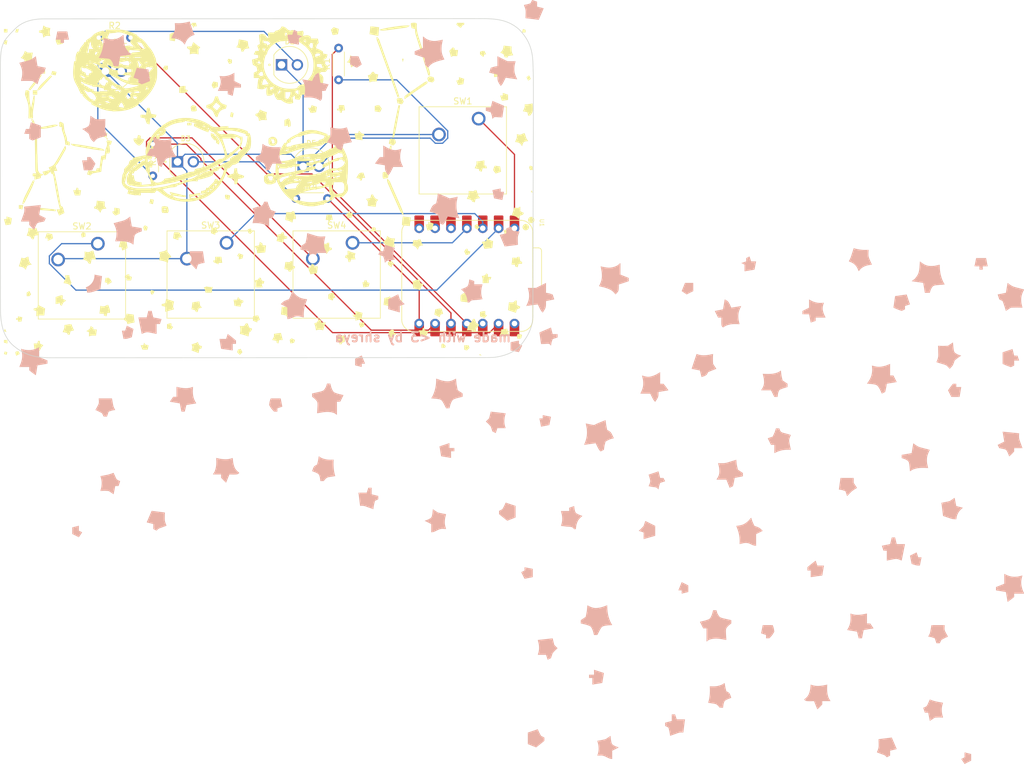
<source format=kicad_pcb>
(kicad_pcb (version 20241229) (generator "pcbnew") (generator_version "9.0")
  (layers (0 "F.Cu" signal) (2 "B.Cu" signal) (13 "F.Paste" user) (15 "B.Paste" user) (5 "F.SilkS" user "F.Silkscreen") (7 "B.SilkS" user "B.Silkscreen") (1 "F.Mask" user) (3 "B.Mask" user) (25 "Edge.Cuts" user))
  (net 0 "")
  (net 1 "GND")
  (net 2 "Net-(D1-PadA)")
  (net 3 "Net-(D2-PadA)")
  (net 4 "Net-(D3-PadA)")
  (net 5 "Net-(D5-PadA)")
  (net 6 "LED1")
  (net 7 "LED2")
  (net 8 "LED3")
  (net 9 "LED4")
  (net 10 "button1")
  (net 11 "button2")
  (net 12 "button3")
  (net 13 "button4")
  (footprint "L08R5000Q1:LEDRD254W57D500H1070" (layer "F.Cu") (at 50.930428 100.24)
    (property "Reference" "D2")
    (property "Value" "L08R5000Q1")
  )
  (footprint "Button_Switch_Keyboard:SW_Cherry_MX_1.00u_PCB" (layer "F.Cu") (at 89.19 127.7)
    (property "Reference" "SW4")
    (property "Value" "SW_Push")
  )
  (footprint "Resistor_THT:R_Axial_DIN0204_L3.6mm_D1.6mm_P5.08mm_Horizontal" (layer "F.Cu") (at 48.6 94.87)
    (property "Reference" "R2")
    (property "Value" "R")
  )
  (footprint "L08R5000Q1:LEDRD254W57D500H1070" (layer "F.Cu") (at 82.550428 115.47)
    (property "Reference" "D5")
    (property "Value" "L08R5000Q1")
  )
  (footprint "Resistor_THT:R_Axial_DIN0204_L3.6mm_D1.6mm_P5.08mm_Horizontal" (layer "F.Cu") (at 57.24 116.99 90)
    (property "Reference" "R3")
    (property "Value" "R")
  )
  (footprint "Resistor_THT:R_Axial_DIN0204_L3.6mm_D1.6mm_P5.08mm_Horizontal" (layer "F.Cu") (at 86.96 101.62 90)
    (property "Reference" "R1")
    (property "Value" "R")
  )
  (footprint "Button_Switch_Keyboard:SW_Cherry_MX_1.00u_PCB" (layer "F.Cu") (at 109.36 107.83)
    (property "Reference" "SW1")
    (property "Value" "SW_Push")
  )
  (footprint "Button_Switch_Keyboard:SW_Cherry_MX_1.00u_PCB" (layer "F.Cu") (at 48.45 127.84)
    (property "Reference" "SW2")
    (property "Value" "SW_Push")
  )
  (footprint "L08R5000Q1:LEDRD254W57D500H1070" (layer "F.Cu") (at 79.1 99.22)
    (property "Reference" "D1")
    (property "Value" "L08R5000Q1")
  )
  (footprint "L08R5000Q1:LEDRD254W57D500H1070" (layer "F.Cu") (at 62.46 114.74)
    (property "Reference" "D3")
    (property "Value" "L08R5000Q1")
  )
  (footprint "OPL:XIAO-RP2040-DIP" (layer "F.Cu") (at 107.47 133 -90)
    (property "Reference" "U1")
    (property "Value" "XIAO-RP2040-DIP")
  )
  (footprint "Resistor_THT:R_Axial_DIN0204_L3.6mm_D1.6mm_P5.08mm_Horizontal" (layer "F.Cu") (at 80.11 120.61)
    (property "Reference" "R4")
    (property "Value" "R")
  )
  (footprint "Button_Switch_Keyboard:SW_Cherry_MX_1.00u_PCB" (layer "F.Cu") (at 69.04 127.7)
    (property "Reference" "SW3")
    (property "Value" "SW_Push")
  )
  (gr_poly (pts (xy 87.032113 117.205374) (xy 87.094832 117.217972) (xy 87.149336 117.230571) (xy 87.202195 117.244813) (xy 87.259985 117.262342) (xy 87.329278 117.284801) (xy 87.416647 117.313833) (xy 87.276416 117.734519) (xy 86.154586 117.734519) (xy 86.014354 117.313833) (xy 86.277284 117.401476) (xy 86.575272 117.45406) (xy 86.85573 117.173604)) (fill yes) (layer "F.SilkS"))
  (gr_poly (pts (xy 116.84724 110.556539) (xy 116.894685 110.709405) (xy 116.933954 110.829247) (xy 116.952127 110.879961) (xy 116.970183 110.926233) (xy 116.988762 110.969333) (xy 117.008507 111.010531) (xy 117.030059 111.0511) (xy 117.054061 111.09231) (xy 117.081154 111.135432) (xy 117.11198 111.181737) (xy 117.187401 111.288981) (xy 117.285458 111.424209) (xy 116.952413 111.4505) (xy 116.58431 111.564436) (xy 116.520508 111.679749) (xy 116.471493 111.770724) (xy 116.451502 111.809652) (xy 116.433976 111.845576) (xy 116.418503 111.879524) (xy 116.404673 111.912523) (xy 116.392074 111.945599) (xy 116.380296 111.97978) (xy 116.368927 112.016093) (xy 116.357558 112.055565) (xy 116.333173 112.148093) (xy 116.303855 112.265582) (xy 116.137333 111.993888) (xy 116.080823 111.931826) (xy 116.026469 111.876787) (xy 115.973717 111.828272) (xy 115.922013 111.785783) (xy 115.896382 111.766643) (xy 115.870805 111.748821) (xy 115.845214 111.732257) (xy 115.81954 111.716888) (xy 115.793712 111.702652) (xy 115.767663 111.689485) (xy 115.741323 111.677326) (xy 115.714623 111.666113) (xy 115.659866 111.646274) (xy 115.602838 111.629469) (xy 115.542987 111.6152) (xy 115.479759 111.602968) (xy 115.412602 111.592274) (xy 115.340962 111.58262) (xy 115.182021 111.564436) (xy 115.322252 111.248921) (xy 115.379021 111.114149) (xy 115.401866 111.057539) (xy 115.421292 111.006263) (xy 115.437504 110.958935) (xy 115.450708 110.91417) (xy 115.461109 110.87058) (xy 115.468912 110.826778) (xy 115.474323 110.781379) (xy 115.477547 110.732995) (xy 115.47879 110.68024) (xy 115.478258 110.621728) (xy 115.476154 110.556072) (xy 115.472686 110.481885) (xy 115.462475 110.302374) (xy 115.786762 110.390017) (xy 115.829871 110.395168) (xy 115.870635 110.398331) (xy 115.909199 110.399625) (xy 115.945708 110.399169) (xy 115.980308 110.397084) (xy 116.013145 110.393489) (xy 116.044364 110.388503) (xy 116.07411 110.382247) (xy 116.102529 110.374841) (xy 116.129767 110.366403) (xy 116.155969 110.357053) (xy 116.18128 110.346912) (xy 116.229812 110.324733) (xy 116.276529 110.300824) (xy 116.369168 110.251642) (xy 116.417419 110.228286) (xy 116.468509 110.207028) (xy 116.495483 110.197486) (xy 116.523602 110.188828) (xy 116.553014 110.181174) (xy 116.583863 110.174642) (xy 116.616295 110.169354) (xy 116.650455 110.165429) (xy 116.686488 110.162986) (xy 116.724541 110.162145)) (fill yes) (layer "F.SilkS"))
  (gr_poly (pts (xy 40.15942 93.194417) (xy 40.333827 93.233739) (xy 40.508823 93.27047) (xy 40.684403 93.304232) (xy 40.860566 93.334646) (xy 40.781688 93.650162) (xy 40.771336 93.71925) (xy 40.762888 93.784847) (xy 40.756371 93.847418) (xy 40.751816 93.907426) (xy 40.74925 93.965336) (xy 40.748702 94.021613) (xy 40.750201 94.076721) (xy 40.753777 94.131124) (xy 40.759457 94.185287) (xy 40.767271 94.239674) (xy 40.777246 94.294749) (xy 40.789413 94.350978) (xy 40.8038 94.408823) (xy 40.820435 94.468751) (xy 40.839348 94.531224) (xy 40.860566 94.596708) (xy 40.536287 94.57918) (xy 40.400616 94.575353) (xy 40.34423 94.575004) (xy 40.293918 94.576279) (xy 40.248512 94.579614) (xy 40.206844 94.585447) (xy 40.187047 94.589437) (xy 40.167746 94.594214) (xy 40.148795 94.599834) (xy 40.130049 94.606352) (xy 40.111361 94.613821) (xy 40.092586 94.622296) (xy 40.054187 94.642484) (xy 40.013685 94.667352) (xy 39.969911 94.697336) (xy 39.921698 94.732873) (xy 39.867875 94.774399) (xy 39.738733 94.877167) (xy 39.598504 94.176021) (xy 39.037587 94.035792) (xy 39.037587 93.755333) (xy 39.598504 93.615104) (xy 39.738733 92.913958)) (fill yes) (layer "F.SilkS"))
  (gr_poly (pts (xy 51.273307 95.048692) (xy 51.448882 95.082455) (xy 51.62395 95.118745) (xy 51.798441 95.157625) (xy 51.849931 95.355918) (xy 51.86746 95.428771) (xy 51.881702 95.495051) (xy 51.894301 95.562975) (xy 51.906899 95.640758) (xy 51.938671 95.858771) (xy 51.84543 95.951429) (xy 51.80639 95.989087) (xy 51.77119 96.021595) (xy 51.738916 96.049431) (xy 51.708658 96.073069) (xy 51.694 96.083462) (xy 51.679504 96.092983) (xy 51.665057 96.101693) (xy 51.650543 96.109649) (xy 51.63585 96.116913) (xy 51.620863 96.123543) (xy 51.605468 96.129598) (xy 51.589552 96.135138) (xy 51.573 96.140222) (xy 51.555699 96.14491) (xy 51.518393 96.153334) (xy 51.476722 96.160885) (xy 51.429774 96.168038) (xy 51.316402 96.183051) (xy 51.242139 96.17303) (xy 51.17432 96.161739) (xy 51.112293 96.148908) (xy 51.055406 96.134264) (xy 51.003008 96.117537) (xy 50.954447 96.098455) (xy 50.909069 96.076749) (xy 50.866224 96.052147) (xy 50.825259 96.024377) (xy 50.785522 95.993169) (xy 50.746361 95.958252) (xy 50.707124 95.919354) (xy 50.667159 95.876206) (xy 50.625815 95.828535) (xy 50.582438 95.77607) (xy 50.536378 95.718542) (xy 50.69797 95.671981) (xy 50.756992 95.655685) (xy 50.810263 95.641854) (xy 50.864355 95.628844) (xy 50.925842 95.615013) (xy 51.097295 95.578313) (xy 51.237524 95.718542) (xy 51.377753 95.297854) (xy 50.957065 95.157625) (xy 51.097295 95.017396)) (fill yes) (layer "F.SilkS"))
  (gr_poly (pts (xy 86.995962 114.509249) (xy 86.75549 114.56074) (xy 86.443807 114.631949) (xy 86.133224 114.700969) (xy 86.037903 114.722968) (xy 85.998909 114.733039) (xy 85.964914 114.743213) (xy 85.935331 114.754031) (xy 85.922012 114.75985) (xy 85.909577 114.766033) (xy 85.897953 114.772647) (xy 85.887066 114.77976) (xy 85.876844 114.787439) (xy 85.867214 114.795753) (xy 85.858101 114.804768) (xy 85.849434 114.814552) (xy 85.841139 114.825174) (xy 85.833143 114.836699) (xy 85.825373 114.849197) (xy 85.817756 114.862735) (xy 85.802687 114.8932) (xy 85.787351 114.928634) (xy 85.771164 114.96958) (xy 85.733896 115.070166) (xy 85.585074 115.156337) (xy 85.529536 115.187483) (xy 85.477951 115.215188) (xy 85.423851 115.242841) (xy 85.360763 115.273833) (xy 85.181745 115.359387) (xy 84.879924 115.504548) (xy 84.612065 115.631081) (xy 84.331607 115.771311) (xy 84.16955 115.777226) (xy 84.0074 115.780506) (xy 83.845213 115.781379) (xy 83.683045 115.780075) (xy 83.335758 115.776242) (xy 83.069545 115.771311) (xy 83.209772 115.350625) (xy 83.718103 115.34186) (xy 83.875227 115.321787) (xy 84.02902 115.294726) (xy 84.179773 115.26116) (xy 84.327776 115.221571) (xy 84.473321 115.176442) (xy 84.616697 115.126255) (xy 84.758195 115.071492) (xy 84.898108 115.012635) (xy 85.036724 114.950167) (xy 85.174336 114.88457) (xy 85.447707 114.745917) (xy 85.995184 114.452281) (xy 86.122388 114.388731) (xy 86.244802 114.330453) (xy 86.364519 114.277395) (xy 86.483635 114.229503) (xy 86.543621 114.207479) (xy 86.604242 114.186727) (xy 86.66576 114.16724) (xy 86.728436 114.149013) (xy 86.792533 114.132037) (xy 86.858311 114.116308) (xy 86.926034 114.101818) (xy 86.995962 114.088561)) (fill yes) (layer "F.SilkS"))
  (gr_poly (pts (xy 42.23903 94.792399) (xy 42.330781 94.83718) (xy 42.4061 94.876208) (xy 42.440164 94.895106) (xy 42.473202 94.914415) (xy 42.506239 94.934751) (xy 42.540304 94.95673) (xy 42.615622 95.008084) (xy 42.707374 95.073405) (xy 42.823775 95.157625) (xy 42.838154 95.282653) (xy 42.848425 95.380567) (xy 42.854587 95.459583) (xy 42.856128 95.494572) (xy 42.856641 95.527918) (xy 42.856128 95.560647) (xy 42.854587 95.593787) (xy 42.852019 95.628365) (xy 42.848425 95.665408) (xy 42.838154 95.750997) (xy 42.823775 95.858771) (xy 41.982399 95.999) (xy 41.927212 95.894102) (xy 41.884349 95.810567) (xy 41.866512 95.774243) (xy 41.850524 95.740179) (xy 41.835974 95.707347) (xy 41.822451 95.67472) (xy 41.809544 95.641272) (xy 41.796843 95.605975) (xy 41.783936 95.567802) (xy 41.770413 95.525727) (xy 41.739874 95.425759) (xy 41.701941 95.297854) (xy 41.76603 95.190354) (xy 41.816973 95.106682) (xy 41.839055 95.071728) (xy 41.859699 95.040265) (xy 41.879522 95.011473) (xy 41.899139 94.98453) (xy 41.919167 94.958613) (xy 41.940222 94.932902) (xy 41.96292 94.906575) (xy 41.987877 94.87881) (xy 42.047036 94.81568) (xy 42.122629 94.736938)) (fill yes) (layer "F.SilkS"))
  (gr_poly (pts (xy 61.894941 126.849415) (xy 61.334024 126.849415) (xy 61.334024 127.270101) (xy 60.492648 126.989643) (xy 60.632877 126.00804) (xy 61.474253 126.00804)) (fill yes) (layer "F.SilkS"))
  (gr_poly (pts (xy 115.462475 137.647062) (xy 116.023393 137.92752) (xy 115.883169 138.207979) (xy 115.462475 138.348206) (xy 115.322252 138.909123) (xy 114.060186 138.488433) (xy 114.200418 137.226372) (xy 114.533463 137.243901) (xy 114.662928 137.250786) (xy 114.7163 137.252337) (xy 114.763365 137.252045) (xy 114.805073 137.249474) (xy 114.824215 137.247198) (xy 114.842374 137.244188) (xy 114.859669 137.240389) (xy 114.876219 137.235748) (xy 114.892142 137.23021) (xy 114.907557 137.22372) (xy 114.922583 137.216224) (xy 114.937338 137.207666) (xy 114.951942 137.197994) (xy 114.966512 137.187151) (xy 114.981169 137.175084) (xy 114.99603 137.161737) (xy 115.026841 137.130988) (xy 115.059896 137.094468) (xy 115.096144 137.051739) (xy 115.182021 136.945913) (xy 115.462475 136.945913)) (fill yes) (layer "F.SilkS"))
  (gr_poly (pts (xy 65.698434 119.843354) (xy 65.746769 119.848828) (xy 65.795569 119.858983) (xy 65.846413 119.873768) (xy 65.900881 119.893133) (xy 65.960551 119.917024) (xy 66.101816 119.978186) (xy 66.04095 120.04779) (xy 65.981405 120.111148) (xy 65.922709 120.168659) (xy 65.864396 120.220721) (xy 65.805996 120.267732) (xy 65.74704 120.31009) (xy 65.68706 120.348193) (xy 65.625587 120.382441) (xy 65.562152 120.413231) (xy 65.496287 120.440961) (xy 65.427522 120.46603) (xy 65.35539 120.488836) (xy 65.27942 120.509777) (xy 65.199145 120.529252) (xy 65.114096 120.547659) (xy 65.023804 120.565396) (xy 64.680352 120.632772) (xy 64.419064 120.679332) (xy 64.466258 120.539993) (xy 64.48714 120.482674) (xy 64.507392 120.432288) (xy 64.527902 120.387858) (xy 64.538529 120.367573) (xy 64.549554 120.34841) (xy 64.561085 120.330249) (xy 64.573234 120.312968) (xy 64.586112 120.296444) (xy 64.599829 120.280555) (xy 64.614496 120.26518) (xy 64.630224 120.250197) (xy 64.647123 120.235483) (xy 64.665304 120.220917) (xy 64.705957 120.191739) (xy 64.753068 120.161689) (xy 64.807522 120.12979) (xy 64.870205 120.095067) (xy 65.023804 120.013244) (xy 65.240473 119.940442) (xy 65.329766 119.911706) (xy 65.408471 119.88801) (xy 65.478166 119.869305) (xy 65.540431 119.855538) (xy 65.596844 119.846658) (xy 65.648986 119.842614)) (fill yes) (layer "F.SilkS"))
  (gr_poly (pts (xy 51.097295 100.626562) (xy 51.368989 100.740498) (xy 51.464729 100.796285) (xy 51.504004 100.820475) (xy 51.538387 100.843342) (xy 51.553941 100.854549) (xy 51.568508 100.865747) (xy 51.582167 100.877045) (xy 51.594996 100.88855) (xy 51.607074 100.90037) (xy 51.618479 100.912612) (xy 51.629291 100.925383) (xy 51.639588 100.938791) (xy 51.649448 100.952944) (xy 51.65895 100.967949) (xy 51.668173 100.983914) (xy 51.677196 101.000946) (xy 51.686096 101.019153) (xy 51.694953 101.038642) (xy 51.712852 101.081896) (xy 51.731521 101.13157) (xy 51.75159 101.188523) (xy 51.798441 101.327708) (xy 51.696607 101.312279) (xy 51.597807 101.295381) (xy 51.501796 101.276768) (xy 51.408329 101.256194) (xy 51.317162 101.233412) (xy 51.22805 101.208177) (xy 51.140749 101.180243) (xy 51.055013 101.149364) (xy 50.970599 101.115294) (xy 50.887262 101.077787) (xy 50.804756 101.036596) (xy 50.722838 100.991477) (xy 50.641263 100.942183) (xy 50.559786 100.888468) (xy 50.478163 100.830086) (xy 50.396148 100.766791) (xy 50.38177 100.641763) (xy 50.371499 100.543849) (xy 50.365337 100.464833) (xy 50.363797 100.429844) (xy 50.363283 100.396499) (xy 50.363797 100.36377) (xy 50.365337 100.330629) (xy 50.367905 100.296051) (xy 50.371499 100.259009) (xy 50.38177 100.173419) (xy 50.396148 100.065646) (xy 51.237524 100.065646)) (fill yes) (layer "F.SilkS"))
  (gr_poly (pts (xy 70.168462 106.936875) (xy 70.02823 107.63802) (xy 69.607544 107.497791) (xy 69.747772 106.796646)) (fill yes) (layer "F.SilkS"))
  (gr_poly (pts (xy 81.138846 102.34673) (xy 81.166493 102.349335) (xy 81.195051 102.353443) (xy 81.224728 102.359001) (xy 81.288255 102.374266) (xy 81.358717 102.394718) (xy 81.527021 102.449541) (xy 81.464755 102.522074) (xy 81.403598 102.587507) (xy 81.343087 102.646292) (xy 81.282761 102.698879) (xy 81.222159 102.745719) (xy 81.160817 102.787262) (xy 81.098275 102.823958) (xy 81.034071 102.856259) (xy 80.967743 102.884613) (xy 80.89883 102.909473) (xy 80.826868 102.931288) (xy 80.751398 102.950508) (xy 80.671957 102.967585) (xy 80.588083 102.982969) (xy 80.499315 102.997109) (xy 80.40519 103.010457) (xy 80.40519 102.73) (xy 80.60937 102.582055) (xy 80.693926 102.522848) (xy 80.768984 102.472938) (xy 80.836188 102.431912) (xy 80.897181 102.39936) (xy 80.925862 102.386133) (xy 80.953606 102.374871) (xy 80.980619 102.365523) (xy 81.007106 102.358036) (xy 81.033273 102.352359) (xy 81.059325 102.348441) (xy 81.085468 102.346232) (xy 81.111906 102.345678)) (fill yes) (layer "F.SilkS"))
  (gr_poly (pts (xy 86.422246 115.77808) (xy 86.485861 115.786703) (xy 86.549916 115.801047) (xy 86.616671 115.820909) (xy 86.688385 115.846082) (xy 86.85573 115.91154) (xy 86.724827 115.982398) (xy 86.664605 116.013481) (xy 86.606978 116.041772) (xy 86.551275 116.067348) (xy 86.496827 116.090289) (xy 86.442965 116.110673) (xy 86.38902 116.128578) (xy 86.334322 116.144083) (xy 86.278202 116.157266) (xy 86.21999 116.168206) (xy 86.159017 116.17698) (xy 86.094614 116.183669) (xy 86.026111 116.188349) (xy 85.952838 116.191099) (xy 85.874127 116.191999) (xy 85.733896 116.472457) (xy 85.453437 116.332228) (xy 85.31321 116.612687) (xy 85.31321 116.051769) (xy 85.65803 115.93975) (xy 85.923267 115.858015) (xy 86.031691 115.827991) (xy 86.126998 115.804921) (xy 86.211448 115.7886) (xy 86.287299 115.778823) (xy 86.356812 115.775385)) (fill yes) (layer "F.SilkS"))
  (gr_poly (pts (xy 86.981718 112.582194) (xy 86.929132 112.684627) (xy 86.906844 112.72547) (xy 86.886406 112.760767) (xy 86.8672 112.791545) (xy 86.84861 112.818831) (xy 86.83002 112.843651) (xy 86.810814 112.867034) (xy 86.768088 112.913595) (xy 86.715503 112.966729) (xy 86.995962 113.247187) (xy 86.856006 113.33976) (xy 86.797223 113.377214) (xy 86.743986 113.409326) (xy 86.694858 113.436509) (xy 86.6484 113.459173) (xy 86.625723 113.468939) (xy 86.603174 113.477729) (xy 86.580574 113.485594) (xy 86.557743 113.492587) (xy 86.534501 113.498758) (xy 86.510669 113.504158) (xy 86.460514 113.512854) (xy 86.405839 113.519085) (xy 86.345208 113.523262) (xy 86.277182 113.525795) (xy 86.200323 113.527096) (xy 86.014354 113.527644) (xy 86.014354 113.247187) (xy 86.435044 113.247187) (xy 86.154586 112.405812) (xy 86.281965 112.372124) (xy 86.403619 112.343254) (xy 86.521742 112.319102) (xy 86.638527 112.299566) (xy 86.75617 112.284547) (xy 86.876865 112.273944) (xy 87.002807 112.267656) (xy 87.136189 112.265582)) (fill yes) (layer "F.SilkS"))
  (gr_poly (pts (xy 107.048734 101.467937) (xy 106.908502 102.309312) (xy 106.067122 102.449541) (xy 105.786668 101.748396) (xy 106.207354 101.608166) (xy 106.207354 101.187479)) (fill yes) (layer "F.SilkS"))
  (gr_poly (pts (xy 37.495067 103.431145) (xy 37.485207 103.693527) (xy 37.483776 104.006911) (xy 37.493076 104.311553) (xy 37.51313 104.609948) (xy 37.543962 104.90459) (xy 37.585594 105.197972) (xy 37.63805 105.492588) (xy 37.701352 105.790933) (xy 37.775525 106.095499) (xy 38.196212 104.132291) (xy 38.336441 104.132291) (xy 38.343029 104.357314) (xy 38.342569 104.57727) (xy 38.335142 104.79369) (xy 38.320824 105.008107) (xy 38.299694 105.222054) (xy 38.27183 105.437062) (xy 38.23731 105.654664) (xy 38.196212 105.876392) (xy 38.152539 106.117714) (xy 38.116978 106.354929) (xy 38.089206 106.589577) (xy 38.068904 106.823199) (xy 38.055751 107.057337) (xy 38.049427 107.29353) (xy 38.049611 107.533321) (xy 38.055983 107.77825) (xy 37.354837 107.77825) (xy 37.364697 107.504912) (xy 37.380333 106.894469) (xy 37.384494 106.415312) (xy 37.380181 106.212101) (xy 37.370491 106.026275) (xy 37.354589 105.852686) (xy 37.331637 105.68619) (xy 37.3008 105.521641) (xy 37.261241 105.353893) (xy 37.212125 105.1778) (xy 37.152616 104.988217) (xy 36.999072 104.547995) (xy 36.793921 103.992062) (xy 36.825691 103.769119) (xy 36.83829 103.690103) (xy 36.850889 103.621769) (xy 36.865131 103.5559) (xy 36.88266 103.484279) (xy 36.93415 103.290916)) (fill yes) (layer "F.SilkS"))
  (gr_poly (pts (xy 117.986607 115.490852) (xy 117.986607 116.051769) (xy 117.565913 116.051769) (xy 117.42569 115.631081) (xy 117.565913 115.350625)) (fill yes) (layer "F.SilkS"))
  (gr_poly (pts (xy 51.439105 98.935048) (xy 51.946887 99.008997) (xy 52.083309 99.034041) (xy 52.187538 99.054573) (xy 52.229605 99.063935) (xy 52.266052 99.073115) (xy 52.29769 99.082428) (xy 52.325328 99.09219) (xy 52.349775 99.102715) (xy 52.371842 99.11432) (xy 52.392338 99.127319) (xy 52.412072 99.142028) (xy 52.431854 99.158762) (xy 52.452494 99.177837) (xy 52.499586 99.22427) (xy 52.744587 99.26206) (xy 52.989864 99.298067) (xy 53.235402 99.332233) (xy 53.481191 99.3645) (xy 53.481191 99.084042) (xy 53.761649 99.084042) (xy 53.901879 99.504729) (xy 53.568833 99.566079) (xy 53.448431 99.586775) (xy 53.354467 99.604248) (xy 53.315024 99.612578) (xy 53.279341 99.621066) (xy 53.246467 99.630031) (xy 53.215453 99.639795) (xy 53.185348 99.650679) (xy 53.155202 99.663004) (xy 53.124066 99.677091) (xy 53.090989 99.693261) (xy 53.015213 99.733133) (xy 52.920274 99.785187) (xy 52.734238 99.7963) (xy 52.548011 99.80414) (xy 52.361673 99.809076) (xy 52.175307 99.81148) (xy 51.773792 99.817506) (xy 51.617841 99.802995) (xy 51.472602 99.784814) (xy 51.403166 99.773824) (xy 51.335406 99.761287) (xy 51.268988 99.746994) (xy 51.203581 99.730735) (xy 51.138849 99.712301) (xy 51.074458 99.691481) (xy 51.010076 99.668067) (xy 50.945368 99.641847) (xy 50.880001 99.612614) (xy 50.813641 99.580156) (xy 50.745954 99.544264) (xy 50.676607 99.504729) (xy 50.638948 99.382576) (xy 50.610327 99.286716) (xy 50.589101 99.208933) (xy 50.580747 99.174252) (xy 50.573626 99.141009) (xy 50.567532 99.108178) (xy 50.56226 99.074729) (xy 50.553359 99.001876) (xy 50.545279 98.914233) (xy 50.536378 98.803583)) (fill yes) (layer "F.SilkS"))
  (gr_poly (pts (xy 112.798129 115.490852) (xy 112.938352 116.332228) (xy 112.09698 116.612687) (xy 112.021388 116.533945) (xy 111.962229 116.470814) (xy 111.937271 116.443049) (xy 111.914573 116.416722) (xy 111.893518 116.391011) (xy 111.873491 116.365095) (xy 111.853874 116.338151) (xy 111.834051 116.309359) (xy 111.813407 116.277896) (xy 111.791325 116.242942) (xy 111.740383 116.15927) (xy 111.676294 116.051769) (xy 111.714226 115.923865) (xy 111.744763 115.823897) (xy 111.771192 115.743649) (xy 111.783893 115.708352) (xy 111.7968 115.674904) (xy 111.810323 115.642277) (xy 111.824873 115.609445) (xy 111.858698 115.539057) (xy 111.901561 115.455522) (xy 111.956749 115.350625)) (fill yes) (layer "F.SilkS"))
  (gr_poly (pts (xy 51.482925 93.60634) (xy 51.822543 93.610174) (xy 52.0789 93.615104) (xy 52.02805 93.667085) (xy 51.978451 93.715399) (xy 51.929716 93.76015) (xy 51.881462 93.801438) (xy 51.833303 93.839365) (xy 51.784854 93.874032) (xy 51.73573 93.90554) (xy 51.685547 93.933992) (xy 51.633919 93.959488) (xy 51.580461 93.98213) (xy 51.524788 94.00202) (xy 51.466515 94.019258) (xy 51.405258 94.033947) (xy 51.340631 94.046187) (xy 51.27225 94.05608) (xy 51.199729 94.063728) (xy 50.963443 94.06129) (xy 50.727621 94.056015) (xy 50.491901 94.047613) (xy 50.25592 94.035792) (xy 50.25592 93.755333) (xy 50.334109 93.733431) (xy 50.411306 93.713547) (xy 50.487679 93.695608) (xy 50.563399 93.679543) (xy 50.638635 93.665278) (xy 50.713558 93.65274) (xy 50.863143 93.632555) (xy 51.013513 93.618406) (xy 51.166027 93.609708) (xy 51.322044 93.605881)) (fill yes) (layer "F.SilkS"))
  (gr_poly (pts (xy 54.322567 101.608166) (xy 54.182337 102.309312) (xy 53.481191 102.169083) (xy 53.481191 101.467937)) (fill yes) (layer "F.SilkS"))
  (gr_poly (pts (xy 39.177816 143.817143) (xy 39.738733 144.097601) (xy 39.458275 144.37806) (xy 39.385622 144.517005) (xy 39.314518 144.656763) (xy 39.245178 144.797398) (xy 39.177816 144.938977) (xy 38.336441 144.798746) (xy 38.196212 143.817143) (xy 38.757129 143.817143) (xy 38.897358 143.396457) (xy 39.177816 143.396457)) (fill yes) (layer "F.SilkS"))
  (gr_poly (pts (xy 54.462794 103.851833) (xy 54.26998 104.035884) (xy 54.185003 104.119783) (xy 54.149651 104.155288) (xy 54.118064 104.187781) (xy 54.089498 104.218224) (xy 54.063207 104.24758) (xy 54.038447 104.276812) (xy 54.014474 104.306884) (xy 53.990543 104.338758) (xy 53.965909 104.373396) (xy 53.939828 104.411762) (xy 53.911555 104.454819) (xy 53.845454 104.558855) (xy 53.761649 104.693208) (xy 53.722769 104.518717) (xy 53.686479 104.343649) (xy 53.652716 104.168074) (xy 53.62142 103.992062) (xy 53.646192 103.967376) (xy 53.668409 103.945758) (xy 53.688802 103.926991) (xy 53.698544 103.918608) (xy 53.708105 103.910855) (xy 53.717576 103.903706) (xy 53.727048 103.897133) (xy 53.736613 103.891109) (xy 53.746363 103.885607) (xy 53.756389 103.880598) (xy 53.766783 103.876057) (xy 53.777635 103.871955) (xy 53.789038 103.868266) (xy 53.801083 103.864962) (xy 53.813861 103.862016) (xy 53.827464 103.859401) (xy 53.841983 103.857088) (xy 53.85751 103.855052) (xy 53.874137 103.853265) (xy 53.891954 103.851699) (xy 53.911054 103.850327) (xy 53.953465 103.848057) (xy 54.002103 103.846236) (xy 54.120986 103.843069)) (fill yes) (layer "F.SilkS"))
  (gr_poly (pts (xy 67.644334 102.028853) (xy 67.644334 102.73) (xy 66.94319 103.010457) (xy 66.890877 102.92884) (xy 66.850069 102.863655) (xy 66.832951 102.835171) (xy 66.817476 102.808331) (xy 66.803234 102.782311) (xy 66.789814 102.756292) (xy 66.776804 102.729452) (xy 66.763795 102.700968) (xy 66.750374 102.670019) (xy 66.736132 102.635783) (xy 66.70354 102.554165) (xy 66.662731 102.449541) (xy 66.70354 102.344917) (xy 66.736132 102.2633) (xy 66.763795 102.198115) (xy 66.776804 102.169631) (xy 66.789814 102.14279) (xy 66.803234 102.116771) (xy 66.817476 102.090752) (xy 66.850069 102.035427) (xy 66.890877 101.970243) (xy 66.94319 101.888625)) (fill yes) (layer "F.SilkS"))
  (gr_poly (pts (xy 48.152482 94.596708) (xy 48.432941 94.736938) (xy 48.292712 95.578313) (xy 49.134087 95.578313) (xy 49.134087 95.999) (xy 49.975461 96.139229) (xy 49.695004 96.559917) (xy 50.25592 97.120833) (xy 50.177178 97.176021) (xy 50.144072 97.198788) (xy 50.114048 97.218884) (xy 50.086283 97.236721) (xy 50.059956 97.252709) (xy 50.034245 97.267259) (xy 50.008328 97.280782) (xy 49.981385 97.293689) (xy 49.952593 97.306391) (xy 49.92113 97.319297) (xy 49.886176 97.33282) (xy 49.802504 97.363359) (xy 49.695004 97.401291) (xy 49.481921 97.28626) (xy 49.40537 97.243534) (xy 49.337857 97.204094) (xy 49.271166 97.163012) (xy 49.19708 97.115356) (xy 48.993857 96.980604) (xy 48.57317 96.980604) (xy 48.7134 97.541521) (xy 48.152482 97.68175) (xy 48.432941 97.120833) (xy 48.290104 97.157379) (xy 48.231275 97.173365) (xy 48.179469 97.188648) (xy 48.13366 97.203844) (xy 48.092821 97.219569) (xy 48.055924 97.236441) (xy 48.021942 97.255074) (xy 47.989849 97.276086) (xy 47.958617 97.300092) (xy 47.927219 97.327708) (xy 47.894629 97.359552) (xy 47.859818 97.396239) (xy 47.82176 97.438385) (xy 47.731796 97.541521) (xy 47.61827 97.576304) (xy 47.528573 97.602871) (xy 47.454487 97.622865) (xy 47.42073 97.63091) (xy 47.387796 97.637928) (xy 47.354656 97.644125) (xy 47.320283 97.649706) (xy 47.243732 97.659839) (xy 47.149926 97.669973) (xy 47.030649 97.68175) (xy 46.609962 97.401291) (xy 46.64672 97.033709) (xy 46.736853 97.033709) (xy 46.737538 97.09031) (xy 46.742151 97.226272) (xy 46.750191 97.401291) (xy 47.030649 97.261062) (xy 47.030649 96.700146) (xy 47.731796 96.700146) (xy 47.626624 96.419687) (xy 48.57317 96.419687) (xy 48.853629 96.419687) (xy 48.853629 96.139229) (xy 48.57317 96.139229) (xy 48.57317 96.419687) (xy 47.626624 96.419687) (xy 47.311108 95.578313) (xy 47.170878 95.578313) (xy 47.065005 95.876052) (xy 46.960534 96.174286) (xy 46.842216 96.509522) (xy 46.803621 96.630597) (xy 46.788102 96.681615) (xy 46.774923 96.728028) (xy 46.763948 96.771142) (xy 46.755044 96.812264) (xy 46.748075 96.8527) (xy 46.742906 96.893756) (xy 46.739402 96.936739) (xy 46.73743 96.982955) (xy 46.736853 97.033709) (xy 46.64672 97.033709) (xy 46.750191 95.999) (xy 46.189274 96.139229) (xy 46.329504 95.578313) (xy 46.609962 95.578313) (xy 46.609962 95.297854) (xy 46.819244 95.156044) (xy 47.029291 95.015362) (xy 47.451337 94.736938) (xy 47.594659 94.599823) (xy 47.736307 94.460946) (xy 47.806321 94.390699) (xy 47.875698 94.319835) (xy 47.944367 94.248296) (xy 48.012253 94.176021)) (fill yes) (layer "F.SilkS"))
  (gr_poly (pts (xy 82.7157 109.716465) (xy 83.097539 109.725892) (xy 83.490231 109.741457) (xy 83.630458 110.021915) (xy 83.159377 110.104081) (xy 82.543686 110.214732) (xy 82.233644 110.268412) (xy 82.044014 110.30471) (xy 81.86094 110.344189) (xy 81.683094 110.388193) (xy 81.509152 110.438063) (xy 81.423229 110.465618) (xy 81.337785 110.495142) (xy 81.252653 110.526805) (xy 81.167668 110.560773) (xy 81.082664 110.597216) (xy 80.997474 110.636299) (xy 80.911934 110.678192) (xy 80.825876 110.723062) (xy 80.40519 110.723062) (xy 80.419124 110.634974) (xy 80.430798 110.565167) (xy 80.441855 110.507069) (xy 80.447667 110.480357) (xy 80.45394 110.454106) (xy 80.460882 110.427497) (xy 80.468696 110.399706) (xy 80.487765 110.337294) (xy 80.512791 110.260298) (xy 80.545418 110.162145) (xy 80.72407 110.072259) (xy 80.902326 109.994742) (xy 81.080425 109.928758) (xy 81.258605 109.873476) (xy 81.437106 109.828062) (xy 81.616168 109.791683) (xy 81.796029 109.763505) (xy 81.976929 109.742694) (xy 82.159106 109.728418) (xy 82.342802 109.719844) (xy 82.528253 109.716137)) (fill yes) (layer "F.SilkS"))
  (gr_poly (pts (xy 77.965683 93.070077) (xy 78.044379 93.087607) (xy 78.117757 93.106974) (xy 78.186419 93.128373) (xy 78.250972 93.152) (xy 78.312019 93.178053) (xy 78.370164 93.206726) (xy 78.426014 93.238217) (xy 78.480171 93.272722) (xy 78.53324 93.310435) (xy 78.585827 93.351555) (xy 78.638535 93.396276) (xy 78.691968 93.444796) (xy 78.746732 93.497309) (xy 78.86267 93.615104) (xy 79.283356 93.755333) (xy 79.563815 93.615104) (xy 79.984501 93.895563) (xy 80.091483 93.896675) (xy 80.175968 93.896823) (xy 80.24566 93.895392) (xy 80.277366 93.893892) (xy 80.308262 93.891766) (xy 80.339311 93.888936) (xy 80.371476 93.885327) (xy 80.443006 93.87546) (xy 80.530555 93.861549) (xy 80.641825 93.842977) (xy 80.985278 93.795868) (xy 81.246566 93.755333) (xy 81.276544 93.818357) (xy 81.301176 93.876882) (xy 81.320753 93.931575) (xy 81.335562 93.983101) (xy 81.345893 94.032127) (xy 81.352035 94.079317) (xy 81.354275 94.125337) (xy 81.352904 94.170854) (xy 81.34821 94.216531) (xy 81.340482 94.263036) (xy 81.330008 94.311034) (xy 81.317077 94.361189) (xy 81.285002 94.470639) (xy 81.246566 94.596708) (xy 81.640961 94.509065) (xy 81.78932 94.492255) (xy 81.850963 94.486534) (xy 81.905943 94.483046) (xy 81.955531 94.482126) (xy 82.000998 94.484107) (xy 82.022583 94.48629) (xy 82.043614 94.489324) (xy 82.064251 94.49325) (xy 82.084652 94.49811) (xy 82.104976 94.503945) (xy 82.125382 94.510798) (xy 82.167075 94.527724) (xy 82.211001 94.549219) (xy 82.258433 94.575619) (xy 82.31064 94.607257) (xy 82.368894 94.644467) (xy 82.508628 94.736938) (xy 82.508628 95.017396) (xy 83.630458 95.017396) (xy 83.68195 95.215689) (xy 83.699478 95.288542) (xy 83.713721 95.354822) (xy 83.72632 95.422746) (xy 83.738919 95.500529) (xy 83.77069 95.718542) (xy 83.490231 95.999) (xy 83.437359 96.170944) (xy 83.419485 96.232555) (xy 83.405128 96.286688) (xy 83.392644 96.339918) (xy 83.38039 96.398817) (xy 83.35 96.559917) (xy 83.674283 96.682617) (xy 83.799499 96.735237) (xy 83.898731 96.778203) (xy 83.941524 96.79767) (xy 83.981325 96.81665) (xy 84.019303 96.835783) (xy 84.056626 96.855712) (xy 84.094463 96.87708) (xy 84.133981 96.900527) (xy 84.222737 96.956228) (xy 84.332239 97.027952) (xy 84.471834 97.120833) (xy 84.471834 97.401291) (xy 85.172983 97.541521) (xy 85.161205 97.626014) (xy 85.151072 97.693253) (xy 85.146107 97.722456) (xy 85.140938 97.74981) (xy 85.135357 97.776138) (xy 85.12916 97.802259) (xy 85.122142 97.828997) (xy 85.114096 97.857173) (xy 85.094103 97.921125) (xy 85.067535 98.000689) (xy 85.032751 98.102437) (xy 84.471834 98.523125) (xy 85.31321 99.785187) (xy 84.892524 100.346104) (xy 84.679439 100.355964) (xy 84.602888 100.358429) (xy 84.535375 100.35925) (xy 84.468684 100.358429) (xy 84.394598 100.355964) (xy 84.191376 100.346104) (xy 83.910917 100.626562) (xy 84.191376 100.766791) (xy 84.249227 100.825755) (xy 84.299703 100.879828) (xy 84.343309 100.929905) (xy 84.380552 100.976886) (xy 84.396946 100.999495) (xy 84.411939 101.021667) (xy 84.425595 101.043513) (xy 84.437977 101.065145) (xy 84.449148 101.086676) (xy 84.459173 101.108218) (xy 84.468113 101.129883) (xy 84.476033 101.151783) (xy 84.482996 101.17403) (xy 84.489065 101.196737) (xy 84.494303 101.220016) (xy 84.498774 101.243978) (xy 84.505669 101.294403) (xy 84.510256 101.34891) (xy 84.513042 101.408395) (xy 84.514533 101.473756) (xy 84.515658 101.625695) (xy 84.500919 101.80533) (xy 84.488131 101.942032) (xy 84.481796 101.996788) (xy 84.475139 102.043815) (xy 84.467891 102.084114) (xy 84.459784 102.118688) (xy 84.450547 102.148537) (xy 84.43991 102.174663) (xy 84.427605 102.198068) (xy 84.413361 102.219751) (xy 84.396908 102.240717) (xy 84.377978 102.261964) (xy 84.331607 102.309312) (xy 84.156338 102.312559) (xy 83.98103 102.313696) (xy 83.805722 102.312641) (xy 83.630458 102.309312) (xy 83.35 102.870229) (xy 83.069545 102.870229) (xy 83.069545 103.992062) (xy 82.990803 104.023969) (xy 82.927672 104.048482) (xy 82.899907 104.058479) (xy 82.873579 104.067243) (xy 82.847868 104.074981) (xy 82.821952 104.081896) (xy 82.795008 104.088196) (xy 82.766216 104.094084) (xy 82.734754 104.099767) (xy 82.699799 104.10545) (xy 82.616128 104.117638) (xy 82.508628 104.132291) (xy 82.280754 104.012329) (xy 82.200506 103.968371) (xy 82.13176 103.92852) (xy 82.066302 103.887849) (xy 81.995913 103.841425) (xy 81.807479 103.711604) (xy 81.807479 103.992062) (xy 81.106335 103.992062) (xy 80.685649 104.833437) (xy 79.984501 104.693208) (xy 79.984501 104.132291) (xy 79.563815 104.412749) (xy 79.642693 104.824673) (xy 79.704042 105.254124) (xy 79.679249 105.278819) (xy 79.656883 105.300496) (xy 79.646341 105.310288) (xy 79.636083 105.319427) (xy 79.626001 105.327946) (xy 79.615989 105.335879) (xy 79.605938 105.34326) (xy 79.595741 105.350123) (xy 79.58529 105.356501) (xy 79.574479 105.362429) (xy 79.563198 105.367939) (xy 79.551342 105.373065) (xy 79.538802 105.377842) (xy 79.52547 105.382303) (xy 79.51124 105.386481) (xy 79.496004 105.39041) (xy 79.479654 105.394124) (xy 79.462083 105.397657) (xy 79.443183 105.401043) (xy 79.422847 105.404314) (xy 79.377436 105.41065) (xy 79.324989 105.416934) (xy 79.264646 105.423437) (xy 79.116833 105.438175) (xy 79.004482 105.426895) (xy 78.89982 105.412142) (xy 78.801952 105.393903) (xy 78.709984 105.372165) (xy 78.623021 105.346914) (xy 78.540169 105.318137) (xy 78.460531 105.285819) (xy 78.383214 105.249948) (xy 78.307322 105.210511) (xy 78.231962 105.167492) (xy 78.156237 105.12088) (xy 78.079254 105.070661) (xy 77.917931 104.959345) (xy 77.740836 104.833437) (xy 77.179919 104.833437) (xy 77.119787 104.769207) (xy 77.063859 104.705528) (xy 77.01195 104.642114) (xy 76.963876 104.57868) (xy 76.945965 104.552979) (xy 78.44198 104.552979) (xy 78.86267 104.693208) (xy 78.97649 104.521431) (xy 79.022834 104.449604) (xy 79.062955 104.38496) (xy 79.097469 104.325857) (xy 79.126994 104.27065) (xy 79.152144 104.217697) (xy 79.173538 104.165353) (xy 79.191789 104.111977) (xy 79.207516 104.055924) (xy 79.221333 103.995551) (xy 79.233858 103.929215) (xy 79.245707 103.855273) (xy 79.257495 103.772081) (xy 79.283356 103.571375) (xy 79.984501 103.571375) (xy 80.545418 103.992062) (xy 80.545418 103.290916) (xy 80.264959 103.290916) (xy 79.984501 103.571375) (xy 79.283356 103.571375) (xy 78.44198 103.571375) (xy 78.44198 104.552979) (xy 76.945965 104.552979) (xy 76.919453 104.514938) (xy 76.878496 104.450602) (xy 76.840821 104.385387) (xy 76.806243 104.319005) (xy 76.774578 104.25117) (xy 76.745642 104.181597) (xy 76.71925 104.109998) (xy 76.695218 104.036088) (xy 76.682641 103.992062) (xy 77.179919 103.992062) (xy 77.740836 103.431145) (xy 77.460377 103.290916) (xy 77.179919 103.992062) (xy 76.682641 103.992062) (xy 76.673362 103.95958) (xy 76.653496 103.880187) (xy 76.635438 103.797624) (xy 76.619001 103.711604) (xy 76.452479 103.921948) (xy 76.391734 103.969883) (xy 76.33345 104.011126) (xy 76.277128 104.046118) (xy 76.249548 104.061408) (xy 76.222272 104.075299) (xy 76.195237 104.087847) (xy 76.168383 104.099108) (xy 76.141645 104.109135) (xy 76.114964 104.117985) (xy 76.061517 104.13237) (xy 76.007545 104.142704) (xy 75.952551 104.149425) (xy 75.896037 104.152975) (xy 75.837505 104.153792) (xy 75.776458 104.152316) (xy 75.712398 104.148989) (xy 75.644828 104.144249) (xy 75.497167 104.132291) (xy 75.467719 104.037019) (xy 75.443885 103.945128) (xy 75.425305 103.856111) (xy 75.411615 103.769462) (xy 75.402455 103.684674) (xy 75.397463 103.601241) (xy 75.396276 103.518657) (xy 75.398533 103.436414) (xy 75.398875 103.431145) (xy 75.917857 103.431145) (xy 76.619001 102.870229) (xy 76.058084 102.73) (xy 75.917857 103.431145) (xy 75.398875 103.431145) (xy 75.403873 103.354006) (xy 75.411933 103.270928) (xy 75.422353 103.186672) (xy 75.434769 103.100731) (xy 75.497167 102.73) (xy 75.278062 102.949107) (xy 75.190237 102.997477) (xy 75.105641 103.03726) (xy 75.023728 103.069023) (xy 74.943952 103.093335) (xy 74.865768 103.110762) (xy 74.788629 103.121872) (xy 74.71199 103.127234) (xy 74.635304 103.127414) (xy 74.558026 103.122981) (xy 74.47961 103.114502) (xy 74.39951 103.102545) (xy 74.31718 103.087677) (xy 73.954647 103.010457) (xy 74.016 102.326841) (xy 74.050508 101.942307) (xy 74.057734 101.888625) (xy 74.655795 101.888625) (xy 74.66654 101.989246) (xy 74.675937 102.068004) (xy 74.680643 102.101239) (xy 74.685628 102.131473) (xy 74.691098 102.159528) (xy 74.697258 102.186226) (xy 74.704313 102.212388) (xy 74.712468 102.238836) (xy 74.72193 102.266391) (xy 74.732904 102.295876) (xy 74.760208 102.36392) (xy 74.796022 102.449541) (xy 75.777626 102.309312) (xy 75.639689 102.097453) (xy 75.500202 101.886603) (xy 75.359198 101.676764) (xy 75.216712 101.467937) (xy 75.160336 101.463604) (xy 75.136762 101.46258) (xy 75.115547 101.462661) (xy 75.105655 101.463195) (xy 75.096151 101.464102) (xy 75.086966 101.465414) (xy 75.078034 101.467162) (xy 75.069287 101.469378) (xy 75.060657 101.472096) (xy 75.052078 101.475346) (xy 75.043481 101.479161) (xy 75.0348 101.483573) (xy 75.025968 101.488614) (xy 75.016915 101.494317) (xy 75.007577 101.500712) (xy 74.997883 101.507834) (xy 74.987769 101.515712) (xy 74.966005 101.533871) (xy 74.941747 101.555444) (xy 74.914454 101.58069) (xy 74.848609 101.643223) (xy 74.655795 101.888625) (xy 74.057734 101.888625) (xy 74.065427 101.831467) (xy 74.07835 101.74475) (xy 74.084739 101.708187) (xy 74.09144 101.674954) (xy 74.098724 101.644151) (xy 74.10686 101.614877) (xy 74.11612 101.586232) (xy 74.126773 101.557316) (xy 74.139091 101.527228) (xy 74.153343 101.495069) (xy 74.188733 101.420934) (xy 74.235105 101.327708) (xy 73.393729 101.327708) (xy 73.393729 100.766791) (xy 74.094878 100.766791) (xy 74.515564 101.047249) (xy 74.936254 100.90702) (xy 74.796022 100.346104) (xy 74.697315 100.336112) (xy 74.656569 100.333) (xy 74.620569 100.331557) (xy 74.58857 100.332088) (xy 74.573838 100.333191) (xy 74.559827 100.334904) (xy 74.546444 100.337264) (xy 74.533596 100.340311) (xy 74.52119 100.344083) (xy 74.509133 100.348618) (xy 74.497331 100.353956) (xy 74.485692 100.360134) (xy 74.474123 100.36719) (xy 74.46253 100.375165) (xy 74.45082 100.384095) (xy 74.4389 100.394021) (xy 74.414059 100.417009) (xy 74.387263 100.444437) (xy 74.357766 100.476615) (xy 74.287692 100.556448) (xy 74.094878 100.766791) (xy 73.393729 100.766791) (xy 73.393729 100.486333) (xy 73.954647 100.205875) (xy 73.945709 100.092014) (xy 73.937603 100.002076) (xy 73.933349 99.963511) (xy 73.928686 99.927846) (xy 73.92341 99.894054) (xy 73.917315 99.861107) (xy 73.910195 99.827979) (xy 73.901846 99.793642) (xy 73.892061 99.75707) (xy 73.880636 99.717236) (xy 73.852041 99.62367) (xy 73.814419 99.504729) (xy 73.5745 99.392267) (xy 74.996161 99.392267) (xy 75.003082 99.628525) (xy 75.039206 99.819176) (xy 75.082858 100.005736) (xy 75.134029 100.188169) (xy 75.192709 100.366444) (xy 75.258887 100.540525) (xy 75.332552 100.71038) (xy 75.413696 100.875975) (xy 75.502306 101.037277) (xy 75.598373 101.194251) (xy 75.701887 101.346864) (xy 75.812837 101.495083) (xy 75.931214 101.638874) (xy 76.057006 101.778202) (xy 76.190203 101.913036) (xy 76.330796 102.043341) (xy 76.478774 102.169083) (xy 76.698049 102.312457) (xy 76.911463 102.441233) (xy 77.120265 102.555945) (xy 77.325709 102.657128) (xy 77.529045 102.745315) (xy 77.731524 102.821041) (xy 77.934397 102.88484) (xy 78.138918 102.937246) (xy 78.346335 102.978793) (xy 78.557901 103.010017) (xy 78.774868 103.031449) (xy 78.998486 103.043626) (xy 79.230007 103.047081) (xy 79.470682 103.042349) (xy 79.721763 103.029963) (xy 79.984501 103.010457) (xy 80.204415 102.943148) (xy 80.399383 102.870229) (xy 81.807479 102.870229) (xy 82.648855 103.150687) (xy 82.510917 102.938828) (xy 82.371429 102.727978) (xy 82.230426 102.518139) (xy 82.087938 102.309312) (xy 81.947711 102.309312) (xy 81.807479 102.870229) (xy 80.399383 102.870229) (xy 80.416864 102.863691) (xy 80.621965 102.772618) (xy 80.819834 102.670458) (xy 81.010589 102.557742) (xy 81.194348 102.435) (xy 81.371228 102.302763) (xy 81.541347 102.16156) (xy 81.704821 102.011922) (xy 81.861768 101.854379) (xy 82.012305 101.689462) (xy 82.156551 101.517701) (xy 82.195135 101.467937) (xy 82.929314 101.467937) (xy 83.910917 101.748396) (xy 83.910917 101.327708) (xy 83.569109 101.275122) (xy 83.209772 101.187479) (xy 83.069545 100.90702) (xy 82.929314 101.467937) (xy 82.195135 101.467937) (xy 82.294622 101.339625) (xy 82.426635 101.155766) (xy 82.552708 100.966653) (xy 82.672959 100.772817) (xy 82.743139 100.583438) (xy 82.80254 100.389068) (xy 82.851422 100.190415) (xy 82.890049 99.988191) (xy 82.918681 99.783106) (xy 82.93758 99.57587) (xy 82.940794 99.504729) (xy 83.490231 99.504729) (xy 84.471834 99.785187) (xy 84.191376 99.084042) (xy 83.490231 99.084042) (xy 83.490231 99.504729) (xy 82.940794 99.504729) (xy 82.947008 99.367194) (xy 82.947227 99.157788) (xy 82.938499 98.948363) (xy 82.921085 98.739629) (xy 82.895247 98.532296) (xy 82.861246 98.327076) (xy 82.819345 98.124677) (xy 82.769805 97.925812) (xy 82.712888 97.731189) (xy 82.648855 97.541521) (xy 83.209772 97.541521) (xy 83.209772 97.962208) (xy 84.051148 97.68175) (xy 83.910917 97.401291) (xy 83.774938 97.391277) (xy 83.718804 97.387885) (xy 83.669203 97.385845) (xy 83.625109 97.385361) (xy 83.585494 97.386639) (xy 83.549332 97.389885) (xy 83.515596 97.395303) (xy 83.483258 97.4031) (xy 83.451291 97.41348) (xy 83.418668 97.426649) (xy 83.384363 97.442813) (xy 83.347348 97.462177) (xy 83.306596 97.484946) (xy 83.209772 97.541521) (xy 82.648855 97.541521) (xy 82.545621 97.361422) (xy 82.435618 97.188086) (xy 82.319052 97.021359) (xy 82.196129 96.861089) (xy 82.067054 96.707121) (xy 81.932033 96.559302) (xy 81.791271 96.417478) (xy 81.644975 96.281496) (xy 81.493349 96.151201) (xy 81.478307 96.139229) (xy 82.228169 96.139229) (xy 82.508628 96.559917) (xy 82.789087 96.559917) (xy 82.929314 95.718542) (xy 82.508628 95.578313) (xy 82.228169 96.139229) (xy 81.478307 96.139229) (xy 81.336599 96.026441) (xy 81.174931 95.907062) (xy 81.008551 95.792909) (xy 80.837664 95.68383) (xy 80.662475 95.579671) (xy 80.660025 95.578313) (xy 81.386794 95.578313) (xy 81.807479 95.438083) (xy 81.527021 95.297854) (xy 81.386794 95.578313) (xy 80.660025 95.578313) (xy 80.483191 95.480278) (xy 80.300017 95.385497) (xy 80.023367 95.337647) (xy 79.745005 95.300556) (xy 79.465724 95.274951) (xy 79.186316 95.261563) (xy 78.907573 95.261118) (xy 78.630286 95.274346) (xy 78.355248 95.301976) (xy 78.08325 95.344735) (xy 77.815085 95.403352) (xy 77.551545 95.478556) (xy 77.293421 95.571075) (xy 77.041505 95.681638) (xy 76.79659 95.810973) (xy 76.559467 95.959809) (xy 76.330929 96.128875) (xy 76.111767 96.318898) (xy 75.966672 96.506057) (xy 75.831629 96.694546) (xy 75.70665 96.884644) (xy 75.591746 97.076627) (xy 75.48693 97.270773) (xy 75.392213 97.46736) (xy 75.307606 97.666665) (xy 75.233123 97.868966) (xy 75.168774 98.07454) (xy 75.114571 98.283665) (xy 75.070526 98.496619) (xy 75.03665 98.713678) (xy 75.012957 98.935121) (xy 74.999456 99.161225) (xy 74.996161 99.392267) (xy 73.5745 99.392267) (xy 73.533961 99.373264) (xy 73.253502 99.22427) (xy 73.192151 98.964628) (xy 73.187669 98.943812) (xy 73.954647 98.943812) (xy 74.515564 99.084042) (xy 74.375337 98.663354) (xy 74.094878 98.663354) (xy 73.954647 98.943812) (xy 73.187669 98.943812) (xy 73.172157 98.871781) (xy 73.157094 98.790437) (xy 73.145317 98.710736) (xy 73.135184 98.622819) (xy 73.125051 98.516825) (xy 73.113275 98.382896) (xy 74.094878 98.102437) (xy 74.094878 97.68175) (xy 73.393729 97.541521) (xy 73.674188 96.980604) (xy 74.235105 96.980604) (xy 74.936254 96.980604) (xy 75.216712 96.980604) (xy 75.076481 96.559917) (xy 74.936254 96.559917) (xy 74.936254 96.980604) (xy 74.235105 96.980604) (xy 73.954647 96.139229) (xy 74.375337 95.858771) (xy 74.358793 95.718542) (xy 74.936254 95.718542) (xy 75.497167 95.858771) (xy 75.497167 96.139229) (xy 76.058084 95.858771) (xy 75.9998 95.785096) (xy 75.953004 95.727307) (xy 75.932373 95.702828) (xy 75.912766 95.680472) (xy 75.893566 95.659623) (xy 75.874156 95.639664) (xy 75.853921 95.619978) (xy 75.832244 95.59995) (xy 75.808509 95.578964) (xy 75.7821 95.556402) (xy 75.718795 95.50409) (xy 75.637398 95.438083) (xy 75.076481 95.438083) (xy 74.936254 95.157625) (xy 74.936254 95.718542) (xy 74.358793 95.718542) (xy 74.339729 95.556949) (xy 74.296458 95.166389) (xy 74.252088 94.776925) (xy 74.235105 94.456479) (xy 74.259871 94.431785) (xy 74.282043 94.410107) (xy 74.302315 94.391177) (xy 74.311955 94.382658) (xy 74.32138 94.374724) (xy 74.330677 94.367343) (xy 74.339932 94.36048) (xy 74.349232 94.354102) (xy 74.358663 94.348175) (xy 74.368313 94.342665) (xy 74.378267 94.337538) (xy 74.388614 94.332762) (xy 74.399438 94.328301) (xy 74.410827 94.324123) (xy 74.422868 94.320194) (xy 74.435647 94.316479) (xy 74.44925 94.312946) (xy 74.463766 94.309561) (xy 74.479279 94.30629) (xy 74.513647 94.299954) (xy 74.553048 94.29367) (xy 74.598174 94.287167) (xy 74.708378 94.272428) (xy 74.830343 94.287441) (xy 74.880599 94.294594) (xy 74.924885 94.302145) (xy 74.964087 94.310569) (xy 74.999091 94.320341) (xy 75.030783 94.331936) (xy 75.045663 94.338566) (xy 75.060048 94.34583) (xy 75.074047 94.353786) (xy 75.087773 94.362496) (xy 75.114842 94.38241) (xy 75.142143 94.406048) (xy 75.170561 94.433884) (xy 75.200982 94.466393) (xy 75.234291 94.50405) (xy 75.313119 94.596708) (xy 75.497167 94.877167) (xy 75.777626 94.877167) (xy 80.124732 94.877167) (xy 80.685649 95.017396) (xy 80.685649 94.456479) (xy 80.264959 94.456479) (xy 80.124732 94.877167) (xy 75.777626 94.877167) (xy 75.735557 94.736938) (xy 78.44198 94.736938) (xy 78.722439 94.176021) (xy 78.44198 94.035792) (xy 78.44198 94.736938) (xy 75.735557 94.736938) (xy 75.698747 94.614237) (xy 75.678771 94.51533) (xy 75.671229 94.474235) (xy 75.665471 94.437581) (xy 75.661613 94.404522) (xy 75.659771 94.374211) (xy 75.66006 94.3458) (xy 75.662595 94.318441) (xy 75.667493 94.291288) (xy 75.674869 94.263493) (xy 75.684838 94.234209) (xy 75.697515 94.202588) (xy 75.713017 94.167783) (xy 75.731459 94.128947) (xy 75.777626 94.035792) (xy 76.180787 94.05332) (xy 76.330694 94.063079) (xy 76.392368 94.065759) (xy 76.446593 94.066391) (xy 76.494422 94.064539) (xy 76.516266 94.062544) (xy 76.536907 94.059765) (xy 76.556474 94.056146) (xy 76.575101 94.051634) (xy 76.592918 94.046172) (xy 76.610057 94.039708) (xy 76.62665 94.032186) (xy 76.642828 94.023552) (xy 76.658722 94.013751) (xy 76.674465 94.002729) (xy 76.690189 93.99043) (xy 76.706023 93.976801) (xy 76.738554 93.945334) (xy 76.77311 93.90789) (xy 76.810745 93.864033) (xy 76.89946 93.755333) (xy 77.171156 93.702747) (xy 77.240217 93.679874) (xy 77.272517 93.667674) (xy 77.303423 93.654952) (xy 77.333002 93.641702) (xy 77.361324 93.627915) (xy 77.388456 93.613583) (xy 77.414468 93.598697) (xy 77.439428 93.583251) (xy 77.463404 93.567234) (xy 77.508683 93.53346) (xy 77.550852 93.497308) (xy 77.590462 93.458715) (xy 77.62806 93.417613) (xy 77.664196 93.373939) (xy 77.69942 93.327626) (xy 77.73428 93.278608) (xy 77.805104 93.172199) (xy 77.881063 93.054188)) (fill yes) (layer "F.SilkS"))
  (gr_poly (pts (xy 44.786983 100.766791) (xy 45.067441 100.766791) (xy 45.067441 100.065646) (xy 45.488129 100.065646) (xy 45.768587 99.504729) (xy 45.821173 99.837773) (xy 45.841042 99.966292) (xy 45.850272 100.019292) (xy 45.859753 100.066053) (xy 45.870022 100.107524) (xy 45.88162 100.144657) (xy 45.895085 100.1784) (xy 45.902686 100.194298) (xy 45.910957 100.209704) (xy 45.919963 100.224739) (xy 45.929774 100.239519) (xy 45.952077 100.268795) (xy 45.978404 100.298482) (xy 46.009294 100.32953) (xy 46.045287 100.362889) (xy 46.086922 100.399509) (xy 46.189274 100.486333) (xy 45.908816 100.486333) (xy 45.768587 100.90702) (xy 45.488129 100.766791) (xy 45.451835 100.850342) (xy 45.424189 100.916907) (xy 45.413096 100.945874) (xy 45.403548 100.97306) (xy 45.395341 100.999286) (xy 45.388269 101.025374) (xy 45.382126 101.052146) (xy 45.376708 101.080423) (xy 45.371808 101.111026) (xy 45.367221 101.144779) (xy 45.358166 101.225016) (xy 45.347899 101.327708) (xy 45.412756 101.426969) (xy 45.464248 101.504756) (xy 45.507303 101.567642) (xy 45.546852 101.622201) (xy 45.587825 101.675005) (xy 45.635152 101.732629) (xy 45.693763 101.801644) (xy 45.768587 101.888625) (xy 45.768587 102.169083) (xy 46.189274 102.309312) (xy 46.189274 102.589771) (xy 45.20767 102.73) (xy 45.093188 102.522005) (xy 44.990164 102.320099) (xy 44.89841 102.123159) (xy 44.817741 101.930065) (xy 44.747972 101.739695) (xy 44.688917 101.550929) (xy 44.64039 101.362643) (xy 44.602205 101.173719) (xy 44.574177 100.983033) (xy 44.556119 100.789464) (xy 44.547846 100.591892) (xy 44.549172 100.389195) (xy 44.559912 100.180251) (xy 44.579879 99.96394) (xy 44.608889 99.73914) (xy 44.646754 99.504729) (xy 44.786983 99.504729)) (fill yes) (layer "F.SilkS"))
  (gr_poly (pts (xy 38.748365 125.710052) (xy 38.82675 125.956799) (xy 38.855949 126.042348) (xy 38.883005 126.11391) (xy 38.911308 126.179907) (xy 38.944246 126.24876) (xy 38.98521 126.328893) (xy 39.037587 126.428726) (xy 38.336441 126.568957) (xy 38.196212 127.129874) (xy 37.915754 127.129874) (xy 37.635296 126.709184) (xy 37.539448 126.675605) (xy 37.4641 126.649898) (xy 37.402677 126.630421) (xy 37.375133 126.622505) (xy 37.348606 126.615529) (xy 37.322273 126.60929) (xy 37.295314 126.60358) (xy 37.236227 126.592931) (xy 37.164774 126.581938) (xy 37.074379 126.568957) (xy 37.214608 126.174562) (xy 37.267782 126.02987) (xy 37.289214 125.969667) (xy 37.307484 125.915866) (xy 37.322797 125.867195) (xy 37.335359 125.822383) (xy 37.345375 125.780159) (xy 37.35305 125.739252) (xy 37.35859 125.698391) (xy 37.3622 125.656306) (xy 37.364085 125.611724) (xy 37.364452 125.563376) (xy 37.363505 125.50999) (xy 37.36145 125.450295) (xy 37.354837 125.306895) (xy 37.670353 125.385773) (xy 37.739441 125.396125) (xy 37.805038 125.404573) (xy 37.867609 125.41109) (xy 37.927617 125.415645) (xy 37.985528 125.418211) (xy 38.041805 125.418759) (xy 38.096912 125.417259) (xy 38.151316 125.413684) (xy 38.205479 125.408004) (xy 38.259865 125.40019) (xy 38.314941 125.390215) (xy 38.371169 125.378048) (xy 38.429015 125.363661) (xy 38.488943 125.347026) (xy 38.551416 125.328114) (xy 38.6169 125.306895)) (fill yes) (layer "F.SilkS"))
  (gr_poly (pts (xy 95.549939 130.916059) (xy 95.830397 130.916059) (xy 95.830397 131.196518) (xy 95.549939 131.196518) (xy 95.409708 131.617208) (xy 95.316588 131.555994) (xy 95.243188 131.507105) (xy 95.182934 131.465612) (xy 95.129252 131.426583) (xy 95.075571 131.385089) (xy 95.015317 131.3362) (xy 94.848794 131.196518) (xy 94.848794 130.775832) (xy 94.988201 130.729545) (xy 95.096386 130.694761) (xy 95.141337 130.681169) (xy 95.181564 130.669837) (xy 95.218093 130.660559) (xy 95.251952 130.653129) (xy 95.284168 130.647344) (xy 95.315767 130.642996) (xy 95.347777 130.63988) (xy 95.381226 130.637792) (xy 95.456544 130.635874) (xy 95.549939 130.635601)) (fill yes) (layer "F.SilkS"))
  (gr_poly (pts (xy 70.869606 113.808103) (xy 70.589147 113.808103) (xy 70.527798 114.141148) (xy 70.501488 114.263198) (xy 70.480006 114.358339) (xy 70.460783 114.43417) (xy 70.451216 114.467221) (xy 70.441251 114.498294) (xy 70.430567 114.52834) (xy 70.418844 114.558309) (xy 70.405759 114.589151) (xy 70.390993 114.621816) (xy 70.35513 114.696415) (xy 70.308689 114.789708) (xy 70.437507 114.736868) (xy 70.495658 114.711465) (xy 70.550112 114.686103) (xy 70.601226 114.660305) (xy 70.649355 114.633593) (xy 70.694856 114.605492) (xy 70.738085 114.575522) (xy 70.779399 114.543208) (xy 70.819153 114.508072) (xy 70.857705 114.469636) (xy 70.89541 114.427423) (xy 70.932625 114.380957) (xy 70.969706 114.329759) (xy 71.007009 114.273353) (xy 71.044891 114.211262) (xy 71.150065 113.948332) (xy 71.430523 114.088561) (xy 71.380813 114.202087) (xy 71.340141 114.291785) (xy 71.321654 114.330266) (xy 71.303577 114.365871) (xy 71.285296 114.399627) (xy 71.266192 114.432562) (xy 71.245651 114.465702) (xy 71.223056 114.500075) (xy 71.19779 114.536707) (xy 71.169237 114.576625) (xy 71.099808 114.670431) (xy 71.009837 114.789708) (xy 70.895985 114.816036) (xy 70.782474 114.839193) (xy 70.669229 114.859355) (xy 70.556174 114.876701) (xy 70.443234 114.891408) (xy 70.330334 114.903656) (xy 70.104348 114.92148) (xy 69.877612 114.931597) (xy 69.649522 114.93543) (xy 69.419472 114.934402) (xy 69.186859 114.929937) (xy 69.607544 114.789708) (xy 69.607544 114.22879) (xy 69.689162 114.159737) (xy 69.754347 114.105679) (xy 69.782831 114.082861) (xy 69.809671 114.062097) (xy 69.835691 114.042822) (xy 69.86171 114.024472) (xy 69.88855 114.006481) (xy 69.917034 113.988285) (xy 69.947984 113.969318) (xy 69.982219 113.949017) (xy 70.063837 113.902148) (xy 70.168462 113.84316) (xy 70.483978 113.6613) (xy 70.729379 113.527644)) (fill yes) (layer "F.SilkS"))
  (gr_poly (pts (xy 35.952546 145.499894) (xy 35.391629 145.780353) (xy 35.345069 145.61876) (xy 35.328773 145.559737) (xy 35.314941 145.506466) (xy 35.301932 145.452374) (xy 35.288101 145.390887) (xy 35.2514 145.219436) (xy 35.391629 145.079204) (xy 35.812317 145.079204)) (fill yes) (layer "F.SilkS"))
  (gr_poly (pts (xy 45.246034 101.359414) (xy 45.422395 101.533666) (xy 45.596566 101.710111) (xy 45.768587 101.888625) (xy 45.768587 102.169083) (xy 46.189274 102.309312) (xy 46.189274 102.589771) (xy 45.628358 102.73) (xy 45.505658 102.353133) (xy 45.402924 102.058601) (xy 45.295779 101.766775) (xy 45.18402 101.476714) (xy 45.067441 101.187479)) (fill yes) (layer "F.SilkS"))
  (gr_poly (pts (xy 110.869972 127.050996) (xy 110.9198 127.094229) (xy 110.967929 127.133395) (xy 111.01474 127.168772) (xy 111.060612 127.200638) (xy 111.105927 127.229272) (xy 111.151063 127.254949) (xy 111.196403 127.27795) (xy 111.242324 127.298551) (xy 111.289209 127.317031) (xy 111.337436 127.333667) (xy 111.387387 127.348737) (xy 111.439441 127.36252) (xy 111.493979 127.375293) (xy 111.55138 127.387334) (xy 111.676294 127.410333) (xy 111.536063 128.532163) (xy 110.273997 128.672394) (xy 110.142532 128.269233) (xy 110.064146 128.022487) (xy 110.034947 127.936939) (xy 110.00789 127.865377) (xy 109.979588 127.79938) (xy 109.94665 127.730526) (xy 109.905688 127.650394) (xy 109.853311 127.55056) (xy 110.55446 127.410333) (xy 110.694691 126.849415)) (fill yes) (layer "F.SilkS"))
  (gr_poly (pts (xy 86.995962 93.474875) (xy 86.85573 94.31625) (xy 86.014354 94.456479) (xy 85.733896 93.615104) (xy 86.154586 93.194417)) (fill yes) (layer "F.SilkS"))
  (gr_poly (pts (xy 49.835233 104.693208) (xy 49.583763 104.835521) (xy 49.389723 104.9418) (xy 49.309939 104.982807) (xy 49.239351 105.016461) (xy 49.17624 105.043315) (xy 49.118884 105.063921) (xy 49.065564 105.078831) (xy 49.01456 105.088596) (xy 48.96415 105.093769) (xy 48.912615 105.094902) (xy 48.858234 105.092547) (xy 48.799287 105.087256) (xy 48.660813 105.070074) (xy 48.432941 104.973666) (xy 48.57317 104.693208) (xy 48.993857 104.693208) (xy 48.993857 104.412749) (xy 49.695004 104.412749)) (fill yes) (layer "F.SilkS"))
  (gr_poly (pts (xy 86.220864 115.756822) (xy 86.330995 115.770339) (xy 86.445645 115.793391) (xy 86.568716 115.825156) (xy 86.85573 115.91154) (xy 86.724827 115.982398) (xy 86.664605 116.013481) (xy 86.606978 116.041772) (xy 86.551275 116.067348) (xy 86.496827 116.090289) (xy 86.442965 116.110673) (xy 86.38902 116.128578) (xy 86.334322 116.144083) (xy 86.278202 116.157266) (xy 86.21999 116.168206) (xy 86.159017 116.17698) (xy 86.094614 116.183669) (xy 86.026111 116.188349) (xy 85.952838 116.191099) (xy 85.874127 116.191999) (xy 85.874127 116.472457) (xy 86.995962 116.472457) (xy 87.136189 116.893145) (xy 86.575272 117.033374) (xy 86.575272 117.313833) (xy 87.276416 117.173604) (xy 87.416647 117.45406) (xy 87.276416 117.734519) (xy 86.750561 117.725755) (xy 86.599575 117.726599) (xy 86.452427 117.730387) (xy 86.308109 117.738187) (xy 86.165613 117.751067) (xy 86.094732 117.759745) (xy 86.023929 117.770094) (xy 85.953077 117.782248) (xy 85.882049 117.796339) (xy 85.810721 117.812501) (xy 85.738965 117.830867) (xy 85.666657 117.851572) (xy 85.593669 117.874748) (xy 85.429337 117.627156) (xy 85.374287 117.541978) (xy 85.330739 117.471589) (xy 85.320583 117.45406) (xy 85.733896 117.45406) (xy 86.435044 117.313833) (xy 86.154586 117.033374) (xy 85.733896 117.45406) (xy 85.320583 117.45406) (xy 85.293765 117.407774) (xy 85.258434 117.342316) (xy 85.172983 117.173604) (xy 85.593669 117.173604) (xy 85.593669 116.893145) (xy 85.278152 117.042139) (xy 85.205211 117.066338) (xy 85.137474 117.087262) (xy 85.074219 117.104905) (xy 85.014726 117.119263) (xy 84.958272 117.130329) (xy 84.904136 117.1381) (xy 84.851597 117.142569) (xy 84.799935 117.143732) (xy 84.748427 117.141583) (xy 84.696352 117.136117) (xy 84.642989 117.127328) (xy 84.587616 117.115213) (xy 84.529513 117.099765) (xy 84.467958 117.08098) (xy 84.40223 117.058851) (xy 84.331607 117.033374) (xy 84.261491 116.752916) (xy 84.892524 116.752916) (xy 85.172983 116.752916) (xy 85.032751 116.472457) (xy 84.892524 116.752916) (xy 84.261491 116.752916) (xy 84.191376 116.472457) (xy 84.78901 116.199831) (xy 85.248601 115.998212) (xy 85.436388 115.921975) (xy 85.601373 115.861026) (xy 85.747458 115.814542) (xy 85.878547 115.781701) (xy 85.998542 115.761682) (xy 86.111347 115.753663)) (fill yes) (layer "F.SilkS"))
  (gr_poly (pts (xy 81.238622 111.881595) (xy 81.285148 111.887723) (xy 81.329825 111.898576) (xy 81.374503 111.913948) (xy 81.421028 111.933633) (xy 81.527021 111.985124) (xy 81.445403 112.101525) (xy 81.380219 112.193277) (xy 81.324894 112.268596) (xy 81.272856 112.335698) (xy 81.217532 112.4028) (xy 81.152348 112.478118) (xy 81.070731 112.569869) (xy 80.966108 112.68627) (xy 80.40519 112.68627) (xy 80.264959 112.125353) (xy 80.578011 112.027302) (xy 80.817113 111.955544) (xy 80.913555 111.929011) (xy 80.997056 111.908436) (xy 81.069464 111.893612) (xy 81.132629 111.884334) (xy 81.188399 111.880397)) (fill yes) (layer "F.SilkS"))
  (gr_poly (pts (xy 71.368604 95.206692) (xy 71.544351 95.233609) (xy 71.718521 95.263649) (xy 71.891749 95.297966) (xy 72.064669 95.337709) (xy 72.237917 95.384031) (xy 72.324862 95.410019) (xy 72.412126 95.438083) (xy 72.473476 95.841242) (xy 72.491933 95.981533) (xy 72.507807 96.090563) (xy 72.515578 96.135988) (xy 72.523666 96.176756) (xy 72.532391 96.21392) (xy 72.542075 96.248532) (xy 72.55304 96.281647) (xy 72.565605 96.314315) (xy 72.580091 96.34759) (xy 72.596821 96.382525) (xy 72.638292 96.461585) (xy 72.692585 96.559917) (xy 72.35954 96.603738) (xy 72.222285 96.626073) (xy 72.165853 96.636849) (xy 72.116284 96.648374) (xy 72.093777 96.654655) (xy 72.072629 96.661406) (xy 72.052721 96.668724) (xy 72.033936 96.676703) (xy 72.016154 96.685436) (xy 71.999257 96.69502) (xy 71.983125 96.705549) (xy 71.967641 96.717117) (xy 71.952685 96.729819) (xy 71.938138 96.743751) (xy 71.923882 96.759005) (xy 71.909798 96.775678) (xy 71.895768 96.793863) (xy 71.881671 96.813657) (xy 71.852808 96.858444) (xy 71.822257 96.910798) (xy 71.789069 96.971476) (xy 71.710982 97.120833) (xy 71.430523 97.120833) (xy 71.290296 96.559917) (xy 70.589147 96.419687) (xy 70.869606 95.999) (xy 70.909313 95.789459) (xy 70.946145 95.57937) (xy 70.979765 95.368752) (xy 71.009837 95.157625)) (fill yes) (layer "F.SilkS"))
  (gr_poly (pts (xy 56.074318 96.481457) (xy 56.138305 96.543205) (xy 56.19763 96.605174) (xy 56.25265 96.667607) (xy 56.303721 96.730748) (xy 56.351197 96.79484) (xy 56.395435 96.860125) (xy 56.436788 96.926847) (xy 56.475614 96.995249) (xy 56.512267 97.065574) (xy 56.547103 97.138066) (xy 56.580476 97.212966) (xy 56.612744 97.290518) (xy 56.64426 97.370966) (xy 56.706461 97.541521) (xy 56.595812 97.550148) (xy 56.508169 97.556311) (xy 56.435315 97.560008) (xy 56.369035 97.56124) (xy 56.301112 97.560008) (xy 56.223329 97.556311) (xy 56.127469 97.550148) (xy 56.005316 97.541521) (xy 55.724858 97.120833) (xy 55.444399 97.401291) (xy 55.226865 97.416972) (xy 55.146292 97.421474) (xy 55.072189 97.424024) (xy 54.995313 97.424829) (xy 54.90642 97.424093) (xy 54.65561 97.41882) (xy 54.229445 97.411151) (xy 53.901879 97.401291) (xy 53.901879 97.261062) (xy 54.168094 97.235317) (xy 54.515381 97.199712) (xy 54.860476 97.165203) (xy 54.963156 97.155303) (xy 55.005756 97.1507) (xy 55.043668 97.145966) (xy 55.077749 97.140832) (xy 55.108854 97.135028) (xy 55.137839 97.128282) (xy 55.165558 97.120325) (xy 55.192867 97.110886) (xy 55.220621 97.099695) (xy 55.249676 97.08648) (xy 55.280887 97.070973) (xy 55.31511 97.052902) (xy 55.353199 97.031997) (xy 55.444399 96.980604) (xy 55.584628 96.559917) (xy 56.005316 96.700146) (xy 56.005316 96.419687)) (fill yes) (layer "F.SilkS"))
  (gr_poly (pts (xy 33.849108 141.994164) (xy 33.428421 141.853937) (xy 33.56865 141.433247)) (fill yes) (layer "F.SilkS"))
  (gr_poly (pts (xy 50.208264 137.908348) (xy 50.27783 138.110475) (xy 50.327677 138.268233) (xy 50.346233 138.335095) (xy 50.361091 138.396411) (xy 50.372663 138.45403) (xy 50.381359 138.509799) (xy 50.387589 138.565569) (xy 50.391766 138.623188) (xy 50.395601 138.751366) (xy 50.396148 138.909123) (xy 49.975461 138.909123) (xy 49.835233 139.47004) (xy 49.414545 139.329809) (xy 49.414545 139.049351) (xy 48.7134 139.049351) (xy 48.853629 137.787289) (xy 49.177909 137.874933) (xy 49.221018 137.880085) (xy 49.261782 137.883247) (xy 49.300346 137.884541) (xy 49.336855 137.884085) (xy 49.371456 137.882) (xy 49.404293 137.878405) (xy 49.435512 137.873419) (xy 49.465258 137.867163) (xy 49.493677 137.859757) (xy 49.520915 137.851319) (xy 49.547116 137.841969) (xy 49.572427 137.831828) (xy 49.62096 137.809649) (xy 49.667676 137.78574) (xy 49.760315 137.736558) (xy 49.808566 137.713202) (xy 49.859656 137.691945) (xy 49.88663 137.682403) (xy 49.91475 137.673745) (xy 49.944162 137.66609) (xy 49.975011 137.659559) (xy 50.007443 137.654271) (xy 50.041603 137.650346) (xy 50.077637 137.647903) (xy 50.115691 137.647062)) (fill yes) (layer "F.SilkS"))
  (gr_poly (pts (xy 71.053658 136.586576) (xy 71.133651 136.670073) (xy 71.167622 136.704267) (xy 71.198859 136.734125) (xy 71.228326 136.760175) (xy 71.242696 136.771937) (xy 71.256985 136.782943) (xy 71.271312 136.793261) (xy 71.285799 136.802956) (xy 71.300565 136.812093) (xy 71.315731 136.820739) (xy 71.331417 136.828959) (xy 71.347744 136.836819) (xy 71.364832 136.844385) (xy 71.382801 136.851723) (xy 71.421864 136.865976) (xy 71.465897 136.880106) (xy 71.515863 136.894638) (xy 71.572723 136.910099) (xy 71.710982 136.945913) (xy 71.710982 137.226372) (xy 71.430523 137.366603) (xy 71.376892 137.535068) (xy 71.358828 137.595808) (xy 71.344408 137.649652) (xy 71.331988 137.703171) (xy 71.319925 137.76294) (xy 71.290296 137.92752) (xy 70.308689 137.787289) (xy 70.168462 136.805686) (xy 70.729379 136.805686) (xy 70.869606 136.384996)) (fill yes) (layer "F.SilkS"))
  (gr_poly (pts (xy 117.706144 101.467937) (xy 117.285458 101.748396) (xy 117.005004 101.187479) (xy 117.42569 100.90702)) (fill yes) (layer "F.SilkS"))
  (gr_poly (pts (xy 78.86267 95.157625) (xy 78.86267 95.297854) (xy 78.503333 95.349618) (xy 78.229448 95.386593) (xy 78.024581 95.408778) (xy 77.942895 95.414324) (xy 77.872301 95.416173) (xy 77.810745 95.414324) (xy 77.756174 95.408778) (xy 77.706532 95.399534) (xy 77.659766 95.386593) (xy 77.613822 95.369954) (xy 77.566645 95.349618) (xy 77.460377 95.297854) (xy 77.460377 95.017396) (xy 77.881063 95.017396) (xy 77.881063 94.736938)) (fill yes) (layer "F.SilkS"))
  (gr_poly (pts (xy 88.258023 116.191999) (xy 88.398251 116.612687) (xy 88.117792 116.612687) (xy 87.977565 116.893145) (xy 87.136189 116.893145) (xy 86.995962 116.332228) (xy 87.076225 116.309474) (xy 87.155522 116.28903) (xy 87.234018 116.270803) (xy 87.311883 116.254695) (xy 87.389283 116.240613) (xy 87.466386 116.228459) (xy 87.543361 116.218138) (xy 87.620375 116.209556) (xy 87.775191 116.197223) (xy 87.932176 116.190696) (xy 88.092673 116.189209)) (fill yes) (layer "F.SilkS"))
  (gr_poly (pts (xy 44.357531 141.065148) (xy 44.440239 141.276289) (xy 44.470519 141.350609) (xy 44.497935 141.414228) (xy 44.525878 141.474747) (xy 44.557736 141.539766) (xy 44.646754 141.713705) (xy 44.085837 141.853937) (xy 43.945607 142.41485) (xy 43.66515 142.41485) (xy 43.524921 142.134395) (xy 43.314612 142.080493) (xy 43.238755 142.062361) (xy 43.171473 142.047918) (xy 43.104551 142.03552) (xy 43.029772 142.023524) (xy 42.823775 141.994164) (xy 42.964003 141.669885) (xy 43.018314 141.545097) (xy 43.040192 141.492985) (xy 43.058828 141.446171) (xy 43.074425 141.403486) (xy 43.08719 141.363761) (xy 43.097328 141.325829) (xy 43.105043 141.288521) (xy 43.110543 141.250669) (xy 43.114031 141.211104) (xy 43.115714 141.168659) (xy 43.115796 141.122164) (xy 43.114484 141.070452) (xy 43.111982 141.012355) (xy 43.104233 140.872329) (xy 43.575315 140.791261) (xy 43.730334 140.766337) (xy 43.8492 140.749631) (xy 43.94506 140.739497) (xy 44.03106 140.734293) (xy 44.120347 140.732376) (xy 44.226066 140.732102)) (fill yes) (layer "F.SilkS"))
  (gr_poly (pts (xy 33.989338 94.035792) (xy 33.428421 94.035792) (xy 33.428421 93.474875) (xy 33.989338 93.474875)) (fill yes) (layer "F.SilkS"))
  (gr_poly (pts (xy 39.458275 100.90702) (xy 39.019102 101.516731) (xy 38.573767 102.12002) (xy 38.346499 102.417973) (xy 38.114941 102.712783) (xy 37.878179 103.003935) (xy 37.635296 103.290916) (xy 37.354837 103.150687) (xy 38.257563 101.967503) (xy 38.51748 101.626516) (xy 38.765345 101.301962) (xy 38.994553 101.001545) (xy 39.102693 100.863637) (xy 39.140469 100.816709) (xy 39.172437 100.778607) (xy 39.202388 100.744935) (xy 39.234112 100.7113) (xy 39.271401 100.673307) (xy 39.318046 100.626562)) (fill yes) (layer "F.SilkS"))
  (gr_poly (pts (xy 114.621104 96.279458) (xy 114.603579 96.665088) (xy 114.607227 96.744769) (xy 114.611975 96.819684) (xy 114.618013 96.890394) (xy 114.625536 96.957459) (xy 114.634735 97.021439) (xy 114.645802 97.082893) (xy 114.65893 97.142382) (xy 114.674311 97.200466) (xy 114.692138 97.257705) (xy 114.712603 97.314659) (xy 114.735899 97.371887) (xy 114.762217 97.42995) (xy 114.791751 97.489408) (xy 114.824692 97.550821) (xy 114.861233 97.614748) (xy 114.901566 97.68175) (xy 114.489639 97.734336) (xy 114.060186 97.821979) (xy 113.919955 98.102437) (xy 113.499269 97.962208) (xy 113.359038 97.541521) (xy 113.26591 97.485352) (xy 113.192504 97.441788) (xy 113.132247 97.407543) (xy 113.104995 97.392888) (xy 113.078565 97.37933) (xy 113.052136 97.366458) (xy 113.024886 97.353861) (xy 112.964635 97.327852) (xy 112.891241 97.298014) (xy 112.798129 97.261062) (xy 112.999701 97.094541) (xy 113.047378 97.036912) (xy 113.089987 96.980574) (xy 113.127892 96.925191) (xy 113.16146 96.870427) (xy 113.191056 96.815945) (xy 113.217046 96.76141) (xy 113.239795 96.706486) (xy 113.259669 96.650837) (xy 113.277034 96.594127) (xy 113.292255 96.53602) (xy 113.305698 96.47618) (xy 113.317728 96.414272) (xy 113.328712 96.349958) (xy 113.339014 96.282904) (xy 113.359038 96.139229)) (fill yes) (layer "F.SilkS"))
  (gr_poly (pts (xy 115.935752 130.276264) (xy 116.023393 130.635601) (xy 116.303855 130.775832) (xy 116.303855 131.05629) (xy 115.742938 131.05629) (xy 115.602707 131.617208) (xy 115.182021 131.476976) (xy 115.182021 131.196518) (xy 114.621104 131.196518) (xy 114.761335 130.074687) (xy 115.103139 130.08345) (xy 115.218965 130.093918) (xy 115.266402 130.097453) (xy 115.307831 130.099566) (xy 115.343983 130.100037) (xy 115.375591 130.098648) (xy 115.403386 130.095181) (xy 115.416082 130.0926) (xy 115.4281 130.089418) (xy 115.43953 130.085607) (xy 115.450465 130.08114) (xy 115.460994 130.07599) (xy 115.471212 130.070129) (xy 115.481207 130.063531) (xy 115.491073 130.056168) (xy 115.51078 130.039037) (xy 115.531066 130.018519) (xy 115.552661 129.994395) (xy 115.602707 129.934456) (xy 115.883169 129.934456)) (fill yes) (layer "F.SilkS"))
  (gr_poly (pts (xy 95.221825 136.384176) (xy 95.291391 136.49236) (xy 95.318574 136.537311) (xy 95.341237 136.577538) (xy 95.359793 136.614067) (xy 95.374651 136.647926) (xy 95.386222 136.680142) (xy 95.394918 136.711741) (xy 95.401149 136.743751) (xy 95.405325 136.7772) (xy 95.407859 136.813113) (xy 95.40916 136.852518) (xy 95.409708 136.945913) (xy 95.830397 137.086144) (xy 95.628817 137.261429) (xy 95.585584 137.311256) (xy 95.546418 137.359385) (xy 95.51104 137.406195) (xy 95.479174 137.452067) (xy 95.450541 137.497382) (xy 95.424863 137.542519) (xy 95.401862 137.587858) (xy 95.38126 137.633779) (xy 95.362781 137.680664) (xy 95.346144 137.728891) (xy 95.331074 137.778842) (xy 95.317291 137.830896) (xy 95.304518 137.885433) (xy 95.292477 137.942834) (xy 95.26948 138.067747) (xy 94.989022 138.067747) (xy 94.848794 137.787289) (xy 94.638485 137.733389) (xy 94.562627 137.715258) (xy 94.495345 137.700815) (xy 94.428423 137.688418) (xy 94.353643 137.676422) (xy 94.147646 137.647062) (xy 94.287877 136.525227) (xy 94.629685 136.463878) (xy 94.744935 136.449468) (xy 94.792146 136.442959) (xy 94.83339 136.436486) (xy 94.869398 136.429727) (xy 94.900903 136.422362) (xy 94.928637 136.414071) (xy 94.95333 136.404531) (xy 94.975715 136.393422) (xy 94.996524 136.380423) (xy 95.016488 136.365214) (xy 95.036339 136.347472) (xy 95.05681 136.326878) (xy 95.078631 136.30311) (xy 95.129253 136.244769)) (fill yes) (layer "F.SilkS"))
  (gr_poly (pts (xy 41.141025 101.047249) (xy 40.624673 101.608851) (xy 40.106835 102.169083) (xy 39.809943 102.493363) (xy 39.525103 102.800115) (xy 39.262516 103.084954) (xy 39.187724 103.152938) (xy 39.156385 103.180443) (xy 39.128097 103.204026) (xy 39.102119 103.223989) (xy 39.089766 103.232707) (xy 39.077712 103.240632) (xy 39.065866 103.247804) (xy 39.054134 103.254259) (xy 39.042425 103.260036) (xy 39.030646 103.265171) (xy 39.018704 103.269703) (xy 39.006507 103.273669) (xy 38.993963 103.277107) (xy 38.980978 103.280055) (xy 38.96746 103.28255) (xy 38.953316 103.284631) (xy 38.922784 103.287698) (xy 38.888639 103.289558) (xy 38.850141 103.290514) (xy 38.757129 103.290916) (xy 38.792064 103.215223) (xy 38.827498 103.142196) (xy 38.863588 103.071614) (xy 38.90049 103.003257) (xy 38.93836 102.936905) (xy 38.977357 102.872339) (xy 39.017636 102.809338) (xy 39.059355 102.747682) (xy 39.10267 102.687151) (xy 39.147739 102.627524) (xy 39.194718 102.568583) (xy 39.243763 102.510106) (xy 39.295033 102.451874) (xy 39.348683 102.393667) (xy 39.404871 102.335264) (xy 39.463752 102.276446) (xy 39.710249 102.032689) (xy 39.966605 101.783453) (xy 40.226249 101.527644) (xy 40.543022 101.216939) (xy 40.860566 100.90702)) (fill yes) (layer "F.SilkS"))
  (gr_poly (pts (xy 79.984501 143.256226) (xy 79.844273 143.676915) (xy 79.748276 143.708823) (xy 79.67282 143.733335) (xy 79.611332 143.752096) (xy 79.55724 143.766749) (xy 79.503969 143.778937) (xy 79.444947 143.790303) (xy 79.373601 143.80249) (xy 79.283356 143.817143) (xy 79.254324 143.729773) (xy 79.231865 143.66048) (xy 79.214336 143.602691) (xy 79.200094 143.549831) (xy 79.187496 143.495328) (xy 79.174898 143.432608) (xy 79.160656 143.355098) (xy 79.143129 143.256226) (xy 79.423583 142.975767)) (fill yes) (layer "F.SilkS"))
  (gr_poly (pts (xy 63.007278 107.781828) (xy 63.074732 107.784088) (xy 63.138551 107.788381) (xy 63.199219 107.794772) (xy 63.257222 107.803326) (xy 63.313045 107.814107) (xy 63.367174 107.827181) (xy 63.420094 107.842613) (xy 63.472289 107.860466) (xy 63.524246 107.880807) (xy 63.57645 107.903699) (xy 63.629385 107.929208) (xy 63.683537 107.957398) (xy 63.739392 107.988335) (xy 63.858149 108.058707) (xy 63.858149 108.198937) (xy 63.525137 108.208876) (xy 63.19206 108.216466) (xy 62.817384 108.226326) (xy 62.748367 108.22026) (xy 62.682611 108.212742) (xy 62.619743 108.203706) (xy 62.559387 108.193088) (xy 62.501171 108.180822) (xy 62.44472 108.166844) (xy 62.389659 108.151086) (xy 62.335614 108.133486) (xy 62.282211 108.113976) (xy 62.229077 108.092492) (xy 62.175836 108.068969) (xy 62.122115 108.043341) (xy 62.067539 108.015544) (xy 62.011734 107.985511) (xy 61.894941 107.918479) (xy 62.2278 107.873271) (xy 62.56103 107.830835) (xy 62.935704 107.781536)) (fill yes) (layer "F.SilkS"))
  (gr_poly (pts (xy 64.839752 108.759854) (xy 64.699523 109.180541) (xy 63.858149 109.040311) (xy 63.858149 108.619624)) (fill yes) (layer "F.SilkS"))
  (gr_poly (pts (xy 51.237524 97.541521) (xy 51.237524 97.68175) (xy 50.694136 97.708043) (xy 50.38848 97.722833) (xy 50.115691 97.68175) (xy 49.835233 97.261062) (xy 49.975461 97.120833)) (fill yes) (layer "F.SilkS"))
  (gr_poly (pts (xy 118.012146 105.84635) (xy 118.020551 106.03152) (xy 118.025224 106.193306) (xy 118.025549 106.334583) (xy 118.020909 106.458229) (xy 118.01069 106.567117) (xy 117.994274 106.664124) (xy 117.971044 106.752126) (xy 117.940386 106.833999) (xy 117.901682 106.912618) (xy 117.854317 106.990859) (xy 117.797673 107.071598) (xy 117.731136 107.157711) (xy 117.565913 107.357562) (xy 117.285458 107.357562) (xy 117.145227 106.796646) (xy 116.444087 106.656416) (xy 116.58431 106.332136) (xy 116.638622 106.207348) (xy 116.660501 106.155236) (xy 116.679137 106.108422) (xy 116.694735 106.065737) (xy 116.7075 106.026012) (xy 116.717638 105.98808) (xy 116.725354 105.950772) (xy 116.730853 105.91292) (xy 116.734341 105.873355) (xy 116.736024 105.83091) (xy 116.736106 105.784416) (xy 116.734794 105.732704) (xy 116.732292 105.674607) (xy 116.724541 105.534583) (xy 117.127702 105.543347) (xy 117.986607 105.394354)) (fill yes) (layer "F.SilkS"))
  (gr_poly (pts (xy 87.977565 143.536684) (xy 87.556875 143.676915) (xy 87.416647 143.957374) (xy 87.136189 143.957374) (xy 86.995962 143.536684) (xy 86.575272 143.256226) (xy 86.85573 142.555081) (xy 87.837333 142.555081)) (fill yes) (layer "F.SilkS"))
  (gr_poly (pts (xy 83.930163 116.593158) (xy 84.009682 116.597342) (xy 84.096399 116.60395) (xy 84.191376 116.612687) (xy 84.382549 116.695948) (xy 84.448967 116.726075) (xy 84.504702 116.752916) (xy 84.55633 116.779757) (xy 84.610422 116.809884) (xy 84.752293 116.893145) (xy 84.752293 117.173604) (xy 83.209772 117.313833) (xy 83.069545 116.893145) (xy 83.151874 116.839055) (xy 83.227631 116.791212) (xy 83.297875 116.749323) (xy 83.363666 116.713093) (xy 83.426062 116.682228) (xy 83.486124 116.656435) (xy 83.54491 116.635418) (xy 83.60348 116.618884) (xy 83.662893 116.606539) (xy 83.724209 116.598087) (xy 83.788486 116.593236) (xy 83.856784 116.591691)) (fill yes) (layer "F.SilkS"))
  (gr_poly (pts (xy 50.676607 134.001104) (xy 49.975461 134.42179) (xy 49.975461 134.141331) (xy 49.554774 134.001104) (xy 49.695004 133.299955) (xy 50.396148 133.299955)) (fill yes) (layer "F.SilkS"))
  (gr_poly (pts (xy 41.702849 108.792046) (xy 41.766415 108.7998) (xy 41.829408 108.811791) (xy 41.894176 108.827918) (xy 41.963069 108.848077) (xy 42.122629 108.900083) (xy 41.931383 108.971619) (xy 41.737724 109.038452) (xy 41.541874 109.100547) (xy 41.344056 109.157871) (xy 41.144489 109.210389) (xy 40.943397 109.258066) (xy 40.741001 109.300867) (xy 40.537523 109.338759) (xy 40.333185 109.371706) (xy 40.128208 109.399675) (xy 39.922815 109.42263) (xy 39.717226 109.440538) (xy 39.511665 109.453363) (xy 39.306351 109.461071) (xy 39.101509 109.463627) (xy 38.897358 109.460998) (xy 38.872697 109.537508) (xy 38.850688 109.611118) (xy 38.831183 109.682274) (xy 38.814034 109.75142) (xy 38.799095 109.818999) (xy 38.786219 109.885458) (xy 38.775258 109.951239) (xy 38.766065 110.016788) (xy 38.758493 110.082548) (xy 38.752394 110.148964) (xy 38.744029 110.285542) (xy 38.739792 110.430076) (xy 38.738505 110.58612) (xy 38.737615 111.016084) (xy 38.7396 111.476793) (xy 38.741038 111.947636) (xy 38.748523 112.726374) (xy 38.761939 113.504829) (xy 38.782073 114.283128) (xy 38.809715 115.061402) (xy 38.822793 115.438199) (xy 38.824766 115.655337) (xy 38.826916 115.745189) (xy 38.830534 115.824855) (xy 38.836141 115.896058) (xy 38.844257 115.960516) (xy 38.855402 116.019951) (xy 38.870096 116.076083) (xy 38.888859 116.130633) (xy 38.912211 116.18532) (xy 38.940672 116.241866) (xy 38.974762 116.301991) (xy 39.015002 116.367415) (xy 39.06191 116.439858) (xy 39.177816 116.612687) (xy 39.349761 116.665558) (xy 39.411371 116.683432) (xy 39.465504 116.69779) (xy 39.518734 116.710273) (xy 39.577633 116.722527) (xy 39.738733 116.752916) (xy 39.318046 117.033374) (xy 39.318046 117.313833) (xy 38.336441 117.59429) (xy 38.336441 117.033374) (xy 38.055983 117.033374) (xy 38.055983 116.612687) (xy 38.6169 116.612687) (xy 38.476671 116.191999) (xy 38.466551 116.038206) (xy 38.45891 115.884252) (xy 38.453507 115.730197) (xy 38.450104 115.576099) (xy 38.443 115.200214) (xy 38.437231 114.795185) (xy 38.429408 114.377592) (xy 38.406556 113.054371) (xy 38.375881 111.31575) (xy 38.370112 110.912441) (xy 38.363008 110.533875) (xy 38.357685 110.202736) (xy 38.347197 110.072329) (xy 38.333317 109.943446) (xy 38.316356 109.8157) (xy 38.296624 109.688707) (xy 38.274433 109.56208) (xy 38.250093 109.435434) (xy 38.196212 109.180541) (xy 38.308213 109.145211) (xy 38.411896 109.115269) (xy 38.461527 109.10267) (xy 38.510169 109.091841) (xy 38.558186 109.082921) (xy 38.605942 109.076051) (xy 38.6538 109.071373) (xy 38.702124 109.069027) (xy 38.751278 109.069153) (xy 38.801624 109.071892) (xy 38.853528 109.077386) (xy 38.907352 109.085774) (xy 38.96346 109.097197) (xy 39.022215 109.111796) (xy 39.082272 109.124924) (xy 39.13974 109.135792) (xy 39.194989 109.144485) (xy 39.248389 109.151084) (xy 39.300309 109.155674) (xy 39.35112 109.158337) (xy 39.40119 109.159156) (xy 39.45089 109.158214) (xy 39.500589 109.155596) (xy 39.550657 109.151383) (xy 39.601463 109.145658) (xy 39.653378 109.138506) (xy 39.76201 109.120251) (xy 39.87951 109.09728) (xy 40.194204 109.036477) (xy 40.518758 108.970197) (xy 40.891734 108.894911) (xy 41.177835 108.840275) (xy 41.294182 108.820444) (xy 41.395858 108.805467) (xy 41.485214 108.795241) (xy 41.564598 108.789664) (xy 41.63636 108.788634)) (fill yes) (layer "F.SilkS"))
  (gr_poly (pts (xy 64.581512 116.041333) (xy 64.660504 116.043356) (xy 64.839752 116.051769) (xy 64.839752 116.332228) (xy 64.156135 116.612687) (xy 63.7716 116.770445) (xy 63.660761 116.810946) (xy 63.574044 116.841381) (xy 63.537481 116.853274) (xy 63.504248 116.863189) (xy 63.473445 116.871307) (xy 63.444171 116.877808) (xy 63.415526 116.88287) (xy 63.38661 116.886675) (xy 63.356523 116.889401) (xy 63.324364 116.891228) (xy 63.250228 116.892906) (xy 63.157003 116.893145) (xy 63.157003 117.173604) (xy 62.421582 117.425684) (xy 61.684596 117.67317) (xy 61.267195 117.818603) (xy 60.960557 117.915034) (xy 60.814096 117.956754) (xy 60.671174 117.993896) (xy 60.531015 118.026275) (xy 60.392846 118.053706) (xy 60.255891 118.076002) (xy 60.119377 118.092977) (xy 59.982527 118.104447) (xy 59.844568 118.110225) (xy 59.704725 118.110126) (xy 59.562222 118.103965) (xy 59.416286 118.091555) (xy 59.266141 118.072711) (xy 59.111013 118.047247) (xy 58.950128 118.014978) (xy 59.011521 117.95562) (xy 59.070505 117.902739) (xy 59.127625 117.855782) (xy 59.183429 117.814197) (xy 59.238462 117.777431) (xy 59.293271 117.74493) (xy 59.348402 117.716143) (xy 59.404402 117.690516) (xy 59.461818 117.667497) (xy 59.521195 117.646532) (xy 59.583081 117.62707) (xy 59.648022 117.608557) (xy 59.789253 117.572167) (xy 59.949262 117.53294) (xy 60.308 117.437607) (xy 60.485441 117.387683) (xy 60.661829 117.335562) (xy 60.837337 117.280725) (xy 61.012138 117.222652) (xy 61.186407 117.160824) (xy 61.360317 117.094724) (xy 61.591778 117.00533) (xy 61.82771 116.918486) (xy 62.067399 116.83708) (xy 62.310132 116.763999) (xy 62.432417 116.731483) (xy 62.555195 116.702132) (xy 62.678378 116.676305) (xy 62.801875 116.654365) (xy 62.925599 116.636672) (xy 63.049459 116.623588) (xy 63.173366 116.615472) (xy 63.297232 116.612687) (xy 63.437461 116.332228) (xy 63.71792 116.332228) (xy 63.799388 116.279039) (xy 63.87471 116.232382) (xy 63.94488 116.191875) (xy 64.010889 116.157138) (xy 64.07373 116.12779) (xy 64.134396 116.10345) (xy 64.193878 116.083738) (xy 64.25317 116.068274) (xy 64.313265 116.056675) (xy 64.375153 116.048563) (xy 64.439829 116.043555) (xy 64.508285 116.041272)) (fill yes) (layer "F.SilkS"))
  (gr_poly (pts (xy 54.442739 103.681891) (xy 54.63883 103.74042) (xy 54.832357 103.803347) (xy 55.02351 103.872334) (xy 55.118256 103.90962) (xy 55.21248 103.949045) (xy 55.306205 103.990817) (xy 55.399456 104.035143) (xy 55.492256 104.082232) (xy 55.584628 104.132291) (xy 55.559859 104.156978) (xy 55.537656 104.178604) (xy 55.5173 104.197395) (xy 55.50759 104.205797) (xy 55.498072 104.213575) (xy 55.488656 104.220757) (xy 55.479251 104.22737) (xy 55.469769 104.233444) (xy 55.460119 104.239007) (xy 55.45021 104.244086) (xy 55.439954 104.248709) (xy 55.42926 104.252906) (xy 55.418038 104.256703) (xy 55.406198 104.26013) (xy 55.39365 104.263215) (xy 55.380305 104.265985) (xy 55.366071 104.268469) (xy 55.35086 104.270695) (xy 55.334582 104.272691) (xy 55.317145 104.274485) (xy 55.298461 104.276107) (xy 55.256991 104.278941) (xy 55.20945 104.281421) (xy 55.093279 104.286215) (xy 54.664374 104.281285) (xy 54.234374 104.27745) (xy 53.901879 104.27252) (xy 53.761649 104.693208) (xy 53.729742 104.585434) (xy 53.705229 104.499845) (xy 53.686468 104.428224) (xy 53.678731 104.395084) (xy 53.671816 104.362355) (xy 53.665516 104.329009) (xy 53.659628 104.29402) (xy 53.648261 104.215004) (xy 53.636073 104.11709) (xy 53.62142 103.992062) (xy 53.688385 103.907842) (xy 53.741381 103.84252) (xy 53.764182 103.815406) (xy 53.78534 103.791167) (xy 53.80547 103.769188) (xy 53.82519 103.748852) (xy 53.845115 103.729543) (xy 53.865862 103.710645) (xy 53.888047 103.691541) (xy 53.912286 103.671616) (xy 53.969391 103.626836) (xy 54.042108 103.571375)) (fill yes) (layer "F.SilkS"))
  (gr_poly (pts (xy 83.069545 131.196518) (xy 83.069545 131.476976) (xy 83.630458 131.476976) (xy 83.490231 132.598811) (xy 82.368397 132.739038) (xy 82.087938 131.617208) (xy 82.508628 131.476976) (xy 82.648855 131.05629)) (fill yes) (layer "F.SilkS"))
  (gr_poly (pts (xy 71.90837 109.732557) (xy 71.954293 109.735036) (xy 71.995086 109.737871) (xy 72.031648 109.741287) (xy 72.064881 109.745509) (xy 72.095684 109.750763) (xy 72.124958 109.757274) (xy 72.153603 109.765268) (xy 72.182519 109.77497) (xy 72.212606 109.786607) (xy 72.244765 109.800402) (xy 72.279897 109.816582) (xy 72.318901 109.835373) (xy 72.412126 109.881686) (xy 72.412126 110.162145) (xy 72.692585 110.162145) (xy 72.753733 110.297021) (xy 72.805076 110.436285) (xy 72.847219 110.579399) (xy 72.880766 110.725828) (xy 72.906321 110.875033) (xy 72.924488 111.026479) (xy 72.935873 111.179628) (xy 72.941079 111.333943) (xy 72.94071 111.488888) (xy 72.935372 111.643926) (xy 72.925668 111.79852) (xy 72.912202 111.952133) (xy 72.876406 112.25427) (xy 72.832816 112.546041) (xy 72.766688 112.649154) (xy 72.699047 112.749249) (xy 72.629853 112.84653) (xy 72.559066 112.941201) (xy 72.486645 113.033469) (xy 72.412551 113.123537) (xy 72.336743 113.211611) (xy 72.259182 113.297896) (xy 72.179826 113.382596) (xy 72.098638 113.465916) (xy 72.015575 113.548061) (xy 71.930598 113.629236) (xy 71.754743 113.789495) (xy 71.570751 113.948332) (xy 71.435611 113.407767) (xy 71.429976 113.412613) (xy 71.368763 113.463555) (xy 71.290296 113.527644) (xy 70.869606 113.527644) (xy 70.869606 113.3573) (xy 71.492429 113.3573) (xy 71.754802 113.229658) (xy 71.835577 113.171018) (xy 71.909587 113.112563) (xy 71.977398 113.053959) (xy 72.039576 112.994868) (xy 72.096687 112.934953) (xy 72.149296 112.87388) (xy 72.197971 112.811311) (xy 72.243276 112.746909) (xy 72.285779 112.680338) (xy 72.326044 112.611262) (xy 72.364638 112.539344) (xy 72.402128 112.464248) (xy 72.439079 112.385638) (xy 72.476057 112.303176) (xy 72.552358 112.125353) (xy 72.412126 111.985124) (xy 72.29819 112.326933) (xy 72.131668 112.68627) (xy 71.710982 112.826499) (xy 71.710982 113.106958) (xy 71.649768 113.18255) (xy 71.60088 113.241709) (xy 71.579517 113.266667) (xy 71.559386 113.289365) (xy 71.539872 113.31042) (xy 71.520357 113.330448) (xy 71.500227 113.350065) (xy 71.492429 113.3573) (xy 70.869606 113.3573) (xy 70.869606 113.247187) (xy 71.043595 113.105346) (xy 71.218468 112.964591) (xy 71.394196 112.824904) (xy 71.570751 112.68627) (xy 71.710982 112.405812) (xy 71.99144 112.405812) (xy 72.042376 112.292442) (xy 72.088555 112.180094) (xy 72.130295 112.068532) (xy 72.167909 111.957522) (xy 72.201713 111.846829) (xy 72.232021 111.736217) (xy 72.259148 111.625451) (xy 72.28341 111.514295) (xy 72.30512 111.402516) (xy 72.324595 111.289878) (xy 72.358097 111.061082) (xy 72.386434 110.826027) (xy 72.412126 110.582833) (xy 72.131668 110.582833) (xy 72.131668 110.302374) (xy 70.729379 109.881686) (xy 70.729379 109.741457) (xy 71.071179 109.736504) (xy 71.412994 109.732692) (xy 71.797531 109.727763)) (fill yes) (layer "F.SilkS"))
  (gr_poly (pts (xy 71.176335 116.791496) (xy 71.257167 116.798116) (xy 71.337787 116.810564) (xy 71.418806 116.829299) (xy 71.500832 116.85478) (xy 71.584476 116.887469) (xy 71.670347 116.927824) (xy 71.759055 116.976306) (xy 71.851209 117.033374) (xy 71.710982 117.313833) (xy 71.009837 117.313833) (xy 71.009837 117.033374) (xy 70.44892 117.173604) (xy 70.44892 116.893145) (xy 70.652769 116.848402) (xy 70.747671 116.829714) (xy 70.838703 116.814094) (xy 70.926476 116.802002) (xy 71.0116 116.793899) (xy 71.094683 116.790244)) (fill yes) (layer "F.SilkS"))
  (gr_poly (pts (xy 56.544733 119.030182) (xy 56.638311 119.036816) (xy 56.732825 119.047577) (xy 56.828622 119.062711) (xy 56.926044 119.082464) (xy 57.025439 119.107083) (xy 57.127149 119.136812) (xy 57.267378 119.417269) (xy 57.092887 119.45615) (xy 56.917819 119.49244) (xy 56.742244 119.526202) (xy 56.566231 119.557498) (xy 56.426002 119.417269) (xy 56.215674 119.414017) (xy 56.005313 119.412887) (xy 55.794953 119.413948) (xy 55.584628 119.417269) (xy 55.584628 119.136812) (xy 55.788463 119.096226) (xy 55.983633 119.063304) (xy 56.07883 119.050331) (xy 56.172895 119.040012) (xy 56.266173 119.032592) (xy 56.359009 119.028316) (xy 56.451748 119.027431)) (fill yes) (layer "F.SilkS"))
  (gr_poly (pts (xy 53.62142 103.150687) (xy 53.481191 103.431145) (xy 53.200732 103.431145) (xy 53.060503 104.132291) (xy 52.359359 103.992062) (xy 52.359359 103.431145) (xy 52.639815 103.431145) (xy 52.639815 103.010457)) (fill yes) (layer "F.SilkS"))
  (gr_poly (pts (xy 56.84669 102.589771) (xy 56.591978 102.687821) (xy 56.500363 102.721646) (xy 56.419431 102.749719) (xy 56.339319 102.775327) (xy 56.25017 102.801758) (xy 56.005316 102.870229) (xy 56.145546 103.851833) (xy 55.899333 103.822832) (xy 55.653609 103.789695) (xy 55.408452 103.752569) (xy 55.16394 103.711604) (xy 55.023711 103.431145) (xy 54.611583 103.486624) (xy 54.199864 103.545081) (xy 53.736452 103.609171) (xy 53.590988 103.632147) (xy 53.531224 103.643198) (xy 53.478786 103.65498) (xy 53.432683 103.668259) (xy 53.411698 103.675699) (xy 53.391926 103.683801) (xy 53.373242 103.692661) (xy 53.355523 103.702373) (xy 53.338646 103.713035) (xy 53.322486 103.724741) (xy 53.30692 103.737588) (xy 53.291823 103.751671) (xy 53.277073 103.767087) (xy 53.262545 103.78393) (xy 53.248116 103.802297) (xy 53.233661 103.822283) (xy 53.204182 103.867497) (xy 53.173116 103.920339) (xy 53.139475 103.981574) (xy 53.060503 104.132291) (xy 52.359359 103.992062) (xy 52.359359 103.431145) (xy 52.639815 103.431145) (xy 52.639815 103.010457) (xy 52.963548 102.989643) (xy 53.217933 102.964283) (xy 53.47349 102.926257) (xy 53.729883 102.877538) (xy 53.98678 102.8201) (xy 54.500741 102.68696) (xy 55.012697 102.542624) (xy 55.51997 102.402881) (xy 55.771014 102.339666) (xy 56.019883 102.283518) (xy 56.266243 102.236413) (xy 56.509758 102.200323) (xy 56.750095 102.177222) (xy 56.986919 102.169083)) (fill yes) (layer "F.SilkS"))
  (gr_poly (pts (xy 52.312352 104.413366) (xy 52.351351 104.414829) (xy 52.386472 104.417679) (xy 52.40286 104.419769) (xy 52.418615 104.422378) (xy 52.43385 104.425565) (xy 52.448678 104.429388) (xy 52.46321 104.433904) (xy 52.47756 104.439171) (xy 52.491839 104.445247) (xy 52.506159 104.452189) (xy 52.520634 104.460056) (xy 52.535375 104.468904) (xy 52.550495 104.478793) (xy 52.566106 104.48978) (xy 52.59925 104.515277) (xy 52.635707 104.545858) (xy 52.676375 104.581985) (xy 52.722152 104.62412) (xy 52.832631 104.728265) (xy 53.200732 105.113895) (xy 53.525013 105.420647) (xy 53.603122 105.505089) (xy 53.634723 105.540333) (xy 53.661819 105.571968) (xy 53.684754 105.60078) (xy 53.703877 105.62755) (xy 53.712117 105.640414) (xy 53.719533 105.653062) (xy 53.72617 105.665591) (xy 53.73207 105.678099) (xy 53.737277 105.690684) (xy 53.741834 105.703444) (xy 53.745784 105.716477) (xy 53.749171 105.72988) (xy 53.752038 105.743752) (xy 53.754428 105.758191) (xy 53.757952 105.789159) (xy 53.76009 105.823568) (xy 53.761187 105.8622) (xy 53.761649 105.95527) (xy 53.690386 105.924161) (xy 53.621039 105.891973) (xy 53.553448 105.858684) (xy 53.487455 105.824271) (xy 53.422901 105.788712) (xy 53.359629 105.751984) (xy 53.29748 105.714064) (xy 53.236296 105.674931) (xy 53.175917 105.634562) (xy 53.116185 105.592934) (xy 52.99803 105.505812) (xy 52.880563 105.413385) (xy 52.762515 105.315474) (xy 52.641668 105.204215) (xy 52.546956 105.118825) (xy 52.506897 105.084067) (xy 52.470368 105.053658) (xy 52.436367 105.026892) (xy 52.403893 105.003064) (xy 52.371944 104.981466) (xy 52.33952 104.961393) (xy 52.305618 104.942139) (xy 52.269237 104.922998) (xy 52.229377 104.903263) (xy 52.185034 104.882229) (xy 52.0789 104.833437) (xy 52.219129 104.412749)) (fill yes) (layer "F.SilkS"))
  (gr_poly (pts (xy 56.72399 99.075277) (xy 57.110716 99.079111) (xy 57.407607 99.084042) (xy 57.346839 99.143148) (xy 57.290093 99.194767) (xy 57.236585 99.239471) (xy 57.185529 99.277835) (xy 57.160676 99.294817) (xy 57.136142 99.31043) (xy 57.111828 99.324743) (xy 57.087638 99.337829) (xy 57.063472 99.34976) (xy 57.039233 99.360607) (xy 57.014823 99.370441) (xy 56.990143 99.379335) (xy 56.939583 99.394586) (xy 56.886768 99.406935) (xy 56.830914 99.416953) (xy 56.771235 99.425213) (xy 56.706948 99.43229) (xy 56.637268 99.438755) (xy 56.478589 99.452143) (xy 56.131302 99.483914) (xy 55.865087 99.504729) (xy 55.724858 99.22427) (xy 55.790089 99.193369) (xy 55.853259 99.166836) (xy 55.91473 99.144352) (xy 55.974863 99.125598) (xy 56.034021 99.110254) (xy 56.092566 99.098002) (xy 56.15086 99.088522) (xy 56.209266 99.081494) (xy 56.268146 99.076601) (xy 56.327861 99.073522) (xy 56.451249 99.07153)) (fill yes) (layer "F.SilkS"))
  (gr_poly (pts (xy 79.283356 117.033374) (xy 79.283356 117.874748) (xy 79.383871 117.835583) (xy 79.424987 117.818569) (xy 79.460832 117.802444) (xy 79.49202 117.786593) (xy 79.506061 117.778578) (xy 79.519169 117.7704) (xy 79.531421 117.761982) (xy 79.542894 117.753248) (xy 79.553665 117.74412) (xy 79.563812 117.734521) (xy 79.57341 117.724374) (xy 79.582538 117.713603) (xy 79.591273 117.702129) (xy 79.599691 117.689877) (xy 79.607869 117.676769) (xy 79.615884 117.662728) (xy 79.631735 117.631539) (xy 79.64786 117.595694) (xy 79.664876 117.554577) (xy 79.704042 117.45406) (xy 79.984501 117.874748) (xy 79.697471 117.98759) (xy 79.318414 118.137678) (xy 78.94374 118.285576) (xy 78.825873 118.335265) (xy 78.709037 118.386033) (xy 78.59308 118.43793) (xy 78.477856 118.491006) (xy 78.363214 118.545313) (xy 78.249006 118.600901) (xy 78.135082 118.657821) (xy 78.021294 118.716124) (xy 78.021294 118.295436) (xy 78.582212 118.155207) (xy 78.582212 117.874748) (xy 78.722439 117.874748) (xy 79.143129 117.734519) (xy 78.722439 117.59429) (xy 78.722439 117.874748) (xy 78.582212 117.874748) (xy 77.881063 118.155207) (xy 77.914136 118.061723) (xy 77.947838 117.978043) (xy 77.982591 117.903234) (xy 78.000495 117.868866) (xy 78.018819 117.836366) (xy 78.037618 117.805617) (xy 78.056945 117.776504) (xy 78.076851 117.748909) (xy 78.09739 117.722717) (xy 78.118614 117.69781) (xy 78.140577 117.674072) (xy 78.163332 117.651387) (xy 78.186931 117.629638) (xy 78.236872 117.588481) (xy 78.290824 117.549669) (xy 78.34921 117.51227) (xy 78.412452 117.475351) (xy 78.480973 117.43798) (xy 78.555196 117.399225) (xy 78.722439 117.313833) (xy 79.002897 117.313833) (xy 79.002897 116.893145)) (fill yes) (layer "F.SilkS"))
  (gr_poly (pts (xy 84.191376 140.171185) (xy 84.191376 140.451644) (xy 84.892524 140.451644) (xy 84.471834 141.713705) (xy 84.226433 141.634827) (xy 84.163443 141.623507) (xy 84.103406 141.614627) (xy 84.045925 141.608131) (xy 83.990601 141.603957) (xy 83.937036 141.602049) (xy 83.884831 141.602346) (xy 83.833589 141.60479) (xy 83.782911 141.609323) (xy 83.732399 141.615885) (xy 83.681654 141.624418) (xy 83.630278 141.634862) (xy 83.577874 141.64716) (xy 83.524042 141.661252) (xy 83.468384 141.677079) (xy 83.35 141.713705) (xy 83.288651 141.389426) (xy 83.264031 141.260449) (xy 83.243756 141.158532) (xy 83.225257 141.074327) (xy 83.205967 140.998488) (xy 83.183319 140.92167) (xy 83.154744 140.834525) (xy 83.117676 140.727707) (xy 83.069545 140.591871) (xy 83.490231 140.451644) (xy 83.546401 140.358516) (xy 83.589965 140.28511) (xy 83.624211 140.224852) (xy 83.638866 140.1976) (xy 83.652425 140.17117) (xy 83.665296 140.14474) (xy 83.677893 140.117489) (xy 83.703902 140.057237) (xy 83.733739 139.983841) (xy 83.77069 139.890726)) (fill yes) (layer "F.SilkS"))
  (gr_poly (pts (xy 56.005316 114.649478) (xy 55.865087 114.789708) (xy 56.41724 114.780943) (xy 56.559693 114.779631) (xy 56.70217 114.780436) (xy 56.844602 114.783685) (xy 56.986919 114.789708) (xy 57.011605 114.814479) (xy 57.033223 114.836696) (xy 57.051991 114.85709) (xy 57.060374 114.866832) (xy 57.068126 114.876392) (xy 57.075275 114.885863) (xy 57.081848 114.895335) (xy 57.087873 114.904901) (xy 57.093375 114.914651) (xy 57.098384 114.924677) (xy 57.102925 114.93507) (xy 57.107026 114.945923) (xy 57.110716 114.957325) (xy 57.11402 114.96937) (xy 57.116966 114.982148) (xy 57.119581 114.995751) (xy 57.121894 115.010271) (xy 57.12393 115.025798) (xy 57.125717 115.042424) (xy 57.127283 115.060242) (xy 57.128655 115.079341) (xy 57.130925 115.121753) (xy 57.132746 115.170391) (xy 57.135913 115.289274) (xy 57.127149 115.631081) (xy 56.706461 115.631081) (xy 56.84669 116.472457) (xy 56.566231 116.472457) (xy 56.566231 116.191999) (xy 56.145546 116.191999) (xy 56.005316 115.210396) (xy 55.808473 115.318565) (xy 55.619405 115.425056) (xy 55.437303 115.532783) (xy 55.26136 115.644663) (xy 55.175446 115.70307) (xy 55.090769 115.763609) (xy 55.007227 115.826643) (xy 54.924721 115.892537) (xy 54.843148 115.961655) (xy 54.762408 116.034362) (xy 54.6824 116.111021) (xy 54.603023 116.191999) (xy 54.322567 116.191999) (xy 54.182337 116.612687) (xy 53.901879 116.612687) (xy 53.901879 116.893145) (xy 54.182337 116.893145) (xy 54.243687 117.226189) (xy 54.264383 117.346592) (xy 54.281856 117.440556) (xy 54.290186 117.479999) (xy 54.298673 117.515683) (xy 54.307638 117.548556) (xy 54.317402 117.579571) (xy 54.328286 117.609676) (xy 54.340611 117.639821) (xy 54.354698 117.670957) (xy 54.370868 117.704034) (xy 54.41074 117.77981) (xy 54.462794 117.874748) (xy 53.62142 118.575895) (xy 53.482338 118.482414) (xy 53.425629 118.442806) (xy 53.37643 118.406497) (xy 53.333958 118.372396) (xy 53.297431 118.339412) (xy 53.281152 118.322998) (xy 53.266065 118.306454) (xy 53.252072 118.289643) (xy 53.239076 118.27243) (xy 53.226979 118.254677) (xy 53.215683 118.236249) (xy 53.205089 118.217009) (xy 53.195101 118.196821) (xy 53.185619 118.175547) (xy 53.176547 118.153053) (xy 53.159239 118.103854) (xy 53.142393 118.048133) (xy 53.125226 117.9848) (xy 53.086796 117.830928) (xy 53.082561 117.689014) (xy 53.084671 117.554099) (xy 53.093132 117.4255) (xy 53.107951 117.302533) (xy 53.129135 117.184518) (xy 53.15669 117.07077) (xy 53.190623 116.960607) (xy 53.230941 116.853346) (xy 53.277649 116.748305) (xy 53.330755 116.6448) (xy 53.390265 116.542149) (xy 53.456186 116.439669) (xy 53.528524 116.336678) (xy 53.607286 116.232493) (xy 53.692478 116.12643) (xy 53.784108 116.017807) (xy 53.896148 115.912909) (xy 54.010199 115.810174) (xy 54.243665 115.610549) (xy 54.483175 115.417653) (xy 54.7274 115.230203) (xy 54.97501 115.046919) (xy 55.224676 114.866519) (xy 55.724858 114.509249)) (fill yes) (layer "F.SilkS"))
  (gr_poly (pts (xy 63.437461 108.900083) (xy 62.736315 108.900083) (xy 62.736315 108.479395) (xy 63.437461 108.479395)) (fill yes) (layer "F.SilkS"))
  (gr_poly (pts (xy 85.453437 128.391936) (xy 85.874127 128.532163) (xy 85.874127 128.812622) (xy 85.453437 128.952853) (xy 85.313923 129.119109) (xy 85.265077 129.179297) (xy 85.223597 129.232957) (xy 85.184555 129.28666) (xy 85.14302 129.346982) (xy 85.094062 129.420494) (xy 85.032751 129.51377) (xy 84.752293 128.952853) (xy 84.051148 128.952853) (xy 84.200142 128.707452) (xy 84.226589 128.641355) (xy 84.248869 128.579779) (xy 84.267102 128.522078) (xy 84.281411 128.467607) (xy 84.291918 128.415721) (xy 84.298744 128.365775) (xy 84.302012 128.317123) (xy 84.301842 128.26912) (xy 84.298358 128.221121) (xy 84.29168 128.17248) (xy 84.28193 128.122551) (xy 84.269232 128.070691) (xy 84.253705 128.016253) (xy 84.235472 127.958591) (xy 84.191376 127.831019) (xy 84.603299 127.839785) (xy 84.739558 127.853006) (xy 84.795294 127.857623) (xy 84.84388 127.860621) (xy 84.886151 127.86178) (xy 84.92294 127.860883) (xy 84.955084 127.857711) (xy 84.983416 127.852046) (xy 84.996413 127.84821) (xy 85.00877 127.84367) (xy 85.020591 127.838397) (xy 85.031981 127.832364) (xy 85.053885 127.817911) (xy 85.075314 127.800092) (xy 85.097104 127.778689) (xy 85.120089 127.753483) (xy 85.172983 127.690791) (xy 85.453437 127.690791)) (fill yes) (layer "F.SilkS"))
  (gr_poly (pts (xy 81.760373 111.713566) (xy 81.833774 111.721646) (xy 81.865134 111.725891) (xy 81.894029 111.730548) (xy 81.921281 111.73582) (xy 81.947711 111.741914) (xy 81.974141 111.749035) (xy 82.001392 111.757388) (xy 82.030287 111.76718) (xy 82.061647 111.778614) (xy 82.135048 111.807235) (xy 82.228169 111.844894) (xy 82.508628 112.265582) (xy 81.106335 112.546041) (xy 81.199456 112.360347) (xy 81.272857 112.217378) (xy 81.304217 112.158835) (xy 81.333112 112.107277) (xy 81.360364 112.061469) (xy 81.386794 112.020181) (xy 81.413224 111.982179) (xy 81.440475 111.946232) (xy 81.46937 111.911106) (xy 81.50073 111.87557) (xy 81.574131 111.798334) (xy 81.667252 111.704665)) (fill yes) (layer "F.SilkS"))
  (gr_poly (pts (xy 83.35 95.297854) (xy 83.490231 95.718542) (xy 83.069545 95.858771) (xy 82.929314 95.578313) (xy 82.841346 95.546498) (xy 82.771518 95.521837) (xy 82.713154 95.50248) (xy 82.659578 95.486579) (xy 82.604114 95.472284) (xy 82.540086 95.457748) (xy 82.460818 95.441121) (xy 82.359634 95.420555) (xy 82.047951 95.349345) (xy 81.807479 95.297854) (xy 81.947711 95.017396)) (fill yes) (layer "F.SilkS"))
  (gr_poly (pts (xy 50.957065 96.279458) (xy 50.676607 96.279458) (xy 50.816836 96.559917) (xy 51.237524 96.700146) (xy 51.237524 96.419687) (xy 51.544276 96.437216) (xy 51.676859 96.438275) (xy 51.731897 96.438047) (xy 51.780922 96.436987) (xy 51.825051 96.434854) (xy 51.865401 96.431401) (xy 51.903089 96.426386) (xy 51.939231 96.419565) (xy 51.974945 96.410694) (xy 52.011347 96.399528) (xy 52.049556 96.385824) (xy 52.090686 96.369338) (xy 52.135856 96.349826) (xy 52.186182 96.327044) (xy 52.306772 96.270694) (xy 52.417524 96.227574) (xy 52.463951 96.210668) (xy 52.505886 96.196882) (xy 52.544431 96.186228) (xy 52.562777 96.18208) (xy 52.58069 96.17872) (xy 52.598308 96.176149) (xy 52.615769 96.17437) (xy 52.63321 96.173383) (xy 52.650771 96.173191) (xy 52.668588 96.173794) (xy 52.686799 96.175196) (xy 52.705544 96.177396) (xy 52.724959 96.180397) (xy 52.766354 96.188809) (xy 52.812089 96.200442) (xy 52.863267 96.215311) (xy 52.920993 96.233428) (xy 53.060503 96.279458) (xy 53.035731 96.304144) (xy 53.013515 96.325762) (xy 52.993121 96.34453) (xy 52.983379 96.352913) (xy 52.973818 96.360665) (xy 52.964348 96.367814) (xy 52.954875 96.374387) (xy 52.94531 96.380411) (xy 52.93556 96.385914) (xy 52.925534 96.390922) (xy 52.915141 96.395464) (xy 52.904288 96.399565) (xy 52.892885 96.403254) (xy 52.88084 96.406558) (xy 52.868062 96.409504) (xy 52.854459 96.41212) (xy 52.83994 96.414432) (xy 52.824413 96.416468) (xy 52.807786 96.418256) (xy 52.789969 96.419822) (xy 52.77087 96.421194) (xy 52.728458 96.423464) (xy 52.67982 96.425285) (xy 52.560937 96.428452) (xy 52.219129 96.419687) (xy 52.359358 96.840375) (xy 51.938671 96.840375) (xy 51.798441 97.120833) (xy 51.342696 97.112069) (xy 51.194935 97.115421) (xy 51.054967 97.121081) (xy 50.920597 97.130078) (xy 50.789632 97.143438) (xy 50.72474 97.152075) (xy 50.659875 97.162189) (xy 50.594765 97.173907) (xy 50.529134 97.187358) (xy 50.462709 97.202671) (xy 50.395214 97.219973) (xy 50.326376 97.239394) (xy 50.25592 97.261062) (xy 50.25592 96.840375) (xy 50.115691 96.419687) (xy 50.396148 96.279458) (xy 50.396148 96.139229)) (fill yes) (layer "F.SilkS"))
  (gr_poly (pts (xy 49.134087 97.401291) (xy 49.361959 97.515228) (xy 49.559936 97.614939) (xy 49.632037 97.652708) (xy 49.696852 97.68846) (xy 49.762361 97.726729) (xy 49.836542 97.772046) (xy 50.042838 97.901953) (xy 50.168834 97.949906) (xy 50.293186 97.99097) (xy 50.416205 98.025625) (xy 50.5382 98.05435) (xy 50.659481 98.077626) (xy 50.780357 98.095931) (xy 50.90114 98.109747) (xy 51.022138 98.119552) (xy 51.143662 98.125827) (xy 51.266021 98.129051) (xy 51.514486 98.128266) (xy 52.035078 98.111201) (xy 52.430267 98.099536) (xy 52.82551 98.089839) (xy 53.176459 98.077274) (xy 53.277866 98.086128) (xy 53.320513 98.090789) (xy 53.359205 98.096204) (xy 53.395006 98.10282) (xy 53.428978 98.111084) (xy 53.462184 98.121445) (xy 53.495685 98.134349) (xy 53.530546 98.150246) (xy 53.567828 98.169582) (xy 53.608594 98.192805) (xy 53.653907 98.220363) (xy 53.704829 98.252703) (xy 53.762424 98.290273) (xy 53.901879 98.382896) (xy 53.205209 98.561871) (xy 52.858006 98.644671) (xy 52.510357 98.721413) (xy 52.161361 98.790897) (xy 51.810119 98.851925) (xy 51.45573 98.903296) (xy 51.097295 98.943812) (xy 51.368441 98.969558) (xy 51.719561 99.005162) (xy 52.069588 99.039672) (xy 52.165508 99.054591) (xy 52.204856 99.061167) (xy 52.239302 99.067514) (xy 52.269476 99.073903) (xy 52.296008 99.080604) (xy 52.319528 99.087888) (xy 52.340666 99.096024) (xy 52.36005 99.105284) (xy 52.378313 99.115937) (xy 52.396082 99.128255) (xy 52.413989 99.142507) (xy 52.432663 99.158965) (xy 52.452734 99.177897) (xy 52.499586 99.22427) (xy 52.744587 99.26206) (xy 52.989864 99.298067) (xy 53.235402 99.332233) (xy 53.481191 99.3645) (xy 53.481191 99.084042) (xy 53.761649 99.084042) (xy 53.901879 98.663354) (xy 54.743253 98.663354) (xy 54.874717 99.075277) (xy 54.910148 99.209972) (xy 54.939006 99.313176) (xy 54.95203 99.355056) (xy 54.964681 99.391566) (xy 54.977385 99.423542) (xy 54.990563 99.451818) (xy 55.004641 99.477228) (xy 55.020041 99.500607) (xy 55.037187 99.522789) (xy 55.056503 99.544609) (xy 55.078413 99.566902) (xy 55.10334 99.590501) (xy 55.16394 99.644958) (xy 55.30417 99.3645) (xy 55.444399 99.22427) (xy 55.023711 98.803583) (xy 55.277876 98.689647) (xy 55.38287 98.641867) (xy 55.425984 98.621501) (xy 55.463784 98.60268) (xy 55.496975 98.584802) (xy 55.526266 98.567262) (xy 55.55236 98.549457) (xy 55.575965 98.530783) (xy 55.597787 98.510638) (xy 55.618531 98.488417) (xy 55.638904 98.463518) (xy 55.659612 98.435337) (xy 55.681361 98.40327) (xy 55.704857 98.366715) (xy 55.759916 98.277724) (xy 55.841455 98.219935) (xy 55.875505 98.196692) (xy 55.906093 98.176943) (xy 55.933981 98.160484) (xy 55.959934 98.14711) (xy 55.972422 98.141516) (xy 55.984713 98.136616) (xy 55.996901 98.132386) (xy 56.009082 98.128799) (xy 56.021351 98.12583) (xy 56.033804 98.123453) (xy 56.046536 98.121643) (xy 56.059643 98.120374) (xy 56.073219 98.11962) (xy 56.08736 98.119357) (xy 56.11772 98.120197) (xy 56.151485 98.122691) (xy 56.189419 98.126632) (xy 56.280844 98.138042) (xy 56.387481 98.165532) (xy 56.493806 98.194217) (xy 56.705657 98.254561) (xy 56.916678 98.31786) (xy 57.127149 98.382896) (xy 57.267378 98.102437) (xy 57.547837 98.102437) (xy 57.267378 98.943812) (xy 56.005316 98.663354) (xy 56.005316 99.084042) (xy 57.407607 99.084042) (xy 57.336956 99.150954) (xy 57.266097 99.210864) (xy 57.19484 99.26436) (xy 57.122994 99.312034) (xy 57.050369 99.354476) (xy 56.976774 99.392277) (xy 56.902019 99.426028) (xy 56.825913 99.456318) (xy 56.748265 99.48374) (xy 56.668884 99.508882) (xy 56.587581 99.532337) (xy 56.504164 99.554694) (xy 56.145546 99.644958) (xy 56.110488 100.030588) (xy 56.087885 100.122727) (xy 56.064174 100.207648) (xy 56.039049 100.286083) (xy 56.012203 100.358759) (xy 55.983332 100.426407) (xy 55.952127 100.489755) (xy 55.918284 100.549534) (xy 55.881495 100.606472) (xy 55.841454 100.6613) (xy 55.797856 100.714745) (xy 55.750393 100.767538) (xy 55.69876 100.820409) (xy 55.642651 100.874086) (xy 55.581758 100.929299) (xy 55.444399 101.047249) (xy 56.005316 101.187479) (xy 55.724858 101.467937) (xy 55.506845 101.436167) (xy 55.429062 101.423568) (xy 55.361139 101.410969) (xy 55.294858 101.396727) (xy 55.222005 101.379198) (xy 55.023711 101.327708) (xy 54.971947 101.107231) (xy 54.934972 100.937696) (xy 54.922031 100.868437) (xy 54.912787 100.8076) (xy 54.907241 100.753748) (xy 54.905393 100.705441) (xy 54.907241 100.661243) (xy 54.912787 100.619715) (xy 54.922031 100.57942) (xy 54.934972 100.538919) (xy 54.951611 100.496775) (xy 54.971947 100.45155) (xy 55.023711 100.346104) (xy 54.603023 100.486333) (xy 54.462794 100.90702) (xy 54.743253 101.047249) (xy 54.743253 101.327708) (xy 53.901879 101.467937) (xy 53.761649 100.90702) (xy 52.780044 100.766791) (xy 52.780044 100.486333) (xy 53.901879 100.346104) (xy 53.901879 99.925416) (xy 53.511865 99.899671) (xy 52.978817 99.862279) (xy 52.445905 99.822983) (xy 52.02211 99.793197) (xy 51.810084 99.780295) (xy 51.597957 99.769302) (xy 51.45587 99.755922) (xy 51.319268 99.736326) (xy 51.187639 99.710754) (xy 51.060466 99.679445) (xy 50.937238 99.64264) (xy 50.817439 99.60058) (xy 50.700555 99.553505) (xy 50.586074 99.501655) (xy 50.47348 99.445271) (xy 50.362259 99.384593) (xy 50.251899 99.319862) (xy 50.141884 99.251317) (xy 49.920836 99.103749) (xy 49.695004 98.943812) (xy 49.725729 99.111832) (xy 49.751119 99.243897) (xy 49.774459 99.35151) (xy 49.786389 99.399742) (xy 49.799038 99.446175) (xy 49.812818 99.492247) (xy 49.828141 99.539395) (xy 49.865055 99.642673) (xy 49.913066 99.767513) (xy 49.975461 99.925416) (xy 49.851172 99.866172) (xy 49.736488 99.808134) (xy 49.6821 99.778893) (xy 49.629337 99.749145) (xy 49.577939 99.71862) (xy 49.527648 99.687049) (xy 49.478205 99.654164) (xy 49.42935 99.619693) (xy 49.380825 99.583368) (xy 49.332371 99.544919) (xy 49.28373 99.504078) (xy 49.234641 99.460574) (xy 49.184846 99.414137) (xy 49.134087 99.3645) (xy 49.165857 99.146487) (xy 49.178456 99.068704) (xy 49.191055 99.00078) (xy 49.205297 98.9345) (xy 49.222825 98.861647) (xy 49.274316 98.663354) (xy 49.554774 98.663354) (xy 49.274316 98.382896) (xy 49.134087 98.523125) (xy 48.884304 98.532985) (xy 48.793922 98.53545) (xy 48.7134 98.536271) (xy 48.632877 98.53545) (xy 48.542495 98.532985) (xy 48.292712 98.523125) (xy 48.268026 98.498353) (xy 48.246408 98.476136) (xy 48.22764 98.455743) (xy 48.219257 98.446001) (xy 48.211505 98.43644) (xy 48.204356 98.426969) (xy 48.197783 98.417497) (xy 48.191759 98.407932) (xy 48.186256 98.398182) (xy 48.181248 98.388156) (xy 48.176706 98.377762) (xy 48.172605 98.36691) (xy 48.168916 98.355507) (xy 48.165612 98.343462) (xy 48.162665 98.330684) (xy 48.16005 98.317081) (xy 48.157738 98.302562) (xy 48.155701 98.287034) (xy 48.153914 98.270408) (xy 48.152348 98.252591) (xy 48.150976 98.233491) (xy 48.148706 98.19108) (xy 48.146885 98.142442) (xy 48.143718 98.023558) (xy 48.152482 97.68175) (xy 48.7134 97.541521) (xy 48.57317 96.980604) (xy 49.134087 96.980604)) (fill yes) (layer "F.SilkS"))
  (gr_poly (pts (xy 109.134638 119.671436) (xy 109.182083 119.824301) (xy 109.221352 119.944142) (xy 109.239526 119.994856) (xy 109.257581 120.041128) (xy 109.27616 120.084227) (xy 109.295905 120.125426) (xy 109.317457 120.165995) (xy 109.341459 120.207205) (xy 109.368552 120.250327) (xy 109.399379 120.296632) (xy 109.4748 120.403875) (xy 109.572857 120.539103) (xy 108.871708 120.679332) (xy 108.731477 121.240249) (xy 108.310791 121.10002) (xy 108.17056 120.819562) (xy 107.960253 120.765662) (xy 107.884396 120.747531) (xy 107.817115 120.733088) (xy 107.750193 120.72069) (xy 107.675414 120.708694) (xy 107.469419 120.679332) (xy 107.609643 120.363816) (xy 107.666414 120.229044) (xy 107.68926 120.172433) (xy 107.708687 120.121157) (xy 107.7249 120.07383) (xy 107.738104 120.029064) (xy 107.748506 119.985474) (xy 107.756309 119.941673) (xy 107.761721 119.896273) (xy 107.764945 119.847889) (xy 107.766189 119.795135) (xy 107.765656 119.736623) (xy 107.763553 119.670966) (xy 107.760084 119.59678) (xy 107.749874 119.417269) (xy 108.161801 119.426033) (xy 108.298059 119.439255) (xy 108.353794 119.443873) (xy 108.40238 119.446871) (xy 108.44465 119.44803) (xy 108.48144 119.447133) (xy 108.513583 119.443962) (xy 108.541914 119.438297) (xy 108.554911 119.434462) (xy 108.567268 119.429921) (xy 108.579089 119.424648) (xy 108.590479 119.418615) (xy 108.612382 119.404162) (xy 108.633811 119.386343) (xy 108.6556 119.36494) (xy 108.678585 119.339734) (xy 108.731477 119.277041) (xy 109.01194 119.277041)) (fill yes) (layer "F.SilkS"))
  (gr_poly (pts (xy 56.005316 102.73) (xy 55.724858 103.010457) (xy 55.865087 103.431145) (xy 55.444399 103.571375) (xy 55.444399 103.150687) (xy 55.16394 103.150687) (xy 55.16394 102.73) (xy 55.865087 102.449541)) (fill yes) (layer "F.SilkS"))
  (gr_poly (pts (xy 48.7134 94.31625) (xy 48.993857 95.578313) (xy 48.432941 95.578313) (xy 48.152482 94.176021)) (fill yes) (layer "F.SilkS"))
  (gr_poly (pts (xy 47.170878 95.578313) (xy 46.750191 97.401291) (xy 46.609962 97.401291) (xy 46.750191 95.999) (xy 46.189274 96.139229) (xy 46.329504 95.578313) (xy 46.609962 95.578313) (xy 46.609962 95.297854)) (fill yes) (layer "F.SilkS"))
  (gr_poly (pts (xy 86.014354 124.044831) (xy 85.593669 124.044831) (xy 85.593669 124.32529) (xy 85.31321 124.32529) (xy 85.31321 124.044831) (xy 84.892524 124.044831) (xy 85.032751 123.203458) (xy 85.874127 123.203458)) (fill yes) (layer "F.SilkS"))
  (gr_poly (pts (xy 47.170878 101.327708) (xy 47.339344 101.381339) (xy 47.400084 101.399403) (xy 47.453928 101.413823) (xy 47.507447 101.426243) (xy 47.567216 101.438307) (xy 47.731796 101.467937) (xy 47.451337 101.608166) (xy 47.311108 101.888625) (xy 47.030649 101.748396) (xy 47.030649 101.467937) (xy 46.609962 101.327708) (xy 47.030649 101.047249)) (fill yes) (layer "F.SilkS"))
  (gr_poly (pts (xy 50.25592 104.412749) (xy 50.115691 104.973666) (xy 49.134087 105.113895) (xy 49.308278 104.88794) (xy 49.443029 104.716214) (xy 49.498696 104.647606) (xy 49.548201 104.588858) (xy 49.592776 104.538737) (xy 49.633653 104.496011) (xy 49.672065 104.459447) (xy 49.709245 104.427813) (xy 49.746425 104.399877) (xy 49.784837 104.374406) (xy 49.825715 104.350167) (xy 49.87029 104.325928) (xy 49.975461 104.27252)) (fill yes) (layer "F.SilkS"))
  (gr_poly (pts (xy 67.083419 110.302374) (xy 67.083419 110.582833) (xy 67.363876 110.582833) (xy 67.626839 111.006431) (xy 67.711205 111.144922) (xy 67.772923 111.24988) (xy 67.818568 111.332807) (xy 67.854712 111.405207) (xy 67.887929 111.478582) (xy 67.924793 111.564436) (xy 67.784565 111.985124) (xy 67.363876 111.704665) (xy 67.363876 111.283979) (xy 67.083419 111.283979) (xy 66.898272 111.081498) (xy 66.823365 110.997608) (xy 66.759139 110.923096) (xy 66.704772 110.856316) (xy 66.659444 110.795626) (xy 66.622333 110.739383) (xy 66.606602 110.712416) (xy 66.592616 110.685943) (xy 66.580274 110.659761) (xy 66.569473 110.633664) (xy 66.56011 110.607445) (xy 66.552081 110.5809) (xy 66.545286 110.553824) (xy 66.53962 110.52601) (xy 66.531266 110.46735) (xy 66.526199 110.403277) (xy 66.523597 110.332147) (xy 66.522502 110.162145)) (fill yes) (layer "F.SilkS"))
  (gr_poly (pts (xy 60.632877 117.313833) (xy 60.532809 117.36977) (xy 60.432173 117.421377) (xy 60.330944 117.468985) (xy 60.2291 117.512927) (xy 60.126615 117.553532) (xy 60.023466 117.591133) (xy 59.919628 117.62606) (xy 59.815078 117.658644) (xy 59.603743 117.718112) (xy 59.389268 117.772185) (xy 58.950128 117.874748) (xy 59.090357 117.45406) (xy 59.284945 117.412146) (xy 59.476727 117.378411) (xy 59.666852 117.352248) (xy 59.85647 117.333054) (xy 60.046731 117.320221) (xy 60.238786 117.313143) (xy 60.433785 117.311216)) (fill yes) (layer "F.SilkS"))
  (gr_poly (pts (xy 55.30417 104.552979) (xy 55.865087 104.27252) (xy 55.865087 104.693208) (xy 55.674763 104.773545) (xy 55.486526 104.845455) (xy 55.298978 104.909188) (xy 55.110717 104.964993) (xy 55.015883 104.989999) (xy 54.920346 105.013117) (xy 54.823931 105.034376) (xy 54.726463 105.053809) (xy 54.627768 105.071447) (xy 54.52767 105.087319) (xy 54.322567 105.113895) (xy 54.042108 104.973666) (xy 54.042108 105.254124) (xy 54.322567 105.394354) (xy 53.901879 105.394354) (xy 53.763019 105.239335) (xy 53.706838 105.175177) (xy 53.658669 105.118277) (xy 53.617894 105.067403) (xy 53.583898 105.021322) (xy 53.556064 104.978801) (xy 53.544266 104.958491) (xy 53.533777 104.938609) (xy 53.52452 104.919) (xy 53.516419 104.899512) (xy 53.509397 104.879989) (xy 53.503376 104.860278) (xy 53.498279 104.840224) (xy 53.494029 104.819674) (xy 53.487764 104.776469) (xy 53.483964 104.729429) (xy 53.482013 104.677323) (xy 53.481191 104.552979) (xy 53.761649 104.552979) (xy 53.901879 104.27252) (xy 54.322567 104.693208) (xy 54.743253 104.552979) (xy 54.603023 104.27252) (xy 55.30417 104.27252)) (fill yes) (layer "F.SilkS"))
  (gr_poly (pts (xy 67.644334 117.59429) (xy 67.363876 118.295436) (xy 66.94319 118.155207) (xy 67.223648 117.45406)) (fill yes) (layer "F.SilkS"))
  (gr_poly (pts (xy 35.672088 94.035792) (xy 35.2514 94.035792) (xy 35.391629 93.474875) (xy 35.812317 93.474875)) (fill yes) (layer "F.SilkS"))
  (gr_poly (pts (xy 83.35 121.380479) (xy 83.209772 121.660935) (xy 81.527021 121.660935) (xy 81.667252 121.240249)) (fill yes) (layer "F.SilkS"))
  (gr_poly (pts (xy 46.10531 102.500735) (xy 46.210297 102.518117) (xy 46.312422 102.543834) (xy 46.41289 102.577561) (xy 46.512905 102.618969) (xy 46.61367 102.667733) (xy 46.716389 102.723526) (xy 46.822265 102.786022) (xy 46.932503 102.854893) (xy 47.170878 103.010457) (xy 47.170878 103.290916) (xy 47.451337 103.431145) (xy 47.372595 103.463053) (xy 47.309465 103.487566) (xy 47.2817 103.497563) (xy 47.255372 103.506327) (xy 47.229662 103.514064) (xy 47.203745 103.52098) (xy 47.176802 103.527279) (xy 47.148009 103.533168) (xy 47.116547 103.538851) (xy 47.081592 103.544534) (xy 46.99792 103.556722) (xy 46.89042 103.571375) (xy 46.662547 103.451413) (xy 46.582299 103.407454) (xy 46.513554 103.367604) (xy 46.448096 103.326932) (xy 46.377707 103.280509) (xy 46.189274 103.150687) (xy 46.311099 103.372013) (xy 46.432539 103.580764) (xy 46.556414 103.779154) (xy 46.620147 103.875155) (xy 46.685548 103.969398) (xy 46.752968 104.062157) (xy 46.822762 104.15371) (xy 46.895281 104.244335) (xy 46.970879 104.334307) (xy 47.049907 104.423903) (xy 47.13272 104.513401) (xy 47.219669 104.603077) (xy 47.311108 104.693208) (xy 47.311108 104.973666) (xy 47.256158 104.966666) (xy 47.202965 104.958101) (xy 47.151452 104.948002) (xy 47.101543 104.936402) (xy 47.053164 104.923332) (xy 47.006238 104.908825) (xy 46.916446 104.875627) (xy 46.831562 104.837065) (xy 46.750983 104.793395) (xy 46.674104 104.744875) (xy 46.600322 104.691762) (xy 46.529032 104.634311) (xy 46.45963 104.57278) (xy 46.391513 104.507425) (xy 46.324075 104.438504) (xy 46.188824 104.29099) (xy 46.049045 104.132291) (xy 46.049045 103.851833) (xy 45.768587 103.851833) (xy 45.629728 103.590547) (xy 45.525377 103.38842) (xy 45.484603 103.304919) (xy 45.450607 103.230662) (xy 45.422773 103.1638) (xy 45.400485 103.102484) (xy 45.383128 103.044865) (xy 45.370084 102.989095) (xy 45.360738 102.933325) (xy 45.354473 102.875707) (xy 45.350673 102.814391) (xy 45.348721 102.747528) (xy 45.347899 102.589771) (xy 45.495331 102.550283) (xy 45.632679 102.52109) (xy 45.761147 102.501866) (xy 45.881939 102.492283) (xy 45.996259 102.492014)) (fill yes) (layer "F.SilkS"))
  (gr_poly (pts (xy 67.055371 116.184441) (xy 67.031894 116.289537) (xy 67.020842 116.334824) (xy 67.009701 116.376915) (xy 66.998059 116.417041) (xy 66.985505 116.456436) (xy 66.971629 116.496331) (xy 66.956019 116.537959) (xy 66.917958 116.631345) (xy 66.868034 116.746454) (xy 66.80296 116.893145) (xy 66.666215 116.962652) (xy 66.557457 117.016496) (xy 66.510267 117.038796) (xy 66.466107 117.058682) (xy 66.423655 117.076656) (xy 66.381588 117.093217) (xy 66.338584 117.108867) (xy 66.29332 117.124106) (xy 66.244474 117.139435) (xy 66.190725 117.155355) (xy 66.063223 117.190969) (xy 65.900235 117.234953) (xy 65.409982 117.374634) (xy 65.267226 117.400577) (xy 65.207851 117.410534) (xy 65.154815 117.418361) (xy 65.106872 117.423971) (xy 65.062777 117.427274) (xy 65.021284 117.428182) (xy 64.981146 117.426604) (xy 64.941116 117.422452) (xy 64.89995 117.415637) (xy 64.856401 117.406069) (xy 64.809223 117.393661) (xy 64.757169 117.378322) (xy 64.698993 117.359964) (xy 64.559294 117.313833) (xy 64.559294 116.893145) (xy 65.032187 116.681938) (xy 65.505841 116.472457) (xy 65.775343 116.350853) (xy 65.947121 116.277897) (xy 66.028176 116.245514) (xy 66.106818 116.215804) (xy 66.183654 116.188722) (xy 66.259293 116.164224) (xy 66.33434 116.142267) (xy 66.409405 116.122807) (xy 66.485094 116.1058) (xy 66.562014 116.091203) (xy 66.640774 116.078972) (xy 66.72198 116.069062) (xy 66.80624 116.061431) (xy 66.894162 116.056034) (xy 66.986352 116.052828) (xy 67.083419 116.051769)) (fill yes) (layer "F.SilkS"))
  (gr_poly (pts (xy 79.423583 119.557498) (xy 79.844273 119.837956) (xy 79.143129 120.118415) (xy 79.143129 119.837956) (xy 78.44198 119.557498) (xy 78.582212 119.136812) (xy 79.143129 119.136812)) (fill yes) (layer "F.SilkS"))
  (gr_poly (pts (xy 83.490231 105.95527) (xy 83.35 106.796646) (xy 82.508628 106.936875) (xy 82.087938 106.095499) (xy 82.508628 106.095499) (xy 82.648855 105.674812)) (fill yes) (layer "F.SilkS"))
  (gr_poly (pts (xy 103.68323 139.049351) (xy 103.262544 139.189582) (xy 103.122313 139.610268) (xy 102.280941 139.189582) (xy 102.421165 138.348206) (xy 102.811178 138.267137) (xy 102.941274 138.242214) (xy 103.043433 138.225507) (xy 103.129159 138.215374) (xy 103.209954 138.21017) (xy 103.297323 138.208253) (xy 103.402768 138.207979)) (fill yes) (layer "F.SilkS"))
  (gr_poly (pts (xy 37.398659 130.328851) (xy 37.41663 130.409965) (xy 37.434331 130.48442) (xy 37.452231 130.552875) (xy 37.470798 130.615987) (xy 37.490498 130.674417) (xy 37.511799 130.728823) (xy 37.535169 130.779863) (xy 37.561076 130.828198) (xy 37.589987 130.874485) (xy 37.622369 130.919383) (xy 37.658691 130.963553) (xy 37.699419 131.007651) (xy 37.745022 131.052338) (xy 37.795967 131.098272) (xy 37.852722 131.146112) (xy 37.915754 131.196518) (xy 37.58271 131.222813) (xy 37.214608 131.336749) (xy 37.150808 131.452061) (xy 37.101794 131.543035) (xy 37.081804 131.581963) (xy 37.064278 131.617887) (xy 37.048805 131.651835) (xy 37.034975 131.684833) (xy 37.022376 131.717909) (xy 37.010597 131.75209) (xy 36.999228 131.788403) (xy 36.987858 131.827875) (xy 36.963471 131.920404) (xy 36.93415 132.037894) (xy 36.767628 131.836313) (xy 36.709999 131.788637) (xy 36.653662 131.746029) (xy 36.598278 131.708124) (xy 36.543514 131.674557) (xy 36.489032 131.644961) (xy 36.434498 131.618971) (xy 36.379574 131.596222) (xy 36.323925 131.576348) (xy 36.267215 131.558984) (xy 36.209108 131.543762) (xy 36.149268 131.530319) (xy 36.087359 131.518288) (xy 36.023046 131.507304) (xy 35.955991 131.497001) (xy 35.812317 131.476976) (xy 35.943781 131.091348) (xy 36.024442 130.838339) (xy 36.062865 130.712217) (xy 36.099921 130.585991) (xy 36.135535 130.459395) (xy 36.169636 130.332157) (xy 36.20215 130.204011) (xy 36.233004 130.074687) (xy 36.487169 130.162328) (xy 36.525602 130.168022) (xy 36.562072 130.171659) (xy 36.596703 130.173361) (xy 36.629617 130.173251) (xy 36.660937 130.171454) (xy 36.690788 130.168091) (xy 36.719292 130.163285) (xy 36.746573 130.157161) (xy 36.772754 130.149841) (xy 36.797958 130.141447) (xy 36.822308 130.132104) (xy 36.845929 130.121934) (xy 36.891472 130.099606) (xy 36.935573 130.075448) (xy 37.023397 130.02558) (xy 37.069091 130.001839) (xy 37.117289 129.980207) (xy 37.142635 129.970489) (xy 37.168976 129.961668) (xy 37.196436 129.953866) (xy 37.225139 129.947207) (xy 37.255207 129.941813) (xy 37.286764 129.937808) (xy 37.319933 129.935315) (xy 37.354837 129.934456)) (fill yes) (layer "F.SilkS"))
  (gr_poly (pts (xy 48.201456 95.00504) (xy 48.244921 95.129882) (xy 48.28316 95.252197) (xy 48.316453 95.372484) (xy 48.345084 95.491246) (xy 48.369335 95.608984) (xy 48.389486 95.726199) (xy 48.405821 95.843393) (xy 48.418621 95.961068) (xy 48.428169 96.079725) (xy 48.434746 96.199866) (xy 48.438634 96.321991) (xy 48.439473 96.574204) (xy 48.432941 96.840375) (xy 48.012253 96.980604) (xy 47.959065 96.899136) (xy 47.912407 96.823814) (xy 47.8719 96.753644) (xy 47.837163 96.687635) (xy 47.807815 96.624794) (xy 47.783476 96.564128) (xy 47.763764 96.504646) (xy 47.7483 96.445353) (xy 47.736701 96.385259) (xy 47.728589 96.32337) (xy 47.723581 96.258694) (xy 47.721298 96.190239) (xy 47.721359 96.117011) (xy 47.723382 96.038019) (xy 47.731796 95.858771) (xy 48.012253 95.858771) (xy 47.731796 95.578313) (xy 47.763566 95.3603) (xy 47.776165 95.282517) (xy 47.788764 95.214593) (xy 47.803006 95.148313) (xy 47.820534 95.075459) (xy 47.872025 94.877167) (xy 48.152482 94.877167)) (fill yes) (layer "F.SilkS"))
  (gr_poly (pts (xy 88.267883 115.029631) (xy 88.270348 115.117548) (xy 88.27117 115.197249) (xy 88.270348 115.278592) (xy 88.267883 115.371439) (xy 88.258023 115.631081) (xy 87.977565 115.91154) (xy 87.556875 115.771311) (xy 87.556875 116.051769) (xy 86.85573 116.191999) (xy 86.85573 115.771311) (xy 87.171247 115.674904) (xy 87.253969 115.633427) (xy 87.33102 115.590745) (xy 87.402943 115.546721) (xy 87.470278 115.501217) (xy 87.533569 115.454096) (xy 87.593357 115.40522) (xy 87.650184 115.354453) (xy 87.704592 115.301655) (xy 87.757123 115.24669) (xy 87.808318 115.189421) (xy 87.85872 115.129709) (xy 87.90887 115.067418) (xy 88.010583 114.934547) (xy 88.117792 114.789708) (xy 88.258023 114.789708)) (fill yes) (layer "F.SilkS"))
  (gr_poly (pts (xy 57.547837 98.102437) (xy 57.267378 98.382896) (xy 57.120735 98.380306) (xy 56.978577 98.372764) (xy 56.839578 98.360612) (xy 56.702411 98.344192) (xy 56.56575 98.323846) (xy 56.42827 98.299915) (xy 56.288644 98.272741) (xy 56.145546 98.242666) (xy 56.285775 97.962208) (xy 56.986919 98.102437) (xy 56.84669 97.261062) (xy 57.127149 97.261062)) (fill yes) (layer "F.SilkS"))
  (gr_poly (pts (xy 91.062605 141.012561) (xy 90.501688 141.293019) (xy 90.413497 141.136357) (xy 90.382137 141.078567) (xy 90.354885 141.025707) (xy 90.328455 140.971204) (xy 90.299561 140.908484) (xy 90.221229 140.732102) (xy 90.361461 140.451644) (xy 91.062605 140.451644)) (fill yes) (layer "F.SilkS"))
  (gr_poly (pts (xy 51.938671 103.851833) (xy 51.658212 103.851833) (xy 52.0789 104.412749) (xy 51.939492 104.412476) (xy 51.831308 104.410558) (xy 51.786356 104.40847) (xy 51.746129 104.405355) (xy 51.7096 104.401007) (xy 51.675741 104.395221) (xy 51.643525 104.387792) (xy 51.611925 104.378514) (xy 51.579915 104.367182) (xy 51.546467 104.35359) (xy 51.510554 104.337534) (xy 51.471148 104.318807) (xy 51.377753 104.27252) (xy 51.237524 104.132291) (xy 50.816836 103.851833) (xy 51.037314 103.712973) (xy 51.206849 103.608623) (xy 51.276107 103.567848) (xy 51.336944 103.533852) (xy 51.390797 103.506019) (xy 51.439103 103.483731) (xy 51.483302 103.466374) (xy 51.524829 103.45333) (xy 51.565125 103.443984) (xy 51.605626 103.437719) (xy 51.64777 103.433918) (xy 51.692995 103.431967) (xy 51.798441 103.431145)) (fill yes) (layer "F.SilkS"))
  (gr_poly (pts (xy 57.407607 120.819562) (xy 57.267378 121.520706) (xy 56.706461 121.380479) (xy 56.84669 120.679332)) (fill yes) (layer "F.SilkS"))
  (gr_poly (pts (xy 84.051148 101.888625) (xy 83.910917 102.309312) (xy 83.630458 102.309312) (xy 83.35 102.73) (xy 83.209772 101.888625) (xy 83.490231 101.748396) (xy 83.490231 101.467937)) (fill yes) (layer "F.SilkS"))
  (gr_poly (pts (xy 46.10531 102.500735) (xy 46.210297 102.518117) (xy 46.312422 102.543834) (xy 46.41289 102.577561) (xy 46.512905 102.618969) (xy 46.61367 102.667733) (xy 46.716389 102.723526) (xy 46.822265 102.786022) (xy 46.932503 102.854893) (xy 47.170878 103.010457) (xy 47.170878 103.290916) (xy 47.451337 103.431145) (xy 47.375471 103.465929) (xy 47.343495 103.480136) (xy 47.314394 103.492495) (xy 47.287348 103.503211) (xy 47.261534 103.512489) (xy 47.236131 103.520534) (xy 47.210318 103.527553) (xy 47.183272 103.533749) (xy 47.154171 103.53933) (xy 47.122195 103.544499) (xy 47.086522 103.549464) (xy 47.000796 103.559597) (xy 46.89042 103.571375) (xy 46.049045 103.010457) (xy 45.941648 103.015997) (xy 45.85805 103.021675) (xy 45.823121 103.02508) (xy 45.791676 103.029135) (xy 45.762895 103.034047) (xy 45.735956 103.040021) (xy 45.710036 103.047262) (xy 45.684314 103.055976) (xy 45.657968 103.066368) (xy 45.630177 103.078643) (xy 45.60012 103.093007) (xy 45.566973 103.109666) (xy 45.488129 103.150687) (xy 45.347899 102.589771) (xy 45.495331 102.550283) (xy 45.632679 102.52109) (xy 45.761147 102.501866) (xy 45.881939 102.492283) (xy 45.996259 102.492014)) (fill yes) (layer "F.SilkS"))
  (gr_poly (pts (xy 66.181882 116.266426) (xy 66.249009 116.271963) (xy 66.316635 116.281182) (xy 66.384759 116.294212) (xy 66.453382 116.311184) (xy 66.522502 116.332228) (xy 66.399927 116.424529) (xy 66.281389 116.508178) (xy 66.166017 116.583644) (xy 66.052945 116.651395) (xy 65.941303 116.711901) (xy 65.830224 116.76563) (xy 65.718838 116.813052) (xy 65.606277 116.854635) (xy 65.491673 116.890848) (xy 65.374158 116.92216) (xy 65.252863 116.94904) (xy 65.126919 116.971958) (xy 64.995459 116.991381) (xy 64.857614 117.007779) (xy 64.712515 117.02162) (xy 64.559294 117.033374) (xy 64.776448 116.856088) (xy 64.88807 116.770286) (xy 65.001718 116.687766) (xy 65.117388 116.609569) (xy 65.235079 116.536734) (xy 65.354788 116.470302) (xy 65.476512 116.411314) (xy 65.600247 116.36081) (xy 65.662869 116.339064) (xy 65.725992 116.31983) (xy 65.789617 116.303237) (xy 65.853743 116.289415) (xy 65.918371 116.278494) (xy 65.983499 116.270605) (xy 66.049127 116.265877) (xy 66.115255 116.264441)) (fill yes) (layer "F.SilkS"))
  (gr_poly (pts (xy 48.397728 104.70392) (xy 48.357959 104.849489) (xy 48.313431 104.990841) (xy 48.263939 105.129132) (xy 48.209279 105.265519) (xy 48.149247 105.401157) (xy 48.08364 105.537203) (xy 48.012253 105.674812) (xy 47.451337 105.534583) (xy 47.451337 105.254124) (xy 47.030649 105.113895) (xy 47.311108 104.973666) (xy 47.451337 104.693208) (xy 47.731796 104.833437) (xy 47.731796 105.113895) (xy 47.838618 105.010394) (xy 47.944329 104.905744) (xy 48.048945 104.799999) (xy 48.152482 104.693208) (xy 48.152482 104.552979) (xy 48.432941 104.552979)) (fill yes) (layer "F.SilkS"))
  (gr_poly (pts (xy 56.986919 107.077103) (xy 57.828295 107.217332) (xy 57.688066 107.63802) (xy 56.84669 107.77825) (xy 56.706461 108.759854) (xy 56.285775 108.619624) (xy 56.187724 108.364911) (xy 56.153899 108.273296) (xy 56.125826 108.192363) (xy 56.100217 108.112252) (xy 56.073787 108.023103) (xy 56.005316 107.77825) (xy 55.30417 107.63802) (xy 55.30417 107.217332) (xy 56.145546 107.217332) (xy 56.206895 106.735295) (xy 56.233205 106.570125) (xy 56.254688 106.444292) (xy 56.264422 106.393784) (xy 56.273912 106.350298) (xy 56.283479 106.312898) (xy 56.293443 106.280646) (xy 56.304127 106.252604) (xy 56.31585 106.227837) (xy 56.328935 106.205406) (xy 56.343701 106.184375) (xy 56.36047 106.163806) (xy 56.379562 106.142761) (xy 56.426002 106.095499) (xy 56.706461 106.095499)) (fill yes) (layer "F.SilkS"))
  (gr_poly (pts (xy 75.35694 96.139229) (xy 75.076481 96.139229) (xy 75.076481 96.419687) (xy 74.95159 96.554439) (xy 74.906399 96.602095) (xy 74.866138 96.643178) (xy 74.825877 96.682617) (xy 74.780686 96.725343) (xy 74.655795 96.840375) (xy 75.216712 96.980604) (xy 75.35694 96.279458) (xy 75.917857 96.419687) (xy 75.637398 96.840375) (xy 75.598075 97.014782) (xy 75.561343 97.189777) (xy 75.527581 97.365358) (xy 75.497167 97.541521) (xy 75.406013 97.570233) (xy 75.322405 97.592996) (xy 75.245326 97.610014) (xy 75.173762 97.62149) (xy 75.106697 97.627628) (xy 75.043114 97.628634) (xy 74.981997 97.624711) (xy 74.922332 97.616063) (xy 74.863101 97.602895) (xy 74.80329 97.58541) (xy 74.741882 97.563813) (xy 74.677861 97.538308) (xy 74.610212 97.509099) (xy 74.537919 97.476391) (xy 74.375337 97.401291) (xy 74.375337 96.139229) (xy 74.936254 96.279458) (xy 74.936254 95.999)) (fill yes) (layer "F.SilkS"))
  (gr_poly (pts (xy 64.533002 143.80838) (xy 64.583574 143.919365) (xy 64.605715 143.964628) (xy 64.626906 144.003912) (xy 64.637415 144.021507) (xy 64.648008 144.037844) (xy 64.658794 144.052999) (xy 64.66988 144.067053) (xy 64.681373 144.080084) (xy 64.693382 144.09217) (xy 64.706014 144.10339) (xy 64.719375 144.113823) (xy 64.733575 144.123547) (xy 64.74872 144.132641) (xy 64.764917 144.141184) (xy 64.782275 144.149253) (xy 64.800901 144.156929) (xy 64.820902 144.164289) (xy 64.86546 144.178377) (xy 64.91681 144.192146) (xy 64.975811 144.206225) (xy 65.120211 144.237833) (xy 64.979981 144.658519) (xy 64.699523 144.658519) (xy 64.559294 145.359663) (xy 64.235015 145.228198) (xy 64.037176 145.151721) (xy 63.838223 145.078135) (xy 63.638277 145.007275) (xy 63.437461 144.938977) (xy 63.516339 144.68481) (xy 63.546481 144.575186) (xy 63.558018 144.529303) (xy 63.567043 144.487953) (xy 63.573442 144.450068) (xy 63.5771 144.414585) (xy 63.577865 144.397411) (xy 63.5779 144.380437) (xy 63.577193 144.363531) (xy 63.575728 144.346559) (xy 63.573491 144.329388) (xy 63.570467 144.311885) (xy 63.562002 144.275349) (xy 63.550218 144.235887) (xy 63.534999 144.192432) (xy 63.516229 144.143919) (xy 63.493793 144.089282) (xy 63.437461 143.957374) (xy 63.849385 143.825909) (xy 63.984079 143.790479) (xy 64.087283 143.76162) (xy 64.129162 143.748597) (xy 64.165672 143.735945) (xy 64.197648 143.723242) (xy 64.225924 143.710063) (xy 64.251334 143.695986) (xy 64.274713 143.680586) (xy 64.296895 143.663439) (xy 64.318715 143.644123) (xy 64.341008 143.622213) (xy 64.364607 143.597285) (xy 64.419064 143.536684)) (fill yes) (layer "F.SilkS"))
  (gr_poly (pts (xy 54.436092 94.491536) (xy 54.525789 94.520021) (xy 54.599875 94.545218) (xy 54.666566 94.570415) (xy 54.734078 94.598899) (xy 54.810629 94.633957) (xy 54.904434 94.678874) (xy 55.023711 94.736938) (xy 55.06137 94.83581) (xy 55.089991 94.91332) (xy 55.101426 94.946117) (xy 55.111217 94.976039) (xy 55.119571 95.003907) (xy 55.126692 95.030542) (xy 55.132786 95.056767) (xy 55.138058 95.083402) (xy 55.142714 95.11127) (xy 55.146959 95.141192) (xy 55.155039 95.210485) (xy 55.16394 95.297854) (xy 55.066016 95.36003) (xy 54.974057 95.412015) (xy 54.930008 95.434392) (xy 54.887081 95.454467) (xy 54.845152 95.472324) (xy 54.8041 95.488044) (xy 54.763801 95.501709) (xy 54.724132 95.513402) (xy 54.68497 95.523205) (xy 54.646192 95.531201) (xy 54.607674 95.53747) (xy 54.569293 95.542097) (xy 54.492453 95.546748) (xy 54.414686 95.545813) (xy 54.335007 95.539949) (xy 54.252433 95.529813) (xy 54.165977 95.516064) (xy 53.761649 95.438083) (xy 53.762197 95.298624) (xy 53.763498 95.241021) (xy 53.766032 95.19008) (xy 53.770208 95.144737) (xy 53.776439 95.103926) (xy 53.785135 95.066582) (xy 53.790536 95.048876) (xy 53.796707 95.031638) (xy 53.803699 95.014733) (xy 53.811565 94.998029) (xy 53.830121 94.96469) (xy 53.852785 94.930555) (xy 53.879968 94.894558) (xy 53.912081 94.855635) (xy 53.949535 94.812718) (xy 54.042108 94.710645) (xy 54.322567 94.456479)) (fill yes) (layer "F.SilkS"))
  (gr_poly (pts (xy 50.848059 103.047159) (xy 50.909546 103.06099) (xy 50.963639 103.074) (xy 51.01691 103.087831) (xy 51.075932 103.104127) (xy 51.237524 103.150687) (xy 51.237524 103.431145) (xy 51.517983 103.571375) (xy 50.536378 103.851833) (xy 50.533049 103.676569) (xy 50.531995 103.501263) (xy 50.533132 103.325955) (xy 50.536378 103.150687) (xy 50.676607 103.010457)) (fill yes) (layer "F.SilkS"))
  (gr_poly (pts (xy 107.048734 92.773729) (xy 106.768271 92.913958) (xy 106.487816 93.334646) (xy 105.786668 92.773729) (xy 105.926899 92.493271) (xy 107.048734 92.493271)) (fill yes) (layer "F.SilkS"))
  (gr_poly (pts (xy 37.214608 104.132291) (xy 36.793921 103.992062) (xy 36.93415 103.290916) (xy 37.354837 103.290916)) (fill yes) (layer "F.SilkS"))
  (gr_poly (pts (xy 93.446501 93.194417) (xy 93.30627 94.596708) (xy 91.903981 94.31625) (xy 92.044208 93.054188)) (fill yes) (layer "F.SilkS"))
  (gr_poly (pts (xy 82.087118 101.795504) (xy 82.144599 101.816182) (xy 82.195302 101.836039) (xy 82.240253 101.855896) (xy 82.28048 101.876574) (xy 82.299143 101.887478) (xy 82.317009 101.898896) (xy 82.334208 101.91093) (xy 82.350868 101.923682) (xy 82.367117 101.937257) (xy 82.383084 101.951755) (xy 82.414683 101.983937) (xy 82.446694 102.021048) (xy 82.480142 102.063911) (xy 82.516055 102.113347) (xy 82.55546 102.170179) (xy 82.648855 102.309312) (xy 81.807479 102.449541) (xy 81.807753 102.310134) (xy 81.809671 102.201949) (xy 81.811759 102.156998) (xy 81.814874 102.116771) (xy 81.819222 102.080241) (xy 81.825008 102.046382) (xy 81.832438 102.014166) (xy 81.841716 101.982567) (xy 81.853048 101.950557) (xy 81.86664 101.917109) (xy 81.882696 101.881195) (xy 81.901423 101.84179) (xy 81.947711 101.748396)) (fill yes) (layer "F.SilkS"))
  (gr_poly (pts (xy 108.845417 140.232534) (xy 109.01194 140.591871) (xy 109.432626 140.732102) (xy 109.385791 140.871235) (xy 109.365762 140.928066) (xy 109.347172 140.977502) (xy 109.329404 141.020365) (xy 109.311841 141.057477) (xy 109.293867 141.089658) (xy 109.274866 141.117731) (xy 109.254222 141.142518) (xy 109.231319 141.16484) (xy 109.20554 141.185518) (xy 109.176269 141.205375) (xy 109.142889 141.225232) (xy 109.104785 141.24591) (xy 109.01194 141.293019) (xy 108.958035 141.503329) (xy 108.939903 141.579187) (xy 108.92546 141.646468) (xy 108.913062 141.71339) (xy 108.901066 141.788169) (xy 108.871708 141.994164) (xy 108.643836 141.853937) (xy 108.568129 141.823787) (xy 108.494058 141.797692) (xy 108.421338 141.775392) (xy 108.349686 141.75663) (xy 108.278815 141.741149) (xy 108.208442 141.728691) (xy 108.138282 141.718998) (xy 108.068049 141.711813) (xy 107.99746 141.706878) (xy 107.926228 141.703936) (xy 107.854071 141.702729) (xy 107.780702 141.703) (xy 107.629192 141.706943) (xy 107.469419 141.713705) (xy 107.55706 141.406955) (xy 107.566724 141.323836) (xy 107.572911 141.245451) (xy 107.575681 141.171206) (xy 107.575098 141.100505) (xy 107.571224 141.03275) (xy 107.564121 140.967345) (xy 107.553851 140.903695) (xy 107.540476 140.841204) (xy 107.524059 140.779274) (xy 107.504663 140.71731) (xy 107.482348 140.654715) (xy 107.457178 140.590894) (xy 107.429215 140.525249) (xy 107.398521 140.457186) (xy 107.329188 140.311416) (xy 108.17056 140.451644) (xy 108.451022 139.890726) (xy 108.731477 139.890726)) (fill yes) (layer "F.SilkS"))
  (gr_poly (pts (xy 79.283356 117.033374) (xy 79.283356 117.45406) (xy 79.205007 117.518604) (xy 79.142373 117.569333) (xy 79.114959 117.590897) (xy 79.089085 117.610664) (xy 79.063956 117.629185) (xy 79.038776 117.647014) (xy 79.012748 117.664701) (xy 78.985077 117.682799) (xy 78.921621 117.722435) (xy 78.842041 117.770339) (xy 78.739968 117.830928) (xy 78.434314 118.016621) (xy 78.343723 118.062365) (xy 78.305992 118.080873) (xy 78.272224 118.096741) (xy 78.241607 118.110173) (xy 78.213331 118.121373) (xy 78.186587 118.130542) (xy 78.160563 118.137884) (xy 78.13445 118.143602) (xy 78.107436 118.147899) (xy 78.078711 118.150978) (xy 78.047466 118.153041) (xy 78.012888 118.154293) (xy 77.974169 118.154936) (xy 77.881063 118.155207) (xy 77.914136 118.061723) (xy 77.947838 117.978043) (xy 77.982591 117.903234) (xy 78.000495 117.868866) (xy 78.018819 117.836366) (xy 78.037618 117.805617) (xy 78.056945 117.776504) (xy 78.076851 117.748909) (xy 78.09739 117.722717) (xy 78.118614 117.69781) (xy 78.140577 117.674072) (xy 78.163332 117.651387) (xy 78.186931 117.629638) (xy 78.236872 117.588481) (xy 78.290824 117.549669) (xy 78.34921 117.51227) (xy 78.412452 117.475351) (xy 78.480973 117.43798) (xy 78.555196 117.399225) (xy 78.722439 117.313833) (xy 79.002897 117.313833) (xy 79.002897 116.893145)) (fill yes) (layer "F.SilkS"))
  (gr_poly (pts (xy 85.187686 117.307225) (xy 85.453437 117.313833) (xy 85.593669 117.874748) (xy 85.400306 117.926239) (xy 85.328686 117.943768) (xy 85.262816 117.95801) (xy 85.194482 117.970609) (xy 85.115466 117.983208) (xy 84.892524 118.014978) (xy 84.471834 117.734519) (xy 84.471834 117.45406) (xy 84.53558 117.423919) (xy 84.597521 117.398046) (xy 84.657975 117.376138) (xy 84.71726 117.35789) (xy 84.775696 117.342999) (xy 84.8336 117.331161) (xy 84.89129 117.322072) (xy 84.949086 117.315428) (xy 85.007305 117.310925) (xy 85.066265 117.30826) (xy 85.126286 117.307128)) (fill yes) (layer "F.SilkS"))
  (gr_poly (pts (xy 94.505888 116.410559) (xy 94.583671 116.439454) (xy 94.651595 116.465884) (xy 94.717875 116.493136) (xy 94.790728 116.524495) (xy 94.989022 116.612687) (xy 94.848794 117.313833) (xy 94.674301 117.352713) (xy 94.499233 117.389003) (xy 94.323658 117.422765) (xy 94.147646 117.45406) (xy 94.12296 117.429272) (xy 94.101343 117.406936) (xy 94.091617 117.396426) (xy 94.082575 117.386217) (xy 94.074192 117.376203) (xy 94.06644 117.366281) (xy 94.059291 117.356346) (xy 94.052718 117.346294) (xy 94.046694 117.336021) (xy 94.041191 117.325421) (xy 94.036183 117.314392) (xy 94.031642 117.302828) (xy 94.02754 117.290626) (xy 94.023851 117.27768) (xy 94.020547 117.263887) (xy 94.017601 117.249142) (xy 94.014985 117.233342) (xy 94.012673 117.216381) (xy 94.010637 117.198156) (xy 94.008849 117.178561) (xy 94.007283 117.157494) (xy 94.005911 117.134849) (xy 94.003641 117.084409) (xy 94.00182 117.026407) (xy 93.998652 116.884381) (xy 94.007419 116.472457) (xy 94.287877 116.332228)) (fill yes) (layer "F.SilkS"))
  (gr_poly (pts (xy 112.517666 100.065646) (xy 112.938352 100.065646) (xy 112.798129 101.047249) (xy 111.816518 101.187479) (xy 111.816518 100.626562) (xy 111.536063 100.626562) (xy 111.536611 100.533407) (xy 111.537912 100.494571) (xy 111.540445 100.459766) (xy 111.544622 100.428145) (xy 111.547455 100.413264) (xy 111.550853 100.398861) (xy 111.554867 100.38483) (xy 111.559548 100.371066) (xy 111.564949 100.357462) (xy 111.57112 100.343913) (xy 111.578112 100.330312) (xy 111.585978 100.316554) (xy 111.594768 100.302533) (xy 111.604533 100.288143) (xy 111.627197 100.257831) (xy 111.65438 100.224773) (xy 111.686492 100.188119) (xy 111.723946 100.147024) (xy 111.816518 100.048117) (xy 112.09698 99.785187)) (fill yes) (layer "F.SilkS"))
  (gr_poly (pts (xy 100.168737 127.462919) (xy 100.251445 127.674059) (xy 100.281725 127.748378) (xy 100.309142 127.811997) (xy 100.337084 127.872516) (xy 100.368941 127.937535) (xy 100.457958 128.111477) (xy 100.195029 128.146535) (xy 100.087844 128.173191) (xy 100.043903 128.18519) (xy 100.005473 128.197073) (xy 99.971859 128.209418) (xy 99.956642 128.215944) (xy 99.942369 128.222803) (xy 99.928954 128.230066) (xy 99.91631 128.237805) (xy 99.90435 128.246093) (xy 99.892988 128.255002) (xy 99.882137 128.264604) (xy 99.87171 128.274972) (xy 99.86162 128.286177) (xy 99.851782 128.298292) (xy 99.842108 128.31139) (xy 99.832512 128.325541) (xy 99.813206 128.357296) (xy 99.79317 128.394134) (xy 99.771712 128.436634) (xy 99.721756 128.54093) (xy 99.616583 128.812622) (xy 99.336124 128.391936) (xy 99.165655 128.293505) (xy 99.104414 128.259585) (xy 99.050404 128.23148) (xy 98.997052 128.205903) (xy 98.937784 128.179568) (xy 98.866028 128.149189) (xy 98.775211 128.111477) (xy 98.915438 127.270101) (xy 99.257246 127.278868) (xy 99.373072 127.289336) (xy 99.420509 127.292871) (xy 99.461938 127.294984) (xy 99.49809 127.295455) (xy 99.529698 127.294066) (xy 99.557493 127.290599) (xy 99.57019 127.288018) (xy 99.582207 127.284836) (xy 99.593637 127.281025) (xy 99.604572 127.276558) (xy 99.615102 127.271408) (xy 99.625319 127.265547) (xy 99.635314 127.258949) (xy 99.64518 127.251586) (xy 99.664888 127.234455) (xy 99.685173 127.213937) (xy 99.706768 127.189813) (xy 99.756814 127.129874) (xy 100.037272 127.129874)) (fill yes) (layer "F.SilkS"))
  (gr_poly (pts (xy 106.347585 113.106958) (xy 106.347585 113.948332) (xy 105.365982 114.088561) (xy 105.085519 113.247187) (xy 105.506205 112.826499)) (fill yes) (layer "F.SilkS"))
  (gr_poly (pts (xy 46.469733 126.148269) (xy 46.469733 126.709184) (xy 45.908816 126.849415) (xy 45.879784 126.762046) (xy 45.857326 126.692753) (xy 45.839797 126.634963) (xy 45.825555 126.582104) (xy 45.812957 126.5276) (xy 45.800358 126.464881) (xy 45.786116 126.387371) (xy 45.768587 126.288498) (xy 46.049045 126.00804)) (fill yes) (layer "F.SilkS"))
  (gr_poly (pts (xy 71.570751 145.219436) (xy 71.150065 145.640122) (xy 70.729379 145.219436) (xy 70.869606 144.798746) (xy 71.290296 144.658519)) (fill yes) (layer "F.SilkS"))
  (gr_poly (pts (xy 60.071962 118.155207) (xy 58.950128 118.014978) (xy 59.017889 117.949397) (xy 59.083102 117.890877) (xy 59.14638 117.839026) (xy 59.208335 117.793454) (xy 59.269581 117.753771) (xy 59.330733 117.719587) (xy 59.392402 117.690511) (xy 59.455203 117.666153) (xy 59.519749 117.646122) (xy 59.586654 117.630029) (xy 59.656531 117.617482) (xy 59.729992 117.608092) (xy 59.807653 117.601468) (xy 59.890126 117.59722) (xy 59.978024 117.594957) (xy 60.071962 117.59429)) (fill yes) (layer "F.SilkS"))
  (gr_poly (pts (xy 69.082412 120.009483) (xy 69.257985 120.043246) (xy 69.433052 120.079536) (xy 69.607544 120.118415) (xy 69.467313 120.819562) (xy 68.9064 120.679332) (xy 68.859838 120.51774) (xy 68.843541 120.458718) (xy 68.829709 120.405447) (xy 68.8167 120.351355) (xy 68.802869 120.289867) (xy 68.766169 120.118415) (xy 68.9064 119.978186)) (fill yes) (layer "F.SilkS"))
  (gr_poly (pts (xy 83.526012 121.411775) (xy 83.701587 121.445537) (xy 83.876655 121.481827) (xy 84.051148 121.520706) (xy 83.960885 121.573719) (xy 83.872637 121.620309) (xy 83.785985 121.66087) (xy 83.70051 121.695797) (xy 83.615791 121.725482) (xy 83.531409 121.750319) (xy 83.446945 121.770703) (xy 83.361978 121.787026) (xy 83.276089 121.799683) (xy 83.188858 121.809067) (xy 83.099866 121.815572) (xy 83.008693 121.819592) (xy 82.818126 121.821751) (xy 82.613797 121.818694) (xy 82.155862 121.811025) (xy 81.807479 121.801165) (xy 81.898659 121.752714) (xy 81.986772 121.709914) (xy 82.072374 121.672438) (xy 82.156022 121.639957) (xy 82.238272 121.612146) (xy 82.31968 121.588675) (xy 82.400802 121.569219) (xy 82.482193 121.553449) (xy 82.564411 121.541037) (xy 82.64801 121.531658) (xy 82.733548 121.524982) (xy 82.82158 121.520683) (xy 82.912663 121.518434) (xy 83.007351 121.517906) (xy 83.209772 121.520706) (xy 83.35 121.380479)) (fill yes) (layer "F.SilkS"))
  (gr_poly (pts (xy 82.789087 114.22879) (xy 82.789087 114.509249) (xy 82.597691 114.550254) (xy 82.40913 114.583886) (xy 82.222252 114.610634) (xy 82.035908 114.630988) (xy 81.848946 114.645436) (xy 81.660218 114.654468) (xy 81.468572 114.658574) (xy 81.272858 114.658243) (xy 80.858197 114.654408) (xy 80.545418 114.649478) (xy 80.545418 114.088561)) (fill yes) (layer "F.SilkS"))
  (gr_poly (pts (xy 60.212191 141.012561) (xy 60.492648 141.152788) (xy 60.212191 141.573478) (xy 59.511045 141.433247) (xy 59.511045 140.732102) (xy 59.650452 140.685815) (xy 59.758637 140.651031) (xy 59.803589 140.637439) (xy 59.843815 140.626107) (xy 59.880345 140.616829) (xy 59.914204 140.6094) (xy 59.94642 140.603614) (xy 59.978019 140.599266) (xy 60.01003 140.59615) (xy 60.043478 140.594062) (xy 60.118796 140.592145) (xy 60.212191 140.591871)) (fill yes) (layer "F.SilkS"))
  (gr_poly (pts (xy 51.869446 93.771407) (xy 51.78241 93.834814) (xy 51.704772 93.8894) (xy 51.634734 93.935924) (xy 51.5705 93.975143) (xy 51.51027 94.007815) (xy 51.45225 94.034696) (xy 51.394639 94.056545) (xy 51.335643 94.074119) (xy 51.273462 94.088174) (xy 51.206301 94.09947) (xy 51.13236 94.108763) (xy 51.049844 94.11681) (xy 50.851894 94.132199) (xy 50.512276 94.160136) (xy 50.25592 94.176021) (xy 50.115691 94.596708) (xy 49.975461 94.176021) (xy 49.695004 94.176021) (xy 49.695004 93.615104) (xy 52.0789 93.615104)) (fill yes) (layer "F.SilkS"))
  (gr_poly (pts (xy 57.688066 99.785187) (xy 57.547837 99.3645) (xy 56.706461 99.504729) (xy 57.127149 99.22427) (xy 56.145546 99.084042) (xy 56.145546 98.943812) (xy 56.412309 98.892048) (xy 56.616627 98.855074) (xy 56.699477 98.842133) (xy 56.771646 98.832889) (xy 56.834776 98.827343) (xy 56.890512 98.825494) (xy 56.940496 98.827343) (xy 56.986371 98.832889) (xy 57.029782 98.842133) (xy 57.072371 98.855074) (xy 57.115782 98.871712) (xy 57.161658 98.892048) (xy 57.267378 98.943812) (xy 57.547837 98.102437) (xy 57.688066 98.102437)) (fill yes) (layer "F.SilkS"))
  (gr_poly (pts (xy 116.023393 122.64254) (xy 116.58431 122.922999) (xy 116.444087 123.203458) (xy 116.023393 123.343687) (xy 115.967225 123.436815) (xy 115.923663 123.510222) (xy 115.889419 123.57048) (xy 115.874764 123.597732) (xy 115.861206 123.624162) (xy 115.848334 123.650592) (xy 115.835738 123.677842) (xy 115.809728 123.738094) (xy 115.779891 123.811489) (xy 115.742938 123.904602) (xy 115.576415 123.703024) (xy 115.518787 123.655347) (xy 115.46245 123.61274) (xy 115.407067 123.574835) (xy 115.352303 123.541267) (xy 115.297821 123.511672) (xy 115.243286 123.485682) (xy 115.188363 123.462933) (xy 115.132713 123.443058) (xy 115.076003 123.425693) (xy 115.017896 123.410472) (xy 114.958056 123.397028) (xy 114.896147 123.384998) (xy 114.831833 123.374014) (xy 114.764779 123.363711) (xy 114.621104 123.343687) (xy 114.752568 123.028171) (xy 114.797093 122.910177) (xy 114.839026 122.793194) (xy 114.878466 122.67667) (xy 114.915515 122.560053) (xy 114.950271 122.442792) (xy 114.982836 122.324334) (xy 115.013308 122.204128) (xy 115.04179 122.081623) (xy 115.383601 122.090388) (xy 115.499425 122.100856) (xy 115.546861 122.104392) (xy 115.588289 122.106505) (xy 115.624441 122.106976) (xy 115.656048 122.105587) (xy 115.683843 122.10212) (xy 115.696539 122.099539) (xy 115.708557 122.096357) (xy 115.719987 122.092546) (xy 115.730921 122.088079) (xy 115.741451 122.082929) (xy 115.751669 122.077069) (xy 115.761664 122.07047) (xy 115.77153 122.063107) (xy 115.791238 122.045976) (xy 115.811525 122.025458) (xy 115.833121 122.001333) (xy 115.883169 121.941394) (xy 116.023393 121.941394)) (fill yes) (layer "F.SilkS"))
  (gr_poly (pts (xy 71.710982 129.653997) (xy 71.570751 130.214915) (xy 71.009837 130.355146) (xy 71.009837 129.934456) (xy 70.729379 129.794229) (xy 71.009837 129.373539)) (fill yes) (layer "F.SilkS"))
  (gr_poly (pts (xy 85.453437 113.106958) (xy 85.733896 113.247187) (xy 85.733896 113.527644) (xy 85.31321 113.667873) (xy 84.892524 113.247187) (xy 85.31321 112.826499)) (fill yes) (layer "F.SilkS"))
  (gr_poly (pts (xy 45.821173 99.837773) (xy 45.841042 99.966292) (xy 45.850272 100.019292) (xy 45.859753 100.066053) (xy 45.870022 100.107524) (xy 45.88162 100.144657) (xy 45.895085 100.1784) (xy 45.902686 100.194298) (xy 45.910957 100.209704) (xy 45.919963 100.224739) (xy 45.929774 100.239519) (xy 45.952077 100.268795) (xy 45.978404 100.298482) (xy 46.009294 100.32953) (xy 46.045287 100.362889) (xy 46.086922 100.399509) (xy 46.189274 100.486333) (xy 45.908816 100.486333) (xy 45.768587 100.90702) (xy 45.347899 100.90702) (xy 45.255326 100.73283) (xy 45.185759 100.598078) (xy 45.158576 100.542411) (xy 45.135912 100.492906) (xy 45.117356 100.448331) (xy 45.102498 100.407454) (xy 45.090927 100.369042) (xy 45.082231 100.331862) (xy 45.076 100.294682) (xy 45.071823 100.25627) (xy 45.06929 100.215392) (xy 45.067989 100.170818) (xy 45.067441 100.065646) (xy 45.488129 100.065646) (xy 45.628358 99.504729) (xy 45.768587 99.504729)) (fill yes) (layer "F.SilkS"))
  (gr_poly (pts (xy 79.936847 122.903827) (xy 80.006413 123.105954) (xy 80.056261 123.263712) (xy 80.074816 123.330574) (xy 80.089675 123.39189) (xy 80.101246 123.449509) (xy 80.109942 123.505278) (xy 80.116173 123.561048) (xy 80.12035 123.618667) (xy 80.124184 123.746845) (xy 80.124732 123.904602) (xy 79.704042 123.904602) (xy 79.563815 124.465519) (xy 79.318414 124.334055) (xy 79.203094 124.275727) (xy 79.154396 124.251694) (xy 79.109962 124.230514) (xy 79.068508 124.211767) (xy 79.028749 124.195026) (xy 78.989402 124.17987) (xy 78.949183 124.165874) (xy 78.906808 124.152614) (xy 78.860994 124.139667) (xy 78.810456 124.12661) (xy 78.753911 124.113018) (xy 78.617663 124.082535) (xy 78.44198 124.044831) (xy 78.582212 122.78277) (xy 78.994135 122.791534) (xy 79.130394 122.804756) (xy 79.18613 122.809373) (xy 79.234716 122.812371) (xy 79.276987 122.81353) (xy 79.313776 122.812633) (xy 79.34592 122.809461) (xy 79.374251 122.803796) (xy 79.387248 122.799961) (xy 79.399605 122.79542) (xy 79.411427 122.790147) (xy 79.422817 122.784115) (xy 79.444719 122.769662) (xy 79.466148 122.751842) (xy 79.487938 122.730439) (xy 79.510922 122.705233) (xy 79.563815 122.64254) (xy 79.844273 122.64254)) (fill yes) (layer "F.SilkS"))
  (gr_poly (pts (xy 59.651274 129.233312) (xy 59.930659 129.584742) (xy 60.212191 129.934456) (xy 59.791503 130.214915) (xy 59.757656 130.334207) (xy 59.731757 130.428024) (xy 59.712164 130.504582) (xy 59.697234 130.572097) (xy 59.685323 130.638785) (xy 59.674789 130.712864) (xy 59.663987 130.80255) (xy 59.651274 130.916059) (xy 59.423402 130.784594) (xy 59.350741 130.753304) (xy 59.278527 130.724565) (xy 59.206643 130.698209) (xy 59.134972 130.674067) (xy 59.063397 130.651969) (xy 58.991802 130.631746) (xy 58.920069 130.613228) (xy 58.848081 130.596246) (xy 58.702874 130.566214) (xy 58.555246 130.540295) (xy 58.40426 130.517132) (xy 58.248983 130.495373) (xy 58.327861 130.100979) (xy 58.358938 129.952001) (xy 58.370841 129.890116) (xy 58.380167 129.834937) (xy 58.3868 129.785194) (xy 58.390625 129.739617) (xy 58.391525 129.696934) (xy 58.389386 129.655874) (xy 58.384092 129.615167) (xy 58.375527 129.57354) (xy 58.363576 129.529724) (xy 58.348123 129.482447) (xy 58.329053 129.430438) (xy 58.30625 129.372427) (xy 58.248983 129.233312) (xy 58.73102 129.101847) (xy 58.886424 129.069453) (xy 59.005281 129.042764) (xy 59.053348 129.0305) (xy 59.09509 129.018391) (xy 59.131444 129.006013) (xy 59.163347 128.992943) (xy 59.191737 128.978757) (xy 59.217551 128.963031) (xy 59.241725 128.945342) (xy 59.265198 128.925267) (xy 59.288906 128.90238) (xy 59.313787 128.87626) (xy 59.370815 128.812622)) (fill yes) (layer "F.SilkS"))
  (gr_poly (pts (xy 47.86326 129.417363) (xy 47.932114 129.652859) (xy 48.003044 129.887751) (xy 48.076387 130.121895) (xy 48.152482 130.355146) (xy 47.451337 130.355146) (xy 47.311108 131.05629) (xy 47.030649 131.05629) (xy 46.750191 130.635601) (xy 46.53795 130.53621) (xy 46.46161 130.50205) (xy 46.394167 130.473865) (xy 46.327406 130.448369) (xy 46.253109 130.422275) (xy 46.049045 130.355146) (xy 46.329504 129.934456) (xy 46.342676 129.674796) (xy 46.345969 129.581944) (xy 46.347067 129.500599) (xy 46.345969 129.4209) (xy 46.342676 129.332987) (xy 46.329504 129.09308) (xy 46.723898 129.180725) (xy 46.771923 129.185532) (xy 46.817189 129.188394) (xy 46.859866 129.189429) (xy 46.900123 129.188754) (xy 46.938129 129.186487) (xy 46.974054 129.182744) (xy 47.008066 129.177645) (xy 47.040336 129.171305) (xy 47.071031 129.163844) (xy 47.100321 129.155377) (xy 47.155365 129.135901) (xy 47.20682 129.113817) (xy 47.256041 129.090065) (xy 47.353193 129.041319) (xy 47.403831 129.018206) (xy 47.457649 128.997186) (xy 47.486174 128.987756) (xy 47.516001 128.979201) (xy 47.5473 128.97164) (xy 47.58024 128.96519) (xy 47.614991 128.959969) (xy 47.651721 128.956094) (xy 47.690599 128.953683) (xy 47.731796 128.952853)) (fill yes) (layer "F.SilkS"))
  (gr_poly (pts (xy 110.273997 115.350625) (xy 110.55446 115.350625) (xy 110.694691 115.771311) (xy 109.993543 115.771311) (xy 109.853311 116.332228) (xy 109.432626 116.191999) (xy 109.432626 115.91154) (xy 108.731477 115.771311) (xy 108.871708 115.447032) (xy 108.926017 115.322243) (xy 108.947896 115.270131) (xy 108.966531 115.223317) (xy 108.982129 115.180631) (xy 108.994893 115.140907) (xy 109.005031 115.102975) (xy 109.012746 115.065667) (xy 109.018246 115.027814) (xy 109.021734 114.98825) (xy 109.023417 114.945805) (xy 109.0235 114.899311) (xy 109.022189 114.847599) (xy 109.019688 114.789502) (xy 109.01194 114.649478) (xy 109.415101 114.658243) (xy 110.273997 114.509249)) (fill yes) (layer "F.SilkS"))
  (gr_poly (pts (xy 109.292394 125.026437) (xy 109.572857 125.166666) (xy 109.152171 125.587352) (xy 108.731477 125.306895) (xy 108.731477 124.886207) (xy 108.824599 124.839921) (xy 108.863355 124.821194) (xy 108.898002 124.805137) (xy 108.929362 124.791546) (xy 108.958257 124.780214) (xy 108.985509 124.770936) (xy 109.011939 124.763507) (xy 109.038369 124.757721) (xy 109.06562 124.753373) (xy 109.094515 124.750257) (xy 109.125874 124.748169) (xy 109.16052 124.746902) (xy 109.199275 124.746252) (xy 109.292394 124.745978)) (fill yes) (layer "F.SilkS"))
  (gr_poly (pts (xy 38.290669 117.885188) (xy 38.241953 118.034149) (xy 38.136436 118.327532) (xy 38.021375 118.615837) (xy 37.898253 118.900228) (xy 37.768554 119.181875) (xy 37.633762 119.461942) (xy 37.354837 120.022008) (xy 37.163118 120.412294) (xy 36.977972 120.78286) (xy 36.809806 121.120458) (xy 36.757728 121.206559) (xy 36.735579 121.241934) (xy 36.71517 121.272974) (xy 36.695862 121.300264) (xy 36.677016 121.324392) (xy 36.657991 121.345943) (xy 36.638149 121.365505) (xy 36.616849 121.383662) (xy 36.593453 121.401002) (xy 36.567321 121.418111) (xy 36.537813 121.435574) (xy 36.504289 121.453979) (xy 36.466111 121.473912) (xy 36.373233 121.520706) (xy 36.390069 121.421271) (xy 36.408678 121.324249) (xy 36.429076 121.229386) (xy 36.45128 121.136426) (xy 36.475307 121.045112) (xy 36.501172 120.95519) (xy 36.528893 120.866403) (xy 36.558486 120.778497) (xy 36.623352 120.6043) (xy 36.695903 120.430555) (xy 36.776269 120.255215) (xy 36.864583 120.076237) (xy 37.074105 119.661301) (xy 37.293487 119.233219) (xy 37.514513 118.796921) (xy 38.055983 117.734519) (xy 38.336441 117.734519)) (fill yes) (layer "F.SilkS"))
  (gr_poly (pts (xy 82.75618 111.804727) (xy 83.002382 111.908135) (xy 83.247107 112.014979) (xy 83.490231 112.125353) (xy 83.490231 112.265582) (xy 83.208678 112.280372) (xy 83.105697 112.28407) (xy 83.012576 112.285302) (xy 82.917812 112.28407) (xy 82.809901 112.280372) (xy 82.508628 112.265582) (xy 82.228169 111.844894) (xy 82.508628 111.704665)) (fill yes) (layer "F.SilkS"))
  (gr_poly (pts (xy 98.775211 103.851833) (xy 97.513145 104.693208) (xy 97.513145 104.27252) (xy 97.594763 104.197775) (xy 97.659947 104.138899) (xy 97.715272 104.090652) (xy 97.741291 104.068878) (xy 97.76731 104.047798) (xy 97.794151 104.026756) (xy 97.822635 104.005097) (xy 97.88782 103.957313) (xy 97.969438 103.899206) (xy 98.074062 103.82554) (xy 98.389579 103.600407) (xy 98.634979 103.431145)) (fill yes) (layer "F.SilkS"))
  (gr_poly (pts (xy 110.414229 139.189582) (xy 110.694691 139.329809) (xy 110.273997 139.750499) (xy 109.572857 139.47004) (xy 109.572857 138.768892) (xy 109.68017 138.740583) (xy 109.784585 138.714239) (xy 109.887246 138.690416) (xy 109.989294 138.669674) (xy 110.091873 138.652569) (xy 110.143719 138.645556) (xy 110.196127 138.639661) (xy 110.249239 138.634955) (xy 110.303198 138.631507) (xy 110.358147 138.629387) (xy 110.414229 138.628665)) (fill yes) (layer "F.SilkS"))
  (gr_poly (pts (xy 40.019192 100.065646) (xy 40.019192 100.626562) (xy 39.458275 100.626562) (xy 39.318046 100.205875) (xy 39.458275 99.925416)) (fill yes) (layer "F.SilkS"))
  (gr_poly (pts (xy 53.662023 93.961124) (xy 53.728766 93.986535) (xy 53.789859 94.011279) (xy 53.852904 94.038539) (xy 53.925501 94.0715) (xy 54.129751 94.167257) (xy 54.477037 94.328849) (xy 54.743253 94.456479) (xy 54.322567 94.596708) (xy 54.042108 95.017396) (xy 53.97699 94.983443) (xy 53.914794 94.948243) (xy 53.855252 94.911781) (xy 53.798096 94.874042) (xy 53.743057 94.835012) (xy 53.689868 94.794676) (xy 53.638261 94.753019) (xy 53.587967 94.710026) (xy 53.538718 94.665684) (xy 53.490247 94.619977) (xy 53.442285 94.57289) (xy 53.394564 94.524409) (xy 53.298774 94.423206) (xy 53.200732 94.31625) (xy 53.200732 94.035792) (xy 53.481191 93.895563)) (fill yes) (layer "F.SilkS"))
  (gr_poly (pts (xy 48.57317 101.748396) (xy 48.523181 101.896658) (xy 48.499791 101.962857) (xy 48.476699 102.024448) (xy 48.453328 102.08194) (xy 48.429097 102.135845) (xy 48.403429 102.186671) (xy 48.375744 102.23493) (xy 48.345465 102.281131) (xy 48.312013 102.325784) (xy 48.274808 102.3694) (xy 48.233273 102.412489) (xy 48.186829 102.45556) (xy 48.134896 102.499124) (xy 48.076897 102.543691) (xy 48.012253 102.589771) (xy 47.74768 102.56293) (xy 47.653601 102.551564) (xy 47.571846 102.539376) (xy 47.492556 102.524723) (xy 47.405872 102.505962) (xy 47.170878 102.449541) (xy 47.030649 101.888625) (xy 47.276051 101.993797) (xy 47.591566 102.028853) (xy 47.697177 101.942436) (xy 47.779499 101.873823) (xy 47.813981 101.844138) (xy 47.845107 101.816441) (xy 47.873696 101.789907) (xy 47.900572 101.763717) (xy 47.926556 101.737048) (xy 47.952469 101.709078) (xy 47.979134 101.678986) (xy 48.007371 101.64595) (xy 48.071851 101.567761) (xy 48.152482 101.467937)) (fill yes) (layer "F.SilkS"))
  (gr_poly (pts (xy 88.258023 117.45406) (xy 87.416647 117.033374) (xy 87.68834 116.90191) (xy 87.78114 116.86007) (xy 87.852699 116.826634) (xy 87.882085 116.812008) (xy 87.908047 116.798212) (xy 87.931216 116.784822) (xy 87.95222 116.771415) (xy 87.971687 116.757566) (xy 87.990247 116.742853) (xy 88.00853 116.726851) (xy 88.027164 116.709137) (xy 88.046778 116.689287) (xy 88.068001 116.666878) (xy 88.117792 116.612687) (xy 88.398251 116.612687)) (fill yes) (layer "F.SilkS"))
  (gr_poly (pts (xy 52.0789 100.486333) (xy 52.359359 100.626562) (xy 52.334587 100.651248) (xy 52.31237 100.672866) (xy 52.291976 100.691633) (xy 52.282234 100.700017) (xy 52.272674 100.707769) (xy 52.263203 100.714918) (xy 52.253731 100.721491) (xy 52.244165 100.727515) (xy 52.234415 100.733018) (xy 52.224389 100.738026) (xy 52.213996 100.742567) (xy 52.203143 100.746669) (xy 52.191741 100.750358) (xy 52.179696 100.753662) (xy 52.166917 100.756608) (xy 52.153314 100.759224) (xy 52.138795 100.761536) (xy 52.123268 100.763572) (xy 52.106641 100.76536) (xy 52.088824 100.766926) (xy 52.069724 100.768298) (xy 52.027313 100.770568) (xy 51.978674 100.772389) (xy 51.85979 100.775556) (xy 51.517983 100.766791) (xy 51.517983 100.346104) (xy 51.938671 100.205875)) (fill yes) (layer "F.SilkS"))
  (gr_poly (pts (xy 41.84217 100.346104) (xy 41.701941 100.90702) (xy 41.000796 100.766791) (xy 41.141025 100.205875)) (fill yes) (layer "F.SilkS"))
  (gr_poly (pts (xy 60.632877 137.086144) (xy 60.553999 137.480539) (xy 60.522922 137.629516) (xy 60.511019 137.691402) (xy 60.501693 137.746581) (xy 60.49506 137.796323) (xy 60.491235 137.841901) (xy 60.490335 137.884584) (xy 60.492474 137.925643) (xy 60.497768 137.966351) (xy 60.506333 138.007977) (xy 60.518284 138.051794) (xy 60.533737 138.099071) (xy 60.552807 138.151079) (xy 60.57561 138.209091) (xy 60.632877 138.348206) (xy 60.168369 138.479671) (xy 59.932872 138.548525) (xy 59.697978 138.619453) (xy 59.463834 138.692796) (xy 59.230586 138.768892) (xy 59.230586 137.92752) (xy 58.669669 137.787289) (xy 58.669669 137.50683) (xy 59.230586 137.366603) (xy 59.370815 136.665454)) (fill yes) (layer "F.SilkS"))
  (gr_poly (pts (xy 116.303855 142.41485) (xy 116.163624 142.975767) (xy 115.602707 143.115998) (xy 115.550943 142.941807) (xy 115.530607 142.870118) (xy 115.513969 142.807056) (xy 115.501028 142.751389) (xy 115.491784 142.701884) (xy 115.486238 142.657309) (xy 115.48439 142.616432) (xy 115.486238 142.578019) (xy 115.491784 142.540839) (xy 115.501028 142.503659) (xy 115.513969 142.465247) (xy 115.530607 142.42437) (xy 115.550943 142.379795) (xy 115.602707 142.274622)) (fill yes) (layer "F.SilkS"))
  (gr_poly (pts (xy 53.761649 95.438083) (xy 54.182337 95.297854) (xy 54.251833 95.321641) (xy 54.316099 95.345111) (xy 54.375588 95.368684) (xy 54.430746 95.392782) (xy 54.482025 95.417826) (xy 54.529873 95.444239) (xy 54.574741 95.47244) (xy 54.617076 95.502853) (xy 54.657329 95.535897) (xy 54.695948 95.571995) (xy 54.733384 95.611567) (xy 54.770086 95.655036) (xy 54.806503 95.702822) (xy 54.843085 95.755347) (xy 54.880281 95.813032) (xy 54.91854 95.876299) (xy 55.023711 96.139229) (xy 54.743253 96.139229) (xy 54.883482 96.700146) (xy 54.775847 96.656982) (xy 54.674341 96.609689) (xy 54.578471 96.55838) (xy 54.487746 96.503172) (xy 54.401675 96.444178) (xy 54.319765 96.381514) (xy 54.241526 96.315296) (xy 54.166465 96.245637) (xy 54.094092 96.172652) (xy 54.023914 96.096458) (xy 53.95544 96.017168) (xy 53.888178 95.934898) (xy 53.821636 95.849762) (xy 53.755324 95.761876) (xy 53.62142 95.578313) (xy 53.62142 95.017396)) (fill yes) (layer "F.SilkS"))
  (gr_poly (pts (xy 51.535591 100.091026) (xy 51.833499 100.118231) (xy 52.168734 100.147811) (xy 52.231942 100.15966) (xy 52.293126 100.172652) (xy 52.352506 100.18681) (xy 52.410303 100.202153) (xy 52.466736 100.218703) (xy 52.522027 100.23648) (xy 52.576394 100.255505) (xy 52.630059 100.2758) (xy 52.683242 100.297384) (xy 52.736162 100.320278) (xy 52.842096 100.370083) (xy 52.949622 100.425379) (xy 53.060503 100.486333) (xy 52.780044 100.486333) (xy 52.780044 100.766791) (xy 53.060503 100.90702) (xy 52.578408 100.881778) (xy 52.096429 100.854435) (xy 51.554136 100.824855) (xy 51.402795 100.805142) (xy 51.340485 100.796087) (xy 51.285643 100.786905) (xy 51.237187 100.7771) (xy 51.194039 100.766177) (xy 51.155117 100.75364) (xy 51.119343 100.738992) (xy 51.085635 100.721738) (xy 51.052915 100.701382) (xy 51.020101 100.677428) (xy 50.986114 100.64938) (xy 50.949875 100.616743) (xy 50.910302 100.57902) (xy 50.816836 100.486333) (xy 51.097295 100.486333) (xy 51.237524 100.065646)) (fill yes) (layer "F.SilkS"))
  (gr_poly (pts (xy 63.297232 107.77825) (xy 63.297232 107.918479) (xy 62.885308 107.971065) (xy 62.455856 108.058707) (xy 62.315629 108.339166) (xy 62.110865 108.379906) (xy 62.033774 108.394165) (xy 61.961357 108.406268) (xy 61.884472 108.417651) (xy 61.793979 108.429753) (xy 61.535602 108.461866) (xy 61.357855 108.491011) (xy 61.186504 108.524157) (xy 61.02089 108.561398) (xy 60.860355 108.602829) (xy 60.70424 108.648544) (xy 60.551887 108.698636) (xy 60.402637 108.753199) (xy 60.255832 108.812328) (xy 60.110812 108.876117) (xy 59.966919 108.944659) (xy 59.823496 109.018049) (xy 59.679882 109.09638) (xy 59.53542 109.179746) (xy 59.389451 109.268242) (xy 59.090357 109.460998) (xy 59.370815 109.601228) (xy 59.360561 109.671976) (xy 59.349862 109.737439) (xy 59.338372 109.798168) (xy 59.325742 109.854712) (xy 59.311627 109.907624) (xy 59.295677 109.957455) (xy 59.277547 110.004756) (xy 59.256887 110.050078) (xy 59.233352 110.093972) (xy 59.206593 110.136989) (xy 59.176264 110.17968) (xy 59.142016 110.222598) (xy 59.103502 110.266292) (xy 59.060375 110.311313) (xy 59.012288 110.358214) (xy 58.958892 110.407546) (xy 58.862878 110.465404) (xy 58.822953 110.488813) (xy 58.787303 110.508883) (xy 58.755093 110.525873) (xy 58.72549 110.540038) (xy 58.697659 110.551635) (xy 58.670765 110.560922) (xy 58.643973 110.568154) (xy 58.61645 110.573589) (xy 58.58736 110.577483) (xy 58.55587 110.580094) (xy 58.521144 110.581677) (xy 58.482349 110.58249) (xy 58.38921 110.582833) (xy 58.108754 111.14375) (xy 57.942779 111.476793) (xy 57.781341 111.82999) (xy 57.634174 112.183031) (xy 57.500136 112.537184) (xy 57.378085 112.893718) (xy 57.26688 113.253901) (xy 57.165378 113.619) (xy 57.072439 113.990284) (xy 56.986919 114.36902) (xy 56.566231 114.36902) (xy 56.434767 114.027212) (xy 56.396202 113.913353) (xy 56.365105 113.825892) (xy 56.351298 113.790231) (xy 56.338087 113.758975) (xy 56.325048 113.73139) (xy 56.311758 113.706747) (xy 56.297793 113.684312) (xy 56.282728 113.663354) (xy 56.266142 113.643141) (xy 56.247609 113.622942) (xy 56.226707 113.602025) (xy 56.203012 113.579657) (xy 56.145546 113.527644) (xy 56.142564 113.453768) (xy 56.560016 113.453768) (xy 56.56207 113.558958) (xy 56.566231 113.667873) (xy 56.619237 113.575129) (xy 56.666989 113.482635) (xy 56.709849 113.390233) (xy 56.748181 113.297764) (xy 56.782346 113.205071) (xy 56.812708 113.111995) (xy 56.839629 113.018377) (xy 56.863472 112.92406) (xy 56.8846 112.828886) (xy 56.903375 112.732695) (xy 56.935316 112.536633) (xy 56.962197 112.334608) (xy 56.986919 112.125353) (xy 56.84669 112.125353) (xy 56.801589 112.224682) (xy 56.760948 112.321565) (xy 56.7246 112.416441) (xy 56.692376 112.509753) (xy 56.664109 112.60194) (xy 56.63963 112.693443) (xy 56.618772 112.784704) (xy 56.601366 112.876164) (xy 56.587244 112.968262) (xy 56.576239 113.06144) (xy 56.568181 113.156139) (xy 56.562904 113.2528) (xy 56.560238 113.351862) (xy 56.560016 113.453768) (xy 56.142564 113.453768) (xy 56.135266 113.272949) (xy 56.144501 113.020886) (xy 56.172085 112.771657) (xy 56.216854 112.525464) (xy 56.277642 112.282511) (xy 56.353286 112.042998) (xy 56.44262 111.80713) (xy 56.487604 111.704665) (xy 56.986919 111.704665) (xy 57.127149 112.125353) (xy 57.407607 111.283979) (xy 57.828295 111.003521) (xy 57.688066 110.582833) (xy 57.828295 110.582833) (xy 58.248983 110.582833) (xy 58.108754 110.162145) (xy 57.828295 110.582833) (xy 57.688066 110.582833) (xy 57.407607 111.283979) (xy 57.267378 111.283979) (xy 56.986919 111.704665) (xy 56.487604 111.704665) (xy 56.544481 111.575107) (xy 56.657702 111.347134) (xy 56.781121 111.123411) (xy 56.913571 110.904142) (xy 57.053888 110.689529) (xy 57.200908 110.479775) (xy 57.353466 110.275081) (xy 57.510397 110.075651) (xy 57.554762 110.021915) (xy 58.38921 110.021915) (xy 58.669669 110.021915) (xy 58.52944 109.741457) (xy 58.38921 110.021915) (xy 57.554762 110.021915) (xy 57.670537 109.881686) (xy 57.77426 109.775867) (xy 57.879339 109.673204) (xy 57.985805 109.573541) (xy 58.093693 109.47672) (xy 58.203033 109.382585) (xy 58.31386 109.290978) (xy 58.426206 109.201742) (xy 58.540103 109.11472) (xy 58.655583 109.029755) (xy 58.772681 108.94669) (xy 59.011857 108.78563) (xy 59.257891 108.630284) (xy 59.511045 108.479395) (xy 59.931733 108.233994) (xy 60.139472 108.152207) (xy 60.346328 108.080042) (xy 60.552566 108.01696) (xy 60.758448 107.962423) (xy 60.964238 107.915892) (xy 61.1702 107.876827) (xy 61.376597 107.84469) (xy 61.583692 107.818941) (xy 61.79175 107.799041) (xy 62.001033 107.784452) (xy 62.424332 107.769049) (xy 62.855695 107.768419)) (fill yes) (layer "F.SilkS"))
  (gr_poly (pts (xy 37.919154 122.015089) (xy 39.181116 122.111283) (xy 40.441428 122.227705) (xy 41.701941 122.362082) (xy 41.701941 122.64254) (xy 39.966605 122.511076) (xy 39.475256 122.474101) (xy 38.7691 122.418404) (xy 38.063526 122.358438) (xy 37.358426 122.293242) (xy 36.653692 122.221853) (xy 36.653692 121.941394)) (fill yes) (layer "F.SilkS"))
  (gr_poly (pts (xy 38.757129 103.992062) (xy 38.055983 103.992062) (xy 38.055983 103.290916) (xy 38.757129 103.290916)) (fill yes) (layer "F.SilkS"))
  (gr_poly (pts (xy 92.885584 125.306895) (xy 92.885584 125.86781) (xy 92.324667 125.86781) (xy 92.18444 125.447122) (xy 92.464898 125.166666)) (fill yes) (layer "F.SilkS"))
  (gr_poly (pts (xy 46.540443 102.901584) (xy 46.751022 102.935369) (xy 46.961185 102.971642) (xy 47.170878 103.010457) (xy 47.170878 103.290916) (xy 47.451337 103.431145) (xy 47.372595 103.465929) (xy 47.339489 103.480136) (xy 47.309465 103.492495) (xy 47.2817 103.503211) (xy 47.255372 103.512489) (xy 47.229662 103.520534) (xy 47.203745 103.527553) (xy 47.176802 103.533749) (xy 47.148009 103.53933) (xy 47.116547 103.544499) (xy 47.081592 103.549464) (xy 46.99792 103.559597) (xy 46.89042 103.571375) (xy 46.662547 103.409782) (xy 46.582299 103.35076) (xy 46.513554 103.297489) (xy 46.448096 103.243397) (xy 46.377707 103.18191) (xy 46.294172 103.106454) (xy 46.189274 103.010457) (xy 46.329504 102.870229)) (fill yes) (layer "F.SilkS"))
  (gr_poly (pts (xy 53.481191 133.019497) (xy 53.901879 133.159728) (xy 53.761649 133.720645) (xy 53.060503 133.720645) (xy 53.060503 133.299955) (xy 52.780044 133.299955) (xy 52.780044 133.019497) (xy 52.919452 132.926923) (xy 53.027637 132.857357) (xy 53.072588 132.830173) (xy 53.112815 132.807509) (xy 53.149345 132.788954) (xy 53.183204 132.774095) (xy 53.215419 132.762524) (xy 53.247019 132.753828) (xy 53.279029 132.747597) (xy 53.312478 132.74342) (xy 53.348391 132.740887) (xy 53.387796 132.739586) (xy 53.481191 132.739038)) (fill yes) (layer "F.SilkS"))
  (gr_poly (pts (xy 66.80296 134.702248) (xy 66.662731 135.683851) (xy 65.681128 135.683851) (xy 65.619777 135.420922) (xy 65.596618 135.320515) (xy 65.577386 135.241695) (xy 65.568441 135.208262) (xy 65.559514 135.177682) (xy 65.550285 135.14911) (xy 65.540432 135.121698) (xy 65.529636 135.094599) (xy 65.517575 135.066964) (xy 65.503928 135.037948) (xy 65.488374 135.006702) (xy 65.450261 134.934132) (xy 65.400669 134.842476) (xy 65.821357 134.702248) (xy 65.961587 134.42179)) (fill yes) (layer "F.SilkS"))
  (gr_poly (pts (xy 69.467313 117.173604) (xy 70.02823 117.173604) (xy 70.168462 116.893145) (xy 71.009837 117.033374) (xy 71.150065 117.45406) (xy 70.869606 117.45406) (xy 70.729379 118.295436) (xy 70.308689 118.295436) (xy 70.299926 117.971157) (xy 70.264916 117.827221) (xy 70.248719 117.768232) (xy 70.232162 117.716662) (xy 70.223459 117.693371) (xy 70.21432 117.671588) (xy 70.204628 117.651199) (xy 70.194269 117.632086) (xy 70.183126 117.614135) (xy 70.171084 117.597231) (xy 70.158028 117.581257) (xy 70.143841 117.566098) (xy 70.128409 117.551639) (xy 70.111616 117.537763) (xy 70.093347 117.524356) (xy 70.073485 117.511302) (xy 70.051915 117.498486) (xy 70.028523 117.485791) (xy 69.975805 117.460305) (xy 69.914407 117.43392) (xy 69.843406 117.405711) (xy 69.668894 117.340124) (xy 69.186859 117.173604) (xy 69.186859 116.893145) (xy 69.467313 116.893145)) (fill yes) (layer "F.SilkS"))
  (gr_poly (pts (xy 53.62142 118.575895) (xy 53.481191 118.295436) (xy 53.761649 118.295436)) (fill yes) (layer "F.SilkS"))
  (gr_poly (pts (xy 42.493332 108.36272) (xy 42.530957 108.373059) (xy 42.564679 108.382988) (xy 42.59532 108.392916) (xy 42.623702 108.403255) (xy 42.650645 108.414416) (xy 42.676972 108.426809) (xy 42.703505 108.440846) (xy 42.731065 108.456937) (xy 42.760473 108.475492) (xy 42.792552 108.496924) (xy 42.868007 108.550058) (xy 42.964003 108.619624) (xy 42.99468 108.818867) (xy 43.022778 109.018531) (xy 43.035356 109.11854) (xy 43.046686 109.218678) (xy 43.056566 109.318952) (xy 43.064794 109.419369) (xy 43.076523 109.505255) (xy 43.090447 109.590083) (xy 43.106427 109.673957) (xy 43.124322 109.756984) (xy 43.165304 109.92092) (xy 43.212279 110.08274) (xy 43.264132 110.24329) (xy 43.319751 110.403418) (xy 43.437825 110.725802) (xy 43.466573 110.818292) (xy 43.478204 110.857332) (xy 43.488177 110.892931) (xy 43.496619 110.926114) (xy 43.503657 110.957903) (xy 43.509419 110.989321) (xy 43.514034 111.021392) (xy 43.517627 111.055138) (xy 43.520328 111.091582) (xy 43.522263 111.131748) (xy 43.52356 111.176659) (xy 43.52475 111.284806) (xy 43.524921 111.424208) (xy 43.945607 111.564436) (xy 43.945607 112.125353) (xy 43.244462 111.985124) (xy 43.200641 111.503087) (xy 43.186573 111.396283) (xy 43.170442 111.290822) (xy 43.132291 111.083383) (xy 43.0868 110.879678) (xy 43.03458 110.678615) (xy 42.976242 110.479102) (xy 42.912399 110.280048) (xy 42.843662 110.08036) (xy 42.770641 109.878949) (xy 42.741893 109.786457) (xy 42.730262 109.747418) (xy 42.720289 109.711818) (xy 42.711848 109.678635) (xy 42.704809 109.646846) (xy 42.699047 109.615428) (xy 42.694433 109.583357) (xy 42.690839 109.549611) (xy 42.688139 109.513166) (xy 42.686204 109.473) (xy 42.684907 109.42809) (xy 42.683716 109.319943) (xy 42.683546 109.180541) (xy 42.262858 109.040311) (xy 42.403087 108.339166)) (fill yes) (layer "F.SilkS"))
  (gr_poly (pts (xy 47.591566 116.332228) (xy 47.311108 116.893145) (xy 46.750191 116.752916) (xy 46.791 116.573247) (xy 46.823593 116.436305) (xy 46.837835 116.381288) (xy 46.851255 116.333871) (xy 46.864264 116.293028) (xy 46.877274 116.257731) (xy 46.890694 116.226953) (xy 46.904936 116.199668) (xy 46.920411 116.174847) (xy 46.937529 116.151464) (xy 46.9567 116.128492) (xy 46.978337 116.104903) (xy 47.030649 116.051769)) (fill yes) (layer "F.SilkS"))
  (gr_poly (pts (xy 92.745357 100.626562) (xy 93.30627 100.766791) (xy 93.025815 101.888625) (xy 92.701533 101.879861) (xy 92.57163 101.877072) (xy 92.517509 101.876553) (xy 92.46905 101.87691) (xy 92.425086 101.878359) (xy 92.384449 101.881119) (xy 92.345969 101.885408) (xy 92.308478 101.891446) (xy 92.270809 101.899449) (xy 92.231792 101.909637) (xy 92.19026 101.922227) (xy 92.145045 101.937438) (xy 92.094978 101.955488) (xy 92.03889 101.976595) (xy 91.903981 102.028853) (xy 91.842632 101.704574) (xy 91.818012 101.575596) (xy 91.797737 101.473678) (xy 91.779238 101.389473) (xy 91.759948 101.313635) (xy 91.737299 101.236817) (xy 91.708724 101.149672) (xy 91.671654 101.042856) (xy 91.623522 100.90702) (xy 92.044208 100.766791) (xy 92.324667 100.346104) (xy 92.605126 100.346104)) (fill yes) (layer "F.SilkS"))
  (gr_poly (pts (xy 45.736627 99.006364) (xy 45.85946 99.039281) (xy 45.98169 99.073425) (xy 46.103575 99.108897) (xy 46.225373 99.145795) (xy 46.34734 99.18422) (xy 46.469733 99.22427) (xy 46.329504 99.785187) (xy 46.215978 99.75013) (xy 46.126281 99.721646) (xy 46.052195 99.696449) (xy 45.985504 99.671251) (xy 45.917991 99.642767) (xy 45.84144 99.60771) (xy 45.747635 99.562793) (xy 45.628358 99.504729) (xy 45.590699 99.405856) (xy 45.562078 99.328347) (xy 45.550643 99.295549) (xy 45.540852 99.265627) (xy 45.532499 99.237759) (xy 45.525377 99.211124) (xy 45.519284 99.1849) (xy 45.514011 99.158264) (xy 45.509355 99.130397) (xy 45.50511 99.100475) (xy 45.49703 99.031182) (xy 45.488129 98.943812)) (fill yes) (layer "F.SilkS"))
  (gr_poly (pts (xy 79.059245 107.865623) (xy 79.108178 107.947693) (xy 79.150177 108.025355) (xy 79.185721 108.099502) (xy 79.215289 108.171028) (xy 79.239362 108.240825) (xy 79.258419 108.309788) (xy 79.272939 108.378809) (xy 79.283403 108.448782) (xy 79.29029 108.520602) (xy 79.29408 108.59516) (xy 79.295251 108.673351) (xy 79.294285 108.756068) (xy 79.291661 108.844205) (xy 79.283356 109.040311) (xy 78.86267 109.180541) (xy 78.86267 108.900083) (xy 78.301753 109.040311) (xy 78.301753 108.058707) (xy 79.002897 107.77825)) (fill yes) (layer "F.SilkS"))
  (gr_poly (pts (xy 69.888003 113.808103) (xy 69.327086 113.808103) (xy 69.607544 113.247187) (xy 70.168462 113.247187)) (fill yes) (layer "F.SilkS"))
  (gr_poly (pts (xy 74.375337 140.030958) (xy 73.954647 140.171185) (xy 73.954647 140.451644) (xy 73.253502 140.171185) (xy 73.253502 139.47004) (xy 73.360815 139.441732) (xy 73.465231 139.415387) (xy 73.567891 139.391563) (xy 73.66994 139.37082) (xy 73.77252 139.353715) (xy 73.824366 139.346701) (xy 73.876774 139.340806) (xy 73.929886 139.3361) (xy 73.983846 139.332651) (xy 74.038795 139.330531) (xy 74.094878 139.329809)) (fill yes) (layer "F.SilkS"))
  (gr_poly (pts (xy 90.782147 138.909123) (xy 90.641919 139.890726) (xy 89.660312 140.171185) (xy 89.660312 139.610268) (xy 89.239626 139.47004) (xy 89.239626 139.189582) (xy 89.660312 139.189582) (xy 89.660312 138.628665)) (fill yes) (layer "F.SilkS"))
  (gr_poly (pts (xy 48.012253 95.999) (xy 48.152482 96.419687) (xy 48.432941 96.559917) (xy 48.292712 96.980604) (xy 48.012253 96.980604) (xy 47.959065 96.899136) (xy 47.912407 96.823814) (xy 47.8719 96.753644) (xy 47.837163 96.687635) (xy 47.807815 96.624794) (xy 47.783476 96.564128) (xy 47.763764 96.504646) (xy 47.7483 96.445353) (xy 47.736701 96.385259) (xy 47.728589 96.32337) (xy 47.723581 96.258694) (xy 47.721298 96.190239) (xy 47.721359 96.117011) (xy 47.723382 96.038019) (xy 47.731796 95.858771)) (fill yes) (layer "F.SilkS"))
  (gr_poly (pts (xy 75.917857 117.734519) (xy 76.759233 117.734519) (xy 76.89946 118.014978) (xy 76.805055 118.075651) (xy 76.715565 118.128444) (xy 76.630128 118.173812) (xy 76.547886 118.212212) (xy 76.467978 118.244099) (xy 76.389545 118.269929) (xy 76.311727 118.290159) (xy 76.233664 118.305244) (xy 76.154496 118.31564) (xy 76.073364 118.321804) (xy 75.989408 118.324191) (xy 75.901767 118.323257) (xy 75.809582 118.319459) (xy 75.711994 118.313252) (xy 75.497167 118.295436) (xy 75.407196 118.237098) (xy 75.370222 118.212551) (xy 75.337767 118.190264) (xy 75.309215 118.16962) (xy 75.283949 118.150003) (xy 75.261353 118.130796) (xy 75.240812 118.111385) (xy 75.221709 118.091152) (xy 75.203427 118.06948) (xy 75.185351 118.045755) (xy 75.166863 118.019359) (xy 75.147349 117.989677) (xy 75.126191 117.956092) (xy 75.076481 117.874748) (xy 75.076481 117.313833) (xy 75.169602 117.267546) (xy 75.208357 117.24882) (xy 75.243003 117.232763) (xy 75.274363 117.219171) (xy 75.303258 117.207839) (xy 75.33051 117.198562) (xy 75.35694 117.191132) (xy 75.38337 117.185347) (xy 75.410621 117.180999) (xy 75.439516 117.177883) (xy 75.470876 117.175795) (xy 75.505522 117.174528) (xy 75.544277 117.173878) (xy 75.637398 117.173604)) (fill yes) (layer "F.SilkS"))
  (gr_poly (pts (xy 95.414442 112.28594) (xy 95.415392 112.445141) (xy 95.412765 112.603127) (xy 95.406766 112.760065) (xy 95.385476 113.071476) (xy 95.353173 113.380727) (xy 95.311503 113.689171) (xy 95.262115 113.99816) (xy 95.206657 114.309048) (xy 95.146778 114.623185) (xy 95.072829 115.028261) (xy 94.99888 115.414714) (xy 94.93212 115.765183) (xy 94.904069 115.860326) (xy 94.89164 115.8999) (xy 94.879565 115.935248) (xy 94.867312 115.967202) (xy 94.854348 115.996592) (xy 94.840139 116.024249) (xy 94.824153 116.051003) (xy 94.805857 116.077686) (xy 94.784717 116.105128) (xy 94.760202 116.134159) (xy 94.731778 116.16561) (xy 94.698912 116.200312) (xy 94.661072 116.239095) (xy 94.568336 116.332228) (xy 94.563446 116.171368) (xy 94.562493 116.01198) (xy 94.565257 115.853884) (xy 94.571522 115.6969) (xy 94.593673 115.38555) (xy 94.627197 115.076491) (xy 94.670344 114.768284) (xy 94.721365 114.459492) (xy 94.778509 114.148675) (xy 94.840028 113.834396) (xy 94.917539 113.42932) (xy 95.030848 112.855777) (xy 95.070861 112.669096) (xy 95.105278 112.528766) (xy 95.138224 112.419508) (xy 95.173824 112.326041) (xy 95.216201 112.233082) (xy 95.26948 112.125353) (xy 95.409708 112.125353)) (fill yes) (layer "F.SilkS"))
  (gr_poly (pts (xy 48.766588 97.482759) (xy 48.813246 97.558082) (xy 48.853752 97.628252) (xy 48.888489 97.694261) (xy 48.917837 97.757102) (xy 48.942177 97.817767) (xy 48.961889 97.87725) (xy 48.977353 97.936542) (xy 48.988952 97.996637) (xy 48.997064 98.058526) (xy 49.002072 98.123202) (xy 49.004355 98.191657) (xy 49.004294 98.264885) (xy 49.002271 98.343877) (xy 48.993857 98.523125) (xy 48.818593 98.526454) (xy 48.643287 98.527508) (xy 48.467979 98.526371) (xy 48.292712 98.523125) (xy 48.268026 98.498353) (xy 48.246408 98.476136) (xy 48.22764 98.455743) (xy 48.219257 98.446001) (xy 48.211505 98.43644) (xy 48.204356 98.426969) (xy 48.197783 98.417497) (xy 48.191759 98.407932) (xy 48.186256 98.398182) (xy 48.181248 98.388156) (xy 48.176706 98.377762) (xy 48.172605 98.36691) (xy 48.168916 98.355507) (xy 48.165612 98.343462) (xy 48.162665 98.330684) (xy 48.16005 98.317081) (xy 48.157738 98.302562) (xy 48.155701 98.287034) (xy 48.153914 98.270408) (xy 48.152348 98.252591) (xy 48.150976 98.233491) (xy 48.148706 98.19108) (xy 48.146885 98.142442) (xy 48.143718 98.023558) (xy 48.152482 97.68175) (xy 48.7134 97.401291)) (fill yes) (layer "F.SilkS"))
  (gr_poly (pts (xy 44.488996 133.063321) (xy 44.5399 133.195453) (xy 44.581639 133.299624) (xy 44.600677 133.344146) (xy 44.61935 133.385181) (xy 44.6383 133.4239) (xy 44.658168 133.46147) (xy 44.679596 133.49906) (xy 44.703227 133.537838) (xy 44.729703 133.578972) (xy 44.759664 133.62363) (xy 44.832614 133.728192) (xy 44.927212 133.860872) (xy 44.226066 134.001104) (xy 44.085837 134.562017) (xy 43.66515 134.281562) (xy 43.490743 134.242239) (xy 43.315747 134.205507) (xy 43.140166 134.171745) (xy 42.964003 134.141331) (xy 43.104233 133.825815) (xy 43.161002 133.691043) (xy 43.183848 133.634433) (xy 43.203274 133.583157) (xy 43.219486 133.53583) (xy 43.23269 133.491065) (xy 43.243091 133.447475) (xy 43.250895 133.403673) (xy 43.256306 133.358274) (xy 43.259531 133.30989) (xy 43.260774 133.257135) (xy 43.260242 133.198623) (xy 43.258139 133.132967) (xy 43.254671 133.058781) (xy 43.244462 132.879269) (xy 43.586271 132.888032) (xy 43.702096 132.8985) (xy 43.749533 132.902035) (xy 43.790962 132.904148) (xy 43.827114 132.904619) (xy 43.858722 132.90323) (xy 43.886516 132.899763) (xy 43.899213 132.897182) (xy 43.91123 132.894) (xy 43.92266 132.890189) (xy 43.933595 132.885722) (xy 43.944125 132.880572) (xy 43.954342 132.874711) (xy 43.964337 132.868113) (xy 43.974203 132.86075) (xy 43.99391 132.843619) (xy 44.014196 132.823101) (xy 44.035791 132.798977) (xy 44.085837 132.739038) (xy 44.366295 132.739038)) (fill yes) (layer "F.SilkS"))
  (gr_poly (pts (xy 56.84669 102.589771) (xy 56.591978 102.687821) (xy 56.500363 102.721646) (xy 56.419431 102.749719) (xy 56.339319 102.775327) (xy 56.25017 102.801758) (xy 56.005316 102.870229) (xy 56.145546 103.851833) (xy 55.444399 103.711604) (xy 55.444399 103.150687) (xy 55.16394 103.150687) (xy 55.16394 102.73) (xy 55.461522 102.58891) (xy 55.759916 102.449541) (xy 56.09515 102.291783) (xy 56.205453 102.251282) (xy 56.252238 102.234896) (xy 56.295188 102.220847) (xy 56.335609 102.208954) (xy 56.374807 102.199039) (xy 56.414089 102.190921) (xy 56.45476 102.18442) (xy 56.498128 102.179358) (xy 56.545498 102.175553) (xy 56.598176 102.172827) (xy 56.65747 102.171) (xy 56.801127 102.169322) (xy 56.986919 102.169083)) (fill yes) (layer "F.SilkS"))
  (gr_poly (pts (xy 83.771785 111.462552) (xy 83.81685 111.468066) (xy 83.863417 111.477291) (xy 83.912886 111.490341) (xy 83.966655 111.507332) (xy 84.026125 111.528381) (xy 84.092694 111.553601) (xy 84.252729 111.617023) (xy 84.612065 111.844894) (xy 84.533303 111.896371) (xy 84.459268 111.942534) (xy 84.389169 111.983765) (xy 84.322212 112.020448) (xy 84.257606 112.052962) (xy 84.194557 112.08169) (xy 84.132275 112.107015) (xy 84.069966 112.129317) (xy 84.006837 112.148979) (xy 83.942097 112.166383) (xy 83.874953 112.181911) (xy 83.804613 112.195944) (xy 83.730284 112.208864) (xy 83.651173 112.221054) (xy 83.47544 112.244768) (xy 83.057766 112.299544) (xy 82.622564 112.353225) (xy 82.182428 112.410193) (xy 81.644473 112.478842) (xy 81.106335 112.546041) (xy 81.165579 112.421752) (xy 81.223619 112.307067) (xy 81.25286 112.252679) (xy 81.282608 112.199916) (xy 81.313132 112.148518) (xy 81.344703 112.098227) (xy 81.377589 112.048784) (xy 81.412059 111.999929) (xy 81.448384 111.951404) (xy 81.486833 111.90295) (xy 81.527674 111.854308) (xy 81.571178 111.805219) (xy 81.617615 111.755425) (xy 81.667252 111.704665) (xy 82.077319 111.706349) (xy 82.282323 111.709487) (xy 82.487262 111.715073) (xy 82.60142 111.715446) (xy 82.649405 111.714908) (xy 82.692908 111.71354) (xy 82.733118 111.711085) (xy 82.77122 111.707283) (xy 82.808401 111.701874) (xy 82.845848 111.694599) (xy 82.884749 111.6852) (xy 82.926288 111.673417) (xy 82.971655 111.658991) (xy 83.022034 111.641663) (xy 83.142579 111.597263) (xy 83.297417 111.538144) (xy 83.454575 111.500913) (xy 83.520015 111.486592) (xy 83.57856 111.475288) (xy 83.63161 111.467116) (xy 83.680565 111.462193) (xy 83.726823 111.460633)) (fill yes) (layer "F.SilkS"))
  (gr_poly (pts (xy 74.620737 106.507423) (xy 74.729693 106.556863) (xy 74.837036 106.601555) (xy 74.943657 106.641976) (xy 75.05045 106.6786) (xy 75.158305 106.711904) (xy 75.268116 106.742362) (xy 75.380772 106.770451) (xy 75.497167 106.796646) (xy 75.418289 107.112161) (xy 75.407937 107.181249) (xy 75.399489 107.246847) (xy 75.392972 107.309417) (xy 75.388417 107.369425) (xy 75.385851 107.427336) (xy 75.385303 107.483613) (xy 75.386803 107.53872) (xy 75.390378 107.593124) (xy 75.396058 107.647286) (xy 75.403872 107.701673) (xy 75.413847 107.756749) (xy 75.426014 107.812977) (xy 75.440401 107.870823) (xy 75.457036 107.93075) (xy 75.475948 107.993223) (xy 75.497167 108.058707) (xy 75.102772 108.049944) (xy 74.953361 108.045854) (xy 74.891305 108.044825) (xy 74.835987 108.044763) (xy 74.786136 108.045886) (xy 74.740481 108.048414) (xy 74.697752 108.052565) (xy 74.656676 108.058556) (xy 74.615984 108.066605) (xy 74.574404 108.076932) (xy 74.530665 108.089755) (xy 74.483497 108.105291) (xy 74.431628 108.123759) (xy 74.373787 108.145377) (xy 74.235105 108.198937) (xy 74.191285 107.936007) (xy 74.164381 107.820293) (xy 74.15181 107.772595) (xy 74.138816 107.730539) (xy 74.131924 107.711363) (xy 74.124642 107.693279) (xy 74.116875 107.676182) (xy 74.108529 107.659966) (xy 74.09951 107.644526) (xy 74.089722 107.629754) (xy 74.079071 107.615546) (xy 74.067462 107.601796) (xy 74.054801 107.588396) (xy 74.040992 107.575243) (xy 74.025941 107.562229) (xy 74.009554 107.549248) (xy 73.991735 107.536196) (xy 73.972391 107.522965) (xy 73.928745 107.495546) (xy 73.87786 107.466144) (xy 73.818977 107.43391) (xy 73.674188 107.357562) (xy 73.674188 107.077103) (xy 74.094878 106.936875) (xy 74.151047 106.843746) (xy 74.19461 106.77034) (xy 74.228855 106.710081) (xy 74.24351 106.682829) (xy 74.257068 106.656399) (xy 74.26994 106.629969) (xy 74.282537 106.602718) (xy 74.308546 106.542467) (xy 74.338384 106.469071) (xy 74.375337 106.375958)) (fill yes) (layer "F.SilkS"))
  (gr_poly (pts (xy 59.151714 121.835994) (xy 59.20781 121.841926) (xy 59.264693 121.850744) (xy 59.322877 121.86204) (xy 59.382875 121.875404) (xy 59.651274 121.941394) (xy 59.703039 122.161872) (xy 59.740013 122.331406) (xy 59.752954 122.400665) (xy 59.762198 122.461502) (xy 59.767744 122.515355) (xy 59.769593 122.563661) (xy 59.767744 122.607859) (xy 59.762198 122.649387) (xy 59.752954 122.689683) (xy 59.740013 122.730184) (xy 59.723375 122.772328) (xy 59.703039 122.817553) (xy 59.651274 122.922999) (xy 59.440949 122.92632) (xy 59.230589 122.927381) (xy 59.020227 122.926252) (xy 58.809898 122.922999) (xy 58.785212 122.89821) (xy 58.763595 122.875874) (xy 58.753868 122.865364) (xy 58.744827 122.855155) (xy 58.736444 122.845141) (xy 58.728691 122.835219) (xy 58.721542 122.825284) (xy 58.714969 122.815232) (xy 58.708945 122.804958) (xy 58.703442 122.794359) (xy 58.698434 122.783329) (xy 58.693893 122.771765) (xy 58.689791 122.759563) (xy 58.686102 122.746617) (xy 58.682798 122.732824) (xy 58.679852 122.718079) (xy 58.677236 122.702279) (xy 58.674924 122.685318) (xy 58.672888 122.667093) (xy 58.6711 122.647498) (xy 58.669534 122.626431) (xy 58.668163 122.603786) (xy 58.665892 122.553346) (xy 58.66429 122.502311) (xy 59.090357 122.502311) (xy 59.370815 122.362082) (xy 59.090357 122.221853) (xy 59.090357 122.502311) (xy 58.66429 122.502311) (xy 58.664071 122.495344) (xy 58.660905 122.353317) (xy 58.669669 121.941394) (xy 58.737952 121.909548) (xy 58.802914 121.883853) (xy 58.86507 121.863901) (xy 58.924932 121.849283) (xy 58.983014 121.839592) (xy 59.039829 121.834418) (xy 59.095891 121.833355)) (fill yes) (layer "F.SilkS"))
  (gr_poly (pts (xy 65.970693 116.640007) (xy 66.007332 116.644204) (xy 66.04595 116.651053) (xy 66.087674 116.660645) (xy 66.133629 116.67307) (xy 66.18494 116.688419) (xy 66.242734 116.706782) (xy 66.382272 116.752916) (xy 66.045449 116.933712) (xy 65.707421 117.112253) (xy 65.327816 117.314379) (xy 65.212182 117.360211) (xy 65.163779 117.378214) (xy 65.120151 117.392941) (xy 65.080172 117.404391) (xy 65.0612 117.408887) (xy 65.042717 117.412564) (xy 65.024584 117.41542) (xy 65.00666 117.417457) (xy 64.988804 117.418675) (xy 64.970875 117.419072) (xy 64.952732 117.418649) (xy 64.934236 117.417406) (xy 64.915244 117.415343) (xy 64.895617 117.412459) (xy 64.853894 117.404231) (xy 64.807939 117.392719) (xy 64.756627 117.377925) (xy 64.698833 117.359846) (xy 64.559294 117.313833) (xy 64.559294 117.033374) (xy 64.896397 116.922825) (xy 65.234147 116.814265) (xy 65.613752 116.691017) (xy 65.729386 116.665436) (xy 65.777789 116.655625) (xy 65.821417 116.647923) (xy 65.861396 116.64242) (xy 65.898851 116.639205) (xy 65.934908 116.638371)) (fill yes) (layer "F.SilkS"))
  (gr_poly (pts (xy 107.469419 135.824083) (xy 107.469419 136.244769) (xy 108.030337 136.384996) (xy 107.749874 136.665454) (xy 107.697002 136.837399) (xy 107.679128 136.89901) (xy 107.664771 136.953143) (xy 107.652287 137.006373) (xy 107.640033 137.065272) (xy 107.609643 137.226372) (xy 106.487816 137.086144) (xy 106.473436 136.93181) (xy 106.463165 136.80952) (xy 106.457002 136.707771) (xy 106.455462 136.661006) (xy 106.454948 136.615061) (xy 106.455462 136.568501) (xy 106.457002 136.519886) (xy 106.463165 136.410744) (xy 106.473436 136.27613) (xy 106.487816 136.104541) (xy 106.598464 136.011694) (xy 106.644647 135.97359) (xy 106.686105 135.94021) (xy 106.723866 135.910939) (xy 106.758957 135.885159) (xy 106.792405 135.862255) (xy 106.825237 135.841611) (xy 106.858479 135.82261) (xy 106.89316 135.804636) (xy 106.930306 135.787073) (xy 106.970943 135.769305) (xy 107.0161 135.750715) (xy 107.066803 135.730686) (xy 107.188957 135.683851)) (fill yes) (layer "F.SilkS"))
  (gr_poly (pts (xy 95.830397 141.713705) (xy 95.830397 142.134395) (xy 96.110856 142.134395) (xy 96.110856 142.41485) (xy 95.830397 142.41485) (xy 95.690166 142.975767) (xy 94.989022 142.695308) (xy 94.989022 141.853937) (xy 95.145684 141.765745) (xy 95.203474 141.734386) (xy 95.256334 141.707134) (xy 95.310837 141.680704) (xy 95.373557 141.651809) (xy 95.549939 141.573478)) (fill yes) (layer "F.SilkS"))
  (gr_poly (pts (xy 85.453437 113.106958) (xy 85.733896 113.247187) (xy 85.733896 113.527644) (xy 85.280795 113.678048) (xy 84.826288 113.820925) (xy 84.369841 113.957391) (xy 83.910917 114.088561) (xy 83.910917 113.948332) (xy 83.507766 113.943369) (xy 83.104599 113.939567) (xy 82.651047 113.934638) (xy 82.515391 113.934281) (xy 82.409401 113.93517) (xy 82.36482 113.936422) (xy 82.3244 113.938395) (xy 82.287058 113.941224) (xy 82.251709 113.945047) (xy 82.217267 113.95) (xy 82.182648 113.956219) (xy 82.146766 113.96384) (xy 82.108539 113.973001) (xy 82.020703 113.996484) (xy 81.910461 114.02776) (xy 81.829636 114.047555) (xy 81.795855 114.055024) (xy 81.765474 114.06072) (xy 81.737724 114.064524) (xy 81.724597 114.065681) (xy 81.71184 114.066322) (xy 81.699357 114.066432) (xy 81.687053 114.065997) (xy 81.674831 114.065002) (xy 81.662596 114.063432) (xy 81.650252 114.061274) (xy 81.637703 114.058512) (xy 81.624853 114.055132) (xy 81.611606 114.051119) (xy 81.583539 114.041138) (xy 81.552734 114.028452) (xy 81.518424 114.012945) (xy 81.479842 113.9945) (xy 81.386794 113.948332) (xy 81.386794 113.667873) (xy 81.602712 113.621783) (xy 81.817189 113.584715) (xy 82.030932 113.555455) (xy 82.244646 113.532791) (xy 82.45904 113.515509) (xy 82.67482 113.502396) (xy 83.113365 113.483824) (xy 83.430811 113.460001) (xy 83.580415 113.444244) (xy 83.724878 113.425429) (xy 83.864901 113.403186) (xy 84.001189 113.377146) (xy 84.134444 113.346938) (xy 84.265368 113.312193) (xy 84.394665 113.272541) (xy 84.523037 113.227612) (xy 84.651187 113.177035) (xy 84.779818 113.120442) (xy 84.909633 113.057462) (xy 85.041335 112.987724) (xy 85.175626 112.91086) (xy 85.31321 112.826499)) (fill yes) (layer "F.SilkS"))
  (gr_poly (pts (xy 116.864772 93.615104) (xy 116.864772 94.035792) (xy 116.303855 94.035792) (xy 116.444087 93.474875)) (fill yes) (layer "F.SilkS"))
  (gr_poly (pts (xy 48.695871 100.766791) (xy 48.760234 100.795836) (xy 48.820178 100.820225) (xy 48.876346 100.840126) (xy 48.929379 100.855707) (xy 48.979918 100.867136) (xy 49.028605 100.87458) (xy 49.076082 100.878207) (xy 49.122991 100.878186) (xy 49.169972 100.874683) (xy 49.217667 100.867867) (xy 49.266719 100.857906) (xy 49.317768 100.844967) (xy 49.371457 100.829218) (xy 49.428427 100.810827) (xy 49.554774 100.766791) (xy 48.993857 101.608166) (xy 48.880332 101.573109) (xy 48.790635 101.544625) (xy 48.716549 101.519427) (xy 48.649858 101.49423) (xy 48.582346 101.465746) (xy 48.505795 101.430689) (xy 48.411989 101.385771) (xy 48.292712 101.327708) (xy 48.255053 101.228836) (xy 48.226432 101.151326) (xy 48.214997 101.118528) (xy 48.205206 101.088607) (xy 48.196852 101.060739) (xy 48.189731 101.034103) (xy 48.183637 101.007879) (xy 48.178365 100.981244) (xy 48.173709 100.953376) (xy 48.169464 100.923454) (xy 48.161384 100.854161) (xy 48.152482 100.766791) (xy 48.432941 100.626562)) (fill yes) (layer "F.SilkS"))
  (gr_poly (pts (xy 96.478955 107.559141) (xy 96.38474 108.094587) (xy 96.258658 108.789721) (xy 96.125953 109.482693) (xy 95.984056 110.173788) (xy 95.830397 110.863291) (xy 95.549939 110.863291) (xy 95.642675 110.209124) (xy 95.747985 109.557387) (xy 95.863861 108.907666) (xy 95.988299 108.259548) (xy 96.254834 106.966461) (xy 96.531542 105.674812) (xy 96.812001 105.674812)) (fill yes) (layer "F.SilkS"))
  (gr_poly (pts (xy 47.731796 141.293019) (xy 47.731796 141.573478) (xy 48.292712 141.573478) (xy 48.152482 142.555081) (xy 47.828203 142.546315) (xy 47.698299 142.543527) (xy 47.644178 142.543009) (xy 47.595719 142.543366) (xy 47.551755 142.544815) (xy 47.511117 142.547576) (xy 47.472637 142.551865) (xy 47.435146 142.557903) (xy 47.397477 142.565906) (xy 47.35846 142.576094) (xy 47.316929 142.588684) (xy 47.271713 142.603894) (xy 47.221646 142.621944) (xy 47.165558 142.643051) (xy 47.030649 142.695308) (xy 47.030649 141.994164) (xy 46.609962 141.853937) (xy 46.881656 141.669885) (xy 46.989703 141.594986) (xy 47.033812 141.563017) (xy 47.072151 141.533417) (xy 47.105349 141.505225) (xy 47.120216 141.491355) (xy 47.134034 141.477475) (xy 47.146881 141.463466) (xy 47.158836 141.449207) (xy 47.169977 141.434578) (xy 47.180384 141.419457) (xy 47.190134 141.403725) (xy 47.199307 141.387262) (xy 47.20798 141.369947) (xy 47.216234 141.351659) (xy 47.224145 141.332279) (xy 47.231794 141.311686) (xy 47.246616 141.26638) (xy 47.261329 141.214777) (xy 47.276563 141.155914) (xy 47.311108 141.012561)) (fill yes) (layer "F.SilkS"))
  (gr_poly (pts (xy 63.209066 107.817321) (xy 63.532456 107.837191) (xy 63.85293 107.874742) (xy 64.170061 107.929782) (xy 64.483419 108.00212) (xy 64.792575 108.091563) (xy 65.097099 108.197921) (xy 65.396563 108.321002) (xy 65.690538 108.460614) (xy 65.978594 108.616565) (xy 66.260303 108.788665) (xy 66.535234 108.97672) (xy 66.80296 109.180541) (xy 66.844214 109.278155) (xy 66.875403 109.354766) (xy 66.887737 109.387249) (xy 66.89817 109.416947) (xy 66.906909 109.44468) (xy 66.914158 109.47127) (xy 66.920124 109.49754) (xy 66.925011 109.52431) (xy 66.929025 109.552402) (xy 66.932371 109.582638) (xy 66.937883 109.65283) (xy 66.94319 109.741457) (xy 66.80296 110.021915) (xy 66.242045 109.601228) (xy 66.101816 110.021915) (xy 65.533085 109.795671) (xy 65.250126 109.678159) (xy 64.968396 109.557507) (xy 64.688114 109.433556) (xy 64.441479 109.32077) (xy 65.961587 109.32077) (xy 66.242045 109.601228) (xy 66.242045 109.32077) (xy 65.961587 109.32077) (xy 64.441479 109.32077) (xy 64.4095 109.306146) (xy 64.132772 109.175118) (xy 63.858149 109.040311) (xy 63.858149 108.900083) (xy 65.26044 108.900083) (xy 65.400669 109.180541) (xy 65.681128 109.040311) (xy 65.26044 108.900083) (xy 63.858149 108.900083) (xy 63.858149 108.619624) (xy 64.559294 108.619624) (xy 61.894941 108.058707) (xy 61.894941 107.918479) (xy 62.225699 107.86571) (xy 62.555259 107.831389) (xy 62.883191 107.815323)) (fill yes) (layer "F.SilkS"))
  (gr_poly (pts (xy 114.524697 125.56106) (xy 114.54547 125.623723) (xy 114.567073 125.682112) (xy 114.589657 125.73665) (xy 114.613374 125.787762) (xy 114.638376 125.835874) (xy 114.664817 125.88141) (xy 114.692847 125.924794) (xy 114.72262 125.966451) (xy 114.754287 126.006806) (xy 114.788001 126.046283) (xy 114.823914 126.085307) (xy 114.862178 126.124304) (xy 114.902945 126.163696) (xy 114.946368 126.20391) (xy 115.04179 126.288498) (xy 114.480872 126.428726) (xy 114.480872 126.989643) (xy 113.359038 126.709184) (xy 113.499269 126.148269) (xy 113.359038 125.727581) (xy 113.70085 125.596116) (xy 113.81471 125.557552) (xy 113.902171 125.526455) (xy 113.937832 125.512648) (xy 113.969089 125.499437) (xy 113.996673 125.486398) (xy 114.021317 125.473108) (xy 114.043751 125.459142) (xy 114.064709 125.444078) (xy 114.084922 125.427492) (xy 114.105121 125.408959) (xy 114.126038 125.388057) (xy 114.148405 125.364361) (xy 114.200418 125.306895) (xy 114.480872 125.306895)) (fill yes) (layer "F.SilkS"))
  (gr_poly (pts (xy 70.738141 116.165705) (xy 70.764884 116.313857) (xy 70.776781 116.374368) (xy 70.788398 116.427002) (xy 70.800259 116.472633) (xy 70.812893 116.512133) (xy 70.826825 116.546377) (xy 70.834442 116.561801) (xy 70.842581 116.576239) (xy 70.851308 116.5898) (xy 70.860688 116.602592) (xy 70.870788 116.614726) (xy 70.881672 116.626311) (xy 70.90606 116.648269) (xy 70.934378 116.66934) (xy 70.967153 116.690397) (xy 71.00491 116.712315) (xy 71.097478 116.762228) (xy 71.190203 116.799997) (xy 71.283516 116.836299) (xy 71.377338 116.871314) (xy 71.471585 116.905221) (xy 71.661034 116.970433) (xy 71.851209 117.033374) (xy 71.710982 117.313833) (xy 71.456268 117.365323) (xy 71.364654 117.382852) (xy 71.283721 117.397093) (xy 71.203609 117.409692) (xy 71.11446 117.42229) (xy 70.869606 117.45406) (xy 70.729379 118.295436) (xy 70.308689 118.295436) (xy 70.299926 117.971157) (xy 70.264916 117.827221) (xy 70.248719 117.768232) (xy 70.232162 117.716662) (xy 70.223459 117.693371) (xy 70.21432 117.671588) (xy 70.204628 117.651199) (xy 70.194269 117.632086) (xy 70.183126 117.614135) (xy 70.171084 117.597231) (xy 70.158028 117.581257) (xy 70.143841 117.566098) (xy 70.128409 117.551639) (xy 70.111616 117.537763) (xy 70.093347 117.524356) (xy 70.073485 117.511302) (xy 70.051915 117.498486) (xy 70.028523 117.485791) (xy 69.975805 117.460305) (xy 69.914407 117.43392) (xy 69.843406 117.405711) (xy 69.668894 117.340124) (xy 69.186859 117.173604) (xy 69.186859 116.893145) (xy 70.168462 116.612687) (xy 70.308689 115.771311) (xy 70.729379 115.771311)) (fill yes) (layer "F.SilkS"))
  (gr_poly (pts (xy 48.152482 97.68175) (xy 48.152482 98.523125) (xy 48.993857 98.523125) (xy 48.7134 98.803583) (xy 48.57317 99.22427) (xy 48.06484 99.031455) (xy 47.567252 98.847742) (xy 47.317787 98.759128) (xy 47.067384 98.673823) (xy 46.815675 98.592686) (xy 46.562295 98.516579) (xy 46.306874 98.446362) (xy 46.049045 98.382896) (xy 46.417147 98.321545) (xy 46.65192 98.281784) (xy 46.886482 98.240785) (xy 47.120823 98.198536) (xy 47.354929 98.155023) (xy 47.731796 98.102437) (xy 47.872025 98.242666) (xy 47.872025 97.541521)) (fill yes) (layer "F.SilkS"))
  (gr_poly (pts (xy 56.038183 98.150641) (xy 55.953004 98.260743) (xy 55.882616 98.347838) (xy 55.8188 98.421787) (xy 55.753342 98.49245) (xy 55.678023 98.569685) (xy 55.584628 98.663354) (xy 55.339246 98.666775) (xy 55.093831 98.667758) (xy 54.848414 98.666539) (xy 54.603023 98.663354) (xy 54.14728 98.759762) (xy 54.019478 98.773832) (xy 53.966759 98.778749) (xy 53.920229 98.781946) (xy 53.878936 98.783192) (xy 53.841932 98.782254) (xy 53.808266 98.778903) (xy 53.776987 98.772908) (xy 53.761946 98.768846) (xy 53.747146 98.764037) (xy 53.717794 98.752058) (xy 53.687979 98.736742) (xy 53.656752 98.717857) (xy 53.623162 98.695172) (xy 53.58626 98.668455) (xy 53.49872 98.602003) (xy 53.340962 98.382896) (xy 53.434448 98.102437) (xy 54.322567 98.102437) (xy 55.30417 98.102437) (xy 55.30417 97.962208) (xy 54.322567 97.962208) (xy 54.322567 98.102437) (xy 53.434448 98.102437) (xy 53.481191 97.962208) (xy 51.517983 97.962208) (xy 51.517983 97.821979) (xy 56.285775 97.821979)) (fill yes) (layer "F.SilkS"))
  (gr_poly (pts (xy 76.557652 110.731826) (xy 76.670886 110.775853) (xy 76.717509 110.794914) (xy 76.758546 110.812896) (xy 76.794808 110.830468) (xy 76.827103 110.848296) (xy 76.85624 110.867049) (xy 76.883027 110.887393) (xy 76.908273 110.909997) (xy 76.932788 110.935528) (xy 76.95738 110.964654) (xy 76.982858 110.998042) (xy 77.01003 111.03636) (xy 77.039706 111.080276) (xy 77.109803 111.18757) (xy 77.132656 111.312599) (xy 77.141328 111.364431) (xy 77.148011 111.410512) (xy 77.152587 111.451869) (xy 77.154943 111.489528) (xy 77.154963 111.524517) (xy 77.15253 111.557863) (xy 77.147529 111.590592) (xy 77.139846 111.623732) (xy 77.129363 111.65831) (xy 77.115966 111.695353) (xy 77.09954 111.735888) (xy 77.079967 111.780943) (xy 77.030925 111.888717) (xy 76.940543 111.966928) (xy 76.902593 111.998773) (xy 76.868238 112.026344) (xy 76.836553 112.050063) (xy 76.806614 112.070354) (xy 76.792011 112.079346) (xy 76.777497 112.08764) (xy 76.762958 112.09529) (xy 76.748277 112.102347) (xy 76.73334 112.108865) (xy 76.71803 112.114896) (xy 76.702232 112.120495) (xy 76.685832 112.125713) (xy 76.650757 112.13522) (xy 76.611883 112.143841) (xy 76.568284 112.151999) (xy 76.519036 112.16012) (xy 76.399896 112.17794) (xy 76.286524 112.160034) (xy 76.239575 112.151711) (xy 76.197904 112.143156) (xy 76.160597 112.133882) (xy 76.126745 112.123402) (xy 76.095434 112.111227) (xy 76.065753 112.096869) (xy 76.036792 112.079841) (xy 76.007638 112.059655) (xy 75.97738 112.035822) (xy 75.945106 112.007856) (xy 75.909906 111.975268) (xy 75.870866 111.93757) (xy 75.777626 111.844894) (xy 75.763247 111.705214) (xy 75.752977 111.595112) (xy 75.746814 111.50473) (xy 75.745274 111.463853) (xy 75.74476 111.424208) (xy 75.745274 111.384563) (xy 75.746814 111.343686) (xy 75.752977 111.253304) (xy 75.763196 111.14375) (xy 76.058084 111.14375) (xy 76.087715 111.308329) (xy 76.099779 111.368097) (xy 76.112199 111.421617) (xy 76.12662 111.47546) (xy 76.144684 111.5362) (xy 76.198315 111.704665) (xy 76.478774 111.844894) (xy 76.759233 111.704665) (xy 76.619001 111.14375) (xy 76.058084 111.14375) (xy 75.763196 111.14375) (xy 75.763247 111.143202) (xy 75.777626 111.003521) (xy 75.917188 110.910964) (xy 75.975036 110.873551) (xy 76.026452 110.841517) (xy 76.072578 110.814465) (xy 76.114557 110.791996) (xy 76.153533 110.773712) (xy 76.190646 110.759215) (xy 76.227041 110.748108) (xy 76.263859 110.739992) (xy 76.302244 110.734469) (xy 76.343337 110.731142) (xy 76.388282 110.729612) (xy 76.438221 110.729481)) (fill yes) (layer "F.SilkS"))
  (gr_poly (pts (xy 40.019192 138.207979) (xy 39.878962 139.329809) (xy 39.484568 139.321047) (xy 39.335156 139.316958) (xy 39.273099 139.315928) (xy 39.217781 139.315867) (xy 39.167929 139.316991) (xy 39.122275 139.319519) (xy 39.079545 139.323669) (xy 39.03847 139.32966) (xy 38.997777 139.33771) (xy 38.956198 139.348037) (xy 38.912459 139.360859) (xy 38.865291 139.376395) (xy 38.813422 139.394863) (xy 38.755581 139.416481) (xy 38.6169 139.47004) (xy 38.6169 138.628665) (xy 38.196212 138.488433) (xy 38.196212 138.207979) (xy 38.467906 138.164154) (xy 38.757129 138.067747) (xy 38.897358 137.647062)) (fill yes) (layer "F.SilkS"))
  (gr_poly (pts (xy 50.676607 103.431145) (xy 50.25592 104.27252) (xy 48.993857 104.132291) (xy 48.993857 103.711604) (xy 48.7134 103.431145) (xy 49.975461 103.431145) (xy 49.975461 103.290916)) (fill yes) (layer "F.SilkS"))
  (gr_poly (pts (xy 50.536378 105.394354) (xy 50.264684 105.517054) (xy 50.161948 105.561771) (xy 50.119924 105.581034) (xy 50.083292 105.599091) (xy 50.051422 105.616582) (xy 50.023685 105.63415) (xy 50.01117 105.643164) (xy 49.999452 105.652437) (xy 49.988453 105.66205) (xy 49.978094 105.672084) (xy 49.968296 105.682618) (xy 49.958981 105.693733) (xy 49.95007 105.70551) (xy 49.941485 105.718027) (xy 49.924977 105.745608) (xy 49.908828 105.777116) (xy 49.892407 105.813194) (xy 49.875088 105.854485) (xy 49.835233 105.95527) (xy 48.993857 105.815041) (xy 49.204201 105.622226) (xy 49.284035 105.552152) (xy 49.316212 105.522655) (xy 49.343641 105.495858) (xy 49.355671 105.483239) (xy 49.366629 105.471017) (xy 49.376554 105.459097) (xy 49.385485 105.447387) (xy 49.393459 105.435794) (xy 49.400516 105.424225) (xy 49.406694 105.412585) (xy 49.412031 105.400784) (xy 49.416567 105.388726) (xy 49.420339 105.37632) (xy 49.423386 105.363472) (xy 49.425746 105.35009) (xy 49.427458 105.336079) (xy 49.428561 105.321347) (xy 49.429093 105.305801) (xy 49.429093 105.289348) (xy 49.427649 105.253348) (xy 49.424538 105.212602) (xy 49.414545 105.113895)) (fill yes) (layer "F.SilkS"))
  (gr_poly (pts (xy 76.265651 103.188216) (xy 76.340021 103.191528) (xy 76.414912 103.197888) (xy 76.490756 103.207131) (xy 76.567988 103.219095) (xy 76.647041 103.233619) (xy 76.728348 103.250539) (xy 76.89946 103.290916) (xy 76.619001 103.431145) (xy 76.525208 103.598985) (xy 76.492448 103.659569) (xy 76.464729 103.71336) (xy 76.438766 103.766931) (xy 76.411272 103.826857) (xy 76.338543 103.992062) (xy 75.777626 103.992062) (xy 75.637398 103.290916) (xy 75.723213 103.264) (xy 75.80608 103.241431) (xy 75.886432 103.223048) (xy 75.964703 103.208687) (xy 76.041327 103.198186) (xy 76.116738 103.191382) (xy 76.191368 103.188113)) (fill yes) (layer "F.SilkS"))
  (gr_poly (pts (xy 36.373233 122.362082) (xy 35.812317 122.221853) (xy 35.812317 121.660935) (xy 36.513463 121.660935)) (fill yes) (layer "F.SilkS"))
  (gr_poly (pts (xy 47.347971 98.870633) (xy 47.516461 98.941194) (xy 47.59796 98.978163) (xy 47.677886 99.016454) (xy 47.756431 99.056216) (xy 47.833787 99.097597) (xy 47.910147 99.140746) (xy 47.985703 99.185811) (xy 48.060648 99.232939) (xy 48.135174 99.28228) (xy 48.209474 99.333981) (xy 48.28374 99.38819) (xy 48.358165 99.445057) (xy 48.432941 99.504729) (xy 48.292712 99.925416) (xy 48.57317 100.065646) (xy 48.432941 100.346104) (xy 48.012253 100.205875) (xy 48.012253 99.925416) (xy 47.170878 99.644958) (xy 47.170878 99.3645) (xy 46.89042 99.22427) (xy 47.170878 98.803583)) (fill yes) (layer "F.SilkS"))
  (gr_poly (pts (xy 74.655795 133.720645) (xy 75.076481 133.860872) (xy 74.936254 134.281562) (xy 74.655795 134.281562) (xy 74.796022 134.842476) (xy 73.674188 134.842476) (xy 73.682955 134.518197) (xy 73.685743 134.388292) (xy 73.686262 134.334171) (xy 73.685906 134.285712) (xy 73.684457 134.241748) (xy 73.681696 134.20111) (xy 73.677407 134.16263) (xy 73.671369 134.125139) (xy 73.663366 134.08747) (xy 73.653178 134.048454) (xy 73.640588 134.006922) (xy 73.625377 133.961707) (xy 73.607327 133.91164) (xy 73.58622 133.855553) (xy 73.533961 133.720645) (xy 73.805653 133.668058) (xy 74.094878 133.580414) (xy 74.235105 133.299955) (xy 74.515564 133.299955)) (fill yes) (layer "F.SilkS"))
  (gr_poly (pts (xy 99.940865 133.85211) (xy 100.037272 134.141331) (xy 100.457958 134.281562) (xy 100.457958 134.562017) (xy 100.1775 134.702248) (xy 100.037272 135.263165) (xy 98.915438 134.982707) (xy 98.775211 133.860872) (xy 99.246293 133.698732) (xy 99.401312 133.648885) (xy 99.520178 133.615471) (xy 99.570162 133.6039) (xy 99.616037 133.595204) (xy 99.659448 133.588973) (xy 99.702037 133.584796) (xy 99.791323 133.580962) (xy 99.897041 133.580414)) (fill yes) (layer "F.SilkS"))
  (gr_poly (pts (xy 57.968524 118.996583) (xy 57.918814 119.112984) (xy 57.878142 119.204735) (xy 57.859655 119.243935) (xy 57.841579 119.280053) (xy 57.823297 119.314118) (xy 57.804193 119.347155) (xy 57.783652 119.380192) (xy 57.761056 119.414257) (xy 57.73579 119.450375) (xy 57.707238 119.489575) (xy 57.637808 119.581326) (xy 57.547837 119.697727) (xy 57.376248 119.712106) (xy 57.241633 119.722377) (xy 57.13249 119.72854) (xy 57.037315 119.730594) (xy 56.944605 119.72854) (xy 56.842856 119.722377) (xy 56.720566 119.712106) (xy 56.566231 119.697727) (xy 56.61334 119.60488) (xy 56.634018 119.566776) (xy 56.653875 119.533396) (xy 56.663752 119.518285) (xy 56.673731 119.504125) (xy 56.683917 119.490837) (xy 56.69441 119.478345) (xy 56.705314 119.466572) (xy 56.716731 119.455442) (xy 56.728765 119.444876) (xy 56.741518 119.434797) (xy 56.755093 119.42513) (xy 56.769591 119.415797) (xy 56.785117 119.40672) (xy 56.801773 119.397823) (xy 56.819661 119.389029) (xy 56.838884 119.38026) (xy 56.881747 119.362492) (xy 56.931184 119.343903) (xy 56.988015 119.323875) (xy 57.127149 119.277041) (xy 56.986919 118.856353)) (fill yes) (layer "F.SilkS"))
  (gr_poly (pts (xy 46.329504 96.700146) (xy 46.30361 96.775606) (xy 46.278159 96.845009) (xy 46.252794 96.909) (xy 46.227159 96.968222) (xy 46.200897 97.02332) (xy 46.17365 97.074939) (xy 46.145063 97.123723) (xy 46.114779 97.170316) (xy 46.08244 97.215363) (xy 46.047691 97.259508) (xy 46.010174 97.303395) (xy 45.969532 97.347669) (xy 45.92541 97.392974) (xy 45.877449 97.439955) (xy 45.768587 97.541521) (xy 45.768587 96.980604) (xy 45.488129 96.980604) (xy 45.6426 96.663993) (xy 45.695186 96.56156) (xy 45.717473 96.520717) (xy 45.737912 96.48542) (xy 45.757118 96.454642) (xy 45.775708 96.427356) (xy 45.794298 96.402535) (xy 45.813504 96.379152) (xy 45.85623 96.332592) (xy 45.908816 96.279458)) (fill yes) (layer "F.SilkS"))
  (gr_poly (pts (xy 72.526062 140.933683) (xy 72.692585 141.293019) (xy 73.113275 141.433247) (xy 73.06644 141.572381) (xy 73.046412 141.629213) (xy 73.027821 141.678649) (xy 73.010053 141.721512) (xy 72.99249 141.758624) (xy 72.974516 141.790805) (xy 72.955515 141.818879) (xy 72.934871 141.843665) (xy 72.911967 141.865987) (xy 72.886188 141.886665) (xy 72.856916 141.906522) (xy 72.823536 141.926378) (xy 72.785432 141.947056) (xy 72.692585 141.994164) (xy 72.638685 142.204474) (xy 72.620554 142.280331) (xy 72.606112 142.347613) (xy 72.593714 142.414535) (xy 72.581718 142.489313) (xy 72.552358 142.695308) (xy 72.166726 142.563844) (xy 71.913718 142.483184) (xy 71.787597 142.444761) (xy 71.661372 142.407706) (xy 71.534775 142.372092) (xy 71.407537 142.337991) (xy 71.27939 142.305477) (xy 71.150065 142.274622) (xy 71.228943 141.959106) (xy 71.239294 141.890017) (xy 71.247743 141.82442) (xy 71.254259 141.761849) (xy 71.258815 141.701841) (xy 71.261381 141.64393) (xy 71.261928 141.587653) (xy 71.260429 141.532546) (xy 71.256854 141.478143) (xy 71.251173 141.42398) (xy 71.24336 141.369593) (xy 71.233384 141.314518) (xy 71.221217 141.25829) (xy 71.206831 141.200444) (xy 71.190196 141.140517) (xy 71.171283 141.078044) (xy 71.150065 141.012561) (xy 71.48311 141.038852) (xy 71.851209 141.012561) (xy 72.131668 140.591871) (xy 72.412126 140.591871)) (fill yes) (layer "F.SilkS"))
  (gr_poly (pts (xy 78.021294 143.256226) (xy 77.460377 143.256226) (xy 77.320146 143.817143) (xy 77.039691 143.676915) (xy 77.039691 143.396457) (xy 76.338543 143.256226) (xy 76.478774 143.002062) (xy 76.534626 142.897509) (xy 76.557111 142.853619) (xy 76.576242 142.813898) (xy 76.592225 142.777282) (xy 76.605265 142.742704) (xy 76.615568 142.709099) (xy 76.623339 142.675402) (xy 76.628783 142.640546) (xy 76.632106 142.603467) (xy 76.633513 142.563099) (xy 76.63321 142.518376) (xy 76.631401 142.468232) (xy 76.628294 142.411602) (xy 76.619001 142.274622) (xy 77.178822 142.193554) (xy 77.482286 142.151924) (xy 77.570751 142.14179) (xy 77.634567 142.136586) (xy 77.740836 142.134395)) (fill yes) (layer "F.SilkS"))
  (gr_poly (pts (xy 58.38921 110.863291) (xy 57.828295 111.424209) (xy 57.782282 111.284527) (xy 57.764206 111.226395) (xy 57.749416 111.174425) (xy 57.737913 111.127385) (xy 57.729696 111.084043) (xy 57.724767 111.043166) (xy 57.723123 111.003521) (xy 57.724767 110.963876) (xy 57.729696 110.922998) (xy 57.737913 110.879656) (xy 57.749416 110.832616) (xy 57.764206 110.780646) (xy 57.782282 110.722514) (xy 57.828295 110.582833) (xy 58.248983 110.442603)) (fill yes) (layer "F.SilkS"))
  (gr_poly (pts (xy 34.690483 123.764373) (xy 34.550254 124.745978) (xy 33.708879 124.886207) (xy 33.428421 123.904602) (xy 33.849108 123.904602) (xy 33.849108 123.483914)) (fill yes) (layer "F.SilkS"))
  (gr_poly (pts (xy 76.198315 111.283979) (xy 76.230223 111.379975) (xy 76.254735 111.45543) (xy 76.273496 111.516917) (xy 76.288149 111.571009) (xy 76.300337 111.62428) (xy 76.311703 111.683302) (xy 76.32389 111.754649) (xy 76.338543 111.844894) (xy 76.759233 111.844894) (xy 76.759233 112.125353) (xy 76.560939 112.135213) (xy 76.488086 112.137678) (xy 76.421805 112.1385) (xy 76.353881 112.137678) (xy 76.276098 112.135213) (xy 76.058084 112.125353) (xy 75.965477 112.032061) (xy 75.927942 111.992899) (xy 75.89567 111.957461) (xy 75.868226 111.924796) (xy 75.856178 111.909207) (xy 75.845173 111.893954) (xy 75.835156 111.87892) (xy 75.826073 111.863985) (xy 75.81787 111.849031) (xy 75.810492 111.833939) (xy 75.803884 111.81859) (xy 75.797991 111.802866) (xy 75.79276 111.786647) (xy 75.788136 111.769816) (xy 75.784063 111.752252) (xy 75.780488 111.733838) (xy 75.774613 111.693984) (xy 75.770072 111.649302) (xy 75.76643 111.598843) (xy 75.760097 111.476793) (xy 75.777626 111.14375)) (fill yes) (layer "F.SilkS"))
  (gr_poly (pts (xy 48.535567 99.699211) (xy 48.631638 99.753359) (xy 48.72163 99.807878) (xy 48.806018 99.863243) (xy 48.885279 99.91993) (xy 48.959888 99.978414) (xy 49.030321 100.039172) (xy 49.097053 100.10268) (xy 49.16056 100.169412) (xy 49.221318 100.239844) (xy 49.279803 100.314453) (xy 49.33649 100.393714) (xy 49.391855 100.478103) (xy 49.446373 100.568095) (xy 49.500521 100.664166) (xy 49.554774 100.766791) (xy 48.853629 101.047249) (xy 48.739692 100.565212) (xy 48.57317 100.065646) (xy 48.152482 99.925416) (xy 48.432941 99.644958)) (fill yes) (layer "F.SilkS"))
  (gr_poly (pts (xy 57.828295 118.155207) (xy 57.688066 118.575895) (xy 56.84669 118.716124) (xy 57.127149 118.575895) (xy 57.127149 118.295436) (xy 57.407607 118.295436) (xy 57.407607 117.874748)) (fill yes) (layer "F.SilkS"))
  (gr_poly (pts (xy 74.796022 127.831019) (xy 74.796022 128.111477) (xy 75.35694 128.111477) (xy 75.216712 129.233312) (xy 73.954647 129.373539) (xy 73.902064 129.04926) (xy 73.87806 128.914719) (xy 73.867204 128.858775) (xy 73.856395 128.808826) (xy 73.845091 128.763703) (xy 73.832755 128.722236) (xy 73.818847 128.683259) (xy 73.802827 128.645603) (xy 73.784158 128.608099) (xy 73.762298 128.56958) (xy 73.736709 128.528877) (xy 73.706853 128.484821) (xy 73.672189 128.436244) (xy 73.632178 128.381979) (xy 73.533961 128.251708) (xy 74.235105 128.111477) (xy 74.375337 127.55056)) (fill yes) (layer "F.SilkS"))
  (gr_poly (pts (xy 92.570068 120.241115) (xy 92.60795 120.303207) (xy 92.645254 120.359613) (xy 92.682336 120.410811) (xy 92.719551 120.457277) (xy 92.757256 120.499489) (xy 92.795808 120.537925) (xy 92.835563 120.573061) (xy 92.876877 120.605375) (xy 92.920106 120.635345) (xy 92.965607 120.663446) (xy 93.013736 120.690158) (xy 93.064849 120.715956) (xy 93.119303 120.741318) (xy 93.177453 120.766721) (xy 93.30627 120.819562) (xy 93.025815 121.10002) (xy 92.98555 121.309458) (xy 92.948578 121.519532) (xy 92.915167 121.730193) (xy 92.885584 121.941394) (xy 91.623522 121.801165) (xy 91.641051 121.476886) (xy 91.644877 121.341215) (xy 91.645226 121.284828) (xy 91.643951 121.234516) (xy 91.640615 121.18911) (xy 91.634782 121.147443) (xy 91.630793 121.127645) (xy 91.626015 121.108345) (xy 91.620395 121.089394) (xy 91.613878 121.070648) (xy 91.606408 121.05196) (xy 91.597933 121.033184) (xy 91.577745 120.994786) (xy 91.552878 120.954284) (xy 91.522894 120.91051) (xy 91.487357 120.862296) (xy 91.445831 120.808474) (xy 91.343064 120.679332) (xy 92.044208 120.539103) (xy 92.18444 119.978186) (xy 92.464898 119.978186)) (fill yes) (layer "F.SilkS"))
  (gr_poly (pts (xy 82.738547 109.656515) (xy 82.943352 109.67172) (xy 83.147958 109.696011) (xy 83.351467 109.728626) (xy 83.552982 109.768803) (xy 83.751605 109.815779) (xy 83.946438 109.868792) (xy 84.136585 109.927079) (xy 84.321146 109.989877) (xy 84.499225 110.056425) (xy 84.752293 110.162145) (xy 85.172983 110.302374) (xy 85.172983 110.582833) (xy 85.593669 110.442603) (xy 85.593669 110.723062) (xy 86.014354 110.723062) (xy 86.014354 111.003521) (xy 86.294813 111.003521) (xy 86.294813 111.283979) (xy 86.575272 111.283979) (xy 86.751558 111.439922) (xy 86.922725 111.607775) (xy 87.088151 111.786587) (xy 87.247217 111.975405) (xy 87.3993 112.173278) (xy 87.543782 112.379254) (xy 87.68004 112.592382) (xy 87.807455 112.81171) (xy 87.925405 113.036286) (xy 88.033271 113.265158) (xy 88.130431 113.497376) (xy 88.216264 113.731986) (xy 88.290151 113.968038) (xy 88.35147 114.20458) (xy 88.399601 114.44066) (xy 88.433923 114.675327) (xy 88.439518 114.912378) (xy 88.440896 115.148808) (xy 88.438633 115.385246) (xy 88.433308 115.622317) (xy 88.428962 115.957006) (xy 88.42149 116.233853) (xy 88.409444 116.509455) (xy 88.393127 116.784139) (xy 88.37284 117.05823) (xy 88.348884 117.332056) (xy 88.321561 117.605943) (xy 88.258023 118.155207) (xy 88.398251 118.435665) (xy 88.429097 118.707878) (xy 88.449328 118.917393) (xy 88.454925 119.003136) (xy 88.457223 119.078601) (xy 88.456007 119.145588) (xy 88.451062 119.205896) (xy 88.442173 119.261322) (xy 88.429125 119.313667) (xy 88.411702 119.36473) (xy 88.38969 119.416308) (xy 88.362874 119.470202) (xy 88.331038 119.52821) (xy 88.251448 119.663765) (xy 88.158162 119.775753) (xy 88.065276 119.882451) (xy 88.018426 119.933745) (xy 87.971009 119.983632) (xy 87.922801 120.032083) (xy 87.87358 120.079071) (xy 87.823125 120.124566) (xy 87.771211 120.16854) (xy 87.717617 120.210966) (xy 87.662119 120.251815) (xy 87.604496 120.291058) (xy 87.544525 120.328668) (xy 87.481983 120.364616) (xy 87.416647 120.398874) (xy 87.254591 120.40479) (xy 87.092441 120.40807) (xy 86.930254 120.408943) (xy 86.768086 120.407638) (xy 86.420803 120.403803) (xy 86.154586 120.398874) (xy 86.154586 120.679332) (xy 85.85613 120.84986) (xy 85.56304 121.008569) (xy 85.274092 121.154959) (xy 84.988065 121.28853) (xy 84.703737 121.408783) (xy 84.419884 121.515218) (xy 84.135284 121.607336) (xy 83.848715 121.684637) (xy 83.558955 121.746621) (xy 83.264781 121.79279) (xy 82.96497 121.822642) (xy 82.658301 121.83568) (xy 82.343551 121.831403) (xy 82.019497 121.809311) (xy 81.684918 121.768906) (xy 81.33859 121.709687) (xy 81.044573 121.622734) (xy 80.759841 121.524482) (xy 80.484279 121.414924) (xy 80.217772 121.294055) (xy 79.960204 121.16187) (xy 79.711459 121.018362) (xy 79.471422 120.863526) (xy 79.239977 120.697357) (xy 79.017009 120.519849) (xy 78.802402 120.330997) (xy 78.59604 120.130794) (xy 78.584441 120.118415) (xy 79.984501 120.118415) (xy 79.984501 120.679332) (xy 80.234241 120.81013) (xy 80.490432 120.925539) (xy 80.752379 121.025923) (xy 81.019388 121.111641) (xy 81.290764 121.183056) (xy 81.565813 121.240529) (xy 81.84384 121.284421) (xy 82.124152 121.315093) (xy 82.406054 121.332908) (xy 82.688852 121.338227) (xy 82.971851 121.331411) (xy 83.254358 121.312821) (xy 83.535677 121.282819) (xy 83.815115 121.241767) (xy 84.091977 121.190025) (xy 84.365569 121.127955) (xy 84.47135 121.086162) (xy 84.57463 121.043042) (xy 84.675617 120.998524) (xy 84.774518 120.952531) (xy 84.871541 120.904991) (xy 84.966892 120.855828) (xy 85.06078 120.804969) (xy 85.153412 120.752339) (xy 85.244995 120.697864) (xy 85.335737 120.641469) (xy 85.515525 120.522627) (xy 85.694435 120.395216) (xy 85.874127 120.258644) (xy 85.742662 119.969421) (xy 85.712402 119.882714) (xy 85.684432 119.796435) (xy 85.658608 119.710481) (xy 85.634788 119.624748) (xy 85.592592 119.453539) (xy 85.556704 119.281986) (xy 85.525984 119.109267) (xy 85.499292 118.93456) (xy 85.47549 118.757043) (xy 85.453437 118.575895) (xy 85.314074 118.568585) (xy 85.256258 118.566213) (xy 85.204805 118.56495) (xy 85.158555 118.564984) (xy 85.116348 118.566506) (xy 85.077023 118.569704) (xy 85.03942 118.574768) (xy 85.002379 118.581886) (xy 84.96474 118.59125) (xy 84.925342 118.603047) (xy 84.883026 118.617467) (xy 84.83663 118.6347) (xy 84.784995 118.654935) (xy 84.661365 118.705168) (xy 84.490853 118.757075) (xy 84.322702 118.802647) (xy 84.15587 118.842687) (xy 83.989314 118.877994) (xy 83.821993 118.909369) (xy 83.652864 118.937615) (xy 83.480886 118.963532) (xy 83.305015 118.987921) (xy 82.84679 119.058084) (xy 82.626164 119.098538) (xy 82.410405 119.143035) (xy 82.198917 119.191921) (xy 81.991106 119.245544) (xy 81.786378 119.304249) (xy 81.584139 119.368381) (xy 81.383794 119.438289) (xy 81.184749 119.514317) (xy 80.98641 119.596813) (xy 80.788182 119.686122) (xy 80.589472 119.78259) (xy 80.389684 119.886564) (xy 80.188225 119.99839) (xy 79.984501 120.118415) (xy 78.584441 120.118415) (xy 78.397808 119.919235) (xy 78.20759 119.696316) (xy 78.025271 119.462029) (xy 77.850734 119.21637) (xy 77.708048 118.996583) (xy 78.161522 118.996583) (xy 78.186825 119.027261) (xy 78.209422 119.054087) (xy 78.229967 119.077293) (xy 78.239673 119.087612) (xy 78.249111 119.097112) (xy 78.258362 119.105824) (xy 78.267509 119.113776) (xy 78.276632 119.120998) (xy 78.285813 119.127519) (xy 78.295134 119.133367) (xy 78.304677 119.138572) (xy 78.314523 119.143163) (xy 78.324754 119.147169) (xy 78.335451 119.150619) (xy 78.346697 119.153542) (xy 78.358572 119.155968) (xy 78.371158 119.157924) (xy 78.384538 119.159441) (xy 78.398792 119.160548) (xy 78.414003 119.161273) (xy 78.430252 119.161646) (xy 78.46619 119.161451) (xy 78.50726 119.160195) (xy 78.607407 119.155435) (xy 78.985369 119.154341) (xy 79.361138 119.155435) (xy 79.447212 119.149972) (xy 79.528143 119.143025) (xy 79.604438 119.134283) (xy 79.676605 119.123436) (xy 79.745151 119.110173) (xy 79.810583 119.094185) (xy 79.873408 119.075161) (xy 79.934133 119.05279) (xy 79.993266 119.026763) (xy 80.051312 118.996769) (xy 80.051625 118.996583) (xy 81.527021 118.996583) (xy 82.228169 118.996583) (xy 82.228169 118.856353) (xy 81.527021 118.856353) (xy 81.527021 118.996583) (xy 80.051625 118.996583) (xy 80.10878 118.962498) (xy 80.166177 118.923639) (xy 80.224009 118.879883) (xy 80.282784 118.830918) (xy 80.343009 118.776436) (xy 80.40519 118.716124) (xy 80.511381 118.576662) (xy 80.616944 118.436722) (xy 80.617732 118.435665) (xy 82.368397 118.435665) (xy 82.368397 118.856353) (xy 82.916335 118.800928) (xy 83.46394 118.742417) (xy 83.777535 118.712564) (xy 83.976942 118.690562) (xy 84.059604 118.680535) (xy 84.133085 118.670458) (xy 84.199021 118.659809) (xy 84.259048 118.648064) (xy 84.314801 118.6347) (xy 84.367917 118.619192) (xy 84.42003 118.601017) (xy 84.472778 118.579652) (xy 84.527794 118.554573) (xy 84.586716 118.525256) (xy 84.651178 118.491179) (xy 84.722817 118.451816) (xy 84.751444 118.435665) (xy 85.874127 118.435665) (xy 85.874127 119.417269) (xy 86.294813 119.557498) (xy 86.294813 119.837956) (xy 86.494012 119.883722) (xy 86.586451 119.903292) (xy 86.675036 119.920158) (xy 86.760456 119.93395) (xy 86.8434 119.944296) (xy 86.924559 119.950825) (xy 87.00462 119.953167) (xy 87.084274 119.950949) (xy 87.164209 119.943802) (xy 87.245115 119.931354) (xy 87.327682 119.913233) (xy 87.412599 119.889069) (xy 87.500554 119.858491) (xy 87.592238 119.821127) (xy 87.68834 119.776607) (xy 87.741933 119.709371) (xy 87.789695 119.647746) (xy 87.831986 119.590793) (xy 87.869167 119.537571) (xy 87.901596 119.487139) (xy 87.929634 119.438557) (xy 87.953641 119.390885) (xy 87.973976 119.343182) (xy 87.991001 119.294508) (xy 88.005073 119.243922) (xy 88.016554 119.190483) (xy 88.025803 119.133252) (xy 88.03318 119.071287) (xy 88.039046 119.003649) (xy 88.043759 118.929396) (xy 88.04768 118.847589) (xy 88.035716 118.675001) (xy 88.024587 118.541503) (xy 88.018566 118.486363) (xy 88.01183 118.437336) (xy 88.00407 118.393203) (xy 87.994978 118.352744) (xy 87.984247 118.314739) (xy 87.971568 118.277969) (xy 87.956633 118.241214) (xy 87.939134 118.203254) (xy 87.918762 118.162871) (xy 87.895211 118.118843) (xy 87.837333 118.014978) (xy 87.739491 117.969846) (xy 87.638757 117.930714) (xy 87.535543 117.897586) (xy 87.430257 117.870465) (xy 87.323311 117.849355) (xy 87.215115 117.834261) (xy 87.106078 117.825185) (xy 86.99661 117.822131) (xy 86.887122 117.825105) (xy 86.778024 117.834108) (xy 86.669726 117.849146) (xy 86.562638 117.870221) (xy 86.457169 117.897338) (xy 86.353731 117.930501) (xy 86.252733 117.969713) (xy 86.154586 118.014978) (xy 86.154586 118.435665) (xy 85.874127 118.435665) (xy 84.751444 118.435665) (xy 84.894166 118.355144) (xy 85.032751 118.155207) (xy 84.892524 117.874748) (xy 84.797909 117.876307) (xy 84.705601 117.88086) (xy 84.615304 117.888221) (xy 84.526724 117.898207) (xy 84.439566 117.91063) (xy 84.353534 117.925306) (xy 84.268333 117.942049) (xy 84.183668 117.960675) (xy 84.014767 118.002832) (xy 83.844467 118.050295) (xy 83.490231 118.155207) (xy 82.929755 118.297166) (xy 82.368397 118.435665) (xy 80.617732 118.435665) (xy 80.721802 118.296253) (xy 80.722404 118.295436) (xy 81.807479 118.295436) (xy 82.054949 118.266247) (xy 82.144752 118.254293) (xy 82.225082 118.24191) (xy 82.305797 118.227452) (xy 82.396758 118.209278) (xy 82.648855 118.155207) (xy 82.789087 117.874748) (xy 81.947711 117.874748) (xy 81.807479 118.295436) (xy 80.722404 118.295436) (xy 80.825876 118.155207) (xy 80.804369 118.134608) (xy 80.782705 118.11563) (xy 80.760876 118.098207) (xy 80.738877 118.082276) (xy 80.716702 118.067771) (xy 80.694344 118.054629) (xy 80.671798 118.042785) (xy 80.649055 118.032175) (xy 80.626112 118.022733) (xy 80.60296 118.014396) (xy 80.579595 118.007099) (xy 80.556009 118.000777) (xy 80.50815 117.990803) (xy 80.459335 117.983958) (xy 80.409512 117.979724) (xy 80.358632 117.977588) (xy 80.306644 117.977033) (xy 80.253497 117.977543) (xy 80.143529 117.979696) (xy 80.086607 117.980307) (xy 80.028325 117.97992) (xy 79.912585 117.982168) (xy 79.801096 117.986424) (xy 79.693422 117.993006) (xy 79.589125 118.002236) (xy 79.487768 118.014431) (xy 79.388915 118.029911) (xy 79.292129 118.048996) (xy 79.196973 118.072005) (xy 79.103009 118.099257) (xy 79.009803 118.131072) (xy 78.916915 118.167769) (xy 78.82391 118.209668) (xy 78.730351 118.257088) (xy 78.635801 118.310347) (xy 78.539823 118.369767) (xy 78.44198 118.435665) (xy 78.3768 118.53113) (xy 78.3268 118.606206) (xy 78.306465 118.638152) (xy 78.288693 118.667465) (xy 78.273072 118.694968) (xy 78.259192 118.721481) (xy 78.246642 118.747828) (xy 78.235011 118.774828) (xy 78.223888 118.803304) (xy 78.212863 118.834078) (xy 78.189463 118.905805) (xy 78.161522 118.996583) (xy 77.708048 118.996583) (xy 77.683866 118.959333) (xy 77.571416 118.75933) (xy 77.462121 118.558805) (xy 77.35646 118.357207) (xy 77.254913 118.153985) (xy 77.157959 117.948589) (xy 77.06608 117.740465) (xy 76.979753 117.529064) (xy 76.951773 117.45406) (xy 77.460377 117.45406) (xy 77.600604 118.014978) (xy 77.90369 117.910805) (xy 78.004497 117.874748) (xy 78.722439 117.874748) (xy 79.143129 117.734519) (xy 78.722439 117.59429) (xy 78.722439 117.874748) (xy 78.004497 117.874748) (xy 78.028731 117.86608) (xy 78.139117 117.824346) (xy 78.237108 117.784163) (xy 78.324962 117.744095) (xy 78.40494 117.702704) (xy 78.479301 117.658551) (xy 78.550305 117.610199) (xy 78.620211 117.55621) (xy 78.691279 117.495146) (xy 78.735265 117.45406) (xy 79.002897 117.45406) (xy 79.423583 117.734519) (xy 79.423583 117.45406) (xy 79.002897 117.45406) (xy 78.735265 117.45406) (xy 78.765768 117.425569) (xy 78.845938 117.346042) (xy 78.877152 117.313833) (xy 79.704042 117.313833) (xy 79.844273 117.734519) (xy 80.966108 117.874748) (xy 80.825876 117.45406) (xy 85.733896 117.45406) (xy 86.435044 117.313833) (xy 86.154586 117.033374) (xy 86.575272 117.033374) (xy 86.575272 117.313833) (xy 87.416647 117.033374) (xy 87.274706 116.98685) (xy 87.215686 116.968573) (xy 87.162989 116.953619) (xy 87.115385 116.941988) (xy 87.071639 116.93368) (xy 87.030519 116.928695) (xy 86.990793 116.927033) (xy 86.951229 116.928695) (xy 86.910594 116.93368) (xy 86.867655 116.941988) (xy 86.82118 116.953619) (xy 86.769937 116.968573) (xy 86.712693 116.98685) (xy 86.575272 117.033374) (xy 86.154586 117.033374) (xy 85.733896 117.45406) (xy 80.825876 117.45406) (xy 79.704042 117.313833) (xy 78.877152 117.313833) (xy 78.934048 117.255125) (xy 79.143129 117.033374) (xy 79.704042 117.173604) (xy 84.612065 117.173604) (xy 84.75742 117.217224) (xy 84.821753 117.234803) (xy 84.881737 117.249469) (xy 84.938282 117.261156) (xy 84.992299 117.269794) (xy 85.044698 117.275317) (xy 85.096389 117.277657) (xy 85.148283 117.276744) (xy 85.201289 117.272512) (xy 85.256318 117.264893) (xy 85.314281 117.253818) (xy 85.376087 117.239219) (xy 85.442646 117.22103) (xy 85.51487 117.19918) (xy 85.593669 117.173604) (xy 85.593669 116.893145) (xy 85.514958 116.894045) (xy 85.441685 116.896795) (xy 85.373182 116.901475) (xy 85.308778 116.908164) (xy 85.247806 116.916938) (xy 85.189594 116.927878) (xy 85.133473 116.941061) (xy 85.078775 116.956566) (xy 85.02483 116.974471) (xy 84.970969 116.994855) (xy 84.916521 117.017796) (xy 84.860818 117.043372) (xy 84.803191 117.071663) (xy 84.742969 117.102746) (xy 84.612065 117.173604) (xy 79.704042 117.173604) (xy 79.665388 117.071327) (xy 79.650026 117.033374) (xy 79.844273 117.033374) (xy 80.05373 117.064974) (xy 80.260261 117.089503) (xy 80.46427 117.107323) (xy 80.666157 117.118797) (xy 80.866324 117.124285) (xy 81.065173 117.124151) (xy 81.263106 117.118756) (xy 81.460524 117.108461) (xy 81.855423 117.074621) (xy 82.253084 117.025525) (xy 82.65672 116.964068) (xy 83.069545 116.893145) (xy 83.604167 116.840558) (xy 83.689055 116.822583) (xy 83.771122 116.802584) (xy 83.850685 116.780631) (xy 83.928061 116.756793) (xy 83.939472 116.752916) (xy 84.892524 116.752916) (xy 85.172983 116.752916) (xy 85.032751 116.472457) (xy 84.892524 116.752916) (xy 83.939472 116.752916) (xy 84.003565 116.731138) (xy 84.077513 116.703735) (xy 84.150223 116.674653) (xy 84.22201 116.64396) (xy 84.364081 116.578016) (xy 84.506257 116.506452) (xy 84.801046 116.348661) (xy 84.935385 116.294213) (xy 85.070852 116.243346) (xy 85.207355 116.195777) (xy 85.219009 116.191999) (xy 85.874127 116.191999) (xy 85.874127 116.472457) (xy 86.157358 116.481301) (xy 86.380324 116.485896) (xy 86.475371 116.486086) (xy 86.562746 116.484599) (xy 86.644915 116.481228) (xy 86.724343 116.475768) (xy 86.803494 116.468013) (xy 86.884834 116.457758) (xy 86.970828 116.444798) (xy 87.06394 116.428927) (xy 87.281381 116.387632) (xy 87.556875 116.332228) (xy 87.556875 116.051769) (xy 87.136189 115.91154) (xy 86.85573 116.051769) (xy 86.610658 116.089087) (xy 86.365365 116.124956) (xy 86.119855 116.15929) (xy 85.874127 116.191999) (xy 85.219009 116.191999) (xy 85.344799 116.151219) (xy 85.622143 116.07) (xy 85.90214 115.99741) (xy 86.184043 115.93117) (xy 86.467111 115.869) (xy 87.033757 115.747757) (xy 87.335666 115.684953) (xy 87.44248 115.660723) (xy 87.534615 115.637258) (xy 87.623131 115.611549) (xy 87.719088 115.580586) (xy 87.977565 115.490852) (xy 87.977565 114.649478) (xy 87.697106 114.649478) (xy 87.837333 114.22879) (xy 87.663909 114.23401) (xy 87.492149 114.249299) (xy 87.322144 114.274103) (xy 87.153987 114.307869) (xy 86.987766 114.350042) (xy 86.823575 114.400069) (xy 86.661502 114.457395) (xy 86.50164 114.521466) (xy 86.344078 114.591729) (xy 86.188909 114.66763) (xy 86.036222 114.748614) (xy 85.886109 114.834127) (xy 85.73866 114.923616) (xy 85.593967 115.016526) (xy 85.31321 115.210396) (xy 85.139457 115.284293) (xy 84.964761 115.355985) (xy 84.789003 115.424996) (xy 84.612065 115.490852) (xy 84.331607 115.631081) (xy 84.163134 115.648901) (xy 83.994473 115.664938) (xy 83.825666 115.679385) (xy 83.656754 115.692433) (xy 83.463369 115.712512) (xy 83.278637 115.737541) (xy 83.100346 115.768592) (xy 83.012925 115.786712) (xy 82.926287 115.80674) (xy 82.840153 115.828811) (xy 82.754249 115.853058) (xy 82.668298 115.879616) (xy 82.582024 115.90862) (xy 82.49515 115.940203) (xy 82.407401 115.974499) (xy 82.318499 116.011643) (xy 82.228169 116.051769) (xy 81.868833 116.121885) (xy 81.756369 116.139597) (xy 81.668613 116.15483) (xy 81.631787 116.162288) (xy 81.598479 116.17005) (xy 81.567806 116.178426) (xy 81.53888 116.187723) (xy 81.510816 116.198248) (xy 81.482728 116.210311) (xy 81.45373 116.22422) (xy 81.422937 116.240282) (xy 81.35242 116.280099) (xy 81.264091 116.332228) (xy 81.186319 116.36698) (xy 81.108547 116.398195) (xy 81.030714 116.426139) (xy 80.952755 116.451077) (xy 80.874607 116.473276) (xy 80.796208 116.493002) (xy 80.717494 116.510519) (xy 80.638402 116.526095) (xy 80.478834 116.552483) (xy 80.316997 116.574294) (xy 79.984501 116.612687) (xy 79.844273 117.033374) (xy 79.650026 117.033374) (xy 79.648506 117.02962) (xy 79.632399 116.993431) (xy 79.616423 116.962181) (xy 79.608284 116.948228) (xy 79.599938 116.935293) (xy 79.591303 116.923304) (xy 79.582301 116.912188) (xy 79.57285 116.901875) (xy 79.56287 116.89229) (xy 79.552282 116.883363) (xy 79.541004 116.875021) (xy 79.528957 116.867192) (xy 79.516061 116.859803) (xy 79.502234 116.852782) (xy 79.487398 116.846058) (xy 79.454374 116.833208) (xy 79.416347 116.820676) (xy 79.372674 116.807884) (xy 79.265827 116.779209) (xy 79.136185 116.775072) (xy 79.010179 116.77948) (xy 78.887511 116.791927) (xy 78.767882 116.811904) (xy 78.650991 116.838903) (xy 78.536541 116.872416) (xy 78.424231 116.911936) (xy 78.313762 116.956953) (xy 78.204835 117.006961) (xy 78.097151 117.061451) (xy 77.990409 117.119914) (xy 77.884312 117.181844) (xy 77.672853 117.314068) (xy 77.460377 117.45406) (xy 76.951773 117.45406) (xy 76.89946 117.313833) (xy 76.925755 117.646876) (xy 76.89946 118.014978) (xy 76.805055 118.075651) (xy 76.715565 118.128444) (xy 76.630128 118.173812) (xy 76.547886 118.212212) (xy 76.467978 118.244099) (xy 76.389545 118.269929) (xy 76.311727 118.290159) (xy 76.233664 118.305244) (xy 76.154496 118.31564) (xy 76.073364 118.321804) (xy 75.989408 118.324191) (xy 75.901767 118.323257) (xy 75.809582 118.319459) (xy 75.711994 118.313252) (xy 75.497167 118.295436) (xy 75.407196 118.24285) (xy 75.370222 118.220563) (xy 75.337767 118.200124) (xy 75.309215 118.180918) (xy 75.283949 118.162328) (xy 75.261353 118.143738) (xy 75.240812 118.124532) (xy 75.221709 118.104093) (xy 75.203427 118.081805) (xy 75.185351 118.057053) (xy 75.166863 118.029219) (xy 75.147349 117.997688) (xy 75.126191 117.961844) (xy 75.076481 117.874748) (xy 75.053474 117.735067) (xy 75.037041 117.624965) (xy 75.031289 117.577925) (xy 75.027181 117.534583) (xy 75.024716 117.493705) (xy 75.023894 117.454061) (xy 75.024716 117.414416) (xy 75.027181 117.373539) (xy 75.031289 117.330196) (xy 75.037041 117.283157) (xy 75.053474 117.173055) (xy 75.076481 117.033374) (xy 75.637398 117.033374) (xy 75.777626 117.734519) (xy 76.338543 117.874748) (xy 76.377425 117.700258) (xy 76.413715 117.52519) (xy 76.447478 117.349616) (xy 76.478774 117.173604) (xy 76.452364 117.141613) (xy 76.428727 117.113665) (xy 76.407131 117.08954) (xy 76.39687 117.078844) (xy 76.386845 117.069022) (xy 76.376965 117.060046) (xy 76.367138 117.051891) (xy 76.357272 117.044527) (xy 76.347276 117.037929) (xy 76.337059 117.032068) (xy 76.326529 117.026918) (xy 76.315594 117.022452) (xy 76.304164 117.018641) (xy 76.292147 117.015458) (xy 76.27945 117.012878) (xy 76.265984 117.010871) (xy 76.251656 117.009411) (xy 76.236374 117.00847) (xy 76.220048 117.008022) (xy 76.202586 117.008039) (xy 76.183896 117.008493) (xy 76.142467 117.010605) (xy 76.095031 117.014141) (xy 75.979206 117.02461) (xy 75.637398 117.033374) (xy 75.076481 117.033374) (xy 75.149017 116.97112) (xy 75.218602 116.915106) (xy 75.285877 116.864975) (xy 75.351484 116.820371) (xy 75.416065 116.780937) (xy 75.48026 116.746316) (xy 75.544712 116.716152) (xy 75.610061 116.690088) (xy 75.676949 116.667768) (xy 75.746017 116.648835) (xy 75.817908 116.632933) (xy 75.893261 116.619704) (xy 75.972719 116.608792) (xy 76.056923 116.599841) (xy 76.146515 116.592493) (xy 76.242136 116.586393) (xy 76.619001 116.612687) (xy 76.619001 116.893145) (xy 76.89946 116.893145) (xy 76.884673 116.482318) (xy 76.884503 116.45405) (xy 77.310432 116.45405) (xy 77.311503 116.594351) (xy 77.320146 116.893145) (xy 77.603346 116.841654) (xy 77.994999 116.770445) (xy 78.419522 116.69266) (xy 78.851504 116.615872) (xy 79.283902 116.541477) (xy 79.686513 116.472457) (xy 80.05352 116.411106) (xy 80.191159 116.377686) (xy 80.325533 116.340257) (xy 80.457413 116.299182) (xy 80.587567 116.254822) (xy 80.716767 116.207539) (xy 80.845781 116.157695) (xy 81.106335 116.051769) (xy 81.281012 116.01371) (xy 81.456066 115.977368) (xy 81.63154 115.94317) (xy 81.807479 115.91154) (xy 81.807479 115.631081) (xy 82.035355 115.718726) (xy 82.118324 115.729553) (xy 82.197912 115.735475) (xy 82.274572 115.736827) (xy 82.348753 115.733943) (xy 82.420906 115.727158) (xy 82.491484 115.716808) (xy 82.560936 115.703227) (xy 82.629713 115.68675) (xy 82.698268 115.667711) (xy 82.767049 115.646446) (xy 82.9071 115.598576) (xy 83.209772 115.490852) (xy 83.349936 115.482959) (xy 83.490151 115.47599) (xy 83.630406 115.469879) (xy 83.77069 115.464561) (xy 83.904945 115.449432) (xy 84.036113 115.428618) (xy 84.164478 115.402481) (xy 84.290325 115.371382) (xy 84.413941 115.335683) (xy 84.535609 115.295745) (xy 84.655615 115.25193) (xy 84.774245 115.204598) (xy 84.891783 115.154112) (xy 85.008515 115.100832) (xy 85.240701 114.987339) (xy 85.707948 114.742735) (xy 85.951519 114.618428) (xy 86.194382 114.502725) (xy 86.437617 114.394896) (xy 86.682301 114.294212) (xy 86.929513 114.199942) (xy 87.180332 114.111359) (xy 87.435837 114.027732) (xy 87.697106 113.948332) (xy 87.556875 113.387417) (xy 87.487433 113.362241) (xy 87.419068 113.340823) (xy 87.351724 113.323032) (xy 87.285345 113.308741) (xy 87.219877 113.297822) (xy 87.155263 113.290145) (xy 87.091449 113.285583) (xy 87.028379 113.284007) (xy 86.965997 113.285288) (xy 86.904248 113.289299) (xy 86.782426 113.304994) (xy 86.662472 113.330066) (xy 86.543939 113.363486) (xy 86.426387 113.404226) (xy 86.309369 113.451261) (xy 86.192444 113.503562) (xy 86.075166 113.560101) (xy 85.593669 113.808103) (xy 85.290752 113.954905) (xy 85.201602 113.998081) (xy 85.131528 114.033038) (xy 85.101737 114.048661) (xy 85.074425 114.063702) (xy 85.048831 114.078652) (xy 85.02419 114.094002) (xy 84.999739 114.110244) (xy 84.974716 114.127868) (xy 84.948357 114.147366) (xy 84.9199 114.169228) (xy 84.853637 114.222009) (xy 84.769822 114.290142) (xy 84.651259 114.374566) (xy 84.533746 114.452741) (xy 84.416909 114.524986) (xy 84.300373 114.591621) (xy 84.183763 114.652967) (xy 84.066705 114.709343) (xy 83.948824 114.761069) (xy 83.829747 114.808465) (xy 83.709097 114.851852) (xy 83.586502 114.891549) (xy 83.461586 114.927876) (xy 83.333974 114.961154) (xy 83.203293 114.991702) (xy 83.069168 115.01984) (xy 82.931224 115.045888) (xy 82.789087 115.070166) (xy 82.648855 115.350625) (xy 82.228169 115.210396) (xy 81.807479 115.350625) (xy 81.439535 115.351334) (xy 81.071998 115.348358) (xy 80.704511 115.342065) (xy 80.336717 115.332821) (xy 80.209924 115.332156) (xy 80.085868 115.334015) (xy 79.964202 115.338408) (xy 79.844578 115.345347) (xy 79.726649 115.354841) (xy 79.610068 115.366902) (xy 79.494487 115.381541) (xy 79.379559 115.398769) (xy 79.264937 115.418595) (xy 79.150274 115.441033) (xy 78.919434 115.493782) (xy 78.684263 115.557102) (xy 78.44198 115.631081) (xy 77.898592 115.701197) (xy 77.460377 115.771311) (xy 77.427403 115.8419) (xy 77.399448 115.911373) (xy 77.376128 115.979956) (xy 77.357059 116.047873) (xy 77.341858 116.115351) (xy 77.33014 116.182616) (xy 77.321522 116.249892) (xy 77.315621 116.317406) (xy 77.312052 116.385384) (xy 77.310432 116.45405) (xy 76.884503 116.45405) (xy 76.882584 116.134149) (xy 76.891259 115.798327) (xy 76.910981 115.473623) (xy 76.936946 115.210396) (xy 77.179919 115.210396) (xy 77.320146 115.771311) (xy 77.460377 115.490852) (xy 77.179919 115.210396) (xy 76.936946 115.210396) (xy 76.942035 115.158807) (xy 76.954388 115.070166) (xy 77.740836 115.070166) (xy 78.44198 115.070166) (xy 78.44198 114.929937) (xy 77.740836 114.929937) (xy 77.740836 115.070166) (xy 76.954388 115.070166) (xy 76.984703 114.852649) (xy 76.9962 114.789708) (xy 79.984501 114.789708) (xy 79.984501 115.070166) (xy 80.392037 115.075124) (xy 80.799585 115.078931) (xy 81.258066 115.08386) (xy 81.396947 115.085335) (xy 81.45472 115.085319) (xy 81.506336 115.084499) (xy 81.55301 115.082651) (xy 81.595958 115.079548) (xy 81.636395 115.074966) (xy 81.675537 115.068679) (xy 81.714601 115.060461) (xy 81.7548 115.050087) (xy 81.797352 115.037331) (xy 81.843471 115.021968) (xy 81.951276 114.982519) (xy 82.087938 114.929937) (xy 82.578391 114.857361) (xy 82.823878 114.822867) (xy 83.069545 114.789708) (xy 82.976058 114.509249) (xy 83.069545 114.509249) (xy 83.17883 114.544933) (xy 83.265498 114.572142) (xy 83.302919 114.583083) (xy 83.337767 114.592522) (xy 83.371068 114.600664) (xy 83.403852 114.607714) (xy 83.437143 114.613879) (xy 83.47197 114.619363) (xy 83.509359 114.624371) (xy 83.550338 114.629111) (xy 83.647172 114.638601) (xy 83.77069 114.649478) (xy 83.855966 114.587286) (xy 83.922042 114.537698) (xy 83.949421 114.51609) (xy 83.973849 114.495784) (xy 83.995941 114.476165) (xy 84.016315 114.456616) (xy 84.035586 114.43652) (xy 84.054371 114.415262) (xy 84.073285 114.392225) (xy 84.092946 114.366793) (xy 84.113969 114.33835) (xy 84.136971 114.306279) (xy 84.191376 114.22879) (xy 83.209772 114.22879) (xy 83.069545 114.509249) (xy 82.976058 114.509249) (xy 82.929314 114.36902) (xy 82.874578 114.367241) (xy 82.851479 114.366813) (xy 82.830423 114.366831) (xy 82.810806 114.367396) (xy 82.792023 114.368612) (xy 82.773473 114.37058) (xy 82.754551 114.373405) (xy 82.734654 114.377188) (xy 82.713179 114.382032) (xy 82.689522 114.38804) (xy 82.663079 114.395315) (xy 82.599426 114.414075) (xy 82.51739 114.439133) (xy 82.371952 114.46061) (xy 82.230354 114.477117) (xy 82.091264 114.489168) (xy 81.953349 114.497273) (xy 81.815277 114.501945) (xy 81.675715 114.503697) (xy 81.533332 114.503039) (xy 81.386794 114.500485) (xy 81.193334 114.50037) (xy 81.100752 114.502607) (xy 81.010483 114.506699) (xy 80.92219 114.512891) (xy 80.835534 114.52143) (xy 80.750176 114.532558) (xy 80.665777 114.546523) (xy 80.581999 114.563567) (xy 80.498504 114.583937) (xy 80.414952 114.607877) (xy 80.331005 114.635633) (xy 80.246326 114.667449) (xy 80.160574 114.70357) (xy 80.073412 114.744241) (xy 79.984501 114.789708) (xy 76.9962 114.789708) (xy 77.03927 114.553919) (xy 77.106019 114.261389) (xy 77.185233 113.973827) (xy 77.19143 113.954702) (xy 77.429613 113.954702) (xy 77.42995 113.9751) (xy 77.430773 113.996973) (xy 77.433771 114.045559) (xy 77.438388 114.101295) (xy 77.451611 114.237555) (xy 77.460377 114.649478) (xy 77.658825 114.663162) (xy 77.849521 114.672599) (xy 78.033347 114.677367) (xy 78.21118 114.677044) (xy 78.383903 114.671209) (xy 78.552393 114.65944) (xy 78.717532 114.641314) (xy 78.880199 114.61641) (xy 79.041273 114.584305) (xy 79.201636 114.544579) (xy 79.362166 114.496808) (xy 79.523745 114.440571) (xy 79.68725 114.375446) (xy 79.853563 114.301011) (xy 79.999434 114.22879) (xy 80.966108 114.22879) (xy 82.648855 114.22879) (xy 82.518236 114.16495) (xy 82.397795 114.109621) (xy 82.286079 114.062804) (xy 82.181635 114.024499) (xy 82.083007 113.994707) (xy 81.988741 113.973427) (xy 81.94279 113.965979) (xy 81.897384 113.960658) (xy 81.852342 113.957466) (xy 81.807481 113.956402) (xy 81.762621 113.957466) (xy 81.717579 113.960658) (xy 81.672173 113.965979) (xy 81.626221 113.973427) (xy 81.531956 113.994707) (xy 81.433328 114.024499) (xy 81.328883 114.062804) (xy 81.217168 114.109621) (xy 81.096727 114.16495) (xy 80.966108 114.22879) (xy 79.999434 114.22879) (xy 80.023563 114.216844) (xy 80.198131 114.122523) (xy 80.371834 114.041368) (xy 80.548163 113.970269) (xy 80.726891 113.908483) (xy 80.907793 113.85527) (xy 81.090643 113.809886) (xy 81.09924 113.808103) (xy 83.069545 113.808103) (xy 83.209772 114.088561) (xy 83.77069 113.808103) (xy 83.069545 113.808103) (xy 81.09924 113.808103) (xy 81.275214 113.771591) (xy 81.461282 113.739642) (xy 81.64862 113.713298) (xy 81.837002 113.691817) (xy 82.026203 113.674456) (xy 82.406157 113.64913) (xy 83.165952 113.615289) (xy 83.326162 113.604938) (xy 83.479072 113.592009) (xy 83.625504 113.576193) (xy 83.76628 113.557179) (xy 83.90222 113.534656) (xy 84.034144 113.508316) (xy 84.162875 113.477848) (xy 84.289234 113.442942) (xy 84.41404 113.403289) (xy 84.538116 113.358577) (xy 84.662283 113.308497) (xy 84.787361 113.252739) (xy 84.914172 113.190994) (xy 85.043536 113.12295) (xy 85.176275 113.048298) (xy 85.31321 112.966729) (xy 85.698842 112.817735) (xy 85.761409 112.790806) (xy 85.822154 112.762953) (xy 85.881245 112.734156) (xy 85.938849 112.704398) (xy 85.995135 112.67366) (xy 86.050271 112.641924) (xy 86.104423 112.60917) (xy 86.157761 112.575381) (xy 86.262663 112.504624) (xy 86.366321 112.429503) (xy 86.470076 112.349872) (xy 86.575272 112.265582) (xy 86.435044 112.125353) (xy 86.435044 111.704665) (xy 86.154586 111.704665) (xy 86.014354 111.283979) (xy 85.453437 111.283979) (xy 85.453437 111.564436) (xy 85.125757 111.680485) (xy 84.800003 111.784218) (xy 84.474758 111.876483) (xy 84.148606 111.958128) (xy 83.820132 112.030001) (xy 83.487919 112.09295) (xy 83.150553 112.147824) (xy 82.806616 112.195469) (xy 82.290497 112.272319) (xy 81.784645 112.359086) (xy 81.287426 112.458828) (xy 80.797204 112.574605) (xy 80.312348 112.709475) (xy 80.07142 112.785026) (xy 79.831221 112.866498) (xy 79.591546 112.954273) (xy 79.352191 113.048732) (xy 79.112952 113.15026) (xy 78.873624 113.259237) (xy 78.717883 113.324263) (xy 78.561304 113.383339) (xy 78.403822 113.437449) (xy 78.245374 113.487573) (xy 78.085893 113.534696) (xy 77.925314 113.579798) (xy 77.600604 113.667873) (xy 77.567138 113.695751) (xy 77.537911 113.720766) (xy 77.512705 113.74375) (xy 77.501542 113.754742) (xy 77.491302 113.76554) (xy 77.481957 113.776247) (xy 77.473482 113.786969) (xy 77.465848 113.797809) (xy 77.459029 113.808872) (xy 77.452996 113.820261) (xy 77.447723 113.832083) (xy 77.443183 113.84444) (xy 77.439347 113.857437) (xy 77.436189 113.871178) (xy 77.433682 113.885769) (xy 77.431798 113.901312) (xy 77.43051 113.917912) (xy 77.429791 113.935674) (xy 77.429613 113.954702) (xy 77.19143 113.954702) (xy 77.277197 113.690005) (xy 77.382194 113.408692) (xy 77.500508 113.12866) (xy 77.510733 113.106958) (xy 78.44198 113.106958) (xy 79.143129 112.966729) (xy 79.002897 112.68627) (xy 78.582212 112.68627) (xy 78.44198 113.106958) (xy 77.510733 113.106958) (xy 77.632422 112.848679) (xy 77.778219 112.567518) (xy 77.938185 112.283949) (xy 78.034498 112.125353) (xy 78.582212 112.125353) (xy 78.722439 112.405812) (xy 80.124732 112.405812) (xy 80.825876 112.405812) (xy 80.825876 112.265582) (xy 80.124732 112.265582) (xy 80.124732 112.405812) (xy 78.722439 112.405812) (xy 79.943418 112.159863) (xy 80.519126 112.046475) (xy 80.805335 111.987588) (xy 80.989041 111.953516) (xy 81.170731 111.923364) (xy 81.351234 111.897423) (xy 81.531375 111.875985) (xy 81.711982 111.859338) (xy 81.893882 111.847775) (xy 82.077902 111.841586) (xy 82.264869 111.841061) (xy 82.414982 111.841348) (xy 82.555481 111.839116) (xy 82.689106 111.833148) (xy 82.754197 111.828383) (xy 82.818596 111.822228) (xy 82.882647 111.814529) (xy 82.946691 111.805136) (xy 83.011071 111.793896) (xy 83.07613 111.780657) (xy 83.14221 111.765266) (xy 83.209653 111.747572) (xy 83.278802 111.727423) (xy 83.35 111.704665) (xy 84.331607 111.704665) (xy 84.752293 111.564436) (xy 84.471834 111.424208) (xy 84.331607 111.704665) (xy 83.35 111.704665) (xy 83.77069 111.564436) (xy 83.77069 111.283979) (xy 84.103735 111.248921) (xy 84.23257 111.226884) (xy 84.285241 111.216708) (xy 84.331118 111.206328) (xy 84.370981 111.195169) (xy 84.388899 111.189119) (xy 84.405606 111.182658) (xy 84.421198 111.175715) (xy 84.435773 111.168218) (xy 84.449428 111.160096) (xy 84.46226 111.151276) (xy 84.474367 111.141687) (xy 84.485845 111.131257) (xy 84.496793 111.119915) (xy 84.507307 111.107587) (xy 84.517484 111.094204) (xy 84.527423 111.079692) (xy 84.546973 111.046996) (xy 84.566734 111.008925) (xy 84.587485 110.964905) (xy 84.635069 110.856718) (xy 84.752293 110.582833) (xy 84.38066 110.460187) (xy 84.016176 110.360532) (xy 83.658161 110.283697) (xy 83.305936 110.229512) (xy 82.958819 110.197807) (xy 82.616133 110.18841) (xy 82.277196 110.201153) (xy 81.94133 110.235864) (xy 81.607853 110.292374) (xy 81.276088 110.370511) (xy 80.945354 110.470106) (xy 80.614971 110.590987) (xy 80.284259 110.732986) (xy 79.952539 110.895931) (xy 79.619132 111.079652) (xy 79.283356 111.283979) (xy 79.283356 111.564436) (xy 79.011664 111.687138) (xy 78.908926 111.731855) (xy 78.866902 111.751118) (xy 78.830269 111.769175) (xy 78.798398 111.786666) (xy 78.770661 111.804234) (xy 78.758146 111.813248) (xy 78.746428 111.822521) (xy 78.735428 111.832134) (xy 78.725069 111.842168) (xy 78.715272 111.852702) (xy 78.705957 111.863818) (xy 78.697046 111.875594) (xy 78.688461 111.888111) (xy 78.671953 111.915691) (xy 78.655804 111.9472) (xy 78.639384 111.983278) (xy 78.622065 112.024569) (xy 78.582212 112.125353) (xy 78.034498 112.125353) (xy 78.112601 111.996741) (xy 78.301753 111.704665) (xy 78.582212 111.704665) (xy 78.722439 111.283979) (xy 78.842926 111.186456) (xy 78.963397 111.093799) (xy 79.084085 111.005721) (xy 79.205223 110.921937) (xy 79.327048 110.84216) (xy 79.449791 110.766105) (xy 79.573689 110.693486) (xy 79.698974 110.624017) (xy 79.825881 110.557412) (xy 79.954644 110.493386) (xy 80.085498 110.431651) (xy 80.218676 110.371923) (xy 80.492941 110.257342) (xy 80.779315 110.147355) (xy 80.886935 110.109099) (xy 80.971116 110.07835) (xy 81.038836 110.051842) (xy 81.068704 110.039156) (xy 81.097074 110.026306) (xy 81.124817 110.012881) (xy 81.152805 109.998475) (xy 81.213009 109.965082) (xy 81.284663 109.92286) (xy 81.374744 109.868541) (xy 81.555807 109.798793) (xy 81.742955 109.74347) (xy 81.935291 109.701807) (xy 82.131915 109.673042) (xy 82.331931 109.656413) (xy 82.534441 109.651159)) (fill yes) (layer "F.SilkS"))
  (gr_poly (pts (xy 68.345483 117.874748) (xy 67.924793 118.435665) (xy 67.504107 118.295436) (xy 67.784565 117.734519)) (fill yes) (layer "F.SilkS"))
  (gr_poly (pts (xy 77.740836 115.070166) (xy 78.037727 115.090981) (xy 78.424451 115.122751) (xy 78.808988 115.152332) (xy 78.919828 115.172045) (xy 78.965752 115.1811) (xy 79.006545 115.190282) (xy 79.043108 115.200087) (xy 79.076341 115.21101) (xy 79.107144 115.223547) (xy 79.136418 115.238195) (xy 79.165063 115.255449) (xy 79.193978 115.275804) (xy 79.224066 115.299758) (xy 79.256225 115.327806) (xy 79.291356 115.360443) (xy 79.330359 115.398166) (xy 79.423583 115.490852) (xy 79.190307 115.562709) (xy 78.965375 115.6252) (xy 78.854976 115.652755) (xy 78.745388 115.677753) (xy 78.636186 115.700122) (xy 78.526945 115.719791) (xy 78.41724 115.736688) (xy 78.306646 115.750741) (xy 78.194737 115.761878) (xy 78.081089 115.770027) (xy 77.965277 115.775117) (xy 77.846876 115.777076) (xy 77.72546 115.775831) (xy 77.600604 115.771311) (xy 77.320146 114.649478) (xy 77.740836 114.649478)) (fill yes) (layer "F.SilkS"))
  (gr_poly (pts (xy 76.759233 94.31625) (xy 76.426187 94.360072) (xy 76.288933 94.382406) (xy 76.232501 94.393182) (xy 76.182932 94.404708) (xy 76.160424 94.410988) (xy 76.139276 94.41774) (xy 76.119369 94.425058) (xy 76.100584 94.433036) (xy 76.082802 94.44177) (xy 76.065904 94.451354) (xy 76.049773 94.461882) (xy 76.034288 94.473451) (xy 76.019332 94.486153) (xy 76.004785 94.500084) (xy 75.990529 94.515338) (xy 75.976445 94.532011) (xy 75.962414 94.550197) (xy 75.948318 94.56999) (xy 75.919454 94.614778) (xy 75.888902 94.667132) (xy 75.855714 94.727809) (xy 75.777626 94.877167) (xy 75.725862 94.702976) (xy 75.705526 94.631286) (xy 75.688888 94.568224) (xy 75.675947 94.512557) (xy 75.666703 94.463052) (xy 75.661157 94.418478) (xy 75.659308 94.3776) (xy 75.661157 94.339188) (xy 75.666703 94.302008) (xy 75.675947 94.264828) (xy 75.688888 94.226416) (xy 75.705526 94.185538) (xy 75.725862 94.140964) (xy 75.777626 94.035792) (xy 76.189549 94.044556) (xy 76.325809 94.057778) (xy 76.381546 94.062396) (xy 76.430132 94.065394) (xy 76.472403 94.066553) (xy 76.509193 94.065656) (xy 76.541337 94.062484) (xy 76.569669 94.056819) (xy 76.582666 94.052984) (xy 76.595023 94.048443) (xy 76.606844 94.04317) (xy 76.618234 94.037138) (xy 76.640137 94.022684) (xy 76.661566 94.004865) (xy 76.683356 93.983461) (xy 76.70634 93.958255) (xy 76.759233 93.895563)) (fill yes) (layer "F.SilkS"))
  (gr_poly (pts (xy 68.172225 114.256862) (xy 68.218838 114.260255) (xy 68.265412 114.266314) (xy 68.31237 114.274867) (xy 68.360137 114.285744) (xy 68.409137 114.298774) (xy 68.459793 114.313787) (xy 68.51253 114.330613) (xy 68.625941 114.36902) (xy 68.593043 114.422308) (xy 68.559349 114.473652) (xy 68.524864 114.523125) (xy 68.489594 114.570797) (xy 68.41672 114.661026) (xy 68.340774 114.744909) (xy 68.2618 114.823019) (xy 68.179842 114.895926) (xy 68.094947 114.964203) (xy 68.007159 115.02842) (xy 67.916524 115.089148) (xy 67.823085 115.146959) (xy 67.726889 115.202425) (xy 67.62798 115.256115) (xy 67.526404 115.308603) (xy 67.422205 115.360459) (xy 67.206119 115.464561) (xy 66.91022 115.608589) (xy 66.351171 115.872107) (xy 65.78893 116.128291) (xy 65.223704 116.37784) (xy 64.655703 116.621451) (xy 64.348609 116.753634) (xy 64.109785 116.851183) (xy 64.011348 116.890046) (xy 63.924567 116.922574) (xy 63.847697 116.948971) (xy 63.778992 116.969441) (xy 63.716706 116.984189) (xy 63.659094 116.99342) (xy 63.604411 116.997337) (xy 63.550911 116.996145) (xy 63.496848 116.990048) (xy 63.440477 116.979251) (xy 63.380053 116.963957) (xy 63.313829 116.944372) (xy 63.157003 116.893145) (xy 63.419436 116.751989) (xy 63.682862 116.612687) (xy 63.978658 116.454928) (xy 64.078836 116.414428) (xy 64.121525 116.398042) (xy 64.160963 116.383992) (xy 64.198411 116.3721) (xy 64.235131 116.362184) (xy 64.272383 116.354066) (xy 64.311429 116.347566) (xy 64.353531 116.342503) (xy 64.399949 116.338699) (xy 64.451946 116.335973) (xy 64.510783 116.334145) (xy 64.57772 116.333037) (xy 64.65402 116.332468) (xy 64.839752 116.332228) (xy 64.839752 116.051769) (xy 63.858149 116.332228) (xy 63.998378 115.91154) (xy 64.097524 115.882115) (xy 64.176951 115.85916) (xy 64.244874 115.840827) (xy 64.309511 115.825267) (xy 64.379077 115.810631) (xy 64.461791 115.795071) (xy 64.699523 115.753782) (xy 64.875712 115.712386) (xy 65.048026 115.666315) (xy 65.216821 115.615773) (xy 65.382454 115.560961) (xy 65.54528 115.502082) (xy 65.705658 115.439339) (xy 65.863944 115.372934) (xy 66.020494 115.303069) (xy 66.329816 115.153774) (xy 66.636476 114.993072) (xy 66.943328 114.822585) (xy 67.253227 114.643933) (xy 67.547927 114.476383) (xy 67.809215 114.322048) (xy 67.867976 114.302013) (xy 67.923729 114.285836) (xy 67.976899 114.273347) (xy 68.02791 114.264376) (xy 68.077185 114.258752) (xy 68.125149 114.256304)) (fill yes) (layer "F.SilkS"))
  (gr_poly (pts (xy 55.30417 100.486333) (xy 55.30417 101.047249) (xy 56.005316 101.047249) (xy 55.724858 101.467937) (xy 55.023711 101.327708) (xy 54.971947 101.107231) (xy 54.934972 100.937696) (xy 54.922031 100.868437) (xy 54.912787 100.8076) (xy 54.907241 100.753748) (xy 54.905393 100.705441) (xy 54.907241 100.661243) (xy 54.912787 100.619715) (xy 54.922031 100.57942) (xy 54.934972 100.538919) (xy 54.951611 100.496775) (xy 54.971947 100.45155) (xy 55.023711 100.346104)) (fill yes) (layer "F.SilkS"))
  (gr_poly (pts (xy 94.751772 117.477035) (xy 94.792986 117.50168) (xy 94.832287 117.527931) (xy 94.869755 117.555719) (xy 94.905471 117.584979) (xy 94.939516 117.615643) (xy 94.97197 117.647646) (xy 95.002914 117.68092) (xy 95.032429 117.715399) (xy 95.060594 117.751016) (xy 95.087492 117.787705) (xy 95.113202 117.825398) (xy 95.161383 117.903533) (xy 95.205783 117.984887) (xy 95.247046 118.068927) (xy 95.285818 118.155121) (xy 95.358471 118.331835) (xy 95.428905 118.510763) (xy 95.464902 118.599724) (xy 95.502281 118.687639) (xy 95.650984 119.021548) (xy 95.961074 119.7232) (xy 96.198062 120.258557) (xy 96.436506 120.793268) (xy 96.738052 121.474694) (xy 96.88191 121.797014) (xy 96.964267 121.987919) (xy 97.042291 122.176559) (xy 97.11515 122.364415) (xy 97.182016 122.552965) (xy 97.242056 122.743688) (xy 97.269257 122.840326) (xy 97.29444 122.938063) (xy 97.317502 123.037083) (xy 97.338338 123.13757) (xy 97.356844 123.23971) (xy 97.372918 123.343687) (xy 97.315817 123.29027) (xy 97.261415 123.237427) (xy 97.209561 123.184909) (xy 97.160103 123.132467) (xy 97.112891 123.079851) (xy 97.067772 123.026814) (xy 97.024597 122.973106) (xy 96.983213 122.918478) (xy 96.94347 122.862683) (xy 96.905217 122.80547) (xy 96.868302 122.746592) (xy 96.832574 122.685798) (xy 96.797882 122.622841) (xy 96.764074 122.557472) (xy 96.731001 122.489442) (xy 96.698509 122.418502) (xy 96.562483 122.116441) (xy 96.420344 121.7924) (xy 96.271241 121.457679) (xy 95.961895 120.757527) (xy 95.724523 120.221253) (xy 95.485577 119.685677) (xy 95.184577 119.005347) (xy 95.039853 118.681307) (xy 94.930502 118.430167) (xy 94.848326 118.235714) (xy 94.816216 118.155252) (xy 94.789445 118.083568) (xy 94.767526 118.018865) (xy 94.749974 117.959346) (xy 94.736305 117.903211) (xy 94.726033 117.848665) (xy 94.718673 117.793909) (xy 94.713739 117.737146) (xy 94.710747 117.676577) (xy 94.70921 117.610405) (xy 94.708563 117.45406)) (fill yes) (layer "F.SilkS"))
  (gr_poly (pts (xy 54.462794 115.070166) (xy 54.311062 115.236689) (xy 54.254505 115.296943) (xy 54.202056 115.350625) (xy 54.147142 115.404306) (xy 54.08319 115.46456) (xy 53.901879 115.631081) (xy 53.481191 115.631081) (xy 53.367255 115.955362) (xy 53.337723 116.020731) (xy 53.308466 116.082383) (xy 53.279219 116.140672) (xy 53.24972 116.195949) (xy 53.219705 116.248569) (xy 53.188909 116.298884) (xy 53.15707 116.347248) (xy 53.123923 116.394012) (xy 53.089206 116.43953) (xy 53.052653 116.484156) (xy 53.014002 116.528241) (xy 52.972989 116.572138) (xy 52.929351 116.616202) (xy 52.882823 116.660784) (xy 52.833142 116.706238) (xy 52.780044 116.752916) (xy 52.742385 116.627614) (xy 52.713764 116.527782) (xy 52.70233 116.484337) (xy 52.692538 116.443563) (xy 52.684185 116.404226) (xy 52.677064 116.365095) (xy 52.67097 116.324936) (xy 52.665698 116.282518) (xy 52.661041 116.236608) (xy 52.656796 116.185974) (xy 52.648716 116.065601) (xy 52.639815 115.91154) (xy 52.838109 115.693528) (xy 52.910962 115.615745) (xy 52.977242 115.547821) (xy 53.045166 115.481541) (xy 53.122949 115.408688) (xy 53.340962 115.210396) (xy 53.380861 115.109293) (xy 53.411082 115.030191) (xy 53.423077 114.996836) (xy 53.433268 114.966516) (xy 53.441862 114.938409) (xy 53.449063 114.911694) (xy 53.455077 114.885549) (xy 53.460109 114.859153) (xy 53.464365 114.831683) (xy 53.46805 114.802318) (xy 53.47453 114.734618) (xy 53.481191 114.649478) (xy 54.322567 114.649478)) (fill yes) (layer "F.SilkS"))
  (gr_poly (pts (xy 56.426002 119.136812) (xy 54.462794 119.136812) (xy 54.462794 119.417269) (xy 54.743253 119.557498) (xy 54.883482 119.978186) (xy 54.813892 120.010723) (xy 54.747883 120.037044) (xy 54.684891 120.057568) (xy 54.624353 120.072712) (xy 54.565706 120.082895) (xy 54.508386 120.088534) (xy 54.451832 120.090047) (xy 54.395479 120.087851) (xy 54.338765 120.082366) (xy 54.281126 120.074009) (xy 54.222 120.063197) (xy 54.160823 120.050349) (xy 53.88435 119.98695) (xy 53.497624 119.904237) (xy 53.200732 119.837956) (xy 53.340962 119.277041) (xy 53.682769 119.355919) (xy 54.042108 119.417269) (xy 54.182337 119.277041) (xy 53.62142 119.277041) (xy 53.62142 118.996583) (xy 56.426002 118.996583)) (fill yes) (layer "F.SilkS"))
  (gr_poly (pts (xy 86.981718 112.582194) (xy 86.929132 112.684627) (xy 86.906844 112.72547) (xy 86.886406 112.760767) (xy 86.8672 112.791545) (xy 86.84861 112.818831) (xy 86.83002 112.843651) (xy 86.810814 112.867034) (xy 86.768088 112.913595) (xy 86.715503 112.966729) (xy 86.995962 113.247187) (xy 86.24691 113.633068) (xy 85.996499 113.758057) (xy 85.799115 113.851164) (xy 85.632471 113.922456) (xy 85.474279 113.981998) (xy 85.302251 114.039854) (xy 85.094101 114.10609) (xy 84.752293 114.22879) (xy 84.612065 114.649478) (xy 84.53779 114.685576) (xy 84.463514 114.719675) (xy 84.389186 114.751922) (xy 84.314752 114.782467) (xy 84.165352 114.83904) (xy 84.014886 114.890583) (xy 83.862927 114.93828) (xy 83.709049 114.983319) (xy 83.393824 115.070166) (xy 83.237949 115.104506) (xy 83.173829 115.119626) (xy 83.117465 115.134199) (xy 83.067765 115.148844) (xy 83.02364 115.164176) (xy 82.983996 115.180811) (xy 82.947744 115.199365) (xy 82.913792 115.220455) (xy 82.881048 115.244698) (xy 82.848421 115.272708) (xy 82.814821 115.305103) (xy 82.779156 115.342499) (xy 82.740334 115.385511) (xy 82.648855 115.490852) (xy 82.228169 115.350625) (xy 81.807479 115.490852) (xy 81.439535 115.491562) (xy 81.071998 115.488588) (xy 80.704511 115.482295) (xy 80.336717 115.47305) (xy 80.209897 115.472415) (xy 80.08584 115.474356) (xy 79.964194 115.478873) (xy 79.844605 115.485963) (xy 79.726723 115.495626) (xy 79.610195 115.50786) (xy 79.494669 115.522663) (xy 79.379794 115.540035) (xy 79.265217 115.559974) (xy 79.150588 115.582479) (xy 78.91976 115.63518) (xy 78.684496 115.698127) (xy 78.44198 115.771311) (xy 78.157689 115.781171) (xy 78.05868 115.783636) (xy 77.975282 115.784457) (xy 77.897635 115.783636) (xy 77.81588 115.781171) (xy 77.600604 115.771311) (xy 77.425318 115.070166) (xy 77.740836 115.070166) (xy 78.44198 115.070166) (xy 78.44198 114.929937) (xy 77.740836 114.929937) (xy 77.740836 115.070166) (xy 77.425318 115.070166) (xy 77.355203 114.789708) (xy 79.984501 114.789708) (xy 79.984501 115.070166) (xy 80.392037 115.075124) (xy 80.799585 115.078931) (xy 81.258066 115.08386) (xy 81.396947 115.085335) (xy 81.45472 115.085319) (xy 81.506336 115.084499) (xy 81.55301 115.082651) (xy 81.595958 115.079548) (xy 81.636395 115.074966) (xy 81.675537 115.068679) (xy 81.714601 115.060461) (xy 81.7548 115.050087) (xy 81.797352 115.037331) (xy 81.843471 115.021968) (xy 81.951276 114.982519) (xy 82.087938 114.929937) (xy 82.578391 114.857361) (xy 82.823878 114.822867) (xy 83.069545 114.789708) (xy 82.976058 114.509249) (xy 83.069545 114.509249) (xy 83.17883 114.544933) (xy 83.265498 114.572142) (xy 83.302919 114.583083) (xy 83.337767 114.592522) (xy 83.371068 114.600664) (xy 83.403852 114.607714) (xy 83.437143 114.613879) (xy 83.47197 114.619363) (xy 83.509359 114.624371) (xy 83.550338 114.629111) (xy 83.647172 114.638601) (xy 83.77069 114.649478) (xy 83.855966 114.587286) (xy 83.922042 114.537698) (xy 83.949421 114.51609) (xy 83.973849 114.495784) (xy 83.995941 114.476165) (xy 84.016315 114.456616) (xy 84.035586 114.43652) (xy 84.054371 114.415262) (xy 84.073285 114.392225) (xy 84.092946 114.366793) (xy 84.113969 114.33835) (xy 84.136971 114.306279) (xy 84.191376 114.22879) (xy 83.209772 114.22879) (xy 83.069545 114.509249) (xy 82.976058 114.509249) (xy 82.929314 114.36902) (xy 82.874578 114.367241) (xy 82.851479 114.366813) (xy 82.830423 114.366831) (xy 82.810806 114.367396) (xy 82.792023 114.368612) (xy 82.773473 114.37058) (xy 82.754551 114.373405) (xy 82.734654 114.377188) (xy 82.713179 114.382032) (xy 82.689522 114.38804) (xy 82.663079 114.395315) (xy 82.599426 114.414075) (xy 82.51739 114.439133) (xy 82.371952 114.46061) (xy 82.230354 114.477117) (xy 82.091264 114.489168) (xy 81.953349 114.497273) (xy 81.815277 114.501945) (xy 81.675715 114.503697) (xy 81.533332 114.503039) (xy 81.386794 114.500485) (xy 81.193334 114.50037) (xy 81.100752 114.502607) (xy 81.010483 114.506699) (xy 80.92219 114.512891) (xy 80.835534 114.52143) (xy 80.750176 114.532558) (xy 80.665777 114.546523) (xy 80.581999 114.563567) (xy 80.498504 114.583937) (xy 80.414952 114.607877) (xy 80.331005 114.635633) (xy 80.246326 114.667449) (xy 80.160574 114.70357) (xy 80.073412 114.744241) (xy 79.984501 114.789708) (xy 77.355203 114.789708) (xy 77.320146 114.649478) (xy 77.669624 114.643453) (xy 78.027375 114.622378) (xy 78.197195 114.607414) (xy 78.361934 114.58904) (xy 78.522306 114.566913) (xy 78.679029 114.540688) (xy 78.832818 114.510022) (xy 78.98439 114.474569) (xy 79.13446 114.433987) (xy 79.283744 114.38793) (xy 79.43296 114.336055) (xy 79.582823 114.278018) (xy 79.698163 114.22879) (xy 80.966108 114.22879) (xy 82.648855 114.22879) (xy 82.518236 114.16495) (xy 82.397795 114.109621) (xy 82.28608 114.062804) (xy 82.181635 114.024499) (xy 82.083007 113.994707) (xy 81.988741 113.973427) (xy 81.94279 113.965979) (xy 81.897384 113.960658) (xy 81.852342 113.957466) (xy 81.807481 113.956402) (xy 81.762621 113.957466) (xy 81.717579 113.960658) (xy 81.672173 113.965979) (xy 81.626221 113.973427) (xy 81.531956 113.994707) (xy 81.433328 114.024499) (xy 81.328883 114.062804) (xy 81.217168 114.109621) (xy 81.096727 114.16495) (xy 80.966108 114.22879) (xy 79.698163 114.22879) (xy 79.734048 114.213474) (xy 79.887353 114.14208) (xy 80.043453 114.063492) (xy 80.203064 113.977365) (xy 80.376798 113.89732) (xy 80.55308 113.827158) (xy 80.608869 113.808103) (xy 83.069545 113.808103) (xy 83.209772 114.088561) (xy 83.77069 113.808103) (xy 83.069545 113.808103) (xy 80.608869 113.808103) (xy 80.73169 113.766151) (xy 80.912409 113.713572) (xy 81.09502 113.668692) (xy 81.279302 113.630783) (xy 81.465038 113.599119) (xy 81.652008 113.572972) (xy 81.839994 113.551613) (xy 82.028777 113.534316) (xy 82.407857 113.508992) (xy 83.165952 113.475059) (xy 83.326162 113.464709) (xy 83.479072 113.451781) (xy 83.625504 113.435964) (xy 83.76628 113.41695) (xy 83.90222 113.394428) (xy 84.034144 113.368088) (xy 84.162875 113.33762) (xy 84.289234 113.302714) (xy 84.41404 113.26306) (xy 84.538116 113.218348) (xy 84.662283 113.168268) (xy 84.787361 113.11251) (xy 84.914172 113.050765) (xy 85.043536 112.982721) (xy 85.176275 112.908069) (xy 85.31321 112.826499) (xy 85.487614 112.754199) (xy 85.662569 112.683225) (xy 85.838131 112.613775) (xy 86.014354 112.546041) (xy 86.382458 112.388283) (xy 86.49321 112.347782) (xy 86.539638 112.331396) (xy 86.581573 112.317347) (xy 86.620118 112.305454) (xy 86.656378 112.295538) (xy 86.691456 112.28742) (xy 86.726458 112.28092) (xy 86.762487 112.275857) (xy 86.800647 112.272053) (xy 86.842042 112.269327) (xy 86.887776 112.267499) (xy 86.996679 112.265822) (xy 87.136189 112.265582)) (fill yes) (layer "F.SilkS"))
  (gr_poly (pts (xy 56.811086 112.557545) (xy 56.767812 112.940435) (xy 56.723442 113.320041) (xy 56.710906 113.441829) (xy 56.706458 113.49265) (xy 56.703465 113.538256) (xy 56.702107 113.579773) (xy 56.702563 113.618327) (xy 56.705016 113.655044) (xy 56.709645 113.691049) (xy 56.71663 113.727468) (xy 56.726154 113.765427) (xy 56.738395 113.806052) (xy 56.753535 113.850468) (xy 56.771754 113.899801) (xy 56.793232 113.955177) (xy 56.84669 114.088561) (xy 56.566231 114.36902) (xy 56.434767 114.027212) (xy 56.396202 113.913353) (xy 56.365105 113.825892) (xy 56.351298 113.790231) (xy 56.338087 113.758975) (xy 56.325048 113.73139) (xy 56.311758 113.706747) (xy 56.297793 113.684312) (xy 56.282728 113.663354) (xy 56.266142 113.643141) (xy 56.247609 113.622942) (xy 56.226707 113.602025) (xy 56.203012 113.579657) (xy 56.145546 113.527644) (xy 56.134901 113.224927) (xy 56.129019 112.993206) (xy 56.128377 112.899348) (xy 56.129543 112.817693) (xy 56.132721 112.746392) (xy 56.138117 112.683596) (xy 56.145936 112.627457) (xy 56.156384 112.576126) (xy 56.169665 112.527755) (xy 56.185987 112.480494) (xy 56.205553 112.432495) (xy 56.228569 112.381909) (xy 56.285775 112.265582) (xy 56.84669 112.265582)) (fill yes) (layer "F.SilkS"))
  (gr_poly (pts (xy 56.005316 143.957374) (xy 56.173781 144.011003) (xy 56.234521 144.029067) (xy 56.288365 144.043487) (xy 56.341884 144.055907) (xy 56.401653 144.067971) (xy 56.566231 144.097601) (xy 56.426002 144.798746) (xy 55.584628 144.798746) (xy 55.30417 144.097601) (xy 55.724858 144.097601) (xy 55.865087 143.676915)) (fill yes) (layer "F.SilkS"))
  (gr_poly (pts (xy 85.016139 110.889479) (xy 85.029876 110.890611) (xy 85.043546 110.892384) (xy 85.057255 110.894808) (xy 85.08522 110.901658) (xy 85.114626 110.911249) (xy 85.146328 110.923674) (xy 85.181183 110.939023) (xy 85.220044 110.957387) (xy 85.31321 111.003521) (xy 85.172983 111.704665) (xy 84.471834 111.844894) (xy 84.471834 111.564436) (xy 83.910917 111.564436) (xy 83.77069 111.283979) (xy 84.077137 111.173578) (xy 84.384194 111.06487) (xy 84.729289 110.941621) (xy 84.830003 110.91604) (xy 84.87183 110.90623) (xy 84.90911 110.898528) (xy 84.9427 110.893024) (xy 84.973454 110.88981) (xy 85.002227 110.888975)) (fill yes) (layer "F.SilkS"))
  (gr_poly (pts (xy 72.973044 125.727581) (xy 73.253502 125.86781) (xy 72.832816 126.288498) (xy 72.552358 126.148269) (xy 72.500867 125.976817) (xy 72.483338 125.915329) (xy 72.469095 125.861237) (xy 72.456496 125.807966) (xy 72.443898 125.748944) (xy 72.412126 125.587352) (xy 72.505247 125.541065) (xy 72.544002 125.522338) (xy 72.578649 125.506282) (xy 72.610009 125.49269) (xy 72.638903 125.481358) (xy 72.666155 125.47208) (xy 72.692585 125.464651) (xy 72.719015 125.458865) (xy 72.746267 125.454517) (xy 72.775161 125.451402) (xy 72.806521 125.449314) (xy 72.841168 125.448047) (xy 72.879923 125.447396) (xy 72.973044 125.447122)) (fill yes) (layer "F.SilkS"))
  (gr_poly (pts (xy 37.775525 135.96431) (xy 37.495067 136.244769) (xy 37.074379 136.244769) (xy 37.074379 135.683851) (xy 37.495067 135.403393)) (fill yes) (layer "F.SilkS"))
  (gr_poly (pts (xy 54.322567 98.382896) (xy 54.603023 98.663354) (xy 54.471969 98.695262) (xy 54.36803 98.719775) (xy 54.281345 98.738536) (xy 54.202056 98.753188) (xy 54.120301 98.765376) (xy 54.026222 98.776742) (xy 53.761649 98.803583) (xy 53.674554 98.736618) (xy 53.607178 98.683621) (xy 53.579345 98.66082) (xy 53.554592 98.639663) (xy 53.532305 98.619532) (xy 53.511866 98.599812) (xy 53.49266 98.579887) (xy 53.47407 98.559141) (xy 53.45548 98.536956) (xy 53.436274 98.512717) (xy 53.393548 98.455612) (xy 53.340962 98.382896) (xy 53.481191 98.102437) (xy 54.322567 98.102437)) (fill yes) (layer "F.SilkS"))
  (gr_poly (pts (xy 43.290537 112.26475) (xy 43.308761 112.322206) (xy 43.323839 112.37286) (xy 43.335817 112.417731) (xy 43.344742 112.457837) (xy 43.35066 112.494197) (xy 43.353618 112.527832) (xy 43.353663 112.559759) (xy 43.350842 112.590998) (xy 43.345201 112.622569) (xy 43.336788 112.655489) (xy 43.325647 112.690779) (xy 43.311827 112.729457) (xy 43.276336 112.821055) (xy 43.101494 113.129416) (xy 42.91224 113.466568) (xy 42.709838 113.816867) (xy 42.512367 114.16881) (xy 42.226006 114.66988) (xy 42.127507 114.834387) (xy 42.085273 114.901193) (xy 42.046133 114.960009) (xy 42.0089 115.012565) (xy 41.972387 115.060594) (xy 41.935406 115.105826) (xy 41.896771 115.149992) (xy 41.809788 115.242053) (xy 41.701941 115.350625) (xy 41.711683 115.409207) (xy 41.722334 115.466093) (xy 41.733922 115.521474) (xy 41.746475 115.575544) (xy 41.76002 115.628494) (xy 41.774585 115.680516) (xy 41.790198 115.731802) (xy 41.806885 115.782546) (xy 41.824676 115.832938) (xy 41.843596 115.883171) (xy 41.884938 115.98393) (xy 41.931132 116.08636) (xy 41.982399 116.191999) (xy 41.421483 116.191999) (xy 41.500876 116.487691) (xy 41.624182 116.98216) (xy 41.737894 117.477683) (xy 41.843284 117.974301) (xy 41.941626 118.472056) (xy 42.122257 119.471146) (xy 42.289973 120.475287) (xy 42.377342 120.987726) (xy 42.453791 121.451516) (xy 42.543316 121.801165) (xy 42.823775 121.941394) (xy 42.899023 122.185293) (xy 42.970953 122.430216) (xy 43.039408 122.67613) (xy 43.104233 122.922999) (xy 42.262858 123.343687) (xy 41.84217 122.362082) (xy 42.403087 122.362082) (xy 42.323695 122.066389) (xy 42.200388 121.57192) (xy 42.086676 121.076398) (xy 41.981286 120.57978) (xy 41.882944 120.082024) (xy 41.702313 119.082935) (xy 41.534598 118.078793) (xy 41.447228 117.566355) (xy 41.37078 117.102564) (xy 41.281254 116.752916) (xy 41.000796 116.612687) (xy 40.926702 116.439028) (xy 40.85528 116.26423) (xy 40.7865 116.088374) (xy 40.720337 115.91154) (xy 40.580108 115.631081) (xy 40.906031 115.523718) (xy 40.9804 115.488537) (xy 41.048419 115.45441) (xy 41.110697 115.420869) (xy 41.167845 115.387446) (xy 41.220474 115.35367) (xy 41.269193 115.319074) (xy 41.314613 115.283187) (xy 41.357345 115.245541) (xy 41.397998 115.205667) (xy 41.437184 115.163096) (xy 41.475511 115.117359) (xy 41.513592 115.067987) (xy 41.552036 115.01451) (xy 41.591453 114.956461) (xy 41.632453 114.893369) (xy 41.675648 114.824766) (xy 41.885444 114.490076) (xy 42.230392 113.901833) (xy 42.571675 113.311579) (xy 42.909598 112.719393) (xy 43.244462 112.125353)) (fill yes) (layer "F.SilkS"))
  (gr_poly (pts (xy 52.780044 116.752916) (xy 53.060503 116.893145) (xy 52.780044 118.014978) (xy 52.639815 118.014978) (xy 52.578466 117.690699) (xy 52.553846 117.561721) (xy 52.533571 117.459803) (xy 52.515072 117.375598) (xy 52.495783 117.299759) (xy 52.473134 117.222941) (xy 52.444559 117.135797) (xy 52.40749 117.02898) (xy 52.359359 116.893145) (xy 52.639815 116.472457)) (fill yes) (layer "F.SilkS"))
  (gr_poly (pts (xy 79.143129 138.348206) (xy 79.704042 138.628665) (xy 79.43235 138.80395) (xy 79.375627 138.853116) (xy 79.324696 138.899627) (xy 79.279171 138.944085) (xy 79.238663 138.987096) (xy 79.202786 139.029264) (xy 79.186462 139.05022) (xy 79.171151 139.071192) (xy 79.156803 139.092256) (xy 79.143371 139.113486) (xy 79.130805 139.134959) (xy 79.119058 139.15675) (xy 79.108082 139.178934) (xy 79.097826 139.201587) (xy 79.088244 139.224784) (xy 79.079287 139.248602) (xy 79.063053 139.298399) (xy 79.048736 139.351583) (xy 79.03595 139.408757) (xy 79.024306 139.470527) (xy 79.013418 139.537495) (xy 79.002897 139.610268) (xy 78.722439 139.610268) (xy 78.582212 139.329809) (xy 78.330112 139.275739) (xy 78.23915 139.257565) (xy 78.158435 139.243108) (xy 78.078106 139.230725) (xy 77.988303 139.218771) (xy 77.740836 139.189582) (xy 77.881063 137.92752) (xy 78.214108 137.945049) (xy 78.343574 137.951934) (xy 78.396947 137.953486) (xy 78.444012 137.953194) (xy 78.485721 137.950623) (xy 78.504863 137.948346) (xy 78.523023 137.945336) (xy 78.540318 137.941538) (xy 78.556868 137.936897) (xy 78.572791 137.931359) (xy 78.588206 137.924869) (xy 78.603232 137.917372) (xy 78.617987 137.908815) (xy 78.632591 137.899142) (xy 78.647162 137.888299) (xy 78.661818 137.876232) (xy 78.676679 137.862885) (xy 78.707491 137.832137) (xy 78.740545 137.795616) (xy 78.776793 137.752888) (xy 78.86267 137.647062) (xy 79.143129 137.647062)) (fill yes) (layer "F.SilkS"))
  (gr_poly (pts (xy 54.883482 98.803583) (xy 54.934973 99.058296) (xy 54.952502 99.149911) (xy 54.966744 99.230844) (xy 54.979343 99.310955) (xy 54.991941 99.400105) (xy 55.023711 99.644958) (xy 54.182337 99.785187) (xy 54.042108 99.504729) (xy 54.603023 99.504729) (xy 54.603023 99.22427) (xy 54.042108 99.084042) (xy 54.603023 98.943812) (xy 54.603023 98.663354)) (fill yes) (layer "F.SilkS"))
  (gr_poly (pts (xy 77.879695 93.643588) (xy 77.935875 93.713669) (xy 77.984045 93.776149) (xy 78.024819 93.832466) (xy 78.058815 93.884059) (xy 78.086649 93.932366) (xy 78.098447 93.955736) (xy 78.108936 93.978824) (xy 78.118192 94.001809) (xy 78.126293 94.024871) (xy 78.133316 94.048189) (xy 78.139337 94.071945) (xy 78.148683 94.121484) (xy 78.154948 94.174925) (xy 78.158749 94.233708) (xy 78.1607 94.299269) (xy 78.161522 94.456479) (xy 77.740836 94.596708) (xy 77.179919 94.035792) (xy 77.600604 94.035792) (xy 77.740836 93.474875)) (fill yes) (layer "F.SilkS"))
  (gr_poly (pts (xy 51.938671 100.346104) (xy 51.097295 100.766791) (xy 50.816836 100.486333) (xy 51.097295 100.486333) (xy 51.237524 100.065646) (xy 51.938671 100.065646)) (fill yes) (layer "F.SilkS"))
  (gr_poly (pts (xy 86.01545 117.621678) (xy 86.030066 117.622616) (xy 86.044822 117.624201) (xy 86.075209 117.62933) (xy 86.107521 117.637103) (xy 86.14267 117.64756) (xy 86.181568 117.660739) (xy 86.225127 117.676678) (xy 86.329871 117.71699) (xy 86.575272 117.874748) (xy 86.154586 118.014978) (xy 86.154586 118.435665) (xy 85.733896 118.435665) (xy 85.593669 118.155207) (xy 85.31321 118.295436) (xy 85.359992 118.156217) (xy 85.379898 118.099182) (xy 85.39825 118.04935) (xy 85.415627 118.005835) (xy 85.432605 117.96775) (xy 85.449764 117.934209) (xy 85.46768 117.904328) (xy 85.486931 117.87722) (xy 85.508095 117.851999) (xy 85.53175 117.82778) (xy 85.558473 117.803676) (xy 85.588842 117.778801) (xy 85.623436 117.752271) (xy 85.707605 117.690699) (xy 85.809472 117.659116) (xy 85.851901 117.64681) (xy 85.889874 117.636879) (xy 85.924304 117.629362) (xy 85.956103 117.624298) (xy 85.986181 117.621723) (xy 86.00086 117.621382)) (fill yes) (layer "F.SilkS"))
  (gr_poly (pts (xy 83.67468 117.739137) (xy 83.761621 117.746781) (xy 83.848242 117.759877) (xy 83.934534 117.778822) (xy 84.020491 117.804016) (xy 84.106107 117.835859) (xy 84.191376 117.874748) (xy 84.094724 117.962175) (xy 83.998656 118.038938) (xy 83.902803 118.105827) (xy 83.806796 118.163629) (xy 83.710266 118.213133) (xy 83.612847 118.255129) (xy 83.514168 118.290406) (xy 83.413863 118.319751) (xy 83.311561 118.343955) (xy 83.206896 118.363805) (xy 83.099498 118.380091) (xy 82.988999 118.393602) (xy 82.757226 118.415452) (xy 82.508628 118.435665) (xy 82.532181 118.34542) (xy 82.54252 118.307795) (xy 82.552448 118.274073) (xy 82.562376 118.243432) (xy 82.572715 118.215051) (xy 82.583876 118.188107) (xy 82.596269 118.16178) (xy 82.610306 118.135248) (xy 82.626397 118.107688) (xy 82.644952 118.078279) (xy 82.666384 118.046201) (xy 82.719519 117.970745) (xy 82.789087 117.874748) (xy 82.968397 117.826357) (xy 83.057665 117.804753) (xy 83.146666 117.785409) (xy 83.235393 117.768723) (xy 83.323839 117.755095) (xy 83.411997 117.744923) (xy 83.499861 117.738607) (xy 83.587425 117.736546)) (fill yes) (layer "F.SilkS"))
  (gr_poly (pts (xy 38.10542 108.000097) (xy 38.144174 108.065281) (xy 38.175534 108.120606) (xy 38.189468 108.146625) (xy 38.202786 108.172644) (xy 38.215898 108.199485) (xy 38.229215 108.227969) (xy 38.25811 108.293153) (xy 38.292757 108.374771) (xy 38.336441 108.479395) (xy 38.196212 109.040311) (xy 37.775525 107.918479) (xy 38.055983 107.918479)) (fill yes) (layer "F.SilkS"))
  (gr_poly (pts (xy 51.81116 93.579673) (xy 52.029212 93.588844) (xy 52.239918 93.605533) (xy 52.444228 93.629631) (xy 52.643093 93.661026) (xy 52.837465 93.699608) (xy 53.028294 93.745268) (xy 53.216531 93.797894) (xy 53.403128 93.857377) (xy 53.589035 93.923607) (xy 53.775204 93.996472) (xy 53.962585 94.075863) (xy 54.152129 94.16167) (xy 54.344788 94.253781) (xy 54.743253 94.456479) (xy 54.743253 94.736938) (xy 55.060413 94.843753) (xy 55.183794 94.903987) (xy 55.300706 94.969778) (xy 55.411701 95.040778) (xy 55.517327 95.116639) (xy 55.618134 95.197013) (xy 55.714673 95.281552) (xy 55.807493 95.369908) (xy 55.897143 95.461733) (xy 55.984174 95.556679) (xy 56.069136 95.654398) (xy 56.235049 95.856764) (xy 56.566231 96.279458) (xy 56.882844 96.639891) (xy 57.066723 96.899012) (xy 57.229676 97.16396) (xy 57.372751 97.434411) (xy 57.496998 97.710046) (xy 57.603467 97.99054) (xy 57.693206 98.275573) (xy 57.767265 98.564823) (xy 57.826694 98.857967) (xy 57.872542 99.154684) (xy 57.905858 99.454652) (xy 57.927691 99.757549) (xy 57.939092 100.063053) (xy 57.941109 100.370842) (xy 57.934792 100.680595) (xy 57.92119 100.991989) (xy 57.901353 101.304702) (xy 57.843402 101.591751) (xy 57.765387 101.87586) (xy 57.668625 102.15651) (xy 57.554434 102.433181) (xy 57.424131 102.705357) (xy 57.279033 102.972516) (xy 57.120458 103.234142) (xy 56.949722 103.489714) (xy 56.768144 103.738714) (xy 56.577042 103.980624) (xy 56.377731 104.214924) (xy 56.17153 104.441096) (xy 55.959756 104.658621) (xy 55.743726 104.86698) (xy 55.524758 105.065654) (xy 55.30417 105.254124) (xy 55.023711 105.254124) (xy 55.023711 105.534583) (xy 54.750492 105.722251) (xy 54.474727 105.890118) (xy 54.196245 106.038938) (xy 53.914876 106.169464) (xy 53.630451 106.282448) (xy 53.342801 106.378645) (xy 53.051755 106.458808) (xy 52.757143 106.523689) (xy 52.458797 106.574043) (xy 52.156546 106.610622) (xy 51.850221 106.63418) (xy 51.539651 106.64547) (xy 51.224668 106.645245) (xy 50.905101 106.634259) (xy 50.580781 106.613265) (xy 50.251538 106.583015) (xy 50.061559 106.54946) (xy 49.874933 106.510518) (xy 49.691368 106.466429) (xy 49.510574 106.417436) (xy 49.33226 106.363777) (xy 49.156135 106.305696) (xy 48.981909 106.243431) (xy 48.961826 106.235728) (xy 51.097295 106.235728) (xy 51.798441 106.235728) (xy 51.798441 106.095499) (xy 51.097295 106.095499) (xy 51.097295 106.235728) (xy 48.961826 106.235728) (xy 48.809291 106.177225) (xy 48.467715 106.033951) (xy 48.297083 105.95527) (xy 51.237524 105.95527) (xy 51.517983 105.95527) (xy 51.377753 105.674812) (xy 51.798441 105.674812) (xy 51.798441 105.95527) (xy 52.639815 106.095499) (xy 52.610951 105.956208) (xy 52.596829 105.894247) (xy 52.582329 105.836582) (xy 52.567013 105.782594) (xy 52.55044 105.731663) (xy 52.532174 105.683169) (xy 52.511774 105.636493) (xy 52.488802 105.591013) (xy 52.46282 105.546112) (xy 52.433388 105.501168) (xy 52.400067 105.455563) (xy 52.36242 105.408675) (xy 52.320007 105.359886) (xy 52.27239 105.308576) (xy 52.219129 105.254124) (xy 52.147371 105.318207) (xy 52.09095 105.369145) (xy 52.044937 105.411868) (xy 52.004402 105.451306) (xy 51.964415 105.49239) (xy 51.920046 105.540049) (xy 51.866365 105.599213) (xy 51.798441 105.674812) (xy 51.377753 105.674812) (xy 51.237524 105.95527) (xy 48.297083 105.95527) (xy 48.129081 105.877801) (xy 47.791064 105.710703) (xy 47.451337 105.534583) (xy 47.451337 105.254124) (xy 48.432941 105.254124) (xy 48.7134 105.674812) (xy 49.134087 105.534583) (xy 48.432941 105.254124) (xy 47.451337 105.254124) (xy 47.223464 105.166482) (xy 47.137843 105.115334) (xy 47.05419 105.062223) (xy 46.972432 105.007184) (xy 46.892497 104.950252) (xy 46.814313 104.891462) (xy 46.737807 104.83085) (xy 46.662905 104.768452) (xy 46.589536 104.704302) (xy 46.517628 104.638436) (xy 46.447106 104.570889) (xy 46.377899 104.501696) (xy 46.309934 104.430894) (xy 46.243139 104.358517) (xy 46.177441 104.284601) (xy 46.112767 104.20918) (xy 46.049045 104.132291) (xy 46.049045 103.851833) (xy 45.768587 103.851833) (xy 45.512669 103.344928) (xy 45.416171 103.150687) (xy 46.189274 103.150687) (xy 46.20579 103.234396) (xy 46.223953 103.314046) (xy 46.243894 103.390039) (xy 46.265743 103.462778) (xy 46.289629 103.532668) (xy 46.315682 103.600111) (xy 46.344031 103.66551) (xy 46.374806 103.729269) (xy 46.408137 103.791792) (xy 46.444153 103.853481) (xy 46.482984 103.91474) (xy 46.524759 103.975972) (xy 46.569609 104.037581) (xy 46.617662 104.099969) (xy 46.669048 104.163541) (xy 46.723898 104.228699) (xy 46.936981 104.484508) (xy 46.985529 104.526542) (xy 47.032626 104.564681) (xy 47.078615 104.59918) (xy 47.123839 104.630298) (xy 47.168641 104.65829) (xy 47.213365 104.683414) (xy 47.258353 104.705927) (xy 47.30395 104.726086) (xy 47.350497 104.744148) (xy 47.398339 104.760369) (xy 47.447819 104.775007) (xy 47.49928 104.788318) (xy 47.553064 104.80056) (xy 47.609517 104.811989) (xy 47.731796 104.833437) (xy 47.731796 105.113895) (xy 49.414545 105.113895) (xy 49.695004 105.113895) (xy 49.835233 105.394354) (xy 50.396148 105.394354) (xy 50.115691 104.833437) (xy 49.554774 104.833437) (xy 49.414545 105.113895) (xy 47.731796 105.113895) (xy 48.292712 104.833437) (xy 48.190599 104.563685) (xy 48.146717 104.452621) (xy 48.105718 104.354864) (xy 48.068022 104.27252) (xy 48.993857 104.27252) (xy 49.975461 104.412749) (xy 49.835232 104.27252) (xy 50.115691 104.27252) (xy 50.676607 104.833437) (xy 51.097295 104.693208) (xy 51.039011 104.619533) (xy 50.992215 104.561744) (xy 50.971584 104.537265) (xy 50.951976 104.514909) (xy 50.932776 104.49406) (xy 50.913366 104.4741) (xy 50.893131 104.454415) (xy 50.871454 104.434387) (xy 50.847719 104.413401) (xy 50.82131 104.390839) (xy 50.758004 104.338527) (xy 50.676607 104.27252) (xy 50.115691 104.27252) (xy 49.835232 104.27252) (xy 49.554774 103.992062) (xy 48.993857 104.27252) (xy 48.068022 104.27252) (xy 48.066176 104.268489) (xy 48.026668 104.19157) (xy 47.985767 104.122182) (xy 47.942049 104.058397) (xy 47.894088 103.998291) (xy 47.84046 103.939939) (xy 47.77974 103.881413) (xy 47.745958 103.851833) (xy 51.237524 103.851833) (xy 51.377753 104.132291) (xy 52.920274 104.132291) (xy 53.200732 104.693208) (xy 53.62142 104.552979) (xy 53.657223 104.27252) (xy 54.042108 104.27252) (xy 54.322567 104.833437) (xy 55.023711 104.552979) (xy 54.885883 104.44339) (xy 54.827936 104.399252) (xy 54.775384 104.36167) (xy 54.726788 104.330233) (xy 54.703524 104.31669) (xy 54.68071 104.30453) (xy 54.658166 104.293701) (xy 54.635712 104.284152) (xy 54.61317 104.27583) (xy 54.590358 104.268686) (xy 54.567097 104.262667) (xy 54.543208 104.257722) (xy 54.51851 104.2538) (xy 54.492825 104.250849) (xy 54.465971 104.248818) (xy 54.437771 104.247656) (xy 54.376608 104.247733) (xy 54.307898 104.250669) (xy 54.230203 104.256053) (xy 54.042108 104.27252) (xy 53.657223 104.27252) (xy 53.674005 104.141055) (xy 53.761649 103.711604) (xy 54.042108 103.571375) (xy 53.860237 103.550577) (xy 53.785089 103.543492) (xy 53.7186 103.539164) (xy 53.659372 103.538004) (xy 53.606004 103.540423) (xy 53.581081 103.543103) (xy 53.557098 103.546832) (xy 53.53388 103.551661) (xy 53.511253 103.557641) (xy 53.489041 103.564825) (xy 53.467071 103.573262) (xy 53.445166 103.583005) (xy 53.423152 103.594105) (xy 53.378096 103.620581) (xy 53.330505 103.6531) (xy 53.278979 103.692074) (xy 53.222118 103.737914) (xy 53.086796 103.851833) (xy 52.920274 104.132291) (xy 51.377753 104.132291) (xy 51.517983 103.851833) (xy 51.237524 103.851833) (xy 47.745958 103.851833) (xy 47.710502 103.820788) (xy 47.631321 103.756139) (xy 47.540772 103.68554) (xy 47.319872 103.518789) (xy 46.89042 103.431145) (xy 46.539228 103.29246) (xy 46.36406 103.222043) (xy 46.189274 103.150687) (xy 45.416171 103.150687) (xy 45.386364 103.090689) (xy 45.261352 102.835719) (xy 45.153676 102.614354) (xy 45.114462 102.536715) (xy 45.079212 102.470611) (xy 45.043586 102.408173) (xy 45.003245 102.34153) (xy 44.894177 102.169083) (xy 45.768587 102.169083) (xy 45.866628 102.25405) (xy 45.944835 102.320981) (xy 46.011013 102.375834) (xy 46.072968 102.424565) (xy 46.138506 102.473132) (xy 46.215433 102.527491) (xy 46.311554 102.593599) (xy 46.434675 102.677414) (xy 46.80935 102.945821) (xy 46.933742 103.028566) (xy 46.986181 103.061866) (xy 47.033918 103.090184) (xy 47.078303 103.113822) (xy 47.099661 103.123978) (xy 47.120687 103.133078) (xy 47.141552 103.141156) (xy 47.162423 103.148252) (xy 47.18347 103.154403) (xy 47.204861 103.159646) (xy 47.226766 103.164019) (xy 47.249353 103.167558) (xy 47.272791 103.170303) (xy 47.297249 103.17229) (xy 47.349902 103.174141) (xy 47.408661 103.173411) (xy 47.474879 103.170401) (xy 47.549906 103.16541) (xy 47.731796 103.150687) (xy 47.731796 103.431145) (xy 48.047718 103.480874) (xy 48.362175 103.518394) (xy 48.675841 103.545209) (xy 48.989391 103.562824) (xy 49.303499 103.572744) (xy 49.61884 103.576473) (xy 50.25592 103.571375) (xy 49.975461 103.290916) (xy 49.414545 103.290916) (xy 49.414545 103.010457) (xy 49.116675 102.939846) (xy 48.818571 102.870229) (xy 50.536378 102.870229) (xy 50.816836 103.150687) (xy 51.237524 103.150687) (xy 51.237524 103.431145) (xy 51.798441 103.431145) (xy 51.798441 103.711604) (xy 52.219129 103.571375) (xy 52.219129 103.431145) (xy 54.042108 103.431145) (xy 54.130823 103.539845) (xy 54.168458 103.583702) (xy 54.203014 103.621146) (xy 54.219467 103.6376) (xy 54.235545 103.652614) (xy 54.25138 103.666242) (xy 54.267103 103.678541) (xy 54.282846 103.689563) (xy 54.298741 103.699364) (xy 54.314918 103.707998) (xy 54.331511 103.71552) (xy 54.34865 103.721985) (xy 54.366467 103.727446) (xy 54.385094 103.731959) (xy 54.404661 103.735577) (xy 54.425302 103.738356) (xy 54.447146 103.740351) (xy 54.470327 103.741615) (xy 54.494975 103.742203) (xy 54.5492 103.741571) (xy 54.610874 103.738891) (xy 54.760781 103.729132) (xy 55.16394 103.711604) (xy 55.023711 103.290916) (xy 54.042108 103.431145) (xy 52.219129 103.431145) (xy 52.219129 103.290916) (xy 51.798441 103.290916) (xy 51.798441 103.010457) (xy 50.676607 102.449541) (xy 50.536378 102.870229) (xy 48.818571 102.870229) (xy 48.483336 102.79135) (xy 48.361274 102.765507) (xy 48.263139 102.746294) (xy 48.219778 102.738949) (xy 48.17848 102.732993) (xy 48.137938 102.728334) (xy 48.096847 102.724884) (xy 48.053899 102.722553) (xy 48.007789 102.72125) (xy 47.957211 102.720886) (xy 47.900857 102.72137) (xy 47.7656 102.724527) (xy 47.591566 102.73) (xy 47.591566 102.449541) (xy 47.408033 102.384496) (xy 47.23531 102.32785) (xy 47.173658 102.309312) (xy 48.432941 102.309312) (xy 49.554774 102.589771) (xy 49.835233 102.028853) (xy 50.115691 102.028853) (xy 50.089924 101.953188) (xy 50.064878 101.883388) (xy 50.040131 101.818857) (xy 50.015264 101.758998) (xy 49.989859 101.703211) (xy 49.963494 101.650901) (xy 49.935751 101.601468) (xy 49.906209 101.554317) (xy 49.874449 101.508847) (xy 49.840052 101.464463) (xy 49.802597 101.420567) (xy 49.761665 101.37656) (xy 49.716837 101.331846) (xy 49.667692 101.285826) (xy 49.613811 101.237902) (xy 49.554774 101.187479) (xy 49.446416 101.177837) (xy 49.40137 101.175304) (xy 49.361162 101.17493) (xy 49.342581 101.175702) (xy 49.324857 101.177191) (xy 49.307875 101.179457) (xy 49.291516 101.182561) (xy 49.275665 101.18656) (xy 49.260203 101.191514) (xy 49.245014 101.197484) (xy 49.22998 101.204527) (xy 49.214984 101.212704) (xy 49.19991 101.222074) (xy 49.184639 101.232696) (xy 49.169055 101.24463) (xy 49.153041 101.257935) (xy 49.13648 101.27267) (xy 49.101246 101.306669) (xy 49.062416 101.347103) (xy 49.019053 101.394445) (xy 48.914979 101.511758) (xy 48.794388 101.628542) (xy 48.745147 101.677509) (xy 48.702334 101.72175) (xy 48.665243 101.762434) (xy 48.633168 101.80073) (xy 48.605402 101.837804) (xy 48.592915 101.856249) (xy 48.58124 101.874826) (xy 48.57029 101.893683) (xy 48.559976 101.912964) (xy 48.540902 101.953386) (xy 48.523315 101.997261) (xy 48.506506 102.045756) (xy 48.48977 102.100041) (xy 48.472402 102.161283) (xy 48.432941 102.309312) (xy 47.173658 102.309312) (xy 47.151681 102.302704) (xy 47.06917 102.279688) (xy 46.987247 102.258815) (xy 46.905386 102.240095) (xy 46.823057 102.223537) (xy 46.739731 102.209153) (xy 46.654882 102.196953) (xy 46.567979 102.186948) (xy 46.478495 102.179148) (xy 46.385902 102.173563) (xy 46.289671 102.170205) (xy 46.189274 102.169083) (xy 46.049045 101.888625) (xy 45.768587 101.888625) (xy 45.768587 102.169083) (xy 44.894177 102.169083) (xy 44.891059 102.164153) (xy 44.836088 102.062615) (xy 44.785998 101.960183) (xy 44.699729 101.752793) (xy 44.63079 101.542293) (xy 44.57772 101.32899) (xy 44.539058 101.113194) (xy 44.514735 100.90702) (xy 45.347899 100.90702) (xy 45.628358 100.90702) (xy 45.908816 101.467937) (xy 46.469733 101.327708) (xy 46.415281 101.274447) (xy 46.363971 101.226829) (xy 46.315182 101.184416) (xy 46.268295 101.146769) (xy 46.222689 101.113449) (xy 46.177745 101.084016) (xy 46.132844 101.058034) (xy 46.087365 101.035062) (xy 46.040688 101.014662) (xy 45.992194 100.996395) (xy 45.941263 100.979823) (xy 45.887275 100.964506) (xy 45.82961 100.950006) (xy 45.767649 100.935885) (xy 45.628358 100.90702) (xy 45.347899 100.90702) (xy 45.628358 100.766791) (xy 45.347899 100.626562) (xy 45.347899 100.90702) (xy 44.514735 100.90702) (xy 44.513342 100.895215) (xy 44.499111 100.675362) (xy 44.494905 100.453944) (xy 44.49926 100.231269) (xy 44.510717 100.007648) (xy 44.54909 99.558803) (xy 44.554988 99.504729) (xy 45.768587 99.504729) (xy 45.768587 100.205875) (xy 46.110395 100.319811) (xy 46.469733 100.486333) (xy 46.609962 100.90702) (xy 47.030649 100.90702) (xy 47.030649 100.626562) (xy 47.451337 100.486333) (xy 47.451337 100.205875) (xy 47.109761 100.030136) (xy 46.767719 99.855302) (xy 46.383185 99.658104) (xy 46.278512 99.60108) (xy 46.235012 99.578084) (xy 46.196201 99.558466) (xy 46.16118 99.542) (xy 46.129048 99.528463) (xy 46.098906 99.51763) (xy 46.069852 99.509276) (xy 46.040987 99.503176) (xy 46.01141 99.499106) (xy 45.980221 99.496842) (xy 45.94652 99.496157) (xy 45.909407 99.496828) (xy 45.86798 99.49863) (xy 45.768587 99.504729) (xy 44.554988 99.504729) (xy 44.600871 99.084042) (xy 46.469733 99.084042) (xy 46.609962 99.3645) (xy 46.89042 99.3645) (xy 46.89042 99.084042) (xy 46.469733 99.084042) (xy 44.600871 99.084042) (xy 44.616165 98.943812) (xy 47.591566 98.943812) (xy 47.692227 99.047399) (xy 47.792893 99.149142) (xy 47.894206 99.248936) (xy 47.996808 99.346679) (xy 48.101341 99.442268) (xy 48.208446 99.535599) (xy 48.318766 99.626568) (xy 48.375331 99.671135) (xy 48.432941 99.715073) (xy 48.490796 99.759203) (xy 48.54749 99.80389) (xy 48.657788 99.894919) (xy 48.76462 99.988139) (xy 48.868773 100.083528) (xy 48.971032 100.181064) (xy 49.072185 100.280725) (xy 49.274316 100.486333) (xy 49.451656 100.66583) (xy 49.63064 100.841622) (xy 49.811563 101.014021) (xy 49.994716 101.183338) (xy 50.180392 101.349887) (xy 50.368884 101.513978) (xy 50.560485 101.675925) (xy 50.755487 101.836038) (xy 51.150429 102.157032) (xy 51.517983 102.449541) (xy 51.802275 102.689465) (xy 51.881533 102.738391) (xy 51.963185 102.783298) (xy 52.047092 102.824324) (xy 52.133115 102.861606) (xy 52.310959 102.925481) (xy 52.495611 102.976019) (xy 52.685963 103.014313) (xy 52.88091 103.041457) (xy 53.079345 103.058546) (xy 53.280161 103.066672) (xy 53.482253 103.066931) (xy 53.684513 103.060416) (xy 53.885836 103.048222) (xy 54.085115 103.031442) (xy 54.473115 102.9885) (xy 54.839662 102.940344) (xy 55.16394 102.870229) (xy 56.145546 102.870229) (xy 56.285775 103.290916) (xy 56.426002 102.870229) (xy 56.145546 102.870229) (xy 55.16394 102.870229) (xy 55.16394 102.589771) (xy 55.101412 102.560049) (xy 55.041164 102.534468) (xy 54.982804 102.51271) (xy 54.925939 102.494453) (xy 54.870178 102.479379) (xy 54.815127 102.467165) (xy 54.760395 102.457494) (xy 54.705588 102.450044) (xy 54.650316 102.444495) (xy 54.594185 102.440528) (xy 54.477777 102.436058) (xy 54.217393 102.432012) (xy 53.989223 102.40732) (xy 53.764556 102.370696) (xy 53.543265 102.322872) (xy 53.325224 102.264579) (xy 53.110305 102.196549) (xy 52.898381 102.119515) (xy 52.689326 102.034208) (xy 52.483013 101.941361) (xy 52.375222 101.888625) (xy 54.743253 101.888625) (xy 55.584628 102.028853) (xy 55.865087 101.608166) (xy 55.838677 101.576176) (xy 55.815041 101.548228) (xy 55.793446 101.524103) (xy 55.783185 101.513407) (xy 55.773161 101.503585) (xy 55.76328 101.49461) (xy 55.753453 101.486454) (xy 55.743588 101.479091) (xy 55.733592 101.472492) (xy 55.72565 101.467937) (xy 55.865087 101.467937) (xy 56.145546 101.608166) (xy 56.363468 101.491878) (xy 56.441229 101.448838) (xy 56.509145 101.409294) (xy 56.575432 101.368316) (xy 56.648308 101.320974) (xy 56.84669 101.187479) (xy 56.566231 101.047249) (xy 56.348309 101.163538) (xy 56.270548 101.206578) (xy 56.202632 101.246122) (xy 56.136345 101.2871) (xy 56.063469 101.334442) (xy 55.865087 101.467937) (xy 55.72565 101.467937) (xy 55.723375 101.466632) (xy 55.712845 101.461482) (xy 55.701911 101.457015) (xy 55.69048 101.453204) (xy 55.678463 101.450022) (xy 55.665767 101.447441) (xy 55.6523 101.445434) (xy 55.637972 101.443974) (xy 55.62269 101.443034) (xy 55.606364 101.442585) (xy 55.588902 101.442602) (xy 55.570212 101.443056) (xy 55.528783 101.445169) (xy 55.481346 101.448704) (xy 55.365521 101.459173) (xy 55.023711 101.467937) (xy 55.023711 101.748396) (xy 54.743253 101.888625) (xy 52.375222 101.888625) (xy 52.279315 101.841704) (xy 52.078104 101.73597) (xy 51.879255 101.62489) (xy 51.68264 101.509198) (xy 51.295604 101.2669) (xy 50.915983 101.014931) (xy 50.802099 100.924633) (xy 50.754804 100.888199) (xy 50.712651 100.857089) (xy 50.674672 100.83094) (xy 50.639901 100.809389) (xy 50.623417 100.800224) (xy 50.607372 100.792073) (xy 50.591646 100.784889) (xy 50.576117 100.778627) (xy 50.560665 100.773242) (xy 50.545169 100.768688) (xy 50.537282 100.766791) (xy 51.517983 100.766791) (xy 51.651792 100.899613) (xy 51.77306 101.017308) (xy 51.883908 101.121074) (xy 51.986455 101.212113) (xy 52.082819 101.291622) (xy 52.175121 101.360802) (xy 52.26548 101.420853) (xy 52.356014 101.472973) (xy 52.448845 101.518363) (xy 52.54609 101.558221) (xy 52.64987 101.593748) (xy 52.762303 101.626144) (xy 52.885509 101.656606) (xy 53.021608 101.686336) (xy 53.340962 101.748396) (xy 53.340962 101.327708) (xy 53.62142 101.187479) (xy 53.761649 100.90702) (xy 54.322567 100.90702) (xy 54.743253 100.90702) (xy 54.743253 100.766791) (xy 55.444399 100.766791) (xy 55.584628 101.047249) (xy 55.842184 100.94686) (xy 55.962966 100.895788) (xy 56.07902 100.843433) (xy 56.190797 100.789277) (xy 56.29875 100.732796) (xy 56.403331 100.673469) (xy 56.504992 100.610775) (xy 56.604184 100.544193) (xy 56.70136 100.4732) (xy 56.796971 100.397275) (xy 56.89147 100.315896) (xy 56.985308 100.228543) (xy 57.078937 100.134693) (xy 57.17281 100.033824) (xy 57.267378 99.925416) (xy 57.267378 99.644958) (xy 56.935097 99.595231) (xy 56.814778 99.578144) (xy 56.707479 99.564048) (xy 56.600052 99.551303) (xy 56.479352 99.538263) (xy 56.145546 99.504729) (xy 56.11208 99.532607) (xy 56.082853 99.557621) (xy 56.057646 99.580606) (xy 56.046483 99.591598) (xy 56.036243 99.602396) (xy 56.026899 99.613103) (xy 56.018423 99.623825) (xy 56.010789 99.634665) (xy 56.00397 99.645728) (xy 55.997937 99.657118) (xy 55.992664 99.668939) (xy 55.988124 99.681296) (xy 55.984288 99.694293) (xy 55.98113 99.708035) (xy 55.978623 99.722625) (xy 55.976739 99.738168) (xy 55.975452 99.754768) (xy 55.974732 99.77253) (xy 55.974554 99.791558) (xy 55.974891 99.811956) (xy 55.975714 99.833829) (xy 55.978712 99.882415) (xy 55.983329 99.938151) (xy 55.996552 100.07441) (xy 56.005316 100.486333) (xy 55.444399 100.766791) (xy 54.743253 100.766791) (xy 54.743253 100.626562) (xy 55.023711 100.626562) (xy 55.023711 100.346104) (xy 54.603023 100.346104) (xy 54.322567 100.90702) (xy 53.761649 100.90702) (xy 51.517983 100.766791) (xy 50.537282 100.766791) (xy 50.529508 100.764921) (xy 50.513561 100.761894) (xy 50.497208 100.759562) (xy 50.480327 100.75788) (xy 50.4445 100.756282) (xy 50.405113 100.756738) (xy 50.361198 100.758884) (xy 50.25592 100.766791) (xy 50.115691 100.486333) (xy 49.765118 100.354868) (xy 49.414545 100.205875) (xy 49.274316 99.785187) (xy 49.180501 99.751175) (xy 49.106604 99.725159) (xy 49.046052 99.705496) (xy 49.018726 99.697533) (xy 48.992271 99.690543) (xy 48.965866 99.684318) (xy 48.938689 99.678655) (xy 48.878732 99.668191) (xy 48.805826 99.657507) (xy 48.7134 99.644958) (xy 48.7134 99.3645) (xy 48.639027 99.29637) (xy 48.570534 99.235957) (xy 48.506781 99.182803) (xy 48.44663 99.136449) (xy 48.388944 99.096438) (xy 48.360669 99.078667) (xy 48.332584 99.06231) (xy 48.304546 99.047309) (xy 48.276413 99.033608) (xy 48.248042 99.021148) (xy 48.219292 99.009873) (xy 48.190019 98.999725) (xy 48.160083 98.990647) (xy 48.12934 98.982582) (xy 48.097648 98.975471) (xy 48.030849 98.963888) (xy 47.958549 98.955439) (xy 47.879608 98.949665) (xy 47.79289 98.946108) (xy 47.697255 98.94431) (xy 47.591566 98.943812) (xy 44.616165 98.943812) (xy 44.63146 98.803583) (xy 47.030649 98.803583) (xy 47.451337 98.803583) (xy 48.57317 98.803583) (xy 49.134087 99.084042) (xy 49.835233 99.084042) (xy 49.884814 99.158105) (xy 49.935167 99.228669) (xy 49.986312 99.295849) (xy 50.038269 99.359762) (xy 50.091057 99.420527) (xy 50.144698 99.478259) (xy 50.199211 99.533076) (xy 50.254616 99.585095) (xy 50.310934 99.634433) (xy 50.368183 99.681207) (xy 50.426385 99.725535) (xy 50.48556 99.767532) (xy 50.606907 99.845004) (xy 50.732384 99.914562) (xy 50.862152 99.977141) (xy 50.996372 100.033678) (xy 51.135203 100.085109) (xy 51.278808 100.13237) (xy 51.427345 100.176398) (xy 51.580976 100.21813) (xy 51.904161 100.298448) (xy 52.162821 100.349794) (xy 52.413434 100.393687) (xy 52.536582 100.411977) (xy 52.658747 100.427369) (xy 52.780273 100.439519) (xy 52.901503 100.448083) (xy 53.022781 100.452715) (xy 53.144449 100.45307) (xy 53.266852 100.448805) (xy 53.39033 100.439575) (xy 53.515229 100.425034) (xy 53.641892 100.404838) (xy 53.77066 100.378643) (xy 53.901879 100.346104) (xy 53.901879 99.925416) (xy 53.788932 99.886408) (xy 53.678474 99.850642) (xy 53.570086 99.818054) (xy 53.463345 99.788576) (xy 53.357831 99.762145) (xy 53.253124 99.738695) (xy 53.148801 99.718159) (xy 53.044443 99.700474) (xy 52.939628 99.685572) (xy 52.833935 99.67339) (xy 52.726944 99.66386) (xy 52.618233 99.656919) (xy 52.507382 99.6525) (xy 52.39397 99.650538) (xy 52.277576 99.650967) (xy 52.157778 99.653722) (xy 52.021869 99.654884) (xy 51.891207 99.652268) (xy 51.765154 99.645883) (xy 51.643074 99.63574) (xy 51.524328 99.621847) (xy 51.40828 99.604214) (xy 51.294292 99.582851) (xy 51.181726 99.557767) (xy 51.069945 99.528972) (xy 50.958312 99.496474) (xy 50.846189 99.460283) (xy 50.732939 99.420409) (xy 50.617925 99.376862) (xy 50.500508 99.32965) (xy 50.25592 99.22427) (xy 49.835233 99.084042) (xy 49.134087 99.084042) (xy 49.414546 98.803583) (xy 50.816836 98.803583) (xy 50.877525 98.862658) (xy 50.934017 98.914152) (xy 50.98712 98.958645) (xy 51.037643 98.996715) (xy 51.062191 99.013521) (xy 51.086396 99.028939) (xy 51.110361 99.043039) (xy 51.134186 99.055895) (xy 51.157973 99.067579) (xy 51.181823 99.078162) (xy 51.205837 99.087718) (xy 51.230115 99.096317) (xy 51.279871 99.11094) (xy 51.3319 99.122607) (xy 51.38701 99.131896) (xy 51.446011 99.139387) (xy 51.50971 99.145657) (xy 51.578917 99.151283) (xy 51.73709 99.16292) (xy 51.938287 99.178971) (xy 52.09136 99.192911) (xy 52.152643 99.199827) (xy 52.205245 99.207102) (xy 52.250284 99.215029) (xy 52.288877 99.223906) (xy 52.322141 99.234026) (xy 52.351192 99.245685) (xy 52.377147 99.259179) (xy 52.401124 99.274803) (xy 52.42424 99.292851) (xy 52.44761 99.31362) (xy 52.499586 99.3645) (xy 52.744974 99.367757) (xy 52.99039 99.368882) (xy 53.235805 99.367816) (xy 53.481191 99.3645) (xy 53.481191 99.084042) (xy 53.761649 99.084042) (xy 53.761649 98.663354) (xy 53.635656 98.637238) (xy 53.511437 98.615335) (xy 53.388738 98.597473) (xy 53.267303 98.58348) (xy 53.146878 98.573184) (xy 53.027208 98.566411) (xy 52.908038 98.56299) (xy 52.789113 98.562748) (xy 52.670179 98.565514) (xy 52.550981 98.571114) (xy 52.310772 98.590128) (xy 52.066448 98.618413) (xy 51.81597 98.65459) (xy 51.52346 98.697042) (xy 51.170043 98.749612) (xy 50.816836 98.803583) (xy 49.414546 98.803583) (xy 49.554774 98.663354) (xy 49.508031 98.523125) (xy 54.603023 98.523125) (xy 54.611639 98.683231) (xy 54.619515 98.809643) (xy 54.628294 98.913865) (xy 54.633536 98.961249) (xy 54.63962 99.007399) (xy 54.646751 99.053754) (xy 54.655135 99.10175) (xy 54.676484 99.20842) (xy 54.705308 99.338912) (xy 54.743253 99.504729) (xy 54.833427 99.574891) (xy 54.871025 99.603541) (xy 54.904724 99.62845) (xy 54.935348 99.650031) (xy 54.963716 99.668693) (xy 54.990652 99.684847) (xy 55.016977 99.698905) (xy 55.043512 99.711277) (xy 55.07108 99.722374) (xy 55.100501 99.732607) (xy 55.132597 99.742386) (xy 55.16819 99.752123) (xy 55.208103 99.762229) (xy 55.30417 99.785187) (xy 55.30417 99.3645) (xy 55.584628 99.3645) (xy 55.540219 99.264104) (xy 55.521143 99.222491) (xy 55.503333 99.185506) (xy 55.486171 99.152327) (xy 55.469041 99.122133) (xy 55.451327 99.094102) (xy 55.432413 99.067412) (xy 55.411682 99.041242) (xy 55.388518 99.01477) (xy 55.362306 98.987174) (xy 55.332428 98.957633) (xy 55.298269 98.925325) (xy 55.259212 98.889429) (xy 55.16394 98.803583) (xy 55.16394 98.663354) (xy 56.005316 98.663354) (xy 56.145546 99.084042) (xy 56.84669 98.943812) (xy 56.715517 98.838477) (xy 56.660727 98.79601) (xy 56.611492 98.759795) (xy 56.566579 98.729422) (xy 56.545359 98.716297) (xy 56.524756 98.704479) (xy 56.504618 98.693915) (xy 56.48479 98.684556) (xy 56.465119 98.676348) (xy 56.44545 98.669242) (xy 56.425628 98.663185) (xy 56.405501 98.658126) (xy 56.384913 98.654014) (xy 56.363712 98.650797) (xy 56.341742 98.648425) (xy 56.318851 98.646845) (xy 56.269684 98.645859) (xy 56.21498 98.647428) (xy 56.153505 98.65114) (xy 56.005316 98.663354) (xy 55.16394 98.663354) (xy 55.16394 98.523125) (xy 54.603023 98.523125) (xy 49.508031 98.523125) (xy 49.414545 98.242666) (xy 49.385381 98.243739) (xy 49.356296 98.246891) (xy 49.327301 98.252019) (xy 49.298406 98.259023) (xy 49.269622 98.2678) (xy 49.24096 98.278248) (xy 49.21243 98.290267) (xy 49.184043 98.303754) (xy 49.12774 98.334727) (xy 49.072135 98.370353) (xy 49.017314 98.409819) (xy 48.963361 98.452311) (xy 48.910361 98.497016) (xy 48.858399 98.54312) (xy 48.757927 98.636274) (xy 48.662625 98.725264) (xy 48.617124 98.766164) (xy 48.57317 98.803583) (xy 47.451337 98.803583) (xy 47.311108 98.523125) (xy 47.030649 98.803583) (xy 44.63146 98.803583) (xy 44.646754 98.663354) (xy 44.927212 98.663354) (xy 44.909684 98.207609) (xy 44.916781 98.039785) (xy 44.921621 97.963438) (xy 44.927719 97.891286) (xy 44.935374 97.822692) (xy 44.944885 97.757019) (xy 44.956549 97.69363) (xy 44.959265 97.68175) (xy 48.012253 97.68175) (xy 48.432941 97.401292) (xy 48.432941 97.270334) (xy 49.110065 97.270334) (xy 49.111811 97.309229) (xy 49.113743 97.327064) (xy 49.116431 97.343982) (xy 49.119912 97.3601) (xy 49.124222 97.375538) (xy 49.129399 97.390412) (xy 49.135479 97.404843) (xy 49.1425 97.418947) (xy 49.150499 97.432843) (xy 49.159513 97.44665) (xy 49.169578 97.460485) (xy 49.193011 97.488714) (xy 49.221095 97.518477) (xy 49.254127 97.550719) (xy 49.336214 97.626425) (xy 49.444047 97.703861) (xy 49.552223 97.775675) (xy 49.660762 97.842038) (xy 49.769684 97.903123) (xy 49.988754 98.010145) (xy 50.209593 98.098117) (xy 50.432357 98.168415) (xy 50.657205 98.222414) (xy 50.884294 98.261492) (xy 51.113783 98.287023) (xy 51.345829 98.300384) (xy 51.58059 98.30295) (xy 51.818225 98.296098) (xy 52.058891 98.281204) (xy 52.302746 98.259642) (xy 52.549949 98.23279) (xy 53.055026 98.168717) (xy 53.481191 98.102437) (xy 54.322567 98.102437) (xy 55.30417 98.102437) (xy 55.30417 97.962208) (xy 54.322567 97.962208) (xy 54.322567 98.102437) (xy 53.481191 98.102437) (xy 53.481191 97.962208) (xy 52.972917 97.922013) (xy 52.46453 97.883329) (xy 52.174759 97.859501) (xy 51.997315 97.847322) (xy 51.824467 97.838336) (xy 51.655018 97.83452) (xy 51.571193 97.83517) (xy 51.487769 97.837853) (xy 51.404596 97.842818) (xy 51.321525 97.850311) (xy 51.238404 97.860579) (xy 51.155086 97.873871) (xy 51.07142 97.890433) (xy 50.987256 97.910511) (xy 50.902444 97.934354) (xy 50.816836 97.962208) (xy 50.816836 97.68175) (xy 50.431206 97.567814) (xy 50.354597 97.538991) (xy 50.281486 97.509783) (xy 50.211497 97.480046) (xy 50.144253 97.449638) (xy 50.079379 97.418416) (xy 50.016498 97.386239) (xy 49.955234 97.352965) (xy 49.89521 97.31845) (xy 49.836052 97.282552) (xy 49.777381 97.24513) (xy 49.718823 97.206041) (xy 49.66 97.165142) (xy 49.540058 97.077346) (xy 49.414545 96.980604) (xy 49.134087 96.980604) (xy 49.119112 97.119331) (xy 49.114011 97.17633) (xy 49.110897 97.226349) (xy 49.110065 97.270334) (xy 48.432941 97.270334) (xy 48.432941 97.120833) (xy 48.012253 97.120833) (xy 48.012253 97.68175) (xy 44.959265 97.68175) (xy 44.970665 97.631888) (xy 44.987531 97.571156) (xy 44.99731 97.541521) (xy 45.908816 97.541521) (xy 46.189274 97.401292) (xy 46.066747 97.033709) (xy 46.736853 97.033709) (xy 46.737538 97.09031) (xy 46.742151 97.226272) (xy 46.750192 97.401292) (xy 47.030649 97.261062) (xy 47.030649 96.700146) (xy 47.731796 96.700146) (xy 47.67921 96.559917) (xy 49.554774 96.559917) (xy 50.25592 97.120833) (xy 50.536378 96.980604) (xy 50.676607 96.980604) (xy 50.676607 97.401292) (xy 52.219129 97.401292) (xy 53.481191 97.401292) (xy 55.30417 97.261062) (xy 55.16394 96.980604) (xy 54.928536 96.942241) (xy 54.841458 96.92974) (xy 54.761512 96.920324) (xy 54.678736 96.912965) (xy 54.583167 96.906636) (xy 54.313802 96.892961) (xy 53.844363 96.86119) (xy 53.481191 96.840375) (xy 53.481191 97.401292) (xy 52.219129 97.401292) (xy 52.0789 96.980604) (xy 52.359358 96.840375) (xy 52.227333 96.834584) (xy 52.124636 96.831308) (xy 52.081783 96.830871) (xy 52.043257 96.83137) (xy 52.008059 96.832909) (xy 51.975185 96.83559) (xy 51.943636 96.839516) (xy 51.912409 96.84479) (xy 51.880503 96.851515) (xy 51.846917 96.859792) (xy 51.770698 96.881418) (xy 51.675741 96.910489) (xy 51.612225 96.924589) (xy 51.549327 96.936907) (xy 51.486945 96.947548) (xy 51.424977 96.956615) (xy 51.363322 96.964212) (xy 51.301877 96.970444) (xy 51.179212 96.97923) (xy 51.056167 96.983805) (xy 50.931928 96.985004) (xy 50.805679 96.983659) (xy 50.676607 96.980604) (xy 50.536378 96.980604) (xy 50.396148 96.717674) (xy 50.349862 96.618768) (xy 50.331135 96.577672) (xy 50.315079 96.541019) (xy 50.301487 96.50796) (xy 50.290155 96.477648) (xy 50.280878 96.449237) (xy 50.273449 96.421878) (xy 50.267663 96.394725) (xy 50.263315 96.36693) (xy 50.260199 96.337646) (xy 50.258111 96.306025) (xy 50.256844 96.27122) (xy 50.256194 96.232384) (xy 50.25592 96.139229) (xy 50.157213 96.129237) (xy 50.116467 96.126126) (xy 50.080467 96.124682) (xy 50.048468 96.125214) (xy 50.033736 96.126317) (xy 50.019725 96.128029) (xy 50.006343 96.130389) (xy 49.993495 96.133436) (xy 49.981089 96.137208) (xy 49.969031 96.141744) (xy 49.95723 96.147081) (xy 49.945591 96.153259) (xy 49.934021 96.160316) (xy 49.922428 96.16829) (xy 49.910718 96.177221) (xy 49.898798 96.187146) (xy 49.873958 96.210134) (xy 49.847161 96.237563) (xy 49.817664 96.26974) (xy 49.74759 96.349573) (xy 49.554774 96.559917) (xy 47.67921 96.559917) (xy 47.626624 96.419687) (xy 48.57317 96.419687) (xy 48.853629 96.419687) (xy 48.853629 96.139229) (xy 48.57317 96.139229) (xy 48.57317 96.419687) (xy 47.626624 96.419687) (xy 47.311108 95.578313) (xy 47.170878 95.578313) (xy 47.065005 95.876052) (xy 46.960534 96.174286) (xy 46.842216 96.509522) (xy 46.803621 96.630597) (xy 46.788102 96.681615) (xy 46.774923 96.728028) (xy 46.763948 96.771142) (xy 46.755044 96.812264) (xy 46.748075 96.8527) (xy 46.742906 96.893756) (xy 46.739402 96.936739) (xy 46.73743 96.982955) (xy 46.736853 97.033709) (xy 46.066747 97.033709) (xy 46.049045 96.980604) (xy 45.908816 97.541521) (xy 44.99731 97.541521) (xy 45.007447 97.510798) (xy 45.030709 97.450177) (xy 45.057617 97.388656) (xy 45.088468 97.325597) (xy 45.123562 97.260366) (xy 45.163197 97.192323) (xy 45.20767 97.120833) (xy 45.488129 97.120833) (xy 45.523186 96.884197) (xy 45.550122 96.806773) (xy 45.579488 96.73269) (xy 45.611182 96.661614) (xy 45.645104 96.593209) (xy 45.681153 96.52714) (xy 45.719228 96.463073) (xy 45.759229 96.400672) (xy 45.801055 96.339602) (xy 45.844605 96.279529) (xy 45.889778 96.220117) (xy 45.984593 96.101936) (xy 46.189274 95.858771) (xy 46.329504 95.578313) (xy 46.609962 95.578313) (xy 46.609962 95.297854) (xy 46.816912 95.157625) (xy 48.993857 95.157625) (xy 49.134087 95.999) (xy 49.235168 95.874481) (xy 49.275964 95.822848) (xy 49.310811 95.776931) (xy 49.340122 95.735702) (xy 49.364305 95.698134) (xy 49.383772 95.663199) (xy 49.391866 95.646399) (xy 49.398934 95.629872) (xy 49.405029 95.61349) (xy 49.410202 95.597125) (xy 49.414504 95.580647) (xy 49.41499 95.578313) (xy 50.25592 95.578313) (xy 50.396148 95.999) (xy 50.957065 95.578313) (xy 50.25592 95.578313) (xy 49.41499 95.578313) (xy 49.417986 95.56393) (xy 49.420701 95.546844) (xy 49.422698 95.529261) (xy 49.424748 95.492091) (xy 49.424547 95.451392) (xy 49.422505 95.406138) (xy 49.414545 95.297854) (xy 48.993857 95.157625) (xy 46.816912 95.157625) (xy 46.819245 95.156044) (xy 47.029292 95.015362) (xy 47.451337 94.736938) (xy 47.574569 94.596708) (xy 48.853629 94.596708) (xy 48.993857 95.017396) (xy 49.0406 94.877167) (xy 49.975461 94.877167) (xy 50.060034 94.980986) (xy 50.095638 95.022964) (xy 50.127988 95.058922) (xy 50.157983 95.089311) (xy 50.17238 95.102558) (xy 50.186526 95.114582) (xy 50.200533 95.125439) (xy 50.214514 95.135186) (xy 50.228583 95.143879) (xy 50.24285 95.151574) (xy 50.25743 95.158328) (xy 50.272433 95.164197) (xy 50.287974 95.169238) (xy 50.304164 95.173506) (xy 50.321116 95.177058) (xy 50.338942 95.179951) (xy 50.357755 95.182241) (xy 50.377668 95.183985) (xy 50.421243 95.186056) (xy 50.470566 95.186618) (xy 50.59006 95.185014) (xy 50.974594 95.175154) (xy 51.36132 95.167485) (xy 51.658212 95.157625) (xy 51.798441 95.858771) (xy 50.676607 96.279458) (xy 50.816836 96.700146) (xy 51.237524 96.700146) (xy 51.237524 96.419687) (xy 51.544276 96.507331) (xy 51.674079 96.535371) (xy 51.727856 96.546065) (xy 51.775619 96.554378) (xy 51.818422 96.560189) (xy 51.857317 96.563376) (xy 51.893357 96.563816) (xy 51.927595 96.561388) (xy 51.961084 96.55597) (xy 51.994876 96.547439) (xy 52.030023 96.535674) (xy 52.06758 96.520554) (xy 52.108598 96.501955) (xy 52.154131 96.479756) (xy 52.262949 96.42407) (xy 52.341404 96.395251) (xy 52.417618 96.369828) (xy 52.49196 96.347606) (xy 52.564796 96.328393) (xy 52.636493 96.311993) (xy 52.707418 96.298214) (xy 52.777937 96.286862) (xy 52.848418 96.277743) (xy 52.919227 96.270664) (xy 52.990732 96.26543) (xy 53.063298 96.261847) (xy 53.137293 96.259723) (xy 53.291037 96.259073) (xy 53.454898 96.26193) (xy 53.86956 96.269598) (xy 54.182337 96.279458) (xy 54.322567 96.559917) (xy 54.322567 96.139229) (xy 54.033344 95.885064) (xy 53.761649 95.578313) (xy 54.603023 95.578313) (xy 55.006182 96.051586) (xy 55.23296 96.317802) (xy 55.292337 96.385051) (xy 55.352416 96.451682) (xy 55.413148 96.517729) (xy 55.474484 96.583224) (xy 55.598764 96.712699) (xy 55.724858 96.840375) (xy 56.005316 96.700146) (xy 55.941638 96.570907) (xy 55.876938 96.444971) (xy 55.810807 96.321621) (xy 55.742837 96.200139) (xy 55.67262 96.079807) (xy 55.599747 95.959909) (xy 55.523809 95.839726) (xy 55.444399 95.718542) (xy 55.189445 95.658498) (xy 55.09777 95.638831) (xy 55.016816 95.623876) (xy 54.936725 95.61199) (xy 54.847636 95.60153) (xy 54.739688 95.590852) (xy 54.603023 95.578313) (xy 53.761649 95.578313) (xy 53.773427 95.427128) (xy 53.783561 95.30881) (xy 53.793694 95.213498) (xy 53.805472 95.131332) (xy 53.81249 95.092098) (xy 53.820535 95.052453) (xy 53.840529 94.967001) (xy 53.867096 94.865116) (xy 53.901879 94.736938) (xy 53.705524 94.63284) (xy 53.499202 94.530079) (xy 53.284147 94.43034) (xy 53.061596 94.335309) (xy 52.832782 94.246674) (xy 52.598943 94.166119) (xy 52.361313 94.095332) (xy 52.121128 94.035999) (xy 51.879624 93.989806) (xy 51.638035 93.958439) (xy 51.397597 93.943585) (xy 51.159547 93.946929) (xy 51.041802 93.955953) (xy 50.925118 93.970159) (xy 50.809648 93.989757) (xy 50.695547 94.01496) (xy 50.582969 94.045976) (xy 50.472069 94.083018) (xy 50.363001 94.126296) (xy 50.25592 94.176021) (xy 50.181369 94.349494) (xy 50.109637 94.524182) (xy 50.040932 94.700075) (xy 49.975461 94.877167) (xy 49.0406 94.877167) (xy 49.134087 94.596708) (xy 48.853629 94.596708) (xy 47.574569 94.596708) (xy 47.705502 94.447715) (xy 47.790904 94.375454) (xy 47.878145 94.308151) (xy 47.967191 94.245572) (xy 48.05801 94.187482) (xy 48.15057 94.133648) (xy 48.244839 94.083835) (xy 48.340783 94.037809) (xy 48.43837 93.995335) (xy 48.537568 93.95618) (xy 48.638344 93.920109) (xy 48.740665 93.886888) (xy 48.844499 93.856282) (xy 48.949814 93.828058) (xy 49.056577 93.801982) (xy 49.274316 93.755333) (xy 49.695004 93.895563) (xy 49.695004 93.615104) (xy 50.431166 93.599787) (xy 51.16741 93.588811) (xy 51.584811 93.57813)) (fill yes) (layer "F.SilkS"))
  (gr_poly (pts (xy 61.053565 118.295436) (xy 61.053565 118.716124) (xy 60.938158 118.743289) (xy 60.823692 118.766969) (xy 60.710006 118.787383) (xy 60.596941 118.804754) (xy 60.484337 118.819303) (xy 60.372036 118.83125) (xy 60.147704 118.848228) (xy 59.922667 118.857456) (xy 59.695653 118.860707) (xy 59.465384 118.859749) (xy 59.230586 118.856353) (xy 59.343978 118.782204) (xy 59.454561 118.713114) (xy 59.562953 118.649116) (xy 59.669772 118.590242) (xy 59.775635 118.536526) (xy 59.881158 118.488) (xy 59.98696 118.444697) (xy 60.093658 118.40665) (xy 60.201869 118.373892) (xy 60.31221 118.346456) (xy 60.425299 118.324374) (xy 60.541753 118.30768) (xy 60.662189 118.296406) (xy 60.787225 118.290586) (xy 60.917478 118.290252)) (fill yes) (layer "F.SilkS"))
  (gr_poly (pts (xy 87.977565 106.516187) (xy 87.556875 106.516187) (xy 87.416647 106.936875) (xy 87.136189 106.796646) (xy 87.136189 106.516187) (xy 86.715503 106.516187) (xy 86.715503 106.235728) (xy 86.995962 106.235728) (xy 86.995962 105.674812) (xy 87.837333 105.674812)) (fill yes) (layer "F.SilkS"))
  (gr_poly (pts (xy 52.780044 103.010457) (xy 52.639815 103.431145) (xy 52.359358 103.431145) (xy 52.359358 103.992062) (xy 52.920274 104.132291) (xy 52.920274 104.412749) (xy 52.639815 104.412749) (xy 52.670144 104.490591) (xy 52.701834 104.564036) (xy 52.73501 104.633461) (xy 52.769798 104.699244) (xy 52.806321 104.761762) (xy 52.844706 104.821391) (xy 52.885078 104.878508) (xy 52.927562 104.933491) (xy 52.972283 104.986717) (xy 53.019366 105.038563) (xy 53.068937 105.089406) (xy 53.121121 105.139622) (xy 53.176044 105.18959) (xy 53.233829 105.239685) (xy 53.358491 105.341768) (xy 53.761649 105.674812) (xy 53.761649 105.95527) (xy 53.690386 105.924161) (xy 53.621039 105.891973) (xy 53.553448 105.858684) (xy 53.487455 105.824271) (xy 53.422901 105.788712) (xy 53.359629 105.751984) (xy 53.29748 105.714064) (xy 53.236296 105.674931) (xy 53.175917 105.634562) (xy 53.116185 105.592934) (xy 52.99803 105.505812) (xy 52.880563 105.413385) (xy 52.762515 105.315474) (xy 52.641668 105.204215) (xy 52.546956 105.118825) (xy 52.506897 105.084067) (xy 52.470368 105.053658) (xy 52.436367 105.026892) (xy 52.403893 105.003064) (xy 52.371944 104.981466) (xy 52.33952 104.961393) (xy 52.305618 104.942139) (xy 52.269237 104.922998) (xy 52.229377 104.903263) (xy 52.185034 104.882229) (xy 52.0789 104.833437) (xy 51.938671 104.552979) (xy 51.799763 104.48026) (xy 51.659963 104.409244) (xy 51.519288 104.339981) (xy 51.377753 104.27252) (xy 51.237524 104.132291) (xy 50.816836 103.851833) (xy 51.037314 103.712973) (xy 51.206849 103.608623) (xy 51.276107 103.567848) (xy 51.336944 103.533852) (xy 51.390797 103.506019) (xy 51.439103 103.483731) (xy 51.483302 103.466374) (xy 51.524829 103.45333) (xy 51.565125 103.443984) (xy 51.605626 103.437719) (xy 51.64777 103.433918) (xy 51.692995 103.431967) (xy 51.798441 103.431145) (xy 51.798441 103.711604) (xy 52.219129 103.290916) (xy 51.798441 103.150687) (xy 52.219129 103.010457) (xy 52.359358 102.73)) (fill yes) (layer "F.SilkS"))
  (gr_poly (pts (xy 67.784565 116.051769) (xy 67.083419 116.332228) (xy 67.083419 116.051769) (xy 66.662731 115.91154) (xy 67.504107 115.490852)) (fill yes) (layer "F.SilkS"))
  (gr_poly (pts (xy 82.648855 114.929937) (xy 82.648855 115.350625) (xy 81.947711 115.350625) (xy 81.807479 114.789708)) (fill yes) (layer "F.SilkS"))
  (gr_poly (pts (xy 54.462794 117.874748) (xy 53.761649 118.295436) (xy 53.762197 118.155755) (xy 53.763498 118.097622) (xy 53.766032 118.045653) (xy 53.770208 117.998613) (xy 53.776439 117.955271) (xy 53.785135 117.914393) (xy 53.796707 117.874748) (xy 53.811565 117.835103) (xy 53.830121 117.794226) (xy 53.852785 117.750884) (xy 53.879968 117.703844) (xy 53.912081 117.651874) (xy 53.949535 117.593742) (xy 54.042108 117.45406)) (fill yes) (layer "F.SilkS"))
  (gr_poly (pts (xy 98.354521 92.913958) (xy 98.284771 92.980362) (xy 98.216972 93.03824) (xy 98.183638 93.064203) (xy 98.150595 93.088301) (xy 98.117775 93.11062) (xy 98.085112 93.131251) (xy 98.052541 93.15028) (xy 98.019995 93.167798) (xy 97.954716 93.198648) (xy 97.888747 93.22451) (xy 97.821559 93.246089) (xy 97.752625 93.264094) (xy 97.681416 93.279232) (xy 97.607404 93.292208) (xy 97.530062 93.303732) (xy 97.176816 93.349436) (xy 96.631236 93.425302) (xy 96.346261 93.462927) (xy 95.917286 93.521446) (xy 95.48859 93.581964) (xy 94.981616 93.65032) (xy 94.594421 93.699553) (xy 94.303075 93.73005) (xy 94.185867 93.738395) (xy 94.083647 93.742201) (xy 93.993424 93.741518) (xy 93.912207 93.736393) (xy 93.837003 93.726877) (xy 93.764823 93.713016) (xy 93.692673 93.69486) (xy 93.617564 93.672457) (xy 93.446501 93.615104) (xy 93.750036 93.524566) (xy 94.053468 93.444099) (xy 94.357309 93.372524) (xy 94.662069 93.308662) (xy 94.96826 93.251335) (xy 95.27639 93.199364) (xy 95.586971 93.15157) (xy 95.900513 93.106774) (xy 96.287787 93.049805) (xy 96.547719 93.014817) (xy 96.805651 92.984038) (xy 97.062355 92.957934) (xy 97.318605 92.936976) (xy 97.575173 92.921631) (xy 97.832834 92.912367) (xy 98.092358 92.909654)) (fill yes) (layer "F.SilkS"))
  (gr_poly (pts (xy 51.112956 102.213987) (xy 51.268607 102.259722) (xy 51.579332 102.353133) (xy 51.929358 102.456662) (xy 52.219129 102.589771) (xy 52.359359 103.010457) (xy 52.280616 103.042365) (xy 52.217485 103.066878) (xy 52.18972 103.076875) (xy 52.163393 103.085639) (xy 52.137682 103.093377) (xy 52.111765 103.100292) (xy 52.084822 103.106592) (xy 52.056029 103.11248) (xy 52.024567 103.118163) (xy 51.989612 103.123846) (xy 51.905941 103.136034) (xy 51.798441 103.150687) (xy 51.673413 103.095225) (xy 51.575499 103.050445) (xy 51.534142 103.03052) (xy 51.496483 103.011417) (xy 51.461494 102.992519) (xy 51.428149 102.97321) (xy 51.395419 102.952874) (xy 51.362279 102.930894) (xy 51.327701 102.906656) (xy 51.290658 102.879541) (xy 51.205069 102.81422) (xy 51.097295 102.73) (xy 51.044264 102.554542) (xy 51.02635 102.492054) (xy 51.01198 102.437627) (xy 50.999509 102.38469) (xy 50.987296 102.32667) (xy 50.957065 102.169083)) (fill yes) (layer "F.SilkS"))
  (gr_poly (pts (xy 51.938671 122.221853) (xy 51.938671 123.063228) (xy 51.237524 123.343687) (xy 51.112633 123.228655) (xy 51.067442 123.185928) (xy 51.027181 123.146489) (xy 50.98692 123.105406) (xy 50.941728 123.05775) (xy 50.816836 122.922999) (xy 50.816836 122.64254) (xy 51.097295 122.64254) (xy 51.097295 122.081623)) (fill yes) (layer "F.SilkS"))
  (gr_poly (pts (xy 91.202837 117.313833) (xy 90.782147 117.313833) (xy 90.641919 117.734519) (xy 90.361461 117.734519) (xy 90.361461 117.45406) (xy 89.800544 117.313833) (xy 89.958469 117.036113) (xy 90.024854 116.923752) (xy 90.085046 116.827413) (xy 90.140686 116.745863) (xy 90.193419 116.677871) (xy 90.219209 116.648574) (xy 90.244889 116.622204) (xy 90.270663 116.598607) (xy 90.296737 116.577629) (xy 90.323317 116.559116) (xy 90.350608 116.542914) (xy 90.378816 116.528869) (xy 90.408146 116.516827) (xy 90.438802 116.506633) (xy 90.470992 116.498134) (xy 90.50492 116.491176) (xy 90.540791 116.485604) (xy 90.619185 116.478003) (xy 90.707819 116.474101) (xy 90.922378 116.472457)) (fill yes) (layer "F.SilkS"))
  (gr_poly (pts (xy 79.984501 94.596708) (xy 79.704042 94.736938) (xy 79.704042 95.297854) (xy 79.222058 95.337938) (xy 78.739968 95.376733) (xy 78.197675 95.421103) (xy 78.046335 95.426434) (xy 77.929183 95.428728) (xy 77.880727 95.428286) (xy 77.837579 95.426543) (xy 77.798658 95.423318) (xy 77.762883 95.418432) (xy 77.729176 95.411704) (xy 77.696456 95.402952) (xy 77.663642 95.391997) (xy 77.629655 95.378659) (xy 77.593416 95.362756) (xy 77.553843 95.344108) (xy 77.460377 95.297854) (xy 77.460377 95.017396) (xy 77.881063 95.017396) (xy 78.021294 94.736938) (xy 78.105787 94.716079) (xy 78.173026 94.699997) (xy 78.229583 94.687561) (xy 78.282031 94.677641) (xy 78.336946 94.669108) (xy 78.400898 94.660832) (xy 78.582212 94.64053) (xy 78.888962 94.603829) (xy 79.143129 94.596708) (xy 79.283356 94.736938) (xy 79.563815 94.035792)) (fill yes) (layer "F.SilkS"))
  (gr_poly (pts (xy 84.752293 114.509249) (xy 84.471834 114.649478) (xy 84.191376 114.509249) (xy 84.191376 114.22879) (xy 83.630458 114.088561) (xy 83.77069 113.808103) (xy 84.331607 114.088561) (xy 84.612065 113.808103)) (fill yes) (layer "F.SilkS"))
  (gr_poly (pts (xy 87.899978 113.253733) (xy 87.955497 113.39098) (xy 87.980467 113.457227) (xy 88.003512 113.522528) (xy 88.024587 113.587362) (xy 88.043645 113.652207) (xy 88.060637 113.717541) (xy 88.075517 113.783843) (xy 88.088238 113.851593) (xy 88.098751 113.921267) (xy 88.107011 113.993346) (xy 88.112969 114.068307) (xy 88.116578 114.146629) (xy 88.117792 114.22879) (xy 87.136189 114.36902) (xy 87.136189 114.088561) (xy 87.697106 113.948332) (xy 87.556875 113.387417) (xy 87.136189 113.387417) (xy 87.136189 113.106958) (xy 87.837333 113.106958)) (fill yes) (layer "F.SilkS"))
  (gr_poly (pts (xy 86.625853 111.42945) (xy 86.80592 111.582627) (xy 86.9756 111.743213) (xy 87.13525 111.910907) (xy 87.285225 112.085412) (xy 87.425882 112.266429) (xy 87.557576 112.453658) (xy 87.680664 112.646802) (xy 87.795501 112.845562) (xy 87.902444 113.049638) (xy 88.001848 113.258732) (xy 88.09407 113.472546) (xy 88.179465 113.69078) (xy 88.258389 113.913137) (xy 88.331199 114.139316) (xy 88.398251 114.36902) (xy 88.414302 114.526149) (xy 88.426053 114.682668) (xy 88.433986 114.838815) (xy 88.438585 114.994828) (xy 88.440334 115.150946) (xy 88.439715 115.307407) (xy 88.433308 115.622317) (xy 88.428962 115.957006) (xy 88.42149 116.233853) (xy 88.409444 116.509455) (xy 88.393127 116.784139) (xy 88.37284 117.05823) (xy 88.348884 117.332056) (xy 88.321561 117.605943) (xy 88.258023 118.155207) (xy 88.398251 118.435665) (xy 88.429097 118.707878) (xy 88.449328 118.917393) (xy 88.454925 119.003136) (xy 88.457223 119.078601) (xy 88.456007 119.145588) (xy 88.451062 119.205896) (xy 88.442173 119.261322) (xy 88.429125 119.313667) (xy 88.411702 119.36473) (xy 88.38969 119.416308) (xy 88.362874 119.470202) (xy 88.331038 119.52821) (xy 88.251448 119.663765) (xy 88.158162 119.775752) (xy 88.065276 119.88245) (xy 88.018426 119.933744) (xy 87.971009 119.983631) (xy 87.922801 120.032082) (xy 87.87358 120.07907) (xy 87.823125 120.124565) (xy 87.771211 120.16854) (xy 87.717617 120.210966) (xy 87.662119 120.251815) (xy 87.604496 120.291058) (xy 87.544525 120.328668) (xy 87.481983 120.364616) (xy 87.416647 120.398874) (xy 87.254591 120.40479) (xy 87.092441 120.40807) (xy 86.930254 120.408943) (xy 86.768086 120.407638) (xy 86.420803 120.403803) (xy 86.154586 120.398874) (xy 86.154586 120.679332) (xy 85.85613 120.84986) (xy 85.56304 121.008569) (xy 85.274092 121.154959) (xy 84.988065 121.28853) (xy 84.703737 121.408783) (xy 84.419884 121.515218) (xy 84.135284 121.607336) (xy 83.848715 121.684637) (xy 83.558955 121.746621) (xy 83.264781 121.79279) (xy 82.96497 121.822642) (xy 82.658301 121.83568) (xy 82.343551 121.831403) (xy 82.019497 121.809311) (xy 81.684918 121.768906) (xy 81.33859 121.709687) (xy 81.044573 121.622734) (xy 80.759841 121.524482) (xy 80.484279 121.414924) (xy 80.217772 121.294055) (xy 79.960204 121.16187) (xy 79.711459 121.018362) (xy 79.471422 120.863526) (xy 79.239977 120.697357) (xy 79.017009 120.519849) (xy 78.802402 120.330997) (xy 78.59604 120.130794) (xy 78.397808 119.919235) (xy 78.20759 119.696316) (xy 78.025271 119.462029) (xy 77.850734 119.21637) (xy 77.683866 118.959333) (xy 77.571416 118.75933) (xy 77.462121 118.558805) (xy 77.35646 118.357207) (xy 77.254913 118.153985) (xy 77.157959 117.948589) (xy 77.06608 117.740465) (xy 76.979753 117.529064) (xy 76.89946 117.313833) (xy 76.925755 117.646876) (xy 76.89946 118.014978) (xy 76.805055 118.075651) (xy 76.715565 118.128444) (xy 76.630128 118.173812) (xy 76.547886 118.212212) (xy 76.467978 118.244099) (xy 76.389545 118.269929) (xy 76.311727 118.290159) (xy 76.233664 118.305244) (xy 76.154496 118.31564) (xy 76.073364 118.321804) (xy 75.989408 118.324191) (xy 75.901767 118.323257) (xy 75.809582 118.319459) (xy 75.711994 118.313252) (xy 75.497167 118.295436) (xy 75.407196 118.24285) (xy 75.370222 118.220563) (xy 75.337767 118.200124) (xy 75.309215 118.180918) (xy 75.283949 118.162328) (xy 75.261353 118.143738) (xy 75.240812 118.124532) (xy 75.221709 118.104093) (xy 75.203427 118.081805) (xy 75.185351 118.057053) (xy 75.166863 118.029219) (xy 75.147349 117.997688) (xy 75.126191 117.961844) (xy 75.076481 117.874748) (xy 75.053474 117.735067) (xy 75.037041 117.624965) (xy 75.031289 117.577925) (xy 75.027181 117.534583) (xy 75.024716 117.493705) (xy 75.023894 117.454061) (xy 75.024716 117.414416) (xy 75.027181 117.373539) (xy 75.031289 117.330196) (xy 75.037041 117.283157) (xy 75.053474 117.173055) (xy 75.076481 117.033374) (xy 75.637398 117.033374) (xy 75.777626 117.734519) (xy 76.338543 117.874748) (xy 76.377425 117.700258) (xy 76.413715 117.52519) (xy 76.447478 117.349616) (xy 76.478774 117.173604) (xy 76.452364 117.141613) (xy 76.428727 117.113665) (xy 76.407131 117.08954) (xy 76.39687 117.078844) (xy 76.386845 117.069022) (xy 76.376965 117.060046) (xy 76.367138 117.051891) (xy 76.357272 117.044527) (xy 76.347276 117.037929) (xy 76.337059 117.032068) (xy 76.326529 117.026918) (xy 76.315594 117.022452) (xy 76.304164 117.018641) (xy 76.292147 117.015458) (xy 76.27945 117.012878) (xy 76.265984 117.010871) (xy 76.251656 117.009411) (xy 76.236374 117.00847) (xy 76.220048 117.008022) (xy 76.202586 117.008039) (xy 76.183896 117.008493) (xy 76.142467 117.010605) (xy 76.095031 117.014141) (xy 75.979206 117.02461) (xy 75.637398 117.033374) (xy 75.076481 117.033374) (xy 75.149017 116.97112) (xy 75.218602 116.915106) (xy 75.285877 116.864975) (xy 75.351484 116.820371) (xy 75.416065 116.780937) (xy 75.48026 116.746316) (xy 75.544712 116.716152) (xy 75.610061 116.690088) (xy 75.676949 116.667768) (xy 75.746017 116.648835) (xy 75.817908 116.632933) (xy 75.893261 116.619704) (xy 75.972719 116.608792) (xy 76.056923 116.599841) (xy 76.146515 116.592493) (xy 76.242136 116.586393) (xy 76.619001 116.612687) (xy 76.619001 116.893145) (xy 76.89946 116.893145) (xy 76.89946 116.051769) (xy 77.320146 116.051769) (xy 77.381499 116.37605) (xy 77.406119 116.505027) (xy 77.426394 116.606945) (xy 77.444892 116.69115) (xy 77.464182 116.766988) (xy 77.486831 116.843807) (xy 77.515405 116.930951) (xy 77.552474 117.037768) (xy 77.600604 117.173604) (xy 77.881063 117.313833) (xy 77.460377 117.45406) (xy 77.600604 118.014978) (xy 78.582212 118.014978) (xy 78.021294 118.295436) (xy 78.060461 118.395952) (xy 78.077476 118.437069) (xy 78.093601 118.472914) (xy 78.109452 118.504103) (xy 78.117468 118.518144) (xy 78.125646 118.531252) (xy 78.134063 118.543504) (xy 78.142798 118.554977) (xy 78.151926 118.565748) (xy 78.161525 118.575895) (xy 78.171671 118.585494) (xy 78.182443 118.594622) (xy 78.193916 118.603356) (xy 78.206168 118.611774) (xy 78.219276 118.619952) (xy 78.233316 118.627967) (xy 78.264505 118.643819) (xy 78.300349 118.659944) (xy 78.341466 118.676959) (xy 78.44198 118.716124) (xy 78.301753 118.996583) (xy 78.582212 119.136812) (xy 78.582212 119.557498) (xy 78.728986 119.620144) (xy 78.866232 119.675663) (xy 78.932479 119.700632) (xy 78.99778 119.723678) (xy 79.062614 119.744753) (xy 79.127458 119.76381) (xy 79.192793 119.780802) (xy 79.259095 119.795682) (xy 79.326844 119.808402) (xy 79.396519 119.818916) (xy 79.468597 119.827175) (xy 79.543558 119.833133) (xy 79.62188 119.836743) (xy 79.704042 119.837956) (xy 79.704042 120.258644) (xy 79.984501 120.258644) (xy 79.984501 120.679332) (xy 80.256722 120.786462) (xy 80.538326 120.882144) (xy 80.828022 120.966052) (xy 81.124521 121.037859) (xy 81.426533 121.09724) (xy 81.732766 121.143868) (xy 82.041933 121.177419) (xy 82.352741 121.197566) (xy 82.663902 121.203983) (xy 82.974126 121.196345) (xy 83.282121 121.174324) (xy 83.586599 121.137596) (xy 83.886269 121.085835) (xy 84.179841 121.018714) (xy 84.466024 120.935908) (xy 84.74353 120.837091) (xy 84.875058 120.772453) (xy 85.002414 120.705984) (xy 85.126579 120.637503) (xy 85.248536 120.566832) (xy 85.369265 120.493789) (xy 85.489747 120.418197) (xy 85.610964 120.339875) (xy 85.733896 120.258644) (xy 85.593669 119.969421) (xy 85.564767 119.879711) (xy 85.539599 119.791605) (xy 85.517939 119.704836) (xy 85.499564 119.619133) (xy 85.484248 119.534228) (xy 85.471766 119.449851) (xy 85.461895 119.365733) (xy 85.454409 119.281604) (xy 85.449084 119.197196) (xy 85.445695 119.11224) (xy 85.443826 118.939602) (xy 85.447006 118.761539) (xy 85.453437 118.575895) (xy 85.874127 118.716124) (xy 85.926714 119.057932) (xy 86.014354 119.417269) (xy 86.294813 119.557498) (xy 86.294813 119.837956) (xy 86.472408 119.847606) (xy 86.642529 119.854039) (xy 86.807176 119.85498) (xy 86.888071 119.852681) (xy 86.968346 119.848156) (xy 87.048252 119.841122) (xy 87.128038 119.831293) (xy 87.207955 119.818386) (xy 87.28825 119.802116) (xy 87.369176 119.7822) (xy 87.450981 119.758352) (xy 87.533915 119.73029) (xy 87.618228 119.697727) (xy 87.650446 119.655082) (xy 87.680165 119.612866) (xy 87.707471 119.571028) (xy 87.73245 119.529517) (xy 87.755189 119.488283) (xy 87.775773 119.447276) (xy 87.794289 119.406446) (xy 87.810823 119.365741) (xy 87.825462 119.325111) (xy 87.838291 119.284507) (xy 87.858867 119.203171) (xy 87.87324 119.12133) (xy 87.8821 119.03858) (xy 87.886138 118.954517) (xy 87.886044 118.868739) (xy 87.882507 118.780841) (xy 87.876217 118.69042) (xy 87.837333 118.295436) (xy 87.752762 118.191617) (xy 87.717158 118.149639) (xy 87.684809 118.11368) (xy 87.654813 118.083291) (xy 87.640417 118.070044) (xy 87.626271 118.05802) (xy 87.612264 118.047163) (xy 87.598283 118.037416) (xy 87.584215 118.028723) (xy 87.569947 118.021028) (xy 87.555368 118.014274) (xy 87.540364 118.008405) (xy 87.524824 118.003365) (xy 87.508634 117.999096) (xy 87.491682 117.995544) (xy 87.473856 117.992651) (xy 87.455042 117.990361) (xy 87.435129 117.988618) (xy 87.391555 117.986546) (xy 87.342231 117.985985) (xy 87.222738 117.98759) (xy 86.838201 117.997449) (xy 86.451477 118.005117) (xy 86.154586 118.014978) (xy 86.154586 118.435665) (xy 85.733896 118.435665) (xy 85.593669 118.155207) (xy 85.31321 118.295436) (xy 85.360061 118.156234) (xy 85.380129 118.09924) (xy 85.398798 118.049487) (xy 85.416697 118.006102) (xy 85.434454 117.968212) (xy 85.4527 117.934943) (xy 85.472062 117.905424) (xy 85.49317 117.87878) (xy 85.516654 117.854139) (xy 85.543142 117.830628) (xy 85.573263 117.807373) (xy 85.607647 117.783502) (xy 85.646922 117.758143) (xy 85.742662 117.699463) (xy 85.845499 117.675358) (xy 85.945347 117.65619) (xy 86.042648 117.641653) (xy 86.137843 117.631439) (xy 86.231373 117.625243) (xy 86.323678 117.622756) (xy 86.415201 117.623674) (xy 86.506381 117.627689) (xy 86.597659 117.634495) (xy 86.689478 117.643785) (xy 86.876498 117.66859) (xy 87.070968 117.699652) (xy 87.276416 117.734519) (xy 87.21835 117.380768) (xy 87.187455 117.204855) (xy 87.154705 117.029495) (xy 87.11964 116.85462) (xy 87.081801 116.680162) (xy 87.040728 116.506054) (xy 86.995962 116.332228) (xy 87.556875 116.332228) (xy 87.556875 116.051769) (xy 86.85573 116.191999) (xy 86.85573 115.771311) (xy 87.188776 115.64861) (xy 87.315275 115.602933) (xy 87.367482 115.583291) (xy 87.413594 115.564926) (xy 87.454561 115.547194) (xy 87.491333 115.529454) (xy 87.524859 115.511065) (xy 87.556091 115.491383) (xy 87.585978 115.469768) (xy 87.615471 115.445577) (xy 87.645518 115.418169) (xy 87.67707 115.386901) (xy 87.711078 115.351132) (xy 87.748491 115.310219) (xy 87.837333 115.210396) (xy 87.890207 115.038451) (xy 87.908082 114.97684) (xy 87.92244 114.922707) (xy 87.934923 114.869477) (xy 87.947176 114.810578) (xy 87.977565 114.649478) (xy 87.697106 114.649478) (xy 87.556875 114.36902) (xy 87.136189 114.36902) (xy 87.136189 114.088561) (xy 87.697106 113.948332) (xy 87.556875 113.387417) (xy 87.293945 113.326065) (xy 87.195039 113.299756) (xy 87.117291 113.278273) (xy 87.053922 113.25905) (xy 87.025511 113.249483) (xy 86.998152 113.239519) (xy 86.970999 113.228835) (xy 86.943204 113.217111) (xy 86.882299 113.189261) (xy 86.808658 113.153399) (xy 86.715503 113.106958) (xy 86.716051 113.013837) (xy 86.717352 112.975082) (xy 86.719885 112.940436) (xy 86.724062 112.909076) (xy 86.726895 112.894372) (xy 86.730293 112.880181) (xy 86.734307 112.866401) (xy 86.738989 112.852929) (xy 86.744389 112.839663) (xy 86.75056 112.826499) (xy 86.757553 112.813336) (xy 86.765419 112.80007) (xy 86.774209 112.786598) (xy 86.783974 112.772818) (xy 86.806638 112.743923) (xy 86.833821 112.712563) (xy 86.865935 112.677917) (xy 86.903388 112.639162) (xy 86.995962 112.546041) (xy 87.136189 112.265582) (xy 86.873259 112.34446) (xy 86.774352 112.364437) (xy 86.733257 112.37198) (xy 86.696603 112.377738) (xy 86.663544 112.381596) (xy 86.633233 112.383438) (xy 86.604821 112.38315) (xy 86.577463 112.380614) (xy 86.55031 112.375716) (xy 86.522515 112.368341) (xy 86.49323 112.358372) (xy 86.461609 112.345694) (xy 86.426804 112.330191) (xy 86.387968 112.311749) (xy 86.294813 112.265582) (xy 86.435044 111.844894) (xy 86.154586 111.564436) (xy 86.435044 111.564436) (xy 86.435044 111.283979)) (fill yes) (layer "F.SilkS"))
  (gr_poly (pts (xy 67.644334 126.00804) (xy 67.223648 126.148269) (xy 67.223648 126.428726) (xy 66.522502 126.148269) (xy 66.662731 125.306895) (xy 67.363876 125.306895)) (fill yes) (layer "F.SilkS"))
  (gr_poly (pts (xy 101.657575 101.07902) (xy 101.735359 101.091619) (xy 101.803282 101.104218) (xy 101.869563 101.11846) (xy 101.942417 101.135989) (xy 102.14071 101.187479) (xy 102.169741 101.274848) (xy 102.192199 101.344141) (xy 102.209727 101.401931) (xy 102.223969 101.454791) (xy 102.236568 101.509294) (xy 102.249168 101.572013) (xy 102.263411 101.649523) (xy 102.280941 101.748396) (xy 102.000479 102.028853) (xy 101.782465 101.997083) (xy 101.704681 101.984484) (xy 101.636758 101.971886) (xy 101.570477 101.957644) (xy 101.497624 101.940115) (xy 101.29933 101.888625) (xy 101.270299 101.801256) (xy 101.247841 101.731963) (xy 101.230313 101.674173) (xy 101.216072 101.621313) (xy 101.203474 101.56681) (xy 101.190876 101.50409) (xy 101.176634 101.426581) (xy 101.159107 101.327708) (xy 101.439561 101.047249)) (fill yes) (layer "F.SilkS"))
  (gr_poly (pts (xy 107.890105 144.518287) (xy 107.469419 144.938977) (xy 107.048734 144.798746) (xy 107.048734 144.097601) (xy 107.749874 144.097601)) (fill yes) (layer "F.SilkS"))
  (gr_poly (pts (xy 56.083099 100.845122) (xy 56.160883 100.874017) (xy 56.228806 100.900447) (xy 56.295086 100.927699) (xy 56.367939 100.959058) (xy 56.566231 101.047249) (xy 56.547776 101.082799) (xy 56.528998 101.11631) (xy 56.509877 101.147868) (xy 56.490396 101.177563) (xy 56.470537 101.205481) (xy 56.450281 101.23171) (xy 56.429611 101.256338) (xy 56.408508 101.279453) (xy 56.386954 101.301142) (xy 56.36493 101.321493) (xy 56.342419 101.340594) (xy 56.319402 101.358532) (xy 56.295861 101.375396) (xy 56.271779 101.391272) (xy 56.247136 101.406248) (xy 56.221914 101.420412) (xy 56.169664 101.446656) (xy 56.114881 101.470704) (xy 56.05742 101.493258) (xy 55.997136 101.515019) (xy 55.724858 101.608166) (xy 55.865087 101.187479) (xy 55.584628 100.90702) (xy 55.865087 100.766791)) (fill yes) (layer "F.SilkS"))
  (gr_poly (pts (xy 79.143129 113.106958) (xy 79.02588 113.209355) (xy 78.971401 113.254804) (xy 78.918811 113.296577) (xy 78.867456 113.334791) (xy 78.81668 113.369565) (xy 78.765828 113.401015) (xy 78.714244 113.429259) (xy 78.661272 113.454416) (xy 78.606258 113.476603) (xy 78.548546 113.495937) (xy 78.487481 113.512536) (xy 78.422407 113.526518) (xy 78.352669 113.538) (xy 78.277612 113.547101) (xy 78.196579 113.553937) (xy 77.881063 113.527644) (xy 77.740836 113.247187) (xy 77.831241 113.218752) (xy 77.919996 113.194155) (xy 78.007375 113.173135) (xy 78.093653 113.155431) (xy 78.179105 113.140784) (xy 78.264005 113.128934) (xy 78.348628 113.119619) (xy 78.43325 113.11258) (xy 78.603586 113.104289) (xy 78.777213 113.101976)) (fill yes) (layer "F.SilkS"))
  (gr_poly (pts (xy 55.30417 110.582833) (xy 55.30417 111.003521) (xy 55.865087 111.14375) (xy 55.835378 111.228866) (xy 55.804979 111.307929) (xy 55.773636 111.381558) (xy 55.741092 111.45037) (xy 55.707093 111.514983) (xy 55.671382 111.576015) (xy 55.633704 111.634085) (xy 55.593804 111.689809) (xy 55.551426 111.743807) (xy 55.506315 111.796696) (xy 55.458215 111.849094) (xy 55.406871 111.90162) (xy 55.352027 111.95489) (xy 55.293427 112.009524) (xy 55.16394 112.125353) (xy 55.070648 112.12472) (xy 55.031487 112.123215) (xy 54.996049 112.120286) (xy 54.979429 112.118139) (xy 54.963384 112.115457) (xy 54.947794 112.112181) (xy 54.932542 112.108252) (xy 54.917507 112.103611) (xy 54.902573 112.098198) (xy 54.887619 112.091953) (xy 54.872527 112.084818) (xy 54.857178 112.076733) (xy 54.841453 112.067638) (xy 54.825235 112.057475) (xy 54.808403 112.046183) (xy 54.772426 112.019978) (xy 54.732571 111.988548) (xy 54.68789 111.951417) (xy 54.637431 111.908111) (xy 54.515381 111.801074) (xy 54.40545 111.675857) (xy 54.360974 111.623577) (xy 54.32284 111.576625) (xy 54.29056 111.533833) (xy 54.263647 111.494032) (xy 54.25205 111.474888) (xy 54.241612 111.456054) (xy 54.232272 111.437384) (xy 54.223968 111.418731) (xy 54.21664 111.39995) (xy 54.210227 111.380894) (xy 54.204667 111.361418) (xy 54.1999 111.341375) (xy 54.195865 111.32062) (xy 54.192501 111.299006) (xy 54.187541 111.252619) (xy 54.184533 111.201045) (xy 54.182988 111.143117) (xy 54.182337 111.003521) (xy 54.743253 111.003521) (xy 54.883482 110.442603)) (fill yes) (layer "F.SilkS"))
  (gr_poly (pts (xy 84.471834 115.771311) (xy 83.069545 115.771311) (xy 83.209772 115.350625) (xy 83.823276 115.280509) (xy 84.168372 115.24107) (xy 84.348193 115.223336) (xy 84.412536 115.217885) (xy 84.468959 115.21423) (xy 84.524303 115.212013) (xy 84.585411 115.210875) (xy 84.752293 115.210396)) (fill yes) (layer "F.SilkS"))
  (gr_poly (pts (xy 91.483291 134.001104) (xy 91.903981 134.141331) (xy 91.76375 134.702248) (xy 90.922378 134.842476) (xy 90.782147 134.001104) (xy 91.062605 134.001104) (xy 91.062605 133.720645) (xy 91.483291 133.720645)) (fill yes) (layer "F.SilkS"))
  (gr_poly (pts (xy 100.738417 141.433247) (xy 100.738417 141.713705) (xy 101.29933 141.853937) (xy 101.018876 142.555081) (xy 100.037272 142.695308) (xy 99.975923 142.362267) (xy 99.955227 142.241864) (xy 99.937754 142.1479) (xy 99.929424 142.108457) (xy 99.920937 142.072774) (xy 99.911972 142.0399) (xy 99.902207 142.008886) (xy 99.891323 141.978781) (xy 99.878998 141.948635) (xy 99.864911 141.917499) (xy 99.848741 141.884422) (xy 99.808869 141.808645) (xy 99.756814 141.713705) (xy 100.317731 141.713705) (xy 100.457958 141.293019)) (fill yes) (layer "F.SilkS"))
  (gr_poly (pts (xy 38.765551 113.780647) (xy 38.786844 114.346557) (xy 38.809715 114.912408) (xy 38.822861 115.310636) (xy 38.839294 115.691337) (xy 38.852646 116.042936) (xy 38.859946 116.14909) (xy 38.864072 116.192999) (xy 38.869152 116.231908) (xy 38.875661 116.266654) (xy 38.8796 116.282725) (xy 38.884075 116.298069) (xy 38.889146 116.312789) (xy 38.894871 116.326989) (xy 38.901311 116.340774) (xy 38.908526 116.354248) (xy 38.916574 116.367516) (xy 38.925515 116.380681) (xy 38.935409 116.393849) (xy 38.946315 116.407123) (xy 38.971402 116.434407) (xy 39.001252 116.463369) (xy 39.036343 116.494844) (xy 39.077149 116.529665) (xy 39.177816 116.612687) (xy 39.349761 116.665558) (xy 39.411371 116.683432) (xy 39.465504 116.69779) (xy 39.518734 116.710273) (xy 39.577633 116.722527) (xy 39.738733 116.752916) (xy 39.318046 117.033374) (xy 39.318046 117.313833) (xy 38.336441 117.59429) (xy 38.336441 117.033374) (xy 38.055983 117.033374) (xy 38.055983 116.612687) (xy 38.6169 116.612687) (xy 38.476671 116.191999) (xy 38.467945 115.911087) (xy 38.462083 115.631036) (xy 38.459134 115.351009) (xy 38.459142 115.070166) (xy 38.457499 114.762319) (xy 38.45873 114.598097) (xy 38.462678 114.440466) (xy 38.470655 114.287542) (xy 38.483974 114.137444) (xy 38.493046 114.062865) (xy 38.503945 113.988287) (xy 38.516836 113.913474) (xy 38.531882 113.83819) (xy 38.549248 113.762201) (xy 38.569097 113.68527) (xy 38.591593 113.607163) (xy 38.6169 113.527644) (xy 38.757129 113.527644)) (fill yes) (layer "F.SilkS"))
  (gr_poly (pts (xy 63.754073 105.706583) (xy 63.816793 105.719181) (xy 63.871296 105.73178) (xy 63.924156 105.746022) (xy 63.981945 105.763551) (xy 64.051238 105.78601) (xy 64.138608 105.815041) (xy 64.177488 105.989532) (xy 64.213778 106.1646) (xy 64.24754 106.340175) (xy 64.278837 106.516187) (xy 64.254065 106.540873) (xy 64.231849 106.562491) (xy 64.211455 106.581258) (xy 64.201713 106.589641) (xy 64.192152 106.597394) (xy 64.182682 106.604543) (xy 64.173209 106.611116) (xy 64.163644 106.61714) (xy 64.153894 106.622643) (xy 64.143868 106.627651) (xy 64.133474 106.632192) (xy 64.122622 106.636294) (xy 64.111219 106.639983) (xy 64.099174 106.643287) (xy 64.086396 106.646233) (xy 64.072793 106.648849) (xy 64.058273 106.651161) (xy 64.042746 106.653197) (xy 64.02612 106.654985) (xy 64.008302 106.656551) (xy 63.989203 106.657923) (xy 63.946791 106.660193) (xy 63.898153 106.662014) (xy 63.779269 106.665181) (xy 63.437461 106.656416) (xy 63.385971 106.458123) (xy 63.368443 106.38527) (xy 63.354201 106.31899) (xy 63.341602 106.251066) (xy 63.329003 106.173283) (xy 63.297232 105.95527) (xy 63.57769 105.674812)) (fill yes) (layer "F.SilkS"))
  (gr_poly (pts (xy 69.888003 98.382896) (xy 69.888003 98.943812) (xy 69.467313 99.084042) (xy 69.379124 98.927379) (xy 69.347765 98.86959) (xy 69.320514 98.81673) (xy 69.294084 98.762227) (xy 69.26519 98.699507) (xy 69.186859 98.523125) (xy 69.327086 98.242666)) (fill yes) (layer "F.SilkS"))
  (gr_poly (pts (xy 93.064641 94.757233) (xy 93.10119 94.778127) (xy 93.135562 94.799623) (xy 93.167855 94.821727) (xy 93.19817 94.844444) (xy 93.226606 94.867779) (xy 93.253262 94.891737) (xy 93.278237 94.916323) (xy 93.301632 94.941542) (xy 93.323545 94.9674) (xy 93.344075 94.9939) (xy 93.363323 95.02105) (xy 93.381387 95.048852) (xy 93.398368 95.077314) (xy 93.414363 95.106439) (xy 93.429474 95.136233) (xy 93.457437 95.197847) (xy 93.483051 95.262197) (xy 93.507113 95.329324) (xy 93.530416 95.399268) (xy 93.577931 95.547771) (xy 93.603732 95.626411) (xy 93.631956 95.708031) (xy 93.726725 95.970621) (xy 93.881049 96.402286) (xy 94.03426 96.834349) (xy 94.248986 97.43336) (xy 94.69771 98.691325) (xy 95.27299 100.302576) (xy 95.822181 101.838778) (xy 95.927981 102.134742) (xy 96.224004 102.966534) (xy 96.394121 103.444611) (xy 96.472824 103.685177) (xy 96.509991 103.805148) (xy 96.545628 103.925273) (xy 96.57968 104.045824) (xy 96.612092 104.167072) (xy 96.642808 104.28929) (xy 96.671773 104.412749) (xy 96.391315 104.412749) (xy 96.282348 104.111527) (xy 95.261243 101.289525) (xy 94.736399 99.839006) (xy 94.229043 98.436964) (xy 93.94315 97.646607) (xy 93.764585 97.153426) (xy 93.598419 96.693812) (xy 93.499259 96.426192) (xy 93.398512 96.159294) (xy 93.193329 95.62679) (xy 93.138036 95.471107) (xy 93.096485 95.348981) (xy 93.080249 95.297242) (xy 93.066712 95.249983) (xy 93.055629 95.205898) (xy 93.046755 95.163685) (xy 93.039843 95.12204) (xy 93.034649 95.079659) (xy 93.030928 95.03524) (xy 93.028433 94.987478) (xy 93.026143 94.876714) (xy 93.025815 94.736938)) (fill yes) (layer "F.SilkS"))
  (gr_poly (pts (xy 50.326808 104.481574) (xy 50.676607 104.693208) (xy 51.097295 104.693208) (xy 51.097295 104.973666) (xy 50.396148 105.254124) (xy 50.115691 104.973666) (xy 49.816642 105.001356) (xy 49.709288 105.012934) (xy 49.614709 105.025193) (xy 49.521403 105.039775) (xy 49.417866 105.058324) (xy 49.134087 105.113895) (xy 49.308278 104.88794) (xy 49.443029 104.716214) (xy 49.498696 104.647606) (xy 49.548201 104.588858) (xy 49.592776 104.538737) (xy 49.633653 104.496011) (xy 49.672065 104.459447) (xy 49.709245 104.427813) (xy 49.746425 104.399877) (xy 49.784837 104.374406) (xy 49.825715 104.350167) (xy 49.87029 104.325928) (xy 49.975461 104.27252)) (fill yes) (layer "F.SilkS"))
  (gr_poly (pts (xy 81.667252 121.240249) (xy 81.527021 121.660935) (xy 80.685649 121.520706) (xy 80.966108 121.380479) (xy 80.966108 121.10002)) (fill yes) (layer "F.SilkS"))
  (gr_poly (pts (xy 83.069545 117.033374) (xy 83.490231 117.173604) (xy 83.35 117.874748) (xy 83.069545 117.874748) (xy 83.069545 117.59429) (xy 82.596269 117.53294) (xy 82.427932 117.50663) (xy 82.298008 117.485147) (xy 82.197252 117.465923) (xy 82.154924 117.456357) (xy 82.116422 117.446392) (xy 82.08059 117.435708) (xy 82.046273 117.423985) (xy 82.012316 117.410901) (xy 81.977562 117.396134) (xy 81.901046 117.360273) (xy 81.807479 117.313833) (xy 81.807479 117.033374) (xy 82.359633 116.871234) (xy 82.539576 116.821387) (xy 82.67515 116.787973) (xy 82.781143 116.767706) (xy 82.872347 116.757298) (xy 82.963551 116.753464) (xy 83.069545 116.752916)) (fill yes) (layer "F.SilkS"))
  (gr_poly (pts (xy 75.076481 101.327708) (xy 74.945016 101.555581) (xy 74.913725 101.628242) (xy 74.884986 101.700456) (xy 74.85863 101.77234) (xy 74.834487 101.84401) (xy 74.812389 101.915585) (xy 74.792166 101.987181) (xy 74.773648 102.058914) (xy 74.756667 102.130901) (xy 74.726635 102.276108) (xy 74.700716 102.423737) (xy 74.677554 102.574722) (xy 74.655795 102.73) (xy 74.235105 102.589771) (xy 74.260339 102.278548) (xy 74.287692 101.967503) (xy 74.317271 101.617479) (xy 74.375337 101.327708) (xy 74.655795 101.187479)) (fill yes) (layer "F.SilkS"))
  (gr_poly (pts (xy 50.177047 105.569412) (xy 50.233143 105.575344) (xy 50.290026 105.584162) (xy 50.348209 105.595457) (xy 50.408207 105.608822) (xy 50.676607 105.674812) (xy 50.536378 105.95527) (xy 50.25592 105.95527) (xy 50.816836 106.516187) (xy 50.503786 106.521665) (xy 50.264684 106.523856) (xy 50.084742 106.521117) (xy 50.012333 106.517385) (xy 49.949169 106.511805) (xy 49.893399 106.50417) (xy 49.843175 106.494276) (xy 49.796649 106.481917) (xy 49.751972 106.466888) (xy 49.707294 106.448982) (xy 49.660768 106.427996) (xy 49.554774 106.375958) (xy 49.554774 106.095499) (xy 49.835233 105.95527) (xy 49.695004 105.674812) (xy 49.763286 105.642967) (xy 49.828248 105.617272) (xy 49.890404 105.597319) (xy 49.950265 105.582701) (xy 50.008347 105.57301) (xy 50.065162 105.567836) (xy 50.121224 105.566773)) (fill yes) (layer "F.SilkS"))
  (gr_poly (pts (xy 50.151474 111.315276) (xy 50.327049 111.349038) (xy 50.502116 111.385328) (xy 50.676607 111.424208) (xy 50.536378 111.985124) (xy 50.25592 111.985124) (xy 50.334799 112.528512) (xy 50.360527 112.708489) (xy 50.377936 112.847588) (xy 50.383231 112.904954) (xy 50.386101 112.955876) (xy 50.386428 113.00161) (xy 50.384098 113.043416) (xy 50.378995 113.082552) (xy 50.371003 113.120275) (xy 50.360007 113.157845) (xy 50.345891 113.196518) (xy 50.32854 113.237554) (xy 50.307838 113.28221) (xy 50.25592 113.387417) (xy 49.835233 113.387417) (xy 49.695004 114.36902) (xy 49.274316 114.36902) (xy 49.222972 114.612578) (xy 49.178194 114.85661) (xy 49.139025 115.101141) (xy 49.10451 115.346198) (xy 49.073692 115.591809) (xy 49.045615 115.838) (xy 48.993857 116.332228) (xy 48.455754 116.43788) (xy 48.186262 116.487589) (xy 47.915846 116.533808) (xy 47.80009 116.552613) (xy 47.752274 116.561392) (xy 47.709983 116.570457) (xy 47.672333 116.580334) (xy 47.638438 116.59155) (xy 47.622622 116.597824) (xy 47.607412 116.604631) (xy 47.592698 116.612035) (xy 47.578369 116.620104) (xy 47.564314 116.628901) (xy 47.550422 116.638494) (xy 47.522688 116.660329) (xy 47.494278 116.686135) (xy 47.464308 116.716437) (xy 47.431892 116.751763) (xy 47.396144 116.792639) (xy 47.311108 116.893145) (xy 47.134726 116.861374) (xy 47.072006 116.848775) (xy 47.017503 116.836176) (xy 46.964643 116.821934) (xy 46.906854 116.804406) (xy 46.837561 116.781947) (xy 46.750191 116.752916) (xy 46.89042 116.191999) (xy 48.152482 116.191999) (xy 48.292712 115.771311) (xy 48.7134 115.771311) (xy 48.77475 115.34186) (xy 48.993857 113.808103) (xy 49.554774 113.667873) (xy 49.60736 113.220894) (xy 49.636598 113.04369) (xy 49.660494 112.905926) (xy 49.681926 112.79692) (xy 49.692616 112.749863) (xy 49.703768 112.70599) (xy 49.715742 112.663966) (xy 49.728897 112.622455) (xy 49.760188 112.535634) (xy 49.800518 112.434844) (xy 49.852761 112.309405) (xy 49.876949 112.242487) (xy 49.897075 112.180143) (xy 49.913289 112.121725) (xy 49.925737 112.066583) (xy 49.934568 112.014067) (xy 49.93993 111.96353) (xy 49.941969 111.914323) (xy 49.940834 111.865796) (xy 49.936674 111.8173) (xy 49.929635 111.768188) (xy 49.919865 111.717809) (xy 49.907513 111.665515) (xy 49.892726 111.610656) (xy 49.875651 111.552585) (xy 49.835233 111.424208) (xy 49.975461 111.283979)) (fill yes) (layer "F.SilkS"))
  (gr_poly (pts (xy 57.127149 114.929937) (xy 57.127149 115.631081) (xy 56.706461 115.631081) (xy 56.706461 114.789708)) (fill yes) (layer "F.SilkS"))
  (gr_poly (pts (xy 51.377753 95.297854) (xy 51.377753 95.999) (xy 51.097295 95.718542) (xy 50.883572 95.665262) (xy 50.806861 95.647287) (xy 50.739295 95.632896) (xy 50.672657 95.620446) (xy 50.598731 95.608294) (xy 50.396148 95.578313) (xy 50.396148 95.157625)) (fill yes) (layer "F.SilkS"))
  (gr_poly (pts (xy 51.658212 105.254124) (xy 51.377753 105.394354) (xy 51.40936 105.538753) (xy 51.423439 105.597754) (xy 51.437208 105.649104) (xy 51.451296 105.693662) (xy 51.466331 105.732289) (xy 51.474401 105.749647) (xy 51.482943 105.765844) (xy 51.492037 105.780989) (xy 51.501761 105.795188) (xy 51.512194 105.80855) (xy 51.523414 105.821182) (xy 51.5355 105.833191) (xy 51.548531 105.844684) (xy 51.562585 105.85577) (xy 51.577741 105.866556) (xy 51.611673 105.887658) (xy 51.650957 105.908849) (xy 51.696221 105.93099) (xy 51.807206 105.981563) (xy 52.0789 106.095499) (xy 52.015155 106.125641) (xy 51.953214 106.151514) (xy 51.892761 106.173422) (xy 51.833475 106.19167) (xy 51.77504 106.206561) (xy 51.717136 106.218399) (xy 51.659445 106.227489) (xy 51.601649 106.234133) (xy 51.543429 106.238636) (xy 51.484468 106.241301) (xy 51.424447 106.242433) (xy 51.363047 106.242336) (xy 51.097295 106.235728) (xy 51.097295 106.656416) (xy 50.816836 106.656416) (xy 50.67267 106.484325) (xy 50.53103 106.310115) (xy 50.392065 106.133769) (xy 50.25592 105.95527) (xy 50.816836 105.394354) (xy 51.097295 105.394354) (xy 51.237524 105.113895)) (fill yes) (layer "F.SilkS"))
  (gr_poly (pts (xy 62.455856 103.150687) (xy 62.876544 103.290916) (xy 62.826834 103.360757) (xy 62.805676 103.389823) (xy 62.786162 103.415808) (xy 62.767674 103.439328) (xy 62.749598 103.460999) (xy 62.731316 103.481438) (xy 62.712213 103.50126) (xy 62.691671 103.521082) (xy 62.669076 103.541521) (xy 62.64381 103.563192) (xy 62.615257 103.586712) (xy 62.545827 103.641763) (xy 62.455856 103.711604) (xy 62.149653 103.726393) (xy 62.040509 103.730091) (xy 61.945335 103.731323) (xy 61.852625 103.730091) (xy 61.750876 103.726393) (xy 61.474253 103.711604) (xy 61.474253 102.73) (xy 61.864265 102.64893) (xy 61.994361 102.624006) (xy 62.09652 102.607299) (xy 62.182246 102.597166) (xy 62.263042 102.591962) (xy 62.350411 102.590044) (xy 62.455856 102.589771)) (fill yes) (layer "F.SilkS"))
  (gr_poly (pts (xy 63.015483 107.737153) (xy 63.403896 107.778749) (xy 63.788955 107.843605) (xy 64.16946 107.931785) (xy 64.544207 108.043353) (xy 64.911996 108.178373) (xy 65.271623 108.336911) (xy 65.621888 108.519031) (xy 65.961587 108.724796) (xy 66.101088 108.809025) (xy 66.235397 108.883643) (xy 66.36545 108.948982) (xy 66.492183 109.005376) (xy 66.616531 109.053157) (xy 66.739431 109.092658) (xy 66.861817 109.124212) (xy 66.984626 109.148152) (xy 67.108794 109.16481) (xy 67.235256 109.17452) (xy 67.364947 109.177614) (xy 67.498804 109.174425) (xy 67.637763 109.165286) (xy 67.782758 109.15053) (xy 67.934726 109.130489) (xy 68.094603 109.105497) (xy 68.250022 109.082351) (xy 68.403811 109.064666) (xy 68.556591 109.051855) (xy 68.708982 109.043329) (xy 68.861607 109.038499) (xy 69.015085 109.036779) (xy 69.170037 109.037579) (xy 69.327086 109.040311) (xy 69.327086 109.32077) (xy 69.584536 109.305981) (xy 69.772466 109.302084) (xy 69.958239 109.302723) (xy 70.141998 109.308063) (xy 70.323884 109.318274) (xy 70.504041 109.333523) (xy 70.682608 109.353977) (xy 70.859729 109.379803) (xy 71.035545 109.411171) (xy 71.210199 109.448246) (xy 71.383831 109.491198) (xy 71.556584 109.540192) (xy 71.7286 109.595398) (xy 71.90002 109.656983) (xy 72.070986 109.725114) (xy 72.241641 109.799959) (xy 72.412126 109.881686) (xy 72.412126 110.162145) (xy 72.692585 110.162145) (xy 72.752158 110.292854) (xy 72.803612 110.429562) (xy 72.847237 110.571505) (xy 72.883318 110.71792) (xy 72.912146 110.868046) (xy 72.934007 111.021117) (xy 72.949189 111.176372) (xy 72.957981 111.333048) (xy 72.960671 111.490382) (xy 72.957546 111.64761) (xy 72.948894 111.80397) (xy 72.935004 111.958698) (xy 72.916163 112.111033) (xy 72.892659 112.26021) (xy 72.864781 112.405467) (xy 72.832816 112.546041) (xy 72.774563 112.633647) (xy 72.715722 112.718596) (xy 72.6562 112.801115) (xy 72.595905 112.881434) (xy 72.534744 112.95978) (xy 72.472625 113.036381) (xy 72.409455 113.111465) (xy 72.345141 113.185261) (xy 72.212714 113.329899) (xy 72.0746 113.472121) (xy 71.930062 113.61375) (xy 71.778356 113.756614) (xy 71.716179 113.81733) (xy 71.657158 113.877734) (xy 71.601021 113.938004) (xy 71.547496 113.998316) (xy 71.496312 114.058847) (xy 71.447194 114.119774) (xy 71.399872 114.181273) (xy 71.354073 114.243522) (xy 71.309524 114.306696) (xy 71.265954 114.370974) (xy 71.180661 114.503546) (xy 71.096015 114.642653) (xy 71.009837 114.789708) (xy 70.812761 114.928568) (xy 70.659942 115.032918) (xy 70.596533 115.073693) (xy 70.539875 115.107689) (xy 70.48853 115.135522) (xy 70.441059 115.15781) (xy 70.396025 115.175167) (xy 70.35199 115.188211) (xy 70.307515 115.197557) (xy 70.261164 115.203822) (xy 70.211497 115.207623) (xy 70.157078 115.209574) (xy 70.02823 115.210396) (xy 69.747772 115.490852) (xy 69.467313 115.771311) (xy 69.186859 115.771311) (xy 69.103597 116.085183) (xy 68.996508 116.422535) (xy 68.876128 116.752804) (xy 68.742451 117.07552) (xy 68.595468 117.390213) (xy 68.435173 117.696411) (xy 68.261559 117.993643) (xy 68.074617 118.281439) (xy 67.874341 118.559328) (xy 67.660724 118.826839) (xy 67.433758 119.083502) (xy 67.193436 119.328845) (xy 66.93975 119.562399) (xy 66.672694 119.783691) (xy 66.39226 119.992252) (xy 66.09844 120.18761) (xy 65.791229 120.369295) (xy 65.442967 120.527892) (xy 65.093301 120.667714) (xy 64.742268 120.788805) (xy 64.389907 120.891211) (xy 64.036256 120.974979) (xy 63.681354 121.040154) (xy 63.32524 121.086781) (xy 62.96795 121.114907) (xy 62.609525 121.124576) (xy 62.250002 121.115836) (xy 61.88942 121.08873) (xy 61.527816 121.043306) (xy 61.165231 120.979608) (xy 60.801701 120.897683) (xy 60.437265 120.797576) (xy 60.071962 120.679332) (xy 59.935643 120.615605) (xy 59.80228 120.549777) (xy 59.671627 120.481866) (xy 59.543442 120.411888) (xy 59.417479 120.339862) (xy 59.293494 120.265804) (xy 59.050484 120.111662) (xy 58.812458 119.9496) (xy 58.577463 119.779755) (xy 58.343546 119.602266) (xy 58.108754 119.417269) (xy 58.007251 119.381182) (xy 57.927863 119.353684) (xy 57.864017 119.333132) (xy 57.835867 119.324947) (xy 57.809138 119.317882) (xy 57.783007 119.311732) (xy 57.756654 119.306291) (xy 57.699991 119.296717) (xy 57.632576 119.287514) (xy 57.547837 119.277041) (xy 57.547837 119.697727) (xy 55.30417 119.697727) (xy 55.30417 120.118415) (xy 54.567967 120.057066) (xy 54.153852 120.022556) (xy 54.030941 120.007585) (xy 53.910204 119.990653) (xy 53.791092 119.971581) (xy 53.673059 119.950193) (xy 53.555554 119.926313) (xy 53.438031 119.899765) (xy 53.319939 119.870372) (xy 53.200732 119.837956) (xy 53.340962 119.277041) (xy 53.481191 119.277041) (xy 54.042108 119.557498) (xy 54.182337 119.277041) (xy 53.481191 119.277041) (xy 53.340962 119.277041) (xy 53.126235 119.147218) (xy 53.111678 119.136812) (xy 58.809898 119.136812) (xy 58.973544 119.305175) (xy 59.052618 119.384186) (xy 59.130678 119.459808) (xy 59.20834 119.532083) (xy 59.286218 119.601054) (xy 59.364928 119.666764) (xy 59.445085 119.729254) (xy 59.527302 119.788568) (xy 59.612196 119.844749) (xy 59.700381 119.897838) (xy 59.792471 119.94788) (xy 59.889083 119.994915) (xy 59.99083 120.038988) (xy 60.098328 120.08014) (xy 60.212191 120.118415) (xy 59.931733 119.557498) (xy 60.443349 119.680198) (xy 61.106152 119.837956) (xy 61.443578 119.919026) (xy 61.766761 119.995715) (xy 62.064955 120.066924) (xy 62.149274 120.087007) (xy 62.216022 120.101984) (xy 62.244752 120.107746) (xy 62.271424 120.112459) (xy 62.296815 120.116196) (xy 62.321704 120.119034) (xy 62.346868 120.121049) (xy 62.373085 120.122314) (xy 62.401135 120.122907) (xy 62.431794 120.122902) (xy 62.504052 120.121401) (xy 62.596085 120.118415) (xy 62.455856 120.398874) (xy 60.352419 120.118415) (xy 60.401036 120.164769) (xy 60.45137 120.208423) (xy 60.503344 120.249464) (xy 60.55688 120.28798) (xy 60.611902 120.324059) (xy 60.668332 120.357789) (xy 60.785109 120.418548) (xy 60.906592 120.470959) (xy 61.032165 120.515722) (xy 61.161209 120.553538) (xy 61.293109 120.585108) (xy 61.427245 120.611131) (xy 61.563001 120.63231) (xy 61.69976 120.649344) (xy 61.836904 120.662933) (xy 62.109875 120.682582) (xy 62.376978 120.696861) (xy 62.572027 120.695476) (xy 62.767057 120.691706) (xy 62.962053 120.686131) (xy 63.157003 120.679332) (xy 63.100911 120.398874) (xy 63.297232 120.398874) (xy 63.297232 120.539103) (xy 63.604069 120.513822) (xy 63.910734 120.486516) (xy 64.255829 120.456937) (xy 64.3659 120.445096) (xy 64.411403 120.439133) (xy 64.451692 120.432482) (xy 64.48762 120.424645) (xy 64.504217 120.420128) (xy 64.520045 120.415128) (xy 64.535211 120.409584) (xy 64.549821 120.403434) (xy 64.563984 120.396616) (xy 64.577804 120.389067) (xy 64.591391 120.380727) (xy 64.604849 120.371532) (xy 64.618287 120.361421) (xy 64.631812 120.350333) (xy 64.659547 120.324973) (xy 64.68891 120.294957) (xy 64.720757 120.259789) (xy 64.755943 120.218974) (xy 64.839752 120.118415) (xy 64.73749 120.120029) (xy 64.63715 120.124732) (xy 64.538486 120.132317) (xy 64.441255 120.142576) (xy 64.345212 120.155303) (xy 64.250112 120.17029) (xy 64.061766 120.206216) (xy 63.874261 120.248695) (xy 63.685641 120.29607) (xy 63.297232 120.398874) (xy 63.100911 120.398874) (xy 63.016773 119.978186) (xy 63.533868 119.916837) (xy 63.862643 119.87285) (xy 64.026166 119.848469) (xy 64.189267 119.822331) (xy 64.352062 119.794311) (xy 64.514664 119.764287) (xy 64.677189 119.732134) (xy 64.839752 119.697727) (xy 64.839752 120.118415) (xy 65.045749 120.089054) (xy 65.120529 120.077057) (xy 65.187451 120.064659) (xy 65.254733 120.050217) (xy 65.33059 120.032086) (xy 65.540899 119.978186) (xy 65.681128 119.697727) (xy 65.961587 119.557498) (xy 66.242045 119.557498) (xy 66.101816 119.277041) (xy 66.382272 119.277041) (xy 66.662731 119.277041) (xy 66.522502 118.996583) (xy 66.382272 119.277041) (xy 66.101816 119.277041) (xy 65.961587 119.557498) (xy 65.681128 119.417269) (xy 65.681128 119.697727) (xy 64.979981 119.837956) (xy 64.979981 119.417269) (xy 65.286733 119.390977) (xy 65.381185 119.361332) (xy 65.468974 119.329003) (xy 65.550785 119.293957) (xy 65.627305 119.256159) (xy 65.699218 119.215578) (xy 65.76721 119.172179) (xy 65.831967 119.12593) (xy 65.894173 119.076796) (xy 65.954515 119.024745) (xy 66.013678 118.969743) (xy 66.072346 118.911757) (xy 66.125803 118.856353) (xy 66.80296 118.856353) (xy 67.083419 118.856353) (xy 66.94319 118.575895) (xy 66.80296 118.856353) (xy 66.125803 118.856353) (xy 66.131206 118.850753) (xy 66.252244 118.719559) (xy 66.382272 118.575895) (xy 66.669255 118.295436) (xy 67.083419 118.295436) (xy 67.223648 118.575895) (xy 67.504107 118.435665) (xy 67.363876 118.014978) (xy 67.363876 118.295436) (xy 67.083419 118.295436) (xy 66.669255 118.295436) (xy 66.767905 118.199029) (xy 66.873216 118.101284) (xy 66.916352 118.060543) (xy 66.954033 118.024042) (xy 66.986926 117.990895) (xy 67.015697 117.960216) (xy 67.041016 117.93112) (xy 67.063549 117.902719) (xy 67.083965 117.87413) (xy 67.10293 117.844465) (xy 67.121112 117.812839) (xy 67.139179 117.778367) (xy 67.157799 117.740161) (xy 67.177638 117.697337) (xy 67.223648 117.59429) (xy 67.504107 117.59429) (xy 67.784565 117.874748) (xy 67.972456 117.603602) (xy 68.058464 117.47169) (xy 68.138991 117.341265) (xy 68.213895 117.211608) (xy 68.283033 117.082002) (xy 68.346262 116.951732) (xy 68.403441 116.82008) (xy 68.454426 116.686328) (xy 68.499075 116.549761) (xy 68.537246 116.409662) (xy 68.568797 116.265312) (xy 68.593584 116.115997) (xy 68.611465 115.960997) (xy 68.622299 115.799598) (xy 68.625941 115.631081) (xy 68.554467 115.632853) (xy 68.485875 115.638032) (xy 68.419822 115.646417) (xy 68.355964 115.657807) (xy 68.293956 115.671999) (xy 68.233454 115.688792) (xy 68.174115 115.707984) (xy 68.115593 115.729373) (xy 68.057545 115.752758) (xy 67.999628 115.777935) (xy 67.882804 115.832864) (xy 67.635572 115.955362) (xy 67.253775 116.13777) (xy 67.136766 116.196636) (xy 67.089053 116.222144) (xy 67.047654 116.246236) (xy 67.029116 116.258032) (xy 67.011908 116.269813) (xy 66.995949 116.28169) (xy 66.981156 116.293777) (xy 66.967445 116.306185) (xy 66.954735 116.319028) (xy 66.942944 116.332418) (xy 66.931987 116.346468) (xy 66.921784 116.361291) (xy 66.912251 116.376999) (xy 66.903306 116.393704) (xy 66.894867 116.411519) (xy 66.88685 116.430558) (xy 66.879173 116.450932) (xy 66.864511 116.496139) (xy 66.850219 116.548039) (xy 66.835636 116.607534) (xy 66.80296 116.752916) (xy 66.52567 116.909871) (xy 66.384576 116.984553) (xy 66.241896 117.056344) (xy 66.097666 117.124976) (xy 65.951923 117.190179) (xy 65.804701 117.251682) (xy 65.656036 117.309218) (xy 65.505965 117.362515) (xy 65.354522 117.411305) (xy 65.201743 117.455317) (xy 65.047665 117.494284) (xy 64.892322 117.527933) (xy 64.73575 117.555997) (xy 64.577986 117.578206) (xy 64.419064 117.59429) (xy 64.419064 117.874748) (xy 63.919498 117.830928) (xy 63.784279 117.833173) (xy 63.651551 117.840155) (xy 63.521038 117.851607) (xy 63.392464 117.867262) (xy 63.265552 117.886852) (xy 63.140025 117.910109) (xy 63.015606 117.936765) (xy 62.89202 117.966554) (xy 62.646235 118.034457) (xy 62.400459 118.111678) (xy 62.152477 118.196075) (xy 61.900076 118.285507) (xy 61.519642 118.415044) (xy 61.137229 118.535381) (xy 60.752994 118.647814) (xy 60.367091 118.753641) (xy 59.979675 118.854158) (xy 59.590901 118.950661) (xy 58.809898 119.136812) (xy 53.111678 119.136812) (xy 52.964798 119.031815) (xy 52.890133 118.97613) (xy 52.819498 118.920913) (xy 52.752887 118.86551) (xy 52.690294 118.809263) (xy 52.631716 118.751516) (xy 52.577147 118.691614) (xy 52.526582 118.628901) (xy 52.480016 118.562719) (xy 52.437444 118.492414) (xy 52.417654 118.455509) (xy 52.398861 118.417328) (xy 52.381063 118.377788) (xy 52.364261 118.336806) (xy 52.348453 118.294301) (xy 52.33364 118.250191) (xy 52.306992 118.156828) (xy 52.284314 118.05606) (xy 52.28464 117.816505) (xy 52.29022 117.646876) (xy 52.72746 117.646876) (xy 52.729495 117.817482) (xy 52.731584 117.88773) (xy 52.735038 117.949566) (xy 52.740344 118.00421) (xy 52.747991 118.052883) (xy 52.758465 118.096804) (xy 52.764916 118.117364) (xy 52.772256 118.137192) (xy 52.780548 118.156443) (xy 52.789851 118.175268) (xy 52.800227 118.19382) (xy 52.811737 118.21225) (xy 52.838403 118.249359) (xy 52.870337 118.287814) (xy 52.908026 118.328835) (xy 52.951958 118.373641) (xy 53.060503 118.479488) (xy 53.219091 118.564047) (xy 53.378483 118.640016) (xy 53.53875 118.707804) (xy 53.699961 118.767823) (xy 53.862187 118.820484) (xy 54.025497 118.866197) (xy 54.189961 118.905374) (xy 54.35565 118.938426) (xy 54.522632 118.965763) (xy 54.690979 118.987796) (xy 54.86076 119.004937) (xy 55.032045 119.017597) (xy 55.204903 119.026186) (xy 55.379406 119.031115) (xy 55.733622 119.031638) (xy 56.045782 119.028764) (xy 56.377958 119.019045) (xy 56.707755 119.002365) (xy 57.36106 118.948958) (xy 58.007391 118.870219) (xy 58.648445 118.767824) (xy 59.285917 118.643449) (xy 59.921502 118.498771) (xy 60.556896 118.335465) (xy 61.193794 118.155207) (xy 61.716366 118.007309) (xy 62.545083 117.752538) (xy 63.367492 117.478018) (xy 64.182041 117.181903) (xy 64.987177 116.862348) (xy 65.781349 116.517508) (xy 66.563003 116.145538) (xy 67.330589 115.744593) (xy 67.708621 115.532678) (xy 68.082553 115.312828) (xy 68.269069 115.202868) (xy 68.456707 115.096546) (xy 68.645494 114.993402) (xy 68.835455 114.892975) (xy 69.026615 114.794806) (xy 69.218999 114.698435) (xy 69.607544 114.509249) (xy 69.607544 114.22879) (xy 69.923061 114.114855) (xy 70.057713 114.054679) (xy 70.184887 113.993236) (xy 70.246109 113.961647) (xy 70.305988 113.929271) (xy 70.364702 113.89595) (xy 70.422424 113.861527) (xy 70.47933 113.825846) (xy 70.535598 113.788749) (xy 70.591401 113.750079) (xy 70.646916 113.709679) (xy 70.702318 113.667393) (xy 70.757783 113.623063) (xy 70.813487 113.576532) (xy 70.869606 113.527644) (xy 70.869606 113.247187) (xy 71.290296 113.106958) (xy 71.290296 112.826499) (xy 71.710982 112.68627) (xy 71.710982 112.405812) (xy 71.99144 112.405812) (xy 72.136623 112.164901) (xy 72.195695 112.064286) (xy 72.246781 111.973885) (xy 72.290651 111.891438) (xy 72.328076 111.814687) (xy 72.359826 111.741371) (xy 72.386671 111.66923) (xy 72.409382 111.596006) (xy 72.428729 111.519439) (xy 72.445482 111.437269) (xy 72.460411 111.347236) (xy 72.474287 111.247082) (xy 72.487881 111.134546) (xy 72.5173 110.863291) (xy 72.412126 110.582833) (xy 72.131668 110.582833) (xy 72.131668 110.302374) (xy 71.605808 110.100796) (xy 71.310012 109.987406) (xy 71.189448 109.946786) (xy 71.07076 109.910442) (xy 70.953606 109.878145) (xy 70.837644 109.849672) (xy 70.722532 109.824795) (xy 70.60793 109.803289) (xy 70.493495 109.784928) (xy 70.378886 109.769485) (xy 70.263761 109.756737) (xy 70.147777 109.746455) (xy 69.911871 109.73239) (xy 69.668433 109.725483) (xy 69.41473 109.723928) (xy 68.868055 109.722834) (xy 68.693674 109.73078) (xy 68.521771 109.742093) (xy 68.351663 109.756793) (xy 68.182664 109.774896) (xy 68.014093 109.796419) (xy 67.845266 109.82138) (xy 67.675498 109.849797) (xy 67.504107 109.881686) (xy 67.597547 109.992742) (xy 67.636914 110.038159) (xy 67.672721 110.077737) (xy 67.705974 110.112153) (xy 67.737679 110.142082) (xy 67.768841 110.168202) (xy 67.784534 110.180045) (xy 67.800468 110.191189) (xy 67.816769 110.201718) (xy 67.833564 110.211718) (xy 67.869137 110.230468) (xy 67.908192 110.248113) (xy 67.951735 110.265331) (xy 68.000772 110.282798) (xy 68.056309 110.301191) (xy 68.190909 110.343457) (xy 68.488452 110.328667) (xy 68.817934 110.318807) (xy 69.498263 110.285941) (xy 69.630017 110.283199) (xy 69.755802 110.283195) (xy 69.876333 110.286199) (xy 69.992325 110.292485) (xy 70.104492 110.302325) (xy 70.21355 110.315992) (xy 70.320212 110.333757) (xy 70.425193 110.355895) (xy 70.529208 110.382676) (xy 70.632972 110.414373) (xy 70.737199 110.45126) (xy 70.842604 110.493608) (xy 70.949902 110.541689) (xy 71.059806 110.595777) (xy 71.173033 110.656144) (xy 71.290296 110.723062) (xy 71.570751 110.723062) (xy 71.580678 110.870109) (xy 71.585792 111.01153) (xy 71.585841 111.147833) (xy 71.58057 111.27953) (xy 71.569724 111.407131) (xy 71.553049 111.531145) (xy 71.530293 111.652083) (xy 71.501199 111.770455) (xy 71.465515 111.886771) (xy 71.422985 112.001541) (xy 71.373357 112.115276) (xy 71.316376 112.228485) (xy 71.251787 112.341679) (xy 71.179337 112.455368) (xy 71.098772 112.570061) (xy 71.009837 112.68627) (xy 70.29644 113.373718) (xy 69.51103 114.021844) (xy 68.661476 114.630221) (xy 67.755645 115.198422) (xy 66.801406 115.72602) (xy 65.806626 116.212587) (xy 64.779173 116.657696) (xy 63.726916 117.060921) (xy 62.657722 117.421834) (xy 61.579459 117.740009) (xy 60.499995 118.015018) (xy 59.427199 118.246434) (xy 58.368937 118.433829) (xy 57.333078 118.576778) (xy 56.327491 118.674853) (xy 55.360042 118.727626) (xy 55.218039 118.72643) (xy 55.077577 118.72158) (xy 54.938527 118.713123) (xy 54.800761 118.701103) (xy 54.664148 118.685566) (xy 54.52856 118.666557) (xy 54.393869 118.64412) (xy 54.259946 118.618302) (xy 54.126662 118.589147) (xy 53.993887 118.556701) (xy 53.861493 118.521009) (xy 53.729352 118.482115) (xy 53.597334 118.440066) (xy 53.465311 118.394907) (xy 53.200732 118.295436) (xy 53.194778 118.06188) (xy 53.194784 117.950811) (xy 53.197067 117.842886) (xy 53.201845 117.737611) (xy 53.209336 117.634489) (xy 53.219755 117.533026) (xy 53.233322 117.432725) (xy 53.250252 117.333091) (xy 53.270763 117.233627) (xy 53.295072 117.13384) (xy 53.323397 117.033232) (xy 53.355953 116.931308) (xy 53.39296 116.827573) (xy 53.434633 116.721531) (xy 53.481191 116.612687) (xy 53.901879 116.612687) (xy 53.901879 116.893145) (xy 54.182337 116.893145) (xy 54.085928 117.14731) (xy 54.060972 117.249338) (xy 54.051541 117.291524) (xy 54.044329 117.328886) (xy 54.039479 117.36222) (xy 54.037131 117.392322) (xy 54.036939 117.406409) (xy 54.037426 117.419988) (xy 54.038609 117.433156) (xy 54.040506 117.446014) (xy 54.043134 117.45866) (xy 54.046511 117.471196) (xy 54.050655 117.483719) (xy 54.055584 117.49633) (xy 54.061315 117.509127) (xy 54.067865 117.522211) (xy 54.083495 117.549637) (xy 54.102617 117.579403) (xy 54.12537 117.612304) (xy 54.182337 117.690699) (xy 54.257549 117.73731) (xy 54.332582 117.778522) (xy 54.407582 117.814737) (xy 54.482689 117.846361) (xy 54.558048 117.873797) (xy 54.633801 117.897452) (xy 54.71009 117.917729) (xy 54.787058 117.935033) (xy 54.864849 117.949768) (xy 54.943605 117.962339) (xy 55.104582 117.982608) (xy 55.444399 118.014978) (xy 55.444399 118.435665) (xy 56.986919 118.295436) (xy 56.946928 118.103126) (xy 56.905852 117.922738) (xy 56.862434 117.751054) (xy 56.815417 117.584861) (xy 56.763546 117.420941) (xy 56.705562 117.256081) (xy 56.640209 117.087064) (xy 56.566231 116.910674) (xy 56.500726 116.749789) (xy 56.43989 116.591904) (xy 56.384173 116.435496) (xy 56.334025 116.279043) (xy 56.31118 116.200323) (xy 56.289896 116.121021) (xy 56.27023 116.040946) (xy 56.252238 115.959908) (xy 56.235975 115.877716) (xy 56.221499 115.794181) (xy 56.208865 115.709111) (xy 56.19813 115.622317) (xy 56.145546 115.210396) (xy 55.865087 115.070166) (xy 55.268044 115.510465) (xy 55.053599 115.671757) (xy 54.864529 115.817911) (xy 54.677829 115.967005) (xy 54.470491 116.137114) (xy 53.901879 116.612687) (xy 53.481191 116.612687) (xy 53.481191 116.191999) (xy 53.62142 116.191999) (xy 54.042108 116.051769) (xy 53.901879 115.771311) (xy 54.042108 115.771311) (xy 54.215326 115.68735) (xy 54.383568 115.598541) (xy 54.547738 115.505215) (xy 54.708743 115.407707) (xy 54.867489 115.30635) (xy 55.024881 115.201478) (xy 55.181825 115.093424) (xy 55.339228 114.982522) (xy 55.718285 114.714115) (xy 56.005316 114.509249) (xy 55.865087 114.22879) (xy 55.58414 114.394489) (xy 55.30417 114.561836) (xy 54.988653 114.749173) (xy 54.743253 114.929937) (xy 54.743253 115.210396) (xy 54.471558 115.333096) (xy 54.368821 115.377813) (xy 54.326798 115.397076) (xy 54.290166 115.415133) (xy 54.258295 115.432624) (xy 54.230558 115.450192) (xy 54.218043 115.459205) (xy 54.206325 115.468479) (xy 54.195326 115.478092) (xy 54.184967 115.488126) (xy 54.175169 115.49866) (xy 54.165855 115.509775) (xy 54.156944 115.521552) (xy 54.148359 115.534069) (xy 54.131851 115.561649) (xy 54.115701 115.593158) (xy 54.099282 115.629236) (xy 54.081962 115.670526) (xy 54.042108 115.771311) (xy 53.901879 115.771311) (xy 53.62142 116.191999) (xy 53.481191 116.191999) (xy 53.30023 116.408687) (xy 53.22622 116.499447) (xy 53.161719 116.581326) (xy 53.105622 116.656454) (xy 53.056825 116.726964) (xy 53.014224 116.794986) (xy 52.976714 116.862651) (xy 52.943193 116.932091) (xy 52.912556 117.005437) (xy 52.883698 117.084819) (xy 52.855516 117.17237) (xy 52.826905 117.27022) (xy 52.796761 117.3805) (xy 52.72746 117.646876) (xy 52.29022 117.646876) (xy 52.292082 117.590278) (xy 52.29933 117.481154) (xy 52.309385 117.374154) (xy 52.322591 117.268873) (xy 52.339291 117.164909) (xy 52.359827 117.061859) (xy 52.384543 116.959319) (xy 52.413782 116.856886) (xy 52.447886 116.754158) (xy 52.487198 116.650731) (xy 52.532062 116.546203) (xy 52.58282 116.440169) (xy 52.639815 116.332228) (xy 52.692402 116.051769) (xy 52.716311 115.982318) (xy 52.743078 115.917235) (xy 52.772567 115.856067) (xy 52.804639 115.798359) (xy 52.839157 115.743657) (xy 52.875984 115.691506) (xy 52.914982 115.641453) (xy 52.956013 115.593043) (xy 52.99894 115.545821) (xy 53.043625 115.499334) (xy 53.137721 115.406747) (xy 53.2372 115.311645) (xy 53.340962 115.210396) (xy 53.489955 114.833528) (xy 53.62142 114.509249) (xy 54.042108 114.36902) (xy 54.042108 114.088561) (xy 54.324208 114.032141) (xy 54.699432 113.957096) (xy 55.444402 113.808103) (xy 56.426002 113.808103) (xy 56.426002 115.070166) (xy 56.566231 114.789708) (xy 56.986919 114.929937) (xy 56.986919 115.631081) (xy 56.566231 115.210396) (xy 56.553224 115.384415) (xy 56.5507 115.556479) (xy 56.558143 115.726613) (xy 56.575035 115.89484) (xy 56.600858 116.061183) (xy 56.635097 116.225665) (xy 56.677234 116.388312) (xy 56.726751 116.549147) (xy 56.783131 116.708192) (xy 56.845859 116.865472) (xy 56.914415 117.021011) (xy 56.988284 117.174832) (xy 57.066947 117.326959) (xy 57.149889 117.477416) (xy 57.236591 117.626225) (xy 57.326538 117.773412) (xy 57.365705 117.825234) (xy 57.400703 117.8706) (xy 57.432563 117.909954) (xy 57.462314 117.943739) (xy 57.47672 117.958682) (xy 57.490986 117.972399) (xy 57.50524 117.984946) (xy 57.519611 117.996378) (xy 57.534227 118.006751) (xy 57.549218 118.01612) (xy 57.564711 118.024541) (xy 57.580837 118.032068) (xy 57.597723 118.038758) (xy 57.615499 118.044666) (xy 57.634293 118.049848) (xy 57.654234 118.054358) (xy 57.675451 118.058253) (xy 57.698072 118.061588) (xy 57.722227 118.064418) (xy 57.748044 118.066799) (xy 57.80518 118.070435) (xy 57.87051 118.072939) (xy 58.029874 118.076329) (xy 58.126112 118.063446) (xy 58.213287 118.049464) (xy 58.292486 118.034127) (xy 58.364793 118.017177) (xy 58.431295 117.998356) (xy 58.49308 117.977408) (xy 58.551231 117.954074) (xy 58.606837 117.928099) (xy 58.660982 117.899223) (xy 58.714754 117.867191) (xy 58.769238 117.831744) (xy 58.82552 117.792626) (xy 58.947825 117.702345) (xy 59.090357 117.59429) (xy 59.278524 117.52445) (xy 59.347464 117.500006) (xy 59.409946 117.479259) (xy 59.473699 117.459745) (xy 59.546453 117.438998) (xy 59.749873 117.383947) (xy 60.131667 117.278775) (xy 60.527706 117.173604) (xy 61.169264 116.999953) (xy 61.40064 116.934715) (xy 61.605819 116.873598) (xy 61.809856 116.808899) (xy 62.037805 116.732915) (xy 62.665653 116.51628) (xy 62.749351 116.485927) (xy 62.829016 116.459091) (xy 62.90525 116.435557) (xy 62.978655 116.41511) (xy 63.049835 116.397535) (xy 63.11939 116.382616) (xy 63.187924 116.370139) (xy 63.256038 116.359888) (xy 63.324336 116.351649) (xy 63.393419 116.345206) (xy 63.463891 116.340344) (xy 63.536352 116.336849) (xy 63.689656 116.333096) (xy 63.858149 116.332228) (xy 64.04826 116.129244) (xy 64.101384 116.080932) (xy 64.152398 116.038309) (xy 64.201774 116.000937) (xy 64.249984 115.968379) (xy 64.297499 115.940196) (xy 64.344792 115.915952) (xy 64.392335 115.895208) (xy 64.440599 115.877526) (xy 64.490056 115.862468) (xy 64.541179 115.849597) (xy 64.594439 115.838475) (xy 64.650309 115.828664) (xy 64.771764 115.811223) (xy 64.90932 115.793771) (xy 65.06964 115.762747) (xy 65.22629 115.726868) (xy 65.379626 115.686377) (xy 65.530001 115.641517) (xy 65.677769 115.592532) (xy 65.823284 115.539665) (xy 65.966901 115.48316) (xy 66.108972 115.42326) (xy 66.389897 115.294249) (xy 66.66889 115.15458) (xy 66.948785 115.0062) (xy 67.232413 114.851057) (xy 67.635297 114.63551) (xy 67.834903 114.538368) (xy 67.991362 114.460545) (xy 68.117927 114.393987) (xy 68.17414 114.362416) (xy 68.227849 114.330642) (xy 68.280711 114.297658) (xy 68.334383 114.262457) (xy 68.450779 114.181379) (xy 68.59029 114.079355) (xy 68.766169 113.948332) (xy 68.735077 113.62185) (xy 68.688348 113.303371) (xy 68.626215 112.992745) (xy 68.54891 112.689822) (xy 68.456665 112.394453) (xy 68.349714 112.106489) (xy 68.228288 111.825781) (xy 68.092621 111.552178) (xy 67.942945 111.285531) (xy 67.779493 111.025691) (xy 67.763994 111.003521) (xy 68.345483 111.003521) (xy 68.529534 111.546909) (xy 68.701779 112.074775) (xy 68.867727 112.604421) (xy 69.028909 113.135551) (xy 69.186859 113.667873) (xy 69.480905 113.46471) (xy 69.776737 113.253485) (xy 70.069014 113.032196) (xy 70.212153 112.91715) (xy 70.352401 112.798838) (xy 70.489093 112.677008) (xy 70.621561 112.551409) (xy 70.749137 112.421792) (xy 70.871154 112.287906) (xy 70.986946 112.149501) (xy 71.095845 112.006326) (xy 71.197184 111.858131) (xy 71.290296 111.704665) (xy 71.288669 111.580949) (xy 71.285785 111.483973) (xy 71.283358 111.442945) (xy 71.280001 111.40552) (xy 71.275508 111.370672) (xy 71.269674 111.337374) (xy 71.262293 111.304598) (xy 71.25316 111.271317) (xy 71.242069 111.236505) (xy 71.228816 111.199133) (xy 71.194999 111.112607) (xy 71.150065 111.003521) (xy 71.034752 110.93972) (xy 70.943779 110.890706) (xy 70.904851 110.870716) (xy 70.868927 110.85319) (xy 70.834979 110.837717) (xy 70.801981 110.823886) (xy 70.768905 110.811287) (xy 70.734724 110.799508) (xy 70.698411 110.788139) (xy 70.658939 110.776769) (xy 70.56641 110.752383) (xy 70.44892 110.723062) (xy 70.44892 111.003521) (xy 68.345483 111.003521) (xy 67.763994 111.003521) (xy 67.602497 110.772509) (xy 67.41219 110.525834) (xy 67.208804 110.285518) (xy 66.992572 110.051412) (xy 66.763727 109.823364) (xy 66.522502 109.601228) (xy 66.242045 109.601228) (xy 66.101816 109.881686) (xy 65.88809 109.797343) (xy 65.675672 109.71052) (xy 65.253959 109.530555) (xy 64.835077 109.344023) (xy 64.784196 109.32077) (xy 65.961587 109.32077) (xy 66.242045 109.601228) (xy 66.242045 109.32077) (xy 65.961587 109.32077) (xy 64.784196 109.32077) (xy 64.417423 109.153153) (xy 64.327076 109.110152) (xy 64.289417 109.092822) (xy 64.255676 109.078052) (xy 64.225034 109.065677) (xy 64.19667 109.05553) (xy 64.169766 109.047448) (xy 64.143503 109.041265) (xy 64.117061 109.036814) (xy 64.089622 109.033932) (xy 64.060365 109.032453) (xy 64.028471 109.032211) (xy 63.993122 109.033041) (xy 63.953499 109.034778) (xy 63.858149 109.040311) (xy 63.858149 108.900083) (xy 65.26044 108.900083) (xy 65.400669 109.180541) (xy 65.681128 109.040311) (xy 65.26044 108.900083) (xy 63.858149 108.900083) (xy 63.858149 108.619625) (xy 64.839752 108.759854) (xy 64.77643 108.698776) (xy 64.715875 108.644968) (xy 64.657471 108.597833) (xy 64.600606 108.556778) (xy 64.544662 108.521207) (xy 64.489027 108.490524) (xy 64.433084 108.464135) (xy 64.376219 108.441444) (xy 64.317817 108.421856) (xy 64.257264 108.404777) (xy 64.193944 108.38961) (xy 64.127243 108.37576) (xy 63.981237 108.349634) (xy 63.814327 108.321637) (xy 63.412812 108.250428) (xy 63.131991 108.21967) (xy 62.848923 108.20032) (xy 62.564517 108.192785) (xy 62.279687 108.197475) (xy 61.995343 108.214796) (xy 61.712398 108.245157) (xy 61.431763 108.288968) (xy 61.15435 108.346635) (xy 60.881072 108.418568) (xy 60.61284 108.505175) (xy 60.350565 108.606863) (xy 60.09516 108.724042) (xy 59.847536 108.85712) (xy 59.608606 109.006504) (xy 59.379281 109.172604) (xy 59.160473 109.355828) (xy 58.950128 109.601228) (xy 59.370815 109.601228) (xy 59.323793 109.740515) (xy 59.303318 109.797713) (xy 59.283857 109.847861) (xy 59.264653 109.891899) (xy 59.244948 109.930763) (xy 59.223985 109.96539) (xy 59.212795 109.981408) (xy 59.201007 109.996718) (xy 59.188525 110.011438) (xy 59.175255 110.025684) (xy 59.161103 110.039574) (xy 59.145973 110.053224) (xy 59.112403 110.080277) (xy 59.073787 110.107779) (xy 59.029369 110.136668) (xy 58.97839 110.16788) (xy 58.853721 110.241025) (xy 58.763481 110.300753) (xy 58.676057 110.364367) (xy 58.5914 110.431699) (xy 58.509463 110.50258) (xy 58.430198 110.576844) (xy 58.353558 110.654321) (xy 58.207966 110.818248) (xy 58.072305 110.993019) (xy 57.946197 111.17729) (xy 57.829263 111.369719) (xy 57.721125 111.568964) (xy 57.621402 111.773682) (xy 57.529716 111.982531) (xy 57.445688 112.194168) (xy 57.368939 112.407251) (xy 57.299089 112.620437) (xy 57.23576 112.832383) (xy 57.178573 113.041747) (xy 57.127149 113.247187) (xy 57.104202 113.38751) (xy 57.083145 113.527345) (xy 57.063808 113.666924) (xy 57.046019 113.806476) (xy 57.0144 114.086421) (xy 56.986919 114.36902) (xy 56.566231 114.36902) (xy 56.426002 113.808103) (xy 55.444402 113.808103) (xy 55.841533 113.728677) (xy 56.145546 113.667873) (xy 56.11557 113.453768) (xy 56.560016 113.453768) (xy 56.56207 113.558958) (xy 56.566231 113.667873) (xy 56.619237 113.575129) (xy 56.666989 113.482635) (xy 56.709849 113.390233) (xy 56.74818 113.297764) (xy 56.782346 113.205071) (xy 56.812708 113.111995) (xy 56.839629 113.018377) (xy 56.863472 112.92406) (xy 56.884599 112.828886) (xy 56.903374 112.732695) (xy 56.935315 112.536633) (xy 56.962196 112.334608) (xy 56.986919 112.125353) (xy 56.84669 112.125353) (xy 56.801589 112.224682) (xy 56.760948 112.321565) (xy 56.7246 112.416441) (xy 56.692376 112.509753) (xy 56.664109 112.60194) (xy 56.63963 112.693443) (xy 56.618772 112.784704) (xy 56.601366 112.876164) (xy 56.587244 112.968262) (xy 56.576239 113.06144) (xy 56.568181 113.156139) (xy 56.562904 113.2528) (xy 56.560238 113.351862) (xy 56.560016 113.453768) (xy 56.11557 113.453768) (xy 56.084194 113.229658) (xy 56.087244 113.10469) (xy 56.095817 112.979501) (xy 56.128755 112.728837) (xy 56.181446 112.478416) (xy 56.252328 112.228991) (xy 56.339839 111.981313) (xy 56.442417 111.736132) (xy 56.457516 111.704665) (xy 56.986919 111.704665) (xy 57.127149 112.125353) (xy 57.407607 111.283979) (xy 57.828295 111.003521) (xy 57.688066 110.582833) (xy 57.828295 110.582833) (xy 58.248983 110.582833) (xy 58.108754 110.162145) (xy 57.828295 110.582833) (xy 57.688066 110.582833) (xy 57.407607 111.283979) (xy 57.267378 111.283979) (xy 56.986919 111.704665) (xy 56.457516 111.704665) (xy 56.5585 111.494201) (xy 56.686525 111.25627) (xy 56.82493 111.02309) (xy 56.972153 110.795414) (xy 57.126632 110.573991) (xy 57.286804 110.359574) (xy 57.451108 110.152914) (xy 57.561428 110.021915) (xy 58.38921 110.021915) (xy 58.669669 110.021915) (xy 58.52944 109.741457) (xy 58.38921 110.021915) (xy 57.561428 110.021915) (xy 57.617982 109.954762) (xy 57.785862 109.765869) (xy 57.953187 109.586986) (xy 58.135637 109.428093) (xy 58.321308 109.276518) (xy 58.510345 109.131522) (xy 58.702891 108.992367) (xy 58.89909 108.858316) (xy 59.099086 108.728629) (xy 59.303023 108.602568) (xy 59.511045 108.479395) (xy 59.931733 108.233994) (xy 60.303693 108.091833) (xy 60.681917 107.972417) (xy 61.065202 107.875809) (xy 61.452348 107.802074) (xy 61.84215 107.751276) (xy 62.233409 107.723481) (xy 62.62492 107.718751)) (fill yes) (layer "F.SilkS"))
  (gr_poly (pts (xy 51.244062 104.747772) (xy 51.379315 104.800574) (xy 51.443349 104.827284) (xy 51.505373 104.854717) (xy 51.565679 104.883261) (xy 51.624555 104.913304) (xy 51.682292 104.945232) (xy 51.739179 104.979435) (xy 51.795507 105.0163) (xy 51.851565 105.056215) (xy 51.907644 105.099567) (xy 51.964033 105.146744) (xy 52.021021 105.198134) (xy 52.0789 105.254124) (xy 51.798441 105.815041) (xy 51.377753 105.674812) (xy 51.517983 105.254124) (xy 51.237524 105.113895) (xy 50.957065 105.815041) (xy 50.396148 105.254124) (xy 51.097295 104.973666) (xy 51.097295 104.693208)) (fill yes) (layer "F.SilkS"))
  (gr_poly (pts (xy 37.214608 97.261062) (xy 37.474269 97.274234) (xy 37.56712 97.277528) (xy 37.648465 97.278625) (xy 37.728164 97.277528) (xy 37.816077 97.274234) (xy 38.055983 97.261062) (xy 37.977104 97.646693) (xy 37.95915 97.792735) (xy 37.952444 97.860379) (xy 37.947398 97.925124) (xy 37.944119 97.987486) (xy 37.942718 98.047978) (xy 37.943304 98.107116) (xy 37.945986 98.165415) (xy 37.950873 98.223389) (xy 37.958074 98.281553) (xy 37.967697 98.340421) (xy 37.979854 98.40051) (xy 37.994651 98.462332) (xy 38.012199 98.526404) (xy 38.032607 98.59324) (xy 38.055983 98.663354) (xy 37.354837 98.523125) (xy 37.074379 99.084042) (xy 36.793921 99.084042) (xy 36.758864 98.750997) (xy 36.736096 98.622349) (xy 36.725625 98.569671) (xy 36.714992 98.523679) (xy 36.703619 98.483563) (xy 36.690929 98.448516) (xy 36.683909 98.43264) (xy 36.676344 98.417728) (xy 36.66816 98.403678) (xy 36.659285 98.39039) (xy 36.649648 98.377762) (xy 36.639177 98.365694) (xy 36.627798 98.354084) (xy 36.615439 98.342831) (xy 36.60203 98.331834) (xy 36.587496 98.320991) (xy 36.554769 98.299367) (xy 36.516681 98.277149) (xy 36.472653 98.253529) (xy 36.364469 98.198845) (xy 36.092775 98.102437) (xy 36.28559 97.935915) (xy 36.333794 97.880289) (xy 36.378591 97.824834) (xy 36.420242 97.769397) (xy 36.459007 97.713825) (xy 36.495147 97.657964) (xy 36.528922 97.601661) (xy 36.560593 97.544763) (xy 36.59042 97.487116) (xy 36.618664 97.428568) (xy 36.645585 97.368964) (xy 36.671444 97.308153) (xy 36.696501 97.245979) (xy 36.745251 97.116935) (xy 36.793921 96.980604)) (fill yes) (layer "F.SilkS"))
  (gr_poly (pts (xy 64.278837 93.054188) (xy 63.858149 93.054188) (xy 63.71792 93.334646) (xy 63.57769 92.913958) (xy 63.297232 92.773729) (xy 63.57769 92.493271) (xy 64.138608 92.493271)) (fill yes) (layer "F.SilkS"))
  (gr_poly (pts (xy 93.581253 105.841334) (xy 93.628908 105.901589) (xy 93.669991 105.95527) (xy 93.70943 106.008951) (xy 93.752156 106.069206) (xy 93.867187 106.235728) (xy 93.586729 106.796646) (xy 92.745357 106.656416) (xy 92.745357 105.815041) (xy 92.884764 105.768755) (xy 92.992948 105.733971) (xy 93.037899 105.72038) (xy 93.078126 105.709048) (xy 93.114655 105.69977) (xy 93.148514 105.692341) (xy 93.18073 105.686555) (xy 93.212329 105.682207) (xy 93.24434 105.679092) (xy 93.277788 105.677003) (xy 93.353106 105.675086) (xy 93.446501 105.674812)) (fill yes) (layer "F.SilkS"))
  (gr_poly (pts (xy 33.849108 95.999) (xy 33.428421 95.858771) (xy 33.428421 95.297854) (xy 33.989338 95.297854)) (fill yes) (layer "F.SilkS"))
  (gr_poly (pts (xy 95.445491 111.034817) (xy 95.621065 111.06858) (xy 95.796134 111.10487) (xy 95.970625 111.14375) (xy 96.002532 111.228243) (xy 96.027045 111.295482) (xy 96.037042 111.324685) (xy 96.045806 111.352039) (xy 96.053543 111.378366) (xy 96.060459 111.404488) (xy 96.066758 111.431226) (xy 96.072647 111.459402) (xy 96.07833 111.489837) (xy 96.084014 111.523354) (xy 96.096202 111.602917) (xy 96.110856 111.704665) (xy 96.043891 111.786009) (xy 95.990894 111.849276) (xy 95.968093 111.875672) (xy 95.946935 111.899397) (xy 95.926804 111.921068) (xy 95.907084 111.941302) (xy 95.887159 111.960713) (xy 95.866412 111.97992) (xy 95.844227 111.999537) (xy 95.819988 112.020181) (xy 95.762883 112.067015) (xy 95.690166 112.125353) (xy 94.989022 111.844894) (xy 95.029831 111.61894) (xy 95.062424 111.447214) (xy 95.090087 111.319858) (xy 95.103096 111.269737) (xy 95.116106 111.227011) (xy 95.129526 111.190447) (xy 95.143768 111.158814) (xy 95.159243 111.130877) (xy 95.17636 111.105406) (xy 95.195532 111.081167) (xy 95.217169 111.056928) (xy 95.26948 111.003521)) (fill yes) (layer "F.SilkS"))
  (gr_poly (pts (xy 49.757997 95.469854) (xy 49.832083 95.482453) (xy 49.898774 95.495051) (xy 49.966287 95.509293) (xy 50.042838 95.526822) (xy 50.25592 95.578313) (xy 50.396148 95.858771) (xy 51.097295 95.858771) (xy 50.957065 96.139229) (xy 50.536378 96.279458) (xy 50.396148 96.559917) (xy 50.25592 96.139229) (xy 49.414545 96.139229) (xy 49.274316 95.718542) (xy 49.554774 95.718542) (xy 49.554774 95.438083)) (fill yes) (layer "F.SilkS"))
  (gr_poly (pts (xy 70.168462 110.302374) (xy 70.44892 110.723062) (xy 70.374597 110.757817) (xy 70.301269 110.787456) (xy 70.228716 110.812379) (xy 70.156723 110.832989) (xy 70.085069 110.849684) (xy 70.013538 110.862866) (xy 69.94191 110.872936) (xy 69.869969 110.880293) (xy 69.797496 110.885338) (xy 69.724273 110.888473) (xy 69.574704 110.890612) (xy 69.25697 110.889585) (xy 68.761785 110.89561) (xy 68.623825 110.884394) (xy 68.566929 110.878777) (xy 68.516728 110.872543) (xy 68.472202 110.865234) (xy 68.432329 110.856392) (xy 68.39609 110.845558) (xy 68.362463 110.832274) (xy 68.330428 110.816082) (xy 68.298965 110.796524) (xy 68.267052 110.773142) (xy 68.233669 110.745478) (xy 68.197795 110.713073) (xy 68.15841 110.675469) (xy 68.065024 110.582833) (xy 68.101293 110.547513) (xy 68.136853 110.514787) (xy 68.17178 110.48456) (xy 68.206153 110.456733) (xy 68.240047 110.43121) (xy 68.273542 110.407894) (xy 68.306713 110.386687) (xy 68.339638 110.367494) (xy 68.372394 110.350216) (xy 68.40506 110.334758) (xy 68.437711 110.321021) (xy 68.470425 110.308909) (xy 68.50328 110.298325) (xy 68.536352 110.289172) (xy 68.603459 110.274771) (xy 68.672365 110.26493) (xy 68.743686 110.258873) (xy 68.818042 110.255825) (xy 68.89605 110.255009) (xy 69.25697 110.258552) (xy 69.752155 110.251431)) (fill yes) (layer "F.SilkS"))
  (gr_poly (pts (xy 83.04325 113.518882) (xy 83.536793 113.522715) (xy 83.910917 113.527644) (xy 83.910917 113.808103) (xy 83.562538 113.833848) (xy 83.104599 113.869454) (xy 82.651047 113.903964) (xy 82.515456 113.914716) (xy 82.409513 113.92397) (xy 82.32454 113.933228) (xy 82.287204 113.938327) (xy 82.251857 113.943991) (xy 82.217413 113.950407) (xy 82.182787 113.957762) (xy 82.10865 113.976042) (xy 82.020768 114.000335) (xy 81.910461 114.032141) (xy 81.829636 114.05049) (xy 81.795855 114.057374) (xy 81.765474 114.062568) (xy 81.737724 114.065948) (xy 81.71184 114.067392) (xy 81.699357 114.067349) (xy 81.687053 114.066777) (xy 81.674831 114.065659) (xy 81.662596 114.06398) (xy 81.650252 114.061725) (xy 81.637703 114.058879) (xy 81.624853 114.055426) (xy 81.611606 114.05135) (xy 81.583539 114.041272) (xy 81.552734 114.02852) (xy 81.518424 114.012974) (xy 81.479842 113.994508) (xy 81.386794 113.948332) (xy 81.386794 113.667873) (xy 81.491462 113.64404) (xy 81.595325 113.622736) (xy 81.801192 113.587208) (xy 82.005518 113.560274) (xy 82.209422 113.540915) (xy 82.414026 113.528114) (xy 82.620451 113.520853) (xy 82.829819 113.518115)) (fill yes) (layer "F.SilkS"))
  (gr_poly (pts (xy 57.267378 98.943812) (xy 55.865087 98.803583) (xy 55.865087 98.523125) (xy 56.136233 98.50231) (xy 56.487353 98.470539) (xy 56.837378 98.440959) (xy 57.127149 98.382896) (xy 57.267378 98.102437) (xy 57.547837 98.102437)) (fill yes) (layer "F.SilkS"))
  (gr_poly (pts (xy 42.964003 108.619624) (xy 42.964003 109.040311) (xy 42.403087 109.180541) (xy 42.364207 109.00605) (xy 42.327917 108.830982) (xy 42.294155 108.655408) (xy 42.262858 108.479395) (xy 42.403087 108.339166)) (fill yes) (layer "F.SilkS"))
  (gr_poly (pts (xy 52.780044 103.010457) (xy 52.639815 103.431145) (xy 52.359358 103.431145) (xy 52.359358 103.992062) (xy 52.0789 103.992062) (xy 52.219129 103.290916) (xy 51.798441 103.150687) (xy 52.219129 103.010457) (xy 52.359358 102.73)) (fill yes) (layer "F.SilkS"))
  (gr_poly (pts (xy 82.929314 115.91154) (xy 82.702715 116.004904) (xy 82.480296 116.087898) (xy 82.369943 116.125307) (xy 82.259784 116.159884) (xy 82.149533 116.191547) (xy 82.038908 116.220218) (xy 81.927623 116.245816) (xy 81.815396 116.268261) (xy 81.701942 116.287472) (xy 81.586978 116.303371) (xy 81.470219 116.315876) (xy 81.351381 116.324907) (xy 81.230181 116.330384) (xy 81.106335 116.332228) (xy 81.106335 116.051769) (xy 81.807479 115.91154) (xy 81.807479 115.631081) (xy 82.929314 115.490852)) (fill yes) (layer "F.SilkS"))
  (gr_poly (pts (xy 86.995962 114.509249) (xy 86.75549 114.56074) (xy 86.443807 114.631949) (xy 86.133224 114.700969) (xy 86.037903 114.722968) (xy 85.998909 114.733039) (xy 85.964914 114.743213) (xy 85.935331 114.754031) (xy 85.922012 114.75985) (xy 85.909577 114.766033) (xy 85.897953 114.772647) (xy 85.887066 114.77976) (xy 85.876844 114.787439) (xy 85.867214 114.795753) (xy 85.858101 114.804768) (xy 85.849434 114.814552) (xy 85.841139 114.825174) (xy 85.833143 114.836699) (xy 85.825373 114.849197) (xy 85.817756 114.862735) (xy 85.802687 114.8932) (xy 85.787351 114.928634) (xy 85.771164 114.96958) (xy 85.733896 115.070166) (xy 85.585074 115.156337) (xy 85.529536 115.187483) (xy 85.477951 115.215188) (xy 85.423851 115.242841) (xy 85.360763 115.273833) (xy 85.181745 115.359387) (xy 84.879924 115.504548) (xy 84.612065 115.631081) (xy 84.331607 115.771311) (xy 84.163134 115.78913) (xy 83.994473 115.805168) (xy 83.825666 115.819615) (xy 83.656754 115.832662) (xy 83.463369 115.852741) (xy 83.278637 115.877769) (xy 83.100346 115.90882) (xy 83.012925 115.92694) (xy 82.926287 115.946968) (xy 82.840153 115.969038) (xy 82.754249 115.993285) (xy 82.668298 116.019844) (xy 82.582024 116.048847) (xy 82.49515 116.08043) (xy 82.407401 116.114727) (xy 82.318499 116.151872) (xy 82.228169 116.191999) (xy 81.868833 116.262114) (xy 81.756055 116.280139) (xy 81.667967 116.295596) (xy 81.630935 116.303132) (xy 81.59738 116.310951) (xy 81.566403 116.31936) (xy 81.537105 116.328668) (xy 81.508587 116.339182) (xy 81.479952 116.351212) (xy 81.450299 116.365064) (xy 81.418731 116.381048) (xy 81.346253 116.420642) (xy 81.255329 116.472457) (xy 81.186312 116.504321) (xy 81.117438 116.533066) (xy 81.04863 116.558951) (xy 80.979811 116.582235) (xy 80.910901 116.603176) (xy 80.841824 116.622033) (xy 80.772502 116.639065) (xy 80.702857 116.65453) (xy 80.562286 116.681797) (xy 80.41949 116.705904) (xy 80.124732 116.752916) (xy 79.935744 116.834084) (xy 79.869873 116.863689) (xy 79.814319 116.890355) (xy 79.76251 116.91737) (xy 79.707872 116.948021) (xy 79.563815 117.033374) (xy 79.423583 116.752916) (xy 79.131625 116.844942) (xy 78.748734 116.963259) (xy 78.369127 117.081578) (xy 78.253493 117.111954) (xy 78.161463 117.13478) (xy 78.121485 117.1437) (xy 78.08403 117.151137) (xy 78.047972 117.157225) (xy 78.012187 117.162101) (xy 77.975548 117.165898) (xy 77.93693 117.168751) (xy 77.895206 117.170795) (xy 77.849251 117.172166) (xy 77.740144 117.173424) (xy 77.600604 117.173604) (xy 77.740836 116.752916) (xy 77.823778 116.721509) (xy 77.890043 116.697186) (xy 77.919016 116.687117) (xy 77.946332 116.678143) (xy 77.972831 116.670038) (xy 77.999348 116.662576) (xy 78.026723 116.655532) (xy 78.055792 116.648681) (xy 78.122365 116.634655) (xy 78.20577 116.618693) (xy 78.312707 116.598993) (xy 78.666019 116.530246) (xy 79.037955 116.463693) (xy 79.570063 116.361508) (xy 79.830682 116.306465) (xy 80.088575 116.246115) (xy 80.344413 116.178452) (xy 80.598871 116.101472) (xy 80.725793 116.058861) (xy 80.852621 116.01317) (xy 80.97944 115.964146) (xy 81.106335 115.91154) (xy 81.339137 115.90168) (xy 81.420618 115.899215) (xy 81.489774 115.898393) (xy 81.554821 115.899215) (xy 81.623977 115.90168) (xy 81.807479 115.91154) (xy 81.807479 115.631081) (xy 82.629135 115.535222) (xy 82.738825 115.517823) (xy 82.847346 115.498391) (xy 82.954988 115.477131) (xy 83.062044 115.45425) (xy 83.168804 115.429953) (xy 83.275561 115.404446) (xy 83.490231 115.350625) (xy 83.761923 115.305159) (xy 83.918995 115.275031) (xy 84.072741 115.240718) (xy 84.223483 115.202391) (xy 84.371545 115.160219) (xy 84.517247 115.114376) (xy 84.660914 115.065032) (xy 84.802867 115.012357) (xy 84.943429 114.956524) (xy 85.221669 114.836065) (xy 85.498213 114.705025) (xy 85.775641 114.564772) (xy 86.056533 114.416675) (xy 86.174625 114.359643) (xy 86.289481 114.307718) (xy 86.402623 114.260634) (xy 86.515575 114.218128) (xy 86.629862 114.179932) (xy 86.687981 114.162368) (xy 86.747006 114.145783) (xy 86.807126 114.130142) (xy 86.868531 114.115414) (xy 86.995962 114.088561)) (fill yes) (layer "F.SilkS"))
  (gr_poly (pts (xy 78.205346 126.279734) (xy 78.301753 126.568957) (xy 78.722439 126.709184) (xy 78.722439 126.989643) (xy 78.161522 127.129874) (xy 78.161522 127.690791) (xy 77.039691 127.410333) (xy 77.179919 126.849415) (xy 77.039691 126.428726) (xy 77.381499 126.376141) (xy 77.740836 126.288498) (xy 77.881063 126.00804) (xy 78.161522 126.00804)) (fill yes) (layer "F.SilkS"))
  (gr_poly (pts (xy 117.986607 119.697727) (xy 117.706144 119.557498) (xy 117.846376 119.277041)) (fill yes) (layer "F.SilkS"))
  (gr_poly (pts (xy 50.489269 98.397549) (xy 50.562671 98.409736) (xy 50.622925 98.421103) (xy 50.650177 98.426991) (xy 50.676607 98.433291) (xy 50.703037 98.440206) (xy 50.730288 98.447943) (xy 50.790543 98.466705) (xy 50.863944 98.491217) (xy 50.957065 98.523125) (xy 51.097295 98.803583) (xy 50.536378 98.803583) (xy 50.536378 99.3645) (xy 49.695004 98.943812) (xy 49.725729 99.111832) (xy 49.751119 99.243897) (xy 49.774459 99.35151) (xy 49.786389 99.399742) (xy 49.799038 99.446175) (xy 49.812818 99.492247) (xy 49.828141 99.539395) (xy 49.865055 99.642673) (xy 49.913066 99.767513) (xy 49.975461 99.925416) (xy 49.851172 99.866172) (xy 49.736488 99.808134) (xy 49.6821 99.778893) (xy 49.629337 99.749145) (xy 49.577939 99.71862) (xy 49.527648 99.687049) (xy 49.478205 99.654164) (xy 49.42935 99.619693) (xy 49.380825 99.583368) (xy 49.332371 99.544919) (xy 49.28373 99.504078) (xy 49.234641 99.460574) (xy 49.184846 99.414137) (xy 49.134087 99.3645) (xy 49.165857 99.146487) (xy 49.178456 99.068704) (xy 49.191055 99.00078) (xy 49.205297 98.9345) (xy 49.222825 98.861647) (xy 49.274316 98.663354) (xy 49.756354 98.602004) (xy 49.912679 98.59356) (xy 49.976569 98.589394) (xy 50.032194 98.584838) (xy 50.080491 98.579571) (xy 50.122397 98.573272) (xy 50.158849 98.565619) (xy 50.190785 98.556293) (xy 50.219142 98.544971) (xy 50.244857 98.531333) (xy 50.268867 98.515058) (xy 50.29211 98.495826) (xy 50.315522 98.473314) (xy 50.340041 98.447202) (xy 50.396148 98.382896)) (fill yes) (layer "F.SilkS"))
  (gr_poly (pts (xy 54.243693 94.911996) (xy 54.299789 94.917928) (xy 54.356672 94.926746) (xy 54.414856 94.938041) (xy 54.474853 94.951406) (xy 54.743253 95.017396) (xy 54.603023 95.297854) (xy 54.348311 95.349345) (xy 54.256697 95.366873) (xy 54.175764 95.381115) (xy 54.095652 95.393714) (xy 54.006503 95.406313) (xy 53.761649 95.438083) (xy 53.761649 95.017396) (xy 53.829932 94.98555) (xy 53.894894 94.959855) (xy 53.957049 94.939903) (xy 54.016911 94.925285) (xy 54.074993 94.915594) (xy 54.131808 94.91042) (xy 54.18787 94.909357)) (fill yes) (layer "F.SilkS"))
  (gr_poly (pts (xy 101.159107 102.169083) (xy 100.903744 102.357097) (xy 100.64702 102.540252) (xy 100.387791 102.719681) (xy 100.124913 102.896522) (xy 99.508126 103.312827) (xy 99.202059 103.518241) (xy 98.918458 103.711127) (xy 98.636179 103.905793) (xy 98.074062 104.298814) (xy 97.741021 104.532711) (xy 97.513145 104.693208) (xy 97.513145 104.27252) (xy 97.585814 104.20404) (xy 97.644136 104.149967) (xy 97.669831 104.126795) (xy 97.694235 104.105379) (xy 97.718115 104.085103) (xy 97.742235 104.065352) (xy 97.767361 104.04551) (xy 97.79426 104.024962) (xy 97.856433 103.979285) (xy 97.934879 103.923399) (xy 98.035721 103.85238) (xy 98.369312 103.614922) (xy 98.722624 103.369795) (xy 99.066074 103.126311) (xy 99.550731 102.786574) (xy 100.037272 102.449541) (xy 100.297327 102.267066) (xy 100.478904 102.142151) (xy 100.619182 102.04828) (xy 100.67699 102.0116) (xy 100.72826 101.981018) (xy 100.774255 101.955979) (xy 100.816236 101.93593) (xy 100.855467 101.920316) (xy 100.89321 101.908582) (xy 100.930727 101.900174) (xy 100.96928 101.894538) (xy 101.010133 101.89112) (xy 101.054546 101.889364) (xy 101.159107 101.888625)) (fill yes) (layer "F.SilkS"))
  (gr_poly (pts (xy 50.115691 111.14375) (xy 49.835233 111.14375) (xy 49.835233 110.863291)) (fill yes) (layer "F.SilkS"))
  (gr_poly (pts (xy 87.25172 112.723358) (xy 87.304726 112.72759) (xy 87.359756 112.73521) (xy 87.417718 112.746285) (xy 87.479524 112.760884) (xy 87.546084 112.779074) (xy 87.618308 112.800923) (xy 87.697106 112.826499) (xy 87.556875 113.247187) (xy 86.715503 113.106958) (xy 86.715503 112.826499) (xy 86.860857 112.782878) (xy 86.92519 112.7653) (xy 86.985174 112.750633) (xy 87.04172 112.738947) (xy 87.095737 112.730308) (xy 87.148136 112.724785) (xy 87.199827 112.722446)) (fill yes) (layer "F.SilkS"))
  (gr_poly (pts (xy 114.060186 103.992062) (xy 114.060186 104.833437) (xy 113.078583 104.973666) (xy 112.798129 104.132291) (xy 113.218815 104.132291) (xy 113.218815 103.711604)) (fill yes) (layer "F.SilkS"))
  (gr_poly (pts (xy 56.390105 119.011865) (xy 56.463039 119.015682) (xy 56.535477 119.02105) (xy 56.60767 119.028109) (xy 56.679866 119.037002) (xy 56.752318 119.047871) (xy 56.825274 119.060857) (xy 56.898985 119.076102) (xy 56.973701 119.093748) (xy 57.049672 119.113938) (xy 57.127149 119.136812) (xy 57.267378 119.417269) (xy 57.145748 119.47617) (xy 57.025138 119.527064) (xy 56.905299 119.570483) (xy 56.785982 119.606963) (xy 56.666937 119.637037) (xy 56.547915 119.661238) (xy 56.428668 119.680101) (xy 56.308945 119.694159) (xy 56.188499 119.703947) (xy 56.067079 119.709998) (xy 55.944437 119.712845) (xy 55.820323 119.713024) (xy 55.566684 119.707511) (xy 55.30417 119.697727) (xy 55.30417 120.118415) (xy 55.22094 120.102941) (xy 55.142861 120.085998) (xy 55.069456 120.067343) (xy 55.000246 120.046729) (xy 54.934751 120.023913) (xy 54.872493 119.998649) (xy 54.812992 119.970692) (xy 54.75577 119.939798) (xy 54.700348 119.905721) (xy 54.646247 119.868216) (xy 54.592989 119.82704) (xy 54.540093 119.781945) (xy 54.487082 119.732689) (xy 54.433477 119.679026) (xy 54.378798 119.62071) (xy 54.322567 119.557498) (xy 54.462794 119.136812) (xy 54.931619 119.096584) (xy 55.400577 119.057932) (xy 55.92808 119.013564) (xy 56.088408 119.009257) (xy 56.241749 119.008312)) (fill yes) (layer "F.SilkS"))
  (gr_poly (pts (xy 52.219129 106.516187) (xy 51.097295 106.656416) (xy 50.957065 106.235728) (xy 51.509218 106.154658) (xy 51.689161 106.129735) (xy 51.824734 106.113028) (xy 51.930728 106.102894) (xy 52.021931 106.09769) (xy 52.219129 106.095499)) (fill yes) (layer "F.SilkS"))
  (gr_poly (pts (xy 89.239626 97.962208) (xy 89.457663 97.975392) (xy 89.535452 97.978688) (xy 89.603377 97.979786) (xy 89.669655 97.978688) (xy 89.742502 97.975392) (xy 89.940771 97.962208) (xy 90.081002 99.084042) (xy 89.756723 99.206742) (xy 89.62459 99.257646) (xy 89.520418 99.299385) (xy 89.475896 99.318423) (xy 89.43486 99.337096) (xy 89.396141 99.356046) (xy 89.35857 99.375914) (xy 89.32098 99.397342) (xy 89.282203 99.420973) (xy 89.241069 99.447449) (xy 89.196411 99.477411) (xy 89.091848 99.55036) (xy 88.959168 99.644958) (xy 88.81894 98.943812) (xy 88.258023 98.803583) (xy 88.4596 98.637061) (xy 88.507277 98.579432) (xy 88.549885 98.523095) (xy 88.587791 98.467712) (xy 88.621359 98.412947) (xy 88.650955 98.358466) (xy 88.676944 98.303931) (xy 88.699694 98.249007) (xy 88.719568 98.193358) (xy 88.736933 98.136648) (xy 88.752154 98.078541) (xy 88.765598 98.018701) (xy 88.777628 97.956792) (xy 88.788613 97.892479) (xy 88.798915 97.825425) (xy 88.81894 97.68175)) (fill yes) (layer "F.SilkS"))
  (gr_poly (pts (xy 102.14071 124.605749) (xy 102.000479 125.587352) (xy 101.159107 125.727581) (xy 100.878648 124.745978) (xy 101.29933 124.745978) (xy 101.29933 124.32529)) (fill yes) (layer "F.SilkS"))
  (gr_poly (pts (xy 107.609643 128.952853) (xy 108.030337 129.09308) (xy 107.890105 129.51377) (xy 107.794109 129.545678) (xy 107.718654 129.57019) (xy 107.657167 129.588951) (xy 107.603075 129.603604) (xy 107.549804 129.615792) (xy 107.490781 129.627158) (xy 107.419434 129.639345) (xy 107.329188 129.653997) (xy 107.048734 129.09308) (xy 107.329188 128.672394) (xy 107.609643 128.672394)) (fill yes) (layer "F.SilkS"))
  (gr_poly (pts (xy 39.458275 100.90702) (xy 39.292516 101.152938) (xy 39.125231 101.397823) (xy 38.937893 101.673899) (xy 38.757129 101.888625) (xy 38.476671 101.888625) (xy 38.517711 101.799488) (xy 38.560498 101.71263) (xy 38.604988 101.627856) (xy 38.651135 101.54497) (xy 38.698896 101.463777) (xy 38.748227 101.384082) (xy 38.799082 101.305689) (xy 38.851417 101.228405) (xy 38.96035 101.076376) (xy 39.074669 100.926434) (xy 39.19402 100.777017) (xy 39.318046 100.626562)) (fill yes) (layer "F.SilkS"))
  (gr_poly (pts (xy 68.345483 130.916059) (xy 67.784565 130.916059) (xy 67.644334 131.336749) (xy 67.465836 131.200603) (xy 67.28949 131.061637) (xy 67.115281 130.919998) (xy 66.94319 130.775832) (xy 66.94319 130.495373) (xy 67.223648 130.495373) (xy 67.223648 129.934456) (xy 68.205251 129.934456)) (fill yes) (layer "F.SilkS"))
  (gr_poly (pts (xy 50.816836 98.102437) (xy 50.816836 98.382896) (xy 50.581843 98.476016) (xy 50.495158 98.508609) (xy 50.415868 98.536271) (xy 50.334114 98.56229) (xy 50.240034 98.589953) (xy 49.975461 98.663354) (xy 49.554774 98.382896) (xy 49.975461 98.382896) (xy 49.975461 97.962208)) (fill yes) (layer "F.SilkS"))
  (gr_poly (pts (xy 97.092459 104.552979) (xy 97.372918 105.113895) (xy 97.092459 105.534583) (xy 96.391315 105.394354) (xy 96.352433 105.219862) (xy 96.316142 105.044795) (xy 96.28238 104.86922) (xy 96.251083 104.693208) (xy 96.275855 104.668522) (xy 96.298072 104.646904) (xy 96.318467 104.628137) (xy 96.328209 104.619754) (xy 96.337769 104.612001) (xy 96.34724 104.604852) (xy 96.356712 104.598279) (xy 96.366278 104.592255) (xy 96.376028 104.586752) (xy 96.386054 104.581744) (xy 96.396447 104.577203) (xy 96.4073 104.573101) (xy 96.418703 104.569412) (xy 96.430748 104.566108) (xy 96.443526 104.563162) (xy 96.457129 104.560546) (xy 96.471648 104.558234) (xy 96.487176 104.556198) (xy 96.503802 104.55441) (xy 96.521619 104.552844) (xy 96.540719 104.551472) (xy 96.58313 104.549202) (xy 96.631768 104.547381) (xy 96.750651 104.544214)) (fill yes) (layer "F.SilkS"))
  (gr_poly (pts (xy 45.487307 100.953855) (xy 45.544789 100.973883) (xy 45.595492 100.992472) (xy 45.640443 101.010241) (xy 45.68067 101.027804) (xy 45.7172 101.045777) (xy 45.751059 101.064778) (xy 45.783274 101.085422) (xy 45.814874 101.108326) (xy 45.846884 101.134105) (xy 45.880332 101.163377) (xy 45.916245 101.196756) (xy 45.95565 101.234861) (xy 46.049045 101.327708) (xy 46.135815 101.370494) (xy 46.172075 101.387846) (xy 46.20468 101.402778) (xy 46.234452 101.415494) (xy 46.262213 101.426201) (xy 46.288784 101.435104) (xy 46.314987 101.442408) (xy 46.341644 101.448319) (xy 46.369576 101.453042) (xy 46.399605 101.456783) (xy 46.432552 101.459746) (xy 46.46924 101.462138) (xy 46.51049 101.464163) (xy 46.609962 101.467937) (xy 46.714474 101.404923) (xy 46.796011 101.354748) (xy 46.830219 101.332935) (xy 46.861148 101.312483) (xy 46.88962 101.292776) (xy 46.916456 101.273197) (xy 46.942479 101.253131) (xy 46.96851 101.231961) (xy 46.995371 101.209071) (xy 47.023883 101.183844) (xy 47.089148 101.123917) (xy 47.170878 101.047249) (xy 47.170878 101.327708) (xy 47.731796 101.467937) (xy 47.451337 101.608166) (xy 47.311108 101.888625) (xy 47.385332 101.886239) (xy 47.456024 101.879278) (xy 47.523572 101.86804) (xy 47.588367 101.852821) (xy 47.650796 101.83392) (xy 47.711249 101.811633) (xy 47.770115 101.786258) (xy 47.827784 101.758091) (xy 47.884644 101.72743) (xy 47.941085 101.694573) (xy 48.054265 101.623456) (xy 48.292712 101.467937) (xy 48.57317 101.748396) (xy 48.522985 101.895006) (xy 48.499051 101.960394) (xy 48.475215 102.021218) (xy 48.450969 102.078012) (xy 48.425806 102.131311) (xy 48.39922 102.181651) (xy 48.370704 102.229566) (xy 48.33975 102.27559) (xy 48.305852 102.320259) (xy 48.268503 102.364108) (xy 48.227196 102.407672) (xy 48.181425 102.451485) (xy 48.130682 102.496083) (xy 48.07446 102.542) (xy 48.012253 102.589771) (xy 47.844486 102.582044) (xy 47.673702 102.565505) (xy 47.500724 102.540462) (xy 47.326375 102.507224) (xy 47.151478 102.466103) (xy 46.976856 102.417406) (xy 46.803331 102.361443) (xy 46.631727 102.298524) (xy 46.462866 102.228958) (xy 46.297571 102.153054) (xy 46.136666 102.071122) (xy 45.980973 101.983472) (xy 45.831315 101.890413) (xy 45.688514 101.792253) (xy 45.553395 101.689304) (xy 45.426779 101.581873) (xy 45.20767 101.327708) (xy 45.347899 100.90702)) (fill yes) (layer "F.SilkS"))
  (gr_poly (pts (xy 86.995962 114.509249) (xy 86.75549 114.56074) (xy 86.443807 114.631949) (xy 86.133224 114.700969) (xy 86.037903 114.722968) (xy 85.998909 114.733039) (xy 85.964914 114.743213) (xy 85.935331 114.754031) (xy 85.922012 114.75985) (xy 85.909577 114.766033) (xy 85.897953 114.772647) (xy 85.887066 114.77976) (xy 85.876844 114.787439) (xy 85.867214 114.795753) (xy 85.858101 114.804768) (xy 85.849434 114.814552) (xy 85.841139 114.825174) (xy 85.833143 114.836699) (xy 85.825373 114.849197) (xy 85.817756 114.862735) (xy 85.802687 114.8932) (xy 85.787351 114.928634) (xy 85.771164 114.96958) (xy 85.733896 115.070166) (xy 85.585074 115.156337) (xy 85.529536 115.187483) (xy 85.477951 115.215188) (xy 85.423851 115.242841) (xy 85.360763 115.273833) (xy 85.181745 115.359387) (xy 84.879924 115.504548) (xy 84.612065 115.631081) (xy 84.331607 115.771311) (xy 84.163134 115.78913) (xy 83.994473 115.805168) (xy 83.825666 115.819615) (xy 83.656754 115.832662) (xy 83.463369 115.852741) (xy 83.278637 115.877769) (xy 83.100346 115.90882) (xy 83.012925 115.92694) (xy 82.926287 115.946968) (xy 82.840153 115.969038) (xy 82.754249 115.993285) (xy 82.668298 116.019844) (xy 82.582024 116.048847) (xy 82.49515 116.08043) (xy 82.407401 116.114727) (xy 82.318499 116.151872) (xy 82.228169 116.191999) (xy 81.868833 116.262114) (xy 81.756055 116.280139) (xy 81.667967 116.295596) (xy 81.630935 116.303132) (xy 81.59738 116.310951) (xy 81.566403 116.31936) (xy 81.537105 116.328668) (xy 81.508587 116.339182) (xy 81.479952 116.351212) (xy 81.450299 116.365064) (xy 81.418731 116.381048) (xy 81.346253 116.420642) (xy 81.255329 116.472457) (xy 81.186349 116.504352) (xy 81.117496 116.533218) (xy 81.048695 116.559295) (xy 80.979871 116.582821) (xy 80.910948 116.604035) (xy 80.841851 116.623174) (xy 80.772504 116.640477) (xy 80.702833 116.656182) (xy 80.562215 116.683754) (xy 80.419393 116.707795) (xy 80.124732 116.752916) (xy 79.984501 116.893145) (xy 80.158962 116.920473) (xy 80.330257 116.942838) (xy 80.498834 116.960407) (xy 80.665141 116.973344) (xy 80.829627 116.981814) (xy 80.992742 116.985983) (xy 81.154935 116.986015) (xy 81.316653 116.982076) (xy 81.478347 116.974331) (xy 81.640464 116.962945) (xy 81.967768 116.92991) (xy 82.302153 116.884292) (xy 82.647214 116.827413) (xy 82.899728 116.783523) (xy 82.99463 116.76833) (xy 83.083581 116.755655) (xy 83.105733 116.752916) (xy 84.892524 116.752916) (xy 85.172983 116.752916) (xy 85.032751 116.472457) (xy 84.892524 116.752916) (xy 83.105733 116.752916) (xy 83.177797 116.744006) (xy 83.28849 116.731895) (xy 83.604167 116.700329) (xy 83.694603 116.681312) (xy 83.78214 116.660368) (xy 83.867103 116.637542) (xy 83.949818 116.612883) (xy 84.030609 116.586435) (xy 84.109802 116.558248) (xy 84.187722 116.528366) (xy 84.264695 116.496837) (xy 84.417099 116.429023) (xy 84.569617 116.35518) (xy 84.724851 116.275682) (xy 84.885403 116.190903) (xy 85.006037 116.134022) (xy 85.126374 116.080558) (xy 85.246549 116.030904) (xy 85.366699 115.985454) (xy 85.486957 115.944604) (xy 85.60746 115.908747) (xy 85.728343 115.878277) (xy 85.849741 115.853589) (xy 85.971791 115.835077) (xy 86.094626 115.823135) (xy 86.218383 115.818158) (xy 86.343197 115.82054) (xy 86.469203 115.830675) (xy 86.596537 115.848957) (xy 86.725334 115.87578) (xy 86.85573 115.91154) (xy 86.724827 115.982398) (xy 86.664605 116.013481) (xy 86.606978 116.041772) (xy 86.551275 116.067348) (xy 86.496827 116.090289) (xy 86.442965 116.110673) (xy 86.38902 116.128578) (xy 86.334322 116.144083) (xy 86.278202 116.157266) (xy 86.21999 116.168206) (xy 86.159017 116.17698) (xy 86.094614 116.183669) (xy 86.026111 116.188349) (xy 85.952838 116.191099) (xy 85.874127 116.191999) (xy 85.874127 116.472457) (xy 86.995962 116.472457) (xy 87.136189 116.893145) (xy 86.575272 117.033374) (xy 86.575272 117.313833) (xy 87.276416 117.173604) (xy 87.416647 117.45406) (xy 87.276416 117.734519) (xy 86.768086 117.708228) (xy 86.662241 117.709457) (xy 86.56053 117.714292) (xy 86.462491 117.722723) (xy 86.367666 117.734741) (xy 86.275596 117.750336) (xy 86.18582 117.769499) (xy 86.09788 117.792219) (xy 86.011316 117.818487) (xy 85.925668 117.848293) (xy 85.840478 117.881629) (xy 85.755285 117.918483) (xy 85.669631 117.958847) (xy 85.583056 118.002711) (xy 85.4951 118.050066) (xy 85.31321 118.155207) (xy 85.874127 118.014978) (xy 85.874127 118.716124) (xy 85.506024 118.698595) (xy 85.351858 118.696927) (xy 85.231329 118.697551) (xy 85.180573 118.699264) (xy 85.1345 118.702201) (xy 85.091869 118.706577) (xy 85.051436 118.712609) (xy 85.01196 118.720515) (xy 84.972198 118.730509) (xy 84.930909 118.742811) (xy 84.88685 118.757635) (xy 84.785456 118.795718) (xy 84.658077 118.846493) (xy 84.488052 118.898221) (xy 84.320331 118.943621) (xy 84.153891 118.983497) (xy 83.98771 119.018653) (xy 83.820762 119.049893) (xy 83.652024 119.07802) (xy 83.480472 119.103838) (xy 83.305084 119.128151) (xy 82.891632 119.190025) (xy 82.497186 119.262763) (xy 82.305759 119.304111) (xy 82.117487 119.349259) (xy 81.931839 119.39857) (xy 81.748281 119.452406) (xy 81.566283 119.511128) (xy 81.385311 119.575098) (xy 81.204835 119.644678) (xy 81.024321 119.720229) (xy 80.843238 119.802114) (xy 80.661054 119.890694) (xy 80.477237 119.98633) (xy 80.291255 120.089384) (xy 80.189454 120.145253) (xy 80.147188 120.167857) (xy 80.10953 120.187238) (xy 80.075622 120.203643) (xy 80.044602 120.217321) (xy 80.015611 120.22852) (xy 79.987787 120.237487) (xy 79.960273 120.24447) (xy 79.932206 120.249719) (xy 79.902727 120.253479) (xy 79.870975 120.256) (xy 79.836091 120.257529) (xy 79.797214 120.258314) (xy 79.704042 120.258644) (xy 79.563815 119.978186) (xy 79.143129 119.978186) (xy 78.967933 119.905515) (xy 78.896391 119.874794) (xy 78.834185 119.846721) (xy 78.780286 119.820473) (xy 78.733669 119.79523) (xy 78.693305 119.77017) (xy 78.658167 119.74447) (xy 78.627229 119.71731) (xy 78.599464 119.687867) (xy 78.573845 119.65532) (xy 78.549343 119.618848) (xy 78.524933 119.577628) (xy 78.499587 119.53084) (xy 78.44198 119.417269) (xy 78.582212 119.136812) (xy 78.791905 119.102782) (xy 78.870227 119.091364) (xy 78.943055 119.082309) (xy 79.019528 119.074588) (xy 79.108789 119.067176) (xy 79.362234 119.049167) (xy 79.792236 119.017397) (xy 80.124732 118.996583) (xy 81.527021 118.996583) (xy 82.228169 118.996583) (xy 82.228169 118.856353) (xy 81.527021 118.856353) (xy 81.527021 118.996583) (xy 80.124732 118.996583) (xy 80.264959 118.575895) (xy 80.394781 118.436214) (xy 80.395302 118.435665) (xy 82.368397 118.435665) (xy 82.368397 118.856353) (xy 82.916335 118.800928) (xy 83.46394 118.742417) (xy 83.777535 118.712564) (xy 83.976942 118.690562) (xy 84.059604 118.680535) (xy 84.133085 118.670458) (xy 84.199021 118.659809) (xy 84.259048 118.648064) (xy 84.314801 118.6347) (xy 84.367917 118.619192) (xy 84.42003 118.601017) (xy 84.472778 118.579652) (xy 84.527794 118.554573) (xy 84.586716 118.525256) (xy 84.651178 118.491179) (xy 84.722817 118.451816) (xy 84.894166 118.355144) (xy 85.032751 118.155207) (xy 84.892524 117.874748) (xy 84.797909 117.876307) (xy 84.705601 117.88086) (xy 84.615304 117.888221) (xy 84.526724 117.898207) (xy 84.439566 117.91063) (xy 84.353534 117.925306) (xy 84.268333 117.942049) (xy 84.183668 117.960675) (xy 84.014767 118.002832) (xy 83.844467 118.050295) (xy 83.490231 118.155207) (xy 82.929755 118.297166) (xy 82.368397 118.435665) (xy 80.395302 118.435665) (xy 80.441205 118.387325) (xy 80.481877 118.345832) (xy 80.521728 118.306803) (xy 80.53377 118.295436) (xy 81.807479 118.295436) (xy 82.054949 118.266248) (xy 82.144752 118.254295) (xy 82.225082 118.241911) (xy 82.305797 118.227454) (xy 82.396758 118.20928) (xy 82.648855 118.155207) (xy 82.789087 117.874748) (xy 81.947711 117.874748) (xy 81.807479 118.295436) (xy 80.53377 118.295436) (xy 80.565687 118.265309) (xy 80.685649 118.155207) (xy 80.495831 118.143329) (xy 80.312494 118.136872) (xy 80.134914 118.136013) (xy 79.962369 118.140934) (xy 79.794135 118.151814) (xy 79.62949 118.168831) (xy 79.467709 118.192167) (xy 79.308071 118.222) (xy 79.149851 118.25851) (xy 78.992327 118.301877) (xy 78.834775 118.35228) (xy 78.676473 118.409899) (xy 78.516697 118.474913) (xy 78.354724 118.547502) (xy 78.189831 118.627846) (xy 78.021294 118.716124) (xy 78.021294 118.295436) (xy 78.582212 118.155207) (xy 78.582212 117.874748) (xy 78.722439 117.874748) (xy 79.143129 117.734519) (xy 78.722439 117.59429) (xy 78.722439 117.874748) (xy 78.582212 117.874748) (xy 77.881063 118.155207) (xy 77.914136 118.061723) (xy 77.947838 117.978043) (xy 77.982591 117.903234) (xy 78.000495 117.868866) (xy 78.018819 117.836366) (xy 78.037618 117.805617) (xy 78.056945 117.776504) (xy 78.076851 117.748909) (xy 78.09739 117.722717) (xy 78.118614 117.69781) (xy 78.140577 117.674072) (xy 78.163332 117.651387) (xy 78.186931 117.629638) (xy 78.236872 117.588481) (xy 78.290824 117.549669) (xy 78.34921 117.51227) (xy 78.412452 117.475351) (xy 78.451489 117.45406) (xy 79.002897 117.45406) (xy 79.423583 117.734519) (xy 79.423583 117.45406) (xy 79.002897 117.45406) (xy 78.451489 117.45406) (xy 78.480973 117.43798) (xy 78.555196 117.399225) (xy 78.722439 117.313833) (xy 79.002897 117.313833) (xy 79.704042 117.313833) (xy 79.844273 117.734519) (xy 80.966108 117.874748) (xy 80.825876 117.45406) (xy 85.733896 117.45406) (xy 86.435044 117.313833) (xy 86.154586 117.033374) (xy 85.733896 117.45406) (xy 80.825876 117.45406) (xy 79.704042 117.313833) (xy 79.002897 117.313833) (xy 79.049641 117.173604) (xy 84.612065 117.173604) (xy 84.75742 117.217224) (xy 84.821753 117.234803) (xy 84.881737 117.249469) (xy 84.938282 117.261156) (xy 84.992299 117.269794) (xy 85.044698 117.275317) (xy 85.096389 117.277657) (xy 85.148283 117.276744) (xy 85.201289 117.272512) (xy 85.256318 117.264893) (xy 85.314281 117.253818) (xy 85.376087 117.239219) (xy 85.442646 117.22103) (xy 85.51487 117.19918) (xy 85.593669 117.173604) (xy 85.593669 116.893145) (xy 85.514958 116.894045) (xy 85.441685 116.896795) (xy 85.373182 116.901475) (xy 85.308778 116.908164) (xy 85.247806 116.916938) (xy 85.189594 116.927878) (xy 85.133473 116.941061) (xy 85.078775 116.956566) (xy 85.02483 116.974471) (xy 84.970969 116.994855) (xy 84.916521 117.017796) (xy 84.860818 117.043372) (xy 84.803191 117.071663) (xy 84.742969 117.102746) (xy 84.612065 117.173604) (xy 79.049641 117.173604) (xy 79.143129 116.893145) (xy 79.423583 117.033374) (xy 79.423583 116.752916) (xy 79.131625 116.844942) (xy 78.748734 116.963259) (xy 78.369127 117.081578) (xy 78.253493 117.111954) (xy 78.161463 117.13478) (xy 78.121485 117.1437) (xy 78.08403 117.151137) (xy 78.047972 117.157225) (xy 78.012187 117.162101) (xy 77.975548 117.165898) (xy 77.93693 117.168751) (xy 77.895206 117.170795) (xy 77.849251 117.172166) (xy 77.740144 117.173424) (xy 77.600604 117.173604) (xy 77.740836 116.752916) (xy 77.823778 116.721509) (xy 77.890043 116.697186) (xy 77.919016 116.687117) (xy 77.946332 116.678143) (xy 77.972831 116.670038) (xy 77.999348 116.662576) (xy 78.026723 116.655532) (xy 78.055792 116.648681) (xy 78.122365 116.634655) (xy 78.20577 116.618693) (xy 78.312707 116.598993) (xy 78.666019 116.530246) (xy 79.037955 116.463693) (xy 79.570063 116.361508) (xy 79.830682 116.306465) (xy 80.088575 116.246115) (xy 80.344413 116.178452) (xy 80.598871 116.101472) (xy 80.725793 116.058861) (xy 80.852621 116.01317) (xy 80.97944 115.964146) (xy 81.106335 115.91154) (xy 81.339137 115.90168) (xy 81.420618 115.899215) (xy 81.489774 115.898393) (xy 81.554821 115.899215) (xy 81.623977 115.90168) (xy 81.807479 115.91154) (xy 81.807479 115.631081) (xy 82.629135 115.535222) (xy 82.738825 115.517823) (xy 82.847346 115.498391) (xy 82.954988 115.477131) (xy 83.062044 115.45425) (xy 83.168804 115.429953) (xy 83.275561 115.404446) (xy 83.490231 115.350625) (xy 83.761923 115.305159) (xy 83.918995 115.275031) (xy 84.072741 115.240718) (xy 84.223483 115.202391) (xy 84.371545 115.160219) (xy 84.517247 115.114376) (xy 84.660914 115.065032) (xy 84.802867 115.012357) (xy 84.943429 114.956524) (xy 85.221669 114.836065) (xy 85.498213 114.705025) (xy 85.775641 114.564772) (xy 86.056533 114.416675) (xy 86.174625 114.359643) (xy 86.289481 114.307718) (xy 86.402623 114.260634) (xy 86.515575 114.218128) (xy 86.629862 114.179932) (xy 86.687981 114.162368) (xy 86.747006 114.145783) (xy 86.807126 114.130142) (xy 86.868531 114.115414) (xy 86.995962 114.088561)) (fill yes) (layer "F.SilkS"))
  (gr_poly (pts (xy 87.416647 119.978186) (xy 87.416647 120.398874) (xy 86.294813 120.258644) (xy 86.435044 119.837956)) (fill yes) (layer "F.SilkS"))
  (gr_poly (pts (xy 82.993651 113.840317) (xy 83.087485 113.846499) (xy 83.181753 113.855628) (xy 83.372607 113.881018) (xy 83.568243 113.91306) (xy 83.77069 113.948332) (xy 83.752234 113.983882) (xy 83.733455 114.017392) (xy 83.714334 114.048951) (xy 83.694853 114.078645) (xy 83.674994 114.106563) (xy 83.654738 114.132793) (xy 83.634068 114.157421) (xy 83.612964 114.180536) (xy 83.59141 114.202225) (xy 83.569386 114.222576) (xy 83.546875 114.241677) (xy 83.523858 114.259615) (xy 83.500318 114.276479) (xy 83.476235 114.292354) (xy 83.451592 114.307331) (xy 83.426371 114.321495) (xy 83.37412 114.347739) (xy 83.319337 114.371787) (xy 83.261877 114.394341) (xy 83.201593 114.416102) (xy 82.929314 114.509249) (xy 82.228169 113.948332) (xy 82.327662 113.915525) (xy 82.42556 113.88909) (xy 82.522116 113.868599) (xy 82.617584 113.853623) (xy 82.712218 113.843735) (xy 82.806271 113.838507) (xy 82.899997 113.83751)) (fill yes) (layer "F.SilkS"))
  (gr_poly (pts (xy 85.146687 118.085093) (xy 85.25398 118.113363) (xy 85.339548 118.134416) (xy 85.37685 118.142494) (xy 85.411917 118.149075) (xy 85.445815 118.154263) (xy 85.47961 118.158161) (xy 85.514368 118.160871) (xy 85.551153 118.162495) (xy 85.591033 118.163138) (xy 85.635071 118.1629) (xy 85.739887 118.160197) (xy 85.874127 118.155207) (xy 85.874127 118.716124) (xy 85.479733 118.70736) (xy 85.33032 118.70327) (xy 85.268263 118.70224) (xy 85.212945 118.702178) (xy 85.163093 118.703302) (xy 85.117438 118.70583) (xy 85.074709 118.70998) (xy 85.033633 118.715971) (xy 84.992941 118.724021) (xy 84.951362 118.734348) (xy 84.907623 118.747171) (xy 84.860455 118.762707) (xy 84.808586 118.781175) (xy 84.750746 118.802793) (xy 84.612065 118.856353) (xy 84.612613 118.716946) (xy 84.613914 118.659464) (xy 84.616448 118.608761) (xy 84.620624 118.56381) (xy 84.626855 118.523583) (xy 84.635551 118.487053) (xy 84.640952 118.469854) (xy 84.647123 118.453194) (xy 84.654115 118.436945) (xy 84.661981 118.420978) (xy 84.670771 118.405166) (xy 84.680537 118.389379) (xy 84.703201 118.357369) (xy 84.730384 118.32392) (xy 84.762497 118.288007) (xy 84.799951 118.248602) (xy 84.892524 118.155207) (xy 84.892524 118.014978)) (fill yes) (layer "F.SilkS"))
  (gr_poly (pts (xy 53.62142 96.419687) (xy 53.901879 96.559917) (xy 53.695062 96.702879) (xy 53.609877 96.760468) (xy 53.534855 96.809514) (xy 53.468507 96.850557) (xy 53.409343 96.884136) (xy 53.355874 96.91079) (xy 53.306612 96.931057) (xy 53.260066 96.945479) (xy 53.214747 96.954593) (xy 53.169167 96.958939) (xy 53.121836 96.959056) (xy 53.071264 96.955483) (xy 53.015963 96.94876) (xy 52.885216 96.928018) (xy 52.639815 96.840375) (xy 52.499586 96.980604) (xy 52.219129 96.419687) (xy 52.402662 96.354642) (xy 52.575385 96.297997) (xy 52.659014 96.27285) (xy 52.741525 96.249835) (xy 52.823448 96.228962) (xy 52.905309 96.210241) (xy 52.987638 96.193684) (xy 53.070964 96.1793) (xy 53.155813 96.1671) (xy 53.242716 96.157094) (xy 53.332199 96.149294) (xy 53.424792 96.143709) (xy 53.521023 96.140351) (xy 53.62142 96.139229)) (fill yes) (layer "F.SilkS"))
  (gr_poly (pts (xy 86.981718 112.582194) (xy 86.929132 112.684627) (xy 86.906844 112.72547) (xy 86.886406 112.760767) (xy 86.8672 112.791545) (xy 86.84861 112.818831) (xy 86.83002 112.843651) (xy 86.810814 112.867034) (xy 86.768088 112.913595) (xy 86.715503 112.966729) (xy 86.995962 113.247187) (xy 86.24691 113.633068) (xy 85.996499 113.758057) (xy 85.799115 113.851164) (xy 85.632471 113.922456) (xy 85.474279 113.981998) (xy 85.302251 114.039854) (xy 85.094101 114.10609) (xy 84.752293 114.22879) (xy 84.612065 114.649478) (xy 84.53779 114.685576) (xy 84.463514 114.719675) (xy 84.389186 114.751922) (xy 84.314752 114.782467) (xy 84.165352 114.83904) (xy 84.014886 114.890583) (xy 83.862927 114.93828) (xy 83.709049 114.983319) (xy 83.393824 115.070166) (xy 83.237949 115.104506) (xy 83.173829 115.119626) (xy 83.117465 115.134199) (xy 83.067765 115.148844) (xy 83.02364 115.164176) (xy 82.983996 115.180811) (xy 82.947744 115.199365) (xy 82.913792 115.220455) (xy 82.881048 115.244698) (xy 82.848421 115.272708) (xy 82.814821 115.305103) (xy 82.779156 115.342499) (xy 82.740334 115.385511) (xy 82.648855 115.490852) (xy 82.789087 114.789708) (xy 83.069545 114.789708) (xy 82.97349 114.655703) (xy 82.927249 114.594054) (xy 82.881632 114.535508) (xy 82.860254 114.509249) (xy 83.069545 114.509249) (xy 83.17883 114.544933) (xy 83.265498 114.572142) (xy 83.302919 114.583083) (xy 83.337767 114.592522) (xy 83.371068 114.600664) (xy 83.403852 114.607714) (xy 83.437143 114.613879) (xy 83.47197 114.619363) (xy 83.509359 114.624371) (xy 83.550338 114.629111) (xy 83.647172 114.638601) (xy 83.77069 114.649478) (xy 83.855966 114.587286) (xy 83.922042 114.537698) (xy 83.949421 114.51609) (xy 83.973849 114.495784) (xy 83.995941 114.476165) (xy 84.016315 114.456616) (xy 84.035586 114.43652) (xy 84.054371 114.415262) (xy 84.073285 114.392225) (xy 84.092946 114.366793) (xy 84.113969 114.33835) (xy 84.136971 114.306279) (xy 84.191376 114.22879) (xy 83.209772 114.22879) (xy 83.069545 114.509249) (xy 82.860254 114.509249) (xy 82.836214 114.479719) (xy 82.79057 114.426337) (xy 82.744274 114.375015) (xy 82.696903 114.325404) (xy 82.648029 114.277156) (xy 82.59723 114.229922) (xy 82.544079 114.183356) (xy 82.488151 114.137107) (xy 82.429021 114.090829) (xy 82.366264 114.044172) (xy 82.299455 113.996789) (xy 82.228169 113.948332) (xy 82.448646 113.896567) (xy 82.618181 113.859593) (xy 82.687439 113.846652) (xy 82.748276 113.837408) (xy 82.802128 113.831862) (xy 82.850435 113.830013) (xy 82.894633 113.831862) (xy 82.936161 113.837408) (xy 82.976456 113.846652) (xy 83.016957 113.859593) (xy 83.059101 113.876231) (xy 83.104326 113.896567) (xy 83.209772 113.948332) (xy 83.630458 113.869454) (xy 84.051148 113.808103) (xy 84.331607 114.088561) (xy 84.612065 113.808103) (xy 84.892524 113.948332) (xy 84.892524 113.667873) (xy 85.593669 113.387417) (xy 85.453437 112.68627) (xy 85.690076 112.633683) (xy 85.801381 112.605949) (xy 85.889278 112.583233) (xy 85.961777 112.562764) (xy 85.994755 112.552505) (xy 86.026889 112.541767) (xy 86.059178 112.530204) (xy 86.092625 112.51747) (xy 86.166997 112.4871) (xy 86.258015 112.447883) (xy 86.373691 112.397047) (xy 86.487337 112.353653) (xy 86.534936 112.336097) (xy 86.577874 112.321044) (xy 86.617269 112.308302) (xy 86.654237 112.297678) (xy 86.689896 112.28898) (xy 86.725362 112.282015) (xy 86.761753 112.276591) (xy 86.800184 112.272515) (xy 86.841774 112.269594) (xy 86.887639 112.267636) (xy 86.938896 112.266449) (xy 86.996662 112.265839) (xy 87.136189 112.265582)) (fill yes) (layer "F.SilkS"))
  (gr_poly (pts (xy 113.972546 141.678647) (xy 114.007393 141.795902) (xy 114.0455 141.909169) (xy 114.086833 142.019341) (xy 114.131356 142.127313) (xy 114.179035 142.233979) (xy 114.229833 142.340233) (xy 114.283716 142.446969) (xy 114.340649 142.555081) (xy 113.779732 142.555081) (xy 113.639501 143.115998) (xy 113.359038 142.975767) (xy 113.359038 142.695308) (xy 112.657897 142.555081) (xy 112.798129 142.300914) (xy 112.85398 142.196362) (xy 112.876464 142.152472) (xy 112.895595 142.112752) (xy 112.911577 142.076136) (xy 112.924617 142.041558) (xy 112.934919 142.007954) (xy 112.94269 141.974257) (xy 112.948134 141.939402) (xy 112.951456 141.902323) (xy 112.952864 141.861954) (xy 112.95256 141.817231) (xy 112.950752 141.767088) (xy 112.947644 141.710458) (xy 112.938352 141.573478) (xy 113.919955 141.433247)) (fill yes) (layer "F.SilkS"))
  (gr_poly (pts (xy 83.069545 117.59429) (xy 82.929314 117.874748) (xy 82.684463 117.913511) (xy 82.439216 117.949771) (xy 82.193617 117.983576) (xy 81.947711 118.014978) (xy 81.667252 118.155207) (xy 81.527021 117.874748) (xy 81.246566 118.014978) (xy 80.966108 117.874748) (xy 81.106335 117.59429) (xy 81.413909 117.588813) (xy 81.65082 117.586622) (xy 81.833501 117.589361) (xy 81.909642 117.593093) (xy 81.978387 117.598673) (xy 82.041791 117.606308) (xy 82.101909 117.616202) (xy 82.160794 117.628561) (xy 82.220501 117.64359) (xy 82.350597 117.682481) (xy 82.508628 117.734519) (xy 82.508628 117.45406)) (fill yes) (layer "F.SilkS"))
  (gr_poly (pts (xy 49.960124 94.998909) (xy 50.037908 95.002606) (xy 50.133767 95.008768) (xy 50.25592 95.017396) (xy 50.536378 95.438083) (xy 50.391023 95.481704) (xy 50.32669 95.499283) (xy 50.266706 95.513949) (xy 50.210161 95.525636) (xy 50.156144 95.534275) (xy 50.103745 95.539798) (xy 50.052054 95.542137) (xy 50.00016 95.541225) (xy 49.947154 95.536993) (xy 49.892125 95.529373) (xy 49.834163 95.518298) (xy 49.772357 95.503699) (xy 49.705797 95.485509) (xy 49.633573 95.46366) (xy 49.554774 95.438083) (xy 49.554774 95.017396) (xy 49.665424 95.008768) (xy 49.753067 95.002606) (xy 49.825921 94.998909) (xy 49.892201 94.997676)) (fill yes) (layer "F.SilkS"))
  (gr_poly (pts (xy 66.101816 118.996583) (xy 66.090039 119.083952) (xy 66.079905 119.153245) (xy 66.074941 119.183167) (xy 66.069771 119.211035) (xy 66.064191 119.23767) (xy 66.057994 119.263894) (xy 66.050976 119.29053) (xy 66.04293 119.318397) (xy 66.022937 119.381117) (xy 65.99637 119.458626) (xy 65.961587 119.557498) (xy 65.89576 119.600419) (xy 65.833595 119.638839) (xy 65.774435 119.672998) (xy 65.717623 119.703134) (xy 65.662502 119.729486) (xy 65.608416 119.752293) (xy 65.554708 119.771794) (xy 65.500721 119.788229) (xy 65.445799 119.801835) (xy 65.389284 119.812851) (xy 65.33052 119.821518) (xy 65.268851 119.828073) (xy 65.203619 119.832755) (xy 65.134168 119.835804) (xy 65.059841 119.837458) (xy 64.979981 119.837956) (xy 64.979981 119.417269) (xy 65.681128 119.277041) (xy 65.821357 118.856353)) (fill yes) (layer "F.SilkS"))
  (gr_poly (pts (xy 72.692585 112.265582) (xy 72.565187 112.478443) (xy 72.503806 112.575871) (xy 72.442829 112.667548) (xy 72.381397 112.753662) (xy 72.318654 112.8344) (xy 72.253742 112.909951) (xy 72.185805 112.980501) (xy 72.113984 113.046238) (xy 72.037424 113.107351) (xy 71.955267 113.164027) (xy 71.866655 113.216453) (xy 71.770732 113.264817) (xy 71.666641 113.309307) (xy 71.553523 113.350111) (xy 71.430523 113.387417) (xy 71.430523 113.948332) (xy 71.150065 113.948332) (xy 71.044891 114.290142) (xy 70.986451 114.408973) (xy 70.961661 114.45749) (xy 70.938898 114.499663) (xy 70.917471 114.536189) (xy 70.896686 114.567758) (xy 70.87585 114.595065) (xy 70.865195 114.607337) (xy 70.854268 114.618803) (xy 70.842982 114.629551) (xy 70.831249 114.639666) (xy 70.818984 114.649235) (xy 70.806099 114.658345) (xy 70.778124 114.675536) (xy 70.746631 114.69193) (xy 70.710928 114.708222) (xy 70.67032 114.725105) (xy 70.571619 114.763414) (xy 70.308689 114.789708) (xy 70.589147 113.808103) (xy 70.869606 113.808103) (xy 70.869606 113.527644) (xy 71.290296 113.527644) (xy 71.430523 113.106958) (xy 71.710982 113.106958) (xy 71.710982 112.826499) (xy 72.131668 112.546041) (xy 72.231061 112.333799) (xy 72.265221 112.257458) (xy 72.293406 112.190016) (xy 72.318903 112.123254) (xy 72.344997 112.048958) (xy 72.412126 111.844894)) (fill yes) (layer "F.SilkS"))
  (gr_poly (pts (xy 53.060503 127.55056) (xy 53.200732 128.532163) (xy 52.359358 128.952853) (xy 52.219129 128.391936) (xy 51.798441 128.391936) (xy 52.0789 127.410333)) (fill yes) (layer "F.SilkS"))
  (gr_poly (pts (xy 67.793328 104.737029) (xy 67.827704 104.816699) (xy 67.86201 104.89026) (xy 67.896688 104.958154) (xy 67.932179 105.020821) (xy 67.968924 105.078703) (xy 68.007364 105.132241) (xy 68.047941 105.181877) (xy 68.091097 105.228052) (xy 68.137272 105.271207) (xy 68.186907 105.311784) (xy 68.240446 105.350224) (xy 68.298327 105.386969) (xy 68.360994 105.422459) (xy 68.428887 105.457137) (xy 68.502447 105.491443) (xy 68.582117 105.525818) (xy 69.046627 105.674812) (xy 69.040602 105.762182) (xy 69.034576 105.831474) (xy 69.03105 105.861396) (xy 69.026907 105.889264) (xy 69.021943 105.9159) (xy 69.015952 105.942124) (xy 69.008728 105.968759) (xy 69.000067 105.996627) (xy 68.989762 106.026549) (xy 68.977609 106.059347) (xy 68.946934 106.136856) (xy 68.9064 106.235728) (xy 68.512005 106.340901) (xy 68.458499 106.362592) (xy 68.407808 106.384592) (xy 68.359812 106.406945) (xy 68.314389 106.429694) (xy 68.27142 106.452882) (xy 68.230784 106.476551) (xy 68.192359 106.500746) (xy 68.156024 106.525509) (xy 68.12166 106.550883) (xy 68.089145 106.576912) (xy 68.058359 106.603638) (xy 68.02918 106.631106) (xy 68.001488 106.659357) (xy 67.975163 106.688436) (xy 67.950083 106.718385) (xy 67.926127 106.749247) (xy 67.881107 106.813885) (xy 67.839135 106.882694) (xy 67.799246 106.956019) (xy 67.760474 107.034207) (xy 67.721853 107.117602) (xy 67.682415 107.206548) (xy 67.597226 107.402479) (xy 67.504107 107.63802) (xy 67.404278 107.544746) (xy 67.359416 107.5015) (xy 67.317635 107.459751) (xy 67.278721 107.418924) (xy 67.242457 107.378448) (xy 67.208629 107.337747) (xy 67.177021 107.296249) (xy 67.147418 107.253381) (xy 67.119604 107.208568) (xy 67.093365 107.161238) (xy 67.068485 107.110818) (xy 67.044748 107.056733) (xy 67.02194 106.998411) (xy 66.999845 106.935278) (xy 66.978248 106.86676) (xy 66.953311 106.818761) (xy 66.927854 106.773426) (xy 66.901857 106.730642) (xy 66.8753 106.690297) (xy 66.848163 106.652279) (xy 66.820424 106.616476) (xy 66.792063 106.582775) (xy 66.763061 106.551065) (xy 66.733396 106.521234) (xy 66.703048 106.493168) (xy 66.671997 106.466756) (xy 66.640222 106.441887) (xy 66.607704 106.418446) (xy 66.574421 106.396323) (xy 66.540353 106.375405) (xy 66.50548 106.355581) (xy 66.433237 106.318762) (xy 66.357528 106.284968) (xy 66.27819 106.253304) (xy 66.195061 106.22287) (xy 65.821357 106.095499) (xy 65.821357 105.95527) (xy 66.80296 105.95527) (xy 67.504107 106.516187) (xy 68.065024 105.815041) (xy 67.363876 105.254124) (xy 66.80296 105.95527) (xy 65.821357 105.95527) (xy 65.821357 105.674812) (xy 66.285865 105.525818) (xy 66.365536 105.491443) (xy 66.439097 105.457137) (xy 66.50699 105.422459) (xy 66.569657 105.386969) (xy 66.627539 105.350224) (xy 66.681078 105.311784) (xy 66.730714 105.271207) (xy 66.776889 105.228052) (xy 66.820044 105.181877) (xy 66.860621 105.132241) (xy 66.899061 105.078703) (xy 66.935806 105.020821) (xy 66.971296 104.958154) (xy 67.005973 104.89026) (xy 67.040279 104.816699) (xy 67.074655 104.737029) (xy 67.223648 104.27252) (xy 67.644334 104.27252)) (fill yes) (layer "F.SilkS"))
  (gr_poly (pts (xy 68.065024 109.741457) (xy 67.083419 109.601228) (xy 67.160183 109.535868) (xy 67.230319 109.477512) (xy 67.295059 109.425774) (xy 67.355632 109.38027) (xy 67.413269 109.340616) (xy 67.469199 109.306427) (xy 67.496908 109.291261) (xy 67.524652 109.277318) (xy 67.552584 109.264549) (xy 67.580859 109.252906) (xy 67.609629 109.242341) (xy 67.639049 109.232806) (xy 67.669273 109.224252) (xy 67.700454 109.216633) (xy 67.732745 109.209899) (xy 67.766302 109.204003) (xy 67.837824 109.194531) (xy 67.916249 109.187834) (xy 68.002809 109.183526) (xy 68.098733 109.181223) (xy 68.205251 109.180541)) (fill yes) (layer "F.SilkS"))
  (gr_poly (pts (xy 55.654015 107.212604) (xy 55.733606 107.217394) (xy 55.810985 107.22497) (xy 55.886622 107.235532) (xy 55.960985 107.249278) (xy 56.034541 107.266409) (xy 56.107761 107.287122) (xy 56.181111 107.311618) (xy 56.255062 107.340094) (xy 56.330081 107.37275) (xy 56.406636 107.409786) (xy 56.485197 107.4514) (xy 56.566231 107.497791) (xy 56.426002 108.058707) (xy 56.145546 108.058707) (xy 56.005316 107.77825) (xy 55.795008 107.724349) (xy 55.71915 107.706218) (xy 55.651869 107.691775) (xy 55.584947 107.679377) (xy 55.510167 107.667381) (xy 55.30417 107.63802) (xy 55.30417 107.217332) (xy 55.397291 107.212966) (xy 55.486326 107.210589) (xy 55.571745 107.210403)) (fill yes) (layer "F.SilkS"))
  (gr_poly (pts (xy 50.676607 111.424208) (xy 50.536378 111.844894) (xy 49.975461 111.704665) (xy 49.975461 111.283979)) (fill yes) (layer "F.SilkS"))
  (gr_poly (pts (xy 86.435044 136.525227) (xy 86.154586 136.525227) (xy 86.014354 136.945913) (xy 85.31321 136.665454) (xy 85.31321 135.96431) (xy 85.487401 135.871737) (xy 85.622152 135.80217) (xy 85.67782 135.774987) (xy 85.727324 135.752323) (xy 85.771899 135.733767) (xy 85.812776 135.718909) (xy 85.851189 135.707337) (xy 85.888369 135.698641) (xy 85.925549 135.69241) (xy 85.963961 135.688234) (xy 86.004839 135.6857) (xy 86.049414 135.684399) (xy 86.154586 135.683851)) (fill yes) (layer "F.SilkS"))
  (gr_poly (pts (xy 88.81894 122.922999) (xy 89.239626 122.922999) (xy 89.099399 123.624144) (xy 88.398251 123.764373) (xy 88.117792 123.063228) (xy 88.538482 122.922999) (xy 88.538482 122.64254) (xy 88.81894 122.64254)) (fill yes) (layer "F.SilkS"))
  (gr_poly (pts (xy 33.989338 145.219436) (xy 33.849108 145.640122) (xy 33.428421 145.499894) (xy 33.56865 145.079204)) (fill yes) (layer "F.SilkS"))
  (gr_poly (pts (xy 83.930163 116.593158) (xy 84.009682 116.597342) (xy 84.096399 116.60395) (xy 84.191376 116.612687) (xy 84.382549 116.695948) (xy 84.448967 116.726075) (xy 84.504702 116.752916) (xy 84.55633 116.779757) (xy 84.610422 116.809884) (xy 84.752293 116.893145) (xy 84.752293 117.173604) (xy 85.593669 117.45406) (xy 85.453437 118.014978) (xy 85.120427 118.024917) (xy 84.787351 118.032506) (xy 84.412677 118.042367) (xy 84.342109 118.036435) (xy 84.275176 118.029515) (xy 84.211466 118.021438) (xy 84.150571 118.012036) (xy 84.092081 118.001141) (xy 84.035585 117.988583) (xy 83.980675 117.974195) (xy 83.926941 117.957807) (xy 83.873972 117.939252) (xy 83.82136 117.918361) (xy 83.768695 117.894965) (xy 83.715567 117.868896) (xy 83.661566 117.839986) (xy 83.606283 117.808065) (xy 83.549308 117.772965) (xy 83.490231 117.734519) (xy 83.34562 117.474877) (xy 83.295499 117.38203) (xy 83.253595 117.300686) (xy 83.214977 117.220986) (xy 83.174716 117.133069) (xy 83.069545 116.893145) (xy 83.151874 116.839055) (xy 83.227631 116.791212) (xy 83.297875 116.749323) (xy 83.363666 116.713093) (xy 83.426062 116.682228) (xy 83.486124 116.656435) (xy 83.54491 116.635418) (xy 83.60348 116.618884) (xy 83.662893 116.606539) (xy 83.724209 116.598087) (xy 83.788486 116.593236) (xy 83.856784 116.591691)) (fill yes) (layer "F.SilkS"))
  (gr_poly (pts (xy 67.644334 107.497791) (xy 67.223648 107.497791) (xy 67.083419 106.516187) (xy 67.784565 106.516187)) (fill yes) (layer "F.SilkS"))
  (gr_poly (pts (xy 110.834915 132.739038) (xy 110.834915 133.159728) (xy 111.395832 133.159728) (xy 111.2556 133.580414) (xy 110.975146 133.580414) (xy 110.975146 134.141331) (xy 109.993543 134.141331) (xy 110.002309 133.817052) (xy 110.005099 133.687148) (xy 110.005618 133.633026) (xy 110.005263 133.584568) (xy 110.003814 133.540603) (xy 110.001054 133.499965) (xy 109.996764 133.461485) (xy 109.990726 133.423994) (xy 109.982723 133.386325) (xy 109.972535 133.347308) (xy 109.959944 133.305776) (xy 109.944732 133.260561) (xy 109.926681 133.210493) (xy 109.905573 133.154406) (xy 109.853311 133.019497) (xy 110.125008 132.966914) (xy 110.414229 132.879269) (xy 110.55446 132.598811)) (fill yes) (layer "F.SilkS"))
  (gr_poly (pts (xy 46.049045 98.523125) (xy 47.030649 98.663354) (xy 47.030649 99.22427) (xy 46.469733 99.084042) (xy 46.469733 99.785187) (xy 45.628358 99.504729) (xy 45.488129 100.346104) (xy 45.347899 100.065646) (xy 45.067441 100.766791) (xy 44.786983 100.766791) (xy 44.786983 99.504729) (xy 45.20767 99.3645) (xy 45.488129 98.943812) (xy 46.049045 98.943812) (xy 45.347899 98.663354) (xy 45.488129 98.242666) (xy 46.049045 98.242666)) (fill yes) (layer "F.SilkS"))
  (gr_poly (pts (xy 55.336437 101.92486) (xy 55.421077 101.930765) (xy 55.506633 101.94084) (xy 55.59346 101.955384) (xy 55.681909 101.974701) (xy 55.772333 101.99909) (xy 55.865087 102.028853) (xy 55.16394 102.589771) (xy 54.462794 102.309312) (xy 54.462794 102.028853) (xy 54.649957 101.991567) (xy 54.828079 101.960115) (xy 54.914632 101.94733) (xy 54.999984 101.936907) (xy 55.084487 101.929147) (xy 55.168495 101.924352) (xy 55.25236 101.922822)) (fill yes) (layer "F.SilkS"))
  (gr_poly (pts (xy 83.771785 111.462552) (xy 83.81685 111.468066) (xy 83.863417 111.477291) (xy 83.912886 111.490341) (xy 83.966655 111.507332) (xy 84.026125 111.528381) (xy 84.092694 111.553601) (xy 84.252729 111.617023) (xy 84.612065 111.844894) (xy 84.538452 111.893396) (xy 84.470062 111.93711) (xy 84.406057 111.976365) (xy 84.345596 112.011489) (xy 84.287841 112.04281) (xy 84.231953 112.070653) (xy 84.177091 112.095349) (xy 84.122416 112.117223) (xy 84.067089 112.136604) (xy 84.01027 112.153819) (xy 83.95112 112.169196) (xy 83.888799 112.183063) (xy 83.822469 112.195747) (xy 83.751288 112.207575) (xy 83.591021 112.229977) (xy 83.235417 112.278148) (xy 82.859198 112.326933) (xy 82.331844 112.405975) (xy 81.816428 112.495092) (xy 81.310824 112.597429) (xy 80.812904 112.716133) (xy 80.320543 112.854351) (xy 80.075783 112.93176) (xy 79.831615 113.015228) (xy 79.587773 113.105146) (xy 79.343992 113.20191) (xy 79.100006 113.305911) (xy 78.855549 113.417543) (xy 78.793193 113.441583) (xy 78.731944 113.463013) (xy 78.671607 113.481904) (xy 78.611985 113.498324) (xy 78.552883 113.512341) (xy 78.494105 113.524024) (xy 78.435455 113.533443) (xy 78.376737 113.540666) (xy 78.317756 113.545762) (xy 78.258316 113.548799) (xy 78.19822 113.549846) (xy 78.137274 113.548972) (xy 78.075281 113.546247) (xy 78.012045 113.541737) (xy 77.947371 113.535514) (xy 77.881063 113.527644) (xy 77.740836 113.247187) (xy 79.563815 112.68627) (xy 79.423583 112.546041) (xy 79.423583 112.405812) (xy 80.124732 112.405812) (xy 80.825876 112.405812) (xy 80.825876 112.265582) (xy 80.124732 112.265582) (xy 80.124732 112.405812) (xy 79.423583 112.405812) (xy 79.423583 112.125353) (xy 79.949267 112.019287) (xy 80.475302 111.91501) (xy 80.771098 111.854207) (xy 80.959914 111.819029) (xy 81.146617 111.787699) (xy 81.332072 111.7606) (xy 81.517144 111.738114) (xy 81.702698 111.720621) (xy 81.889598 111.708505) (xy 82.078708 111.702147) (xy 82.270894 111.701928) (xy 82.445251 111.711483) (xy 82.517723 111.714603) (xy 82.582395 111.716298) (xy 82.640771 111.716327) (xy 82.694354 111.714452) (xy 82.744648 111.710432) (xy 82.793158 111.704027) (xy 82.841386 111.694997) (xy 82.890837 111.683103) (xy 82.943013 111.668104) (xy 82.99942 111.649761) (xy 83.06156 111.627833) (xy 83.130937 111.602081) (xy 83.297417 111.538144) (xy 83.454575 111.500913) (xy 83.520015 111.486592) (xy 83.57856 111.475288) (xy 83.63161 111.467116) (xy 83.680565 111.462193) (xy 83.726823 111.460633)) (fill yes) (layer "F.SilkS"))
  (gr_poly (pts (xy 63.437461 129.653997) (xy 63.437461 130.214915) (xy 62.736315 130.355146) (xy 62.596085 129.653997) (xy 62.876544 129.653997) (xy 62.876544 129.373539)) (fill yes) (layer "F.SilkS"))
  (gr_poly (pts (xy 54.603023 98.943812) (xy 54.322567 99.084042) (xy 54.603023 99.22427) (xy 54.603023 99.504729) (xy 54.182337 99.644958) (xy 54.322567 100.346104) (xy 54.085928 100.07441) (xy 54.020983 100.017944) (xy 53.958955 99.967114) (xy 53.899243 99.921559) (xy 53.841248 99.880916) (xy 53.784367 99.844826) (xy 53.728002 99.812926) (xy 53.671551 99.784856) (xy 53.614412 99.760255) (xy 53.555987 99.73876) (xy 53.495673 99.720012) (xy 53.432871 99.703648) (xy 53.366979 99.689308) (xy 53.297397 99.67663) (xy 53.223524 99.665253) (xy 53.14476 99.654816) (xy 53.060503 99.644958) (xy 53.060503 99.504729) (xy 53.761649 99.3645) (xy 53.901879 98.663354) (xy 54.603023 98.663354)) (fill yes) (layer "F.SilkS"))
  (gr_poly (pts (xy 63.157003 117.173604) (xy 61.851119 117.59429) (xy 61.476718 117.715896) (xy 61.116558 117.830928) (xy 60.784987 117.937743) (xy 60.68767 117.963237) (xy 60.609405 117.982394) (xy 60.574805 117.98988) (xy 60.541835 117.996122) (xy 60.50945 118.001232) (xy 60.476604 118.005323) (xy 60.442255 118.00851) (xy 60.405358 118.010905) (xy 60.364867 118.012621) (xy 60.319739 118.013771) (xy 60.211392 118.014827) (xy 60.071962 118.014978) (xy 60.071962 117.734519) (xy 60.405553 117.657285) (xy 60.731796 117.580816) (xy 60.988384 117.518858) (xy 61.197803 117.464408) (xy 61.38254 117.410464) (xy 61.565081 117.350021) (xy 61.767912 117.276075) (xy 62.01352 117.181625) (xy 62.324391 117.059666) (xy 62.736315 116.893145)) (fill yes) (layer "F.SilkS"))
  (gr_poly (pts (xy 48.012253 97.821979) (xy 47.872025 98.242666) (xy 46.89042 98.382896) (xy 46.469733 97.821979) (xy 46.794013 97.848272) (xy 46.920986 97.851099) (xy 46.973312 97.851293) (xy 47.019429 97.850213) (xy 47.060262 97.847511) (xy 47.096735 97.842841) (xy 47.129773 97.835856) (xy 47.145293 97.831388) (xy 47.1603 97.82621) (xy 47.174911 97.820281) (xy 47.18924 97.813556) (xy 47.203404 97.805993) (xy 47.217518 97.797547) (xy 47.246058 97.777837) (xy 47.275785 97.754079) (xy 47.307623 97.725927) (xy 47.342495 97.693033) (xy 47.425044 97.611635) (xy 47.591566 97.401291)) (fill yes) (layer "F.SilkS"))
  (gr_poly (pts (xy 46.329504 96.700146) (xy 46.282943 96.839279) (xy 46.246242 96.945547) (xy 46.230563 96.98841) (xy 46.216115 97.025521) (xy 46.202489 97.057703) (xy 46.189274 97.085776) (xy 46.176059 97.110563) (xy 46.162434 97.132884) (xy 46.147986 97.153563) (xy 46.132306 97.173419) (xy 46.114983 97.193276) (xy 46.095605 97.213954) (xy 46.049045 97.261062) (xy 46.329504 97.261062) (xy 46.469733 98.242666) (xy 45.628358 98.242666) (xy 45.488129 98.663354) (xy 46.049045 98.943812) (xy 45.716001 99.119099) (xy 45.648418 99.164958) (xy 45.586512 99.208816) (xy 45.529838 99.251231) (xy 45.477952 99.292763) (xy 45.430412 99.333968) (xy 45.386774 99.375406) (xy 45.346594 99.417635) (xy 45.309429 99.461214) (xy 45.274836 99.5067) (xy 45.242371 99.554652) (xy 45.211591 99.605628) (xy 45.182052 99.660187) (xy 45.153311 99.718887) (xy 45.124925 99.782286) (xy 45.096449 99.850943) (xy 45.067441 99.925416) (xy 45.067441 99.504729) (xy 44.786983 99.504729) (xy 44.646754 98.663354) (xy 44.927212 98.663354) (xy 44.909684 98.207609) (xy 44.916781 98.039785) (xy 44.921621 97.963438) (xy 44.927719 97.891286) (xy 44.935374 97.822692) (xy 44.944885 97.757019) (xy 44.956549 97.69363) (xy 44.970665 97.631888) (xy 44.987531 97.571156) (xy 45.007446 97.510798) (xy 45.030709 97.450177) (xy 45.057616 97.388656) (xy 45.088468 97.325597) (xy 45.123562 97.260366) (xy 45.163197 97.192323) (xy 45.20767 97.120833) (xy 45.488129 97.120833) (xy 45.540715 96.857904) (xy 45.570192 96.758997) (xy 45.583197 96.717901) (xy 45.595766 96.681248) (xy 45.608437 96.648189) (xy 45.62175 96.617878) (xy 45.636245 96.589466) (xy 45.65246 96.562108) (xy 45.670934 96.534955) (xy 45.692207 96.50716) (xy 45.716818 96.477875) (xy 45.745307 96.446254) (xy 45.778211 96.41145) (xy 45.816072 96.372614) (xy 45.908816 96.279458)) (fill yes) (layer "F.SilkS"))
  (gr_poly (pts (xy 98.494752 123.624144) (xy 98.354521 125.026437) (xy 97.092459 124.886207) (xy 97.09556 124.708) (xy 97.104341 124.531745) (xy 97.118025 124.356885) (xy 97.135831 124.182858) (xy 97.15698 124.009107) (xy 97.180693 123.835073) (xy 97.23269 123.483914)) (fill yes) (layer "F.SilkS"))
  (gr_poly (pts (xy 46.575451 104.052747) (xy 46.820306 104.254991) (xy 47.096382 104.481768) (xy 47.311108 104.693208) (xy 47.311108 104.973666) (xy 47.214684 104.957572) (xy 47.124616 104.937803) (xy 47.040295 104.914355) (xy 46.961108 104.887222) (xy 46.886447 104.8564) (xy 46.815701 104.821884) (xy 46.748259 104.783669) (xy 46.683511 104.741751) (xy 46.620847 104.696125) (xy 46.559657 104.646786) (xy 46.499329 104.59373) (xy 46.439254 104.536951) (xy 46.378821 104.476446) (xy 46.317421 104.412208) (xy 46.189274 104.27252) (xy 46.329504 103.851833)) (fill yes) (layer "F.SilkS"))
  (gr_poly (pts (xy 94.945201 126.7793) (xy 95.014128 126.82245) (xy 95.079634 126.860204) (xy 95.142314 126.892861) (xy 95.202762 126.92072) (xy 95.261573 126.94408) (xy 95.319343 126.963239) (xy 95.376666 126.978499) (xy 95.434137 126.990156) (xy 95.492351 126.99851) (xy 95.551903 127.003862) (xy 95.613388 127.006508) (xy 95.6774 127.006749) (xy 95.744535 127.004884) (xy 95.815388 127.001212) (xy 95.970625 126.989643) (xy 95.891747 127.375275) (xy 95.873793 127.521316) (xy 95.867086 127.58896) (xy 95.862039 127.653705) (xy 95.858761 127.716066) (xy 95.85736 127.776559) (xy 95.857946 127.835697) (xy 95.860627 127.893995) (xy 95.865514 127.951969) (xy 95.872714 128.010133) (xy 95.882338 128.069002) (xy 95.894494 128.129091) (xy 95.909292 128.190913) (xy 95.92684 128.254985) (xy 95.947248 128.321821) (xy 95.970625 128.391936) (xy 95.584997 128.374407) (xy 95.505316 128.378056) (xy 95.4304 128.382804) (xy 95.35969 128.388843) (xy 95.292625 128.396366) (xy 95.228645 128.405565) (xy 95.167191 128.416633) (xy 95.107702 128.429761) (xy 95.049618 128.445142) (xy 94.992379 128.462969) (xy 94.935426 128.483434) (xy 94.878198 128.506729) (xy 94.820135 128.533047) (xy 94.760677 128.56258) (xy 94.699265 128.595521) (xy 94.635338 128.632062) (xy 94.568336 128.672394) (xy 94.524511 128.348116) (xy 94.505245 128.27595) (xy 94.485685 128.209374) (xy 94.465523 128.147827) (xy 94.444447 128.090751) (xy 94.422148 128.037583) (xy 94.398315 127.987765) (xy 94.372639 127.940737) (xy 94.344809 127.895937) (xy 94.314515 127.852806) (xy 94.281447 127.810783) (xy 94.245295 127.769309) (xy 94.205749 127.727823) (xy 94.162498 127.685766) (xy 94.115233 127.642576) (xy 94.063643 127.597694) (xy 94.007419 127.55056) (xy 94.279111 127.375275) (xy 94.335834 127.326108) (xy 94.386764 127.279598) (xy 94.432289 127.235139) (xy 94.472797 127.192128) (xy 94.508675 127.14996) (xy 94.524999 127.129004) (xy 94.54031 127.108031) (xy 94.554658 127.086968) (xy 94.56809 127.065737) (xy 94.580655 127.044264) (xy 94.592402 127.022474) (xy 94.603379 127.000289) (xy 94.613634 126.977636) (xy 94.623216 126.954439) (xy 94.632174 126.930621) (xy 94.648408 126.880824) (xy 94.662724 126.82764) (xy 94.675511 126.770466) (xy 94.687154 126.708697) (xy 94.698043 126.641729) (xy 94.708563 126.568957)) (fill yes) (layer "F.SilkS"))
  (gr_poly (pts (xy 46.750191 97.401291) (xy 46.893289 97.431366) (xy 47.032916 97.45854) (xy 47.170396 97.482471) (xy 47.307057 97.502817) (xy 47.444224 97.519237) (xy 47.583224 97.531389) (xy 47.725382 97.538931) (xy 47.872025 97.541521) (xy 48.012253 98.102437) (xy 47.938224 98.151395) (xy 47.868967 98.194177) (xy 47.803635 98.231116) (xy 47.741379 98.262543) (xy 47.681352 98.288788) (xy 47.622704 98.310184) (xy 47.564588 98.327062) (xy 47.506154 98.339753) (xy 47.446555 98.348588) (xy 47.384943 98.353899) (xy 47.320469 98.356017) (xy 47.252284 98.355273) (xy 47.179541 98.352) (xy 47.101391 98.346527) (xy 46.925478 98.33031) (xy 46.469733 98.242666) (xy 46.391587 97.980044) (xy 46.321949 97.719949) (xy 46.260217 97.461074) (xy 46.205787 97.202112) (xy 46.158058 96.941754) (xy 46.116426 96.678693) (xy 46.080289 96.411621) (xy 46.049045 96.139229) (xy 46.188453 96.092943) (xy 46.296637 96.058159) (xy 46.341589 96.044568) (xy 46.381816 96.033236) (xy 46.418345 96.023958) (xy 46.452204 96.016529) (xy 46.48442 96.010743) (xy 46.51602 96.006395) (xy 46.54803 96.003279) (xy 46.581478 96.001191) (xy 46.656797 95.999274) (xy 46.750191 95.999)) (fill yes) (layer "F.SilkS"))
  (gr_poly (pts (xy 54.182337 139.189582) (xy 54.322567 140.451644) (xy 53.998286 140.512993) (xy 53.869308 140.537612) (xy 53.76739 140.557888) (xy 53.683185 140.576386) (xy 53.607346 140.595676) (xy 53.530528 140.618325) (xy 53.443384 140.646901) (xy 53.336567 140.68397) (xy 53.200732 140.732102) (xy 53.060503 140.311416) (xy 52.639815 140.030958) (xy 52.639815 139.750499) (xy 52.920274 139.610268) (xy 52.973904 139.441803) (xy 52.991968 139.381063) (xy 53.006388 139.327219) (xy 53.018808 139.2737) (xy 53.030872 139.21393) (xy 53.060503 139.049351)) (fill yes) (layer "F.SilkS"))
  (gr_poly (pts (xy 83.069545 117.033374) (xy 83.490231 117.173604) (xy 83.35 117.874748) (xy 83.069545 117.874748) (xy 83.069545 117.59429) (xy 82.657622 117.664405) (xy 82.428751 117.693457) (xy 82.200275 117.714633) (xy 81.971981 117.728972) (xy 81.74366 117.737514) (xy 81.515099 117.7413) (xy 81.286089 117.741369) (xy 80.825876 117.734519) (xy 80.825876 117.45406) (xy 80.40519 117.59429) (xy 80.182248 117.55759) (xy 80.103232 117.543759) (xy 80.034898 117.530749) (xy 79.969028 117.516918) (xy 79.897407 117.500622) (xy 79.704042 117.45406) (xy 79.704042 117.874748) (xy 79.283356 117.734519) (xy 79.283356 117.173604) (xy 79.614396 117.129967) (xy 79.945389 117.091372) (xy 80.276459 117.057227) (xy 80.60773 117.026942) (xy 81.271372 116.975589) (xy 81.937303 116.932584) (xy 82.011109 116.924582) (xy 82.083782 116.914438) (xy 82.155478 116.902519) (xy 82.226352 116.889191) (xy 82.36626 116.859778) (xy 82.504754 116.829133) (xy 82.643081 116.800189) (xy 82.712573 116.787273) (xy 82.782491 116.775883) (xy 82.852991 116.766385) (xy 82.924229 116.759147) (xy 82.996362 116.754535) (xy 83.069545 116.752916)) (fill yes) (layer "F.SilkS"))
  (gr_poly (pts (xy 110.55446 97.541521) (xy 110.273997 97.541521) (xy 110.133774 97.962208) (xy 110.040652 97.900995) (xy 109.96725 97.852107) (xy 109.906994 97.810613) (xy 109.853312 97.771584) (xy 109.799631 97.730091) (xy 109.739377 97.681202) (xy 109.572857 97.541521) (xy 109.572857 97.120833) (xy 109.712264 97.074547) (xy 109.820448 97.039763) (xy 109.865399 97.026172) (xy 109.905626 97.01484) (xy 109.942155 97.005562) (xy 109.976014 96.998133) (xy 110.008229 96.992347) (xy 110.039829 96.987999) (xy 110.071838 96.984884) (xy 110.105286 96.982795) (xy 110.180604 96.980878) (xy 110.273997 96.980604)) (fill yes) (layer "F.SilkS"))
  (gr_poly (pts (xy 104.103916 144.237833) (xy 103.963685 144.518287) (xy 103.402768 144.518287) (xy 103.402768 143.957374) (xy 103.68323 143.817143)) (fill yes) (layer "F.SilkS"))
  (gr_poly (pts (xy 59.651274 99.925416) (xy 59.090357 100.205875) (xy 58.809898 99.644958) (xy 59.090357 99.644958) (xy 59.090357 99.3645) (xy 59.651274 99.3645)) (fill yes) (layer "F.SilkS"))
  (gr_poly (pts (xy 109.853311 145.780353) (xy 109.432626 145.640122) (xy 109.572857 145.499894)) (fill yes) (layer "F.SilkS"))
  (gr_poly (pts (xy 85.874127 118.716124) (xy 85.972178 119.012468) (xy 86.006003 119.119146) (xy 86.034077 119.213499) (xy 86.059685 119.307031) (xy 86.086115 119.411244) (xy 86.154586 119.697727) (xy 85.453437 119.557498) (xy 85.453437 118.575895)) (fill yes) (layer "F.SilkS"))
  (gr_poly (pts (xy 78.680057 115.347446) (xy 78.86267 115.350625) (xy 78.722439 115.771311) (xy 77.600604 115.771311) (xy 77.460377 115.490852) (xy 77.548812 115.465119) (xy 77.636465 115.442493) (xy 77.72348 115.422791) (xy 77.810002 115.405834) (xy 77.896176 115.391441) (xy 77.982148 115.379431) (xy 78.068063 115.369623) (xy 78.154066 115.361837) (xy 78.326916 115.351605) (xy 78.50186 115.34729)) (fill yes) (layer "F.SilkS"))
  (gr_poly (pts (xy 47.731796 95.718542) (xy 48.152482 95.858771) (xy 48.012253 96.419687) (xy 47.872025 95.999) (xy 47.591566 96.559917) (xy 47.493515 96.344917) (xy 47.454452 96.25611) (xy 47.421757 96.177573) (xy 47.395225 96.107664) (xy 47.374649 96.044739) (xy 47.359825 95.987154) (xy 47.350547 95.933268) (xy 47.34661 95.881435) (xy 47.347808 95.830013) (xy 47.353936 95.777358) (xy 47.364789 95.721828) (xy 47.380161 95.661779) (xy 47.399846 95.595567) (xy 47.451337 95.438083) (xy 47.731796 95.438083)) (fill yes) (layer "F.SilkS"))
  (gr_poly (pts (xy 99.101543 92.481802) (xy 99.149011 92.484793) (xy 99.190418 92.488067) (xy 99.226485 92.491855) (xy 99.257931 92.496386) (xy 99.285473 92.501894) (xy 99.309832 92.508609) (xy 99.331725 92.516761) (xy 99.351873 92.526582) (xy 99.370994 92.538304) (xy 99.389806 92.552156) (xy 99.40903 92.568371) (xy 99.429383 92.587179) (xy 99.476355 92.6335) (xy 99.45636 93.105233) (xy 99.457682 93.251656) (xy 99.464578 93.396015) (xy 99.476671 93.538527) (xy 99.493587 93.679411) (xy 99.514953 93.818886) (xy 99.540392 93.957169) (xy 99.569532 94.09448) (xy 99.601997 94.231035) (xy 99.675404 94.502756) (xy 99.757618 94.774076) (xy 99.936482 95.322504) (xy 100.077959 95.767402) (xy 100.302119 96.466317) (xy 100.528074 97.164655) (xy 100.978185 98.569418) (xy 101.259088 99.441198) (xy 101.386704 99.838492) (xy 101.49994 100.187758) (xy 101.526298 100.287133) (xy 101.546105 100.366945) (xy 101.553845 100.402149) (xy 101.560298 100.435623) (xy 101.565581 100.468422) (xy 101.569811 100.501597) (xy 101.573106 100.536204) (xy 101.575582 100.573295) (xy 101.577356 100.613924) (xy 101.578545 100.659145) (xy 101.579637 100.767578) (xy 101.579793 100.90702) (xy 101.29933 100.90702) (xy 100.400649 98.002127) (xy 100.094582 97.013812) (xy 99.656024 95.59365) (xy 99.516601 95.146969) (xy 99.388986 94.730227) (xy 99.275753 94.364103) (xy 99.249394 94.254639) (xy 99.23873 94.208193) (xy 99.229586 94.165534) (xy 99.221846 94.125359) (xy 99.215393 94.086366) (xy 99.210109 94.047253) (xy 99.205879 94.006716) (xy 99.202584 93.963454) (xy 99.200108 93.916163) (xy 99.198334 93.863541) (xy 99.197144 93.804285) (xy 99.196053 93.660663) (xy 99.195897 93.474875) (xy 98.634979 93.334646) (xy 98.596099 93.160155) (xy 98.559809 92.985087) (xy 98.526047 92.809512) (xy 98.494752 92.6335) (xy 98.519521 92.608812) (xy 98.541723 92.587179) (xy 98.562076 92.568371) (xy 98.571784 92.559954) (xy 98.581299 92.552156) (xy 98.590711 92.544949) (xy 98.600111 92.538304) (xy 98.609588 92.532191) (xy 98.619232 92.526582) (xy 98.629132 92.521449) (xy 98.639379 92.516761) (xy 98.650063 92.512491) (xy 98.661273 92.508609) (xy 98.673099 92.505086) (xy 98.685631 92.501894) (xy 98.69896 92.499004) (xy 98.713174 92.496386) (xy 98.728364 92.494013) (xy 98.74462 92.491855) (xy 98.762031 92.489882) (xy 98.780687 92.488067) (xy 98.822095 92.484793) (xy 98.869563 92.481802) (xy 98.985554 92.475742)) (fill yes) (layer "F.SilkS"))
  (gr_poly (pts (xy 49.975461 110.162145) (xy 49.835233 110.863291) (xy 49.274316 110.723062) (xy 49.414545 110.021915)) (fill yes) (layer "F.SilkS"))
  (gr_poly (pts (xy 57.267378 101.748396) (xy 57.204811 101.817837) (xy 57.142208 101.882543) (xy 57.079345 101.942861) (xy 57.015998 101.999134) (xy 56.951944 102.051709) (xy 56.886959 102.10093) (xy 56.82082 102.147142) (xy 56.753305 102.19069) (xy 56.684188 102.23192) (xy 56.613247 102.271177) (xy 56.540259 102.308805) (xy 56.464999 102.34515) (xy 56.387245 102.380556) (xy 56.306773 102.41537) (xy 56.136781 102.484598) (xy 55.763749 102.635783) (xy 55.657791 102.666608) (xy 55.613842 102.67854) (xy 55.574743 102.688061) (xy 55.539613 102.695105) (xy 55.507576 102.699603) (xy 55.477751 102.701489) (xy 55.463394 102.701431) (xy 55.44926 102.700694) (xy 55.435241 102.699271) (xy 55.421226 102.697152) (xy 55.407105 102.69433) (xy 55.392768 102.690796) (xy 55.36301 102.681557) (xy 55.33107 102.669369) (xy 55.296073 102.654163) (xy 55.257137 102.635873) (xy 55.16394 102.589771) (xy 55.234035 102.522912) (xy 55.305063 102.461315) (xy 55.377074 102.40451) (xy 55.45012 102.352028) (xy 55.524253 102.3034) (xy 55.599522 102.258155) (xy 55.67598 102.215826) (xy 55.753678 102.175943) (xy 55.832665 102.138036) (xy 55.912994 102.101637) (xy 56.077882 102.031485) (xy 56.426002 101.888625) (xy 56.84669 101.608166)) (fill yes) (layer "F.SilkS"))
  (gr_poly (pts (xy 54.743253 101.047249) (xy 54.743253 101.327708) (xy 53.901879 101.467937) (xy 53.901879 100.90702)) (fill yes) (layer "F.SilkS"))
  (gr_poly (pts (xy 105.506205 96.559917) (xy 105.506205 96.840375) (xy 106.067122 96.840375) (xy 105.926899 97.821979) (xy 105.593854 97.813215) (xy 105.472671 97.807785) (xy 105.422553 97.806228) (xy 105.37815 97.805735) (xy 105.338512 97.806524) (xy 105.302689 97.808812) (xy 105.269732 97.812819) (xy 105.23869 97.818762) (xy 105.208613 97.82686) (xy 105.178551 97.83733) (xy 105.147555 97.850392) (xy 105.114673 97.866263) (xy 105.078956 97.885163) (xy 105.039455 97.907307) (xy 104.945296 97.962208) (xy 104.664833 96.980604) (xy 105.225751 96.419687)) (fill yes) (layer "F.SilkS"))
  (gr_poly (pts (xy 46.049045 98.523125) (xy 47.030649 98.663354) (xy 47.030649 99.22427) (xy 46.049045 99.22427) (xy 46.049045 98.943812) (xy 45.347899 98.663354) (xy 45.488129 98.242666) (xy 46.049045 98.242666)) (fill yes) (layer "F.SilkS"))
  (gr_poly (pts (xy 42.823775 136.665454) (xy 43.384691 136.945913) (xy 42.964003 137.226372) (xy 42.865572 137.396843) (xy 42.831652 137.458084) (xy 42.803547 137.512095) (xy 42.777971 137.565447) (xy 42.751636 137.624715) (xy 42.721257 137.696471) (xy 42.683546 137.787289) (xy 42.403087 137.647062) (xy 42.403087 137.366603) (xy 41.701941 137.50683) (xy 41.701941 136.384996) (xy 42.173023 136.222858) (xy 42.328042 136.173012) (xy 42.446909 136.139598) (xy 42.496893 136.128027) (xy 42.542768 136.119331) (xy 42.586179 136.1131) (xy 42.628768 136.108923) (xy 42.718055 136.105089) (xy 42.823775 136.104541)) (fill yes) (layer "F.SilkS"))
  (gr_poly (pts (xy 44.510582 111.882702) (xy 44.933363 111.92869) (xy 45.354584 111.981974) (xy 45.774645 112.041672) (xy 46.193949 112.106899) (xy 46.612898 112.176774) (xy 47.451337 112.326933) (xy 47.972266 112.419232) (xy 48.467998 112.510435) (xy 48.91717 112.592293) (xy 49.035604 112.623861) (xy 49.0846 112.637712) (xy 49.128027 112.651006) (xy 49.16682 112.664291) (xy 49.201912 112.678116) (xy 49.234237 112.69303) (xy 49.26473 112.70958) (xy 49.294324 112.728316) (xy 49.323953 112.749786) (xy 49.354552 112.774538) (xy 49.387054 112.80312) (xy 49.422393 112.836082) (xy 49.461504 112.873972) (xy 49.554774 112.966729) (xy 49.13003 112.928921) (xy 48.707248 112.882933) (xy 48.286027 112.829649) (xy 47.865966 112.769952) (xy 47.446662 112.704724) (xy 47.027714 112.634849) (xy 46.189274 112.48469) (xy 45.668345 112.392391) (xy 45.172613 112.301188) (xy 44.723441 112.21933) (xy 44.605008 112.187762) (xy 44.556012 112.173911) (xy 44.512584 112.160617) (xy 44.473792 112.147332) (xy 44.438699 112.133507) (xy 44.406374 112.118593) (xy 44.375881 112.102043) (xy 44.346287 112.083307) (xy 44.316658 112.061837) (xy 44.286059 112.037086) (xy 44.253557 112.008503) (xy 44.218218 111.975541) (xy 44.179108 111.937651) (xy 44.085837 111.844894)) (fill yes) (layer "F.SilkS"))
  (gr_poly (pts (xy 90.405281 109.943037) (xy 90.485275 110.026533) (xy 90.519245 110.060726) (xy 90.550483 110.090584) (xy 90.579949 110.116634) (xy 90.59432 110.128395) (xy 90.608608 110.139402) (xy 90.622936 110.149719) (xy 90.637422 110.159414) (xy 90.652189 110.168551) (xy 90.667355 110.177197) (xy 90.683041 110.185417) (xy 90.699368 110.193277) (xy 90.716455 110.200843) (xy 90.734424 110.208181) (xy 90.773488 110.222435) (xy 90.817521 110.236564) (xy 90.867486 110.251097) (xy 90.924347 110.266559) (xy 91.062605 110.302374) (xy 91.062605 110.582833) (xy 90.782147 110.582833) (xy 90.782147 111.283979) (xy 89.660312 111.14375) (xy 89.520085 110.162145) (xy 90.081002 110.162145) (xy 90.221229 109.741457)) (fill yes) (layer "F.SilkS"))
  (gr_poly (pts (xy 55.30417 100.205875) (xy 54.603023 100.346104) (xy 54.743253 99.925416) (xy 54.462794 99.785187) (xy 54.603023 99.644958) (xy 55.16394 99.644958)) (fill yes) (layer "F.SilkS"))
  (gr_poly (pts (xy 38.055983 107.217332) (xy 38.055983 107.77825) (xy 37.354837 107.77825) (xy 37.495067 106.936875)) (fill yes) (layer "F.SilkS"))
  (gr_poly (pts (xy 50.25592 101.467937) (xy 49.975461 101.748396) (xy 49.554774 101.467937) (xy 49.554774 101.187479) (xy 49.274316 101.047249) (xy 49.554774 100.766791)) (fill yes) (layer "F.SilkS"))
  (gr_poly (pts (xy 40.860566 116.332228) (xy 40.640089 116.517374) (xy 40.470554 116.656508) (xy 40.401295 116.710874) (xy 40.340459 116.756203) (xy 40.286606 116.793314) (xy 40.238299 116.823031) (xy 40.194101 116.846174) (xy 40.152573 116.863566) (xy 40.112278 116.876027) (xy 40.071777 116.884381) (xy 40.029633 116.889448) (xy 39.984408 116.89205) (xy 39.878962 116.893145) (xy 39.598504 116.332228) (xy 40.720337 116.051769)) (fill yes) (layer "F.SilkS"))
  (gr_poly (pts (xy 52.43479 93.631299) (xy 52.505714 93.647808) (xy 52.572694 93.664852) (xy 52.636294 93.682652) (xy 52.697077 93.70143) (xy 52.755607 93.721407) (xy 52.812447 93.742804) (xy 52.868161 93.765842) (xy 52.923313 93.790743) (xy 52.978466 93.817728) (xy 53.034183 93.847018) (xy 53.091028 93.878835) (xy 53.149565 93.913399) (xy 53.210357 93.950933) (xy 53.340962 94.035792) (xy 53.481191 94.31625) (xy 52.499586 94.176021) (xy 52.359359 93.615104)) (fill yes) (layer "F.SilkS"))
  (gr_poly (pts (xy 41.141025 126.288498) (xy 41.281254 126.989643) (xy 40.439879 127.410333) (xy 40.439879 126.989643) (xy 40.019192 126.989643) (xy 40.29965 126.148269)) (fill yes) (layer "F.SilkS"))
  (gr_poly (pts (xy 97.23269 98.803583) (xy 97.092459 98.242666) (xy 97.372918 98.242666)) (fill yes) (layer "F.SilkS"))
  (gr_poly (pts (xy 36.373233 139.610268) (xy 36.233004 140.311416) (xy 35.672088 140.311416) (xy 35.672088 140.030958) (xy 35.391629 140.030958) (xy 35.391629 139.750499) (xy 35.672088 139.750499) (xy 35.672088 139.47004)) (fill yes) (layer "F.SilkS"))
  (gr_poly (pts (xy 45.347899 118.996583) (xy 45.347899 119.277041) (xy 45.768587 119.277041) (xy 45.628358 120.118415) (xy 44.786983 120.118415) (xy 44.506525 119.277041) (xy 44.927212 119.277041) (xy 45.067441 118.856353)) (fill yes) (layer "F.SilkS"))
  (gr_poly (pts (xy 33.989338 143.817143) (xy 33.428421 143.676915) (xy 33.428421 143.256226) (xy 33.989338 143.256226)) (fill yes) (layer "F.SilkS"))
  (gr_poly (pts (xy 64.042199 95.841242) (xy 64.266353 96.022313) (xy 64.348873 96.086787) (xy 64.424149 96.142925) (xy 64.501529 96.197505) (xy 64.590359 96.257306) (xy 64.839752 96.419687) (xy 64.559294 96.700146) (xy 64.546137 96.956513) (xy 64.542847 97.048542) (xy 64.541751 97.129613) (xy 64.542847 97.209586) (xy 64.546137 97.298322) (xy 64.559294 97.541521) (xy 64.173663 97.462642) (xy 64.027621 97.444688) (xy 63.959978 97.437982) (xy 63.895233 97.432935) (xy 63.832871 97.429657) (xy 63.772379 97.428256) (xy 63.713241 97.428842) (xy 63.654942 97.431524) (xy 63.596968 97.43641) (xy 63.538805 97.443611) (xy 63.479936 97.453235) (xy 63.419847 97.465391) (xy 63.358025 97.480189) (xy 63.293953 97.497737) (xy 63.227117 97.518144) (xy 63.157003 97.541521) (xy 63.183296 97.208476) (xy 63.157003 96.840375) (xy 62.736315 96.559917) (xy 62.736315 96.279458) (xy 63.437461 96.279458) (xy 63.71792 95.578313)) (fill yes) (layer "F.SilkS"))
  (gr_poly (pts (xy 83.35 95.297854) (xy 83.348727 95.454738) (xy 83.344386 95.600242) (xy 83.336187 95.737676) (xy 83.323343 95.870352) (xy 83.314933 95.93594) (xy 83.305067 96.00158) (xy 83.293646 96.067686) (xy 83.280572 96.134671) (xy 83.24907 96.272937) (xy 83.209772 96.419687) (xy 82.929314 96.419687) (xy 82.789087 95.718542) (xy 82.228169 95.718542) (xy 82.145716 95.807992) (xy 82.081657 95.878771) (xy 82.054984 95.909214) (xy 82.03106 95.937453) (xy 82.00927 95.964311) (xy 81.988997 95.99061) (xy 81.969625 96.017171) (xy 81.950538 96.044816) (xy 81.931118 96.074366) (xy 81.910751 96.106644) (xy 81.864709 96.182667) (xy 81.807479 96.279458) (xy 81.246566 95.999) (xy 81.246566 95.718542) (xy 81.807479 95.718542) (xy 81.947711 95.017396)) (fill yes) (layer "F.SilkS"))
  (gr_poly (pts (xy 57.828295 101.327708) (xy 57.267378 101.187479) (xy 57.267378 100.90702) (xy 55.724858 101.608166) (xy 55.865087 101.187479) (xy 55.584628 100.90702) (xy 56.031608 100.749263) (xy 56.138229 100.701704) (xy 56.238129 100.651686) (xy 56.331907 100.599122) (xy 56.420164 100.543927) (xy 56.503502 100.486013) (xy 56.582521 100.425295) (xy 56.657822 100.361688) (xy 56.730007 100.295104) (xy 56.799675 100.225458) (xy 56.867428 100.152663) (xy 56.933867 100.076634) (xy 56.999592 99.997284) (xy 57.065205 99.914528) (xy 57.131307 99.828279) (xy 57.267378 99.644958) (xy 56.706461 99.644958) (xy 56.706461 99.3645) (xy 57.127149 99.22427) (xy 56.145546 99.084042) (xy 56.145546 98.943812) (xy 56.412309 98.892048) (xy 56.616627 98.855074) (xy 56.699477 98.842133) (xy 56.771646 98.832889) (xy 56.834776 98.827343) (xy 56.890512 98.825494) (xy 56.940496 98.827343) (xy 56.986371 98.832889) (xy 57.029782 98.842133) (xy 57.072371 98.855074) (xy 57.115782 98.871712) (xy 57.161658 98.892048) (xy 57.267378 98.943812) (xy 57.547837 98.102437) (xy 57.688066 98.102437)) (fill yes) (layer "F.SilkS"))
  (gr_poly (pts (xy 49.554774 121.10002) (xy 49.537246 121.424299) (xy 49.533419 121.55997) (xy 49.53307 121.616356) (xy 49.534345 121.666669) (xy 49.53768 121.712074) (xy 49.543513 121.753742) (xy 49.547503 121.77354) (xy 49.55228 121.79284) (xy 49.557901 121.811791) (xy 49.564418 121.830537) (xy 49.571887 121.849225) (xy 49.580362 121.868) (xy 49.60055 121.906399) (xy 49.625418 121.946901) (xy 49.655402 121.990675) (xy 49.690939 122.038888) (xy 49.732466 122.09271) (xy 49.835233 122.221853) (xy 49.502189 122.25691) (xy 49.373541 122.279677) (xy 49.320863 122.290148) (xy 49.27487 122.300781) (xy 49.234755 122.312153) (xy 49.199708 122.324844) (xy 49.183832 122.331863) (xy 49.168919 122.339429) (xy 49.15487 122.347613) (xy 49.141582 122.356487) (xy 49.128954 122.366124) (xy 49.116885 122.376596) (xy 49.105275 122.387975) (xy 49.094022 122.400333) (xy 49.083025 122.413743) (xy 49.072183 122.428276) (xy 49.050558 122.461004) (xy 49.02834 122.499092) (xy 49.00472 122.54312) (xy 48.950036 122.651305) (xy 48.853629 122.922999) (xy 48.678342 122.651305) (xy 48.629176 122.594582) (xy 48.582665 122.543652) (xy 48.538207 122.498126) (xy 48.495196 122.457618) (xy 48.453028 122.421741) (xy 48.432072 122.405417) (xy 48.4111 122.390106) (xy 48.390036 122.375758) (xy 48.368806 122.362326) (xy 48.347333 122.34976) (xy 48.325542 122.338013) (xy 48.303358 122.327037) (xy 48.280705 122.316781) (xy 48.257508 122.307199) (xy 48.23369 122.298242) (xy 48.183893 122.282008) (xy 48.130709 122.267691) (xy 48.073535 122.254905) (xy 48.011765 122.243261) (xy 47.944797 122.232373) (xy 47.872025 122.221853) (xy 47.872025 121.941394) (xy 48.152482 121.801165) (xy 48.206554 121.549067) (xy 48.224728 121.458106) (xy 48.239185 121.377391) (xy 48.251569 121.297062) (xy 48.263522 121.207259) (xy 48.292712 120.959791)) (fill yes) (layer "F.SilkS"))
  (gr_poly (pts (xy 79.115653 112.294075) (xy 79.170013 112.306207) (xy 79.224663 112.324612) (xy 79.281542 112.349162) (xy 79.342588 112.379728) (xy 79.484937 112.458398) (xy 79.704042 112.68627) (xy 79.078488 112.76734) (xy 78.870883 112.792264) (xy 78.709291 112.808971) (xy 78.575635 112.819105) (xy 78.451839 112.824308) (xy 78.161522 112.826499) (xy 78.161522 112.546041) (xy 78.458588 112.438271) (xy 78.580416 112.395593) (xy 78.687026 112.360216) (xy 78.780355 112.332011) (xy 78.862344 112.31085) (xy 78.934929 112.296604) (xy 79.00005 112.289145) (xy 79.059645 112.288345)) (fill yes) (layer "F.SilkS"))
  (gr_poly (pts (xy 60.917274 94.207883) (xy 61.058913 94.382093) (xy 61.197879 94.558439) (xy 61.334024 94.736938) (xy 60.913336 94.877167) (xy 60.879324 94.970982) (xy 60.853308 95.044879) (xy 60.833645 95.105431) (xy 60.825683 95.132757) (xy 60.818692 95.159211) (xy 60.812468 95.185617) (xy 60.806805 95.212794) (xy 60.79634 95.272751) (xy 60.785655 95.345656) (xy 60.773106 95.438083) (xy 59.931733 95.297854) (xy 59.931733 94.31625) (xy 60.105924 94.223677) (xy 60.240675 94.15411) (xy 60.296342 94.126927) (xy 60.345847 94.104263) (xy 60.390422 94.085707) (xy 60.431299 94.070849) (xy 60.469711 94.059277) (xy 60.506891 94.050582) (xy 60.544071 94.044351) (xy 60.582483 94.040174) (xy 60.62336 94.037641) (xy 60.667935 94.03634) (xy 60.773106 94.035792)) (fill yes) (layer "F.SilkS"))
  (gr_poly (pts (xy 80.067731 94.892641) (xy 80.145809 94.909583) (xy 80.219214 94.928239) (xy 80.288424 94.948852) (xy 80.35392 94.971668) (xy 80.416178 94.996933) (xy 80.475679 95.024889) (xy 80.532901 95.055784) (xy 80.588323 95.089861) (xy 80.642424 95.127365) (xy 80.695683 95.168542) (xy 80.748579 95.213636) (xy 80.80159 95.262892) (xy 80.855196 95.316556) (xy 80.909876 95.374871) (xy 80.966108 95.438083) (xy 79.844273 95.438083) (xy 79.984501 94.877167)) (fill yes) (layer "F.SilkS"))
  (gr_poly (pts (xy 70.159758 109.31865) (xy 70.290713 109.324398) (xy 70.419778 109.332929) (xy 70.547429 109.344379) (xy 70.67414 109.358884) (xy 70.800386 109.37658) (xy 70.926642 109.397603) (xy 71.053383 109.42209) (xy 71.181084 109.450175) (xy 71.310219 109.481996) (xy 71.441264 109.517687) (xy 71.574693 109.557386) (xy 71.710982 109.601228) (xy 71.710982 109.881686) (xy 71.431125 109.890498) (xy 71.161705 109.892231) (xy 71.030034 109.889592) (xy 70.899922 109.884159) (xy 70.77102 109.875594) (xy 70.642976 109.863554) (xy 70.515441 109.847698) (xy 70.388066 109.827686) (xy 70.260499 109.803176) (xy 70.132391 109.773827) (xy 70.003391 109.739299) (xy 69.87315 109.699251) (xy 69.741318 109.65334) (xy 69.607544 109.601228) (xy 69.607544 109.32077) (xy 69.890279 109.31496)) (fill yes) (layer "F.SilkS"))
  (gr_poly (pts (xy 59.511045 119.837956) (xy 59.230586 119.837956) (xy 59.230586 120.118415) (xy 59.14404 120.07974) (xy 59.061185 120.039526) (xy 58.981702 119.997705) (xy 58.905267 119.954211) (xy 58.83156 119.908974) (xy 58.760258 119.861928) (xy 58.69104 119.813005) (xy 58.623584 119.762136) (xy 58.557568 119.709255) (xy 58.49267 119.654294) (xy 58.428569 119.597184) (xy 58.364943 119.537858) (xy 58.301471 119.476249) (xy 58.237829 119.412288) (xy 58.108754 119.277041) (xy 58.809898 119.557498) (xy 58.950128 119.277041)) (fill yes) (layer "F.SilkS"))
  (gr_poly (pts (xy 64.75211 137.41919) (xy 64.771978 137.547707) (xy 64.781209 137.600707) (xy 64.790689 137.647467) (xy 64.800959 137.688939) (xy 64.812556 137.726071) (xy 64.826021 137.759814) (xy 64.833623 137.775712) (xy 64.841893 137.791118) (xy 64.8509 137.806152) (xy 64.860711 137.820933) (xy 64.883013 137.850209) (xy 64.90934 137.879896) (xy 64.94023 137.910944) (xy 64.976223 137.944303) (xy 65.017858 137.980923) (xy 65.120211 138.067747) (xy 64.559294 138.207979) (xy 64.419064 138.768892) (xy 64.138608 138.768892) (xy 63.998378 138.488433) (xy 63.829914 138.434804) (xy 63.769173 138.416741) (xy 63.71533 138.402321) (xy 63.66181 138.389901) (xy 63.602041 138.377837) (xy 63.437461 138.348206) (xy 63.57769 137.226372) (xy 64.137512 137.145303) (xy 64.440977 137.103673) (xy 64.529441 137.093539) (xy 64.593256 137.088335) (xy 64.699523 137.086144)) (fill yes) (layer "F.SilkS"))
  (gr_poly (pts (xy 57.158372 135.299865) (xy 57.219859 135.313696) (xy 57.273951 135.326706) (xy 57.327222 135.340537) (xy 57.386244 135.356833) (xy 57.547837 135.403393) (xy 57.267378 135.96431) (xy 56.986919 135.96431) (xy 56.940359 135.802719) (xy 56.924063 135.743697) (xy 56.910232 135.690426) (xy 56.897223 135.636334) (xy 56.883391 135.574846) (xy 56.84669 135.403393) (xy 56.986919 135.263165)) (fill yes) (layer "F.SilkS"))
  (gr_poly (pts (xy 79.563815 131.336749) (xy 79.984501 131.476976) (xy 79.984501 131.757435) (xy 79.563815 131.897666) (xy 79.283356 132.318352) (xy 79.002897 132.318352) (xy 78.86267 132.037894) (xy 78.694205 131.984264) (xy 78.633465 131.966201) (xy 78.579622 131.951781) (xy 78.526102 131.939361) (xy 78.466333 131.927297) (xy 78.301753 131.897666) (xy 78.44198 130.775832) (xy 78.783788 130.784594) (xy 78.899616 130.795062) (xy 78.947053 130.798598) (xy 78.988482 130.80071) (xy 79.024635 130.801181) (xy 79.056243 130.799792) (xy 79.084038 130.796325) (xy 79.096735 130.793744) (xy 79.108752 130.790562) (xy 79.120183 130.786751) (xy 79.131117 130.782284) (xy 79.141647 130.777134) (xy 79.151864 130.771274) (xy 79.161859 130.764676) (xy 79.171725 130.757312) (xy 79.191432 130.740182) (xy 79.211717 130.719663) (xy 79.233311 130.695539) (xy 79.283356 130.635601) (xy 79.563815 130.635601)) (fill yes) (layer "F.SilkS"))
  (gr_poly (pts (xy 88.713767 129.084318) (xy 88.83176 129.128843) (xy 88.948743 129.170775) (xy 89.065267 129.210216) (xy 89.181884 129.247264) (xy 89.299145 129.28202) (xy 89.417603 129.314585) (xy 89.537808 129.345058) (xy 89.660312 129.373539) (xy 89.520085 129.794229) (xy 89.552986 129.971994) (xy 89.565868 130.03506) (xy 89.578561 130.089678) (xy 89.592708 130.142423) (xy 89.609954 130.199867) (xy 89.660312 130.355146) (xy 88.959168 130.355146) (xy 88.81894 130.775832) (xy 88.538482 130.775832) (xy 88.494658 130.504136) (xy 88.398251 130.214915) (xy 87.977565 130.074687) (xy 88.117792 129.653997) (xy 88.398251 129.653997) (xy 88.398251 128.952853)) (fill yes) (layer "F.SilkS"))
  (gr_poly (pts (xy 63.278411 107.817468) (xy 63.54948 107.83641) (xy 63.818234 107.86853) (xy 64.084486 107.913885) (xy 64.348047 107.972529) (xy 64.608729 108.04452) (xy 64.866344 108.129912) (xy 65.120702 108.228762) (xy 65.371617 108.341125) (xy 65.6189 108.467058) (xy 65.862362 108.606615) (xy 66.101816 108.759854) (xy 66.101816 109.040311) (xy 65.899268 109.016891) (xy 65.70143 108.989794) (xy 65.50718 108.958259) (xy 65.315398 108.921521) (xy 65.124963 108.878816) (xy 64.934753 108.829381) (xy 64.743649 108.772453) (xy 64.550529 108.707267) (xy 64.225242 108.599391) (xy 63.897297 108.50281) (xy 63.567072 108.415704) (xy 63.234943 108.336258) (xy 62.901288 108.262653) (xy 62.566485 108.193071) (xy 61.894941 108.058707) (xy 61.894941 107.918479) (xy 62.174757 107.872367) (xy 62.453201 107.839154) (xy 62.730083 107.818896) (xy 63.005216 107.811648)) (fill yes) (layer "F.SilkS"))
  (gr_poly (pts (xy 45.997515 102.492826) (xy 46.05214 102.496407) (xy 46.105543 102.50221) (xy 46.209347 102.520285) (xy 46.310245 102.546667) (xy 46.409553 102.580969) (xy 46.508589 102.622805) (xy 46.608671 102.67179) (xy 46.711116 102.727539) (xy 46.817242 102.789666) (xy 46.928366 102.857785) (xy 47.170878 103.010457) (xy 47.358687 103.072629) (xy 47.424263 103.092827) (xy 47.479718 103.10796) (xy 47.531626 103.119668) (xy 47.586559 103.129597) (xy 47.651091 103.139389) (xy 47.731796 103.150687) (xy 47.731796 103.431145) (xy 49.274316 103.571375) (xy 48.993857 103.711604) (xy 48.993857 104.27252) (xy 49.519717 104.246228) (xy 49.616296 104.247017) (xy 49.705995 104.250567) (xy 49.789594 104.25706) (xy 49.867873 104.266681) (xy 49.941615 104.279615) (xy 50.011599 104.296045) (xy 50.078607 104.316157) (xy 50.14342 104.340133) (xy 50.206818 104.368159) (xy 50.269583 104.400419) (xy 50.332496 104.437097) (xy 50.396337 104.478378) (xy 50.461888 104.524445) (xy 50.529929 104.575483) (xy 50.601242 104.631676) (xy 50.676607 104.693208) (xy 51.018417 104.684444) (xy 51.108467 104.689243) (xy 51.192281 104.698969) (xy 51.270518 104.713445) (xy 51.343833 104.732497) (xy 51.412883 104.755949) (xy 51.478327 104.783625) (xy 51.54082 104.81535) (xy 51.60102 104.850949) (xy 51.659583 104.890245) (xy 51.717168 104.933064) (xy 51.77443 104.97923) (xy 51.832026 105.028568) (xy 51.950852 105.136056) (xy 52.0789 105.254124) (xy 51.798441 105.815041) (xy 51.377753 105.674812) (xy 51.517983 105.254124) (xy 51.237524 105.113895) (xy 50.957065 105.815041) (xy 50.650316 105.473233) (xy 50.57818 105.408368) (xy 50.510438 105.349513) (xy 50.446252 105.296341) (xy 50.384785 105.248526) (xy 50.325202 105.205741) (xy 50.266665 105.167658) (xy 50.208337 105.133953) (xy 50.149382 105.104298) (xy 50.088964 105.078366) (xy 50.026245 105.055831) (xy 49.96039 105.036366) (xy 49.89056 105.019645) (xy 49.815921 105.005341) (xy 49.735634 104.993128) (xy 49.648865 104.982678) (xy 49.554774 104.973666) (xy 49.554774 105.534583) (xy 49.400863 105.537484) (xy 49.257159 105.536787) (xy 49.120514 105.531373) (xy 49.053854 105.526548) (xy 48.987778 105.520123) (xy 48.921891 105.511958) (xy 48.855801 105.501915) (xy 48.789114 105.489853) (xy 48.721436 105.475631) (xy 48.652373 105.45911) (xy 48.581532 105.44015) (xy 48.508519 105.418612) (xy 48.432941 105.394354) (xy 48.292712 105.95527) (xy 47.451337 105.534583) (xy 47.451337 105.254124) (xy 47.223464 105.166482) (xy 47.137843 105.115334) (xy 47.05419 105.062223) (xy 46.972432 105.007184) (xy 46.892498 104.950252) (xy 46.814314 104.891462) (xy 46.737807 104.83085) (xy 46.662906 104.768452) (xy 46.589537 104.704302) (xy 46.517628 104.638436) (xy 46.447106 104.570889) (xy 46.377899 104.501696) (xy 46.309935 104.430894) (xy 46.243139 104.358517) (xy 46.177441 104.284601) (xy 46.112767 104.20918) (xy 46.049045 104.132291) (xy 46.049045 103.851833) (xy 45.768587 103.851833) (xy 45.629728 103.590547) (xy 45.525377 103.38842) (xy 45.484603 103.304919) (xy 45.450607 103.230662) (xy 45.422773 103.1638) (xy 45.418007 103.150687) (xy 46.189274 103.150687) (xy 46.205789 103.234396) (xy 46.223953 103.314046) (xy 46.243894 103.390039) (xy 46.265743 103.462778) (xy 46.289629 103.532668) (xy 46.315681 103.600111) (xy 46.344031 103.66551) (xy 46.374806 103.729269) (xy 46.408136 103.791792) (xy 46.444153 103.853481) (xy 46.482983 103.91474) (xy 46.524759 103.975972) (xy 46.569608 104.037581) (xy 46.617662 104.099969) (xy 46.669048 104.163541) (xy 46.723898 104.228699) (xy 46.936981 104.484508) (xy 46.985529 104.526542) (xy 47.032626 104.564681) (xy 47.078615 104.59918) (xy 47.123839 104.630298) (xy 47.168641 104.65829) (xy 47.213365 104.683414) (xy 47.258353 104.705927) (xy 47.30395 104.726086) (xy 47.350497 104.744148) (xy 47.398339 104.760369) (xy 47.447819 104.775007) (xy 47.49928 104.788318) (xy 47.553064 104.80056) (xy 47.609517 104.811989) (xy 47.731796 104.833437) (xy 47.731796 105.113895) (xy 48.292712 104.833437) (xy 48.190599 104.563684) (xy 48.146717 104.452621) (xy 48.105718 104.354864) (xy 48.066176 104.268489) (xy 48.026668 104.19157) (xy 47.985767 104.122182) (xy 47.942049 104.058397) (xy 47.894088 103.998291) (xy 47.84046 103.939939) (xy 47.77974 103.881413) (xy 47.710502 103.820788) (xy 47.631321 103.756139) (xy 47.540772 103.68554) (xy 47.319872 103.518789) (xy 46.89042 103.431145) (xy 46.539228 103.29246) (xy 46.36406 103.222043) (xy 46.189274 103.150687) (xy 45.418007 103.150687) (xy 45.400485 103.102484) (xy 45.383128 103.044865) (xy 45.370084 102.989095) (xy 45.360738 102.933325) (xy 45.354473 102.875707) (xy 45.350673 102.814391) (xy 45.348721 102.747528) (xy 45.347899 102.589771) (xy 45.496811 102.549914) (xy 45.63491 102.520677) (xy 45.763516 102.501674) (xy 45.883945 102.492518) (xy 45.941505 102.491513)) (fill yes) (layer "F.SilkS"))
  (gr_poly (pts (xy 52.359359 99.084042) (xy 52.359359 99.22427) (xy 50.957065 99.3645) (xy 51.097295 99.644958) (xy 50.536378 99.3645) (xy 50.536378 98.803583)) (fill yes) (layer "F.SilkS"))
  (gr_poly (pts (xy 56.426002 125.166666) (xy 56.285775 125.727581) (xy 55.865087 125.727581) (xy 55.836055 125.640212) (xy 55.813596 125.570919) (xy 55.796067 125.513129) (xy 55.781825 125.460269) (xy 55.769226 125.405766) (xy 55.756628 125.343047) (xy 55.742386 125.265538) (xy 55.724858 125.166666) (xy 56.005316 124.886207)) (fill yes) (layer "F.SilkS"))
  (gr_poly (pts (xy 120.928423 194.174731) (xy 121.193006 193.380982) (xy 121.428629 193.120467) (xy 121.51389 193.028983) (xy 121.589852 192.950946) (xy 121.665819 192.877054) (xy 121.75109 192.798006) (xy 121.854969 192.704499) (xy 121.986756 192.587232) (xy 121.45759 192.058064) (xy 121.193006 190.999732) (xy 118.811756 191.264315) (xy 118.960585 191.859628) (xy 118.980116 191.989983) (xy 118.996056 192.113751) (xy 119.008351 192.231809) (xy 119.016947 192.345032) (xy 119.021788 192.454297) (xy 119.022821 192.56048) (xy 119.019992 192.664457) (xy 119.013246 192.767104) (xy 119.002529 192.869298) (xy 118.987786 192.971915) (xy 118.968964 193.075831) (xy 118.946007 193.181922) (xy 118.918863 193.291064) (xy 118.887476 193.404135) (xy 118.851791 193.522009) (xy 118.811756 193.645564) (xy 120.134673 193.645564) (xy 120.399257 194.439315)) (fill yes) (layer "B.SilkS"))
  (gr_poly (pts (xy 194.453647 161.678526) (xy 194.538915 161.597911) (xy 194.61488 161.523497) (xy 194.690844 161.445982) (xy 194.77611 161.356065) (xy 195.011754 161.101815) (xy 195.011754 160.572648) (xy 196.334668 160.572648) (xy 196.070088 159.828507) (xy 195.969761 159.555504) (xy 195.929323 159.441915) (xy 195.894851 159.340403) (xy 195.865958 159.248571) (xy 195.842256 159.16402) (xy 195.823358 159.084352) (xy 195.808877 159.00717) (xy 195.798424 158.930074) (xy 195.791612 158.850667) (xy 195.788054 158.766551) (xy 195.787362 158.675328) (xy 195.789148 158.574599) (xy 195.793025 158.461967) (xy 195.805501 158.191399) (xy 193.159673 157.926816) (xy 193.424252 159.514317) (xy 192.365918 160.043485) (xy 192.630505 160.572648) (xy 193.143132 160.671868) (xy 193.341138 160.710969) (xy 193.422318 160.729083) (xy 193.49333 160.747628) (xy 193.555456 160.767646) (xy 193.583588 160.778533) (xy 193.60998 160.790178) (xy 193.634792 160.802713) (xy 193.658186 160.816266) (xy 193.680321 160.830969) (xy 193.701358 160.846951) (xy 193.721457 160.864344) (xy 193.740779 160.883276) (xy 193.759485 160.903878) (xy 193.777735 160.926281) (xy 193.795689 160.950614) (xy 193.813507 160.977008) (xy 193.849381 161.0365) (xy 193.88664 161.105796) (xy 193.926568 161.18594) (xy 194.019566 161.382935) (xy 194.217999 161.895566)) (fill yes) (layer "B.SilkS"))
  (gr_poly (pts (xy 195.011754 147.34348) (xy 195.011754 146.549733) (xy 195.805501 146.549733) (xy 195.540921 145.755986) (xy 195.011754 145.755986) (xy 194.747167 144.697652) (xy 193.159673 145.226819) (xy 193.159673 147.0789) (xy 193.533807 147.245299) (xy 193.671265 147.304468) (xy 193.796322 147.355886) (xy 193.924479 147.405754) (xy 194.071241 147.460273) (xy 194.482587 147.608067)) (fill yes) (layer "B.SilkS"))
  (gr_poly (pts (xy 88.807767 99.160224) (xy 88.807767 97.837302) (xy 90.130682 97.837302) (xy 90.659849 99.160224) (xy 89.866098 99.689391)) (fill yes) (layer "B.SilkS"))
  (gr_poly (pts (xy 46.656335 135.19316) (xy 46.617139 135.074928) (xy 46.576378 134.964761) (xy 46.533767 134.861859) (xy 46.489017 134.765421) (xy 46.441842 134.674644) (xy 46.391955 134.588727) (xy 46.339067 134.506871) (xy 46.282893 134.428272) (xy 46.223144 134.352131) (xy 46.159533 134.277645) (xy 46.091774 134.204014) (xy 46.019578 134.130437) (xy 45.942659 134.056111) (xy 45.860729 133.980237) (xy 45.680688 133.820635) (xy 46.739015 133.556052) (xy 47.003603 132.233134) (xy 47.79735 132.762301) (xy 48.126421 132.836493) (xy 48.456602 132.905798) (xy 48.787887 132.9695) (xy 49.120271 133.026885) (xy 48.855684 135.143553) (xy 47.966849 135.449476) (xy 47.67436 135.543526) (xy 47.450084 135.606571) (xy 47.355775 135.628405) (xy 47.269217 135.644812) (xy 47.187309 135.656568) (xy 47.106952 135.664449) (xy 46.938487 135.671683) (xy 46.739015 135.672717)) (fill yes) (layer "B.SilkS"))
  (gr_poly (pts (xy 181.666829 135.189191) (xy 181.78925 134.972105) (xy 181.84253 134.88394) (xy 181.893138 134.807908) (xy 181.918054 134.774101) (xy 181.943037 134.742918) (xy 181.968334 134.714223) (xy 181.994189 134.687879) (xy 182.020848 134.663752) (xy 182.048556 134.641703) (xy 182.077559 134.621598) (xy 182.108101 134.603299) (xy 182.140428 134.586671) (xy 182.174784 134.571577) (xy 182.211417 134.557881) (xy 182.250569 134.545446) (xy 182.292488 134.534137) (xy 182.337418 134.523818) (xy 182.385604 134.514351) (xy 182.437291 134.505601) (xy 182.552153 134.489706) (xy 182.683964 134.475042) (xy 183.006284 134.44505) (xy 183.899251 134.378903) (xy 183.651204 133.932416) (xy 183.576015 133.76245) (xy 183.507438 133.594317) (xy 183.445228 133.427606) (xy 183.389144 133.26191) (xy 183.338943 133.096819) (xy 183.294381 132.931926) (xy 183.255215 132.76682) (xy 183.221204 132.601094) (xy 183.192103 132.434339) (xy 183.167671 132.266146) (xy 183.147663 132.096106) (xy 183.131838 131.92381) (xy 183.119953 131.748851) (xy 183.111764 131.570818) (xy 183.105504 131.2039) (xy 182.262143 131.3858) (xy 182.062353 131.400058) (xy 181.878503 131.408398) (xy 181.708722 131.410411) (xy 181.55114 131.405688) (xy 181.403884 131.39382) (xy 181.265084 131.374398) (xy 181.132869 131.347013) (xy 181.005367 131.311256) (xy 180.880708 131.266719) (xy 180.757019 131.212991) (xy 180.632431 131.149665) (xy 180.505072 131.07633) (xy 180.37307 130.992579) (xy 180.234555 130.898002) (xy 180.087656 130.792189) (xy 179.930501 130.674733) (xy 179.864354 131.666921) (xy 179.826617 131.961254) (xy 179.806905 132.090527) (xy 179.785588 132.20998) (xy 179.761885 132.321192) (xy 179.735016 132.425746) (xy 179.704197 132.525222) (xy 179.668649 132.6212) (xy 179.627589 132.715263) (xy 179.580236 132.808992) (xy 179.525809 132.903966) (xy 179.463527 133.001767) (xy 179.392607 133.103976) (xy 179.31227 133.212175) (xy 179.221732 133.327943) (xy 179.120213 133.452863) (xy 178.607587 133.849736) (xy 180.459668 134.114316) (xy 180.724255 135.701817) (xy 181.518002 135.701817)) (fill yes) (layer "B.SilkS"))
  (gr_poly (pts (xy 38.007768 101.806052) (xy 37.544836 101.793956) (xy 37.081696 101.789481) (xy 36.618572 101.793291) (xy 36.155687 101.806052) (xy 36.321054 101.094985) (xy 36.338242 100.92514) (xy 36.350006 100.765744) (xy 36.356249 100.615482) (xy 36.356875 100.473041) (xy 36.351786 100.337108) (xy 36.340888 100.206368) (xy 36.324082 100.079509) (xy 36.301273 99.955216) (xy 36.272364 99.832176) (xy 36.237259 99.709076) (xy 36.195861 99.584601) (xy 36.148073 99.457438) (xy 36.0938 99.326274) (xy 36.032944 99.189795) (xy 35.8911 98.895636) (xy 36.767534 98.66413) (xy 37.094609 98.580564) (xy 37.349956 98.510723) (xy 37.457212 98.477922) (xy 37.554311 98.444918) (xy 37.643846 98.410501) (xy 37.728409 98.373459) (xy 37.810592 98.332582) (xy 37.892986 98.286658) (xy 37.978183 98.234476) (xy 38.068775 98.174824) (xy 38.167355 98.106492) (xy 38.276514 98.028269) (xy 38.536935 97.837302) (xy 38.801523 99.424803) (xy 40.124437 99.689391) (xy 39.85985 100.483138) (xy 39.330682 100.747718) (xy 39.189254 101.141476) (xy 39.053691 101.537346) (xy 38.924334 101.935276) (xy 38.801523 102.335219)) (fill yes) (layer "B.SilkS"))
  (gr_poly (pts (xy 79.018182 95.720641) (xy 78.753599 94.397719) (xy 79.54735 94.397719) (xy 79.811933 93.603972) (xy 80.3411 93.868552) (xy 80.3411 94.397719) (xy 81.134851 94.662306) (xy 80.605684 94.926886) (xy 80.605684 95.985221)) (fill yes) (layer "B.SilkS"))
  (gr_poly (pts (xy 68.170267 144.668551) (xy 67.905683 143.08105) (xy 68.964017 143.08105) (xy 69.228601 142.287303) (xy 69.565393 142.544178) (xy 69.898121 142.806377) (xy 70.226819 143.073621) (xy 70.551519 143.345633) (xy 70.551519 143.8748) (xy 70.022352 143.8748) (xy 70.022352 144.933135)) (fill yes) (layer "B.SilkS"))
  (gr_poly (pts (xy 186.545087 150.78307) (xy 185.75134 150.78307) (xy 185.75134 150.253903) (xy 185.222173 150.253903) (xy 184.967921 150.568096) (xy 184.878003 150.681784) (xy 184.800487 150.78307) (xy 184.726073 150.884354) (xy 184.645458 150.998041) (xy 184.428418 151.31223) (xy 184.957585 152.370564) (xy 186.280499 152.370564)) (fill yes) (layer "B.SilkS"))
  (gr_poly (pts (xy 143.682588 135.437238) (xy 143.682588 134.114316) (xy 142.359673 134.114316) (xy 141.830506 135.437238) (xy 142.624257 135.966405)) (fill yes) (layer "B.SilkS"))
  (gr_poly (pts (xy 75.26441 124.824801) (xy 75.126461 124.777471) (xy 74.992894 124.735167) (xy 74.863018 124.697691) (xy 74.736147 124.664848) (xy 74.61159 124.636439) (xy 74.48866 124.612267) (xy 74.366669 124.592136) (xy 74.244927 124.575847) (xy 74.122745 124.563204) (xy 73.999437 124.554009) (xy 73.874312 124.548066) (xy 73.746683 124.545177) (xy 73.615861 124.545145) (xy 73.481157 124.547772) (xy 73.197351 124.560218) (xy 73.346178 123.816077) (xy 73.404813 123.534985) (xy 73.427272 123.418218) (xy 73.444869 123.314107) (xy 73.457384 123.220252) (xy 73.4646 123.134257) (xy 73.466299 123.053723) (xy 73.462263 122.976251) (xy 73.452274 122.899445) (xy 73.436113 122.820904) (xy 73.413564 122.738233) (xy 73.384408 122.649032) (xy 73.348426 122.550903) (xy 73.305402 122.441448) (xy 73.197351 122.178969) (xy 73.974565 121.947459) (xy 74.251798 121.879242) (xy 74.364872 121.849242) (xy 74.463017 121.820366) (xy 74.547808 121.791402) (xy 74.620819 121.761139) (xy 74.653399 121.745142) (xy 74.683624 121.728367) (xy 74.711692 121.710661) (xy 74.737799 121.691874) (xy 74.762142 121.671853) (xy 74.784918 121.650448) (xy 74.806323 121.627508) (xy 74.826555 121.60288) (xy 74.84581 121.576413) (xy 74.864285 121.547957) (xy 74.899682 121.484468) (xy 74.93432 121.411203) (xy 74.969775 121.32695) (xy 75.049432 121.120635) (xy 75.5786 121.120635) (xy 75.793573 121.765559) (xy 76.107767 122.443553) (xy 76.901517 122.708136) (xy 76.37235 123.766471) (xy 75.843183 123.766471) (xy 75.843183 125.089385)) (fill yes) (layer "B.SilkS"))
  (gr_poly (pts (xy 75.26441 115.597457) (xy 75.206979 115.387127) (xy 75.18096 115.301041) (xy 75.154994 115.225929) (xy 75.141622 115.19208) (xy 75.127774 115.160484) (xy 75.113284 115.130978) (xy 75.097991 115.103398) (xy 75.081729 115.07758) (xy 75.064337 115.053362) (xy 75.04565 115.03058) (xy 75.025504 115.009069) (xy 75.003737 114.988667) (xy 74.980185 114.969211) (xy 74.954684 114.950535) (xy 74.92707 114.932478) (xy 74.897181 114.914876) (xy 74.864853 114.897565) (xy 74.792224 114.863161) (xy 74.707877 114.82796) (xy 74.610502 114.790653) (xy 74.371439 114.704489) (xy 73.726518 114.506056) (xy 73.726518 113.976889) (xy 74.520269 113.447722) (xy 74.633556 112.966676) (xy 74.670663 112.793704) (xy 74.698879 112.640962) (xy 74.721306 112.489846) (xy 74.741043 112.321753) (xy 74.761192 112.118079) (xy 74.784853 111.860221) (xy 75.198263 112.1248) (xy 75.356598 112.185716) (xy 75.512628 112.237888) (xy 75.666781 112.281921) (xy 75.819487 112.318422) (xy 75.971176 112.347995) (xy 76.122275 112.371248) (xy 76.273214 112.388785) (xy 76.424422 112.401212) (xy 76.576329 112.409136) (xy 76.729363 112.413162) (xy 77.040529 112.411944) (xy 77.695268 112.389388) (xy 77.529901 113.116988) (xy 77.51258 113.277025) (xy 77.499344 113.42473) (xy 77.490581 113.561599) (xy 77.486677 113.689127) (xy 77.48802 113.808809) (xy 77.494998 113.922141) (xy 77.507997 114.030619) (xy 77.527404 114.135737) (xy 77.553608 114.238992) (xy 77.586995 114.341879) (xy 77.627953 114.445893) (xy 77.676868 114.55253) (xy 77.734128 114.663285) (xy 77.800121 114.779654) (xy 77.875233 114.903133) (xy 77.959852 115.035216) (xy 76.37235 115.035216) (xy 75.843183 116.09355) (xy 75.314016 116.09355)) (fill yes) (layer "B.SilkS"))
  (gr_poly (pts (xy 156.001474 190.845736) (xy 156.116971 190.722746) (xy 156.165417 190.669003) (xy 156.209213 190.61836) (xy 156.24952 190.569268) (xy 156.287503 190.520175) (xy 156.324322 190.469532) (xy 156.361142 190.415788) (xy 156.399124 190.357394) (xy 156.439432 190.292798) (xy 156.531675 190.138802) (xy 156.647172 189.941398) (xy 156.619525 189.743994) (xy 156.596528 189.589998) (xy 156.575082 189.467008) (xy 156.563972 189.413265) (xy 156.552086 189.362622) (xy 156.539038 189.313529) (xy 156.524439 189.264437) (xy 156.507903 189.213794) (xy 156.489041 189.16005) (xy 156.442791 189.037061) (xy 156.382588 188.883065) (xy 154.795087 188.883065) (xy 154.530503 190.205981) (xy 155.324254 190.470565) (xy 155.324254 190.999732) (xy 155.853421 190.999732)) (fill yes) (layer "B.SilkS"))
  (gr_poly (pts (xy 112.710183 102.335738) (xy 112.639515 102.224827) (xy 112.578924 102.124381) (xy 112.527635 102.031686) (xy 112.484873 101.944029) (xy 112.466447 101.901242) (xy 112.449862 101.858698) (xy 112.435022 101.816057) (xy 112.421828 101.772979) (xy 112.410185 101.729127) (xy 112.399995 101.68416) (xy 112.383587 101.589528) (xy 112.371831 101.486368) (xy 112.36395 101.371969) (xy 112.35917 101.243618) (xy 112.356715 101.098601) (xy 112.355682 100.747718) (xy 111.032765 100.483138) (xy 111.297349 99.689391) (xy 111.478474 99.629186) (xy 111.620843 99.582934) (xy 111.736856 99.547534) (xy 111.838917 99.519887) (xy 111.939428 99.49689) (xy 112.050791 99.475445) (xy 112.185408 99.452449) (xy 112.355682 99.424803) (xy 112.355682 97.837302) (xy 113.943182 98.631056) (xy 114.27388 98.637113) (xy 114.60465 98.639339) (xy 114.935416 98.637424) (xy 115.266099 98.631056) (xy 115.100734 99.342124) (xy 115.083546 99.511968) (xy 115.071781 99.671365) (xy 115.065538 99.821626) (xy 115.064912 99.964067) (xy 115.07 100.1) (xy 115.080898 100.23074) (xy 115.097703 100.357599) (xy 115.120511 100.481892) (xy 115.14942 100.604932) (xy 115.184525 100.728033) (xy 115.225922 100.852507) (xy 115.273709 100.97967) (xy 115.327982 101.110834) (xy 115.388838 101.247314) (xy 115.530682 101.541472) (xy 113.678599 101.276885) (xy 113.430552 101.789519) (xy 113.337244 101.970159) (xy 113.263895 102.109136) (xy 113.204112 102.215944) (xy 113.177309 102.260253) (xy 113.151499 102.30008) (xy 113.125883 102.336613) (xy 113.099661 102.371038) (xy 113.072034 102.404544) (xy 113.042203 102.438315) (xy 112.972731 102.511406) (xy 112.884849 102.599806)) (fill yes) (layer "B.SilkS"))
  (gr_poly (pts (xy 164.320088 180.945565) (xy 164.584672 179.358064) (xy 163.526338 179.358064) (xy 163.261754 178.564317) (xy 162.924962 178.821192) (xy 162.592234 179.083391) (xy 162.263536 179.350635) (xy 161.938836 179.622647) (xy 161.938836 180.151814) (xy 162.468003 180.151814) (xy 162.468003 181.210149)) (fill yes) (layer "B.SilkS"))
  (gr_poly (pts (xy 185.83402 171.470174) (xy 185.873216 171.351942) (xy 185.913977 171.241775) (xy 185.956588 171.138873) (xy 186.001338 171.042435) (xy 186.048513 170.951658) (xy 186.0984 170.865741) (xy 186.151288 170.783885) (xy 186.207462 170.705286) (xy 186.267211 170.629145) (xy 186.330822 170.554659) (xy 186.398581 170.481028) (xy 186.470777 170.407451) (xy 186.547696 170.333125) (xy 186.629626 170.257251) (xy 186.809667 170.097649) (xy 185.75134 169.833066) (xy 185.486752 168.510148) (xy 184.693005 169.039315) (xy 184.363934 169.113507) (xy 184.033753 169.182812) (xy 183.702468 169.246514) (xy 183.370084 169.303899) (xy 183.634671 171.420567) (xy 184.523506 171.72649) (xy 184.815995 171.82054) (xy 185.040271 171.883585) (xy 185.13458 171.905419) (xy 185.221138 171.921826) (xy 185.303046 171.933582) (xy 185.383403 171.941463) (xy 185.551868 171.948697) (xy 185.75134 171.949731)) (fill yes) (layer "B.SilkS"))
  (gr_poly (pts (xy 50.823526 98.912177) (xy 50.701105 98.695091) (xy 50.647825 98.606926) (xy 50.597217 98.530894) (xy 50.572301 98.497087) (xy 50.547318 98.465904) (xy 50.522021 98.437209) (xy 50.496166 98.410865) (xy 50.469507 98.386738) (xy 50.441799 98.364689) (xy 50.412796 98.344584) (xy 50.382254 98.326285) (xy 50.349927 98.309657) (xy 50.315571 98.294563) (xy 50.278938 98.280867) (xy 50.239786 98.268432) (xy 50.197867 98.257123) (xy 50.152937 98.246804) (xy 50.104751 98.237337) (xy 50.053064 98.228587) (xy 49.938202 98.212692) (xy 49.806391 98.198028) (xy 49.484071 98.168036) (xy 48.591104 98.101889) (xy 48.839151 97.655402) (xy 48.91434 97.485436) (xy 48.982917 97.317303) (xy 49.045127 97.150592) (xy 49.101211 96.984896) (xy 49.151412 96.819805) (xy 49.195974 96.654912) (xy 49.23514 96.489806) (xy 49.269151 96.32408) (xy 49.298252 96.157325) (xy 49.322684 95.989132) (xy 49.342692 95.819092) (xy 49.358517 95.646796) (xy 49.370402 95.471837) (xy 49.378591 95.293804) (xy 49.384851 94.926886) (xy 50.228212 95.108786) (xy 50.428002 95.123044) (xy 50.611852 95.131384) (xy 50.781633 95.133397) (xy 50.939215 95.128674) (xy 51.086471 95.116806) (xy 51.225271 95.097384) (xy 51.357486 95.069999) (xy 51.484988 95.034242) (xy 51.609647 94.989705) (xy 51.733336 94.935977) (xy 51.857924 94.872651) (xy 51.985283 94.799316) (xy 52.117285 94.715565) (xy 52.2558 94.620988) (xy 52.402699 94.515175) (xy 52.559854 94.397719) (xy 52.626001 95.389907) (xy 52.663738 95.68424) (xy 52.68345 95.813513) (xy 52.704767 95.932966) (xy 52.72847 96.044178) (xy 52.755339 96.148732) (xy 52.786158 96.248208) (xy 52.821706 96.344186) (xy 52.862766 96.438249) (xy 52.910119 96.531978) (xy 52.964546 96.626952) (xy 53.026828 96.724753) (xy 53.097748 96.826962) (xy 53.178085 96.935161) (xy 53.268623 97.050929) (xy 53.370142 97.175849) (xy 53.882768 97.572722) (xy 52.030687 97.837302) (xy 51.7661 99.424803) (xy 50.972353 99.424803)) (fill yes) (layer "B.SilkS"))
  (gr_poly (pts (xy 111.561932 157.897717) (xy 111.297349 157.103968) (xy 111.061726 156.843453) (xy 110.976465 156.751969) (xy 110.900503 156.673932) (xy 110.824536 156.60004) (xy 110.739265 156.520992) (xy 110.635386 156.427485) (xy 110.503599 156.310218) (xy 111.032765 155.78105) (xy 111.297349 154.722718) (xy 113.678599 154.987301) (xy 113.52977 155.582614) (xy 113.510239 155.712969) (xy 113.494299 155.836737) (xy 113.482004 155.954795) (xy 113.473408 156.068018) (xy 113.468567 156.177283) (xy 113.467534 156.283466) (xy 113.470363 156.387443) (xy 113.477109 156.49009) (xy 113.487826 156.592284) (xy 113.502569 156.694901) (xy 113.521391 156.798817) (xy 113.544348 156.904908) (xy 113.571492 157.01405) (xy 113.602879 157.127121) (xy 113.638564 157.244995) (xy 113.678599 157.36855) (xy 112.355682 157.36855) (xy 112.091098 158.162301)) (fill yes) (layer "B.SilkS"))
  (gr_poly (pts (xy 91.751257 170.06855) (xy 91.49722 169.972397) (xy 91.299118 169.900468) (xy 91.216076 169.872618) (xy 91.14106 169.849662) (xy 91.072082 169.831212) (xy 91.007155 169.81688) (xy 90.944295 169.806278) (xy 90.881514 169.79902) (xy 90.816827 169.794716) (xy 90.748246 169.792981) (xy 90.673786 169.793426) (xy 90.59146 169.795664) (xy 90.395265 169.803967) (xy 90.130682 167.6873) (xy 91.4536 167.6873) (xy 91.718183 166.893551) (xy 92.24735 166.893551) (xy 92.24735 167.951883) (xy 93.305685 168.216467) (xy 93.305685 168.745634) (xy 92.776517 169.010216) (xy 92.67482 169.407025) (xy 92.64061 169.550153) (xy 92.61336 169.677099) (xy 92.589967 169.803367) (xy 92.567333 169.94446) (xy 92.511934 170.333133)) (fill yes) (layer "B.SilkS"))
  (gr_poly (pts (xy 47.622166 111.419416) (xy 47.550271 111.345067) (xy 47.487291 111.277306) (xy 47.432062 111.214196) (xy 47.383421 111.153799) (xy 47.340207 111.094178) (xy 47.320271 111.064052) (xy 47.301256 111.033394) (xy 47.265405 110.969509) (xy 47.231493 110.900585) (xy 47.198356 110.824686) (xy 47.164831 110.739872) (xy 47.129756 110.644207) (xy 47.091968 110.535751) (xy 47.003603 110.272719) (xy 46.689907 110.009485) (xy 46.576344 109.917322) (xy 46.475099 109.839059) (xy 46.373772 109.765394) (xy 46.259959 109.687025) (xy 46.121259 109.594652) (xy 45.945268 109.478972) (xy 46.457903 109.313605) (xy 46.668735 109.20099) (xy 46.754443 109.152139) (xy 46.828465 109.105934) (xy 46.861435 109.083278) (xy 46.891892 109.06063) (xy 46.919973 109.037771) (xy 46.945813 109.014483) (xy 46.96955 108.990549) (xy 46.99132 108.96575) (xy 47.011258 108.939868) (xy 47.029501 108.912686) (xy 47.046185 108.883985) (xy 47.061446 108.853547) (xy 47.075421 108.821155) (xy 47.088247 108.78659) (xy 47.100058 108.749634) (xy 47.110992 108.710069) (xy 47.130772 108.622241) (xy 47.148677 108.521362) (xy 47.165798 108.405688) (xy 47.202043 108.122977) (xy 47.268182 107.362303) (xy 48.061937 107.891471) (xy 48.551862 107.916323) (xy 48.727054 107.922536) (xy 48.880536 107.924607) (xy 49.030912 107.922536) (xy 49.196785 107.916323) (xy 49.649438 107.891471) (xy 49.632898 108.767905) (xy 49.622773 109.086621) (xy 49.618991 109.335998) (xy 49.620509 109.441164) (xy 49.624849 109.53677) (xy 49.632421 109.62541) (xy 49.643639 109.709675) (xy 49.658914 109.792155) (xy 49.678657 109.875445) (xy 49.703281 109.962135) (xy 49.733196 110.054817) (xy 49.768816 110.156083) (xy 49.810552 110.268526) (xy 49.914018 110.537306) (xy 49.153345 110.768813) (xy 48.87487 110.847978) (xy 48.760219 110.882279) (xy 48.659312 110.914675) (xy 48.570161 110.946376) (xy 48.49078 110.978594) (xy 48.419184 111.012539) (xy 48.353385 111.049423) (xy 48.291397 111.090457) (xy 48.231234 111.136852) (xy 48.17091 111.18982) (xy 48.108439 111.250571) (xy 48.041833 111.320317) (xy 47.969107 111.400268) (xy 47.79735 111.595633)) (fill yes) (layer "B.SilkS"))
  (gr_poly (pts (xy 101.77235 172.714383) (xy 100.714016 172.185217) (xy 101.226646 172.003316) (xy 101.430767 171.900139) (xy 101.513838 171.855572) (xy 101.585703 171.813651) (xy 101.617774 171.793207) (xy 101.647452 171.772851) (xy 101.674874 171.752394) (xy 101.700175 171.731645) (xy 101.723492 171.710412) (xy 101.744962 171.688506) (xy 101.76472 171.665736) (xy 101.782903 171.64191) (xy 101.799647 171.616838) (xy 101.815089 171.590329) (xy 101.829363 171.562193) (xy 101.842608 171.532238) (xy 101.854959 171.500275) (xy 101.866552 171.466111) (xy 101.88801 171.390422) (xy 101.908073 171.303644) (xy 101.927829 171.204251) (xy 101.970787 170.961519) (xy 102.036933 170.333133) (xy 102.830682 170.8623) (xy 103.159752 170.936492) (xy 103.489932 171.005797) (xy 103.821216 171.069498) (xy 104.153598 171.126883) (xy 104.004772 171.722195) (xy 103.98524 171.852551) (xy 103.969299 171.976319) (xy 103.957004 172.094377) (xy 103.948409 172.2076) (xy 103.943567 172.316865) (xy 103.942534 172.423048) (xy 103.945363 172.527025) (xy 103.952109 172.629672) (xy 103.962826 172.731866) (xy 103.977569 172.834483) (xy 103.996391 172.938399) (xy 104.019348 173.044491) (xy 104.046492 173.153634) (xy 104.077879 173.266704) (xy 104.113563 173.384579) (xy 104.153598 173.508134) (xy 103.54175 173.47506) (xy 103.47263 173.47974) (xy 103.405696 173.487118) (xy 103.34082 173.49701) (xy 103.27787 173.509226) (xy 103.216718 173.523582) (xy 103.157234 173.53989) (xy 103.042754 173.577615) (xy 102.933395 173.620908) (xy 102.828122 173.668274) (xy 102.625691 173.769251) (xy 102.42718 173.868594) (xy 102.326806 173.913918) (xy 102.224307 173.954351) (xy 102.118647 173.9884) (xy 102.064308 174.002564) (xy 102.008791 174.014571) (xy 101.951966 174.024235) (xy 101.893703 174.031369) (xy 101.833875 174.035786) (xy 101.77235 174.0373)) (fill yes) (layer "B.SilkS"))
  (gr_poly (pts (xy 54.941103 102.070639) (xy 54.941103 101.541472) (xy 54.147348 101.276885) (xy 54.676515 99.689391) (xy 56.528604 99.953971) (xy 56.793184 101.806052) (xy 56.419045 101.97245) (xy 56.281586 102.03162) (xy 56.156529 102.083038) (xy 56.028372 102.132906) (xy 55.881612 102.187424) (xy 55.47027 102.335219)) (fill yes) (layer "B.SilkS"))
  (gr_poly (pts (xy 118.883963 208.205353) (xy 119.216692 207.943154) (xy 119.54539 207.67591) (xy 119.870089 207.403897) (xy 119.870089 206.874731) (xy 119.340923 206.610147) (xy 119.163957 206.29347) (xy 119.102146 206.17916) (xy 119.049847 206.077667) (xy 119.00086 205.976589) (xy 118.948983 205.863522) (xy 118.811756 205.551814) (xy 117.224256 206.080981) (xy 117.224256 207.933064) (xy 118.547173 208.462231)) (fill yes) (layer "B.SilkS"))
  (gr_poly (pts (xy 62.035242 95.60488) (xy 61.926508 95.514924) (xy 61.82021 95.434532) (xy 61.715714 95.363014) (xy 61.612385 95.299679) (xy 61.509589 95.243838) (xy 61.406693 95.194801) (xy 61.303063 95.151879) (xy 61.198065 95.114381) (xy 61.091065 95.081617) (xy 60.98143 95.052897) (xy 60.868525 95.027533) (xy 60.751716 95.004833) (xy 60.630369 94.984109) (xy 60.503852 94.964669) (xy 60.232767 94.926886) (xy 60.497354 94.331572) (xy 60.604465 94.077286) (xy 60.647569 93.970474) (xy 60.684222 93.873728) (xy 60.714811 93.784432) (xy 60.739723 93.699969) (xy 60.759348 93.617723) (xy 60.774071 93.535079) (xy 60.784281 93.44942) (xy 60.790366 93.35813) (xy 60.792712 93.258593) (xy 60.791707 93.148192) (xy 60.78774 93.024313) (xy 60.781196 92.884338) (xy 60.761934 92.545638) (xy 61.357248 92.562171) (xy 61.595069 92.553376) (xy 61.823264 92.537806) (xy 62.044563 92.515086) (xy 62.261697 92.484839) (xy 62.477396 92.446688) (xy 62.69439 92.400257) (xy 62.91541 92.34517) (xy 63.143186 92.28105) (xy 63.391233 93.041732) (xy 63.539129 93.50729) (xy 63.594222 93.668703) (xy 63.645272 93.803725) (xy 63.698673 93.928247) (xy 63.76082 94.05816) (xy 63.838108 94.209354) (xy 63.936933 94.397719) (xy 63.440839 94.59616) (xy 63.323686 94.667635) (xy 63.21726 94.738018) (xy 63.120661 94.807982) (xy 63.032989 94.878199) (xy 62.953343 94.949341) (xy 62.880823 95.02208) (xy 62.814528 95.097088) (xy 62.753558 95.175039) (xy 62.697012 95.256604) (xy 62.643991 95.342455) (xy 62.593592 95.433264) (xy 62.544917 95.529705) (xy 62.497064 95.632448) (xy 62.449133 95.742167) (xy 62.349435 95.985221)) (fill yes) (layer "B.SilkS"))
  (gr_poly (pts (xy 87.222333 112.830187) (xy 87.115104 112.792398) (xy 87.021828 112.757322) (xy 86.940955 112.723797) (xy 86.870933 112.690659) (xy 86.810213 112.656746) (xy 86.757245 112.620895) (xy 86.710477 112.581944) (xy 86.668361 112.538729) (xy 86.629345 112.490089) (xy 86.59188 112.434859) (xy 86.554414 112.371879) (xy 86.515399 112.299984) (xy 86.426515 112.1248) (xy 86.099208 111.98414) (xy 85.76961 111.848798) (xy 85.437736 111.719166) (xy 85.103601 111.595633) (xy 85.632768 110.801886) (xy 85.657621 110.311961) (xy 85.663834 110.136769) (xy 85.665905 109.983287) (xy 85.663834 109.832912) (xy 85.657621 109.667038) (xy 85.632768 109.214385) (xy 86.360372 109.363211) (xy 86.635923 109.397087) (xy 86.763553 109.40974) (xy 86.885714 109.419263) (xy 87.003376 109.425448) (xy 87.117513 109.428092) (xy 87.229094 109.426987) (xy 87.339091 109.421927) (xy 87.448476 109.412707) (xy 87.558219 109.399121) (xy 87.669292 109.380963) (xy 87.782667 109.358027) (xy 87.899313 109.330107) (xy 88.020204 109.296997) (xy 88.146309 109.258492) (xy 88.2786 109.214385) (xy 89.072351 111.595633) (xy 87.749433 111.860221) (xy 87.48485 112.918555)) (fill yes) (layer "B.SilkS"))
  (gr_poly (pts (xy 183.370084 191.264315) (xy 183.686762 191.087349) (xy 183.801071 191.025538) (xy 183.902564 190.973239) (xy 184.003643 190.924252) (xy 184.11671 190.872375) (xy 184.428418 190.735148) (xy 184.163838 190.255591) (xy 184.058457 190.058324) (xy 184.016033 189.975512) (xy 183.979936 189.900568) (xy 183.949779 189.831481) (xy 183.925175 189.76624) (xy 183.905736 189.702835) (xy 183.891074 189.639255) (xy 183.880802 189.57349) (xy 183.874532 189.50353) (xy 183.871876 189.427363) (xy 183.872447 189.342979) (xy 183.875858 189.248368) (xy 183.881721 189.141519) (xy 183.899251 188.883065) (xy 181.78259 188.883065) (xy 181.666829 189.511451) (xy 181.62778 189.738627) (xy 181.594812 189.915919) (xy 181.579095 189.990339) (xy 181.563081 190.057666) (xy 181.546166 190.119692) (xy 181.527743 190.17821) (xy 181.507207 190.235011) (xy 181.483953 190.291889) (xy 181.457374 190.350637) (xy 181.426866 190.413046) (xy 181.351637 190.556019) (xy 181.253423 190.735148) (xy 181.766049 190.81783) (xy 182.311749 190.999732) (xy 182.576337 191.793481) (xy 183.105504 191.793481)) (fill yes) (layer "B.SilkS"))
  (gr_poly (pts (xy 180.195088 178.035149) (xy 179.665921 178.035149) (xy 179.401334 177.241399) (xy 178.343007 177.770566) (xy 178.607587 179.093484) (xy 178.870619 179.180816) (xy 179.07474 179.246444) (xy 179.159554 179.272088) (xy 179.235453 179.293469) (xy 179.304376 179.310974) (xy 179.368261 179.324991) (xy 179.429046 179.335908) (xy 179.488667 179.344111) (xy 179.549064 179.349989) (xy 179.612174 179.35393) (xy 179.754284 179.357547) (xy 179.930501 179.358064)) (fill yes) (layer "B.SilkS"))
  (gr_poly (pts (xy 57.322351 173.508134) (xy 57.322351 172.714383) (xy 56.264017 172.4498) (xy 57.057771 170.597717) (xy 59.174432 170.8623) (xy 59.157899 171.474148) (xy 59.152638 171.71925) (xy 59.15166 171.821365) (xy 59.152331 171.912796) (xy 59.155065 171.995748) (xy 59.160273 172.072423) (xy 59.168367 172.145027) (xy 59.179759 172.215764) (xy 59.194859 172.286839) (xy 59.214082 172.360455) (xy 59.237837 172.438816) (xy 59.266536 172.524129) (xy 59.300593 172.618595) (xy 59.340418 172.724421) (xy 59.43902 172.978966) (xy 58.794099 173.227013) (xy 58.57927 173.299777) (xy 58.414248 173.35845) (xy 58.346963 173.384502) (xy 58.287988 173.409429) (xy 58.235943 173.434031) (xy 58.189445 173.459107) (xy 58.147115 173.485457) (xy 58.107572 173.51388) (xy 58.069436 173.545175) (xy 58.031324 173.580142) (xy 57.991858 173.619581) (xy 57.949655 173.664289) (xy 57.851518 173.772716)) (fill yes) (layer "B.SilkS"))
  (gr_poly (pts (xy 188.132588 210.578897) (xy 188.132588 209.520564) (xy 187.074254 209.25598) (xy 187.074254 210.04973) (xy 186.545087 210.314314) (xy 187.074254 211.108064)) (fill yes) (layer "B.SilkS"))
  (gr_poly (pts (xy 131.340319 135.873) (xy 131.421839 135.789671) (xy 131.492506 135.714094) (xy 131.524013 135.678486) (xy 131.553097 135.643944) (xy 131.579856 135.610176) (xy 131.604386 135.576893) (xy 131.626784 135.543804) (xy 131.647148 135.510618) (xy 131.665574 135.477045) (xy 131.682159 135.442793) (xy 131.697 135.407572) (xy 131.710194 135.371092) (xy 131.721837 135.333061) (xy 131.732027 135.293189) (xy 131.74086 135.251186) (xy 131.748434 135.206761) (xy 131.754845 135.159622) (xy 131.760191 135.10948) (xy 131.764567 135.056043) (xy 131.768071 134.999021) (xy 131.772851 134.87306) (xy 131.775306 134.72927) (xy 131.776339 134.378903) (xy 133.363839 133.849736) (xy 133.363839 133.320569) (xy 132.040923 132.791402) (xy 132.040923 130.93932) (xy 131.495219 131.352727) (xy 131.314291 131.436304) (xy 131.141595 131.506034) (xy 130.975841 131.562702) (xy 130.815739 131.607096) (xy 130.66 131.64) (xy 130.507333 131.662201) (xy 130.356449 131.674485) (xy 130.206059 131.677638) (xy 130.054872 131.672446) (xy 129.901598 131.659696) (xy 129.744949 131.640174) (xy 129.583634 131.614665) (xy 129.241848 131.548832) (xy 128.865922 131.468488) (xy 129.031287 132.311841) (xy 129.047782 132.494412) (xy 129.059897 132.665204) (xy 129.06733 132.825689) (xy 129.069783 132.977339) (xy 129.066954 133.121624) (xy 129.058543 133.260015) (xy 129.044249 133.393985) (xy 129.023773 133.525003) (xy 128.996813 133.654543) (xy 128.96307 133.784074) (xy 128.922243 133.915068) (xy 128.874032 134.048997) (xy 128.818137 134.187332) (xy 128.754256 134.331543) (xy 128.68209 134.483103) (xy 128.601338 134.643483) (xy 129.477771 134.858457) (xy 129.782568 134.958105) (xy 129.919232 135.005094) (xy 130.046795 135.051628) (xy 130.166301 135.098783) (xy 130.278792 135.147636) (xy 130.385309 135.199264) (xy 130.486896 135.254743) (xy 130.584595 135.315149) (xy 130.679447 135.38156) (xy 130.772496 135.455052) (xy 130.864784 135.536701) (xy 130.957354 135.627585) (xy 131.051246 135.728779) (xy 131.147505 135.84136) (xy 131.247172 135.966405)) (fill yes) (layer "B.SilkS"))
  (gr_poly (pts (xy 94.893182 138.318553) (xy 94.893182 136.731051) (xy 96.480682 135.9373) (xy 96.745266 136.731051) (xy 96.980889 136.991564) (xy 97.06615 137.083048) (xy 97.142112 137.161084) (xy 97.218079 137.234976) (xy 97.30335 137.314025) (xy 97.407229 137.407533) (xy 97.539016 137.524802) (xy 96.745266 137.789385) (xy 96.745266 138.84772)) (fill yes) (layer "B.SilkS"))
  (gr_poly (pts (xy 121.011105 143.65585) (xy 121.193006 143.11015) (xy 121.986756 142.84557) (xy 121.986756 142.316403) (xy 121.193006 142.316403) (xy 120.928423 141.258069) (xy 119.07634 142.051816) (xy 119.340923 143.903897) (xy 119.985845 143.887364) (xy 120.204383 143.867613) (xy 120.293887 143.860942) (xy 120.372055 143.856957) (xy 120.440266 143.856068) (xy 120.499904 143.858689) (xy 120.552347 143.86523) (xy 120.576302 143.8701) (xy 120.598976 143.876104) (xy 120.620543 143.883295) (xy 120.641174 143.891723) (xy 120.661041 143.90144) (xy 120.680319 143.912497) (xy 120.699179 143.924947) (xy 120.717793 143.93884) (xy 120.754977 143.971162) (xy 120.793251 144.009876) (xy 120.833996 144.055393) (xy 120.928423 144.168485)) (fill yes) (layer "B.SilkS"))
  (gr_poly (pts (xy 114.472349 144.933135) (xy 114.472349 143.610217) (xy 115.795265 143.345633) (xy 115.795265 143.8748) (xy 116.324432 144.139384) (xy 115.795265 145.197718)) (fill yes) (layer "B.SilkS"))
  (gr_poly (pts (xy 178.756413 164.012235) (xy 178.91475 163.951318) (xy 179.070781 163.899147) (xy 179.224935 163.855114) (xy 179.377642 163.818613) (xy 179.529331 163.78904) (xy 179.680431 163.765787) (xy 179.831371 163.74825) (xy 179.982579 163.735823) (xy 180.134486 163.727899) (xy 180.28752 163.723874) (xy 180.598685 163.725093) (xy 181.253423 163.747651) (xy 181.088056 163.036584) (xy 181.070866 162.866739) (xy 181.059101 162.707343) (xy 181.052857 162.557081) (xy 181.05223 162.41464) (xy 181.057318 162.278706) (xy 181.068216 162.147966) (xy 181.085021 162.021106) (xy 181.10783 161.896813) (xy 181.136739 161.773773) (xy 181.171844 161.650672) (xy 181.213242 161.526197) (xy 181.261029 161.399034) (xy 181.315302 161.26787) (xy 181.376158 161.13139) (xy 181.518002 160.837232) (xy 180.641568 160.605721) (xy 180.314493 160.522158) (xy 180.059146 160.452319) (xy 179.95189 160.419518) (xy 179.854791 160.386515) (xy 179.765255 160.352099) (xy 179.680693 160.315058) (xy 179.59851 160.274181) (xy 179.516116 160.228257) (xy 179.430919 160.176075) (xy 179.340327 160.116423) (xy 179.241747 160.048091) (xy 179.132588 159.969868) (xy 178.872167 159.778901) (xy 178.607587 161.366399) (xy 177.020085 161.630982) (xy 177.020085 162.160149) (xy 177.53272 162.325513) (xy 177.743552 162.438129) (xy 177.82926 162.486981) (xy 177.903282 162.533186) (xy 177.936252 162.555842) (xy 177.966709 162.578491) (xy 177.99479 162.60135) (xy 178.020631 162.624637) (xy 178.044367 162.648572) (xy 178.066137 162.673371) (xy 178.086075 162.699252) (xy 178.104318 162.726435) (xy 178.121002 162.755136) (xy 178.136263 162.785573) (xy 178.150238 162.817966) (xy 178.163064 162.852531) (xy 178.174875 162.889487) (xy 178.185809 162.929051) (xy 178.205589 163.016879) (xy 178.223494 163.117758) (xy 178.240615 163.233431) (xy 178.27686 163.516141) (xy 178.343007 164.276814)) (fill yes) (layer "B.SilkS"))
  (gr_poly (pts (xy 140.739098 206.345564) (xy 140.993135 206.249411) (xy 141.191237 206.177482) (xy 141.274279 206.149632) (xy 141.349295 206.126676) (xy 141.418273 206.108226) (xy 141.4832 206.093894) (xy 141.54606 206.083292) (xy 141.608841 206.076034) (xy 141.673528 206.07173) (xy 141.742109 206.069995) (xy 141.816569 206.07044) (xy 141.898895 206.072678) (xy 142.09509 206.080981) (xy 142.359673 203.964314) (xy 141.036755 203.964314) (xy 140.772172 203.170565) (xy 140.243005 203.170565) (xy 140.243005 204.228897) (xy 139.18467 204.493481) (xy 139.18467 205.022648) (xy 139.713838 205.28723) (xy 139.815535 205.684039) (xy 139.849745 205.827167) (xy 139.876995 205.954113) (xy 139.900388 206.080381) (xy 139.923022 206.221474) (xy 139.978421 206.610147)) (fill yes) (layer "B.SilkS"))
  (gr_poly (pts (xy 129.395089 160.837232) (xy 129.477771 160.192311) (xy 129.659673 159.514317) (xy 129.877246 159.393941) (xy 130.048896 159.301461) (xy 130.122345 159.263745) (xy 130.190127 159.230677) (xy 130.254179 159.201483) (xy 130.316441 159.175387) (xy 130.378849 159.151615) (xy 130.443341 159.129391) (xy 130.511856 159.10794) (xy 130.586331 159.086487) (xy 130.760912 159.040474) (xy 130.982589 158.98515) (xy 130.828593 158.646153) (xy 130.763998 158.507854) (xy 130.705603 158.38777) (xy 130.65186 158.283965) (xy 130.601217 158.1945) (xy 130.552124 158.117438) (xy 130.503032 158.05084) (xy 130.452389 157.992768) (xy 130.398646 157.941286) (xy 130.340251 157.894454) (xy 130.275656 157.850335) (xy 130.203309 157.806991) (xy 130.12166 157.762485) (xy 129.924256 157.662232) (xy 129.822234 157.186576) (xy 129.787944 157.014952) (xy 129.760666 156.86266) (xy 129.737301 156.711095) (xy 129.714747 156.541655) (xy 129.659673 156.074735) (xy 128.9238 156.36619) (xy 128.678337 156.465408) (xy 128.485584 156.546023) (xy 128.323837 156.617336) (xy 128.171391 156.688649) (xy 127.807589 156.868482) (xy 127.475283 156.810527) (xy 127.143886 156.747334) (xy 126.813611 156.67857) (xy 126.484673 156.603902) (xy 126.650037 157.430722) (xy 126.666495 157.623756) (xy 126.677439 157.806976) (xy 126.682813 157.981634) (xy 126.68256 158.148984) (xy 126.676624 158.31028) (xy 126.664948 158.466775) (xy 126.647476 158.619724) (xy 126.624152 158.770378) (xy 126.594918 158.919993) (xy 126.559719 159.069822) (xy 126.518498 159.221118) (xy 126.471199 159.375135) (xy 126.417765 159.533127) (xy 126.35814 159.696347) (xy 126.22009 160.043485) (xy 128.072173 159.778901) (xy 128.32022 160.291531) (xy 128.413528 160.472172) (xy 128.486876 160.611148) (xy 128.546659 160.717957) (xy 128.573462 160.762265) (xy 128.599271 160.802092) (xy 128.624888 160.838625) (xy 128.651109 160.87305) (xy 128.678736 160.906555) (xy 128.708567 160.940326) (xy 128.77804 161.013416) (xy 128.865922 161.101815)) (fill yes) (layer "B.SilkS"))
  (gr_poly (pts (xy 52.295267 141.758135) (xy 52.824434 141.758135) (xy 53.089021 140.964385) (xy 54.147348 141.493552) (xy 53.882768 142.81647) (xy 53.619736 142.903802) (xy 53.415615 142.96943) (xy 53.330801 142.995074) (xy 53.254902 143.016455) (xy 53.185979 143.03396) (xy 53.122094 143.047977) (xy 53.061309 143.058894) (xy 53.001688 143.067097) (xy 52.941291 143.072975) (xy 52.878181 143.076916) (xy 52.736071 143.080533) (xy 52.559854 143.08105)) (fill yes) (layer "B.SilkS"))
  (gr_poly (pts (xy 120.663839 156.868482) (xy 120.928423 155.545567) (xy 119.605506 155.280984) (xy 119.605506 155.810151) (xy 119.07634 155.810151) (xy 119.340923 157.133065)) (fill yes) (layer "B.SilkS"))
  (gr_poly (pts (xy 69.228601 103.922721) (xy 69.228601 103.393553) (xy 67.6411 103.393553) (xy 67.92222 102.798239) (xy 67.967879 102.660615) (xy 68.007359 102.532809) (xy 68.040648 102.413461) (xy 68.067738 102.301208) (xy 68.088618 102.194691) (xy 68.10328 102.092548) (xy 68.111712 101.993419) (xy 68.113906 101.895942) (xy 68.10985 101.798757) (xy 68.099537 101.700502) (xy 68.082956 101.599818) (xy 68.060096 101.495341) (xy 68.030949 101.385713) (xy 67.995504 101.269571) (xy 67.953752 101.145556) (xy 67.905683 101.012305) (xy 68.500997 101.045378) (xy 68.637767 101.037595) (xy 68.767114 101.026934) (xy 68.889912 101.01323) (xy 69.007031 100.996317) (xy 69.119345 100.976032) (xy 69.227724 100.952209) (xy 69.33304 100.924683) (xy 69.436166 100.89329) (xy 69.537974 100.857865) (xy 69.639334 100.818242) (xy 69.741119 100.774258) (xy 69.844201 100.725747) (xy 69.949452 100.672544) (xy 70.057743 100.614485) (xy 70.286935 100.483138) (xy 70.286935 101.806052) (xy 71.345266 102.335219) (xy 71.345266 102.864386) (xy 70.286935 102.864386) (xy 70.022352 104.1873)) (fill yes) (layer "B.SilkS"))
  (gr_poly (pts (xy 54.941103 139.641467) (xy 56.264017 139.641467) (xy 56.528604 138.583136) (xy 57.057771 138.583136) (xy 57.322351 139.641467) (xy 58.645265 139.90605) (xy 58.380685 140.699801) (xy 57.851518 140.699801) (xy 57.851518 142.287303) (xy 57.107378 142.138472) (xy 56.826288 142.079838) (xy 56.709522 142.057379) (xy 56.605412 142.039784) (xy 56.511558 142.027269) (xy 56.425563 142.020053) (xy 56.345029 142.018354) (xy 56.267558 142.022391) (xy 56.190751 142.03238) (xy 56.11221 142.04854) (xy 56.029538 142.071089) (xy 55.940337 142.100246) (xy 55.842207 142.136227) (xy 55.732751 142.179252) (xy 55.47027 142.287303)) (fill yes) (layer "B.SilkS"))
  (gr_poly (pts (xy 177.549252 175.918481) (xy 176.226338 175.918481) (xy 175.961751 174.86015) (xy 175.432584 174.86015) (xy 175.168004 175.918481) (xy 173.84509 176.183064) (xy 174.10967 176.976815) (xy 174.638837 176.976815) (xy 174.638837 178.564317) (xy 175.382977 178.415486) (xy 175.664067 178.356852) (xy 175.780833 178.334393) (xy 175.884943 178.316798) (xy 175.978797 178.304283) (xy 176.064792 178.297067) (xy 176.145326 178.295368) (xy 176.222797 178.299405) (xy 176.299604 178.309394) (xy 176.378145 178.325554) (xy 176.460817 178.348103) (xy 176.550018 178.37726) (xy 176.648148 178.413241) (xy 176.757604 178.456266) (xy 177.020085 178.564317)) (fill yes) (layer "B.SilkS"))
  (gr_poly (pts (xy 184.868189 147.69643) (xy 184.940084 147.622081) (xy 185.003064 147.55432) (xy 185.058293 147.49121) (xy 185.106934 147.430813) (xy 185.150148 147.371192) (xy 185.170084 147.341066) (xy 185.189099 147.310408) (xy 185.22495 147.246523) (xy 185.258862 147.177599) (xy 185.291999 147.1017) (xy 185.325524 147.016886) (xy 185.360599 146.921221) (xy 185.398387 146.812765) (xy 185.486752 146.549733) (xy 185.800448 146.286499) (xy 185.914011 146.194336) (xy 186.015256 146.116073) (xy 186.116583 146.042408) (xy 186.230396 145.964039) (xy 186.369096 145.871666) (xy 186.545087 145.755986) (xy 186.032452 145.590619) (xy 185.82162 145.478004) (xy 185.735912 145.429153) (xy 185.66189 145.382948) (xy 185.62892 145.360292) (xy 185.598463 145.337644) (xy 185.570382 145.314785) (xy 185.544542 145.291497) (xy 185.520805 145.267563) (xy 185.499035 145.242764) (xy 185.479097 145.216882) (xy 185.460854 145.1897) (xy 185.44417 145.160999) (xy 185.428909 145.130561) (xy 185.414934 145.098169) (xy 185.402108 145.063604) (xy 185.390297 145.026648) (xy 185.379363 144.987083) (xy 185.359583 144.899255) (xy 185.341678 144.798376) (xy 185.324557 144.682702) (xy 185.288312 144.399991) (xy 185.222173 143.639317) (xy 184.428418 144.168485) (xy 183.938493 144.193337) (xy 183.763301 144.19955) (xy 183.609819 144.201621) (xy 183.459443 144.19955) (xy 183.29357 144.193337) (xy 182.840917 144.168485) (xy 182.857457 145.044919) (xy 182.867582 145.363635) (xy 182.871364 145.613012) (xy 182.869846 145.718178) (xy 182.865506 145.813784) (xy 182.857934 145.902424) (xy 182.846716 145.986689) (xy 182.831441 146.069169) (xy 182.811698 146.152459) (xy 182.787074 146.239149) (xy 182.757159 146.331831) (xy 182.721539 146.433097) (xy 182.679803 146.54554) (xy 182.576337 146.81432) (xy 183.33701 147.045827) (xy 183.615485 147.124992) (xy 183.730136 147.159293) (xy 183.831043 147.191689) (xy 183.920194 147.22339) (xy 183.999575 147.255608) (xy 184.071171 147.289553) (xy 184.13697 147.326437) (xy 184.198958 147.367471) (xy 184.259121 147.413866) (xy 184.319445 147.466834) (xy 184.381916 147.527585) (xy 184.448522 147.597331) (xy 184.521248 147.677282) (xy 184.693005 147.872647)) (fill yes) (layer "B.SilkS"))
  (gr_poly (pts (xy 148.511235 201.616137) (xy 148.56153 201.413902) (xy 148.584169 201.330995) (xy 148.60659 201.258485) (xy 148.629883 201.195064) (xy 148.642196 201.166353) (xy 148.655137 201.139423) (xy 148.66884 201.114112) (xy 148.683442 201.090255) (xy 148.69908 201.067689) (xy 148.71589 201.04625) (xy 148.734007 201.025776) (xy 148.753569 201.006103) (xy 148.774711 200.987066) (xy 148.79757 200.968503) (xy 148.822282 200.95025) (xy 148.848983 200.932144) (xy 148.908897 200.895717) (xy 148.978404 200.857914) (xy 149.058592 200.817427) (xy 149.255376 200.723168) (xy 149.768006 200.524732) (xy 149.679639 200.262215) (xy 149.641851 200.154986) (xy 149.606776 200.06171) (xy 149.57325 199.980837) (xy 149.540113 199.910815) (xy 149.5062 199.850095) (xy 149.47035 199.797127) (xy 149.431399 199.750359) (xy 149.388184 199.708243) (xy 149.339544 199.669227) (xy 149.284314 199.631762) (xy 149.221334 199.594296) (xy 149.149439 199.555281) (xy 148.974255 199.466397) (xy 148.872558 199.06959) (xy 148.838348 198.926463) (xy 148.811098 198.799517) (xy 148.787705 198.673249) (xy 148.765071 198.532155) (xy 148.709672 198.143481) (xy 148.263188 198.408065) (xy 148.135621 198.460803) (xy 148.011976 198.507046) (xy 147.891603 198.547149) (xy 147.773852 198.581472) (xy 147.658071 198.610372) (xy 147.54361 198.634206) (xy 147.429818 198.653333) (xy 147.316045 198.668109) (xy 147.201639 198.678893) (xy 147.085949 198.686043) (xy 146.968326 198.689916) (xy 146.848118 198.69087) (xy 146.597345 198.685451) (xy 146.328423 198.672648) (xy 146.344956 199.400252) (xy 146.337415 199.658555) (xy 146.324252 199.904616) (xy 146.304335 200.141911) (xy 146.276533 200.373912) (xy 146.239714 200.604096) (xy 146.192746 200.835935) (xy 146.134499 201.072905) (xy 146.06384 201.31848) (xy 146.692223 201.417699) (xy 146.934712 201.455187) (xy 147.034712 201.472604) (xy 147.122941 201.490492) (xy 147.201189 201.509868) (xy 147.27125 201.53175) (xy 147.334917 201.557156) (xy 147.364912 201.571498) (xy 147.393981 201.587103) (xy 147.422348 201.604097) (xy 147.450236 201.622608) (xy 147.505474 201.664688) (xy 147.561487 201.714362) (xy 147.620068 201.772645) (xy 147.683009 201.840557) (xy 147.752103 201.919113) (xy 147.915921 202.112231) (xy 148.445088 202.112231)) (fill yes) (layer "B.SilkS"))
  (gr_poly (pts (xy 94.718516 116.623754) (xy 94.647849 116.51407) (xy 94.587259 116.416013) (xy 94.53597 116.327259) (xy 94.493208 116.24548) (xy 94.458197 116.168353) (xy 94.430163 116.093551) (xy 94.40833 116.01875) (xy 94.391922 115.941623) (xy 94.380166 115.859845) (xy 94.372285 115.771091) (xy 94.367505 115.673035) (xy 94.365051 115.563352) (xy 94.364017 115.299803) (xy 92.776517 115.035216) (xy 92.993557 114.721027) (xy 93.074172 114.60734) (xy 93.148586 114.506056) (xy 93.226101 114.40477) (xy 93.316019 114.291082) (xy 93.570268 113.976889) (xy 94.099433 113.976889) (xy 94.099433 112.1248) (xy 94.810501 112.538214) (xy 94.978035 112.609322) (xy 95.13329 112.671461) (xy 95.278038 112.72473) (xy 95.41405 112.769223) (xy 95.543099 112.805039) (xy 95.666957 112.832274) (xy 95.787396 112.851024) (xy 95.906187 112.861388) (xy 96.025102 112.863461) (xy 96.145915 112.85734) (xy 96.270396 112.843122) (xy 96.400317 112.820904) (xy 96.537451 112.790783) (xy 96.68357 112.752855) (xy 96.840445 112.707218) (xy 97.009849 112.653968) (xy 96.844486 113.365035) (xy 96.827297 113.534881) (xy 96.815532 113.694278) (xy 96.809289 113.844541) (xy 96.808662 113.986982) (xy 96.81375 114.122916) (xy 96.824648 114.253656) (xy 96.841453 114.380516) (xy 96.864262 114.504809) (xy 96.89317 114.627849) (xy 96.928275 114.750949) (xy 96.969673 114.875423) (xy 97.01746 115.002586) (xy 97.071733 115.133749) (xy 97.132588 115.270227) (xy 97.274433 115.564383) (xy 95.686933 115.564383) (xy 95.438886 116.077017) (xy 95.345578 116.257658) (xy 95.272229 116.396634) (xy 95.212446 116.503443) (xy 95.185643 116.547751) (xy 95.159833 116.587578) (xy 95.134217 116.624111) (xy 95.107995 116.658537) (xy 95.080368 116.692042) (xy 95.050537 116.725814) (xy 94.981065 116.798905) (xy 94.893182 116.887305)) (fill yes) (layer "B.SilkS"))
  (gr_poly (pts (xy 189.98467 131.468488) (xy 190.778417 131.468488) (xy 190.513837 130.145566) (xy 188.926335 130.145566) (xy 188.661755 131.468488) (xy 189.455502 131.468488) (xy 189.455502 131.997655) (xy 189.98467 131.997655)) (fill yes) (layer "B.SilkS"))
  (gr_poly (pts (xy 111.47925 107.378836) (xy 111.297349 106.833136) (xy 110.503599 106.568556) (xy 110.503599 106.039389) (xy 111.297349 106.039389) (xy 111.561932 104.981055) (xy 113.414015 105.774802) (xy 113.149432 107.626883) (xy 112.50451 107.61035) (xy 112.285972 107.590599) (xy 112.196468 107.583928) (xy 112.1183 107.579943) (xy 112.050089 107.579054) (xy 111.990451 107.581675) (xy 111.938008 107.588216) (xy 111.914053 107.593086) (xy 111.891379 107.59909) (xy 111.869812 107.606281) (xy 111.849181 107.614709) (xy 111.829314 107.624426) (xy 111.810036 107.635483) (xy 111.791176 107.647933) (xy 111.772562 107.661826) (xy 111.735378 107.694148) (xy 111.697104 107.732862) (xy 111.656359 107.778379) (xy 111.561932 107.891471)) (fill yes) (layer "B.SilkS"))
  (gr_poly (pts (xy 68.728374 165.88276) (xy 68.643108 165.802145) (xy 68.567144 165.72773) (xy 68.491179 165.650216) (xy 68.405913 165.560299) (xy 68.170267 165.30605) (xy 68.170267 164.776883) (xy 66.847353 164.776883) (xy 67.111936 164.346936) (xy 67.16882 164.204092) (xy 67.218056 164.064335) (xy 67.260131 163.927128) (xy 67.29553 163.791935) (xy 67.324739 163.658217) (xy 67.348245 163.525438) (xy 67.366533 163.393059) (xy 67.380089 163.260545) (xy 67.389399 163.127357) (xy 67.39495 162.992958) (xy 67.397227 162.856811) (xy 67.396716 162.718379) (xy 67.389276 162.432509) (xy 67.376516 162.131051) (xy 68.104124 162.279879) (xy 68.379675 162.313754) (xy 68.507305 162.326407) (xy 68.629465 162.33593) (xy 68.747128 162.342115) (xy 68.861264 162.344758) (xy 68.972846 162.343653) (xy 69.082843 162.338593) (xy 69.192228 162.329373) (xy 69.301971 162.315786) (xy 69.413044 162.297628) (xy 69.526418 162.274692) (xy 69.643065 162.246772) (xy 69.763955 162.213662) (xy 69.89006 162.175157) (xy 70.022352 162.131051) (xy 70.105032 162.875191) (xy 70.138939 163.028239) (xy 70.172339 163.168721) (xy 70.206113 163.29788) (xy 70.241144 163.416961) (xy 70.278314 163.527205) (xy 70.318505 163.629858) (xy 70.3626 163.726161) (xy 70.411481 163.817357) (xy 70.46603 163.904691) (xy 70.527129 163.989406) (xy 70.59566 164.072744) (xy 70.672506 164.155949) (xy 70.758549 164.240263) (xy 70.854671 164.326932) (xy 70.961755 164.417197) (xy 71.080682 164.512301) (xy 71.033944 164.558878) (xy 70.992026 164.599666) (xy 70.953548 164.635076) (xy 70.935167 164.650894) (xy 70.917128 164.665521) (xy 70.899259 164.67901) (xy 70.881387 164.691411) (xy 70.863339 164.702778) (xy 70.844943 164.71316) (xy 70.826027 164.722609) (xy 70.806416 164.731178) (xy 70.78594 164.738917) (xy 70.764425 164.745877) (xy 70.741699 164.752111) (xy 70.71759 164.75767) (xy 70.691923 164.762605) (xy 70.664528 164.766968) (xy 70.635232 164.770809) (xy 70.603861 164.774182) (xy 70.570243 164.777137) (xy 70.534206 164.779725) (xy 70.454184 164.784009) (xy 70.362414 164.787444) (xy 70.138105 164.79342) (xy 69.493185 164.776883) (xy 68.964017 166.099801)) (fill yes) (layer "B.SilkS"))
  (gr_poly (pts (xy 146.19613 191.247779) (xy 146.378491 191.185135) (xy 146.556275 191.135263) (xy 146.730214 191.097245) (xy 146.90104 191.070162) (xy 147.069483 191.0531) (xy 147.236274 191.045138) (xy 147.402146 191.045362) (xy 147.567829 191.052852) (xy 147.734055 191.066693) (xy 147.901554 191.085966) (xy 148.2433 191.13714) (xy 148.974255 191.264315) (xy 148.924645 190.387883) (xy 148.909462 190.072065) (xy 148.905225 189.94236) (xy 148.904098 189.828616) (xy 148.906733 189.7287) (xy 148.913786 189.640481) (xy 148.925909 189.561828) (xy 148.943757 189.490609) (xy 148.955033 189.457121) (xy 148.967985 189.424692) (xy 148.999245 189.361945) (xy 149.038193 189.300237) (xy 149.085482 189.237437) (xy 149.141766 189.171412) (xy 149.207699 189.100031) (xy 149.371129 188.932673) (xy 149.768006 188.618482) (xy 149.768006 188.089314) (xy 148.875035 187.890878) (xy 148.553703 187.814467) (xy 148.42228 187.780991) (xy 148.307736 187.748925) (xy 148.208109 187.716959) (xy 148.121437 187.683787) (xy 148.045758 187.6481) (xy 148.011428 187.628904) (xy 147.97911 187.608589) (xy 147.948559 187.586992) (xy 147.919531 187.563948) (xy 147.891779 187.539294) (xy 147.865058 187.512867) (xy 147.81373 187.454039) (xy 147.763584 187.386156) (xy 147.712659 187.307909) (xy 147.658992 187.217991) (xy 147.535584 186.997908) (xy 147.386754 186.501817) (xy 146.857587 186.501817) (xy 146.692223 187.1302) (xy 146.587301 187.386969) (xy 146.541473 187.491875) (xy 146.49774 187.583165) (xy 146.454359 187.662363) (xy 146.432256 187.697905) (xy 146.409587 187.730997) (xy 146.386133 187.761828) (xy 146.361678 187.790591) (xy 146.336002 187.817476) (xy 146.308889 187.842673) (xy 146.280119 187.866374) (xy 146.249475 187.888768) (xy 146.21674 187.910048) (xy 146.181694 187.930403) (xy 146.14412 187.950025) (xy 146.1038 187.969103) (xy 146.014049 188.006395) (xy 145.910698 188.043804) (xy 145.792002 188.082857) (xy 145.501599 188.171998) (xy 144.740922 188.353898) (xy 145.270089 189.412232) (xy 145.799256 189.412232) (xy 145.799256 191.528897)) (fill yes) (layer "B.SilkS"))
  (gr_poly (pts (xy 137.597173 174.595567) (xy 137.597173 173.008065) (xy 136.009673 172.214314) (xy 135.745089 173.008065) (xy 135.509466 173.268578) (xy 135.424205 173.360062) (xy 135.348243 173.438098) (xy 135.272276 173.51199) (xy 135.187005 173.591039) (xy 135.083126 173.684547) (xy 134.951339 173.801816) (xy 135.745089 174.066399) (xy 135.745089 175.124734)) (fill yes) (layer "B.SilkS"))
  (gr_poly (pts (xy 182.311749 203.699731) (xy 182.723143 203.674856) (xy 182.869916 203.668637) (xy 182.998078 203.666564) (xy 183.123132 203.668637) (xy 183.26058 203.674856) (xy 183.634671 203.699731) (xy 183.485845 203.104419) (xy 183.466313 202.974063) (xy 183.450373 202.850295) (xy 183.438078 202.732237) (xy 183.429482 202.619014) (xy 183.424641 202.509749) (xy 183.423607 202.403566) (xy 183.426437 202.299589) (xy 183.433183 202.196941) (xy 183.4439 202.094747) (xy 183.458642 201.99213) (xy 183.477465 201.888214) (xy 183.500421 201.782123) (xy 183.527565 201.67298) (xy 183.558952 201.55991) (xy 183.594636 201.442035) (xy 183.634671 201.31848) (xy 183.022824 201.202725) (xy 182.779469 201.156273) (xy 182.58717 201.118018) (xy 182.428291 201.083115) (xy 182.285199 201.046719) (xy 182.140259 201.003986) (xy 181.975836 200.95007) (xy 181.774295 200.880128) (xy 181.518002 200.789315) (xy 181.286496 201.301944) (xy 181.202121 201.495787) (xy 181.165773 201.575077) (xy 181.131703 201.644194) (xy 181.0987 201.704327) (xy 181.065552 201.756661) (xy 181.048545 201.780275) (xy 181.031048 201.802384) (xy 181.012909 201.823137) (xy 180.993977 201.842683) (xy 180.974101 201.861169) (xy 180.953129 201.878744) (xy 180.93091 201.895557) (xy 180.907291 201.911755) (xy 180.855254 201.942903) (xy 180.795804 201.973374) (xy 180.727732 202.004355) (xy 180.649826 202.037034) (xy 180.459668 202.112231) (xy 180.724255 202.905981) (xy 181.253423 202.905981) (xy 181.518002 204.228897)) (fill yes) (layer "B.SilkS"))
  (gr_poly (pts (xy 49.120271 154.987301) (xy 48.803593 154.810335) (xy 48.689284 154.748524) (xy 48.587791 154.696225) (xy 48.486712 154.647238) (xy 48.373645 154.595361) (xy 48.061937 154.458134) (xy 48.326517 153.978577) (xy 48.431898 153.78131) (xy 48.474322 153.698498) (xy 48.510419 153.623554) (xy 48.540576 153.554467) (xy 48.56518 153.489226) (xy 48.584619 153.425821) (xy 48.599281 153.362241) (xy 48.609553 153.296476) (xy 48.615823 153.226516) (xy 48.618479 153.150349) (xy 48.617908 153.065965) (xy 48.614497 152.971354) (xy 48.608634 152.864505) (xy 48.591104 152.606051) (xy 50.707765 152.606051) (xy 50.823526 153.234437) (xy 50.862575 153.461613) (xy 50.895543 153.638905) (xy 50.91126 153.713325) (xy 50.927274 153.780652) (xy 50.944189 153.842678) (xy 50.962612 153.901196) (xy 50.983148 153.957997) (xy 51.006402 154.014875) (xy 51.032981 154.073623) (xy 51.063489 154.136032) (xy 51.138718 154.279005) (xy 51.236932 154.458134) (xy 50.724306 154.540816) (xy 50.178606 154.722718) (xy 49.914018 155.516467) (xy 49.384851 155.516467)) (fill yes) (layer "B.SilkS"))
  (gr_poly (pts (xy 50.178606 167.422717) (xy 49.767212 167.397842) (xy 49.620439 167.391623) (xy 49.492277 167.38955) (xy 49.367223 167.391623) (xy 49.229775 167.397842) (xy 48.855684 167.422717) (xy 49.00451 166.827405) (xy 49.024042 166.697049) (xy 49.039982 166.573281) (xy 49.052277 166.455223) (xy 49.060873 166.342) (xy 49.065714 166.232735) (xy 49.066748 166.126552) (xy 49.063918 166.022575) (xy 49.057172 165.919927) (xy 49.046455 165.817733) (xy 49.031713 165.715116) (xy 49.01289 165.6112) (xy 48.989934 165.505109) (xy 48.96279 165.395966) (xy 48.931403 165.282896) (xy 48.895719 165.165021) (xy 48.855684 165.041466) (xy 49.467531 164.925711) (xy 49.710886 164.879259) (xy 49.903185 164.841004) (xy 50.062064 164.806101) (xy 50.205156 164.769705) (xy 50.350096 164.726972) (xy 50.514519 164.673056) (xy 50.71606 164.603114) (xy 50.972353 164.512301) (xy 51.203859 165.02493) (xy 51.288234 165.218773) (xy 51.324582 165.298063) (xy 51.358652 165.36718) (xy 51.391655 165.427313) (xy 51.424803 165.479647) (xy 51.44181 165.503261) (xy 51.459307 165.52537) (xy 51.477446 165.546123) (xy 51.496378 165.565669) (xy 51.516254 165.584155) (xy 51.537226 165.60173) (xy 51.559445 165.618543) (xy 51.583064 165.634741) (xy 51.635101 165.665889) (xy 51.694551 165.69636) (xy 51.762623 165.727341) (xy 51.840529 165.76002) (xy 52.030687 165.835217) (xy 51.7661 166.628967) (xy 51.236932 166.628967) (xy 50.972353 167.951883)) (fill yes) (layer "B.SilkS"))
  (gr_poly (pts (xy 94.281334 130.397589) (xy 94.099433 129.851885) (xy 93.305685 129.587302) (xy 93.570268 129.058135) (xy 94.099433 129.058135) (xy 94.364017 127.9998) (xy 95.951517 128.528968) (xy 95.802688 129.008525) (xy 95.745816 129.215362) (xy 95.724049 129.301933) (xy 95.70702 129.379954) (xy 95.694945 129.451433) (xy 95.688044 129.518383) (xy 95.686602 129.550787) (xy 95.686534 129.582813) (xy 95.687869 129.614712) (xy 95.690633 129.646735) (xy 95.694854 129.679133) (xy 95.700559 129.712158) (xy 95.716531 129.781093) (xy 95.738765 129.855552) (xy 95.767481 129.937543) (xy 95.802896 130.029078) (xy 95.845229 130.132168) (xy 95.951517 130.381053) (xy 95.306594 130.496806) (xy 95.089142 130.523993) (xy 95.000065 130.536274) (xy 94.922246 130.548487) (xy 94.854306 130.561239) (xy 94.794863 130.575134) (xy 94.742536 130.590779) (xy 94.695945 130.608779) (xy 94.653709 130.629739) (xy 94.614448 130.654265) (xy 94.57678 130.682962) (xy 94.539324 130.716437) (xy 94.500701 130.755294) (xy 94.459529 130.80014) (xy 94.364017 130.91022)) (fill yes) (layer "B.SilkS"))
  (gr_poly (pts (xy 83.97912 165.339123) (xy 83.928825 165.136888) (xy 83.906186 165.053981) (xy 83.883765 164.981471) (xy 83.860472 164.91805) (xy 83.848159 164.889339) (xy 83.835218 164.862409) (xy 83.821515 164.837098) (xy 83.806913 164.813241) (xy 83.791275 164.790675) (xy 83.774465 164.769236) (xy 83.756348 164.748762) (xy 83.736786 164.729089) (xy 83.715644 164.710052) (xy 83.692785 164.691489) (xy 83.668073 164.673236) (xy 83.641372 164.65513) (xy 83.581458 164.618703) (xy 83.511951 164.5809) (xy 83.431763 164.540413) (xy 83.234979 164.446154) (xy 82.722349 164.247718) (xy 82.810716 163.985201) (xy 82.848504 163.877972) (xy 82.883579 163.784696) (xy 82.917105 163.703823) (xy 82.950242 163.633801) (xy 82.984155 163.573081) (xy 83.020005 163.520113) (xy 83.058956 163.473345) (xy 83.102171 163.431229) (xy 83.150811 163.392213) (xy 83.206041 163.354748) (xy 83.269021 163.317282) (xy 83.340916 163.278267) (xy 83.5161 163.189383) (xy 83.617797 162.792576) (xy 83.652007 162.649449) (xy 83.679257 162.522503) (xy 83.70265 162.396235) (xy 83.725284 162.255141) (xy 83.780683 161.866467) (xy 84.227167 162.131051) (xy 84.354734 162.183789) (xy 84.478379 162.230032) (xy 84.598752 162.270135) (xy 84.716503 162.304458) (xy 84.832284 162.333358) (xy 84.946745 162.357192) (xy 85.060537 162.376319) (xy 85.17431 162.391095) (xy 85.288716 162.401879) (xy 85.404406 162.409029) (xy 85.522029 162.412902) (xy 85.642237 162.413856) (xy 85.89301 162.408437) (xy 86.161932 162.395634) (xy 86.145399 163.123238) (xy 86.15294 163.381541) (xy 86.166103 163.627602) (xy 86.18602 163.864897) (xy 86.213822 164.096898) (xy 86.250641 164.327082) (xy 86.297609 164.558921) (xy 86.355856 164.795891) (xy 86.426515 165.041466) (xy 85.798132 165.140685) (xy 85.555643 165.178173) (xy 85.455643 165.19559) (xy 85.367414 165.213478) (xy 85.289166 165.232854) (xy 85.219105 165.254736) (xy 85.155438 165.280142) (xy 85.125443 165.294484) (xy 85.096374 165.310089) (xy 85.068007 165.327083) (xy 85.040119 165.345594) (xy 84.984881 165.387674) (xy 84.928868 165.437348) (xy 84.870287 165.495631) (xy 84.807346 165.563543) (xy 84.738252 165.642099) (xy 84.574434 165.835217) (xy 84.045267 165.835217)) (fill yes) (layer "B.SilkS"))
  (gr_poly (pts (xy 157.225945 151.874471) (xy 157.283376 151.664141) (xy 157.309395 151.578055) (xy 157.335361 151.502943) (xy 157.348733 151.469094) (xy 157.362581 151.437498) (xy 157.377071 151.407992) (xy 157.392364 151.380412) (xy 157.408626 151.354594) (xy 157.426018 151.330376) (xy 157.444705 151.307594) (xy 157.464851 151.286083) (xy 157.486618 151.265681) (xy 157.51017 151.246225) (xy 157.535671 151.227549) (xy 157.563285 151.209492) (xy 157.593174 151.19189) (xy 157.625502 151.174579) (xy 157.698131 151.140175) (xy 157.782478 151.104974) (xy 157.879853 151.067667) (xy 158.118916 150.981503) (xy 158.763837 150.78307) (xy 158.763837 150.253903) (xy 157.970086 149.724736) (xy 157.856799 149.24369) (xy 157.819692 149.070718) (xy 157.791476 148.917976) (xy 157.769049 148.76686) (xy 157.749312 148.598767) (xy 157.729163 148.395093) (xy 157.705502 148.137235) (xy 157.292092 148.401814) (xy 157.133757 148.46273) (xy 156.977727 148.514902) (xy 156.823574 148.558935) (xy 156.670868 148.595436) (xy 156.519179 148.625009) (xy 156.36808 148.648262) (xy 156.217141 148.665799) (xy 156.065933 148.678226) (xy 155.914026 148.68615) (xy 155.760992 148.690176) (xy 155.449826 148.688958) (xy 154.795087 148.666402) (xy 154.960454 149.394002) (xy 154.977775 149.554039) (xy 154.991011 149.701744) (xy 154.999774 149.838613) (xy 155.003678 149.966141) (xy 155.002335 150.085823) (xy 154.995357 150.199155) (xy 154.982358 150.307633) (xy 154.962951 150.412751) (xy 154.936747 150.516006) (xy 154.90336 150.618893) (xy 154.862402 150.722907) (xy 154.813487 150.829544) (xy 154.756227 150.940299) (xy 154.690234 151.056668) (xy 154.615122 151.180147) (xy 154.530503 151.31223) (xy 156.118005 151.31223) (xy 156.647172 152.370564) (xy 157.176339 152.370564)) (fill yes) (layer "B.SilkS"))
  (gr_poly (pts (xy 194.482587 138.083066) (xy 194.945519 138.07097) (xy 195.408659 138.066495) (xy 195.871783 138.070305) (xy 196.334668 138.083066) (xy 196.169301 137.371999) (xy 196.152113 137.202154) (xy 196.140349 137.042758) (xy 196.134106 136.892496) (xy 196.13348 136.750055) (xy 196.138569 136.614122) (xy 196.149467 136.483382) (xy 196.166273 136.356523) (xy 196.189082 136.23223) (xy 196.217991 136.10919) (xy 196.253096 135.98609) (xy 196.294494 135.861615) (xy 196.342282 135.734452) (xy 196.396555 135.603288) (xy 196.457411 135.466809) (xy 196.599255 135.17265) (xy 195.722821 134.941144) (xy 195.395746 134.857578) (xy 195.140399 134.787737) (xy 195.033143 134.754936) (xy 194.936044 134.721932) (xy 194.846509 134.687515) (xy 194.761946 134.650473) (xy 194.679763 134.609596) (xy 194.597369 134.563672) (xy 194.512172 134.51149) (xy 194.42158 134.451838) (xy 194.323 134.383506) (xy 194.213841 134.305283) (xy 193.95342 134.114316) (xy 193.688832 135.701817) (xy 192.365918 135.966405) (xy 192.630505 136.760152) (xy 193.159673 137.024732) (xy 193.301101 137.41849) (xy 193.436664 137.81436) (xy 193.566021 138.21229) (xy 193.688832 138.612233)) (fill yes) (layer "B.SilkS"))
  (gr_poly (pts (xy 163.761981 202.159774) (xy 163.847247 202.079159) (xy 163.923211 202.004744) (xy 163.999176 201.92723) (xy 164.084442 201.837313) (xy 164.320088 201.583064) (xy 164.320088 201.053897) (xy 165.643002 201.053897) (xy 165.378419 200.62395) (xy 165.321535 200.481106) (xy 165.272299 200.341349) (xy 165.230224 200.204142) (xy 165.194825 200.068949) (xy 165.165616 199.935231) (xy 165.14211 199.802452) (xy 165.123822 199.670073) (xy 165.110266 199.537559) (xy 165.100956 199.404371) (xy 165.095405 199.269972) (xy 165.093128 199.133825) (xy 165.093639 198.995393) (xy 165.101079 198.709523) (xy 165.113839 198.408065) (xy 164.386231 198.556893) (xy 164.11068 198.590768) (xy 163.98305 198.603421) (xy 163.86089 198.612944) (xy 163.743227 198.619129) (xy 163.629091 198.621772) (xy 163.517509 198.620667) (xy 163.407512 198.615607) (xy 163.298127 198.606387) (xy 163.188384 198.5928) (xy 163.077311 198.574642) (xy 162.963937 198.551706) (xy 162.84729 198.523786) (xy 162.7264 198.490676) (xy 162.600295 198.452171) (xy 162.468003 198.408065) (xy 162.385323 199.152205) (xy 162.351416 199.305253) (xy 162.318016 199.445735) (xy 162.284242 199.574894) (xy 162.249211 199.693975) (xy 162.212041 199.804219) (xy 162.17185 199.906872) (xy 162.127755 200.003175) (xy 162.078874 200.094371) (xy 162.024325 200.181705) (xy 161.963226 200.26642) (xy 161.894695 200.349758) (xy 161.817849 200.432963) (xy 161.731806 200.517277) (xy 161.635684 200.603946) (xy 161.5286 200.694211) (xy 161.409673 200.789315) (xy 161.456411 200.835892) (xy 161.498329 200.87668) (xy 161.536807 200.91209) (xy 161.555188 200.927908) (xy 161.573227 200.942535) (xy 161.591096 200.956024) (xy 161.608968 200.968425) (xy 161.627016 200.979792) (xy 161.645412 200.990174) (xy 161.664328 200.999623) (xy 161.683939 201.008192) (xy 161.704415 201.015931) (xy 161.72593 201.022891) (xy 161.748656 201.029125) (xy 161.772765 201.034684) (xy 161.798432 201.039619) (xy 161.825827 201.043982) (xy 161.855123 201.047823) (xy 161.886494 201.051196) (xy 161.920112 201.054151) (xy 161.956149 201.056739) (xy 162.036171 201.061023) (xy 162.127941 201.064458) (xy 162.35225 201.070434) (xy 162.99717 201.053897) (xy 163.526338 202.376815)) (fill yes) (layer "B.SilkS"))
  (gr_poly (pts (xy 37.478601 111.066466) (xy 37.478601 110.272719) (xy 36.684854 110.272719) (xy 36.949434 109.478972) (xy 37.478601 109.478972) (xy 37.743188 108.420638) (xy 39.330682 108.949805) (xy 39.330682 110.801886) (xy 38.956548 110.968285) (xy 38.81909 111.027454) (xy 38.694033 111.078872) (xy 38.565876 111.12874) (xy 38.419114 111.183259) (xy 38.007768 111.331053)) (fill yes) (layer "B.SilkS"))
  (gr_poly (pts (xy 86.294225 154.970765) (xy 86.111864 154.908121) (xy 85.93408 154.858249) (xy 85.760141 154.820231) (xy 85.589315 154.793148) (xy 85.420872 154.776086) (xy 85.254081 154.768124) (xy 85.088209 154.768348) (xy 84.922526 154.775838) (xy 84.7563 154.789679) (xy 84.588801 154.808952) (xy 84.247055 154.860126) (xy 83.5161 154.987301) (xy 83.56571 154.110869) (xy 83.580893 153.795051) (xy 83.58513 153.665346) (xy 83.586257 153.551602) (xy 83.583622 153.451686) (xy 83.576569 153.363467) (xy 83.564446 153.284814) (xy 83.546598 153.213595) (xy 83.535322 153.180107) (xy 83.52237 153.147678) (xy 83.49111 153.084931) (xy 83.452162 153.023223) (xy 83.404873 152.960423) (xy 83.348589 152.894398) (xy 83.282656 152.823017) (xy 83.119226 152.655659) (xy 82.722349 152.341468) (xy 82.722349 151.8123) (xy 83.61532 151.613864) (xy 83.936652 151.537453) (xy 84.068075 151.503977) (xy 84.182619 151.471911) (xy 84.282246 151.439945) (xy 84.368918 151.406773) (xy 84.444597 151.371086) (xy 84.478927 151.35189) (xy 84.511245 151.331575) (xy 84.541796 151.309978) (xy 84.570824 151.286934) (xy 84.598576 151.26228) (xy 84.625297 151.235853) (xy 84.676625 151.177025) (xy 84.726771 151.109142) (xy 84.777696 151.030895) (xy 84.831363 150.940977) (xy 84.954771 150.720894) (xy 85.103601 150.224803) (xy 85.632768 150.224803) (xy 85.798132 150.853186) (xy 85.903054 151.109955) (xy 85.948882 151.214861) (xy 85.992615 151.306151) (xy 86.035996 151.385349) (xy 86.058099 151.420891) (xy 86.080768 151.453983) (xy 86.104222 151.484814) (xy 86.128677 151.513577) (xy 86.154353 151.540462) (xy 86.181466 151.565659) (xy 86.210236 151.58936) (xy 86.24088 151.611754) (xy 86.273615 151.633034) (xy 86.308661 151.653389) (xy 86.346235 151.673011) (xy 86.386555 151.692089) (xy 86.476306 151.729381) (xy 86.579657 151.76679) (xy 86.698353 151.805843) (xy 86.988756 151.894984) (xy 87.749433 152.076884) (xy 87.220266 153.135218) (xy 86.691099 153.135218) (xy 86.691099 155.251883)) (fill yes) (layer "B.SilkS"))
  (gr_poly (pts (xy 163.261754 140.199735) (xy 163.261754 139.670567) (xy 164.849255 139.670567) (xy 164.568135 139.075253) (xy 164.522476 138.937629) (xy 164.482996 138.809823) (xy 164.449707 138.690475) (xy 164.422617 138.578222) (xy 164.401737 138.471705) (xy 164.387075 138.369562) (xy 164.378643 138.270433) (xy 164.376449 138.172956) (xy 164.380505 138.075771) (xy 164.390818 137.977516) (xy 164.407399 137.876832) (xy 164.430259 137.772355) (xy 164.459406 137.662727) (xy 164.494851 137.546585) (xy 164.536603 137.42257) (xy 164.584672 137.289319) (xy 163.989358 137.322392) (xy 163.852588 137.314609) (xy 163.723241 137.303948) (xy 163.600443 137.290244) (xy 163.483324 137.273331) (xy 163.37101 137.253046) (xy 163.262631 137.229223) (xy 163.157315 137.201697) (xy 163.054189 137.170304) (xy 162.952381 137.134879) (xy 162.851021 137.095256) (xy 162.749236 137.051272) (xy 162.646154 137.002761) (xy 162.540903 136.949558) (xy 162.432612 136.891499) (xy 162.20342 136.760152) (xy 162.20342 138.083066) (xy 161.145089 138.612233) (xy 161.145089 139.1414) (xy 162.20342 139.1414) (xy 162.468003 140.464314)) (fill yes) (layer "B.SilkS"))
  (gr_poly (pts (xy 177.549252 138.347653) (xy 177.549252 137.818486) (xy 178.343007 137.553899) (xy 177.81384 135.966405) (xy 175.961751 136.230985) (xy 175.697171 138.083066) (xy 176.07131 138.249464) (xy 176.208769 138.308634) (xy 176.333826 138.360052) (xy 176.461983 138.40992) (xy 176.608743 138.464438) (xy 177.020085 138.612233)) (fill yes) (layer "B.SilkS"))
  (gr_poly (pts (xy 145.268022 149.107201) (xy 145.375251 149.069412) (xy 145.468527 149.034336) (xy 145.5494 149.000811) (xy 145.619422 148.967673) (xy 145.680142 148.93376) (xy 145.73311 148.897909) (xy 145.779878 148.858958) (xy 145.821994 148.815743) (xy 145.86101 148.767103) (xy 145.898475 148.711873) (xy 145.935941 148.648893) (xy 145.974956 148.576998) (xy 146.06384 148.401814) (xy 146.391147 148.261154) (xy 146.720745 148.125812) (xy 147.052619 147.99618) (xy 147.386754 147.872647) (xy 146.857587 147.0789) (xy 146.832734 146.588975) (xy 146.826521 146.413783) (xy 146.82445 146.260301) (xy 146.826521 146.109926) (xy 146.832734 145.944052) (xy 146.857587 145.491399) (xy 146.129983 145.640225) (xy 145.854432 145.674101) (xy 145.726802 145.686754) (xy 145.604641 145.696277) (xy 145.486979 145.702462) (xy 145.372842 145.705106) (xy 145.261261 145.704001) (xy 145.151264 145.698941) (xy 145.041879 145.689721) (xy 144.932136 145.676135) (xy 144.821063 145.657977) (xy 144.707688 145.635041) (xy 144.591042 145.607121) (xy 144.470151 145.574011) (xy 144.344046 145.535506) (xy 144.211755 145.491399) (xy 143.418004 147.872647) (xy 144.740922 148.137235) (xy 145.005505 149.195569)) (fill yes) (layer "B.SilkS"))
  (gr_poly (pts (xy 130.718005 208.991397) (xy 131.776339 208.462231) (xy 131.263709 208.28033) (xy 131.059588 208.177153) (xy 130.976517 208.132586) (xy 130.904652 208.090665) (xy 130.872581 208.070221) (xy 130.842903 208.049865) (xy 130.815481 208.029408) (xy 130.79018 208.008659) (xy 130.766863 207.987426) (xy 130.745393 207.96552) (xy 130.725635 207.94275) (xy 130.707452 207.918924) (xy 130.690708 207.893852) (xy 130.675266 207.867343) (xy 130.660992 207.839207) (xy 130.647747 207.809252) (xy 130.635396 207.777289) (xy 130.623803 207.743125) (xy 130.602345 207.667436) (xy 130.582282 207.580658) (xy 130.562526 207.481265) (xy 130.519568 207.238533) (xy 130.453422 206.610147) (xy 129.659673 207.139314) (xy 129.330603 207.213506) (xy 129.000423 207.282811) (xy 128.669139 207.346512) (xy 128.336757 207.403897) (xy 128.485583 207.999209) (xy 128.505115 208.129565) (xy 128.521056 208.253333) (xy 128.533351 208.371391) (xy 128.541946 208.484614) (xy 128.546788 208.593879) (xy 128.547821 208.700062) (xy 128.544992 208.804039) (xy 128.538246 208.906686) (xy 128.527529 209.00888) (xy 128.512786 209.111497) (xy 128.493964 209.215413) (xy 128.471007 209.321505) (xy 128.443863 209.430648) (xy 128.412476 209.543718) (xy 128.376792 209.661593) (xy 128.336757 209.785148) (xy 128.948605 209.752074) (xy 129.017725 209.756754) (xy 129.084659 209.764132) (xy 129.149535 209.774024) (xy 129.212485 209.78624) (xy 129.273637 209.800596) (xy 129.333121 209.816904) (xy 129.447601 209.854629) (xy 129.55696 209.897922) (xy 129.662233 209.945288) (xy 129.864664 210.046265) (xy 130.063175 210.145608) (xy 130.163549 210.190932) (xy 130.266048 210.231365) (xy 130.371708 210.265414) (xy 130.426047 210.279578) (xy 130.481564 210.291585) (xy 130.538389 210.301249) (xy 130.596652 210.308383) (xy 130.65648 210.3128) (xy 130.718005 210.314314)) (fill yes) (layer "B.SilkS"))
  (gr_poly (pts (xy 137.771839 152.900768) (xy 137.842506 152.791084) (xy 137.903096 152.693027) (xy 137.954385 152.604273) (xy 137.997147 152.522494) (xy 138.032158 152.445367) (xy 138.060192 152.370565) (xy 138.082025 152.295764) (xy 138.098433 152.218637) (xy 138.110189 152.136859) (xy 138.11807 152.048105) (xy 138.12285 151.950049) (xy 138.125304 151.840366) (xy 138.126338 151.576817) (xy 139.713838 151.31223) (xy 139.496798 150.998041) (xy 139.416183 150.884354) (xy 139.341769 150.78307) (xy 139.264254 150.681784) (xy 139.174336 150.568096) (xy 138.920087 150.253903) (xy 138.390922 150.253903) (xy 138.390922 148.401814) (xy 137.679854 148.815228) (xy 137.51232 148.886336) (xy 137.357065 148.948475) (xy 137.212317 149.001744) (xy 137.076305 149.046237) (xy 136.947256 149.082053) (xy 136.823398 149.109288) (xy 136.702959 149.128038) (xy 136.584168 149.138402) (xy 136.465253 149.140475) (xy 136.34444 149.134354) (xy 136.219959 149.120136) (xy 136.090038 149.097918) (xy 135.952904 149.067797) (xy 135.806785 149.029869) (xy 135.64991 148.984232) (xy 135.480506 148.930982) (xy 135.645869 149.642049) (xy 135.663058 149.811895) (xy 135.674823 149.971292) (xy 135.681066 150.121555) (xy 135.681693 150.263996) (xy 135.676605 150.39993) (xy 135.665707 150.53067) (xy 135.648902 150.65753) (xy 135.626093 150.781823) (xy 135.597185 150.904863) (xy 135.56208 151.027963) (xy 135.520682 151.152437) (xy 135.472895 151.2796) (xy 135.418622 151.410763) (xy 135.357767 151.547241) (xy 135.215922 151.841397) (xy 136.803422 151.841397) (xy 137.051469 152.354031) (xy 137.144777 152.534672) (xy 137.218126 152.673648) (xy 137.277909 152.780457) (xy 137.304712 152.824765) (xy 137.330522 152.864592) (xy 137.356138 152.901125) (xy 137.38236 152.935551) (xy 137.409987 152.969056) (xy 137.439818 153.002828) (xy 137.50929 153.075919) (xy 137.597173 153.164319)) (fill yes) (layer "B.SilkS"))
  (gr_poly (pts (xy 128.667485 189.825642) (xy 128.805299 189.573217) (xy 128.864498 189.470593) (xy 128.919776 189.381951) (xy 128.973048 189.305982) (xy 128.999528 189.272341) (xy 129.026225 189.241378) (xy 129.053377 189.21293) (xy 129.081223 189.186832) (xy 129.110003 189.162922) (xy 129.139955 189.141036) (xy 129.171319 189.12101) (xy 129.204334 189.10268) (xy 129.239239 189.085884) (xy 129.276274 189.070458) (xy 129.315678 189.056239) (xy 129.357689 189.043062) (xy 129.450493 189.019182) (xy 129.556599 188.997511) (xy 129.67792 188.976742) (xy 129.973864 188.932673) (xy 130.718005 188.883065) (xy 130.469958 188.436582) (xy 130.394769 188.266615) (xy 130.326191 188.098481) (xy 130.263981 187.93177) (xy 130.207897 187.766074) (xy 130.157695 187.600983) (xy 130.113133 187.43609) (xy 130.073967 187.270984) (xy 130.039956 187.105258) (xy 130.010855 186.938503) (xy 129.986422 186.77031) (xy 129.966415 186.600271) (xy 129.95059 186.427975) (xy 129.938705 186.253016) (xy 129.930516 186.074984) (xy 129.924256 185.708066) (xy 129.080897 186.005723) (xy 128.890554 186.047959) (xy 128.715018 186.083419) (xy 128.552391 186.111816) (xy 128.400774 186.132864) (xy 128.258269 186.146277) (xy 128.122979 186.151768) (xy 127.993005 186.149052) (xy 127.866449 186.137843) (xy 127.741412 186.117853) (xy 127.615997 186.088799) (xy 127.488305 186.050392) (xy 127.356437 186.002347) (xy 127.218497 185.944378) (xy 127.072585 185.876199) (xy 126.916804 185.797524) (xy 126.749255 185.708066) (xy 126.666573 186.601033) (xy 126.484673 187.560149) (xy 125.690923 188.089314) (xy 125.690923 188.618482) (xy 126.4516 188.800383) (xy 126.742003 188.889524) (xy 126.860699 188.928576) (xy 126.964051 188.965985) (xy 127.053802 189.003277) (xy 127.131696 189.041977) (xy 127.166742 189.062332) (xy 127.199478 189.083611) (xy 127.230121 189.106006) (xy 127.258891 189.129707) (xy 127.286005 189.154904) (xy 127.31168 189.181788) (xy 127.336135 189.210551) (xy 127.359589 189.241383) (xy 127.382258 189.274475) (xy 127.404361 189.310017) (xy 127.447742 189.389215) (xy 127.491474 189.480504) (xy 127.537303 189.585411) (xy 127.642224 189.842179) (xy 127.807589 190.470565) (xy 128.336757 190.470565)) (fill yes) (layer "B.SilkS"))
  (gr_poly (pts (xy 124.979855 172.925382) (xy 125.016208 172.789219) (xy 125.053113 172.663604) (xy 125.091156 172.54748) (xy 125.130922 172.439788) (xy 125.172996 172.339473) (xy 125.217963 172.245477) (xy 125.266408 172.156744) (xy 125.318918 172.072216) (xy 125.376076 171.990838) (xy 125.438468 171.91155) (xy 125.506679 171.833298) (xy 125.581295 171.755024) (xy 125.662901 171.67567) (xy 125.752081 171.594181) (xy 125.849421 171.509499) (xy 125.955506 171.420567) (xy 125.442876 171.222127) (xy 125.246092 171.12787) (xy 125.165904 171.087383) (xy 125.096397 171.049581) (xy 125.036483 171.013154) (xy 125.009782 170.995048) (xy 124.98507 170.976795) (xy 124.962211 170.958232) (xy 124.941069 170.939195) (xy 124.921507 170.919522) (xy 124.90339 170.899048) (xy 124.88658 170.87761) (xy 124.870942 170.855044) (xy 124.85634 170.831187) (xy 124.842637 170.805875) (xy 124.829696 170.778946) (xy 124.817383 170.750234) (xy 124.79409 170.686813) (xy 124.771669 170.614302) (xy 124.74903 170.531396) (xy 124.698735 170.32916) (xy 124.63259 169.833066) (xy 123.838839 170.097649) (xy 123.838839 170.626817) (xy 122.515922 170.626817) (xy 122.664751 171.222127) (xy 122.684282 171.352482) (xy 122.700223 171.476251) (xy 122.712518 171.594308) (xy 122.721113 171.707532) (xy 122.725954 171.816797) (xy 122.726988 171.92298) (xy 122.724158 172.026957) (xy 122.717412 172.129604) (xy 122.706695 172.231798) (xy 122.691952 172.334415) (xy 122.67313 172.438331) (xy 122.650174 172.544423) (xy 122.623029 172.653565) (xy 122.591642 172.766636) (xy 122.555958 172.88451) (xy 122.515922 173.008065) (xy 123.425427 173.123822) (xy 123.72038 173.139754) (xy 123.840928 173.147613) (xy 123.945881 173.156209) (xy 124.037007 173.166147) (xy 124.116075 173.178032) (xy 124.184854 173.192471) (xy 124.245111 173.210068) (xy 124.298615 173.23143) (xy 124.347134 173.257161) (xy 124.392436 173.287869) (xy 124.436291 173.324157) (xy 124.480465 173.366632) (xy 124.526727 173.415899) (xy 124.63259 173.537232) (xy 124.897172 173.537232)) (fill yes) (layer "B.SilkS"))
  (gr_poly (pts (xy 138.209021 166.674603) (xy 138.390922 166.128899) (xy 139.18467 165.864316) (xy 138.920087 165.335149) (xy 138.390922 165.335149) (xy 138.126338 164.276814) (xy 136.538838 164.805982) (xy 136.687667 165.285539) (xy 136.744539 165.492376) (xy 136.766306 165.578947) (xy 136.783335 165.656968) (xy 136.79541 165.728447) (xy 136.802311 165.795397) (xy 136.803753 165.827801) (xy 136.803821 165.859827) (xy 136.802486 165.891726) (xy 136.799722 165.923749) (xy 136.795501 165.956147) (xy 136.789796 165.989172) (xy 136.773824 166.058107) (xy 136.75159 166.132566) (xy 136.722874 166.214557) (xy 136.687459 166.306092) (xy 136.645126 166.409182) (xy 136.538838 166.658067) (xy 137.183761 166.77382) (xy 137.401213 166.801007) (xy 137.49029 166.813288) (xy 137.568109 166.825501) (xy 137.636049 166.838253) (xy 137.695492 166.852148) (xy 137.747819 166.867793) (xy 137.79441 166.885793) (xy 137.836646 166.906753) (xy 137.875907 166.931279) (xy 137.913575 166.959976) (xy 137.951031 166.993451) (xy 137.989654 167.032308) (xy 138.030826 167.077154) (xy 138.126338 167.187234)) (fill yes) (layer "B.SilkS"))
  (gr_poly (pts (xy 103.35985 161.866467) (xy 103.095266 160.278968) (xy 104.682766 159.7498) (xy 104.682766 160.543551) (xy 105.476516 160.543551) (xy 105.476516 161.072716) (xy 104.947349 161.072716) (xy 104.947349 162.131051)) (fill yes) (layer "B.SilkS"))
  (gr_poly (pts (xy 53.733942 127.735221) (xy 53.575605 127.674304) (xy 53.419574 127.622133) (xy 53.26542 127.5781) (xy 53.112713 127.541599) (xy 52.961024 127.512026) (xy 52.809924 127.488773) (xy 52.658984 127.471236) (xy 52.507776 127.458809) (xy 52.355869 127.450885) (xy 52.202835 127.44686) (xy 51.89167 127.448079) (xy 51.236932 127.470637) (xy 51.402299 126.75957) (xy 51.419489 126.589725) (xy 51.431254 126.430329) (xy 51.437498 126.280067) (xy 51.438125 126.137626) (xy 51.433037 126.001692) (xy 51.422139 125.870952) (xy 51.405334 125.744092) (xy 51.382525 125.619799) (xy 51.353616 125.496759) (xy 51.318511 125.373658) (xy 51.277113 125.249183) (xy 51.229326 125.12202) (xy 51.175053 124.990856) (xy 51.114197 124.854376) (xy 50.972353 124.560218) (xy 51.848787 124.328707) (xy 52.175862 124.245144) (xy 52.431209 124.175305) (xy 52.538465 124.142504) (xy 52.635564 124.109501) (xy 52.7251 124.075085) (xy 52.809662 124.038044) (xy 52.891845 123.997167) (xy 52.974239 123.951243) (xy 53.059436 123.899061) (xy 53.150028 123.839409) (xy 53.248608 123.771077) (xy 53.357767 123.692854) (xy 53.618188 123.501887) (xy 53.882768 125.089385) (xy 55.47027 125.353968) (xy 55.47027 125.883135) (xy 54.957635 126.048499) (xy 54.746803 126.161115) (xy 54.661095 126.209967) (xy 54.587073 126.256172) (xy 54.554103 126.278828) (xy 54.523646 126.301477) (xy 54.495565 126.324336) (xy 54.469724 126.347623) (xy 54.445988 126.371558) (xy 54.424218 126.396357) (xy 54.40428 126.422238) (xy 54.386037 126.449421) (xy 54.369353 126.478122) (xy 54.354092 126.508559) (xy 54.340117 126.540952) (xy 54.327291 126.575517) (xy 54.31548 126.612473) (xy 54.304546 126.652037) (xy 54.284766 126.739865) (xy 54.266861 126.840744) (xy 54.24974 126.956417) (xy 54.213495 127.239127) (xy 54.147348 127.9998)) (fill yes) (layer "B.SilkS"))
  (gr_poly (pts (xy 38.036708 125.401512) (xy 37.95144 125.320897) (xy 37.875475 125.246483) (xy 37.799511 125.168968) (xy 37.714245 125.079051) (xy 37.478601 124.824801) (xy 37.478601 124.295634) (xy 36.155687 124.295634) (xy 36.420267 123.551493) (xy 36.520594 123.27849) (xy 36.561032 123.164901) (xy 36.595504 123.063389) (xy 36.624397 122.971557) (xy 36.648099 122.887006) (xy 36.666997 122.807338) (xy 36.681478 122.730156) (xy 36.691931 122.65306) (xy 36.698743 122.573653) (xy 36.702301 122.489537) (xy 36.702993 122.398314) (xy 36.701207 122.297585) (xy 36.69733 122.184953) (xy 36.684854 121.914385) (xy 39.330682 121.649802) (xy 39.066103 123.237303) (xy 40.124437 123.766471) (xy 39.85985 124.295634) (xy 39.347223 124.394854) (xy 39.149217 124.433955) (xy 39.068037 124.452069) (xy 38.997025 124.470614) (xy 38.934899 124.490632) (xy 38.906767 124.501519) (xy 38.880375 124.513164) (xy 38.855563 124.525699) (xy 38.832169 124.539252) (xy 38.810034 124.553955) (xy 38.788997 124.569937) (xy 38.768898 124.58733) (xy 38.749576 124.606262) (xy 38.73087 124.626864) (xy 38.71262 124.649267) (xy 38.694666 124.6736) (xy 38.676848 124.699994) (xy 38.640974 124.759486) (xy 38.603715 124.828782) (xy 38.563787 124.908926) (xy 38.470789 125.105921) (xy 38.272356 125.618552)) (fill yes) (layer "B.SilkS"))
  (gr_poly (pts (xy 116.853598 91.751891) (xy 116.870135 91.140036) (xy 116.875396 90.894936) (xy 116.876375 90.792821) (xy 116.875703 90.701391) (xy 116.872969 90.61844) (xy 116.867761 90.541765) (xy 116.859667 90.469161) (xy 116.848276 90.398424) (xy 116.833175 90.32735) (xy 116.813953 90.253734) (xy 116.790198 90.175372) (xy 116.761498 90.09006) (xy 116.727442 89.995593) (xy 116.687617 89.889767) (xy 116.589016 89.635222) (xy 117.101645 89.536002) (xy 117.647348 89.370635) (xy 117.911932 88.841468) (xy 118.705682 89.106055) (xy 118.705682 89.899802) (xy 119.764015 90.164389) (xy 118.970265 92.016471)) (fill yes) (layer "B.SilkS"))
  (gr_poly (pts (xy 107.5105 136.648368) (xy 107.474147 136.512205) (xy 107.437242 136.38659) (xy 107.399199 136.270466) (xy 107.359433 136.162774) (xy 107.317359 136.062459) (xy 107.272392 135.968463) (xy 107.223947 135.87973) (xy 107.171437 135.795202) (xy 107.114279 135.713824) (xy 107.051887 135.634536) (xy 106.983676 135.556284) (xy 106.90906 135.47801) (xy 106.827454 135.398656) (xy 106.738274 135.317167) (xy 106.640934 135.232485) (xy 106.534849 135.143553) (xy 107.047479 134.945113) (xy 107.244263 134.850856) (xy 107.324451 134.810369) (xy 107.393958 134.772567) (xy 107.453872 134.73614) (xy 107.480573 134.718034) (xy 107.505285 134.699781) (xy 107.528144 134.681218) (xy 107.549286 134.662181) (xy 107.568848 134.642508) (xy 107.586965 134.622034) (xy 107.603775 134.600596) (xy 107.619413 134.57803) (xy 107.634015 134.554173) (xy 107.647718 134.528861) (xy 107.660659 134.501932) (xy 107.672972 134.47322) (xy 107.696265 134.409799) (xy 107.718686 134.337288) (xy 107.741325 134.254382) (xy 107.79162 134.052146) (xy 107.857765 133.556052) (xy 108.651516 133.820635) (xy 108.651516 134.349803) (xy 109.974433 134.349803) (xy 109.825604 134.945113) (xy 109.806073 135.075468) (xy 109.790132 135.199237) (xy 109.777837 135.317294) (xy 109.769242 135.430518) (xy 109.764401 135.539783) (xy 109.763367 135.645966) (xy 109.766197 135.749943) (xy 109.772943 135.85259) (xy 109.78366 135.954784) (xy 109.798403 136.057401) (xy 109.817225 136.161317) (xy 109.840181 136.267409) (xy 109.867326 136.376551) (xy 109.898713 136.489622) (xy 109.934397 136.607496) (xy 109.974433 136.731051) (xy 109.064928 136.846808) (xy 108.769975 136.86274) (xy 108.649427 136.870599) (xy 108.544474 136.879195) (xy 108.453348 136.889133) (xy 108.37428 136.901018) (xy 108.305501 136.915457) (xy 108.245244 136.933054) (xy 108.19174 136.954416) (xy 108.143221 136.980147) (xy 108.097919 137.010855) (xy 108.054064 137.047143) (xy 108.00989 137.089618) (xy 107.963628 137.138885) (xy 107.857765 137.260218) (xy 107.593183 137.260218)) (fill yes) (layer "B.SilkS"))
  (gr_poly (pts (xy 58.116098 115.299803) (xy 58.018949 114.897761) (xy 57.985877 114.753326) (xy 57.959006 114.625944) (xy 57.935235 114.500112) (xy 57.911464 114.360328) (xy 57.851518 113.976889) (xy 56.264017 113.712302) (xy 56.793184 112.653968) (xy 57.322351 112.653968) (xy 57.322351 110.801886) (xy 58.033418 111.083007) (xy 58.195653 111.127286) (xy 58.34842 111.165387) (xy 58.493041 111.197339) (xy 58.630836 111.22317) (xy 58.763126 111.242911) (xy 58.891232 111.256591) (xy 59.016475 111.264239) (xy 59.140176 111.265884) (xy 59.263656 111.261556) (xy 59.388235 111.251283) (xy 59.515235 111.235096) (xy 59.645975 111.213024) (xy 59.781778 111.185095) (xy 59.923963 111.15134) (xy 60.073853 111.111787) (xy 60.232767 111.066466) (xy 60.18316 111.777541) (xy 60.1956 111.953126) (xy 60.212509 112.117832) (xy 60.234079 112.272903) (xy 60.260505 112.419579) (xy 60.291978 112.559103) (xy 60.328692 112.692715) (xy 60.37084 112.821658) (xy 60.418614 112.947173) (xy 60.472208 113.070502) (xy 60.531814 113.192886) (xy 60.597626 113.315567) (xy 60.669836 113.439787) (xy 60.748638 113.566788) (xy 60.834224 113.697811) (xy 61.026521 113.976889) (xy 60.282381 114.026496) (xy 59.986622 114.071714) (xy 59.865246 114.092935) (xy 59.758922 114.114975) (xy 59.665688 114.139142) (xy 59.583583 114.166744) (xy 59.54609 114.182242) (xy 59.510644 114.199089) (xy 59.476998 114.217449) (xy 59.444909 114.237486) (xy 59.41413 114.259362) (xy 59.384416 114.283241) (xy 59.355522 114.309287) (xy 59.327203 114.337664) (xy 59.299213 114.368534) (xy 59.271308 114.402062) (xy 59.214768 114.477743) (xy 59.155622 114.566016) (xy 59.091908 114.668188) (xy 58.942926 114.919463) (xy 58.645265 115.564383)) (fill yes) (layer "B.SilkS"))
  (gr_poly (pts (xy 118.018006 181.210149) (xy 118.018006 179.887231) (xy 116.69509 179.622647) (xy 116.69509 180.151814) (xy 116.165923 180.416398) (xy 116.69509 181.474732)) (fill yes) (layer "B.SilkS"))
  (gr_poly (pts (xy 38.222742 148.684843) (xy 38.109054 148.604227) (xy 38.007768 148.529813) (xy 37.906482 148.452298) (xy 37.792794 148.362381) (xy 37.478601 148.108134) (xy 37.478601 147.578967) (xy 35.8911 147.578967) (xy 36.17222 146.8679) (xy 36.216501 146.705666) (xy 36.254603 146.552899) (xy 36.286555 146.408279) (xy 36.312388 146.270484) (xy 36.33213 146.138194) (xy 36.34581 146.010087) (xy 36.353459 145.884844) (xy 36.355104 145.761143) (xy 36.350776 145.637663) (xy 36.340504 145.513084) (xy 36.324317 145.386084) (xy 36.302245 145.255343) (xy 36.274316 145.11954) (xy 36.240561 144.977355) (xy 36.201008 144.827465) (xy 36.155687 144.668551) (xy 36.866754 144.833914) (xy 37.036599 144.851103) (xy 37.195995 144.862867) (xy 37.346257 144.86911) (xy 37.488698 144.869736) (xy 37.624631 144.864649) (xy 37.755371 144.85375) (xy 37.88223 144.836945) (xy 38.006523 144.814137) (xy 38.129563 144.785229) (xy 38.252663 144.750124) (xy 38.377138 144.708727) (xy 38.504301 144.66094) (xy 38.635465 144.606667) (xy 38.771944 144.545812) (xy 39.066103 144.403968) (xy 39.066103 145.991469) (xy 40.389017 146.520636) (xy 40.389017 147.0498) (xy 38.801523 147.314383) (xy 38.536935 148.901885)) (fill yes) (layer "B.SilkS"))
  (gr_poly (pts (xy 153.472173 131.997655) (xy 153.736756 130.674733) (xy 152.943005 130.674733) (xy 152.678422 129.880986) (xy 152.149255 130.145566) (xy 152.149255 130.674733) (xy 151.355504 130.93932) (xy 151.884671 131.2039) (xy 151.884671 132.262235)) (fill yes) (layer "B.SilkS"))
  (gr_poly (pts (xy 157.225945 161.101815) (xy 157.363894 161.054485) (xy 157.497461 161.012181) (xy 157.627337 160.974705) (xy 157.754208 160.941862) (xy 157.878765 160.913453) (xy 158.001695 160.889281) (xy 158.123686 160.86915) (xy 158.245428 160.852861) (xy 158.36761 160.840218) (xy 158.490918 160.831023) (xy 158.616043 160.82508) (xy 158.743672 160.822191) (xy 158.874494 160.822159) (xy 159.009198 160.824786) (xy 159.293004 160.837232) (xy 159.144177 160.093091) (xy 159.085542 159.811999) (xy 159.063083 159.695232) (xy 159.045486 159.591121) (xy 159.032971 159.497266) (xy 159.025755 159.411271) (xy 159.024056 159.330737) (xy 159.028092 159.253265) (xy 159.038081 159.176459) (xy 159.054242 159.097918) (xy 159.076791 159.015247) (xy 159.105947 158.926046) (xy 159.141929 158.827917) (xy 159.184953 158.718462) (xy 159.293004 158.455983) (xy 158.51579 158.224473) (xy 158.238557 158.156256) (xy 158.125483 158.126256) (xy 158.027338 158.09738) (xy 157.942547 158.068416) (xy 157.869536 158.038153) (xy 157.836956 158.022156) (xy 157.806731 158.005381) (xy 157.778663 157.987675) (xy 157.752556 157.968888) (xy 157.728213 157.948867) (xy 157.705437 157.927462) (xy 157.684032 157.904522) (xy 157.6638 157.879894) (xy 157.644545 157.853427) (xy 157.62607 157.824971) (xy 157.590673 157.761482) (xy 157.556035 157.688217) (xy 157.52058 157.603964) (xy 157.440923 157.397649) (xy 156.911755 157.397649) (xy 156.696782 158.042573) (xy 156.382588 158.720567) (xy 155.588838 158.98515) (xy 156.118005 160.043485) (xy 156.647172 160.043485) (xy 156.647172 161.366399)) (fill yes) (layer "B.SilkS"))
  (gr_poly (pts (xy 115.636757 128.028905) (xy 115.62022 127.41705) (xy 115.614959 127.17195) (xy 115.61398 127.069835) (xy 115.614652 126.978405) (xy 115.617386 126.895454) (xy 115.622594 126.818779) (xy 115.630688 126.746175) (xy 115.642079 126.675438) (xy 115.65718 126.604364) (xy 115.676402 126.530748) (xy 115.700157 126.452386) (xy 115.728857 126.367074) (xy 115.762913 126.272607) (xy 115.802738 126.166781) (xy 115.901339 125.912236) (xy 115.38871 125.813016) (xy 114.843007 125.647649) (xy 114.578423 125.118482) (xy 113.784673 125.383069) (xy 113.784673 126.176816) (xy 112.72634 126.441403) (xy 113.52009 128.293485)) (fill yes) (layer "B.SilkS"))
  (gr_poly (pts (xy 153.736756 174.330983) (xy 154.795087 173.801816) (xy 154.61887 173.626633) (xy 154.54452 173.554738) (xy 154.47676 173.491757) (xy 154.41365 173.436528) (xy 154.353253 173.387887) (xy 154.293631 173.344673) (xy 154.263506 173.324737) (xy 154.232847 173.305722) (xy 154.168962 173.269871) (xy 154.100039 173.235958) (xy 154.024139 173.202821) (xy 153.939326 173.169296) (xy 153.84366 173.13422) (xy 153.735205 173.096432) (xy 153.472173 173.008065) (xy 153.365336 172.788053) (xy 153.282527 172.61466) (xy 153.217546 172.472384) (xy 153.16419 172.345721) (xy 153.11626 172.21917) (xy 153.067553 172.077226) (xy 153.011868 171.904387) (xy 152.943005 171.685151) (xy 152.496522 172.197778) (xy 152.373982 172.304317) (xy 152.256947 172.400223) (xy 152.144284 172.486177) (xy 152.034858 172.562861) (xy 151.927536 172.630956) (xy 151.821186 172.691144) (xy 151.714674 172.744106) (xy 151.606866 172.790524) (xy 151.496629 172.83108) (xy 151.382829 172.866454) (xy 151.264334 172.897329) (xy 151.14001 172.924386) (xy 151.008723 172.948306) (xy 150.86934 172.969772) (xy 150.720728 172.989464) (xy 150.561753 173.008065) (xy 150.826337 173.719132) (xy 150.908991 174.009362) (xy 150.944536 174.148329) (xy 150.976322 174.284123) (xy 151.004421 174.417436) (xy 151.028907 174.548963) (xy 151.049851 174.679396) (xy 151.067326 174.809428) (xy 151.081404 174.939754) (xy 151.092158 175.071066) (xy 151.099659 175.204058) (xy 151.103981 175.339423) (xy 151.105196 175.477854) (xy 151.103376 175.620045) (xy 151.09092 175.918481) (xy 151.835061 175.753117) (xy 151.925673 175.744047) (xy 152.011081 175.738647) (xy 152.091604 175.736695) (xy 152.167561 175.737969) (xy 152.239271 175.742248) (xy 152.307053 175.749309) (xy 152.371227 175.758931) (xy 152.432113 175.770892) (xy 152.490028 175.78497) (xy 152.545293 175.800945) (xy 152.649149 175.837692) (xy 152.746235 175.879361) (xy 152.839104 175.924176) (xy 153.022409 176.016149) (xy 153.117953 176.059758) (xy 153.219497 176.099417) (xy 153.273317 176.117211) (xy 153.329595 176.133351) (xy 153.388651 176.147617) (xy 153.450802 176.159787) (xy 153.516369 176.169638) (xy 153.585671 176.176949) (xy 153.659027 176.181499) (xy 153.736756 176.183064)) (fill yes) (layer "B.SilkS"))
  (gr_poly (pts (xy 61.555688 153.3998) (xy 59.968187 153.135218) (xy 60.497354 152.341468) (xy 61.026521 152.341468) (xy 61.026521 150.753968) (xy 61.754121 150.902796) (xy 62.029673 150.936672) (xy 62.157303 150.949325) (xy 62.279463 150.958847) (xy 62.397126 150.965032) (xy 62.511263 150.967675) (xy 62.622845 150.96657) (xy 62.732842 150.96151) (xy 62.842227 150.95229) (xy 62.95197 150.938703) (xy 63.063043 150.920545) (xy 63.176417 150.897609) (xy 63.293064 150.869689) (xy 63.413954 150.83658) (xy 63.540059 150.798074) (xy 63.67235 150.753968) (xy 63.63928 151.481572) (xy 63.646164 151.631912) (xy 63.655122 151.773262) (xy 63.666517 151.906677) (xy 63.680711 152.033215) (xy 63.698067 152.153931) (xy 63.718948 152.269883) (xy 63.743718 152.382126) (xy 63.772739 152.491719) (xy 63.806375 152.599716) (xy 63.844988 152.707176) (xy 63.888941 152.815153) (xy 63.938598 152.924706) (xy 63.994321 153.036891) (xy 64.056473 153.152763) (xy 64.125417 153.273381) (xy 64.201517 153.3998) (xy 62.614019 153.664384) (xy 62.349435 154.722718) (xy 61.820268 154.722718)) (fill yes) (layer "B.SilkS"))
  (gr_poly (pts (xy 44.357767 174.301883) (xy 44.357767 173.24355) (xy 45.416101 172.978966) (xy 45.416101 173.772716) (xy 45.945268 174.0373) (xy 45.416101 174.83105)) (fill yes) (layer "B.SilkS"))
  (gr_poly (pts (xy 142.888837 183.591397) (xy 142.888837 182.533067) (xy 141.830506 182.003899) (xy 141.301339 183.326814) (xy 141.830506 183.326814) (xy 141.830506 183.855981)) (fill yes) (layer "B.SilkS"))
  (gr_poly (pts (xy 113.606392 171.928339) (xy 113.273663 171.66614) (xy 112.944965 171.398896) (xy 112.620266 171.126883) (xy 112.620266 170.597717) (xy 113.149432 170.333133) (xy 113.326398 170.016456) (xy 113.388209 169.902146) (xy 113.440508 169.800653) (xy 113.489495 169.699575) (xy 113.541372 169.586508) (xy 113.678599 169.2748) (xy 115.266099 169.803967) (xy 115.266099 171.65605) (xy 113.943182 172.185217)) (fill yes) (layer "B.SilkS"))
  (gr_poly (pts (xy 175.168004 209.785148) (xy 175.168004 208.991397) (xy 176.226338 208.726814) (xy 175.432584 206.874731) (xy 173.315923 207.139314) (xy 173.332456 207.751162) (xy 173.337717 207.996264) (xy 173.338695 208.098379) (xy 173.338024 208.18981) (xy 173.33529 208.272762) (xy 173.330082 208.349437) (xy 173.321988 208.422041) (xy 173.310596 208.492778) (xy 173.295496 208.563853) (xy 173.276273 208.637469) (xy 173.252518 208.71583) (xy 173.223819 208.801143) (xy 173.189762 208.895609) (xy 173.149937 209.001435) (xy 173.051335 209.25598) (xy 173.696256 209.504027) (xy 173.911085 209.576791) (xy 174.076107 209.635464) (xy 174.143392 209.661516) (xy 174.202367 209.686443) (xy 174.254412 209.711045) (xy 174.30091 209.736121) (xy 174.34324 209.762471) (xy 174.382783 209.790894) (xy 174.420919 209.822189) (xy 174.459031 209.857156) (xy 174.498497 209.896595) (xy 174.5407 209.941303) (xy 174.638837 210.04973)) (fill yes) (layer "B.SilkS"))
  (gr_poly (pts (xy 89.601518 147.314383) (xy 89.601518 146.256053) (xy 90.659849 145.726885) (xy 91.189016 147.0498) (xy 90.659849 147.0498) (xy 90.659849 147.578967)) (fill yes) (layer "B.SilkS"))
  (gr_poly (pts (xy 148.875035 140.993482) (xy 149.01788 140.936598) (xy 149.157637 140.887362) (xy 149.294843 140.845287) (xy 149.430037 140.809888) (xy 149.563755 140.780679) (xy 149.696534 140.757174) (xy 149.828913 140.738886) (xy 149.961427 140.72533) (xy 150.094615 140.71602) (xy 150.229014 140.710469) (xy 150.36516 140.708192) (xy 150.503593 140.708703) (xy 150.789462 140.716143) (xy 151.09092 140.728902) (xy 150.925557 140.017835) (xy 150.908369 139.847989) (xy 150.896605 139.688591) (xy 150.890361 139.538329) (xy 150.889735 139.395888) (xy 150.894823 139.259954) (xy 150.905721 139.129215) (xy 150.922526 139.002356) (xy 150.945334 138.878063) (xy 150.974243 138.755024) (xy 151.009347 138.631924) (xy 151.050745 138.507449) (xy 151.098532 138.380287) (xy 151.152805 138.249123) (xy 151.21366 138.112644) (xy 151.355504 137.818486) (xy 149.768006 138.083066) (xy 149.536496 137.570439) (xy 149.437212 137.389796) (xy 149.395007 137.315693) (xy 149.356145 137.250818) (xy 149.319414 137.193986) (xy 149.283604 137.144008) (xy 149.247503 137.0997) (xy 149.2099 137.059873) (xy 149.169585 137.02334) (xy 149.125345 136.988914) (xy 149.075969 136.95541) (xy 149.020248 136.921639) (xy 148.956968 136.886414) (xy 148.88492 136.84855) (xy 148.709672 136.760152) (xy 148.445088 138.347653) (xy 147.12217 138.612233) (xy 147.651338 139.670567) (xy 148.180505 139.670567) (xy 148.163968 140.315488) (xy 148.169943 140.539795) (xy 148.173379 140.631565) (xy 148.177662 140.711587) (xy 148.183206 140.781241) (xy 148.19042 140.841909) (xy 148.199718 140.89497) (xy 148.211511 140.941806) (xy 148.22621 140.983797) (xy 148.244228 141.022324) (xy 148.265977 141.058769) (xy 148.291868 141.094511) (xy 148.322312 141.130931) (xy 148.357723 141.16941) (xy 148.445088 141.258069)) (fill yes) (layer "B.SilkS"))
  (gr_poly (pts (xy 63.854253 131.60475) (xy 63.695953 131.444416) (xy 63.628963 131.377714) (xy 63.567656 131.318116) (xy 63.510216 131.264217) (xy 63.454827 131.214612) (xy 63.399671 131.167896) (xy 63.342932 131.122664) (xy 63.282794 131.077511) (xy 63.217438 131.031032) (xy 63.14505 130.981822) (xy 63.063811 130.928476) (xy 62.867516 130.803758) (xy 62.614019 130.645636) (xy 63.143186 129.851885) (xy 63.143186 129.058135) (xy 65.259851 129.058135) (xy 65.524435 130.91022) (xy 65.011804 130.9929) (xy 64.4661 131.174803) (xy 64.201517 131.96855)) (fill yes) (layer "B.SilkS"))
  (gr_poly (pts (xy 45.945268 114.506056) (xy 46.739015 114.506056) (xy 46.739015 113.976889) (xy 47.268182 113.976889) (xy 47.522434 114.291082) (xy 47.612352 114.40477) (xy 47.689868 114.506056) (xy 47.764282 114.60734) (xy 47.844897 114.721027) (xy 48.061937 115.035216) (xy 47.53277 116.09355) (xy 46.209856 116.09355)) (fill yes) (layer "B.SilkS"))
  (gr_poly (pts (xy 78.753599 138.053969) (xy 77.695268 137.524802) (xy 77.871485 137.349619) (xy 77.945835 137.277724) (xy 78.013595 137.214743) (xy 78.076705 137.159514) (xy 78.137102 137.110873) (xy 78.196724 137.067659) (xy 78.226849 137.047723) (xy 78.257508 137.028708) (xy 78.321393 136.992857) (xy 78.390316 136.958944) (xy 78.466216 136.925807) (xy 78.551029 136.892282) (xy 78.646695 136.857206) (xy 78.75515 136.819418) (xy 79.018182 136.731051) (xy 79.125019 136.511039) (xy 79.207828 136.337646) (xy 79.272809 136.19537) (xy 79.326165 136.068707) (xy 79.374095 135.942156) (xy 79.422802 135.800212) (xy 79.478487 135.627373) (xy 79.54735 135.408137) (xy 79.993833 135.920764) (xy 80.116373 136.027303) (xy 80.233408 136.123209) (xy 80.346071 136.209163) (xy 80.455497 136.285847) (xy 80.562819 136.353942) (xy 80.669169 136.41413) (xy 80.775681 136.467092) (xy 80.883489 136.51351) (xy 80.993726 136.554066) (xy 81.107526 136.58944) (xy 81.226021 136.620315) (xy 81.350345 136.647372) (xy 81.481632 136.671292) (xy 81.621015 136.692758) (xy 81.769627 136.71245) (xy 81.928602 136.731051) (xy 81.664018 137.442118) (xy 81.581364 137.732348) (xy 81.545819 137.871315) (xy 81.514033 138.007109) (xy 81.485934 138.140422) (xy 81.461448 138.271949) (xy 81.440504 138.402382) (xy 81.423029 138.532414) (xy 81.408951 138.66274) (xy 81.398197 138.794052) (xy 81.390696 138.927044) (xy 81.386374 139.062409) (xy 81.385159 139.20084) (xy 81.386979 139.343031) (xy 81.399435 139.641467) (xy 80.655294 139.476103) (xy 80.564682 139.467033) (xy 80.479274 139.461633) (xy 80.398751 139.459681) (xy 80.322794 139.460955) (xy 80.251084 139.465234) (xy 80.183302 139.472295) (xy 80.119128 139.481917) (xy 80.058242 139.493878) (xy 80.000327 139.507956) (xy 79.945062 139.523931) (xy 79.841206 139.560678) (xy 79.74412 139.602347) (xy 79.651251 139.647162) (xy 79.467946 139.739135) (xy 79.372402 139.782744) (xy 79.270858 139.822403) (xy 79.217038 139.840197) (xy 79.16076 139.856337) (xy 79.101704 139.870603) (xy 79.039553 139.882773) (xy 78.973986 139.892624) (xy 78.904684 139.899935) (xy 78.831328 139.904485) (xy 78.753599 139.90605)) (fill yes) (layer "B.SilkS"))
  (gr_poly (pts (xy 42.505685 95.191474) (xy 41.711938 95.191474) (xy 41.976518 93.868552) (xy 43.56402 93.868552) (xy 43.8286 95.191474) (xy 43.034853 95.191474) (xy 43.034853 95.720641) (xy 42.505685 95.720641)) (fill yes) (layer "B.SilkS"))
  (gr_poly (pts (xy 194.267613 184.961857) (xy 194.381301 184.881241) (xy 194.482587 184.806827) (xy 194.583873 184.729312) (xy 194.697561 184.639395) (xy 195.011754 184.385148) (xy 195.011754 183.855981) (xy 196.599255 183.855981) (xy 196.318135 183.144914) (xy 196.273854 182.98268) (xy 196.235752 182.829913) (xy 196.2038 182.685293) (xy 196.177967 182.547498) (xy 196.158225 182.415208) (xy 196.144545 182.287101) (xy 196.136896 182.161858) (xy 196.135251 182.038157) (xy 196.139579 181.914677) (xy 196.149851 181.790098) (xy 196.166038 181.663098) (xy 196.18811 181.532357) (xy 196.216039 181.396554) (xy 196.249794 181.254369) (xy 196.289347 181.104479) (xy 196.334668 180.945565) (xy 195.623601 181.110928) (xy 195.453756 181.128117) (xy 195.29436 181.139881) (xy 195.144098 181.146124) (xy 195.001657 181.14675) (xy 194.865724 181.141663) (xy 194.734984 181.130764) (xy 194.608125 181.113959) (xy 194.483832 181.091151) (xy 194.360792 181.062243) (xy 194.237692 181.027138) (xy 194.113217 180.985741) (xy 193.986054 180.937954) (xy 193.85489 180.883681) (xy 193.718411 180.822826) (xy 193.424252 180.680982) (xy 193.424252 182.268483) (xy 192.101338 182.79765) (xy 192.101338 183.326814) (xy 193.688832 183.591397) (xy 193.95342 185.178899)) (fill yes) (layer "B.SilkS"))
  (gr_poly (pts (xy 83.61532 104.716468) (xy 83.472475 104.659584) (xy 83.332718 104.610348) (xy 83.195512 104.568273) (xy 83.060318 104.532874) (xy 82.9266 104.503665) (xy 82.793821 104.48016) (xy 82.661442 104.461872) (xy 82.528928 104.448316) (xy 82.39574 104.439006) (xy 82.261341 104.433455) (xy 82.125195 104.431178) (xy 81.986762 104.431689) (xy 81.700893 104.439129) (xy 81.399435 104.451888) (xy 81.564798 103.740821) (xy 81.581986 103.570975) (xy 81.59375 103.411577) (xy 81.599994 103.261315) (xy 81.60062 103.118874) (xy 81.595532 102.98294) (xy 81.584634 102.852201) (xy 81.567829 102.725342) (xy 81.545021 102.601049) (xy 81.516112 102.47801) (xy 81.481008 102.35491) (xy 81.43961 102.230435) (xy 81.391823 102.103273) (xy 81.33755 101.972109) (xy 81.276695 101.83563) (xy 81.134851 101.541472) (xy 82.722349 101.806052) (xy 82.953859 101.293425) (xy 83.053143 101.112782) (xy 83.095348 101.038679) (xy 83.13421 100.973804) (xy 83.170941 100.916972) (xy 83.206751 100.866994) (xy 83.242852 100.822686) (xy 83.280455 100.782859) (xy 83.32077 100.746326) (xy 83.36501 100.7119) (xy 83.414386 100.678396) (xy 83.470107 100.644625) (xy 83.533387 100.6094) (xy 83.605435 100.571536) (xy 83.780683 100.483138) (xy 84.045267 102.070639) (xy 85.368185 102.335219) (xy 84.839017 103.393553) (xy 84.30985 103.393553) (xy 84.326387 104.038474) (xy 84.320412 104.262781) (xy 84.316976 104.354551) (xy 84.312693 104.434573) (xy 84.307149 104.504227) (xy 84.299935 104.564895) (xy 84.290637 104.617956) (xy 84.278844 104.664792) (xy 84.264145 104.706783) (xy 84.246127 104.74531) (xy 84.224378 104.781755) (xy 84.198487 104.817497) (xy 84.168043 104.853917) (xy 84.132632 104.892396) (xy 84.045267 104.981055)) (fill yes) (layer "B.SilkS"))
  (gr_poly (pts (xy 150.03259 166.658067) (xy 150.129741 166.256025) (xy 150.162813 166.111589) (xy 150.189685 165.984207) (xy 150.213456 165.858374) (xy 150.237226 165.718589) (xy 150.29717 165.335149) (xy 151.620088 165.070565) (xy 151.620088 164.541398) (xy 150.826337 164.012235) (xy 150.713047 163.531186) (xy 150.67594 163.358214) (xy 150.647724 163.205472) (xy 150.625297 163.054356) (xy 150.60556 162.886264) (xy 150.585413 162.68259) (xy 150.561753 162.424733) (xy 149.701859 162.689317) (xy 149.372526 162.791561) (xy 149.112114 162.867842) (xy 149.000244 162.897214) (xy 148.896593 162.921258) (xy 148.798159 162.940361) (xy 148.701936 162.954911) (xy 148.604921 162.965295) (xy 148.504111 162.971901) (xy 148.396501 162.975116) (xy 148.279089 162.975329) (xy 148.002841 162.968295) (xy 147.651338 162.9539) (xy 147.816705 163.681504) (xy 147.834026 163.841541) (xy 147.847262 163.989246) (xy 147.856025 164.126114) (xy 147.859929 164.253642) (xy 147.858586 164.373324) (xy 147.851608 164.486656) (xy 147.838609 164.595133) (xy 147.819201 164.700252) (xy 147.792998 164.803507) (xy 147.759611 164.906394) (xy 147.718653 165.010408) (xy 147.669738 165.117045) (xy 147.612478 165.227801) (xy 147.546485 165.34417) (xy 147.471373 165.467649) (xy 147.386754 165.599732) (xy 148.974255 165.599732) (xy 149.503423 166.92265)) (fill yes) (layer "B.SilkS"))
  (gr_poly (pts (xy 174.374257 151.576817) (xy 174.471406 151.174775) (xy 174.504478 151.03034) (xy 174.531349 150.902958) (xy 174.55512 150.777126) (xy 174.578891 150.637342) (xy 174.638837 150.253903) (xy 176.226338 149.989316) (xy 175.697171 148.930982) (xy 175.168004 148.930982) (xy 175.168004 147.0789) (xy 174.456937 147.360021) (xy 174.294702 147.4043) (xy 174.141935 147.442401) (xy 173.997314 147.474353) (xy 173.859519 147.500184) (xy 173.727229 147.519925) (xy 173.599123 147.533605) (xy 173.47388 147.541253) (xy 173.350179 147.542898) (xy 173.226699 147.53857) (xy 173.10212 147.528297) (xy 172.97512 147.51211) (xy 172.84438 147.490038) (xy 172.708577 147.462109) (xy 172.566392 147.428354) (xy 172.416502 147.388801) (xy 172.257588 147.34348) (xy 172.307195 148.054555) (xy 172.294755 148.23014) (xy 172.277846 148.394846) (xy 172.256276 148.549917) (xy 172.22985 148.696593) (xy 172.198377 148.836117) (xy 172.161663 148.969729) (xy 172.119515 149.098672) (xy 172.071741 149.224187) (xy 172.018147 149.347516) (xy 171.958541 149.4699) (xy 171.892729 149.592581) (xy 171.820519 149.716801) (xy 171.741717 149.843802) (xy 171.656131 149.974825) (xy 171.463834 150.253903) (xy 172.207974 150.30351) (xy 172.503733 150.348728) (xy 172.625109 150.369949) (xy 172.731433 150.391989) (xy 172.824667 150.416156) (xy 172.906772 150.443758) (xy 172.944265 150.459256) (xy 172.979711 150.476103) (xy 173.013357 150.494463) (xy 173.045446 150.5145) (xy 173.076225 150.536376) (xy 173.105939 150.560255) (xy 173.134833 150.586301) (xy 173.163152 150.614678) (xy 173.191142 150.645548) (xy 173.219047 150.679076) (xy 173.275587 150.754757) (xy 173.334733 150.84303) (xy 173.398447 150.945202) (xy 173.547429 151.196477) (xy 173.84509 151.841397)) (fill yes) (layer "B.SilkS"))
  (gr_poly (pts (xy 129.130505 198.143481) (xy 129.395089 196.555982) (xy 127.807589 196.026814) (xy 127.807589 196.820565) (xy 127.013839 196.820565) (xy 127.013839 197.34973) (xy 127.543006 197.34973) (xy 127.543006 198.408065)) (fill yes) (layer "B.SilkS"))
  (gr_poly (pts (xy 103.82287 153.548628) (xy 103.685056 153.296203) (xy 103.625857 153.193579) (xy 103.570579 153.104937) (xy 103.517307 153.028968) (xy 103.490827 152.995327) (xy 103.46413 152.964364) (xy 103.436978 152.935916) (xy 103.409132 152.909818) (xy 103.380352 152.885908) (xy 103.3504 152.864022) (xy 103.319036 152.843996) (xy 103.286021 152.825666) (xy 103.251116 152.80887) (xy 103.214081 152.793444) (xy 103.174677 152.779225) (xy 103.132666 152.766048) (xy 103.039862 152.742168) (xy 102.933756 152.720497) (xy 102.812435 152.699728) (xy 102.516491 152.655659) (xy 101.77235 152.606051) (xy 102.020397 152.159568) (xy 102.095586 151.989601) (xy 102.164164 151.821467) (xy 102.226374 151.654756) (xy 102.282458 151.48906) (xy 102.33266 151.323969) (xy 102.377222 151.159076) (xy 102.416388 150.99397) (xy 102.450399 150.828244) (xy 102.4795 150.661489) (xy 102.503933 150.493296) (xy 102.52394 150.323257) (xy 102.539765 150.150961) (xy 102.55165 149.976002) (xy 102.559839 149.79797) (xy 102.566099 149.431052) (xy 103.409458 149.728709) (xy 103.599801 149.770945) (xy 103.775337 149.806405) (xy 103.937964 149.834802) (xy 104.089581 149.85585) (xy 104.232086 149.869263) (xy 104.367376 149.874754) (xy 104.49735 149.872038) (xy 104.623906 149.860829) (xy 104.748943 149.840839) (xy 104.874358 149.811785) (xy 105.00205 149.773378) (xy 105.133918 149.725333) (xy 105.271858 149.667364) (xy 105.41777 149.599185) (xy 105.573551 149.52051) (xy 105.7411 149.431052) (xy 105.823782 150.324019) (xy 106.005682 151.283135) (xy 106.799432 151.8123) (xy 106.799432 152.341468) (xy 106.038755 152.523369) (xy 105.748352 152.61251) (xy 105.629656 152.651562) (xy 105.526304 152.688971) (xy 105.436553 152.726263) (xy 105.358659 152.764963) (xy 105.323613 152.785318) (xy 105.290877 152.806597) (xy 105.260234 152.828992) (xy 105.231464 152.852693) (xy 105.20435 152.87789) (xy 105.178675 152.904774) (xy 105.15422 152.933537) (xy 105.130766 152.964369) (xy 105.108097 152.997461) (xy 105.085994 153.033003) (xy 105.042613 153.112201) (xy 104.998881 153.20349) (xy 104.953052 153.308397) (xy 104.848131 153.565165) (xy 104.682766 154.193551) (xy 104.153598 154.193551)) (fill yes) (layer "B.SilkS"))
  (gr_poly (pts (xy 168.636102 167.881764) (xy 168.794402 167.72143) (xy 168.861392 167.654728) (xy 168.922699 167.59513) (xy 168.980139 167.541231) (xy 169.035528 167.491626) (xy 169.090684 167.44491) (xy 169.147423 167.399678) (xy 169.207561 167.354525) (xy 169.272917 167.308046) (xy 169.345305 167.258836) (xy 169.426544 167.20549) (xy 169.622839 167.080772) (xy 169.876336 166.92265) (xy 169.347169 166.128899) (xy 169.347169 165.335149) (xy 167.230504 165.335149) (xy 166.96592 167.187234) (xy 167.478551 167.269914) (xy 168.024255 167.451817) (xy 168.288838 168.245564)) (fill yes) (layer "B.SilkS"))
  (gr_poly (pts (xy 103.095266 124.560218) (xy 103.012584 123.915297) (xy 102.830682 123.237303) (xy 102.613109 123.116927) (xy 102.441459 123.024447) (xy 102.36801 122.986731) (xy 102.300228 122.953663) (xy 102.236176 122.924469) (xy 102.173914 122.898373) (xy 102.111506 122.874601) (xy 102.047014 122.852377) (xy 101.978499 122.830926) (xy 101.904024 122.809473) (xy 101.729443 122.76346) (xy 101.507766 122.708136) (xy 101.661762 122.369139) (xy 101.726357 122.23084) (xy 101.784752 122.110756) (xy 101.838495 122.006951) (xy 101.889138 121.917486) (xy 101.938231 121.840424) (xy 101.987323 121.773826) (xy 102.037966 121.715754) (xy 102.091709 121.664272) (xy 102.150104 121.61744) (xy 102.214699 121.573321) (xy 102.287046 121.529977) (xy 102.368695 121.485471) (xy 102.566099 121.385218) (xy 102.668121 120.909562) (xy 102.702411 120.737938) (xy 102.729689 120.585646) (xy 102.753054 120.434081) (xy 102.775608 120.264641) (xy 102.830682 119.797721) (xy 103.566555 120.089176) (xy 103.812018 120.188394) (xy 104.004771 120.269009) (xy 104.166518 120.340322) (xy 104.318964 120.411635) (xy 104.682766 120.591468) (xy 105.015072 120.533513) (xy 105.346469 120.47032) (xy 105.676744 120.401556) (xy 106.005682 120.326888) (xy 105.840318 121.153708) (xy 105.82386 121.346742) (xy 105.812916 121.529962) (xy 105.807542 121.70462) (xy 105.807795 121.87197) (xy 105.813731 122.033266) (xy 105.825407 122.189761) (xy 105.842879 122.34271) (xy 105.866203 122.493364) (xy 105.895437 122.642979) (xy 105.930636 122.792808) (xy 105.971857 122.944104) (xy 106.019156 123.098121) (xy 106.07259 123.256113) (xy 106.132215 123.419333) (xy 106.270265 123.766471) (xy 104.418182 123.501887) (xy 104.170135 124.014517) (xy 104.076827 124.195158) (xy 104.003479 124.334134) (xy 103.943696 124.440943) (xy 103.916893 124.485251) (xy 103.891084 124.525078) (xy 103.865467 124.561611) (xy 103.839246 124.596036) (xy 103.811619 124.629541) (xy 103.781788 124.663312) (xy 103.712315 124.736402) (xy 103.624433 124.824801)) (fill yes) (layer "B.SilkS"))
  (gr_poly (pts (xy 82.457765 130.381053) (xy 82.360614 129.979011) (xy 82.327542 129.834575) (xy 82.30067 129.707193) (xy 82.276899 129.58136) (xy 82.253129 129.441575) (xy 82.193185 129.058135) (xy 80.870267 128.793551) (xy 80.870267 128.264384) (xy 81.664018 127.735221) (xy 81.777308 127.254172) (xy 81.814415 127.0812) (xy 81.842631 126.928458) (xy 81.865058 126.777342) (xy 81.884795 126.60925) (xy 81.904942 126.405576) (xy 81.928602 126.147719) (xy 82.788496 126.412303) (xy 83.117829 126.514547) (xy 83.378241 126.590828) (xy 83.490111 126.6202) (xy 83.593762 126.644244) (xy 83.692196 126.663347) (xy 83.788419 126.677897) (xy 83.885434 126.688281) (xy 83.986244 126.694887) (xy 84.093854 126.698102) (xy 84.211266 126.698315) (xy 84.487514 126.691281) (xy 84.839017 126.676886) (xy 84.67365 127.40449) (xy 84.656329 127.564527) (xy 84.643093 127.712232) (xy 84.63433 127.8491) (xy 84.630426 127.976628) (xy 84.631769 128.09631) (xy 84.638747 128.209642) (xy 84.651746 128.318119) (xy 84.671154 128.423238) (xy 84.697357 128.526493) (xy 84.730744 128.62938) (xy 84.771702 128.733394) (xy 84.820617 128.840031) (xy 84.877877 128.950787) (xy 84.94387 129.067156) (xy 85.018982 129.190635) (xy 85.103601 129.322718) (xy 83.5161 129.322718) (xy 82.986932 130.645636)) (fill yes) (layer "B.SilkS"))
  (gr_poly (pts (xy 111.826516 120.591468) (xy 111.561932 119.268553) (xy 112.884849 119.00397) (xy 112.884849 119.533137) (xy 113.414015 119.533137) (xy 113.149432 120.856051)) (fill yes) (layer "B.SilkS"))
  (gr_poly (pts (xy 170.455113 131.881894) (xy 170.563847 131.791938) (xy 170.670145 131.711546) (xy 170.774641 131.640028) (xy 170.87797 131.576693) (xy 170.980766 131.520852) (xy 171.083662 131.471815) (xy 171.187292 131.428893) (xy 171.29229 131.391395) (xy 171.39929 131.358631) (xy 171.508925 131.329911) (xy 171.62183 131.304547) (xy 171.738639 131.281847) (xy 171.859986 131.261123) (xy 171.986503 131.241683) (xy 172.257588 131.2039) (xy 171.993001 130.608586) (xy 171.88589 130.3543) (xy 171.842786 130.247488) (xy 171.806133 130.150742) (xy 171.775544 130.061446) (xy 171.750632 129.976983) (xy 171.731007 129.894737) (xy 171.716284 129.812093) (xy 171.706074 129.726434) (xy 171.699989 129.635144) (xy 171.697643 129.535607) (xy 171.698648 129.425206) (xy 171.702615 129.301327) (xy 171.709159 129.161352) (xy 171.728421 128.822652) (xy 171.133107 128.839185) (xy 170.895286 128.83039) (xy 170.667091 128.81482) (xy 170.445792 128.7921) (xy 170.228658 128.761853) (xy 170.012959 128.723702) (xy 169.795965 128.677271) (xy 169.574945 128.622184) (xy 169.347169 128.558064) (xy 169.099122 129.318746) (xy 168.951226 129.784304) (xy 168.896133 129.945717) (xy 168.845083 130.080739) (xy 168.791682 130.205261) (xy 168.729535 130.335174) (xy 168.652247 130.486368) (xy 168.553422 130.674733) (xy 169.049516 130.873174) (xy 169.166669 130.944649) (xy 169.273095 131.015032) (xy 169.369694 131.084996) (xy 169.457366 131.155213) (xy 169.537012 131.226355) (xy 169.609532 131.299094) (xy 169.675827 131.374102) (xy 169.736797 131.452053) (xy 169.793343 131.533618) (xy 169.846364 131.619469) (xy 169.896763 131.710278) (xy 169.945438 131.806719) (xy 169.993291 131.909462) (xy 170.041222 132.019181) (xy 170.14092 132.262235)) (fill yes) (layer "B.SilkS"))
  (gr_poly (pts (xy 119.780172 138.612752) (xy 119.85084 138.501841) (xy 119.911431 138.401395) (xy 119.96272 138.3087) (xy 120.005482 138.221043) (xy 120.023908 138.178256) (xy 120.040493 138.135712) (xy 120.055333 138.093071) (xy 120.068527 138.049993) (xy 120.08017 138.006141) (xy 120.09036 137.961174) (xy 120.106768 137.866542) (xy 120.118524 137.763382) (xy 120.126405 137.648983) (xy 120.131185 137.520632) (xy 120.13364 137.375615) (xy 120.134673 137.024732) (xy 121.45759 136.760152) (xy 121.193006 135.966405) (xy 121.011881 135.9062) (xy 120.869512 135.859948) (xy 120.753499 135.824548) (xy 120.651438 135.796901) (xy 120.550927 135.773904) (xy 120.439564 135.752459) (xy 120.304947 135.729463) (xy 120.134673 135.701817) (xy 120.134673 134.114316) (xy 118.547173 134.90807) (xy 118.216475 134.914127) (xy 117.885705 134.916353) (xy 117.554939 134.914438) (xy 117.224256 134.90807) (xy 117.389621 135.619138) (xy 117.406809 135.788982) (xy 117.418574 135.948379) (xy 117.424817 136.09864) (xy 117.425443 136.241081) (xy 117.420355 136.377014) (xy 117.409457 136.507754) (xy 117.392652 136.634613) (xy 117.369844 136.758906) (xy 117.340935 136.881946) (xy 117.30583 137.005047) (xy 117.264433 137.129521) (xy 117.216646 137.256684) (xy 117.162373 137.387848) (xy 117.101517 137.524328) (xy 116.959673 137.818486) (xy 118.811756 137.553899) (xy 119.059803 138.066533) (xy 119.153111 138.247173) (xy 119.22646 138.38615) (xy 119.286243 138.492958) (xy 119.313046 138.537267) (xy 119.338856 138.577094) (xy 119.364472 138.613627) (xy 119.390694 138.648052) (xy 119.418321 138.681558) (xy 119.448152 138.715329) (xy 119.517624 138.78842) (xy 119.605506 138.87682)) (fill yes) (layer "B.SilkS"))
  (gr_poly (pts (xy 170.934667 189.676814) (xy 172.522168 189.412232) (xy 171.993001 188.618482) (xy 171.463834 188.618482) (xy 171.463834 187.030982) (xy 170.736234 187.17981) (xy 170.460682 187.213686) (xy 170.333052 187.226339) (xy 170.210892 187.235861) (xy 170.093229 187.242046) (xy 169.979092 187.244689) (xy 169.86751 187.243584) (xy 169.757513 187.238524) (xy 169.648128 187.229304) (xy 169.538385 187.215717) (xy 169.427312 187.197559) (xy 169.313938 187.174623) (xy 169.197291 187.146703) (xy 169.076401 187.113594) (xy 168.950296 187.075088) (xy 168.818005 187.030982) (xy 168.851075 187.758586) (xy 168.844191 187.908926) (xy 168.835233 188.050276) (xy 168.823838 188.183691) (xy 168.809644 188.310229) (xy 168.792288 188.430945) (xy 168.771407 188.546897) (xy 168.746637 188.65914) (xy 168.717616 188.768733) (xy 168.68398 188.87673) (xy 168.645367 188.98419) (xy 168.601414 189.092167) (xy 168.551757 189.20172) (xy 168.496034 189.313905) (xy 168.433882 189.429777) (xy 168.364938 189.550395) (xy 168.288838 189.676814) (xy 169.876336 189.941398) (xy 170.14092 190.999732) (xy 170.670087 190.999732)) (fill yes) (layer "B.SilkS"))
  (gr_poly (pts (xy 101.150036 99.595986) (xy 101.068516 99.512657) (xy 100.997849 99.43708) (xy 100.966342 99.401472) (xy 100.937258 99.36693) (xy 100.910499 99.333162) (xy 100.885969 99.299879) (xy 100.863571 99.26679) (xy 100.843207 99.233604) (xy 100.824781 99.200031) (xy 100.808196 99.165779) (xy 100.793355 99.130558) (xy 100.780161 99.094078) (xy 100.768518 99.056047) (xy 100.758328 99.016175) (xy 100.749495 98.974172) (xy 100.741921 98.929747) (xy 100.73551 98.882608) (xy 100.730164 98.832466) (xy 100.725788 98.779029) (xy 100.722284 98.722007) (xy 100.717504 98.596046) (xy 100.715049 98.452256) (xy 100.714016 98.101889) (xy 99.126516 97.572722) (xy 99.126516 97.043555) (xy 100.449432 96.514388) (xy 100.449432 94.662306) (xy 100.995136 95.075713) (xy 101.176064 95.15929) (xy 101.34876 95.22902) (xy 101.514514 95.285688) (xy 101.674616 95.330082) (xy 101.830355 95.362986) (xy 101.983022 95.385187) (xy 102.133906 95.397471) (xy 102.284296 95.400624) (xy 102.435483 95.395432) (xy 102.588757 95.382682) (xy 102.745406 95.36316) (xy 102.906721 95.337651) (xy 103.248507 95.271818) (xy 103.624433 95.191474) (xy 103.459068 96.034827) (xy 103.442573 96.217398) (xy 103.430458 96.38819) (xy 103.423025 96.548675) (xy 103.420572 96.700325) (xy 103.423401 96.84461) (xy 103.431812 96.983001) (xy 103.446106 97.116971) (xy 103.466582 97.247989) (xy 103.493542 97.377529) (xy 103.527285 97.50706) (xy 103.568112 97.638054) (xy 103.616323 97.771983) (xy 103.672218 97.910318) (xy 103.736099 98.054529) (xy 103.808265 98.206089) (xy 103.889017 98.366469) (xy 103.012584 98.581443) (xy 102.707787 98.681091) (xy 102.571123 98.72808) (xy 102.44356 98.774614) (xy 102.324054 98.821769) (xy 102.211563 98.870622) (xy 102.105046 98.92225) (xy 102.003459 98.977729) (xy 101.90576 99.038135) (xy 101.810908 99.104546) (xy 101.717859 99.178038) (xy 101.625571 99.259687) (xy 101.533001 99.350571) (xy 101.439109 99.451765) (xy 101.34285 99.564346) (xy 101.243183 99.689391)) (fill yes) (layer "B.SilkS"))
  (gr_poly (pts (xy 76.488881 154.568722) (xy 76.373384 154.445732) (xy 76.324938 154.391989) (xy 76.281142 154.341346) (xy 76.240835 154.292254) (xy 76.202852 154.243161) (xy 76.166033 154.192518) (xy 76.129213 154.138774) (xy 76.091231 154.08038) (xy 76.050923 154.015784) (xy 75.95868 153.861788) (xy 75.843183 153.664384) (xy 75.87083 153.46698) (xy 75.893827 153.312984) (xy 75.915273 153.189994) (xy 75.926383 153.136251) (xy 75.938269 153.085608) (xy 75.951317 153.036515) (xy 75.965916 152.987423) (xy 75.982452 152.93678) (xy 76.001314 152.883036) (xy 76.047564 152.760047) (xy 76.107767 152.606051) (xy 77.695268 152.606051) (xy 77.959852 153.928967) (xy 77.166101 154.193551) (xy 77.166101 154.722718) (xy 76.636934 154.722718)) (fill yes) (layer "B.SilkS"))
  (gr_poly (pts (xy 108.892218 91.826466) (xy 109.33353 91.826387) (xy 109.774842 91.824698) (xy 110.614039 91.830499) (xy 111.024835 91.843947) (xy 111.42978 91.866904) (xy 111.828885 91.901229) (xy 112.222164 91.948781) (xy 112.609629 92.011419) (xy 112.991292 92.091001) (xy 113.367166 92.189385) (xy 113.737263 92.308432) (xy 114.101597 92.449998) (xy 114.460178 92.615943) (xy 114.813021 92.808126) (xy 115.160138 93.028404) (xy 115.50154 93.278638) (xy 115.837241 93.560684) (xy 116.110108 93.852229) (xy 116.362039 94.144268) (xy 116.593643 94.437679) (xy 116.805531 94.733342) (xy 116.998315 95.032133) (xy 117.172604 95.334931) (xy 117.32901 95.642614) (xy 117.468142 95.95606) (xy 117.590612 96.276147) (xy 117.697031 96.603752) (xy 117.788008 96.939754) (xy 117.864155 97.285032) (xy 117.926081 97.640462) (xy 117.974399 98.006922) (xy 118.009718 98.385292) (xy 118.032649 98.776448) (xy 118.051923 99.220012) (xy 118.092352 100.581761) (xy 118.110948 101.943545) (xy 118.112283 104.667899) (xy 118.110822 105.842518) (xy 118.103238 109.32841) (xy 118.099202 110.977599) (xy 118.084086 116.467909) (xy 118.079511 117.883065) (xy 118.078363 118.238245) (xy 118.066395 123.952529) (xy 118.052079 129.841047) (xy 118.044938 133.138782) (xy 118.035658 136.234869) (xy 118.034141 136.801808) (xy 118.034223 137.368751) (xy 118.032793 138.144271) (xy 118.0279 138.919778) (xy 118.031135 139.369495) (xy 118.020525 139.673654) (xy 117.996848 139.970739) (xy 117.960366 140.261185) (xy 117.911342 140.545426) (xy 117.850039 140.823897) (xy 117.776721 141.097032) (xy 117.69165 141.365265) (xy 117.595088 141.62903) (xy 117.487299 141.888762) (xy 117.368546 142.144895) (xy 117.23909 142.397863) (xy 117.099197 142.648101) (xy 116.949127 142.896042) (xy 116.789144 143.142122) (xy 116.619511 143.386773) (xy 116.440491 143.630432) (xy 116.159484 144.012178) (xy 115.943826 144.245776) (xy 115.716854 144.462287) (xy 115.479306 144.662326) (xy 115.231922 144.846506) (xy 114.975442 145.015443) (xy 114.710605 145.16975) (xy 114.43815 145.310044) (xy 114.158817 145.436937) (xy 113.873346 145.551045) (xy 113.582477 145.652982) (xy 113.286948 145.743363) (xy 112.9875 145.822803) (xy 112.684871 145.891915) (xy 112.379802 145.951314) (xy 112.073033 146.001616) (xy 111.765302 146.043434) (xy 111.447911 146.052423) (xy 111.131255 146.058829) (xy 110.814623 146.062493) (xy 110.4973 146.063255) (xy 110.12075 146.064195) (xy 108.871675 146.064612) (xy 107.967047 146.065969) (xy 105.481064 146.067565) (xy 102.8 146.07) (xy 96.632417 146.073727) (xy 93.58394 146.075188) (xy 83.146333 146.079263) (xy 82.491428 146.079363) (xy 81.834957 146.079459) (xy 80.517993 146.079663) (xy 80.188166 146.079711) (xy 69.5981 146.086173) (xy 58.398371 146.092136) (xy 57.168841 146.092231) (xy 56.863045 146.092253) (xy 52.294413 146.095875) (xy 47.097823 146.097728) (xy 44.446366 146.099398) (xy 42.018653 146.099307) (xy 41.579773 146.099447) (xy 41.140895 146.100794) (xy 40.6646 146.097952) (xy 40.202685 146.084352) (xy 39.754125 146.058483) (xy 39.317898 146.018833) (xy 38.892979 145.96389) (xy 38.478345 145.892144) (xy 38.072972 145.802082) (xy 37.675836 145.692193) (xy 37.285913 145.560965) (xy 36.90218 145.406888) (xy 36.523613 145.228448) (xy 36.149188 145.024135) (xy 35.777881 144.792437) (xy 35.408668 144.531843) (xy 35.040527 144.240841) (xy 34.672432 143.917919) (xy 34.512566 143.743671) (xy 34.362417 143.566922) (xy 34.221682 143.387728) (xy 34.090058 143.206143) (xy 33.967241 143.022222) (xy 33.852927 142.836021) (xy 33.648592 142.456993) (xy 33.474624 142.069501) (xy 33.328592 141.673981) (xy 33.208068 141.270874) (xy 33.11062 140.860619) (xy 33.03382 140.443653) (xy 32.975236 140.020417) (xy 32.932439 139.591348) (xy 32.902998 139.156887) (xy 32.884485 138.717472) (xy 32.874468 138.273541) (xy 32.870205 137.373891) (xy 32.86917 136.869909) (xy 32.868463 135.210929) (xy 32.866928 134.016222) (xy 32.865177 131.115606) (xy 32.864318 128.756311) (xy 32.862406 122.055582) (xy 32.862425 121.691411) (xy 32.862443 121.326796) (xy 32.858935 115.476762) (xy 32.855858 109.458533) (xy 32.853871 106.08433) (xy 32.853193 103.211934) (xy 32.852386 101.748746) (xy 32.852882 99.803469) (xy 32.862492 99.006892) (xy 32.883094 98.311365) (xy 32.918251 97.704641) (xy 32.971526 97.174478) (xy 33.046481 96.708629) (xy 33.146678 96.294852) (xy 33.275681 95.920901) (xy 33.437051 95.574531) (xy 33.634353 95.243499) (xy 33.871149 94.91556) (xy 34.151 94.578469) (xy 34.477471 94.219983) (xy 35.284519 93.389843) (xy 35.529017 93.170609) (xy 35.781693 92.971951) (xy 36.042112 92.792997) (xy 36.309839 92.632875) (xy 36.584441 92.490714) (xy 36.865483 92.36564) (xy 37.15253 92.256783) (xy 37.445148 92.16327) (xy 37.742902 92.08423) (xy 38.045359 92.018791) (xy 38.352084 91.966081) (xy 38.662643 91.925228) (xy 38.9766 91.895359) (xy 39.293522 91.875605) (xy 39.612974 91.865092) (xy 39.934522 91.862948) (xy 40.314801 91.861346) (xy 41.571009 91.861416) (xy 42.482909 91.859345) (xy 44.98486 91.857896) (xy 47.684748 91.854862) (xy 52.972814 91.85136) (xy 57.271426 91.84964) (xy 58.509673 91.848834) (xy 58.820631 91.848632) (xy 67.477508 91.845719) (xy 67.807052 91.845733) (xy 69.460553 91.845819) (xy 69.79225 91.845837) (xy 70.456314 91.845875) (xy 80.786959 91.83967) (xy 92.398831 91.832721) (xy 93.637652 91.832768) (xy 93.945748 91.832778) (xy 98.848365 91.828264) (xy 103.777839 91.827392) (xy 106.446879 91.825777) (xy 107.669548 91.824246)) (stroke (width 0.1)) (fill no) (layer "Edge.Cuts"))
  (gr_text "made with <3 by shreya" (at 114.7 143.69 0) (layer "B.SilkS") (effects (font (size 1.5 1.5) (thickness 0.3) (bold yes)) (justify left bottom mirror)))
  (segment (start 111.086 142.084) (end 85.998372 142.084) (width 0.2) (layer "F.Cu") (net 1))
  (segment (start 112.55 140.62) (end 111.086 142.084) (width 0.2) (layer "F.Cu") (net 1))
  (segment (start 85.998372 142.084) (end 56.239 112.324628) (width 0.2) (layer "F.Cu") (net 1))
  (segment (start 63.509 110.909) (end 82.84 130.24) (width 0.2) (layer "F.Cu") (net 1))
  (segment (start 56.239 111.495372) (end 56.825372 110.909) (width 0.2) (layer "F.Cu") (net 1))
  (segment (start 56.825372 110.909) (end 63.509 110.909) (width 0.2) (layer "F.Cu") (net 1))
  (segment (start 56.239 112.324628) (end 56.239 111.495372) (width 0.2) (layer "F.Cu") (net 1))
  (segment (start 61.19 114.74) (end 61.19 111.769572) (width 0.2) (layer "B.Cu") (net 1))
  (segment (start 62.69 116.24) (end 61.19 114.74) (width 0.2) (layer "B.Cu") (net 1))
  (segment (start 61.19 114.74) (end 62.3985 113.5315) (width 0.2) (layer "B.Cu") (net 1))
  (segment (start 61.19 111.769572) (end 49.660428 100.24) (width 0.2) (layer "B.Cu") (net 1))
  (segment (start 62.69 130.24) (end 62.69 116.24) (width 0.2) (layer "B.Cu") (net 1))
  (segment (start 81.280428 115.47) (end 86.380428 110.37) (width 0.2) (layer "B.Cu") (net 1))
  (segment (start 62.3985 113.5315) (end 79.341928 113.5315) (width 0.2) (layer "B.Cu") (net 1))
  (segment (start 42.24 130.24) (end 42.1 130.38) (width 0.2) (layer "B.Cu") (net 1))
  (segment (start 79.341928 113.5315) (end 81.280428 115.47) (width 0.2) (layer "B.Cu") (net 1))
  (segment (start 86.380428 110.37) (end 103.01 110.37) (width 0.2) (layer "B.Cu") (net 1))
  (segment (start 81.280428 102.670428) (end 77.83 99.22) (width 0.2) (layer "B.Cu") (net 1))
  (segment (start 62.69 130.24) (end 42.24 130.24) (width 0.2) (layer "B.Cu") (net 1))
  (segment (start 81.280428 115.47) (end 81.280428 102.670428) (width 0.2) (layer "B.Cu") (net 1))
  (segment (start 49.601 93.869) (end 75.019 93.869) (width 0.2) (layer "B.Cu") (net 2))
  (segment (start 75.019 93.869) (end 80.37 99.22) (width 0.2) (layer "B.Cu") (net 2))
  (segment (start 48.6 94.87) (end 49.601 93.869) (width 0.2) (layer "B.Cu") (net 2))
  (segment (start 57.24 116.99) (end 48.451928 108.201928) (width 0.2) (layer "B.Cu") (net 3))
  (segment (start 48.451928 99.0315) (end 50.991928 99.0315) (width 0.2) (layer "B.Cu") (net 3))
  (segment (start 48.451928 108.201928) (end 48.451928 99.0315) (width 0.2) (layer "B.Cu") (net 3))
  (segment (start 50.991928 99.0315) (end 52.200428 100.24) (width 0.2) (layer "B.Cu") (net 3))
  (segment (start 63.73 114.74) (end 74.24 114.74) (width 0.2) (layer "B.Cu") (net 4))
  (segment (start 74.24 114.74) (end 80.11 120.61) (width 0.2) (layer "B.Cu") (net 4))
  (segment (start 104.411 109.789686) (end 96.241314 101.62) (width 0.2) (layer "B.Cu") (net 5))
  (segment (start 101.609 110.950314) (end 102.429686 111.771) (width 0.2) (layer "B.Cu") (net 5))
  (segment (start 103.590314 111.771) (end 104.411 110.950314) (width 0.2) (layer "B.Cu") (net 5))
  (segment (start 96.241314 101.62) (end 86.96 101.62) (width 0.2) (layer "B.Cu") (net 5))
  (segment (start 83.820428 115.47) (end 88.340114 110.950314) (width 0.2) (layer "B.Cu") (net 5))
  (segment (start 104.411 110.950314) (end 104.411 109.789686) (width 0.2) (layer "B.Cu") (net 5))
  (segment (start 102.429686 111.771) (end 103.590314 111.771) (width 0.2) (layer "B.Cu") (net 5))
  (segment (start 88.340114 110.950314) (end 101.609 110.950314) (width 0.2) (layer "B.Cu") (net 5))
  (segment (start 107.47 140.62) (end 85.959 119.109) (width 0.2) (layer "F.Cu") (net 6))
  (segment (start 85.959 97.541) (end 86.96 96.54) (width 0.2) (layer "F.Cu") (net 6))
  (segment (start 85.959 119.109) (end 85.959 97.541) (width 0.2) (layer "F.Cu") (net 6))
  (segment (start 75.4885 116.6785) (end 53.68 94.87) (width 0.2) (layer "F.Cu") (net 7))
  (segment (start 82.674128 116.6785) (end 75.4885 116.6785) (width 0.2) (layer "F.Cu") (net 7))
  (segment (start 104.93 138.934372) (end 82.674128 116.6785) (width 0.2) (layer "F.Cu") (net 7))
  (segment (start 104.93 140.62) (end 104.93 138.934372) (width 0.2) (layer "F.Cu") (net 7))
  (segment (start 102.39 140.62) (end 101.327 141.683) (width 0.2) (layer "F.Cu") (net 8))
  (segment (start 101.327 141.683) (end 92.17147 141.683) (width 0.2) (layer "F.Cu") (net 8))
  (segment (start 92.17147 141.683) (end 64.9385 114.45003) (width 0.2) (layer "F.Cu") (net 8))
  (segment (start 64.9385 114.239422) (end 62.609078 111.91) (width 0.2) (layer "F.Cu") (net 8))
  (segment (start 64.9385 114.45003) (end 64.9385 114.239422) (width 0.2) (layer "F.Cu") (net 8))
  (segment (start 62.609078 111.91) (end 57.24 111.91) (width 0.2) (layer "F.Cu") (net 8))
  (segment (start 99.85 135.27) (end 85.19 120.61) (width 0.2) (layer "F.Cu") (net 9))
  (segment (start 99.85 140.62) (end 99.85 135.27) (width 0.2) (layer "F.Cu") (net 9))
  (segment (start 115.09 113.56) (end 109.36 107.83) (width 0.2) (layer "F.Cu") (net 10))
  (segment (start 115.09 125.38) (end 115.09 113.56) (width 0.2) (layer "F.Cu") (net 10))
  (segment (start 44.936184 135.271) (end 40.699 131.033816) (width 0.2) (layer "B.Cu") (net 11))
  (segment (start 40.699 129.799686) (end 42.658686 127.84) (width 0.2) (layer "B.Cu") (net 11))
  (segment (start 112.55 125.38) (end 102.659 135.271) (width 0.2) (layer "B.Cu") (net 11))
  (segment (start 102.659 135.271) (end 44.936184 135.271) (width 0.2) (layer "B.Cu") (net 11))
  (segment (start 42.658686 127.84) (end 48.45 127.84) (width 0.2) (layer "B.Cu") (net 11))
  (segment (start 40.699 131.033816) (end 40.699 129.799686) (width 0.2) (layer "B.Cu") (net 11))
  (segment (start 110.01 125.38) (end 110.01 124.30237) (width 0.2) (layer "B.Cu") (net 12))
  (segment (start 108.73563 123.028) (end 73.712 123.028) (width 0.2) (layer "B.Cu") (net 12))
  (segment (start 110.01 124.30237) (end 108.73563 123.028) (width 0.2) (layer "B.Cu") (net 12))
  (segment (start 73.712 123.028) (end 69.04 127.7) (width 0.2) (layer "B.Cu") (net 12))
  (segment (start 107.47 125.38) (end 105.15 127.7) (width 0.2) (layer "B.Cu") (net 13))
  (segment (start 105.15 127.7) (end 89.19 127.7) (width 0.2) (layer "B.Cu") (net 13))
)
</source>
